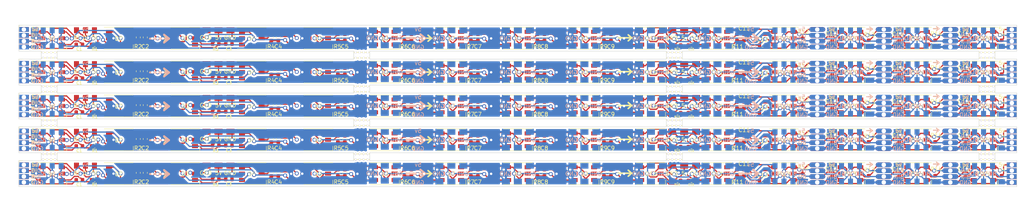
<source format=kicad_pcb>
(kicad_pcb (version 20171130) (host pcbnew "(5.1.0-0)")
  (layers (0 F.Cu signal) (1 In1.Cu power) (2 In2.Cu power) (31 B.Cu signal) (34 B.Paste user) (35 F.Paste user) (36 B.SilkS user) (37 F.SilkS user) (38 B.Mask user) (39 F.Mask user) (44 Edge.Cuts user))
  (net 0 "")
  (net 1 +5V)
  (net 2 "Net-(D1-Pad4)")
  (net 3 GND)
  (net 4 "Net-(D10-Pad4)")
  (net 5 "Net-(D12-Pad3)")
  (net 6 "Net-(C12-Pad1)")
  (net 7 "Net-(C11-Pad1)")
  (net 8 "Net-(C10-Pad1)")
  (net 9 "Net-(C9-Pad1)")
  (net 10 "Net-(C8-Pad1)")
  (net 11 "Net-(C7-Pad1)")
  (net 12 "Net-(C6-Pad1)")
  (net 13 "Net-(C5-Pad1)")
  (net 14 "Net-(C4-Pad1)")
  (net 15 "Net-(C3-Pad1)")
  (net 16 "Net-(C2-Pad1)")
  (net 17 "Net-(C1-Pad1)")
  (net 18 "Net-(D2-Pad3)")
  (net 19 "Net-(D1-Pad3)")
  (net 20 "Net-(D3-Pad3)")
  (net 21 "Net-(D4-Pad3)")
  (net 22 "Net-(D5-Pad3)")
  (net 23 "Net-(D6-Pad3)")
  (net 24 "Net-(D7-Pad3)")
  (net 25 "Net-(D10-Pad6)")
  (net 26 "Net-(D10-Pad3)")
  (net 27 "Net-(D11-Pad3)")
  (net 28 "Net-(C15-Pad1)")
  (net 29 "Net-(C14-Pad1)")
  (net 30 "Net-(C13-Pad1)")
  (net 31 "Net-(D13-Pad3)")
  (net 32 "Net-(D14-Pad3)")
  (net 33 "Net-(D15-Pad3)")
  (net 34 "Net-(D1-Pad6)")
  (module YonaFootprints:TEDX_PWR_BRIDGE (layer B.Cu) (at 234.723862 111.865)
    (fp_text reference J6)
    (fp_text value PWR_BRIDGE)
    (pad 2 smd rect (at -3 -1.25) (size 2 1.5) (layers B.Cu B.Paste B.Mask) (net 3 GND))
    (pad 2 smd rect (at 3 -1.25) (size 2 1.5) (layers B.Cu B.Paste B.Mask) (net 3 GND))
    (pad 1 smd rect (at 0 -1.25) (size 2 1.5) (layers B.Cu B.Paste B.Mask) (net 1 +5V))
  )
  (module LED_SMD:LED_WS2812_PLCC6_5.0x5.0mm_P1.6mm (layer F.Cu) (at 201.390846 108.615 180)
    (fp_text reference D8 (at 0 -0.1 180) (layer F.SilkS))
    (fp_text value WS2813)
    (pad 1 smd rect (at -2.45 -1.6 180) (size 1.5 1) (layers F.Cu F.Paste F.Mask) (net 10 "Net-(C8-Pad1)"))
    (pad 2 smd rect (at -2.45 0 180) (size 1.5 1) (layers F.Cu F.Paste F.Mask) (net 1 +5V))
    (pad 3 smd rect (at -2.45 1.6 180) (size 1.5 1) (layers F.Cu F.Paste F.Mask) (net 25 "Net-(D10-Pad6)"))
    (pad 6 smd rect (at 2.45 -1.6 180) (size 1.5 1) (layers F.Cu F.Paste F.Mask) (net 23 "Net-(D6-Pad3)"))
    (pad 5 smd rect (at 2.45 0 180) (size 1.5 1) (layers F.Cu F.Paste F.Mask) (net 3 GND))
    (pad 4 smd rect (at 2.45 1.6 180) (size 1.5 1) (layers F.Cu F.Paste F.Mask) (net 24 "Net-(D7-Pad3)"))
  )
  (module YonaFootprints:TEDX_PWR_BRIDGE (layer B.Cu) (at 201.390542 105.365 180)
    (fp_text reference J6)
    (fp_text value PWR_BRIDGE)
    (pad 2 smd rect (at -3 -1.25 180) (size 2 1.5) (layers B.Cu B.Paste B.Mask) (net 3 GND))
    (pad 2 smd rect (at 3 -1.25 180) (size 2 1.5) (layers B.Cu B.Paste B.Mask) (net 3 GND))
    (pad 1 smd rect (at 0 -1.25 180) (size 2 1.5) (layers B.Cu B.Paste B.Mask) (net 1 +5V))
  )
  (module YonaFootprints:TEDX_PWR_BRIDGE (layer B.Cu) (at 201.390542 111.865)
    (fp_text reference J6)
    (fp_text value PWR_BRIDGE)
    (pad 2 smd rect (at -3 -1.25) (size 2 1.5) (layers B.Cu B.Paste B.Mask) (net 3 GND))
    (pad 2 smd rect (at 3 -1.25) (size 2 1.5) (layers B.Cu B.Paste B.Mask) (net 3 GND))
    (pad 1 smd rect (at 0 -1.25) (size 2 1.5) (layers B.Cu B.Paste B.Mask) (net 1 +5V))
  )
  (module Resistor_SMD:R_0603_1608Metric (layer F.Cu) (at 272.790592 109.415 270)
    (fp_text reference R12 (at -2.4 -0.1) (layer F.SilkS))
    (fp_text value 330)
    (pad 2 smd roundrect (at 0.7875 0 270) (size 0.875 0.95) (layers F.Cu F.Paste F.Mask) (net 6 "Net-(C12-Pad1)"))
    (pad 1 smd roundrect (at -0.7875 0 270) (size 0.875 0.95) (layers F.Cu F.Paste F.Mask) (net 1 +5V))
  )
  (module Resistor_SMD:R_0603_1608Metric (layer F.Cu) (at 172.957446 108.415 270)
    (fp_text reference R6 (at 2.3 0.07) (layer F.SilkS))
    (fp_text value 330)
    (pad 2 smd roundrect (at 0.7875 0 270) (size 0.875 0.95) (layers F.Cu F.Paste F.Mask) (net 12 "Net-(C6-Pad1)"))
    (pad 1 smd roundrect (at -0.7875 0 270) (size 0.875 0.95) (layers F.Cu F.Paste F.Mask) (net 1 +5V))
  )
  (module LED_SMD:LED_WS2812_PLCC6_5.0x5.0mm_P1.6mm (layer F.Cu) (at 218.057546 108.615 180)
    (fp_text reference D9 (at 0 -0.1 180) (layer F.SilkS))
    (fp_text value WS2813)
    (pad 1 smd rect (at -2.45 -1.6 180) (size 1.5 1) (layers F.Cu F.Paste F.Mask) (net 9 "Net-(C9-Pad1)"))
    (pad 2 smd rect (at -2.45 0 180) (size 1.5 1) (layers F.Cu F.Paste F.Mask) (net 1 +5V))
    (pad 3 smd rect (at -2.45 1.6 180) (size 1.5 1) (layers F.Cu F.Paste F.Mask) (net 4 "Net-(D10-Pad4)"))
    (pad 6 smd rect (at 2.45 -1.6 180) (size 1.5 1) (layers F.Cu F.Paste F.Mask) (net 24 "Net-(D7-Pad3)"))
    (pad 5 smd rect (at 2.45 0 180) (size 1.5 1) (layers F.Cu F.Paste F.Mask) (net 3 GND))
    (pad 4 smd rect (at 2.45 1.6 180) (size 1.5 1) (layers F.Cu F.Paste F.Mask) (net 25 "Net-(D10-Pad6)"))
  )
  (module Resistor_SMD:R_0603_1608Metric (layer F.Cu) (at 241.390592 110.365)
    (fp_text reference R10 (at -0.1 1 -180) (layer F.SilkS) (effects (font (size 0.5 0.5) (thickness 0.1))))
    (fp_text value 330)
    (pad 2 smd roundrect (at 0.7875 0) (size 0.875 0.95) (layers F.Cu F.Paste F.Mask) (net 8 "Net-(C10-Pad1)"))
    (pad 1 smd roundrect (at -0.7875 0) (size 0.875 0.95) (layers F.Cu F.Paste F.Mask) (net 1 +5V))
  )
  (module YonaFootprints:6mmStripMid (layer F.Cu) (at 293.057696 108.615)
    (fp_text reference J3)
    (fp_text value MID)
    (pad 4 thru_hole oval (at 0 2.2) (size 4 1.2) (drill 1.1) (layers *.Cu *.Mask) (net 3 GND))
    (pad 3 thru_hole oval (at 0 0.733332) (size 4 1.2) (drill 1.1) (layers *.Cu *.Mask) (net 5 "Net-(D12-Pad3)"))
    (pad 2 thru_hole oval (at 0 -0.733334) (size 4 1.2) (drill 1.1) (layers *.Cu *.Mask) (net 31 "Net-(D13-Pad3)"))
    (pad 1 thru_hole oval (at 0 -2.2) (size 4 1.2) (drill 1.1) (layers *.Cu *.Mask) (net 1 +5V))
  )
  (module Capacitor_SMD:C_0603_1608Metric (layer F.Cu) (at 174.715777 108.415 90)
    (fp_text reference C6 (at -2.3 -0.03 180) (layer F.SilkS))
    (fp_text value .1uF)
    (pad 2 smd roundrect (at 0.7875 0 90) (size 0.875 0.95) (layers F.Cu F.Paste F.Mask) (net 3 GND))
    (pad 1 smd roundrect (at -0.7875 0 90) (size 0.875 0.95) (layers F.Cu F.Paste F.Mask) (net 12 "Net-(C6-Pad1)"))
  )
  (module Capacitor_SMD:C_0603_1608Metric (layer F.Cu) (at 91.530592 110.185 180)
    (fp_text reference C1 (at 0.04 -1.18) (layer F.SilkS) (effects (font (size 0.75 0.75))))
    (fp_text value .1uF)
    (pad 2 smd roundrect (at 0.7875 0 180) (size 0.875 0.95) (layers F.Cu F.Paste F.Mask) (net 3 GND))
    (pad 1 smd roundrect (at -0.7875 0 180) (size 0.875 0.95) (layers F.Cu F.Paste F.Mask) (net 17 "Net-(C1-Pad1)"))
  )
  (module Capacitor_SMD:C_0603_1608Metric (layer F.Cu) (at 141.382377 108.415 90)
    (fp_text reference C4 (at -2.3 -0.03 180) (layer F.SilkS))
    (fp_text value .1uF)
    (pad 2 smd roundrect (at 0.7875 0 90) (size 0.875 0.95) (layers F.Cu F.Paste F.Mask) (net 3 GND))
    (pad 1 smd roundrect (at -0.7875 0 90) (size 0.875 0.95) (layers F.Cu F.Paste F.Mask) (net 14 "Net-(C4-Pad1)"))
  )
  (module YonaFootprints:TEDX_DAT_BRIDGE (layer F.Cu) (at 93.057225 105.365)
    (fp_text reference J7)
    (fp_text value DAT_BRIDGE)
    (pad 2 smd rect (at -2.25 1.25) (size 1.25 1.5) (layers F.Cu F.Paste F.Mask) (net 34 "Net-(D1-Pad6)"))
    (pad 2 smd rect (at 2.25 1.25) (size 1.25 1.5) (layers F.Cu F.Paste F.Mask) (net 34 "Net-(D1-Pad6)"))
    (pad 1 smd rect (at 0 1.25) (size 1.25 1.5) (layers F.Cu F.Paste F.Mask) (net 2 "Net-(D1-Pad4)"))
  )
  (module LED_SMD:LED_WS2812_PLCC6_5.0x5.0mm_P1.6mm (layer F.Cu) (at 101.390646 108.615 180)
    (fp_text reference D2 (at 0 -0.1 180) (layer F.SilkS))
    (fp_text value WS2813)
    (pad 1 smd rect (at -2.45 -1.6 180) (size 1.5 1) (layers F.Cu F.Paste F.Mask) (net 16 "Net-(C2-Pad1)"))
    (pad 2 smd rect (at -2.45 0 180) (size 1.5 1) (layers F.Cu F.Paste F.Mask) (net 1 +5V))
    (pad 3 smd rect (at -2.45 1.6 180) (size 1.5 1) (layers F.Cu F.Paste F.Mask) (net 18 "Net-(D2-Pad3)"))
    (pad 6 smd rect (at 2.45 -1.6 180) (size 1.5 1) (layers F.Cu F.Paste F.Mask) (net 2 "Net-(D1-Pad4)"))
    (pad 5 smd rect (at 2.45 0 180) (size 1.5 1) (layers F.Cu F.Paste F.Mask) (net 3 GND))
    (pad 4 smd rect (at 2.45 1.6 180) (size 1.5 1) (layers F.Cu F.Paste F.Mask) (net 19 "Net-(D1-Pad3)"))
  )
  (module YonaFootprints:TEDX_DAT_BRIDGE (layer B.Cu) (at 284.723942 111.865)
    (fp_text reference J9)
    (fp_text value DAT_BRIDGE)
    (pad 2 smd rect (at -2.25 -1.25) (size 1.25 1.5) (layers B.Cu B.Paste B.Mask) (net 5 "Net-(D12-Pad3)"))
    (pad 2 smd rect (at 2.25 -1.25) (size 1.25 1.5) (layers B.Cu B.Paste B.Mask) (net 5 "Net-(D12-Pad3)"))
    (pad 1 smd rect (at 0 -1.25) (size 1.25 1.5) (layers B.Cu B.Paste B.Mask) (net 31 "Net-(D13-Pad3)"))
  )
  (module YonaFootprints:6mmStripMid (layer F.Cu) (at 309.724396 108.615)
    (fp_text reference J4)
    (fp_text value MID)
    (pad 4 thru_hole oval (at 0 2.2) (size 4 1.2) (drill 1.1) (layers *.Cu *.Mask) (net 3 GND))
    (pad 3 thru_hole oval (at 0 0.733332) (size 4 1.2) (drill 1.1) (layers *.Cu *.Mask) (net 31 "Net-(D13-Pad3)"))
    (pad 2 thru_hole oval (at 0 -0.733334) (size 4 1.2) (drill 1.1) (layers *.Cu *.Mask) (net 32 "Net-(D14-Pad3)"))
    (pad 1 thru_hole oval (at 0 -2.2) (size 4 1.2) (drill 1.1) (layers *.Cu *.Mask) (net 1 +5V))
  )
  (module Resistor_SMD:R_0603_1608Metric (layer F.Cu) (at 189.624146 108.415 270)
    (fp_text reference R7 (at 2.3 0.07) (layer F.SilkS))
    (fp_text value 330)
    (pad 2 smd roundrect (at 0.7875 0 270) (size 0.875 0.95) (layers F.Cu F.Paste F.Mask) (net 11 "Net-(C7-Pad1)"))
    (pad 1 smd roundrect (at -0.7875 0 270) (size 0.875 0.95) (layers F.Cu F.Paste F.Mask) (net 1 +5V))
  )
  (module LED_SMD:LED_WS2812_PLCC6_5.0x5.0mm_P1.6mm (layer F.Cu) (at 134.724046 108.615 180)
    (fp_text reference D4 (at 0 -0.1 180) (layer F.SilkS))
    (fp_text value WS2813)
    (pad 1 smd rect (at -2.45 -1.6 180) (size 1.5 1) (layers F.Cu F.Paste F.Mask) (net 14 "Net-(C4-Pad1)"))
    (pad 2 smd rect (at -2.45 0 180) (size 1.5 1) (layers F.Cu F.Paste F.Mask) (net 1 +5V))
    (pad 3 smd rect (at -2.45 1.6 180) (size 1.5 1) (layers F.Cu F.Paste F.Mask) (net 21 "Net-(D4-Pad3)"))
    (pad 6 smd rect (at 2.45 -1.6 180) (size 1.5 1) (layers F.Cu F.Paste F.Mask) (net 18 "Net-(D2-Pad3)"))
    (pad 5 smd rect (at 2.45 0 180) (size 1.5 1) (layers F.Cu F.Paste F.Mask) (net 3 GND))
    (pad 4 smd rect (at 2.45 1.6 180) (size 1.5 1) (layers F.Cu F.Paste F.Mask) (net 20 "Net-(D3-Pad3)"))
  )
  (module YonaFootprints:6mmStripEnd (layer F.Cu) (at 77.630592 108.615)
    (fp_text reference J1)
    (fp_text value IN)
    (pad 4 thru_hole rect (at 0 2.2) (size 2.5 1.2) (drill 1.1) (layers *.Cu *.Mask) (net 3 GND))
    (pad 3 thru_hole rect (at 0 0.733332) (size 2.5 1.2) (drill 1.1) (layers *.Cu *.Mask) (net 34 "Net-(D1-Pad6)"))
    (pad 2 thru_hole rect (at 0 -0.733334) (size 2.5 1.2) (drill 1.1) (layers *.Cu *.Mask) (net 2 "Net-(D1-Pad4)"))
    (pad 1 thru_hole rect (at 0 -2.2) (size 2.5 1.2) (drill 1.1) (layers *.Cu *.Mask) (net 1 +5V))
  )
  (module YonaFootprints:6mmStripMid (layer F.Cu) (at 276.390996 108.615)
    (fp_text reference J2)
    (fp_text value MID)
    (pad 4 thru_hole oval (at 0 2.2) (size 4 1.2) (drill 1.1) (layers *.Cu *.Mask) (net 3 GND))
    (pad 3 thru_hole oval (at 0 0.733332) (size 4 1.2) (drill 1.1) (layers *.Cu *.Mask) (net 27 "Net-(D11-Pad3)"))
    (pad 2 thru_hole oval (at 0 -0.733334) (size 4 1.2) (drill 1.1) (layers *.Cu *.Mask) (net 5 "Net-(D12-Pad3)"))
    (pad 1 thru_hole oval (at 0 -2.2) (size 4 1.2) (drill 1.1) (layers *.Cu *.Mask) (net 1 +5V))
  )
  (module YonaFootprints:TEDX_DAT_BRIDGE (layer B.Cu) (at 84.723926 111.865)
    (fp_text reference J7)
    (fp_text value DAT_BRIDGE)
    (pad 2 smd rect (at -2.25 -1.25) (size 1.25 1.5) (layers B.Cu B.Paste B.Mask) (net 34 "Net-(D1-Pad6)"))
    (pad 2 smd rect (at 2.25 -1.25) (size 1.25 1.5) (layers B.Cu B.Paste B.Mask) (net 34 "Net-(D1-Pad6)"))
    (pad 1 smd rect (at 0 -1.25) (size 1.25 1.5) (layers B.Cu B.Paste B.Mask) (net 2 "Net-(D1-Pad4)"))
  )
  (module Capacitor_SMD:C_0603_1608Metric (layer F.Cu) (at 208.049177 108.415 90)
    (fp_text reference C8 (at -2.3 -0.03 180) (layer F.SilkS))
    (fp_text value .1uF)
    (pad 2 smd roundrect (at 0.7875 0 90) (size 0.875 0.95) (layers F.Cu F.Paste F.Mask) (net 3 GND))
    (pad 1 smd roundrect (at -0.7875 0 90) (size 0.875 0.95) (layers F.Cu F.Paste F.Mask) (net 10 "Net-(C8-Pad1)"))
  )
  (module Capacitor_SMD:C_0603_1608Metric (layer F.Cu) (at 258.049277 108.415 90)
    (fp_text reference C11 (at 2.25 0.041315 180) (layer F.SilkS))
    (fp_text value .1uF)
    (pad 2 smd roundrect (at 0.7875 0 90) (size 0.875 0.95) (layers F.Cu F.Paste F.Mask) (net 3 GND))
    (pad 1 smd roundrect (at -0.7875 0 90) (size 0.875 0.95) (layers F.Cu F.Paste F.Mask) (net 7 "Net-(C11-Pad1)"))
  )
  (module Capacitor_SMD:C_0603_1608Metric (layer F.Cu) (at 224.715877 108.415 90)
    (fp_text reference C9 (at -2.3 -0.03 180) (layer F.SilkS))
    (fp_text value .1uF)
    (pad 2 smd roundrect (at 0.7875 0 90) (size 0.875 0.95) (layers F.Cu F.Paste F.Mask) (net 3 GND))
    (pad 1 smd roundrect (at -0.7875 0 90) (size 0.875 0.95) (layers F.Cu F.Paste F.Mask) (net 9 "Net-(C9-Pad1)"))
  )
  (module LED_SMD:LED_WS2812_PLCC6_5.0x5.0mm_P1.6mm (layer F.Cu) (at 284.724346 108.615 180)
    (fp_text reference D13 (at 0 -0.1 180) (layer F.SilkS))
    (fp_text value WS2813)
    (pad 1 smd rect (at -2.45 -1.6 180) (size 1.5 1) (layers F.Cu F.Paste F.Mask) (net 30 "Net-(C13-Pad1)"))
    (pad 2 smd rect (at -2.45 0 180) (size 1.5 1) (layers F.Cu F.Paste F.Mask) (net 1 +5V))
    (pad 3 smd rect (at -2.45 1.6 180) (size 1.5 1) (layers F.Cu F.Paste F.Mask) (net 31 "Net-(D13-Pad3)"))
    (pad 6 smd rect (at 2.45 -1.6 180) (size 1.5 1) (layers F.Cu F.Paste F.Mask) (net 27 "Net-(D11-Pad3)"))
    (pad 5 smd rect (at 2.45 0 180) (size 1.5 1) (layers F.Cu F.Paste F.Mask) (net 3 GND))
    (pad 4 smd rect (at 2.45 1.6 180) (size 1.5 1) (layers F.Cu F.Paste F.Mask) (net 5 "Net-(D12-Pad3)"))
  )
  (module Resistor_SMD:R_0603_1608Metric (layer F.Cu) (at 139.624046 108.415 270)
    (fp_text reference R4 (at 2.3 0.07) (layer F.SilkS))
    (fp_text value 330)
    (pad 2 smd roundrect (at 0.7875 0 270) (size 0.875 0.95) (layers F.Cu F.Paste F.Mask) (net 14 "Net-(C4-Pad1)"))
    (pad 1 smd roundrect (at -0.7875 0 270) (size 0.875 0.95) (layers F.Cu F.Paste F.Mask) (net 1 +5V))
  )
  (module Capacitor_SMD:C_0603_1608Metric (layer F.Cu) (at 158.049077 108.415 90)
    (fp_text reference C5 (at -2.3 -0.03 180) (layer F.SilkS))
    (fp_text value .1uF)
    (pad 2 smd roundrect (at 0.7875 0 90) (size 0.875 0.95) (layers F.Cu F.Paste F.Mask) (net 3 GND))
    (pad 1 smd roundrect (at -0.7875 0 90) (size 0.875 0.95) (layers F.Cu F.Paste F.Mask) (net 13 "Net-(C5-Pad1)"))
  )
  (module Resistor_SMD:R_0603_1608Metric (layer F.Cu) (at 125.690592 110.065)
    (fp_text reference R3 (at -0.0125 1.3 -180) (layer F.SilkS) (effects (font (size 0.75 0.75))))
    (fp_text value 330)
    (pad 2 smd roundrect (at 0.7875 0) (size 0.875 0.95) (layers F.Cu F.Paste F.Mask) (net 15 "Net-(C3-Pad1)"))
    (pad 1 smd roundrect (at -0.7875 0) (size 0.875 0.95) (layers F.Cu F.Paste F.Mask) (net 1 +5V))
  )
  (module Capacitor_SMD:C_0603_1608Metric (layer F.Cu) (at 128.990592 110.065)
    (fp_text reference C3 (at 0 1.2 180) (layer F.SilkS) (effects (font (size 0.75 0.75))))
    (fp_text value .1uF)
    (pad 2 smd roundrect (at 0.7875 0) (size 0.875 0.95) (layers F.Cu F.Paste F.Mask) (net 3 GND))
    (pad 1 smd roundrect (at -0.7875 0) (size 0.875 0.95) (layers F.Cu F.Paste F.Mask) (net 15 "Net-(C3-Pad1)"))
  )
  (module Capacitor_SMD:C_0603_1608Metric (layer F.Cu) (at 244.890592 110.365)
    (fp_text reference C10 (at -0.1 1 180) (layer F.SilkS) (effects (font (size 0.5 0.5) (thickness 0.1))))
    (fp_text value .1uF)
    (pad 2 smd roundrect (at 0.7875 0) (size 0.875 0.95) (layers F.Cu F.Paste F.Mask) (net 3 GND))
    (pad 1 smd roundrect (at -0.7875 0) (size 0.875 0.95) (layers F.Cu F.Paste F.Mask) (net 8 "Net-(C10-Pad1)"))
  )
  (module LED_SMD:LED_WS2812_PLCC6_5.0x5.0mm_P1.6mm (layer F.Cu) (at 84.723946 108.615 180)
    (fp_text reference D1 (at 0 -0.1 180) (layer F.SilkS))
    (fp_text value WS2813)
    (pad 1 smd rect (at -2.45 -1.6 180) (size 1.5 1) (layers F.Cu F.Paste F.Mask) (net 17 "Net-(C1-Pad1)"))
    (pad 2 smd rect (at -2.45 0 180) (size 1.5 1) (layers F.Cu F.Paste F.Mask) (net 1 +5V))
    (pad 3 smd rect (at -2.45 1.6 180) (size 1.5 1) (layers F.Cu F.Paste F.Mask) (net 19 "Net-(D1-Pad3)"))
    (pad 6 smd rect (at 2.45 -1.6 180) (size 1.5 1) (layers F.Cu F.Paste F.Mask) (net 34 "Net-(D1-Pad6)"))
    (pad 5 smd rect (at 2.45 0 180) (size 1.5 1) (layers F.Cu F.Paste F.Mask) (net 3 GND))
    (pad 4 smd rect (at 2.45 1.6 180) (size 1.5 1) (layers F.Cu F.Paste F.Mask) (net 2 "Net-(D1-Pad4)"))
  )
  (module Resistor_SMD:R_0603_1608Metric (layer F.Cu) (at 156.290746 108.415 270)
    (fp_text reference R5 (at 2.3 0.07) (layer F.SilkS))
    (fp_text value 330)
    (pad 2 smd roundrect (at 0.7875 0 270) (size 0.875 0.95) (layers F.Cu F.Paste F.Mask) (net 13 "Net-(C5-Pad1)"))
    (pad 1 smd roundrect (at -0.7875 0 270) (size 0.875 0.95) (layers F.Cu F.Paste F.Mask) (net 1 +5V))
  )
  (module Resistor_SMD:R_0603_1608Metric (layer F.Cu) (at 206.290846 108.415 270)
    (fp_text reference R8 (at 2.3 0.07) (layer F.SilkS))
    (fp_text value 330)
    (pad 2 smd roundrect (at 0.7875 0 270) (size 0.875 0.95) (layers F.Cu F.Paste F.Mask) (net 10 "Net-(C8-Pad1)"))
    (pad 1 smd roundrect (at -0.7875 0 270) (size 0.875 0.95) (layers F.Cu F.Paste F.Mask) (net 1 +5V))
  )
  (module Capacitor_SMD:C_0603_1608Metric (layer F.Cu) (at 108.048977 108.415 90)
    (fp_text reference C2 (at -2.3 -0.03 180) (layer F.SilkS))
    (fp_text value .1uF)
    (pad 2 smd roundrect (at 0.7875 0 90) (size 0.875 0.95) (layers F.Cu F.Paste F.Mask) (net 3 GND))
    (pad 1 smd roundrect (at -0.7875 0 90) (size 0.875 0.95) (layers F.Cu F.Paste F.Mask) (net 16 "Net-(C2-Pad1)"))
  )
  (module YonaFootprints:TEDX_PWR_BRIDGE (layer F.Cu) (at 243.056966 105.365)
    (fp_text reference J6)
    (fp_text value PWR_BRIDGE)
    (pad 2 smd rect (at -3 1.25) (size 2 1.5) (layers F.Cu F.Paste F.Mask) (net 3 GND))
    (pad 2 smd rect (at 3 1.25) (size 2 1.5) (layers F.Cu F.Paste F.Mask) (net 3 GND))
    (pad 1 smd rect (at 0 1.25) (size 2 1.5) (layers F.Cu F.Paste F.Mask) (net 1 +5V))
  )
  (module YonaFootprints:6mmStripEnd (layer F.Cu) (at 325.140592 108.615)
    (fp_text reference J5)
    (fp_text value OUT)
    (pad 4 thru_hole rect (at 0 2.2) (size 2.5 1.2) (drill 1.1) (layers *.Cu *.Mask) (net 3 GND))
    (pad 3 thru_hole rect (at 0 0.733332) (size 2.5 1.2) (drill 1.1) (layers *.Cu *.Mask) (net 32 "Net-(D14-Pad3)"))
    (pad 2 thru_hole rect (at 0 -0.733334) (size 2.5 1.2) (drill 1.1) (layers *.Cu *.Mask) (net 33 "Net-(D15-Pad3)"))
    (pad 1 thru_hole rect (at 0 -2.2) (size 2.5 1.2) (drill 1.1) (layers *.Cu *.Mask) (net 1 +5V))
  )
  (module YonaFootprints:TEDX_PWR_BRIDGE (layer B.Cu) (at 251.390522 105.365 180)
    (fp_text reference J6)
    (fp_text value PWR_BRIDGE)
    (pad 2 smd rect (at -3 -1.25 180) (size 2 1.5) (layers B.Cu B.Paste B.Mask) (net 3 GND))
    (pad 2 smd rect (at 3 -1.25 180) (size 2 1.5) (layers B.Cu B.Paste B.Mask) (net 3 GND))
    (pad 1 smd rect (at 0 -1.25 180) (size 2 1.5) (layers B.Cu B.Paste B.Mask) (net 1 +5V))
  )
  (module Capacitor_SMD:C_0603_1608Metric (layer F.Cu) (at 296.87437 109.915 90)
    (fp_text reference C14 (at 2.3 -0.283778 180) (layer F.SilkS))
    (fp_text value .1uF)
    (pad 2 smd roundrect (at 0.7875 0 90) (size 0.875 0.95) (layers F.Cu F.Paste F.Mask) (net 3 GND))
    (pad 1 smd roundrect (at -0.7875 0 90) (size 0.875 0.95) (layers F.Cu F.Paste F.Mask) (net 29 "Net-(C14-Pad1)"))
  )
  (module Resistor_SMD:R_0603_1608Metric (layer F.Cu) (at 256.290946 108.415 270)
    (fp_text reference R11 (at 2.3 -0.13) (layer F.SilkS))
    (fp_text value 330)
    (pad 2 smd roundrect (at 0.7875 0 270) (size 0.875 0.95) (layers F.Cu F.Paste F.Mask) (net 7 "Net-(C11-Pad1)"))
    (pad 1 smd roundrect (at -0.7875 0 270) (size 0.875 0.95) (layers F.Cu F.Paste F.Mask) (net 1 +5V))
  )
  (module LED_SMD:LED_WS2812_PLCC6_5.0x5.0mm_P1.6mm (layer F.Cu) (at 268.057646 108.615 180)
    (fp_text reference D12 (at 0 -0.1 180) (layer F.SilkS))
    (fp_text value WS2813)
    (pad 1 smd rect (at -2.45 -1.6 180) (size 1.5 1) (layers F.Cu F.Paste F.Mask) (net 6 "Net-(C12-Pad1)"))
    (pad 2 smd rect (at -2.45 0 180) (size 1.5 1) (layers F.Cu F.Paste F.Mask) (net 1 +5V))
    (pad 3 smd rect (at -2.45 1.6 180) (size 1.5 1) (layers F.Cu F.Paste F.Mask) (net 5 "Net-(D12-Pad3)"))
    (pad 6 smd rect (at 2.45 -1.6 180) (size 1.5 1) (layers F.Cu F.Paste F.Mask) (net 26 "Net-(D10-Pad3)"))
    (pad 5 smd rect (at 2.45 0 180) (size 1.5 1) (layers F.Cu F.Paste F.Mask) (net 3 GND))
    (pad 4 smd rect (at 2.45 1.6 180) (size 1.5 1) (layers F.Cu F.Paste F.Mask) (net 27 "Net-(D11-Pad3)"))
  )
  (module LED_SMD:LED_WS2812_PLCC6_5.0x5.0mm_P1.6mm (layer F.Cu) (at 318.057746 108.615 180)
    (fp_text reference D15 (at 0 -0.1 180) (layer F.SilkS))
    (fp_text value WS2813)
    (pad 1 smd rect (at -2.45 -1.6 180) (size 1.5 1) (layers F.Cu F.Paste F.Mask) (net 28 "Net-(C15-Pad1)"))
    (pad 2 smd rect (at -2.45 0 180) (size 1.5 1) (layers F.Cu F.Paste F.Mask) (net 1 +5V))
    (pad 3 smd rect (at -2.45 1.6 180) (size 1.5 1) (layers F.Cu F.Paste F.Mask) (net 33 "Net-(D15-Pad3)"))
    (pad 6 smd rect (at 2.45 -1.6 180) (size 1.5 1) (layers F.Cu F.Paste F.Mask) (net 31 "Net-(D13-Pad3)"))
    (pad 5 smd rect (at 2.45 0 180) (size 1.5 1) (layers F.Cu F.Paste F.Mask) (net 3 GND))
    (pad 4 smd rect (at 2.45 1.6 180) (size 1.5 1) (layers F.Cu F.Paste F.Mask) (net 32 "Net-(D14-Pad3)"))
  )
  (module YonaFootprints:TEDX_PWR_BRIDGE (layer B.Cu) (at 168.057222 111.615)
    (fp_text reference J6)
    (fp_text value PWR_BRIDGE)
    (fp_text user G (at 3 -3) (layer B.SilkS) (effects (justify mirror)))
    (pad 2 smd rect (at -3 -1.25) (size 2 1.5) (layers B.Cu B.Paste B.Mask) (net 3 GND))
    (pad 2 smd rect (at 3 -1.25) (size 2 1.5) (layers B.Cu B.Paste B.Mask) (net 3 GND))
    (pad 1 smd rect (at 0 -1.25) (size 2 1.5) (layers B.Cu B.Paste B.Mask) (net 1 +5V))
  )
  (module Capacitor_SMD:C_0603_1608Metric (layer F.Cu) (at 313.510592 109.905 90)
    (fp_text reference C15 (at 2.4 -0.450478 180) (layer F.SilkS))
    (fp_text value .1uF)
    (pad 2 smd roundrect (at 0.7875 0 90) (size 0.875 0.95) (layers F.Cu F.Paste F.Mask) (net 3 GND))
    (pad 1 smd roundrect (at -0.7875 0 90) (size 0.875 0.95) (layers F.Cu F.Paste F.Mask) (net 28 "Net-(C15-Pad1)"))
  )
  (module Resistor_SMD:R_0603_1608Metric (layer F.Cu) (at 289.274346 109.915 270)
    (fp_text reference R13 (at -2.2 -0.216246) (layer F.SilkS))
    (fp_text value 330)
    (pad 2 smd roundrect (at 0.7875 0 270) (size 0.875 0.95) (layers F.Cu F.Paste F.Mask) (net 30 "Net-(C13-Pad1)"))
    (pad 1 smd roundrect (at -0.7875 0 270) (size 0.875 0.95) (layers F.Cu F.Paste F.Mask) (net 1 +5V))
  )
  (module YonaFootprints:TEDX_PWR_BRIDGE (layer F.Cu) (at 126.390646 105.365)
    (fp_text reference J6)
    (fp_text value PWR_BRIDGE)
    (pad 2 smd rect (at -3 1.25) (size 2 1.5) (layers F.Cu F.Paste F.Mask) (net 3 GND))
    (pad 2 smd rect (at 3 1.25) (size 2 1.5) (layers F.Cu F.Paste F.Mask) (net 3 GND))
    (pad 1 smd rect (at 0 1.25) (size 2 1.5) (layers F.Cu F.Paste F.Mask) (net 1 +5V))
  )
  (module Capacitor_SMD:C_0603_1608Metric (layer F.Cu) (at 262.690592 110.365 180)
    (fp_text reference C12 (at 0 1.4 180) (layer F.SilkS))
    (fp_text value .1uF)
    (pad 2 smd roundrect (at 0.7875 0 180) (size 0.875 0.95) (layers F.Cu F.Paste F.Mask) (net 3 GND))
    (pad 1 smd roundrect (at -0.7875 0 180) (size 0.875 0.95) (layers F.Cu F.Paste F.Mask) (net 6 "Net-(C12-Pad1)"))
  )
  (module YonaFootprints:TEDX_PWR_BRIDGE (layer B.Cu) (at 218.057202 111.865)
    (fp_text reference J6)
    (fp_text value PWR_BRIDGE)
    (pad 2 smd rect (at -3 -1.25) (size 2 1.5) (layers B.Cu B.Paste B.Mask) (net 3 GND))
    (pad 2 smd rect (at 3 -1.25) (size 2 1.5) (layers B.Cu B.Paste B.Mask) (net 3 GND))
    (pad 1 smd rect (at 0 -1.25) (size 2 1.5) (layers B.Cu B.Paste B.Mask) (net 1 +5V))
  )
  (module Capacitor_SMD:C_0603_1608Metric (layer F.Cu) (at 191.382477 108.415 90)
    (fp_text reference C7 (at -2.3 -0.03 180) (layer F.SilkS))
    (fp_text value .1uF)
    (pad 2 smd roundrect (at 0.7875 0 90) (size 0.875 0.95) (layers F.Cu F.Paste F.Mask) (net 3 GND))
    (pad 1 smd roundrect (at -0.7875 0 90) (size 0.875 0.95) (layers F.Cu F.Paste F.Mask) (net 11 "Net-(C7-Pad1)"))
  )
  (module Resistor_SMD:R_0603_1608Metric (layer F.Cu) (at 322.607746 109.915 270)
    (fp_text reference R15 (at -2.2 0.017154) (layer F.SilkS) (effects (font (size 0.6 0.6) (thickness 0.1))))
    (fp_text value 330)
    (pad 2 smd roundrect (at 0.7875 0 270) (size 0.875 0.95) (layers F.Cu F.Paste F.Mask) (net 28 "Net-(C15-Pad1)"))
    (pad 1 smd roundrect (at -0.7875 0 270) (size 0.875 0.95) (layers F.Cu F.Paste F.Mask) (net 1 +5V))
  )
  (module Resistor_SMD:R_0603_1608Metric (layer F.Cu) (at 95.380592 110.195 180)
    (fp_text reference R1 (at -0.01 -1.17) (layer F.SilkS) (effects (font (size 0.75 0.75))))
    (fp_text value 330)
    (pad 2 smd roundrect (at 0.7875 0 180) (size 0.875 0.95) (layers F.Cu F.Paste F.Mask) (net 17 "Net-(C1-Pad1)"))
    (pad 1 smd roundrect (at -0.7875 0 180) (size 0.875 0.95) (layers F.Cu F.Paste F.Mask) (net 1 +5V))
  )
  (module LED_SMD:LED_WS2812_PLCC6_5.0x5.0mm_P1.6mm (layer F.Cu) (at 151.390746 108.615 180)
    (fp_text reference D5 (at 0 -0.1 180) (layer F.SilkS))
    (fp_text value WS2813)
    (pad 1 smd rect (at -2.45 -1.6 180) (size 1.5 1) (layers F.Cu F.Paste F.Mask) (net 13 "Net-(C5-Pad1)"))
    (pad 2 smd rect (at -2.45 0 180) (size 1.5 1) (layers F.Cu F.Paste F.Mask) (net 1 +5V))
    (pad 3 smd rect (at -2.45 1.6 180) (size 1.5 1) (layers F.Cu F.Paste F.Mask) (net 22 "Net-(D5-Pad3)"))
    (pad 6 smd rect (at 2.45 -1.6 180) (size 1.5 1) (layers F.Cu F.Paste F.Mask) (net 20 "Net-(D3-Pad3)"))
    (pad 5 smd rect (at 2.45 0 180) (size 1.5 1) (layers F.Cu F.Paste F.Mask) (net 3 GND))
    (pad 4 smd rect (at 2.45 1.6 180) (size 1.5 1) (layers F.Cu F.Paste F.Mask) (net 21 "Net-(D4-Pad3)"))
  )
  (module YonaFootprints:TEDX_PWR_BRIDGE (layer B.Cu) (at 234.723862 105.365 180)
    (fp_text reference J6)
    (fp_text value PWR_BRIDGE)
    (pad 2 smd rect (at -3 -1.25 180) (size 2 1.5) (layers B.Cu B.Paste B.Mask) (net 3 GND))
    (pad 2 smd rect (at 3 -1.25 180) (size 2 1.5) (layers B.Cu B.Paste B.Mask) (net 3 GND))
    (pad 1 smd rect (at 0 -1.25 180) (size 2 1.5) (layers B.Cu B.Paste B.Mask) (net 1 +5V))
  )
  (module LED_SMD:LED_WS2812_PLCC6_5.0x5.0mm_P1.6mm (layer F.Cu) (at 251.390946 108.615 180)
    (fp_text reference D11 (at 0 -0.1 180) (layer F.SilkS))
    (fp_text value WS2813)
    (pad 1 smd rect (at -2.45 -1.6 180) (size 1.5 1) (layers F.Cu F.Paste F.Mask) (net 7 "Net-(C11-Pad1)"))
    (pad 2 smd rect (at -2.45 0 180) (size 1.5 1) (layers F.Cu F.Paste F.Mask) (net 1 +5V))
    (pad 3 smd rect (at -2.45 1.6 180) (size 1.5 1) (layers F.Cu F.Paste F.Mask) (net 27 "Net-(D11-Pad3)"))
    (pad 6 smd rect (at 2.45 -1.6 180) (size 1.5 1) (layers F.Cu F.Paste F.Mask) (net 4 "Net-(D10-Pad4)"))
    (pad 5 smd rect (at 2.45 0 180) (size 1.5 1) (layers F.Cu F.Paste F.Mask) (net 3 GND))
    (pad 4 smd rect (at 2.45 1.6 180) (size 1.5 1) (layers F.Cu F.Paste F.Mask) (net 26 "Net-(D10-Pad3)"))
  )
  (module Resistor_SMD:R_0603_1608Metric (layer F.Cu) (at 305.941046 109.915 270)
    (fp_text reference R14 (at -2.4 -0.249546) (layer F.SilkS))
    (fp_text value 330)
    (pad 2 smd roundrect (at 0.7875 0 270) (size 0.875 0.95) (layers F.Cu F.Paste F.Mask) (net 29 "Net-(C14-Pad1)"))
    (pad 1 smd roundrect (at -0.7875 0 270) (size 0.875 0.95) (layers F.Cu F.Paste F.Mask) (net 1 +5V))
  )
  (module YonaFootprints:TEDX_PWR_BRIDGE (layer B.Cu) (at 218.057202 105.365 180)
    (fp_text reference J6)
    (fp_text value PWR_BRIDGE)
    (pad 2 smd rect (at -3 -1.25 180) (size 2 1.5) (layers B.Cu B.Paste B.Mask) (net 3 GND))
    (pad 2 smd rect (at 3 -1.25 180) (size 2 1.5) (layers B.Cu B.Paste B.Mask) (net 3 GND))
    (pad 1 smd rect (at 0 -1.25 180) (size 2 1.5) (layers B.Cu B.Paste B.Mask) (net 1 +5V))
  )
  (module Resistor_SMD:R_0603_1608Metric (layer F.Cu) (at 106.290646 108.415 270)
    (fp_text reference R2 (at 2.3 0.07) (layer F.SilkS))
    (fp_text value 330)
    (pad 2 smd roundrect (at 0.7875 0 270) (size 0.875 0.95) (layers F.Cu F.Paste F.Mask) (net 16 "Net-(C2-Pad1)"))
    (pad 1 smd roundrect (at -0.7875 0 270) (size 0.875 0.95) (layers F.Cu F.Paste F.Mask) (net 1 +5V))
  )
  (module LED_SMD:LED_WS2812_PLCC6_5.0x5.0mm_P1.6mm (layer F.Cu) (at 234.724246 108.615 180)
    (fp_text reference D10 (at 0 -0.1 180) (layer F.SilkS))
    (fp_text value WS2813)
    (pad 1 smd rect (at -2.45 -1.6 180) (size 1.5 1) (layers F.Cu F.Paste F.Mask) (net 8 "Net-(C10-Pad1)"))
    (pad 2 smd rect (at -2.45 0 180) (size 1.5 1) (layers F.Cu F.Paste F.Mask) (net 1 +5V))
    (pad 3 smd rect (at -2.45 1.6 180) (size 1.5 1) (layers F.Cu F.Paste F.Mask) (net 26 "Net-(D10-Pad3)"))
    (pad 6 smd rect (at 2.45 -1.6 180) (size 1.5 1) (layers F.Cu F.Paste F.Mask) (net 25 "Net-(D10-Pad6)"))
    (pad 5 smd rect (at 2.45 0 180) (size 1.5 1) (layers F.Cu F.Paste F.Mask) (net 3 GND))
    (pad 4 smd rect (at 2.45 1.6 180) (size 1.5 1) (layers F.Cu F.Paste F.Mask) (net 4 "Net-(D10-Pad4)"))
  )
  (module YonaFootprints:TEDX_PWR_BRIDGE (layer B.Cu) (at 184.723882 105.365 180)
    (fp_text reference J6)
    (fp_text value PWR_BRIDGE)
    (pad 2 smd rect (at -3 -1.25 180) (size 2 1.5) (layers B.Cu B.Paste B.Mask) (net 3 GND))
    (pad 2 smd rect (at 3 -1.25 180) (size 2 1.5) (layers B.Cu B.Paste B.Mask) (net 3 GND))
    (pad 1 smd rect (at 0 -1.25 180) (size 2 1.5) (layers B.Cu B.Paste B.Mask) (net 1 +5V))
  )
  (module Resistor_SMD:R_0603_1608Metric (layer F.Cu) (at 222.957546 108.415 270)
    (fp_text reference R9 (at 2.3 0.07) (layer F.SilkS))
    (fp_text value 330)
    (pad 2 smd roundrect (at 0.7875 0 270) (size 0.875 0.95) (layers F.Cu F.Paste F.Mask) (net 9 "Net-(C9-Pad1)"))
    (pad 1 smd roundrect (at -0.7875 0 270) (size 0.875 0.95) (layers F.Cu F.Paste F.Mask) (net 1 +5V))
  )
  (module YonaFootprints:TEDX_DAT_BRIDGE (layer B.Cu) (at 284.723942 107.865)
    (fp_text reference J9)
    (fp_text value DAT_BRIDGE)
    (pad 2 smd rect (at -2.25 -1.25) (size 1.25 1.5) (layers B.Cu B.Paste B.Mask) (net 5 "Net-(D12-Pad3)"))
    (pad 2 smd rect (at 2.25 -1.25) (size 1.25 1.5) (layers B.Cu B.Paste B.Mask) (net 5 "Net-(D12-Pad3)"))
    (pad 1 smd rect (at 0 -1.25) (size 1.25 1.5) (layers B.Cu B.Paste B.Mask) (net 31 "Net-(D13-Pad3)"))
  )
  (module YonaFootprints:TEDX_DAT_BRIDGE (layer B.Cu) (at 301.39061 107.865)
    (fp_text reference J10)
    (fp_text value DAT_BRIDGE)
    (pad 2 smd rect (at -2.25 -1.25) (size 1.25 1.5) (layers B.Cu B.Paste B.Mask) (net 31 "Net-(D13-Pad3)"))
    (pad 2 smd rect (at 2.25 -1.25) (size 1.25 1.5) (layers B.Cu B.Paste B.Mask) (net 31 "Net-(D13-Pad3)"))
    (pad 1 smd rect (at 0 -1.25) (size 1.25 1.5) (layers B.Cu B.Paste B.Mask) (net 32 "Net-(D14-Pad3)"))
  )
  (module YonaFootprints:TEDX_DAT_BRIDGE (layer B.Cu) (at 318.057278 107.865)
    (fp_text reference J11)
    (fp_text value DAT_BRIDGE)
    (pad 2 smd rect (at -2.25 -1.25) (size 1.25 1.5) (layers B.Cu B.Paste B.Mask) (net 32 "Net-(D14-Pad3)"))
    (pad 2 smd rect (at 2.25 -1.25) (size 1.25 1.5) (layers B.Cu B.Paste B.Mask) (net 32 "Net-(D14-Pad3)"))
    (pad 1 smd rect (at 0 -1.25) (size 1.25 1.5) (layers B.Cu B.Paste B.Mask) (net 33 "Net-(D15-Pad3)"))
  )
  (module YonaFootprints:TEDX_DAT_BRIDGE (layer B.Cu) (at 301.39061 111.865)
    (fp_text reference J10)
    (fp_text value DAT_BRIDGE)
    (pad 2 smd rect (at -2.25 -1.25) (size 1.25 1.5) (layers B.Cu B.Paste B.Mask) (net 31 "Net-(D13-Pad3)"))
    (pad 2 smd rect (at 2.25 -1.25) (size 1.25 1.5) (layers B.Cu B.Paste B.Mask) (net 31 "Net-(D13-Pad3)"))
    (pad 1 smd rect (at 0 -1.25) (size 1.25 1.5) (layers B.Cu B.Paste B.Mask) (net 32 "Net-(D14-Pad3)"))
  )
  (module YonaFootprints:TEDX_DAT_BRIDGE (layer B.Cu) (at 318.057278 111.865)
    (fp_text reference J11)
    (fp_text value DAT_BRIDGE)
    (pad 2 smd rect (at -2.25 -1.25) (size 1.25 1.5) (layers B.Cu B.Paste B.Mask) (net 32 "Net-(D14-Pad3)"))
    (pad 2 smd rect (at 2.25 -1.25) (size 1.25 1.5) (layers B.Cu B.Paste B.Mask) (net 32 "Net-(D14-Pad3)"))
    (pad 1 smd rect (at 0 -1.25) (size 1.25 1.5) (layers B.Cu B.Paste B.Mask) (net 33 "Net-(D15-Pad3)"))
  )
  (module YonaFootprints:TEDX_PWR_BRIDGE (layer B.Cu) (at 184.723882 111.865)
    (fp_text reference J6)
    (fp_text value PWR_BRIDGE)
    (pad 2 smd rect (at -3 -1.25) (size 2 1.5) (layers B.Cu B.Paste B.Mask) (net 3 GND))
    (pad 2 smd rect (at 3 -1.25) (size 2 1.5) (layers B.Cu B.Paste B.Mask) (net 3 GND))
    (pad 1 smd rect (at 0 -1.25) (size 2 1.5) (layers B.Cu B.Paste B.Mask) (net 1 +5V))
  )
  (module YonaFootprints:TEDX_PWR_BRIDGE (layer B.Cu) (at 168.057222 105.365 180)
    (fp_text reference J6)
    (fp_text value PWR_BRIDGE)
    (pad 2 smd rect (at -3 -1.25 180) (size 2 1.5) (layers B.Cu B.Paste B.Mask) (net 3 GND))
    (pad 2 smd rect (at 3 -1.25 180) (size 2 1.5) (layers B.Cu B.Paste B.Mask) (net 3 GND))
    (pad 1 smd rect (at 0 -1.25 180) (size 2 1.5) (layers B.Cu B.Paste B.Mask) (net 1 +5V))
  )
  (module LED_SMD:LED_WS2812_PLCC6_5.0x5.0mm_P1.6mm (layer F.Cu) (at 184.724146 108.615 180)
    (fp_text reference D7 (at 0 -0.1 180) (layer F.SilkS))
    (fp_text value WS2813)
    (pad 1 smd rect (at -2.45 -1.6 180) (size 1.5 1) (layers F.Cu F.Paste F.Mask) (net 11 "Net-(C7-Pad1)"))
    (pad 2 smd rect (at -2.45 0 180) (size 1.5 1) (layers F.Cu F.Paste F.Mask) (net 1 +5V))
    (pad 3 smd rect (at -2.45 1.6 180) (size 1.5 1) (layers F.Cu F.Paste F.Mask) (net 24 "Net-(D7-Pad3)"))
    (pad 6 smd rect (at 2.45 -1.6 180) (size 1.5 1) (layers F.Cu F.Paste F.Mask) (net 22 "Net-(D5-Pad3)"))
    (pad 5 smd rect (at 2.45 0 180) (size 1.5 1) (layers F.Cu F.Paste F.Mask) (net 3 GND))
    (pad 4 smd rect (at 2.45 1.6 180) (size 1.5 1) (layers F.Cu F.Paste F.Mask) (net 23 "Net-(D6-Pad3)"))
  )
  (module YonaFootprints:TEDX_PWR_BRIDGE (layer B.Cu) (at 251.390522 111.865)
    (fp_text reference J6)
    (fp_text value PWR_BRIDGE)
    (pad 2 smd rect (at -3 -1.25) (size 2 1.5) (layers B.Cu B.Paste B.Mask) (net 3 GND))
    (pad 2 smd rect (at 3 -1.25) (size 2 1.5) (layers B.Cu B.Paste B.Mask) (net 3 GND))
    (pad 1 smd rect (at 0 -1.25) (size 2 1.5) (layers B.Cu B.Paste B.Mask) (net 1 +5V))
  )
  (module YonaFootprints:TEDX_DAT_BRIDGE (layer B.Cu) (at 268.057274 107.815)
    (fp_text reference J8)
    (fp_text value DAT_BRIDGE)
    (pad 2 smd rect (at -2.25 -1.25) (size 1.25 1.5) (layers B.Cu B.Paste B.Mask) (net 27 "Net-(D11-Pad3)"))
    (pad 2 smd rect (at 2.25 -1.25) (size 1.25 1.5) (layers B.Cu B.Paste B.Mask) (net 27 "Net-(D11-Pad3)"))
    (pad 1 smd rect (at 0 -1.25) (size 1.25 1.5) (layers B.Cu B.Paste B.Mask) (net 5 "Net-(D12-Pad3)"))
  )
  (module Capacitor_SMD:C_0603_1608Metric (layer F.Cu) (at 280.20767 109.915 90)
    (fp_text reference C13 (at 2.4 -0.317078 180) (layer F.SilkS))
    (fp_text value .1uF)
    (pad 2 smd roundrect (at 0.7875 0 90) (size 0.875 0.95) (layers F.Cu F.Paste F.Mask) (net 3 GND))
    (pad 1 smd roundrect (at -0.7875 0 90) (size 0.875 0.95) (layers F.Cu F.Paste F.Mask) (net 30 "Net-(C13-Pad1)"))
  )
  (module YonaFootprints:TEDX_DAT_BRIDGE (layer B.Cu) (at 268.057274 111.865)
    (fp_text reference J8)
    (fp_text value DAT_BRIDGE)
    (pad 2 smd rect (at -2.25 -1.25) (size 1.25 1.5) (layers B.Cu B.Paste B.Mask) (net 27 "Net-(D11-Pad3)"))
    (pad 2 smd rect (at 2.25 -1.25) (size 1.25 1.5) (layers B.Cu B.Paste B.Mask) (net 27 "Net-(D11-Pad3)"))
    (pad 1 smd rect (at 0 -1.25) (size 1.25 1.5) (layers B.Cu B.Paste B.Mask) (net 5 "Net-(D12-Pad3)"))
  )
  (module LED_SMD:LED_WS2812_PLCC6_5.0x5.0mm_P1.6mm (layer F.Cu) (at 301.391046 108.615 180)
    (fp_text reference D14 (at 0.000454 -0.1 180) (layer F.SilkS))
    (fp_text value WS2813)
    (pad 1 smd rect (at -2.45 -1.6 180) (size 1.5 1) (layers F.Cu F.Paste F.Mask) (net 29 "Net-(C14-Pad1)"))
    (pad 2 smd rect (at -2.45 0 180) (size 1.5 1) (layers F.Cu F.Paste F.Mask) (net 1 +5V))
    (pad 3 smd rect (at -2.45 1.6 180) (size 1.5 1) (layers F.Cu F.Paste F.Mask) (net 32 "Net-(D14-Pad3)"))
    (pad 6 smd rect (at 2.45 -1.6 180) (size 1.5 1) (layers F.Cu F.Paste F.Mask) (net 5 "Net-(D12-Pad3)"))
    (pad 5 smd rect (at 2.45 0 180) (size 1.5 1) (layers F.Cu F.Paste F.Mask) (net 3 GND))
    (pad 4 smd rect (at 2.45 1.6 180) (size 1.5 1) (layers F.Cu F.Paste F.Mask) (net 31 "Net-(D13-Pad3)"))
  )
  (module YonaFootprints:TEDX_DAT_BRIDGE (layer B.Cu) (at 84.723926 105.365 180)
    (fp_text reference J7)
    (fp_text value DAT_BRIDGE)
    (pad 2 smd rect (at -2.25 -1.25 180) (size 1.25 1.5) (layers B.Cu B.Paste B.Mask) (net 34 "Net-(D1-Pad6)"))
    (pad 2 smd rect (at 2.25 -1.25 180) (size 1.25 1.5) (layers B.Cu B.Paste B.Mask) (net 34 "Net-(D1-Pad6)"))
    (pad 1 smd rect (at 0 -1.25 180) (size 1.25 1.5) (layers B.Cu B.Paste B.Mask) (net 2 "Net-(D1-Pad4)"))
  )
  (module LED_SMD:LED_WS2812_PLCC6_5.0x5.0mm_P1.6mm (layer F.Cu) (at 168.057446 108.615 180)
    (fp_text reference D6 (at 0 -0.1 180) (layer F.SilkS))
    (fp_text value WS2813)
    (pad 1 smd rect (at -2.45 -1.6 180) (size 1.5 1) (layers F.Cu F.Paste F.Mask) (net 12 "Net-(C6-Pad1)"))
    (pad 2 smd rect (at -2.45 0 180) (size 1.5 1) (layers F.Cu F.Paste F.Mask) (net 1 +5V))
    (pad 3 smd rect (at -2.45 1.6 180) (size 1.5 1) (layers F.Cu F.Paste F.Mask) (net 23 "Net-(D6-Pad3)"))
    (pad 6 smd rect (at 2.45 -1.6 180) (size 1.5 1) (layers F.Cu F.Paste F.Mask) (net 21 "Net-(D4-Pad3)"))
    (pad 5 smd rect (at 2.45 0 180) (size 1.5 1) (layers F.Cu F.Paste F.Mask) (net 3 GND))
    (pad 4 smd rect (at 2.45 1.6 180) (size 1.5 1) (layers F.Cu F.Paste F.Mask) (net 22 "Net-(D5-Pad3)"))
  )
  (module LED_SMD:LED_WS2812_PLCC6_5.0x5.0mm_P1.6mm (layer F.Cu) (at 118.057346 108.615 180)
    (fp_text reference D3 (at 0 -0.1 180) (layer F.SilkS))
    (fp_text value WS2813)
    (pad 1 smd rect (at -2.45 -1.6 180) (size 1.5 1) (layers F.Cu F.Paste F.Mask) (net 15 "Net-(C3-Pad1)"))
    (pad 2 smd rect (at -2.45 0 180) (size 1.5 1) (layers F.Cu F.Paste F.Mask) (net 1 +5V))
    (pad 3 smd rect (at -2.45 1.6 180) (size 1.5 1) (layers F.Cu F.Paste F.Mask) (net 20 "Net-(D3-Pad3)"))
    (pad 6 smd rect (at 2.45 -1.6 180) (size 1.5 1) (layers F.Cu F.Paste F.Mask) (net 19 "Net-(D1-Pad3)"))
    (pad 5 smd rect (at 2.45 0 180) (size 1.5 1) (layers F.Cu F.Paste F.Mask) (net 3 GND))
    (pad 4 smd rect (at 2.45 1.6 180) (size 1.5 1) (layers F.Cu F.Paste F.Mask) (net 18 "Net-(D2-Pad3)"))
  )
  (module LED_SMD:LED_WS2812_PLCC6_5.0x5.0mm_P1.6mm (layer F.Cu) (at 184.724146 100.115 180)
    (fp_text reference D7 (at 0 -0.1 180) (layer F.SilkS))
    (fp_text value WS2813)
    (pad 4 smd rect (at 2.45 1.6 180) (size 1.5 1) (layers F.Cu F.Paste F.Mask) (net 23 "Net-(D6-Pad3)"))
    (pad 5 smd rect (at 2.45 0 180) (size 1.5 1) (layers F.Cu F.Paste F.Mask) (net 3 GND))
    (pad 6 smd rect (at 2.45 -1.6 180) (size 1.5 1) (layers F.Cu F.Paste F.Mask) (net 22 "Net-(D5-Pad3)"))
    (pad 3 smd rect (at -2.45 1.6 180) (size 1.5 1) (layers F.Cu F.Paste F.Mask) (net 24 "Net-(D7-Pad3)"))
    (pad 2 smd rect (at -2.45 0 180) (size 1.5 1) (layers F.Cu F.Paste F.Mask) (net 1 +5V))
    (pad 1 smd rect (at -2.45 -1.6 180) (size 1.5 1) (layers F.Cu F.Paste F.Mask) (net 11 "Net-(C7-Pad1)"))
  )
  (module YonaFootprints:TEDX_PWR_BRIDGE (layer B.Cu) (at 251.390522 103.365)
    (fp_text reference J6)
    (fp_text value PWR_BRIDGE)
    (pad 1 smd rect (at 0 -1.25) (size 2 1.5) (layers B.Cu B.Paste B.Mask) (net 1 +5V))
    (pad 2 smd rect (at 3 -1.25) (size 2 1.5) (layers B.Cu B.Paste B.Mask) (net 3 GND))
    (pad 2 smd rect (at -3 -1.25) (size 2 1.5) (layers B.Cu B.Paste B.Mask) (net 3 GND))
  )
  (module YonaFootprints:TEDX_DAT_BRIDGE (layer B.Cu) (at 268.057274 99.315)
    (fp_text reference J8)
    (fp_text value DAT_BRIDGE)
    (pad 1 smd rect (at 0 -1.25) (size 1.25 1.5) (layers B.Cu B.Paste B.Mask) (net 5 "Net-(D12-Pad3)"))
    (pad 2 smd rect (at 2.25 -1.25) (size 1.25 1.5) (layers B.Cu B.Paste B.Mask) (net 27 "Net-(D11-Pad3)"))
    (pad 2 smd rect (at -2.25 -1.25) (size 1.25 1.5) (layers B.Cu B.Paste B.Mask) (net 27 "Net-(D11-Pad3)"))
  )
  (module Capacitor_SMD:C_0603_1608Metric (layer F.Cu) (at 280.20767 101.415 90)
    (fp_text reference C13 (at 2.4 -0.317078 180) (layer F.SilkS))
    (fp_text value .1uF)
    (pad 1 smd roundrect (at -0.7875 0 90) (size 0.875 0.95) (layers F.Cu F.Paste F.Mask) (net 30 "Net-(C13-Pad1)"))
    (pad 2 smd roundrect (at 0.7875 0 90) (size 0.875 0.95) (layers F.Cu F.Paste F.Mask) (net 3 GND))
  )
  (module YonaFootprints:TEDX_DAT_BRIDGE (layer B.Cu) (at 268.057274 103.365)
    (fp_text reference J8)
    (fp_text value DAT_BRIDGE)
    (pad 1 smd rect (at 0 -1.25) (size 1.25 1.5) (layers B.Cu B.Paste B.Mask) (net 5 "Net-(D12-Pad3)"))
    (pad 2 smd rect (at 2.25 -1.25) (size 1.25 1.5) (layers B.Cu B.Paste B.Mask) (net 27 "Net-(D11-Pad3)"))
    (pad 2 smd rect (at -2.25 -1.25) (size 1.25 1.5) (layers B.Cu B.Paste B.Mask) (net 27 "Net-(D11-Pad3)"))
  )
  (module LED_SMD:LED_WS2812_PLCC6_5.0x5.0mm_P1.6mm (layer F.Cu) (at 301.391046 100.115 180)
    (fp_text reference D14 (at 0.000454 -0.1 180) (layer F.SilkS))
    (fp_text value WS2813)
    (pad 4 smd rect (at 2.45 1.6 180) (size 1.5 1) (layers F.Cu F.Paste F.Mask) (net 31 "Net-(D13-Pad3)"))
    (pad 5 smd rect (at 2.45 0 180) (size 1.5 1) (layers F.Cu F.Paste F.Mask) (net 3 GND))
    (pad 6 smd rect (at 2.45 -1.6 180) (size 1.5 1) (layers F.Cu F.Paste F.Mask) (net 5 "Net-(D12-Pad3)"))
    (pad 3 smd rect (at -2.45 1.6 180) (size 1.5 1) (layers F.Cu F.Paste F.Mask) (net 32 "Net-(D14-Pad3)"))
    (pad 2 smd rect (at -2.45 0 180) (size 1.5 1) (layers F.Cu F.Paste F.Mask) (net 1 +5V))
    (pad 1 smd rect (at -2.45 -1.6 180) (size 1.5 1) (layers F.Cu F.Paste F.Mask) (net 29 "Net-(C14-Pad1)"))
  )
  (module YonaFootprints:TEDX_DAT_BRIDGE (layer B.Cu) (at 84.723926 96.865 180)
    (fp_text reference J7)
    (fp_text value DAT_BRIDGE)
    (pad 1 smd rect (at 0 -1.25 180) (size 1.25 1.5) (layers B.Cu B.Paste B.Mask) (net 2 "Net-(D1-Pad4)"))
    (pad 2 smd rect (at 2.25 -1.25 180) (size 1.25 1.5) (layers B.Cu B.Paste B.Mask) (net 34 "Net-(D1-Pad6)"))
    (pad 2 smd rect (at -2.25 -1.25 180) (size 1.25 1.5) (layers B.Cu B.Paste B.Mask) (net 34 "Net-(D1-Pad6)"))
  )
  (module LED_SMD:LED_WS2812_PLCC6_5.0x5.0mm_P1.6mm (layer F.Cu) (at 168.057446 100.115 180)
    (fp_text reference D6 (at 0 -0.1 180) (layer F.SilkS))
    (fp_text value WS2813)
    (pad 4 smd rect (at 2.45 1.6 180) (size 1.5 1) (layers F.Cu F.Paste F.Mask) (net 22 "Net-(D5-Pad3)"))
    (pad 5 smd rect (at 2.45 0 180) (size 1.5 1) (layers F.Cu F.Paste F.Mask) (net 3 GND))
    (pad 6 smd rect (at 2.45 -1.6 180) (size 1.5 1) (layers F.Cu F.Paste F.Mask) (net 21 "Net-(D4-Pad3)"))
    (pad 3 smd rect (at -2.45 1.6 180) (size 1.5 1) (layers F.Cu F.Paste F.Mask) (net 23 "Net-(D6-Pad3)"))
    (pad 2 smd rect (at -2.45 0 180) (size 1.5 1) (layers F.Cu F.Paste F.Mask) (net 1 +5V))
    (pad 1 smd rect (at -2.45 -1.6 180) (size 1.5 1) (layers F.Cu F.Paste F.Mask) (net 12 "Net-(C6-Pad1)"))
  )
  (module Capacitor_SMD:C_0603_1608Metric (layer F.Cu) (at 174.715777 99.915 90)
    (fp_text reference C6 (at -2.3 -0.03 180) (layer F.SilkS))
    (fp_text value .1uF)
    (pad 1 smd roundrect (at -0.7875 0 90) (size 0.875 0.95) (layers F.Cu F.Paste F.Mask) (net 12 "Net-(C6-Pad1)"))
    (pad 2 smd roundrect (at 0.7875 0 90) (size 0.875 0.95) (layers F.Cu F.Paste F.Mask) (net 3 GND))
  )
  (module Capacitor_SMD:C_0603_1608Metric (layer F.Cu) (at 91.530592 101.685 180)
    (fp_text reference C1 (at 0.04 -1.18) (layer F.SilkS) (effects (font (size 0.75 0.75))))
    (fp_text value .1uF)
    (pad 1 smd roundrect (at -0.7875 0 180) (size 0.875 0.95) (layers F.Cu F.Paste F.Mask) (net 17 "Net-(C1-Pad1)"))
    (pad 2 smd roundrect (at 0.7875 0 180) (size 0.875 0.95) (layers F.Cu F.Paste F.Mask) (net 3 GND))
  )
  (module Resistor_SMD:R_0603_1608Metric (layer F.Cu) (at 156.290746 99.915 270)
    (fp_text reference R5 (at 2.3 0.07) (layer F.SilkS))
    (fp_text value 330)
    (pad 1 smd roundrect (at -0.7875 0 270) (size 0.875 0.95) (layers F.Cu F.Paste F.Mask) (net 1 +5V))
    (pad 2 smd roundrect (at 0.7875 0 270) (size 0.875 0.95) (layers F.Cu F.Paste F.Mask) (net 13 "Net-(C5-Pad1)"))
  )
  (module Resistor_SMD:R_0603_1608Metric (layer F.Cu) (at 206.290846 99.915 270)
    (fp_text reference R8 (at 2.3 0.07) (layer F.SilkS))
    (fp_text value 330)
    (pad 1 smd roundrect (at -0.7875 0 270) (size 0.875 0.95) (layers F.Cu F.Paste F.Mask) (net 1 +5V))
    (pad 2 smd roundrect (at 0.7875 0 270) (size 0.875 0.95) (layers F.Cu F.Paste F.Mask) (net 10 "Net-(C8-Pad1)"))
  )
  (module Capacitor_SMD:C_0603_1608Metric (layer F.Cu) (at 108.048977 99.915 90)
    (fp_text reference C2 (at -2.3 -0.03 180) (layer F.SilkS))
    (fp_text value .1uF)
    (pad 1 smd roundrect (at -0.7875 0 90) (size 0.875 0.95) (layers F.Cu F.Paste F.Mask) (net 16 "Net-(C2-Pad1)"))
    (pad 2 smd roundrect (at 0.7875 0 90) (size 0.875 0.95) (layers F.Cu F.Paste F.Mask) (net 3 GND))
  )
  (module YonaFootprints:TEDX_PWR_BRIDGE (layer F.Cu) (at 243.056966 96.865)
    (fp_text reference J6)
    (fp_text value PWR_BRIDGE)
    (pad 1 smd rect (at 0 1.25) (size 2 1.5) (layers F.Cu F.Paste F.Mask) (net 1 +5V))
    (pad 2 smd rect (at 3 1.25) (size 2 1.5) (layers F.Cu F.Paste F.Mask) (net 3 GND))
    (pad 2 smd rect (at -3 1.25) (size 2 1.5) (layers F.Cu F.Paste F.Mask) (net 3 GND))
  )
  (module YonaFootprints:6mmStripEnd (layer F.Cu) (at 325.140592 100.115)
    (fp_text reference J5)
    (fp_text value OUT)
    (pad 1 thru_hole rect (at 0 -2.2) (size 2.5 1.2) (drill 1.1) (layers *.Cu *.Mask) (net 1 +5V))
    (pad 2 thru_hole rect (at 0 -0.733334) (size 2.5 1.2) (drill 1.1) (layers *.Cu *.Mask) (net 33 "Net-(D15-Pad3)"))
    (pad 3 thru_hole rect (at 0 0.733332) (size 2.5 1.2) (drill 1.1) (layers *.Cu *.Mask) (net 32 "Net-(D14-Pad3)"))
    (pad 4 thru_hole rect (at 0 2.2) (size 2.5 1.2) (drill 1.1) (layers *.Cu *.Mask) (net 3 GND))
  )
  (module YonaFootprints:TEDX_PWR_BRIDGE (layer B.Cu) (at 251.390522 96.865 180)
    (fp_text reference J6)
    (fp_text value PWR_BRIDGE)
    (pad 1 smd rect (at 0 -1.25 180) (size 2 1.5) (layers B.Cu B.Paste B.Mask) (net 1 +5V))
    (pad 2 smd rect (at 3 -1.25 180) (size 2 1.5) (layers B.Cu B.Paste B.Mask) (net 3 GND))
    (pad 2 smd rect (at -3 -1.25 180) (size 2 1.5) (layers B.Cu B.Paste B.Mask) (net 3 GND))
  )
  (module LED_SMD:LED_WS2812_PLCC6_5.0x5.0mm_P1.6mm (layer F.Cu) (at 151.390746 100.115 180)
    (fp_text reference D5 (at 0 -0.1 180) (layer F.SilkS))
    (fp_text value WS2813)
    (pad 4 smd rect (at 2.45 1.6 180) (size 1.5 1) (layers F.Cu F.Paste F.Mask) (net 21 "Net-(D4-Pad3)"))
    (pad 5 smd rect (at 2.45 0 180) (size 1.5 1) (layers F.Cu F.Paste F.Mask) (net 3 GND))
    (pad 6 smd rect (at 2.45 -1.6 180) (size 1.5 1) (layers F.Cu F.Paste F.Mask) (net 20 "Net-(D3-Pad3)"))
    (pad 3 smd rect (at -2.45 1.6 180) (size 1.5 1) (layers F.Cu F.Paste F.Mask) (net 22 "Net-(D5-Pad3)"))
    (pad 2 smd rect (at -2.45 0 180) (size 1.5 1) (layers F.Cu F.Paste F.Mask) (net 1 +5V))
    (pad 1 smd rect (at -2.45 -1.6 180) (size 1.5 1) (layers F.Cu F.Paste F.Mask) (net 13 "Net-(C5-Pad1)"))
  )
  (module YonaFootprints:TEDX_PWR_BRIDGE (layer B.Cu) (at 234.723862 96.865 180)
    (fp_text reference J6)
    (fp_text value PWR_BRIDGE)
    (pad 1 smd rect (at 0 -1.25 180) (size 2 1.5) (layers B.Cu B.Paste B.Mask) (net 1 +5V))
    (pad 2 smd rect (at 3 -1.25 180) (size 2 1.5) (layers B.Cu B.Paste B.Mask) (net 3 GND))
    (pad 2 smd rect (at -3 -1.25 180) (size 2 1.5) (layers B.Cu B.Paste B.Mask) (net 3 GND))
  )
  (module LED_SMD:LED_WS2812_PLCC6_5.0x5.0mm_P1.6mm (layer F.Cu) (at 318.057746 100.115 180)
    (fp_text reference D15 (at 0 -0.1 180) (layer F.SilkS))
    (fp_text value WS2813)
    (pad 4 smd rect (at 2.45 1.6 180) (size 1.5 1) (layers F.Cu F.Paste F.Mask) (net 32 "Net-(D14-Pad3)"))
    (pad 5 smd rect (at 2.45 0 180) (size 1.5 1) (layers F.Cu F.Paste F.Mask) (net 3 GND))
    (pad 6 smd rect (at 2.45 -1.6 180) (size 1.5 1) (layers F.Cu F.Paste F.Mask) (net 31 "Net-(D13-Pad3)"))
    (pad 3 smd rect (at -2.45 1.6 180) (size 1.5 1) (layers F.Cu F.Paste F.Mask) (net 33 "Net-(D15-Pad3)"))
    (pad 2 smd rect (at -2.45 0 180) (size 1.5 1) (layers F.Cu F.Paste F.Mask) (net 1 +5V))
    (pad 1 smd rect (at -2.45 -1.6 180) (size 1.5 1) (layers F.Cu F.Paste F.Mask) (net 28 "Net-(C15-Pad1)"))
  )
  (module YonaFootprints:TEDX_PWR_BRIDGE (layer B.Cu) (at 168.057222 103.115)
    (fp_text reference J6)
    (fp_text value PWR_BRIDGE)
    (fp_text user G (at 3 -3) (layer B.SilkS) (effects (justify mirror)))
    (pad 1 smd rect (at 0 -1.25) (size 2 1.5) (layers B.Cu B.Paste B.Mask) (net 1 +5V))
    (pad 2 smd rect (at 3 -1.25) (size 2 1.5) (layers B.Cu B.Paste B.Mask) (net 3 GND))
    (pad 2 smd rect (at -3 -1.25) (size 2 1.5) (layers B.Cu B.Paste B.Mask) (net 3 GND))
  )
  (module Capacitor_SMD:C_0603_1608Metric (layer F.Cu) (at 313.510592 101.405 90)
    (fp_text reference C15 (at 2.4 -0.450478 180) (layer F.SilkS))
    (fp_text value .1uF)
    (pad 1 smd roundrect (at -0.7875 0 90) (size 0.875 0.95) (layers F.Cu F.Paste F.Mask) (net 28 "Net-(C15-Pad1)"))
    (pad 2 smd roundrect (at 0.7875 0 90) (size 0.875 0.95) (layers F.Cu F.Paste F.Mask) (net 3 GND))
  )
  (module Resistor_SMD:R_0603_1608Metric (layer F.Cu) (at 289.274346 101.415 270)
    (fp_text reference R13 (at -2.2 -0.216246) (layer F.SilkS))
    (fp_text value 330)
    (pad 1 smd roundrect (at -0.7875 0 270) (size 0.875 0.95) (layers F.Cu F.Paste F.Mask) (net 1 +5V))
    (pad 2 smd roundrect (at 0.7875 0 270) (size 0.875 0.95) (layers F.Cu F.Paste F.Mask) (net 30 "Net-(C13-Pad1)"))
  )
  (module YonaFootprints:TEDX_PWR_BRIDGE (layer F.Cu) (at 126.390646 96.865)
    (fp_text reference J6)
    (fp_text value PWR_BRIDGE)
    (pad 1 smd rect (at 0 1.25) (size 2 1.5) (layers F.Cu F.Paste F.Mask) (net 1 +5V))
    (pad 2 smd rect (at 3 1.25) (size 2 1.5) (layers F.Cu F.Paste F.Mask) (net 3 GND))
    (pad 2 smd rect (at -3 1.25) (size 2 1.5) (layers F.Cu F.Paste F.Mask) (net 3 GND))
  )
  (module Capacitor_SMD:C_0603_1608Metric (layer F.Cu) (at 262.690592 101.865 180)
    (fp_text reference C12 (at 0 1.4 180) (layer F.SilkS))
    (fp_text value .1uF)
    (pad 1 smd roundrect (at -0.7875 0 180) (size 0.875 0.95) (layers F.Cu F.Paste F.Mask) (net 6 "Net-(C12-Pad1)"))
    (pad 2 smd roundrect (at 0.7875 0 180) (size 0.875 0.95) (layers F.Cu F.Paste F.Mask) (net 3 GND))
  )
  (module YonaFootprints:TEDX_PWR_BRIDGE (layer B.Cu) (at 218.057202 103.365)
    (fp_text reference J6)
    (fp_text value PWR_BRIDGE)
    (pad 1 smd rect (at 0 -1.25) (size 2 1.5) (layers B.Cu B.Paste B.Mask) (net 1 +5V))
    (pad 2 smd rect (at 3 -1.25) (size 2 1.5) (layers B.Cu B.Paste B.Mask) (net 3 GND))
    (pad 2 smd rect (at -3 -1.25) (size 2 1.5) (layers B.Cu B.Paste B.Mask) (net 3 GND))
  )
  (module Capacitor_SMD:C_0603_1608Metric (layer F.Cu) (at 191.382477 99.915 90)
    (fp_text reference C7 (at -2.3 -0.03 180) (layer F.SilkS))
    (fp_text value .1uF)
    (pad 1 smd roundrect (at -0.7875 0 90) (size 0.875 0.95) (layers F.Cu F.Paste F.Mask) (net 11 "Net-(C7-Pad1)"))
    (pad 2 smd roundrect (at 0.7875 0 90) (size 0.875 0.95) (layers F.Cu F.Paste F.Mask) (net 3 GND))
  )
  (module Resistor_SMD:R_0603_1608Metric (layer F.Cu) (at 322.607746 101.415 270)
    (fp_text reference R15 (at -2.2 0.017154) (layer F.SilkS) (effects (font (size 0.6 0.6) (thickness 0.1))))
    (fp_text value 330)
    (pad 1 smd roundrect (at -0.7875 0 270) (size 0.875 0.95) (layers F.Cu F.Paste F.Mask) (net 1 +5V))
    (pad 2 smd roundrect (at 0.7875 0 270) (size 0.875 0.95) (layers F.Cu F.Paste F.Mask) (net 28 "Net-(C15-Pad1)"))
  )
  (module Resistor_SMD:R_0603_1608Metric (layer F.Cu) (at 95.380592 101.695 180)
    (fp_text reference R1 (at -0.01 -1.17) (layer F.SilkS) (effects (font (size 0.75 0.75))))
    (fp_text value 330)
    (pad 1 smd roundrect (at -0.7875 0 180) (size 0.875 0.95) (layers F.Cu F.Paste F.Mask) (net 1 +5V))
    (pad 2 smd roundrect (at 0.7875 0 180) (size 0.875 0.95) (layers F.Cu F.Paste F.Mask) (net 17 "Net-(C1-Pad1)"))
  )
  (module Resistor_SMD:R_0603_1608Metric (layer F.Cu) (at 272.790592 100.915 270)
    (fp_text reference R12 (at -2.4 -0.1) (layer F.SilkS))
    (fp_text value 330)
    (pad 1 smd roundrect (at -0.7875 0 270) (size 0.875 0.95) (layers F.Cu F.Paste F.Mask) (net 1 +5V))
    (pad 2 smd roundrect (at 0.7875 0 270) (size 0.875 0.95) (layers F.Cu F.Paste F.Mask) (net 6 "Net-(C12-Pad1)"))
  )
  (module Capacitor_SMD:C_0603_1608Metric (layer F.Cu) (at 296.87437 101.415 90)
    (fp_text reference C14 (at 2.3 -0.283778 180) (layer F.SilkS))
    (fp_text value .1uF)
    (pad 1 smd roundrect (at -0.7875 0 90) (size 0.875 0.95) (layers F.Cu F.Paste F.Mask) (net 29 "Net-(C14-Pad1)"))
    (pad 2 smd roundrect (at 0.7875 0 90) (size 0.875 0.95) (layers F.Cu F.Paste F.Mask) (net 3 GND))
  )
  (module Resistor_SMD:R_0603_1608Metric (layer F.Cu) (at 256.290946 99.915 270)
    (fp_text reference R11 (at 2.3 -0.13) (layer F.SilkS))
    (fp_text value 330)
    (pad 1 smd roundrect (at -0.7875 0 270) (size 0.875 0.95) (layers F.Cu F.Paste F.Mask) (net 1 +5V))
    (pad 2 smd roundrect (at 0.7875 0 270) (size 0.875 0.95) (layers F.Cu F.Paste F.Mask) (net 7 "Net-(C11-Pad1)"))
  )
  (module LED_SMD:LED_WS2812_PLCC6_5.0x5.0mm_P1.6mm (layer F.Cu) (at 268.057646 100.115 180)
    (fp_text reference D12 (at 0 -0.1 180) (layer F.SilkS))
    (fp_text value WS2813)
    (pad 4 smd rect (at 2.45 1.6 180) (size 1.5 1) (layers F.Cu F.Paste F.Mask) (net 27 "Net-(D11-Pad3)"))
    (pad 5 smd rect (at 2.45 0 180) (size 1.5 1) (layers F.Cu F.Paste F.Mask) (net 3 GND))
    (pad 6 smd rect (at 2.45 -1.6 180) (size 1.5 1) (layers F.Cu F.Paste F.Mask) (net 26 "Net-(D10-Pad3)"))
    (pad 3 smd rect (at -2.45 1.6 180) (size 1.5 1) (layers F.Cu F.Paste F.Mask) (net 5 "Net-(D12-Pad3)"))
    (pad 2 smd rect (at -2.45 0 180) (size 1.5 1) (layers F.Cu F.Paste F.Mask) (net 1 +5V))
    (pad 1 smd rect (at -2.45 -1.6 180) (size 1.5 1) (layers F.Cu F.Paste F.Mask) (net 6 "Net-(C12-Pad1)"))
  )
  (module LED_SMD:LED_WS2812_PLCC6_5.0x5.0mm_P1.6mm (layer F.Cu) (at 251.390946 100.115 180)
    (fp_text reference D11 (at 0 -0.1 180) (layer F.SilkS))
    (fp_text value WS2813)
    (pad 4 smd rect (at 2.45 1.6 180) (size 1.5 1) (layers F.Cu F.Paste F.Mask) (net 26 "Net-(D10-Pad3)"))
    (pad 5 smd rect (at 2.45 0 180) (size 1.5 1) (layers F.Cu F.Paste F.Mask) (net 3 GND))
    (pad 6 smd rect (at 2.45 -1.6 180) (size 1.5 1) (layers F.Cu F.Paste F.Mask) (net 4 "Net-(D10-Pad4)"))
    (pad 3 smd rect (at -2.45 1.6 180) (size 1.5 1) (layers F.Cu F.Paste F.Mask) (net 27 "Net-(D11-Pad3)"))
    (pad 2 smd rect (at -2.45 0 180) (size 1.5 1) (layers F.Cu F.Paste F.Mask) (net 1 +5V))
    (pad 1 smd rect (at -2.45 -1.6 180) (size 1.5 1) (layers F.Cu F.Paste F.Mask) (net 7 "Net-(C11-Pad1)"))
  )
  (module Resistor_SMD:R_0603_1608Metric (layer F.Cu) (at 305.941046 101.415 270)
    (fp_text reference R14 (at -2.4 -0.249546) (layer F.SilkS))
    (fp_text value 330)
    (pad 1 smd roundrect (at -0.7875 0 270) (size 0.875 0.95) (layers F.Cu F.Paste F.Mask) (net 1 +5V))
    (pad 2 smd roundrect (at 0.7875 0 270) (size 0.875 0.95) (layers F.Cu F.Paste F.Mask) (net 29 "Net-(C14-Pad1)"))
  )
  (module YonaFootprints:TEDX_PWR_BRIDGE (layer B.Cu) (at 218.057202 96.865 180)
    (fp_text reference J6)
    (fp_text value PWR_BRIDGE)
    (pad 1 smd rect (at 0 -1.25 180) (size 2 1.5) (layers B.Cu B.Paste B.Mask) (net 1 +5V))
    (pad 2 smd rect (at 3 -1.25 180) (size 2 1.5) (layers B.Cu B.Paste B.Mask) (net 3 GND))
    (pad 2 smd rect (at -3 -1.25 180) (size 2 1.5) (layers B.Cu B.Paste B.Mask) (net 3 GND))
  )
  (module YonaFootprints:TEDX_PWR_BRIDGE (layer B.Cu) (at 234.723862 103.365)
    (fp_text reference J6)
    (fp_text value PWR_BRIDGE)
    (pad 1 smd rect (at 0 -1.25) (size 2 1.5) (layers B.Cu B.Paste B.Mask) (net 1 +5V))
    (pad 2 smd rect (at 3 -1.25) (size 2 1.5) (layers B.Cu B.Paste B.Mask) (net 3 GND))
    (pad 2 smd rect (at -3 -1.25) (size 2 1.5) (layers B.Cu B.Paste B.Mask) (net 3 GND))
  )
  (module YonaFootprints:TEDX_DAT_BRIDGE (layer B.Cu) (at 284.723942 103.365)
    (fp_text reference J9)
    (fp_text value DAT_BRIDGE)
    (pad 1 smd rect (at 0 -1.25) (size 1.25 1.5) (layers B.Cu B.Paste B.Mask) (net 31 "Net-(D13-Pad3)"))
    (pad 2 smd rect (at 2.25 -1.25) (size 1.25 1.5) (layers B.Cu B.Paste B.Mask) (net 5 "Net-(D12-Pad3)"))
    (pad 2 smd rect (at -2.25 -1.25) (size 1.25 1.5) (layers B.Cu B.Paste B.Mask) (net 5 "Net-(D12-Pad3)"))
  )
  (module YonaFootprints:6mmStripMid (layer F.Cu) (at 309.724396 100.115)
    (fp_text reference J4)
    (fp_text value MID)
    (pad 1 thru_hole oval (at 0 -2.2) (size 4 1.2) (drill 1.1) (layers *.Cu *.Mask) (net 1 +5V))
    (pad 2 thru_hole oval (at 0 -0.733334) (size 4 1.2) (drill 1.1) (layers *.Cu *.Mask) (net 32 "Net-(D14-Pad3)"))
    (pad 3 thru_hole oval (at 0 0.733332) (size 4 1.2) (drill 1.1) (layers *.Cu *.Mask) (net 31 "Net-(D13-Pad3)"))
    (pad 4 thru_hole oval (at 0 2.2) (size 4 1.2) (drill 1.1) (layers *.Cu *.Mask) (net 3 GND))
  )
  (module Resistor_SMD:R_0603_1608Metric (layer F.Cu) (at 106.290646 99.915 270)
    (fp_text reference R2 (at 2.3 0.07) (layer F.SilkS))
    (fp_text value 330)
    (pad 1 smd roundrect (at -0.7875 0 270) (size 0.875 0.95) (layers F.Cu F.Paste F.Mask) (net 1 +5V))
    (pad 2 smd roundrect (at 0.7875 0 270) (size 0.875 0.95) (layers F.Cu F.Paste F.Mask) (net 16 "Net-(C2-Pad1)"))
  )
  (module LED_SMD:LED_WS2812_PLCC6_5.0x5.0mm_P1.6mm (layer F.Cu) (at 234.724246 100.115 180)
    (fp_text reference D10 (at 0 -0.1 180) (layer F.SilkS))
    (fp_text value WS2813)
    (pad 4 smd rect (at 2.45 1.6 180) (size 1.5 1) (layers F.Cu F.Paste F.Mask) (net 4 "Net-(D10-Pad4)"))
    (pad 5 smd rect (at 2.45 0 180) (size 1.5 1) (layers F.Cu F.Paste F.Mask) (net 3 GND))
    (pad 6 smd rect (at 2.45 -1.6 180) (size 1.5 1) (layers F.Cu F.Paste F.Mask) (net 25 "Net-(D10-Pad6)"))
    (pad 3 smd rect (at -2.45 1.6 180) (size 1.5 1) (layers F.Cu F.Paste F.Mask) (net 26 "Net-(D10-Pad3)"))
    (pad 2 smd rect (at -2.45 0 180) (size 1.5 1) (layers F.Cu F.Paste F.Mask) (net 1 +5V))
    (pad 1 smd rect (at -2.45 -1.6 180) (size 1.5 1) (layers F.Cu F.Paste F.Mask) (net 8 "Net-(C10-Pad1)"))
  )
  (module YonaFootprints:TEDX_PWR_BRIDGE (layer B.Cu) (at 184.723882 96.865 180)
    (fp_text reference J6)
    (fp_text value PWR_BRIDGE)
    (pad 1 smd rect (at 0 -1.25 180) (size 2 1.5) (layers B.Cu B.Paste B.Mask) (net 1 +5V))
    (pad 2 smd rect (at 3 -1.25 180) (size 2 1.5) (layers B.Cu B.Paste B.Mask) (net 3 GND))
    (pad 2 smd rect (at -3 -1.25 180) (size 2 1.5) (layers B.Cu B.Paste B.Mask) (net 3 GND))
  )
  (module Resistor_SMD:R_0603_1608Metric (layer F.Cu) (at 222.957546 99.915 270)
    (fp_text reference R9 (at 2.3 0.07) (layer F.SilkS))
    (fp_text value 330)
    (pad 1 smd roundrect (at -0.7875 0 270) (size 0.875 0.95) (layers F.Cu F.Paste F.Mask) (net 1 +5V))
    (pad 2 smd roundrect (at 0.7875 0 270) (size 0.875 0.95) (layers F.Cu F.Paste F.Mask) (net 9 "Net-(C9-Pad1)"))
  )
  (module YonaFootprints:TEDX_DAT_BRIDGE (layer B.Cu) (at 284.723942 99.365)
    (fp_text reference J9)
    (fp_text value DAT_BRIDGE)
    (pad 1 smd rect (at 0 -1.25) (size 1.25 1.5) (layers B.Cu B.Paste B.Mask) (net 31 "Net-(D13-Pad3)"))
    (pad 2 smd rect (at 2.25 -1.25) (size 1.25 1.5) (layers B.Cu B.Paste B.Mask) (net 5 "Net-(D12-Pad3)"))
    (pad 2 smd rect (at -2.25 -1.25) (size 1.25 1.5) (layers B.Cu B.Paste B.Mask) (net 5 "Net-(D12-Pad3)"))
  )
  (module YonaFootprints:TEDX_DAT_BRIDGE (layer B.Cu) (at 301.39061 99.365)
    (fp_text reference J10)
    (fp_text value DAT_BRIDGE)
    (pad 1 smd rect (at 0 -1.25) (size 1.25 1.5) (layers B.Cu B.Paste B.Mask) (net 32 "Net-(D14-Pad3)"))
    (pad 2 smd rect (at 2.25 -1.25) (size 1.25 1.5) (layers B.Cu B.Paste B.Mask) (net 31 "Net-(D13-Pad3)"))
    (pad 2 smd rect (at -2.25 -1.25) (size 1.25 1.5) (layers B.Cu B.Paste B.Mask) (net 31 "Net-(D13-Pad3)"))
  )
  (module YonaFootprints:TEDX_DAT_BRIDGE (layer B.Cu) (at 318.057278 99.365)
    (fp_text reference J11)
    (fp_text value DAT_BRIDGE)
    (pad 1 smd rect (at 0 -1.25) (size 1.25 1.5) (layers B.Cu B.Paste B.Mask) (net 33 "Net-(D15-Pad3)"))
    (pad 2 smd rect (at 2.25 -1.25) (size 1.25 1.5) (layers B.Cu B.Paste B.Mask) (net 32 "Net-(D14-Pad3)"))
    (pad 2 smd rect (at -2.25 -1.25) (size 1.25 1.5) (layers B.Cu B.Paste B.Mask) (net 32 "Net-(D14-Pad3)"))
  )
  (module YonaFootprints:TEDX_DAT_BRIDGE (layer B.Cu) (at 301.39061 103.365)
    (fp_text reference J10)
    (fp_text value DAT_BRIDGE)
    (pad 1 smd rect (at 0 -1.25) (size 1.25 1.5) (layers B.Cu B.Paste B.Mask) (net 32 "Net-(D14-Pad3)"))
    (pad 2 smd rect (at 2.25 -1.25) (size 1.25 1.5) (layers B.Cu B.Paste B.Mask) (net 31 "Net-(D13-Pad3)"))
    (pad 2 smd rect (at -2.25 -1.25) (size 1.25 1.5) (layers B.Cu B.Paste B.Mask) (net 31 "Net-(D13-Pad3)"))
  )
  (module YonaFootprints:TEDX_DAT_BRIDGE (layer B.Cu) (at 318.057278 103.365)
    (fp_text reference J11)
    (fp_text value DAT_BRIDGE)
    (pad 1 smd rect (at 0 -1.25) (size 1.25 1.5) (layers B.Cu B.Paste B.Mask) (net 33 "Net-(D15-Pad3)"))
    (pad 2 smd rect (at 2.25 -1.25) (size 1.25 1.5) (layers B.Cu B.Paste B.Mask) (net 32 "Net-(D14-Pad3)"))
    (pad 2 smd rect (at -2.25 -1.25) (size 1.25 1.5) (layers B.Cu B.Paste B.Mask) (net 32 "Net-(D14-Pad3)"))
  )
  (module YonaFootprints:TEDX_PWR_BRIDGE (layer B.Cu) (at 184.723882 103.365)
    (fp_text reference J6)
    (fp_text value PWR_BRIDGE)
    (pad 1 smd rect (at 0 -1.25) (size 2 1.5) (layers B.Cu B.Paste B.Mask) (net 1 +5V))
    (pad 2 smd rect (at 3 -1.25) (size 2 1.5) (layers B.Cu B.Paste B.Mask) (net 3 GND))
    (pad 2 smd rect (at -3 -1.25) (size 2 1.5) (layers B.Cu B.Paste B.Mask) (net 3 GND))
  )
  (module YonaFootprints:TEDX_PWR_BRIDGE (layer B.Cu) (at 168.057222 96.865 180)
    (fp_text reference J6)
    (fp_text value PWR_BRIDGE)
    (pad 1 smd rect (at 0 -1.25 180) (size 2 1.5) (layers B.Cu B.Paste B.Mask) (net 1 +5V))
    (pad 2 smd rect (at 3 -1.25 180) (size 2 1.5) (layers B.Cu B.Paste B.Mask) (net 3 GND))
    (pad 2 smd rect (at -3 -1.25 180) (size 2 1.5) (layers B.Cu B.Paste B.Mask) (net 3 GND))
  )
  (module LED_SMD:LED_WS2812_PLCC6_5.0x5.0mm_P1.6mm (layer F.Cu) (at 201.390846 100.115 180)
    (fp_text reference D8 (at 0 -0.1 180) (layer F.SilkS))
    (fp_text value WS2813)
    (pad 4 smd rect (at 2.45 1.6 180) (size 1.5 1) (layers F.Cu F.Paste F.Mask) (net 24 "Net-(D7-Pad3)"))
    (pad 5 smd rect (at 2.45 0 180) (size 1.5 1) (layers F.Cu F.Paste F.Mask) (net 3 GND))
    (pad 6 smd rect (at 2.45 -1.6 180) (size 1.5 1) (layers F.Cu F.Paste F.Mask) (net 23 "Net-(D6-Pad3)"))
    (pad 3 smd rect (at -2.45 1.6 180) (size 1.5 1) (layers F.Cu F.Paste F.Mask) (net 25 "Net-(D10-Pad6)"))
    (pad 2 smd rect (at -2.45 0 180) (size 1.5 1) (layers F.Cu F.Paste F.Mask) (net 1 +5V))
    (pad 1 smd rect (at -2.45 -1.6 180) (size 1.5 1) (layers F.Cu F.Paste F.Mask) (net 10 "Net-(C8-Pad1)"))
  )
  (module YonaFootprints:TEDX_PWR_BRIDGE (layer B.Cu) (at 201.390542 96.865 180)
    (fp_text reference J6)
    (fp_text value PWR_BRIDGE)
    (pad 1 smd rect (at 0 -1.25 180) (size 2 1.5) (layers B.Cu B.Paste B.Mask) (net 1 +5V))
    (pad 2 smd rect (at 3 -1.25 180) (size 2 1.5) (layers B.Cu B.Paste B.Mask) (net 3 GND))
    (pad 2 smd rect (at -3 -1.25 180) (size 2 1.5) (layers B.Cu B.Paste B.Mask) (net 3 GND))
  )
  (module YonaFootprints:TEDX_PWR_BRIDGE (layer B.Cu) (at 201.390542 103.365)
    (fp_text reference J6)
    (fp_text value PWR_BRIDGE)
    (pad 1 smd rect (at 0 -1.25) (size 2 1.5) (layers B.Cu B.Paste B.Mask) (net 1 +5V))
    (pad 2 smd rect (at 3 -1.25) (size 2 1.5) (layers B.Cu B.Paste B.Mask) (net 3 GND))
    (pad 2 smd rect (at -3 -1.25) (size 2 1.5) (layers B.Cu B.Paste B.Mask) (net 3 GND))
  )
  (module LED_SMD:LED_WS2812_PLCC6_5.0x5.0mm_P1.6mm (layer F.Cu) (at 218.057546 100.115 180)
    (fp_text reference D9 (at 0 -0.1 180) (layer F.SilkS))
    (fp_text value WS2813)
    (pad 4 smd rect (at 2.45 1.6 180) (size 1.5 1) (layers F.Cu F.Paste F.Mask) (net 25 "Net-(D10-Pad6)"))
    (pad 5 smd rect (at 2.45 0 180) (size 1.5 1) (layers F.Cu F.Paste F.Mask) (net 3 GND))
    (pad 6 smd rect (at 2.45 -1.6 180) (size 1.5 1) (layers F.Cu F.Paste F.Mask) (net 24 "Net-(D7-Pad3)"))
    (pad 3 smd rect (at -2.45 1.6 180) (size 1.5 1) (layers F.Cu F.Paste F.Mask) (net 4 "Net-(D10-Pad4)"))
    (pad 2 smd rect (at -2.45 0 180) (size 1.5 1) (layers F.Cu F.Paste F.Mask) (net 1 +5V))
    (pad 1 smd rect (at -2.45 -1.6 180) (size 1.5 1) (layers F.Cu F.Paste F.Mask) (net 9 "Net-(C9-Pad1)"))
  )
  (module Resistor_SMD:R_0603_1608Metric (layer F.Cu) (at 241.390592 101.865)
    (fp_text reference R10 (at -0.1 1 -180) (layer F.SilkS) (effects (font (size 0.5 0.5) (thickness 0.1))))
    (fp_text value 330)
    (pad 1 smd roundrect (at -0.7875 0) (size 0.875 0.95) (layers F.Cu F.Paste F.Mask) (net 1 +5V))
    (pad 2 smd roundrect (at 0.7875 0) (size 0.875 0.95) (layers F.Cu F.Paste F.Mask) (net 8 "Net-(C10-Pad1)"))
  )
  (module YonaFootprints:6mmStripMid (layer F.Cu) (at 293.057696 100.115)
    (fp_text reference J3)
    (fp_text value MID)
    (pad 1 thru_hole oval (at 0 -2.2) (size 4 1.2) (drill 1.1) (layers *.Cu *.Mask) (net 1 +5V))
    (pad 2 thru_hole oval (at 0 -0.733334) (size 4 1.2) (drill 1.1) (layers *.Cu *.Mask) (net 31 "Net-(D13-Pad3)"))
    (pad 3 thru_hole oval (at 0 0.733332) (size 4 1.2) (drill 1.1) (layers *.Cu *.Mask) (net 5 "Net-(D12-Pad3)"))
    (pad 4 thru_hole oval (at 0 2.2) (size 4 1.2) (drill 1.1) (layers *.Cu *.Mask) (net 3 GND))
  )
  (module Capacitor_SMD:C_0603_1608Metric (layer F.Cu) (at 141.382377 99.915 90)
    (fp_text reference C4 (at -2.3 -0.03 180) (layer F.SilkS))
    (fp_text value .1uF)
    (pad 1 smd roundrect (at -0.7875 0 90) (size 0.875 0.95) (layers F.Cu F.Paste F.Mask) (net 14 "Net-(C4-Pad1)"))
    (pad 2 smd roundrect (at 0.7875 0 90) (size 0.875 0.95) (layers F.Cu F.Paste F.Mask) (net 3 GND))
  )
  (module YonaFootprints:TEDX_DAT_BRIDGE (layer F.Cu) (at 93.057225 96.865)
    (fp_text reference J7)
    (fp_text value DAT_BRIDGE)
    (pad 1 smd rect (at 0 1.25) (size 1.25 1.5) (layers F.Cu F.Paste F.Mask) (net 2 "Net-(D1-Pad4)"))
    (pad 2 smd rect (at 2.25 1.25) (size 1.25 1.5) (layers F.Cu F.Paste F.Mask) (net 34 "Net-(D1-Pad6)"))
    (pad 2 smd rect (at -2.25 1.25) (size 1.25 1.5) (layers F.Cu F.Paste F.Mask) (net 34 "Net-(D1-Pad6)"))
  )
  (module LED_SMD:LED_WS2812_PLCC6_5.0x5.0mm_P1.6mm (layer F.Cu) (at 101.390646 100.115 180)
    (fp_text reference D2 (at 0 -0.1 180) (layer F.SilkS))
    (fp_text value WS2813)
    (pad 4 smd rect (at 2.45 1.6 180) (size 1.5 1) (layers F.Cu F.Paste F.Mask) (net 19 "Net-(D1-Pad3)"))
    (pad 5 smd rect (at 2.45 0 180) (size 1.5 1) (layers F.Cu F.Paste F.Mask) (net 3 GND))
    (pad 6 smd rect (at 2.45 -1.6 180) (size 1.5 1) (layers F.Cu F.Paste F.Mask) (net 2 "Net-(D1-Pad4)"))
    (pad 3 smd rect (at -2.45 1.6 180) (size 1.5 1) (layers F.Cu F.Paste F.Mask) (net 18 "Net-(D2-Pad3)"))
    (pad 2 smd rect (at -2.45 0 180) (size 1.5 1) (layers F.Cu F.Paste F.Mask) (net 1 +5V))
    (pad 1 smd rect (at -2.45 -1.6 180) (size 1.5 1) (layers F.Cu F.Paste F.Mask) (net 16 "Net-(C2-Pad1)"))
  )
  (module YonaFootprints:TEDX_DAT_BRIDGE (layer B.Cu) (at 84.723926 103.365)
    (fp_text reference J7)
    (fp_text value DAT_BRIDGE)
    (pad 1 smd rect (at 0 -1.25) (size 1.25 1.5) (layers B.Cu B.Paste B.Mask) (net 2 "Net-(D1-Pad4)"))
    (pad 2 smd rect (at 2.25 -1.25) (size 1.25 1.5) (layers B.Cu B.Paste B.Mask) (net 34 "Net-(D1-Pad6)"))
    (pad 2 smd rect (at -2.25 -1.25) (size 1.25 1.5) (layers B.Cu B.Paste B.Mask) (net 34 "Net-(D1-Pad6)"))
  )
  (module Capacitor_SMD:C_0603_1608Metric (layer F.Cu) (at 208.049177 99.915 90)
    (fp_text reference C8 (at -2.3 -0.03 180) (layer F.SilkS))
    (fp_text value .1uF)
    (pad 1 smd roundrect (at -0.7875 0 90) (size 0.875 0.95) (layers F.Cu F.Paste F.Mask) (net 10 "Net-(C8-Pad1)"))
    (pad 2 smd roundrect (at 0.7875 0 90) (size 0.875 0.95) (layers F.Cu F.Paste F.Mask) (net 3 GND))
  )
  (module Capacitor_SMD:C_0603_1608Metric (layer F.Cu) (at 258.049277 99.915 90)
    (fp_text reference C11 (at 2.25 0.041315 180) (layer F.SilkS))
    (fp_text value .1uF)
    (pad 1 smd roundrect (at -0.7875 0 90) (size 0.875 0.95) (layers F.Cu F.Paste F.Mask) (net 7 "Net-(C11-Pad1)"))
    (pad 2 smd roundrect (at 0.7875 0 90) (size 0.875 0.95) (layers F.Cu F.Paste F.Mask) (net 3 GND))
  )
  (module Capacitor_SMD:C_0603_1608Metric (layer F.Cu) (at 224.715877 99.915 90)
    (fp_text reference C9 (at -2.3 -0.03 180) (layer F.SilkS))
    (fp_text value .1uF)
    (pad 1 smd roundrect (at -0.7875 0 90) (size 0.875 0.95) (layers F.Cu F.Paste F.Mask) (net 9 "Net-(C9-Pad1)"))
    (pad 2 smd roundrect (at 0.7875 0 90) (size 0.875 0.95) (layers F.Cu F.Paste F.Mask) (net 3 GND))
  )
  (module LED_SMD:LED_WS2812_PLCC6_5.0x5.0mm_P1.6mm (layer F.Cu) (at 284.724346 100.115 180)
    (fp_text reference D13 (at 0 -0.1 180) (layer F.SilkS))
    (fp_text value WS2813)
    (pad 4 smd rect (at 2.45 1.6 180) (size 1.5 1) (layers F.Cu F.Paste F.Mask) (net 5 "Net-(D12-Pad3)"))
    (pad 5 smd rect (at 2.45 0 180) (size 1.5 1) (layers F.Cu F.Paste F.Mask) (net 3 GND))
    (pad 6 smd rect (at 2.45 -1.6 180) (size 1.5 1) (layers F.Cu F.Paste F.Mask) (net 27 "Net-(D11-Pad3)"))
    (pad 3 smd rect (at -2.45 1.6 180) (size 1.5 1) (layers F.Cu F.Paste F.Mask) (net 31 "Net-(D13-Pad3)"))
    (pad 2 smd rect (at -2.45 0 180) (size 1.5 1) (layers F.Cu F.Paste F.Mask) (net 1 +5V))
    (pad 1 smd rect (at -2.45 -1.6 180) (size 1.5 1) (layers F.Cu F.Paste F.Mask) (net 30 "Net-(C13-Pad1)"))
  )
  (module Resistor_SMD:R_0603_1608Metric (layer F.Cu) (at 139.624046 99.915 270)
    (fp_text reference R4 (at 2.3 0.07) (layer F.SilkS))
    (fp_text value 330)
    (pad 1 smd roundrect (at -0.7875 0 270) (size 0.875 0.95) (layers F.Cu F.Paste F.Mask) (net 1 +5V))
    (pad 2 smd roundrect (at 0.7875 0 270) (size 0.875 0.95) (layers F.Cu F.Paste F.Mask) (net 14 "Net-(C4-Pad1)"))
  )
  (module Capacitor_SMD:C_0603_1608Metric (layer F.Cu) (at 158.049077 99.915 90)
    (fp_text reference C5 (at -2.3 -0.03 180) (layer F.SilkS))
    (fp_text value .1uF)
    (pad 1 smd roundrect (at -0.7875 0 90) (size 0.875 0.95) (layers F.Cu F.Paste F.Mask) (net 13 "Net-(C5-Pad1)"))
    (pad 2 smd roundrect (at 0.7875 0 90) (size 0.875 0.95) (layers F.Cu F.Paste F.Mask) (net 3 GND))
  )
  (module Resistor_SMD:R_0603_1608Metric (layer F.Cu) (at 125.690592 101.565)
    (fp_text reference R3 (at -0.0125 1.3 -180) (layer F.SilkS) (effects (font (size 0.75 0.75))))
    (fp_text value 330)
    (pad 1 smd roundrect (at -0.7875 0) (size 0.875 0.95) (layers F.Cu F.Paste F.Mask) (net 1 +5V))
    (pad 2 smd roundrect (at 0.7875 0) (size 0.875 0.95) (layers F.Cu F.Paste F.Mask) (net 15 "Net-(C3-Pad1)"))
  )
  (module Capacitor_SMD:C_0603_1608Metric (layer F.Cu) (at 128.990592 101.565)
    (fp_text reference C3 (at 0 1.2 180) (layer F.SilkS) (effects (font (size 0.75 0.75))))
    (fp_text value .1uF)
    (pad 1 smd roundrect (at -0.7875 0) (size 0.875 0.95) (layers F.Cu F.Paste F.Mask) (net 15 "Net-(C3-Pad1)"))
    (pad 2 smd roundrect (at 0.7875 0) (size 0.875 0.95) (layers F.Cu F.Paste F.Mask) (net 3 GND))
  )
  (module Capacitor_SMD:C_0603_1608Metric (layer F.Cu) (at 244.890592 101.865)
    (fp_text reference C10 (at -0.1 1 180) (layer F.SilkS) (effects (font (size 0.5 0.5) (thickness 0.1))))
    (fp_text value .1uF)
    (pad 1 smd roundrect (at -0.7875 0) (size 0.875 0.95) (layers F.Cu F.Paste F.Mask) (net 8 "Net-(C10-Pad1)"))
    (pad 2 smd roundrect (at 0.7875 0) (size 0.875 0.95) (layers F.Cu F.Paste F.Mask) (net 3 GND))
  )
  (module LED_SMD:LED_WS2812_PLCC6_5.0x5.0mm_P1.6mm (layer F.Cu) (at 84.723946 100.115 180)
    (fp_text reference D1 (at 0 -0.1 180) (layer F.SilkS))
    (fp_text value WS2813)
    (pad 4 smd rect (at 2.45 1.6 180) (size 1.5 1) (layers F.Cu F.Paste F.Mask) (net 2 "Net-(D1-Pad4)"))
    (pad 5 smd rect (at 2.45 0 180) (size 1.5 1) (layers F.Cu F.Paste F.Mask) (net 3 GND))
    (pad 6 smd rect (at 2.45 -1.6 180) (size 1.5 1) (layers F.Cu F.Paste F.Mask) (net 34 "Net-(D1-Pad6)"))
    (pad 3 smd rect (at -2.45 1.6 180) (size 1.5 1) (layers F.Cu F.Paste F.Mask) (net 19 "Net-(D1-Pad3)"))
    (pad 2 smd rect (at -2.45 0 180) (size 1.5 1) (layers F.Cu F.Paste F.Mask) (net 1 +5V))
    (pad 1 smd rect (at -2.45 -1.6 180) (size 1.5 1) (layers F.Cu F.Paste F.Mask) (net 17 "Net-(C1-Pad1)"))
  )
  (module LED_SMD:LED_WS2812_PLCC6_5.0x5.0mm_P1.6mm (layer F.Cu) (at 118.057346 100.115 180)
    (fp_text reference D3 (at 0 -0.1 180) (layer F.SilkS))
    (fp_text value WS2813)
    (pad 4 smd rect (at 2.45 1.6 180) (size 1.5 1) (layers F.Cu F.Paste F.Mask) (net 18 "Net-(D2-Pad3)"))
    (pad 5 smd rect (at 2.45 0 180) (size 1.5 1) (layers F.Cu F.Paste F.Mask) (net 3 GND))
    (pad 6 smd rect (at 2.45 -1.6 180) (size 1.5 1) (layers F.Cu F.Paste F.Mask) (net 19 "Net-(D1-Pad3)"))
    (pad 3 smd rect (at -2.45 1.6 180) (size 1.5 1) (layers F.Cu F.Paste F.Mask) (net 20 "Net-(D3-Pad3)"))
    (pad 2 smd rect (at -2.45 0 180) (size 1.5 1) (layers F.Cu F.Paste F.Mask) (net 1 +5V))
    (pad 1 smd rect (at -2.45 -1.6 180) (size 1.5 1) (layers F.Cu F.Paste F.Mask) (net 15 "Net-(C3-Pad1)"))
  )
  (module Resistor_SMD:R_0603_1608Metric (layer F.Cu) (at 189.624146 99.915 270)
    (fp_text reference R7 (at 2.3 0.07) (layer F.SilkS))
    (fp_text value 330)
    (pad 1 smd roundrect (at -0.7875 0 270) (size 0.875 0.95) (layers F.Cu F.Paste F.Mask) (net 1 +5V))
    (pad 2 smd roundrect (at 0.7875 0 270) (size 0.875 0.95) (layers F.Cu F.Paste F.Mask) (net 11 "Net-(C7-Pad1)"))
  )
  (module Resistor_SMD:R_0603_1608Metric (layer F.Cu) (at 172.957446 99.915 270)
    (fp_text reference R6 (at 2.3 0.07) (layer F.SilkS))
    (fp_text value 330)
    (pad 1 smd roundrect (at -0.7875 0 270) (size 0.875 0.95) (layers F.Cu F.Paste F.Mask) (net 1 +5V))
    (pad 2 smd roundrect (at 0.7875 0 270) (size 0.875 0.95) (layers F.Cu F.Paste F.Mask) (net 12 "Net-(C6-Pad1)"))
  )
  (module LED_SMD:LED_WS2812_PLCC6_5.0x5.0mm_P1.6mm (layer F.Cu) (at 134.724046 100.115 180)
    (fp_text reference D4 (at 0 -0.1 180) (layer F.SilkS))
    (fp_text value WS2813)
    (pad 4 smd rect (at 2.45 1.6 180) (size 1.5 1) (layers F.Cu F.Paste F.Mask) (net 20 "Net-(D3-Pad3)"))
    (pad 5 smd rect (at 2.45 0 180) (size 1.5 1) (layers F.Cu F.Paste F.Mask) (net 3 GND))
    (pad 6 smd rect (at 2.45 -1.6 180) (size 1.5 1) (layers F.Cu F.Paste F.Mask) (net 18 "Net-(D2-Pad3)"))
    (pad 3 smd rect (at -2.45 1.6 180) (size 1.5 1) (layers F.Cu F.Paste F.Mask) (net 21 "Net-(D4-Pad3)"))
    (pad 2 smd rect (at -2.45 0 180) (size 1.5 1) (layers F.Cu F.Paste F.Mask) (net 1 +5V))
    (pad 1 smd rect (at -2.45 -1.6 180) (size 1.5 1) (layers F.Cu F.Paste F.Mask) (net 14 "Net-(C4-Pad1)"))
  )
  (module YonaFootprints:6mmStripEnd (layer F.Cu) (at 77.630592 100.115)
    (fp_text reference J1)
    (fp_text value IN)
    (pad 1 thru_hole rect (at 0 -2.2) (size 2.5 1.2) (drill 1.1) (layers *.Cu *.Mask) (net 1 +5V))
    (pad 2 thru_hole rect (at 0 -0.733334) (size 2.5 1.2) (drill 1.1) (layers *.Cu *.Mask) (net 2 "Net-(D1-Pad4)"))
    (pad 3 thru_hole rect (at 0 0.733332) (size 2.5 1.2) (drill 1.1) (layers *.Cu *.Mask) (net 34 "Net-(D1-Pad6)"))
    (pad 4 thru_hole rect (at 0 2.2) (size 2.5 1.2) (drill 1.1) (layers *.Cu *.Mask) (net 3 GND))
  )
  (module YonaFootprints:6mmStripMid (layer F.Cu) (at 276.390996 100.115)
    (fp_text reference J2)
    (fp_text value MID)
    (pad 1 thru_hole oval (at 0 -2.2) (size 4 1.2) (drill 1.1) (layers *.Cu *.Mask) (net 1 +5V))
    (pad 2 thru_hole oval (at 0 -0.733334) (size 4 1.2) (drill 1.1) (layers *.Cu *.Mask) (net 5 "Net-(D12-Pad3)"))
    (pad 3 thru_hole oval (at 0 0.733332) (size 4 1.2) (drill 1.1) (layers *.Cu *.Mask) (net 27 "Net-(D11-Pad3)"))
    (pad 4 thru_hole oval (at 0 2.2) (size 4 1.2) (drill 1.1) (layers *.Cu *.Mask) (net 3 GND))
  )
  (module Resistor_SMD:R_0603_1608Metric (layer F.Cu) (at 305.941046 92.915 270)
    (fp_text reference R14 (at -2.4 -0.249546) (layer F.SilkS))
    (fp_text value 330)
    (pad 2 smd roundrect (at 0.7875 0 270) (size 0.875 0.95) (layers F.Cu F.Paste F.Mask) (net 29 "Net-(C14-Pad1)"))
    (pad 1 smd roundrect (at -0.7875 0 270) (size 0.875 0.95) (layers F.Cu F.Paste F.Mask) (net 1 +5V))
  )
  (module YonaFootprints:TEDX_PWR_BRIDGE (layer B.Cu) (at 218.057202 88.365 180)
    (fp_text reference J6)
    (fp_text value PWR_BRIDGE)
    (pad 2 smd rect (at -3 -1.25 180) (size 2 1.5) (layers B.Cu B.Paste B.Mask) (net 3 GND))
    (pad 2 smd rect (at 3 -1.25 180) (size 2 1.5) (layers B.Cu B.Paste B.Mask) (net 3 GND))
    (pad 1 smd rect (at 0 -1.25 180) (size 2 1.5) (layers B.Cu B.Paste B.Mask) (net 1 +5V))
  )
  (module YonaFootprints:TEDX_PWR_BRIDGE (layer B.Cu) (at 234.723862 94.865)
    (fp_text reference J6)
    (fp_text value PWR_BRIDGE)
    (pad 2 smd rect (at -3 -1.25) (size 2 1.5) (layers B.Cu B.Paste B.Mask) (net 3 GND))
    (pad 2 smd rect (at 3 -1.25) (size 2 1.5) (layers B.Cu B.Paste B.Mask) (net 3 GND))
    (pad 1 smd rect (at 0 -1.25) (size 2 1.5) (layers B.Cu B.Paste B.Mask) (net 1 +5V))
  )
  (module YonaFootprints:TEDX_DAT_BRIDGE (layer B.Cu) (at 284.723942 94.865)
    (fp_text reference J9)
    (fp_text value DAT_BRIDGE)
    (pad 2 smd rect (at -2.25 -1.25) (size 1.25 1.5) (layers B.Cu B.Paste B.Mask) (net 5 "Net-(D12-Pad3)"))
    (pad 2 smd rect (at 2.25 -1.25) (size 1.25 1.5) (layers B.Cu B.Paste B.Mask) (net 5 "Net-(D12-Pad3)"))
    (pad 1 smd rect (at 0 -1.25) (size 1.25 1.5) (layers B.Cu B.Paste B.Mask) (net 31 "Net-(D13-Pad3)"))
  )
  (module YonaFootprints:6mmStripMid (layer F.Cu) (at 309.724396 91.615)
    (fp_text reference J4)
    (fp_text value MID)
    (pad 4 thru_hole oval (at 0 2.2) (size 4 1.2) (drill 1.1) (layers *.Cu *.Mask) (net 3 GND))
    (pad 3 thru_hole oval (at 0 0.733332) (size 4 1.2) (drill 1.1) (layers *.Cu *.Mask) (net 31 "Net-(D13-Pad3)"))
    (pad 2 thru_hole oval (at 0 -0.733334) (size 4 1.2) (drill 1.1) (layers *.Cu *.Mask) (net 32 "Net-(D14-Pad3)"))
    (pad 1 thru_hole oval (at 0 -2.2) (size 4 1.2) (drill 1.1) (layers *.Cu *.Mask) (net 1 +5V))
  )
  (module Resistor_SMD:R_0603_1608Metric (layer F.Cu) (at 95.380592 93.195 180)
    (fp_text reference R1 (at -0.01 -1.17) (layer F.SilkS) (effects (font (size 0.75 0.75))))
    (fp_text value 330)
    (pad 2 smd roundrect (at 0.7875 0 180) (size 0.875 0.95) (layers F.Cu F.Paste F.Mask) (net 17 "Net-(C1-Pad1)"))
    (pad 1 smd roundrect (at -0.7875 0 180) (size 0.875 0.95) (layers F.Cu F.Paste F.Mask) (net 1 +5V))
  )
  (module Resistor_SMD:R_0603_1608Metric (layer F.Cu) (at 222.957546 91.415 270)
    (fp_text reference R9 (at 2.3 0.07) (layer F.SilkS))
    (fp_text value 330)
    (pad 2 smd roundrect (at 0.7875 0 270) (size 0.875 0.95) (layers F.Cu F.Paste F.Mask) (net 9 "Net-(C9-Pad1)"))
    (pad 1 smd roundrect (at -0.7875 0 270) (size 0.875 0.95) (layers F.Cu F.Paste F.Mask) (net 1 +5V))
  )
  (module YonaFootprints:TEDX_DAT_BRIDGE (layer B.Cu) (at 284.723942 90.865)
    (fp_text reference J9)
    (fp_text value DAT_BRIDGE)
    (pad 2 smd rect (at -2.25 -1.25) (size 1.25 1.5) (layers B.Cu B.Paste B.Mask) (net 5 "Net-(D12-Pad3)"))
    (pad 2 smd rect (at 2.25 -1.25) (size 1.25 1.5) (layers B.Cu B.Paste B.Mask) (net 5 "Net-(D12-Pad3)"))
    (pad 1 smd rect (at 0 -1.25) (size 1.25 1.5) (layers B.Cu B.Paste B.Mask) (net 31 "Net-(D13-Pad3)"))
  )
  (module YonaFootprints:TEDX_DAT_BRIDGE (layer B.Cu) (at 301.39061 90.865)
    (fp_text reference J10)
    (fp_text value DAT_BRIDGE)
    (pad 2 smd rect (at -2.25 -1.25) (size 1.25 1.5) (layers B.Cu B.Paste B.Mask) (net 31 "Net-(D13-Pad3)"))
    (pad 2 smd rect (at 2.25 -1.25) (size 1.25 1.5) (layers B.Cu B.Paste B.Mask) (net 31 "Net-(D13-Pad3)"))
    (pad 1 smd rect (at 0 -1.25) (size 1.25 1.5) (layers B.Cu B.Paste B.Mask) (net 32 "Net-(D14-Pad3)"))
  )
  (module YonaFootprints:TEDX_DAT_BRIDGE (layer B.Cu) (at 318.057278 90.865)
    (fp_text reference J11)
    (fp_text value DAT_BRIDGE)
    (pad 2 smd rect (at -2.25 -1.25) (size 1.25 1.5) (layers B.Cu B.Paste B.Mask) (net 32 "Net-(D14-Pad3)"))
    (pad 2 smd rect (at 2.25 -1.25) (size 1.25 1.5) (layers B.Cu B.Paste B.Mask) (net 32 "Net-(D14-Pad3)"))
    (pad 1 smd rect (at 0 -1.25) (size 1.25 1.5) (layers B.Cu B.Paste B.Mask) (net 33 "Net-(D15-Pad3)"))
  )
  (module YonaFootprints:TEDX_DAT_BRIDGE (layer B.Cu) (at 301.39061 94.865)
    (fp_text reference J10)
    (fp_text value DAT_BRIDGE)
    (pad 2 smd rect (at -2.25 -1.25) (size 1.25 1.5) (layers B.Cu B.Paste B.Mask) (net 31 "Net-(D13-Pad3)"))
    (pad 2 smd rect (at 2.25 -1.25) (size 1.25 1.5) (layers B.Cu B.Paste B.Mask) (net 31 "Net-(D13-Pad3)"))
    (pad 1 smd rect (at 0 -1.25) (size 1.25 1.5) (layers B.Cu B.Paste B.Mask) (net 32 "Net-(D14-Pad3)"))
  )
  (module YonaFootprints:TEDX_DAT_BRIDGE (layer B.Cu) (at 318.057278 94.865)
    (fp_text reference J11)
    (fp_text value DAT_BRIDGE)
    (pad 2 smd rect (at -2.25 -1.25) (size 1.25 1.5) (layers B.Cu B.Paste B.Mask) (net 32 "Net-(D14-Pad3)"))
    (pad 2 smd rect (at 2.25 -1.25) (size 1.25 1.5) (layers B.Cu B.Paste B.Mask) (net 32 "Net-(D14-Pad3)"))
    (pad 1 smd rect (at 0 -1.25) (size 1.25 1.5) (layers B.Cu B.Paste B.Mask) (net 33 "Net-(D15-Pad3)"))
  )
  (module Resistor_SMD:R_0603_1608Metric (layer F.Cu) (at 322.607746 92.915 270)
    (fp_text reference R15 (at -2.2 0.017154) (layer F.SilkS) (effects (font (size 0.6 0.6) (thickness 0.1))))
    (fp_text value 330)
    (pad 2 smd roundrect (at 0.7875 0 270) (size 0.875 0.95) (layers F.Cu F.Paste F.Mask) (net 28 "Net-(C15-Pad1)"))
    (pad 1 smd roundrect (at -0.7875 0 270) (size 0.875 0.95) (layers F.Cu F.Paste F.Mask) (net 1 +5V))
  )
  (module Capacitor_SMD:C_0603_1608Metric (layer F.Cu) (at 313.510592 92.905 90)
    (fp_text reference C15 (at 2.4 -0.450478 180) (layer F.SilkS))
    (fp_text value .1uF)
    (pad 2 smd roundrect (at 0.7875 0 90) (size 0.875 0.95) (layers F.Cu F.Paste F.Mask) (net 3 GND))
    (pad 1 smd roundrect (at -0.7875 0 90) (size 0.875 0.95) (layers F.Cu F.Paste F.Mask) (net 28 "Net-(C15-Pad1)"))
  )
  (module YonaFootprints:6mmStripEnd (layer F.Cu) (at 77.630592 91.615)
    (fp_text reference J1)
    (fp_text value IN)
    (pad 4 thru_hole rect (at 0 2.2) (size 2.5 1.2) (drill 1.1) (layers *.Cu *.Mask) (net 3 GND))
    (pad 3 thru_hole rect (at 0 0.733332) (size 2.5 1.2) (drill 1.1) (layers *.Cu *.Mask) (net 34 "Net-(D1-Pad6)"))
    (pad 2 thru_hole rect (at 0 -0.733334) (size 2.5 1.2) (drill 1.1) (layers *.Cu *.Mask) (net 2 "Net-(D1-Pad4)"))
    (pad 1 thru_hole rect (at 0 -2.2) (size 2.5 1.2) (drill 1.1) (layers *.Cu *.Mask) (net 1 +5V))
  )
  (module YonaFootprints:6mmStripMid (layer F.Cu) (at 276.390996 91.615)
    (fp_text reference J2)
    (fp_text value MID)
    (pad 4 thru_hole oval (at 0 2.2) (size 4 1.2) (drill 1.1) (layers *.Cu *.Mask) (net 3 GND))
    (pad 3 thru_hole oval (at 0 0.733332) (size 4 1.2) (drill 1.1) (layers *.Cu *.Mask) (net 27 "Net-(D11-Pad3)"))
    (pad 2 thru_hole oval (at 0 -0.733334) (size 4 1.2) (drill 1.1) (layers *.Cu *.Mask) (net 5 "Net-(D12-Pad3)"))
    (pad 1 thru_hole oval (at 0 -2.2) (size 4 1.2) (drill 1.1) (layers *.Cu *.Mask) (net 1 +5V))
  )
  (module Capacitor_SMD:C_0603_1608Metric (layer F.Cu) (at 141.382377 91.415 90)
    (fp_text reference C4 (at -2.3 -0.03 180) (layer F.SilkS))
    (fp_text value .1uF)
    (pad 2 smd roundrect (at 0.7875 0 90) (size 0.875 0.95) (layers F.Cu F.Paste F.Mask) (net 3 GND))
    (pad 1 smd roundrect (at -0.7875 0 90) (size 0.875 0.95) (layers F.Cu F.Paste F.Mask) (net 14 "Net-(C4-Pad1)"))
  )
  (module YonaFootprints:TEDX_DAT_BRIDGE (layer F.Cu) (at 93.057225 88.365)
    (fp_text reference J7)
    (fp_text value DAT_BRIDGE)
    (pad 2 smd rect (at -2.25 1.25) (size 1.25 1.5) (layers F.Cu F.Paste F.Mask) (net 34 "Net-(D1-Pad6)"))
    (pad 2 smd rect (at 2.25 1.25) (size 1.25 1.5) (layers F.Cu F.Paste F.Mask) (net 34 "Net-(D1-Pad6)"))
    (pad 1 smd rect (at 0 1.25) (size 1.25 1.5) (layers F.Cu F.Paste F.Mask) (net 2 "Net-(D1-Pad4)"))
  )
  (module LED_SMD:LED_WS2812_PLCC6_5.0x5.0mm_P1.6mm (layer F.Cu) (at 101.390646 91.615 180)
    (fp_text reference D2 (at 0 -0.1 180) (layer F.SilkS))
    (fp_text value WS2813)
    (pad 1 smd rect (at -2.45 -1.6 180) (size 1.5 1) (layers F.Cu F.Paste F.Mask) (net 16 "Net-(C2-Pad1)"))
    (pad 2 smd rect (at -2.45 0 180) (size 1.5 1) (layers F.Cu F.Paste F.Mask) (net 1 +5V))
    (pad 3 smd rect (at -2.45 1.6 180) (size 1.5 1) (layers F.Cu F.Paste F.Mask) (net 18 "Net-(D2-Pad3)"))
    (pad 6 smd rect (at 2.45 -1.6 180) (size 1.5 1) (layers F.Cu F.Paste F.Mask) (net 2 "Net-(D1-Pad4)"))
    (pad 5 smd rect (at 2.45 0 180) (size 1.5 1) (layers F.Cu F.Paste F.Mask) (net 3 GND))
    (pad 4 smd rect (at 2.45 1.6 180) (size 1.5 1) (layers F.Cu F.Paste F.Mask) (net 19 "Net-(D1-Pad3)"))
  )
  (module Resistor_SMD:R_0603_1608Metric (layer F.Cu) (at 106.290646 91.415 270)
    (fp_text reference R2 (at 2.3 0.07) (layer F.SilkS))
    (fp_text value 330)
    (pad 2 smd roundrect (at 0.7875 0 270) (size 0.875 0.95) (layers F.Cu F.Paste F.Mask) (net 16 "Net-(C2-Pad1)"))
    (pad 1 smd roundrect (at -0.7875 0 270) (size 0.875 0.95) (layers F.Cu F.Paste F.Mask) (net 1 +5V))
  )
  (module Resistor_SMD:R_0603_1608Metric (layer F.Cu) (at 125.690592 93.065)
    (fp_text reference R3 (at -0.0125 1.3 -180) (layer F.SilkS) (effects (font (size 0.75 0.75))))
    (fp_text value 330)
    (pad 2 smd roundrect (at 0.7875 0) (size 0.875 0.95) (layers F.Cu F.Paste F.Mask) (net 15 "Net-(C3-Pad1)"))
    (pad 1 smd roundrect (at -0.7875 0) (size 0.875 0.95) (layers F.Cu F.Paste F.Mask) (net 1 +5V))
  )
  (module Resistor_SMD:R_0603_1608Metric (layer F.Cu) (at 139.624046 91.415 270)
    (fp_text reference R4 (at 2.3 0.07) (layer F.SilkS))
    (fp_text value 330)
    (pad 2 smd roundrect (at 0.7875 0 270) (size 0.875 0.95) (layers F.Cu F.Paste F.Mask) (net 14 "Net-(C4-Pad1)"))
    (pad 1 smd roundrect (at -0.7875 0 270) (size 0.875 0.95) (layers F.Cu F.Paste F.Mask) (net 1 +5V))
  )
  (module Capacitor_SMD:C_0603_1608Metric (layer F.Cu) (at 158.049077 91.415 90)
    (fp_text reference C5 (at -2.3 -0.03 180) (layer F.SilkS))
    (fp_text value .1uF)
    (pad 2 smd roundrect (at 0.7875 0 90) (size 0.875 0.95) (layers F.Cu F.Paste F.Mask) (net 3 GND))
    (pad 1 smd roundrect (at -0.7875 0 90) (size 0.875 0.95) (layers F.Cu F.Paste F.Mask) (net 13 "Net-(C5-Pad1)"))
  )
  (module Capacitor_SMD:C_0603_1608Metric (layer F.Cu) (at 128.990592 93.065)
    (fp_text reference C3 (at 0 1.2 180) (layer F.SilkS) (effects (font (size 0.75 0.75))))
    (fp_text value .1uF)
    (pad 2 smd roundrect (at 0.7875 0) (size 0.875 0.95) (layers F.Cu F.Paste F.Mask) (net 3 GND))
    (pad 1 smd roundrect (at -0.7875 0) (size 0.875 0.95) (layers F.Cu F.Paste F.Mask) (net 15 "Net-(C3-Pad1)"))
  )
  (module Capacitor_SMD:C_0603_1608Metric (layer F.Cu) (at 244.890592 93.365)
    (fp_text reference C10 (at -0.1 1 180) (layer F.SilkS) (effects (font (size 0.5 0.5) (thickness 0.1))))
    (fp_text value .1uF)
    (pad 2 smd roundrect (at 0.7875 0) (size 0.875 0.95) (layers F.Cu F.Paste F.Mask) (net 3 GND))
    (pad 1 smd roundrect (at -0.7875 0) (size 0.875 0.95) (layers F.Cu F.Paste F.Mask) (net 8 "Net-(C10-Pad1)"))
  )
  (module LED_SMD:LED_WS2812_PLCC6_5.0x5.0mm_P1.6mm (layer F.Cu) (at 84.723946 91.615 180)
    (fp_text reference D1 (at 0 -0.1 180) (layer F.SilkS))
    (fp_text value WS2813)
    (pad 1 smd rect (at -2.45 -1.6 180) (size 1.5 1) (layers F.Cu F.Paste F.Mask) (net 17 "Net-(C1-Pad1)"))
    (pad 2 smd rect (at -2.45 0 180) (size 1.5 1) (layers F.Cu F.Paste F.Mask) (net 1 +5V))
    (pad 3 smd rect (at -2.45 1.6 180) (size 1.5 1) (layers F.Cu F.Paste F.Mask) (net 19 "Net-(D1-Pad3)"))
    (pad 6 smd rect (at 2.45 -1.6 180) (size 1.5 1) (layers F.Cu F.Paste F.Mask) (net 34 "Net-(D1-Pad6)"))
    (pad 5 smd rect (at 2.45 0 180) (size 1.5 1) (layers F.Cu F.Paste F.Mask) (net 3 GND))
    (pad 4 smd rect (at 2.45 1.6 180) (size 1.5 1) (layers F.Cu F.Paste F.Mask) (net 2 "Net-(D1-Pad4)"))
  )
  (module LED_SMD:LED_WS2812_PLCC6_5.0x5.0mm_P1.6mm (layer F.Cu) (at 118.057346 91.615 180)
    (fp_text reference D3 (at 0 -0.1 180) (layer F.SilkS))
    (fp_text value WS2813)
    (pad 1 smd rect (at -2.45 -1.6 180) (size 1.5 1) (layers F.Cu F.Paste F.Mask) (net 15 "Net-(C3-Pad1)"))
    (pad 2 smd rect (at -2.45 0 180) (size 1.5 1) (layers F.Cu F.Paste F.Mask) (net 1 +5V))
    (pad 3 smd rect (at -2.45 1.6 180) (size 1.5 1) (layers F.Cu F.Paste F.Mask) (net 20 "Net-(D3-Pad3)"))
    (pad 6 smd rect (at 2.45 -1.6 180) (size 1.5 1) (layers F.Cu F.Paste F.Mask) (net 19 "Net-(D1-Pad3)"))
    (pad 5 smd rect (at 2.45 0 180) (size 1.5 1) (layers F.Cu F.Paste F.Mask) (net 3 GND))
    (pad 4 smd rect (at 2.45 1.6 180) (size 1.5 1) (layers F.Cu F.Paste F.Mask) (net 18 "Net-(D2-Pad3)"))
  )
  (module Resistor_SMD:R_0603_1608Metric (layer F.Cu) (at 189.624146 91.415 270)
    (fp_text reference R7 (at 2.3 0.07) (layer F.SilkS))
    (fp_text value 330)
    (pad 2 smd roundrect (at 0.7875 0 270) (size 0.875 0.95) (layers F.Cu F.Paste F.Mask) (net 11 "Net-(C7-Pad1)"))
    (pad 1 smd roundrect (at -0.7875 0 270) (size 0.875 0.95) (layers F.Cu F.Paste F.Mask) (net 1 +5V))
  )
  (module Resistor_SMD:R_0603_1608Metric (layer F.Cu) (at 172.957446 91.415 270)
    (fp_text reference R6 (at 2.3 0.07) (layer F.SilkS))
    (fp_text value 330)
    (pad 2 smd roundrect (at 0.7875 0 270) (size 0.875 0.95) (layers F.Cu F.Paste F.Mask) (net 12 "Net-(C6-Pad1)"))
    (pad 1 smd roundrect (at -0.7875 0 270) (size 0.875 0.95) (layers F.Cu F.Paste F.Mask) (net 1 +5V))
  )
  (module LED_SMD:LED_WS2812_PLCC6_5.0x5.0mm_P1.6mm (layer F.Cu) (at 134.724046 91.615 180)
    (fp_text reference D4 (at 0 -0.1 180) (layer F.SilkS))
    (fp_text value WS2813)
    (pad 1 smd rect (at -2.45 -1.6 180) (size 1.5 1) (layers F.Cu F.Paste F.Mask) (net 14 "Net-(C4-Pad1)"))
    (pad 2 smd rect (at -2.45 0 180) (size 1.5 1) (layers F.Cu F.Paste F.Mask) (net 1 +5V))
    (pad 3 smd rect (at -2.45 1.6 180) (size 1.5 1) (layers F.Cu F.Paste F.Mask) (net 21 "Net-(D4-Pad3)"))
    (pad 6 smd rect (at 2.45 -1.6 180) (size 1.5 1) (layers F.Cu F.Paste F.Mask) (net 18 "Net-(D2-Pad3)"))
    (pad 5 smd rect (at 2.45 0 180) (size 1.5 1) (layers F.Cu F.Paste F.Mask) (net 3 GND))
    (pad 4 smd rect (at 2.45 1.6 180) (size 1.5 1) (layers F.Cu F.Paste F.Mask) (net 20 "Net-(D3-Pad3)"))
  )
  (module LED_SMD:LED_WS2812_PLCC6_5.0x5.0mm_P1.6mm (layer F.Cu) (at 284.724346 91.615 180)
    (fp_text reference D13 (at 0 -0.1 180) (layer F.SilkS))
    (fp_text value WS2813)
    (pad 1 smd rect (at -2.45 -1.6 180) (size 1.5 1) (layers F.Cu F.Paste F.Mask) (net 30 "Net-(C13-Pad1)"))
    (pad 2 smd rect (at -2.45 0 180) (size 1.5 1) (layers F.Cu F.Paste F.Mask) (net 1 +5V))
    (pad 3 smd rect (at -2.45 1.6 180) (size 1.5 1) (layers F.Cu F.Paste F.Mask) (net 31 "Net-(D13-Pad3)"))
    (pad 6 smd rect (at 2.45 -1.6 180) (size 1.5 1) (layers F.Cu F.Paste F.Mask) (net 27 "Net-(D11-Pad3)"))
    (pad 5 smd rect (at 2.45 0 180) (size 1.5 1) (layers F.Cu F.Paste F.Mask) (net 3 GND))
    (pad 4 smd rect (at 2.45 1.6 180) (size 1.5 1) (layers F.Cu F.Paste F.Mask) (net 5 "Net-(D12-Pad3)"))
  )
  (module Capacitor_SMD:C_0603_1608Metric (layer F.Cu) (at 224.715877 91.415 90)
    (fp_text reference C9 (at -2.3 -0.03 180) (layer F.SilkS))
    (fp_text value .1uF)
    (pad 2 smd roundrect (at 0.7875 0 90) (size 0.875 0.95) (layers F.Cu F.Paste F.Mask) (net 3 GND))
    (pad 1 smd roundrect (at -0.7875 0 90) (size 0.875 0.95) (layers F.Cu F.Paste F.Mask) (net 9 "Net-(C9-Pad1)"))
  )
  (module Capacitor_SMD:C_0603_1608Metric (layer F.Cu) (at 258.049277 91.415 90)
    (fp_text reference C11 (at 2.25 0.041315 180) (layer F.SilkS))
    (fp_text value .1uF)
    (pad 2 smd roundrect (at 0.7875 0 90) (size 0.875 0.95) (layers F.Cu F.Paste F.Mask) (net 3 GND))
    (pad 1 smd roundrect (at -0.7875 0 90) (size 0.875 0.95) (layers F.Cu F.Paste F.Mask) (net 7 "Net-(C11-Pad1)"))
  )
  (module Capacitor_SMD:C_0603_1608Metric (layer F.Cu) (at 208.049177 91.415 90)
    (fp_text reference C8 (at -2.3 -0.03 180) (layer F.SilkS))
    (fp_text value .1uF)
    (pad 2 smd roundrect (at 0.7875 0 90) (size 0.875 0.95) (layers F.Cu F.Paste F.Mask) (net 3 GND))
    (pad 1 smd roundrect (at -0.7875 0 90) (size 0.875 0.95) (layers F.Cu F.Paste F.Mask) (net 10 "Net-(C8-Pad1)"))
  )
  (module YonaFootprints:TEDX_DAT_BRIDGE (layer B.Cu) (at 84.723926 94.865)
    (fp_text reference J7)
    (fp_text value DAT_BRIDGE)
    (pad 2 smd rect (at -2.25 -1.25) (size 1.25 1.5) (layers B.Cu B.Paste B.Mask) (net 34 "Net-(D1-Pad6)"))
    (pad 2 smd rect (at 2.25 -1.25) (size 1.25 1.5) (layers B.Cu B.Paste B.Mask) (net 34 "Net-(D1-Pad6)"))
    (pad 1 smd rect (at 0 -1.25) (size 1.25 1.5) (layers B.Cu B.Paste B.Mask) (net 2 "Net-(D1-Pad4)"))
  )
  (module Capacitor_SMD:C_0603_1608Metric (layer F.Cu) (at 262.690592 93.365 180)
    (fp_text reference C12 (at 0 1.4 180) (layer F.SilkS))
    (fp_text value .1uF)
    (pad 2 smd roundrect (at 0.7875 0 180) (size 0.875 0.95) (layers F.Cu F.Paste F.Mask) (net 3 GND))
    (pad 1 smd roundrect (at -0.7875 0 180) (size 0.875 0.95) (layers F.Cu F.Paste F.Mask) (net 6 "Net-(C12-Pad1)"))
  )
  (module Resistor_SMD:R_0603_1608Metric (layer F.Cu) (at 289.274346 92.915 270)
    (fp_text reference R13 (at -2.2 -0.216246) (layer F.SilkS))
    (fp_text value 330)
    (pad 2 smd roundrect (at 0.7875 0 270) (size 0.875 0.95) (layers F.Cu F.Paste F.Mask) (net 30 "Net-(C13-Pad1)"))
    (pad 1 smd roundrect (at -0.7875 0 270) (size 0.875 0.95) (layers F.Cu F.Paste F.Mask) (net 1 +5V))
  )
  (module YonaFootprints:TEDX_PWR_BRIDGE (layer F.Cu) (at 126.390646 88.365)
    (fp_text reference J6)
    (fp_text value PWR_BRIDGE)
    (pad 2 smd rect (at -3 1.25) (size 2 1.5) (layers F.Cu F.Paste F.Mask) (net 3 GND))
    (pad 2 smd rect (at 3 1.25) (size 2 1.5) (layers F.Cu F.Paste F.Mask) (net 3 GND))
    (pad 1 smd rect (at 0 1.25) (size 2 1.5) (layers F.Cu F.Paste F.Mask) (net 1 +5V))
  )
  (module Resistor_SMD:R_0603_1608Metric (layer F.Cu) (at 272.790592 92.415 270)
    (fp_text reference R12 (at -2.4 -0.1) (layer F.SilkS))
    (fp_text value 330)
    (pad 2 smd roundrect (at 0.7875 0 270) (size 0.875 0.95) (layers F.Cu F.Paste F.Mask) (net 6 "Net-(C12-Pad1)"))
    (pad 1 smd roundrect (at -0.7875 0 270) (size 0.875 0.95) (layers F.Cu F.Paste F.Mask) (net 1 +5V))
  )
  (module Capacitor_SMD:C_0603_1608Metric (layer F.Cu) (at 296.87437 92.915 90)
    (fp_text reference C14 (at 2.3 -0.283778 180) (layer F.SilkS))
    (fp_text value .1uF)
    (pad 2 smd roundrect (at 0.7875 0 90) (size 0.875 0.95) (layers F.Cu F.Paste F.Mask) (net 3 GND))
    (pad 1 smd roundrect (at -0.7875 0 90) (size 0.875 0.95) (layers F.Cu F.Paste F.Mask) (net 29 "Net-(C14-Pad1)"))
  )
  (module Resistor_SMD:R_0603_1608Metric (layer F.Cu) (at 256.290946 91.415 270)
    (fp_text reference R11 (at 2.3 -0.13) (layer F.SilkS))
    (fp_text value 330)
    (pad 2 smd roundrect (at 0.7875 0 270) (size 0.875 0.95) (layers F.Cu F.Paste F.Mask) (net 7 "Net-(C11-Pad1)"))
    (pad 1 smd roundrect (at -0.7875 0 270) (size 0.875 0.95) (layers F.Cu F.Paste F.Mask) (net 1 +5V))
  )
  (module LED_SMD:LED_WS2812_PLCC6_5.0x5.0mm_P1.6mm (layer F.Cu) (at 268.057646 91.615 180)
    (fp_text reference D12 (at 0 -0.1 180) (layer F.SilkS))
    (fp_text value WS2813)
    (pad 1 smd rect (at -2.45 -1.6 180) (size 1.5 1) (layers F.Cu F.Paste F.Mask) (net 6 "Net-(C12-Pad1)"))
    (pad 2 smd rect (at -2.45 0 180) (size 1.5 1) (layers F.Cu F.Paste F.Mask) (net 1 +5V))
    (pad 3 smd rect (at -2.45 1.6 180) (size 1.5 1) (layers F.Cu F.Paste F.Mask) (net 5 "Net-(D12-Pad3)"))
    (pad 6 smd rect (at 2.45 -1.6 180) (size 1.5 1) (layers F.Cu F.Paste F.Mask) (net 26 "Net-(D10-Pad3)"))
    (pad 5 smd rect (at 2.45 0 180) (size 1.5 1) (layers F.Cu F.Paste F.Mask) (net 3 GND))
    (pad 4 smd rect (at 2.45 1.6 180) (size 1.5 1) (layers F.Cu F.Paste F.Mask) (net 27 "Net-(D11-Pad3)"))
  )
  (module LED_SMD:LED_WS2812_PLCC6_5.0x5.0mm_P1.6mm (layer F.Cu) (at 251.390946 91.615 180)
    (fp_text reference D11 (at 0 -0.1 180) (layer F.SilkS))
    (fp_text value WS2813)
    (pad 1 smd rect (at -2.45 -1.6 180) (size 1.5 1) (layers F.Cu F.Paste F.Mask) (net 7 "Net-(C11-Pad1)"))
    (pad 2 smd rect (at -2.45 0 180) (size 1.5 1) (layers F.Cu F.Paste F.Mask) (net 1 +5V))
    (pad 3 smd rect (at -2.45 1.6 180) (size 1.5 1) (layers F.Cu F.Paste F.Mask) (net 27 "Net-(D11-Pad3)"))
    (pad 6 smd rect (at 2.45 -1.6 180) (size 1.5 1) (layers F.Cu F.Paste F.Mask) (net 4 "Net-(D10-Pad4)"))
    (pad 5 smd rect (at 2.45 0 180) (size 1.5 1) (layers F.Cu F.Paste F.Mask) (net 3 GND))
    (pad 4 smd rect (at 2.45 1.6 180) (size 1.5 1) (layers F.Cu F.Paste F.Mask) (net 26 "Net-(D10-Pad3)"))
  )
  (module LED_SMD:LED_WS2812_PLCC6_5.0x5.0mm_P1.6mm (layer F.Cu) (at 234.724246 91.615 180)
    (fp_text reference D10 (at 0 -0.1 180) (layer F.SilkS))
    (fp_text value WS2813)
    (pad 1 smd rect (at -2.45 -1.6 180) (size 1.5 1) (layers F.Cu F.Paste F.Mask) (net 8 "Net-(C10-Pad1)"))
    (pad 2 smd rect (at -2.45 0 180) (size 1.5 1) (layers F.Cu F.Paste F.Mask) (net 1 +5V))
    (pad 3 smd rect (at -2.45 1.6 180) (size 1.5 1) (layers F.Cu F.Paste F.Mask) (net 26 "Net-(D10-Pad3)"))
    (pad 6 smd rect (at 2.45 -1.6 180) (size 1.5 1) (layers F.Cu F.Paste F.Mask) (net 25 "Net-(D10-Pad6)"))
    (pad 5 smd rect (at 2.45 0 180) (size 1.5 1) (layers F.Cu F.Paste F.Mask) (net 3 GND))
    (pad 4 smd rect (at 2.45 1.6 180) (size 1.5 1) (layers F.Cu F.Paste F.Mask) (net 4 "Net-(D10-Pad4)"))
  )
  (module LED_SMD:LED_WS2812_PLCC6_5.0x5.0mm_P1.6mm (layer F.Cu) (at 218.057546 91.615 180)
    (fp_text reference D9 (at 0 -0.1 180) (layer F.SilkS))
    (fp_text value WS2813)
    (pad 1 smd rect (at -2.45 -1.6 180) (size 1.5 1) (layers F.Cu F.Paste F.Mask) (net 9 "Net-(C9-Pad1)"))
    (pad 2 smd rect (at -2.45 0 180) (size 1.5 1) (layers F.Cu F.Paste F.Mask) (net 1 +5V))
    (pad 3 smd rect (at -2.45 1.6 180) (size 1.5 1) (layers F.Cu F.Paste F.Mask) (net 4 "Net-(D10-Pad4)"))
    (pad 6 smd rect (at 2.45 -1.6 180) (size 1.5 1) (layers F.Cu F.Paste F.Mask) (net 24 "Net-(D7-Pad3)"))
    (pad 5 smd rect (at 2.45 0 180) (size 1.5 1) (layers F.Cu F.Paste F.Mask) (net 3 GND))
    (pad 4 smd rect (at 2.45 1.6 180) (size 1.5 1) (layers F.Cu F.Paste F.Mask) (net 25 "Net-(D10-Pad6)"))
  )
  (module Resistor_SMD:R_0603_1608Metric (layer F.Cu) (at 241.390592 93.365)
    (fp_text reference R10 (at -0.1 1 -180) (layer F.SilkS) (effects (font (size 0.5 0.5) (thickness 0.1))))
    (fp_text value 330)
    (pad 2 smd roundrect (at 0.7875 0) (size 0.875 0.95) (layers F.Cu F.Paste F.Mask) (net 8 "Net-(C10-Pad1)"))
    (pad 1 smd roundrect (at -0.7875 0) (size 0.875 0.95) (layers F.Cu F.Paste F.Mask) (net 1 +5V))
  )
  (module YonaFootprints:6mmStripMid (layer F.Cu) (at 293.057696 91.615)
    (fp_text reference J3)
    (fp_text value MID)
    (pad 4 thru_hole oval (at 0 2.2) (size 4 1.2) (drill 1.1) (layers *.Cu *.Mask) (net 3 GND))
    (pad 3 thru_hole oval (at 0 0.733332) (size 4 1.2) (drill 1.1) (layers *.Cu *.Mask) (net 5 "Net-(D12-Pad3)"))
    (pad 2 thru_hole oval (at 0 -0.733334) (size 4 1.2) (drill 1.1) (layers *.Cu *.Mask) (net 31 "Net-(D13-Pad3)"))
    (pad 1 thru_hole oval (at 0 -2.2) (size 4 1.2) (drill 1.1) (layers *.Cu *.Mask) (net 1 +5V))
  )
  (module LED_SMD:LED_WS2812_PLCC6_5.0x5.0mm_P1.6mm (layer F.Cu) (at 201.390846 91.615 180)
    (fp_text reference D8 (at 0 -0.1 180) (layer F.SilkS))
    (fp_text value WS2813)
    (pad 1 smd rect (at -2.45 -1.6 180) (size 1.5 1) (layers F.Cu F.Paste F.Mask) (net 10 "Net-(C8-Pad1)"))
    (pad 2 smd rect (at -2.45 0 180) (size 1.5 1) (layers F.Cu F.Paste F.Mask) (net 1 +5V))
    (pad 3 smd rect (at -2.45 1.6 180) (size 1.5 1) (layers F.Cu F.Paste F.Mask) (net 25 "Net-(D10-Pad6)"))
    (pad 6 smd rect (at 2.45 -1.6 180) (size 1.5 1) (layers F.Cu F.Paste F.Mask) (net 23 "Net-(D6-Pad3)"))
    (pad 5 smd rect (at 2.45 0 180) (size 1.5 1) (layers F.Cu F.Paste F.Mask) (net 3 GND))
    (pad 4 smd rect (at 2.45 1.6 180) (size 1.5 1) (layers F.Cu F.Paste F.Mask) (net 24 "Net-(D7-Pad3)"))
  )
  (module LED_SMD:LED_WS2812_PLCC6_5.0x5.0mm_P1.6mm (layer F.Cu) (at 184.724146 91.615 180)
    (fp_text reference D7 (at 0 -0.1 180) (layer F.SilkS))
    (fp_text value WS2813)
    (pad 1 smd rect (at -2.45 -1.6 180) (size 1.5 1) (layers F.Cu F.Paste F.Mask) (net 11 "Net-(C7-Pad1)"))
    (pad 2 smd rect (at -2.45 0 180) (size 1.5 1) (layers F.Cu F.Paste F.Mask) (net 1 +5V))
    (pad 3 smd rect (at -2.45 1.6 180) (size 1.5 1) (layers F.Cu F.Paste F.Mask) (net 24 "Net-(D7-Pad3)"))
    (pad 6 smd rect (at 2.45 -1.6 180) (size 1.5 1) (layers F.Cu F.Paste F.Mask) (net 22 "Net-(D5-Pad3)"))
    (pad 5 smd rect (at 2.45 0 180) (size 1.5 1) (layers F.Cu F.Paste F.Mask) (net 3 GND))
    (pad 4 smd rect (at 2.45 1.6 180) (size 1.5 1) (layers F.Cu F.Paste F.Mask) (net 23 "Net-(D6-Pad3)"))
  )
  (module LED_SMD:LED_WS2812_PLCC6_5.0x5.0mm_P1.6mm (layer F.Cu) (at 168.057446 91.615 180)
    (fp_text reference D6 (at 0 -0.1 180) (layer F.SilkS))
    (fp_text value WS2813)
    (pad 1 smd rect (at -2.45 -1.6 180) (size 1.5 1) (layers F.Cu F.Paste F.Mask) (net 12 "Net-(C6-Pad1)"))
    (pad 2 smd rect (at -2.45 0 180) (size 1.5 1) (layers F.Cu F.Paste F.Mask) (net 1 +5V))
    (pad 3 smd rect (at -2.45 1.6 180) (size 1.5 1) (layers F.Cu F.Paste F.Mask) (net 23 "Net-(D6-Pad3)"))
    (pad 6 smd rect (at 2.45 -1.6 180) (size 1.5 1) (layers F.Cu F.Paste F.Mask) (net 21 "Net-(D4-Pad3)"))
    (pad 5 smd rect (at 2.45 0 180) (size 1.5 1) (layers F.Cu F.Paste F.Mask) (net 3 GND))
    (pad 4 smd rect (at 2.45 1.6 180) (size 1.5 1) (layers F.Cu F.Paste F.Mask) (net 22 "Net-(D5-Pad3)"))
  )
  (module Capacitor_SMD:C_0603_1608Metric (layer F.Cu) (at 280.20767 92.915 90)
    (fp_text reference C13 (at 2.4 -0.317078 180) (layer F.SilkS))
    (fp_text value .1uF)
    (pad 2 smd roundrect (at 0.7875 0 90) (size 0.875 0.95) (layers F.Cu F.Paste F.Mask) (net 3 GND))
    (pad 1 smd roundrect (at -0.7875 0 90) (size 0.875 0.95) (layers F.Cu F.Paste F.Mask) (net 30 "Net-(C13-Pad1)"))
  )
  (module YonaFootprints:TEDX_DAT_BRIDGE (layer B.Cu) (at 268.057274 94.865)
    (fp_text reference J8)
    (fp_text value DAT_BRIDGE)
    (pad 2 smd rect (at -2.25 -1.25) (size 1.25 1.5) (layers B.Cu B.Paste B.Mask) (net 27 "Net-(D11-Pad3)"))
    (pad 2 smd rect (at 2.25 -1.25) (size 1.25 1.5) (layers B.Cu B.Paste B.Mask) (net 27 "Net-(D11-Pad3)"))
    (pad 1 smd rect (at 0 -1.25) (size 1.25 1.5) (layers B.Cu B.Paste B.Mask) (net 5 "Net-(D12-Pad3)"))
  )
  (module LED_SMD:LED_WS2812_PLCC6_5.0x5.0mm_P1.6mm (layer F.Cu) (at 301.391046 91.615 180)
    (fp_text reference D14 (at 0.000454 -0.1 180) (layer F.SilkS))
    (fp_text value WS2813)
    (pad 1 smd rect (at -2.45 -1.6 180) (size 1.5 1) (layers F.Cu F.Paste F.Mask) (net 29 "Net-(C14-Pad1)"))
    (pad 2 smd rect (at -2.45 0 180) (size 1.5 1) (layers F.Cu F.Paste F.Mask) (net 1 +5V))
    (pad 3 smd rect (at -2.45 1.6 180) (size 1.5 1) (layers F.Cu F.Paste F.Mask) (net 32 "Net-(D14-Pad3)"))
    (pad 6 smd rect (at 2.45 -1.6 180) (size 1.5 1) (layers F.Cu F.Paste F.Mask) (net 5 "Net-(D12-Pad3)"))
    (pad 5 smd rect (at 2.45 0 180) (size 1.5 1) (layers F.Cu F.Paste F.Mask) (net 3 GND))
    (pad 4 smd rect (at 2.45 1.6 180) (size 1.5 1) (layers F.Cu F.Paste F.Mask) (net 31 "Net-(D13-Pad3)"))
  )
  (module YonaFootprints:TEDX_DAT_BRIDGE (layer B.Cu) (at 84.723926 88.365 180)
    (fp_text reference J7)
    (fp_text value DAT_BRIDGE)
    (pad 2 smd rect (at -2.25 -1.25 180) (size 1.25 1.5) (layers B.Cu B.Paste B.Mask) (net 34 "Net-(D1-Pad6)"))
    (pad 2 smd rect (at 2.25 -1.25 180) (size 1.25 1.5) (layers B.Cu B.Paste B.Mask) (net 34 "Net-(D1-Pad6)"))
    (pad 1 smd rect (at 0 -1.25 180) (size 1.25 1.5) (layers B.Cu B.Paste B.Mask) (net 2 "Net-(D1-Pad4)"))
  )
  (module Capacitor_SMD:C_0603_1608Metric (layer F.Cu) (at 91.530592 93.185 180)
    (fp_text reference C1 (at 0.04 -1.18) (layer F.SilkS) (effects (font (size 0.75 0.75))))
    (fp_text value .1uF)
    (pad 2 smd roundrect (at 0.7875 0 180) (size 0.875 0.95) (layers F.Cu F.Paste F.Mask) (net 3 GND))
    (pad 1 smd roundrect (at -0.7875 0 180) (size 0.875 0.95) (layers F.Cu F.Paste F.Mask) (net 17 "Net-(C1-Pad1)"))
  )
  (module YonaFootprints:TEDX_PWR_BRIDGE (layer B.Cu) (at 234.723862 88.365 180)
    (fp_text reference J6)
    (fp_text value PWR_BRIDGE)
    (pad 2 smd rect (at -3 -1.25 180) (size 2 1.5) (layers B.Cu B.Paste B.Mask) (net 3 GND))
    (pad 2 smd rect (at 3 -1.25 180) (size 2 1.5) (layers B.Cu B.Paste B.Mask) (net 3 GND))
    (pad 1 smd rect (at 0 -1.25 180) (size 2 1.5) (layers B.Cu B.Paste B.Mask) (net 1 +5V))
  )
  (module YonaFootprints:TEDX_PWR_BRIDGE (layer B.Cu) (at 251.390522 88.365 180)
    (fp_text reference J6)
    (fp_text value PWR_BRIDGE)
    (pad 2 smd rect (at -3 -1.25 180) (size 2 1.5) (layers B.Cu B.Paste B.Mask) (net 3 GND))
    (pad 2 smd rect (at 3 -1.25 180) (size 2 1.5) (layers B.Cu B.Paste B.Mask) (net 3 GND))
    (pad 1 smd rect (at 0 -1.25 180) (size 2 1.5) (layers B.Cu B.Paste B.Mask) (net 1 +5V))
  )
  (module Resistor_SMD:R_0603_1608Metric (layer F.Cu) (at 156.290746 91.415 270)
    (fp_text reference R5 (at 2.3 0.07) (layer F.SilkS))
    (fp_text value 330)
    (pad 2 smd roundrect (at 0.7875 0 270) (size 0.875 0.95) (layers F.Cu F.Paste F.Mask) (net 13 "Net-(C5-Pad1)"))
    (pad 1 smd roundrect (at -0.7875 0 270) (size 0.875 0.95) (layers F.Cu F.Paste F.Mask) (net 1 +5V))
  )
  (module Resistor_SMD:R_0603_1608Metric (layer F.Cu) (at 206.290846 91.415 270)
    (fp_text reference R8 (at 2.3 0.07) (layer F.SilkS))
    (fp_text value 330)
    (pad 2 smd roundrect (at 0.7875 0 270) (size 0.875 0.95) (layers F.Cu F.Paste F.Mask) (net 10 "Net-(C8-Pad1)"))
    (pad 1 smd roundrect (at -0.7875 0 270) (size 0.875 0.95) (layers F.Cu F.Paste F.Mask) (net 1 +5V))
  )
  (module Capacitor_SMD:C_0603_1608Metric (layer F.Cu) (at 108.048977 91.415 90)
    (fp_text reference C2 (at -2.3 -0.03 180) (layer F.SilkS))
    (fp_text value .1uF)
    (pad 2 smd roundrect (at 0.7875 0 90) (size 0.875 0.95) (layers F.Cu F.Paste F.Mask) (net 3 GND))
    (pad 1 smd roundrect (at -0.7875 0 90) (size 0.875 0.95) (layers F.Cu F.Paste F.Mask) (net 16 "Net-(C2-Pad1)"))
  )
  (module YonaFootprints:TEDX_PWR_BRIDGE (layer F.Cu) (at 243.056966 88.365)
    (fp_text reference J6)
    (fp_text value PWR_BRIDGE)
    (pad 2 smd rect (at -3 1.25) (size 2 1.5) (layers F.Cu F.Paste F.Mask) (net 3 GND))
    (pad 2 smd rect (at 3 1.25) (size 2 1.5) (layers F.Cu F.Paste F.Mask) (net 3 GND))
    (pad 1 smd rect (at 0 1.25) (size 2 1.5) (layers F.Cu F.Paste F.Mask) (net 1 +5V))
  )
  (module YonaFootprints:6mmStripEnd (layer F.Cu) (at 325.140592 91.615)
    (fp_text reference J5)
    (fp_text value OUT)
    (pad 4 thru_hole rect (at 0 2.2) (size 2.5 1.2) (drill 1.1) (layers *.Cu *.Mask) (net 3 GND))
    (pad 3 thru_hole rect (at 0 0.733332) (size 2.5 1.2) (drill 1.1) (layers *.Cu *.Mask) (net 32 "Net-(D14-Pad3)"))
    (pad 2 thru_hole rect (at 0 -0.733334) (size 2.5 1.2) (drill 1.1) (layers *.Cu *.Mask) (net 33 "Net-(D15-Pad3)"))
    (pad 1 thru_hole rect (at 0 -2.2) (size 2.5 1.2) (drill 1.1) (layers *.Cu *.Mask) (net 1 +5V))
  )
  (module YonaFootprints:TEDX_PWR_BRIDGE (layer B.Cu) (at 251.390522 94.865)
    (fp_text reference J6)
    (fp_text value PWR_BRIDGE)
    (pad 2 smd rect (at -3 -1.25) (size 2 1.5) (layers B.Cu B.Paste B.Mask) (net 3 GND))
    (pad 2 smd rect (at 3 -1.25) (size 2 1.5) (layers B.Cu B.Paste B.Mask) (net 3 GND))
    (pad 1 smd rect (at 0 -1.25) (size 2 1.5) (layers B.Cu B.Paste B.Mask) (net 1 +5V))
  )
  (module YonaFootprints:TEDX_DAT_BRIDGE (layer B.Cu) (at 268.057274 90.815)
    (fp_text reference J8)
    (fp_text value DAT_BRIDGE)
    (pad 2 smd rect (at -2.25 -1.25) (size 1.25 1.5) (layers B.Cu B.Paste B.Mask) (net 27 "Net-(D11-Pad3)"))
    (pad 2 smd rect (at 2.25 -1.25) (size 1.25 1.5) (layers B.Cu B.Paste B.Mask) (net 27 "Net-(D11-Pad3)"))
    (pad 1 smd rect (at 0 -1.25) (size 1.25 1.5) (layers B.Cu B.Paste B.Mask) (net 5 "Net-(D12-Pad3)"))
  )
  (module Capacitor_SMD:C_0603_1608Metric (layer F.Cu) (at 174.715777 91.415 90)
    (fp_text reference C6 (at -2.3 -0.03 180) (layer F.SilkS))
    (fp_text value .1uF)
    (pad 2 smd roundrect (at 0.7875 0 90) (size 0.875 0.95) (layers F.Cu F.Paste F.Mask) (net 3 GND))
    (pad 1 smd roundrect (at -0.7875 0 90) (size 0.875 0.95) (layers F.Cu F.Paste F.Mask) (net 12 "Net-(C6-Pad1)"))
  )
  (module LED_SMD:LED_WS2812_PLCC6_5.0x5.0mm_P1.6mm (layer F.Cu) (at 151.390746 91.615 180)
    (fp_text reference D5 (at 0 -0.1 180) (layer F.SilkS))
    (fp_text value WS2813)
    (pad 1 smd rect (at -2.45 -1.6 180) (size 1.5 1) (layers F.Cu F.Paste F.Mask) (net 13 "Net-(C5-Pad1)"))
    (pad 2 smd rect (at -2.45 0 180) (size 1.5 1) (layers F.Cu F.Paste F.Mask) (net 1 +5V))
    (pad 3 smd rect (at -2.45 1.6 180) (size 1.5 1) (layers F.Cu F.Paste F.Mask) (net 22 "Net-(D5-Pad3)"))
    (pad 6 smd rect (at 2.45 -1.6 180) (size 1.5 1) (layers F.Cu F.Paste F.Mask) (net 20 "Net-(D3-Pad3)"))
    (pad 5 smd rect (at 2.45 0 180) (size 1.5 1) (layers F.Cu F.Paste F.Mask) (net 3 GND))
    (pad 4 smd rect (at 2.45 1.6 180) (size 1.5 1) (layers F.Cu F.Paste F.Mask) (net 21 "Net-(D4-Pad3)"))
  )
  (module LED_SMD:LED_WS2812_PLCC6_5.0x5.0mm_P1.6mm (layer F.Cu) (at 318.057746 91.615 180)
    (fp_text reference D15 (at 0 -0.1 180) (layer F.SilkS))
    (fp_text value WS2813)
    (pad 1 smd rect (at -2.45 -1.6 180) (size 1.5 1) (layers F.Cu F.Paste F.Mask) (net 28 "Net-(C15-Pad1)"))
    (pad 2 smd rect (at -2.45 0 180) (size 1.5 1) (layers F.Cu F.Paste F.Mask) (net 1 +5V))
    (pad 3 smd rect (at -2.45 1.6 180) (size 1.5 1) (layers F.Cu F.Paste F.Mask) (net 33 "Net-(D15-Pad3)"))
    (pad 6 smd rect (at 2.45 -1.6 180) (size 1.5 1) (layers F.Cu F.Paste F.Mask) (net 31 "Net-(D13-Pad3)"))
    (pad 5 smd rect (at 2.45 0 180) (size 1.5 1) (layers F.Cu F.Paste F.Mask) (net 3 GND))
    (pad 4 smd rect (at 2.45 1.6 180) (size 1.5 1) (layers F.Cu F.Paste F.Mask) (net 32 "Net-(D14-Pad3)"))
  )
  (module YonaFootprints:TEDX_PWR_BRIDGE (layer B.Cu) (at 184.723882 88.365 180)
    (fp_text reference J6)
    (fp_text value PWR_BRIDGE)
    (pad 2 smd rect (at -3 -1.25 180) (size 2 1.5) (layers B.Cu B.Paste B.Mask) (net 3 GND))
    (pad 2 smd rect (at 3 -1.25 180) (size 2 1.5) (layers B.Cu B.Paste B.Mask) (net 3 GND))
    (pad 1 smd rect (at 0 -1.25 180) (size 2 1.5) (layers B.Cu B.Paste B.Mask) (net 1 +5V))
  )
  (module YonaFootprints:TEDX_PWR_BRIDGE (layer B.Cu) (at 184.723882 94.865)
    (fp_text reference J6)
    (fp_text value PWR_BRIDGE)
    (pad 2 smd rect (at -3 -1.25) (size 2 1.5) (layers B.Cu B.Paste B.Mask) (net 3 GND))
    (pad 2 smd rect (at 3 -1.25) (size 2 1.5) (layers B.Cu B.Paste B.Mask) (net 3 GND))
    (pad 1 smd rect (at 0 -1.25) (size 2 1.5) (layers B.Cu B.Paste B.Mask) (net 1 +5V))
  )
  (module YonaFootprints:TEDX_PWR_BRIDGE (layer B.Cu) (at 168.057222 88.365 180)
    (fp_text reference J6)
    (fp_text value PWR_BRIDGE)
    (pad 2 smd rect (at -3 -1.25 180) (size 2 1.5) (layers B.Cu B.Paste B.Mask) (net 3 GND))
    (pad 2 smd rect (at 3 -1.25 180) (size 2 1.5) (layers B.Cu B.Paste B.Mask) (net 3 GND))
    (pad 1 smd rect (at 0 -1.25 180) (size 2 1.5) (layers B.Cu B.Paste B.Mask) (net 1 +5V))
  )
  (module YonaFootprints:TEDX_PWR_BRIDGE (layer B.Cu) (at 168.057222 94.615)
    (fp_text reference J6)
    (fp_text value PWR_BRIDGE)
    (fp_text user G (at 3 -3) (layer B.SilkS) (effects (justify mirror)))
    (pad 2 smd rect (at -3 -1.25) (size 2 1.5) (layers B.Cu B.Paste B.Mask) (net 3 GND))
    (pad 2 smd rect (at 3 -1.25) (size 2 1.5) (layers B.Cu B.Paste B.Mask) (net 3 GND))
    (pad 1 smd rect (at 0 -1.25) (size 2 1.5) (layers B.Cu B.Paste B.Mask) (net 1 +5V))
  )
  (module YonaFootprints:TEDX_PWR_BRIDGE (layer B.Cu) (at 201.390542 88.365 180)
    (fp_text reference J6)
    (fp_text value PWR_BRIDGE)
    (pad 2 smd rect (at -3 -1.25 180) (size 2 1.5) (layers B.Cu B.Paste B.Mask) (net 3 GND))
    (pad 2 smd rect (at 3 -1.25 180) (size 2 1.5) (layers B.Cu B.Paste B.Mask) (net 3 GND))
    (pad 1 smd rect (at 0 -1.25 180) (size 2 1.5) (layers B.Cu B.Paste B.Mask) (net 1 +5V))
  )
  (module YonaFootprints:TEDX_PWR_BRIDGE (layer B.Cu) (at 201.390542 94.865)
    (fp_text reference J6)
    (fp_text value PWR_BRIDGE)
    (pad 2 smd rect (at -3 -1.25) (size 2 1.5) (layers B.Cu B.Paste B.Mask) (net 3 GND))
    (pad 2 smd rect (at 3 -1.25) (size 2 1.5) (layers B.Cu B.Paste B.Mask) (net 3 GND))
    (pad 1 smd rect (at 0 -1.25) (size 2 1.5) (layers B.Cu B.Paste B.Mask) (net 1 +5V))
  )
  (module YonaFootprints:TEDX_PWR_BRIDGE (layer B.Cu) (at 218.057202 94.865)
    (fp_text reference J6)
    (fp_text value PWR_BRIDGE)
    (pad 2 smd rect (at -3 -1.25) (size 2 1.5) (layers B.Cu B.Paste B.Mask) (net 3 GND))
    (pad 2 smd rect (at 3 -1.25) (size 2 1.5) (layers B.Cu B.Paste B.Mask) (net 3 GND))
    (pad 1 smd rect (at 0 -1.25) (size 2 1.5) (layers B.Cu B.Paste B.Mask) (net 1 +5V))
  )
  (module Capacitor_SMD:C_0603_1608Metric (layer F.Cu) (at 191.382477 91.415 90)
    (fp_text reference C7 (at -2.3 -0.03 180) (layer F.SilkS))
    (fp_text value .1uF)
    (pad 2 smd roundrect (at 0.7875 0 90) (size 0.875 0.95) (layers F.Cu F.Paste F.Mask) (net 3 GND))
    (pad 1 smd roundrect (at -0.7875 0 90) (size 0.875 0.95) (layers F.Cu F.Paste F.Mask) (net 11 "Net-(C7-Pad1)"))
  )
  (module YonaFootprints:TEDX_DAT_BRIDGE (layer B.Cu) (at 284.723942 86.365)
    (fp_text reference J9)
    (fp_text value DAT_BRIDGE)
    (pad 1 smd rect (at 0 -1.25) (size 1.25 1.5) (layers B.Cu B.Paste B.Mask) (net 31 "Net-(D13-Pad3)"))
    (pad 2 smd rect (at 2.25 -1.25) (size 1.25 1.5) (layers B.Cu B.Paste B.Mask) (net 5 "Net-(D12-Pad3)"))
    (pad 2 smd rect (at -2.25 -1.25) (size 1.25 1.5) (layers B.Cu B.Paste B.Mask) (net 5 "Net-(D12-Pad3)"))
  )
  (module Capacitor_SMD:C_0603_1608Metric (layer F.Cu) (at 258.049277 82.915 90)
    (fp_text reference C11 (at 2.25 0.041315 180) (layer F.SilkS))
    (fp_text value .1uF)
    (pad 1 smd roundrect (at -0.7875 0 90) (size 0.875 0.95) (layers F.Cu F.Paste F.Mask) (net 7 "Net-(C11-Pad1)"))
    (pad 2 smd roundrect (at 0.7875 0 90) (size 0.875 0.95) (layers F.Cu F.Paste F.Mask) (net 3 GND))
  )
  (module LED_SMD:LED_WS2812_PLCC6_5.0x5.0mm_P1.6mm (layer F.Cu) (at 84.723946 83.115 180)
    (fp_text reference D1 (at 0 -0.1 180) (layer F.SilkS))
    (fp_text value WS2813)
    (pad 4 smd rect (at 2.45 1.6 180) (size 1.5 1) (layers F.Cu F.Paste F.Mask) (net 2 "Net-(D1-Pad4)"))
    (pad 5 smd rect (at 2.45 0 180) (size 1.5 1) (layers F.Cu F.Paste F.Mask) (net 3 GND))
    (pad 6 smd rect (at 2.45 -1.6 180) (size 1.5 1) (layers F.Cu F.Paste F.Mask) (net 34 "Net-(D1-Pad6)"))
    (pad 3 smd rect (at -2.45 1.6 180) (size 1.5 1) (layers F.Cu F.Paste F.Mask) (net 19 "Net-(D1-Pad3)"))
    (pad 2 smd rect (at -2.45 0 180) (size 1.5 1) (layers F.Cu F.Paste F.Mask) (net 1 +5V))
    (pad 1 smd rect (at -2.45 -1.6 180) (size 1.5 1) (layers F.Cu F.Paste F.Mask) (net 17 "Net-(C1-Pad1)"))
  )
  (module YonaFootprints:TEDX_DAT_BRIDGE (layer B.Cu) (at 84.723926 86.365)
    (fp_text reference J7)
    (fp_text value DAT_BRIDGE)
    (pad 1 smd rect (at 0 -1.25) (size 1.25 1.5) (layers B.Cu B.Paste B.Mask) (net 2 "Net-(D1-Pad4)"))
    (pad 2 smd rect (at 2.25 -1.25) (size 1.25 1.5) (layers B.Cu B.Paste B.Mask) (net 34 "Net-(D1-Pad6)"))
    (pad 2 smd rect (at -2.25 -1.25) (size 1.25 1.5) (layers B.Cu B.Paste B.Mask) (net 34 "Net-(D1-Pad6)"))
  )
  (module Capacitor_SMD:C_0603_1608Metric (layer F.Cu) (at 262.690592 84.865 180)
    (fp_text reference C12 (at 0 1.4 180) (layer F.SilkS))
    (fp_text value .1uF)
    (pad 1 smd roundrect (at -0.7875 0 180) (size 0.875 0.95) (layers F.Cu F.Paste F.Mask) (net 6 "Net-(C12-Pad1)"))
    (pad 2 smd roundrect (at 0.7875 0 180) (size 0.875 0.95) (layers F.Cu F.Paste F.Mask) (net 3 GND))
  )
  (module Capacitor_SMD:C_0603_1608Metric (layer F.Cu) (at 313.510592 84.405 90)
    (fp_text reference C15 (at 2.4 -0.450478 180) (layer F.SilkS))
    (fp_text value .1uF)
    (pad 1 smd roundrect (at -0.7875 0 90) (size 0.875 0.95) (layers F.Cu F.Paste F.Mask) (net 28 "Net-(C15-Pad1)"))
    (pad 2 smd roundrect (at 0.7875 0 90) (size 0.875 0.95) (layers F.Cu F.Paste F.Mask) (net 3 GND))
  )
  (module YonaFootprints:6mmStripEnd (layer F.Cu) (at 77.630592 83.115)
    (fp_text reference J1)
    (fp_text value IN)
    (pad 1 thru_hole rect (at 0 -2.2) (size 2.5 1.2) (drill 1.1) (layers *.Cu *.Mask) (net 1 +5V))
    (pad 2 thru_hole rect (at 0 -0.733334) (size 2.5 1.2) (drill 1.1) (layers *.Cu *.Mask) (net 2 "Net-(D1-Pad4)"))
    (pad 3 thru_hole rect (at 0 0.733332) (size 2.5 1.2) (drill 1.1) (layers *.Cu *.Mask) (net 34 "Net-(D1-Pad6)"))
    (pad 4 thru_hole rect (at 0 2.2) (size 2.5 1.2) (drill 1.1) (layers *.Cu *.Mask) (net 3 GND))
  )
  (module YonaFootprints:6mmStripMid (layer F.Cu) (at 276.390996 83.115)
    (fp_text reference J2)
    (fp_text value MID)
    (pad 1 thru_hole oval (at 0 -2.2) (size 4 1.2) (drill 1.1) (layers *.Cu *.Mask) (net 1 +5V))
    (pad 2 thru_hole oval (at 0 -0.733334) (size 4 1.2) (drill 1.1) (layers *.Cu *.Mask) (net 5 "Net-(D12-Pad3)"))
    (pad 3 thru_hole oval (at 0 0.733332) (size 4 1.2) (drill 1.1) (layers *.Cu *.Mask) (net 27 "Net-(D11-Pad3)"))
    (pad 4 thru_hole oval (at 0 2.2) (size 4 1.2) (drill 1.1) (layers *.Cu *.Mask) (net 3 GND))
  )
  (module Capacitor_SMD:C_0603_1608Metric (layer F.Cu) (at 141.382377 82.915 90)
    (fp_text reference C4 (at -2.3 -0.03 180) (layer F.SilkS))
    (fp_text value .1uF)
    (pad 1 smd roundrect (at -0.7875 0 90) (size 0.875 0.95) (layers F.Cu F.Paste F.Mask) (net 14 "Net-(C4-Pad1)"))
    (pad 2 smd roundrect (at 0.7875 0 90) (size 0.875 0.95) (layers F.Cu F.Paste F.Mask) (net 3 GND))
  )
  (module YonaFootprints:TEDX_DAT_BRIDGE (layer F.Cu) (at 93.057225 79.865)
    (fp_text reference J7)
    (fp_text value DAT_BRIDGE)
    (pad 1 smd rect (at 0 1.25) (size 1.25 1.5) (layers F.Cu F.Paste F.Mask) (net 2 "Net-(D1-Pad4)"))
    (pad 2 smd rect (at 2.25 1.25) (size 1.25 1.5) (layers F.Cu F.Paste F.Mask) (net 34 "Net-(D1-Pad6)"))
    (pad 2 smd rect (at -2.25 1.25) (size 1.25 1.5) (layers F.Cu F.Paste F.Mask) (net 34 "Net-(D1-Pad6)"))
  )
  (module LED_SMD:LED_WS2812_PLCC6_5.0x5.0mm_P1.6mm (layer F.Cu) (at 101.390646 83.115 180)
    (fp_text reference D2 (at 0 -0.1 180) (layer F.SilkS))
    (fp_text value WS2813)
    (pad 4 smd rect (at 2.45 1.6 180) (size 1.5 1) (layers F.Cu F.Paste F.Mask) (net 19 "Net-(D1-Pad3)"))
    (pad 5 smd rect (at 2.45 0 180) (size 1.5 1) (layers F.Cu F.Paste F.Mask) (net 3 GND))
    (pad 6 smd rect (at 2.45 -1.6 180) (size 1.5 1) (layers F.Cu F.Paste F.Mask) (net 2 "Net-(D1-Pad4)"))
    (pad 3 smd rect (at -2.45 1.6 180) (size 1.5 1) (layers F.Cu F.Paste F.Mask) (net 18 "Net-(D2-Pad3)"))
    (pad 2 smd rect (at -2.45 0 180) (size 1.5 1) (layers F.Cu F.Paste F.Mask) (net 1 +5V))
    (pad 1 smd rect (at -2.45 -1.6 180) (size 1.5 1) (layers F.Cu F.Paste F.Mask) (net 16 "Net-(C2-Pad1)"))
  )
  (module Resistor_SMD:R_0603_1608Metric (layer F.Cu) (at 106.290646 82.915 270)
    (fp_text reference R2 (at 2.3 0.07) (layer F.SilkS))
    (fp_text value 330)
    (pad 1 smd roundrect (at -0.7875 0 270) (size 0.875 0.95) (layers F.Cu F.Paste F.Mask) (net 1 +5V))
    (pad 2 smd roundrect (at 0.7875 0 270) (size 0.875 0.95) (layers F.Cu F.Paste F.Mask) (net 16 "Net-(C2-Pad1)"))
  )
  (module Resistor_SMD:R_0603_1608Metric (layer F.Cu) (at 125.690592 84.565)
    (fp_text reference R3 (at -0.0125 1.3 -180) (layer F.SilkS) (effects (font (size 0.75 0.75))))
    (fp_text value 330)
    (pad 1 smd roundrect (at -0.7875 0) (size 0.875 0.95) (layers F.Cu F.Paste F.Mask) (net 1 +5V))
    (pad 2 smd roundrect (at 0.7875 0) (size 0.875 0.95) (layers F.Cu F.Paste F.Mask) (net 15 "Net-(C3-Pad1)"))
  )
  (module Resistor_SMD:R_0603_1608Metric (layer F.Cu) (at 139.624046 82.915 270)
    (fp_text reference R4 (at 2.3 0.07) (layer F.SilkS))
    (fp_text value 330)
    (pad 1 smd roundrect (at -0.7875 0 270) (size 0.875 0.95) (layers F.Cu F.Paste F.Mask) (net 1 +5V))
    (pad 2 smd roundrect (at 0.7875 0 270) (size 0.875 0.95) (layers F.Cu F.Paste F.Mask) (net 14 "Net-(C4-Pad1)"))
  )
  (module Capacitor_SMD:C_0603_1608Metric (layer F.Cu) (at 158.049077 82.915 90)
    (fp_text reference C5 (at -2.3 -0.03 180) (layer F.SilkS))
    (fp_text value .1uF)
    (pad 1 smd roundrect (at -0.7875 0 90) (size 0.875 0.95) (layers F.Cu F.Paste F.Mask) (net 13 "Net-(C5-Pad1)"))
    (pad 2 smd roundrect (at 0.7875 0 90) (size 0.875 0.95) (layers F.Cu F.Paste F.Mask) (net 3 GND))
  )
  (module Capacitor_SMD:C_0603_1608Metric (layer F.Cu) (at 128.990592 84.565)
    (fp_text reference C3 (at 0 1.2 180) (layer F.SilkS) (effects (font (size 0.75 0.75))))
    (fp_text value .1uF)
    (pad 1 smd roundrect (at -0.7875 0) (size 0.875 0.95) (layers F.Cu F.Paste F.Mask) (net 15 "Net-(C3-Pad1)"))
    (pad 2 smd roundrect (at 0.7875 0) (size 0.875 0.95) (layers F.Cu F.Paste F.Mask) (net 3 GND))
  )
  (module Capacitor_SMD:C_0603_1608Metric (layer F.Cu) (at 296.87437 84.415 90)
    (fp_text reference C14 (at 2.3 -0.283778 180) (layer F.SilkS))
    (fp_text value .1uF)
    (pad 1 smd roundrect (at -0.7875 0 90) (size 0.875 0.95) (layers F.Cu F.Paste F.Mask) (net 29 "Net-(C14-Pad1)"))
    (pad 2 smd roundrect (at 0.7875 0 90) (size 0.875 0.95) (layers F.Cu F.Paste F.Mask) (net 3 GND))
  )
  (module Resistor_SMD:R_0603_1608Metric (layer F.Cu) (at 156.290746 82.915 270)
    (fp_text reference R5 (at 2.3 0.07) (layer F.SilkS))
    (fp_text value 330)
    (pad 1 smd roundrect (at -0.7875 0 270) (size 0.875 0.95) (layers F.Cu F.Paste F.Mask) (net 1 +5V))
    (pad 2 smd roundrect (at 0.7875 0 270) (size 0.875 0.95) (layers F.Cu F.Paste F.Mask) (net 13 "Net-(C5-Pad1)"))
  )
  (module Resistor_SMD:R_0603_1608Metric (layer F.Cu) (at 172.957446 82.915 270)
    (fp_text reference R6 (at 2.3 0.07) (layer F.SilkS))
    (fp_text value 330)
    (pad 1 smd roundrect (at -0.7875 0 270) (size 0.875 0.95) (layers F.Cu F.Paste F.Mask) (net 1 +5V))
    (pad 2 smd roundrect (at 0.7875 0 270) (size 0.875 0.95) (layers F.Cu F.Paste F.Mask) (net 12 "Net-(C6-Pad1)"))
  )
  (module Resistor_SMD:R_0603_1608Metric (layer F.Cu) (at 189.624146 82.915 270)
    (fp_text reference R7 (at 2.3 0.07) (layer F.SilkS))
    (fp_text value 330)
    (pad 1 smd roundrect (at -0.7875 0 270) (size 0.875 0.95) (layers F.Cu F.Paste F.Mask) (net 1 +5V))
    (pad 2 smd roundrect (at 0.7875 0 270) (size 0.875 0.95) (layers F.Cu F.Paste F.Mask) (net 11 "Net-(C7-Pad1)"))
  )
  (module Resistor_SMD:R_0603_1608Metric (layer F.Cu) (at 289.274346 84.415 270)
    (fp_text reference R13 (at -2.2 -0.216246) (layer F.SilkS))
    (fp_text value 330)
    (pad 1 smd roundrect (at -0.7875 0 270) (size 0.875 0.95) (layers F.Cu F.Paste F.Mask) (net 1 +5V))
    (pad 2 smd roundrect (at 0.7875 0 270) (size 0.875 0.95) (layers F.Cu F.Paste F.Mask) (net 30 "Net-(C13-Pad1)"))
  )
  (module Resistor_SMD:R_0603_1608Metric (layer F.Cu) (at 305.941046 84.415 270)
    (fp_text reference R14 (at -2.4 -0.249546) (layer F.SilkS))
    (fp_text value 330)
    (pad 1 smd roundrect (at -0.7875 0 270) (size 0.875 0.95) (layers F.Cu F.Paste F.Mask) (net 1 +5V))
    (pad 2 smd roundrect (at 0.7875 0 270) (size 0.875 0.95) (layers F.Cu F.Paste F.Mask) (net 29 "Net-(C14-Pad1)"))
  )
  (module Capacitor_SMD:C_0603_1608Metric (layer F.Cu) (at 108.048977 82.915 90)
    (fp_text reference C2 (at -2.3 -0.03 180) (layer F.SilkS))
    (fp_text value .1uF)
    (pad 1 smd roundrect (at -0.7875 0 90) (size 0.875 0.95) (layers F.Cu F.Paste F.Mask) (net 16 "Net-(C2-Pad1)"))
    (pad 2 smd roundrect (at 0.7875 0 90) (size 0.875 0.95) (layers F.Cu F.Paste F.Mask) (net 3 GND))
  )
  (module YonaFootprints:TEDX_PWR_BRIDGE (layer F.Cu) (at 243.056966 79.865)
    (fp_text reference J6)
    (fp_text value PWR_BRIDGE)
    (pad 1 smd rect (at 0 1.25) (size 2 1.5) (layers F.Cu F.Paste F.Mask) (net 1 +5V))
    (pad 2 smd rect (at 3 1.25) (size 2 1.5) (layers F.Cu F.Paste F.Mask) (net 3 GND))
    (pad 2 smd rect (at -3 1.25) (size 2 1.5) (layers F.Cu F.Paste F.Mask) (net 3 GND))
  )
  (module Resistor_SMD:R_0603_1608Metric (layer F.Cu) (at 206.290846 82.915 270)
    (fp_text reference R8 (at 2.3 0.07) (layer F.SilkS))
    (fp_text value 330)
    (pad 1 smd roundrect (at -0.7875 0 270) (size 0.875 0.95) (layers F.Cu F.Paste F.Mask) (net 1 +5V))
    (pad 2 smd roundrect (at 0.7875 0 270) (size 0.875 0.95) (layers F.Cu F.Paste F.Mask) (net 10 "Net-(C8-Pad1)"))
  )
  (module Resistor_SMD:R_0603_1608Metric (layer F.Cu) (at 222.957546 82.915 270)
    (fp_text reference R9 (at 2.3 0.07) (layer F.SilkS))
    (fp_text value 330)
    (pad 1 smd roundrect (at -0.7875 0 270) (size 0.875 0.95) (layers F.Cu F.Paste F.Mask) (net 1 +5V))
    (pad 2 smd roundrect (at 0.7875 0 270) (size 0.875 0.95) (layers F.Cu F.Paste F.Mask) (net 9 "Net-(C9-Pad1)"))
  )
  (module YonaFootprints:TEDX_DAT_BRIDGE (layer B.Cu) (at 284.723942 82.365)
    (fp_text reference J9)
    (fp_text value DAT_BRIDGE)
    (pad 1 smd rect (at 0 -1.25) (size 1.25 1.5) (layers B.Cu B.Paste B.Mask) (net 31 "Net-(D13-Pad3)"))
    (pad 2 smd rect (at 2.25 -1.25) (size 1.25 1.5) (layers B.Cu B.Paste B.Mask) (net 5 "Net-(D12-Pad3)"))
    (pad 2 smd rect (at -2.25 -1.25) (size 1.25 1.5) (layers B.Cu B.Paste B.Mask) (net 5 "Net-(D12-Pad3)"))
  )
  (module YonaFootprints:TEDX_DAT_BRIDGE (layer B.Cu) (at 301.39061 82.365)
    (fp_text reference J10)
    (fp_text value DAT_BRIDGE)
    (pad 1 smd rect (at 0 -1.25) (size 1.25 1.5) (layers B.Cu B.Paste B.Mask) (net 32 "Net-(D14-Pad3)"))
    (pad 2 smd rect (at 2.25 -1.25) (size 1.25 1.5) (layers B.Cu B.Paste B.Mask) (net 31 "Net-(D13-Pad3)"))
    (pad 2 smd rect (at -2.25 -1.25) (size 1.25 1.5) (layers B.Cu B.Paste B.Mask) (net 31 "Net-(D13-Pad3)"))
  )
  (module YonaFootprints:TEDX_DAT_BRIDGE (layer B.Cu) (at 318.057278 82.365)
    (fp_text reference J11)
    (fp_text value DAT_BRIDGE)
    (pad 1 smd rect (at 0 -1.25) (size 1.25 1.5) (layers B.Cu B.Paste B.Mask) (net 33 "Net-(D15-Pad3)"))
    (pad 2 smd rect (at 2.25 -1.25) (size 1.25 1.5) (layers B.Cu B.Paste B.Mask) (net 32 "Net-(D14-Pad3)"))
    (pad 2 smd rect (at -2.25 -1.25) (size 1.25 1.5) (layers B.Cu B.Paste B.Mask) (net 32 "Net-(D14-Pad3)"))
  )
  (module YonaFootprints:TEDX_DAT_BRIDGE (layer B.Cu) (at 301.39061 86.365)
    (fp_text reference J10)
    (fp_text value DAT_BRIDGE)
    (pad 1 smd rect (at 0 -1.25) (size 1.25 1.5) (layers B.Cu B.Paste B.Mask) (net 32 "Net-(D14-Pad3)"))
    (pad 2 smd rect (at 2.25 -1.25) (size 1.25 1.5) (layers B.Cu B.Paste B.Mask) (net 31 "Net-(D13-Pad3)"))
    (pad 2 smd rect (at -2.25 -1.25) (size 1.25 1.5) (layers B.Cu B.Paste B.Mask) (net 31 "Net-(D13-Pad3)"))
  )
  (module YonaFootprints:TEDX_DAT_BRIDGE (layer B.Cu) (at 318.057278 86.365)
    (fp_text reference J11)
    (fp_text value DAT_BRIDGE)
    (pad 1 smd rect (at 0 -1.25) (size 1.25 1.5) (layers B.Cu B.Paste B.Mask) (net 33 "Net-(D15-Pad3)"))
    (pad 2 smd rect (at 2.25 -1.25) (size 1.25 1.5) (layers B.Cu B.Paste B.Mask) (net 32 "Net-(D14-Pad3)"))
    (pad 2 smd rect (at -2.25 -1.25) (size 1.25 1.5) (layers B.Cu B.Paste B.Mask) (net 32 "Net-(D14-Pad3)"))
  )
  (module Resistor_SMD:R_0603_1608Metric (layer F.Cu) (at 322.607746 84.415 270)
    (fp_text reference R15 (at -2.2 0.017154) (layer F.SilkS) (effects (font (size 0.6 0.6) (thickness 0.1))))
    (fp_text value 330)
    (pad 1 smd roundrect (at -0.7875 0 270) (size 0.875 0.95) (layers F.Cu F.Paste F.Mask) (net 1 +5V))
    (pad 2 smd roundrect (at 0.7875 0 270) (size 0.875 0.95) (layers F.Cu F.Paste F.Mask) (net 28 "Net-(C15-Pad1)"))
  )
  (module LED_SMD:LED_WS2812_PLCC6_5.0x5.0mm_P1.6mm (layer F.Cu) (at 134.724046 83.115 180)
    (fp_text reference D4 (at 0 -0.1 180) (layer F.SilkS))
    (fp_text value WS2813)
    (pad 4 smd rect (at 2.45 1.6 180) (size 1.5 1) (layers F.Cu F.Paste F.Mask) (net 20 "Net-(D3-Pad3)"))
    (pad 5 smd rect (at 2.45 0 180) (size 1.5 1) (layers F.Cu F.Paste F.Mask) (net 3 GND))
    (pad 6 smd rect (at 2.45 -1.6 180) (size 1.5 1) (layers F.Cu F.Paste F.Mask) (net 18 "Net-(D2-Pad3)"))
    (pad 3 smd rect (at -2.45 1.6 180) (size 1.5 1) (layers F.Cu F.Paste F.Mask) (net 21 "Net-(D4-Pad3)"))
    (pad 2 smd rect (at -2.45 0 180) (size 1.5 1) (layers F.Cu F.Paste F.Mask) (net 1 +5V))
    (pad 1 smd rect (at -2.45 -1.6 180) (size 1.5 1) (layers F.Cu F.Paste F.Mask) (net 14 "Net-(C4-Pad1)"))
  )
  (module LED_SMD:LED_WS2812_PLCC6_5.0x5.0mm_P1.6mm (layer F.Cu) (at 151.390746 83.115 180)
    (fp_text reference D5 (at 0 -0.1 180) (layer F.SilkS))
    (fp_text value WS2813)
    (pad 4 smd rect (at 2.45 1.6 180) (size 1.5 1) (layers F.Cu F.Paste F.Mask) (net 21 "Net-(D4-Pad3)"))
    (pad 5 smd rect (at 2.45 0 180) (size 1.5 1) (layers F.Cu F.Paste F.Mask) (net 3 GND))
    (pad 6 smd rect (at 2.45 -1.6 180) (size 1.5 1) (layers F.Cu F.Paste F.Mask) (net 20 "Net-(D3-Pad3)"))
    (pad 3 smd rect (at -2.45 1.6 180) (size 1.5 1) (layers F.Cu F.Paste F.Mask) (net 22 "Net-(D5-Pad3)"))
    (pad 2 smd rect (at -2.45 0 180) (size 1.5 1) (layers F.Cu F.Paste F.Mask) (net 1 +5V))
    (pad 1 smd rect (at -2.45 -1.6 180) (size 1.5 1) (layers F.Cu F.Paste F.Mask) (net 13 "Net-(C5-Pad1)"))
  )
  (module LED_SMD:LED_WS2812_PLCC6_5.0x5.0mm_P1.6mm (layer F.Cu) (at 318.057746 83.115 180)
    (fp_text reference D15 (at 0 -0.1 180) (layer F.SilkS))
    (fp_text value WS2813)
    (pad 4 smd rect (at 2.45 1.6 180) (size 1.5 1) (layers F.Cu F.Paste F.Mask) (net 32 "Net-(D14-Pad3)"))
    (pad 5 smd rect (at 2.45 0 180) (size 1.5 1) (layers F.Cu F.Paste F.Mask) (net 3 GND))
    (pad 6 smd rect (at 2.45 -1.6 180) (size 1.5 1) (layers F.Cu F.Paste F.Mask) (net 31 "Net-(D13-Pad3)"))
    (pad 3 smd rect (at -2.45 1.6 180) (size 1.5 1) (layers F.Cu F.Paste F.Mask) (net 33 "Net-(D15-Pad3)"))
    (pad 2 smd rect (at -2.45 0 180) (size 1.5 1) (layers F.Cu F.Paste F.Mask) (net 1 +5V))
    (pad 1 smd rect (at -2.45 -1.6 180) (size 1.5 1) (layers F.Cu F.Paste F.Mask) (net 28 "Net-(C15-Pad1)"))
  )
  (module YonaFootprints:TEDX_PWR_BRIDGE (layer B.Cu) (at 184.723882 79.865 180)
    (fp_text reference J6)
    (fp_text value PWR_BRIDGE)
    (pad 1 smd rect (at 0 -1.25 180) (size 2 1.5) (layers B.Cu B.Paste B.Mask) (net 1 +5V))
    (pad 2 smd rect (at 3 -1.25 180) (size 2 1.5) (layers B.Cu B.Paste B.Mask) (net 3 GND))
    (pad 2 smd rect (at -3 -1.25 180) (size 2 1.5) (layers B.Cu B.Paste B.Mask) (net 3 GND))
  )
  (module YonaFootprints:TEDX_PWR_BRIDGE (layer B.Cu) (at 184.723882 86.365)
    (fp_text reference J6)
    (fp_text value PWR_BRIDGE)
    (pad 1 smd rect (at 0 -1.25) (size 2 1.5) (layers B.Cu B.Paste B.Mask) (net 1 +5V))
    (pad 2 smd rect (at 3 -1.25) (size 2 1.5) (layers B.Cu B.Paste B.Mask) (net 3 GND))
    (pad 2 smd rect (at -3 -1.25) (size 2 1.5) (layers B.Cu B.Paste B.Mask) (net 3 GND))
  )
  (module YonaFootprints:TEDX_PWR_BRIDGE (layer B.Cu) (at 168.057222 79.865 180)
    (fp_text reference J6)
    (fp_text value PWR_BRIDGE)
    (pad 1 smd rect (at 0 -1.25 180) (size 2 1.5) (layers B.Cu B.Paste B.Mask) (net 1 +5V))
    (pad 2 smd rect (at 3 -1.25 180) (size 2 1.5) (layers B.Cu B.Paste B.Mask) (net 3 GND))
    (pad 2 smd rect (at -3 -1.25 180) (size 2 1.5) (layers B.Cu B.Paste B.Mask) (net 3 GND))
  )
  (module YonaFootprints:TEDX_PWR_BRIDGE (layer B.Cu) (at 168.057222 86.115)
    (fp_text reference J6)
    (fp_text value PWR_BRIDGE)
    (fp_text user G (at 3 -3) (layer B.SilkS) (effects (justify mirror)))
    (pad 1 smd rect (at 0 -1.25) (size 2 1.5) (layers B.Cu B.Paste B.Mask) (net 1 +5V))
    (pad 2 smd rect (at 3 -1.25) (size 2 1.5) (layers B.Cu B.Paste B.Mask) (net 3 GND))
    (pad 2 smd rect (at -3 -1.25) (size 2 1.5) (layers B.Cu B.Paste B.Mask) (net 3 GND))
  )
  (module YonaFootprints:TEDX_PWR_BRIDGE (layer B.Cu) (at 201.390542 79.865 180)
    (fp_text reference J6)
    (fp_text value PWR_BRIDGE)
    (pad 1 smd rect (at 0 -1.25 180) (size 2 1.5) (layers B.Cu B.Paste B.Mask) (net 1 +5V))
    (pad 2 smd rect (at 3 -1.25 180) (size 2 1.5) (layers B.Cu B.Paste B.Mask) (net 3 GND))
    (pad 2 smd rect (at -3 -1.25 180) (size 2 1.5) (layers B.Cu B.Paste B.Mask) (net 3 GND))
  )
  (module YonaFootprints:TEDX_PWR_BRIDGE (layer B.Cu) (at 201.390542 86.365)
    (fp_text reference J6)
    (fp_text value PWR_BRIDGE)
    (pad 1 smd rect (at 0 -1.25) (size 2 1.5) (layers B.Cu B.Paste B.Mask) (net 1 +5V))
    (pad 2 smd rect (at 3 -1.25) (size 2 1.5) (layers B.Cu B.Paste B.Mask) (net 3 GND))
    (pad 2 smd rect (at -3 -1.25) (size 2 1.5) (layers B.Cu B.Paste B.Mask) (net 3 GND))
  )
  (module YonaFootprints:TEDX_PWR_BRIDGE (layer B.Cu) (at 218.057202 86.365)
    (fp_text reference J6)
    (fp_text value PWR_BRIDGE)
    (pad 1 smd rect (at 0 -1.25) (size 2 1.5) (layers B.Cu B.Paste B.Mask) (net 1 +5V))
    (pad 2 smd rect (at 3 -1.25) (size 2 1.5) (layers B.Cu B.Paste B.Mask) (net 3 GND))
    (pad 2 smd rect (at -3 -1.25) (size 2 1.5) (layers B.Cu B.Paste B.Mask) (net 3 GND))
  )
  (module YonaFootprints:TEDX_PWR_BRIDGE (layer B.Cu) (at 218.057202 79.865 180)
    (fp_text reference J6)
    (fp_text value PWR_BRIDGE)
    (pad 1 smd rect (at 0 -1.25 180) (size 2 1.5) (layers B.Cu B.Paste B.Mask) (net 1 +5V))
    (pad 2 smd rect (at 3 -1.25 180) (size 2 1.5) (layers B.Cu B.Paste B.Mask) (net 3 GND))
    (pad 2 smd rect (at -3 -1.25 180) (size 2 1.5) (layers B.Cu B.Paste B.Mask) (net 3 GND))
  )
  (module YonaFootprints:TEDX_PWR_BRIDGE (layer B.Cu) (at 234.723862 86.365)
    (fp_text reference J6)
    (fp_text value PWR_BRIDGE)
    (pad 1 smd rect (at 0 -1.25) (size 2 1.5) (layers B.Cu B.Paste B.Mask) (net 1 +5V))
    (pad 2 smd rect (at 3 -1.25) (size 2 1.5) (layers B.Cu B.Paste B.Mask) (net 3 GND))
    (pad 2 smd rect (at -3 -1.25) (size 2 1.5) (layers B.Cu B.Paste B.Mask) (net 3 GND))
  )
  (module YonaFootprints:TEDX_PWR_BRIDGE (layer B.Cu) (at 234.723862 79.865 180)
    (fp_text reference J6)
    (fp_text value PWR_BRIDGE)
    (pad 1 smd rect (at 0 -1.25 180) (size 2 1.5) (layers B.Cu B.Paste B.Mask) (net 1 +5V))
    (pad 2 smd rect (at 3 -1.25 180) (size 2 1.5) (layers B.Cu B.Paste B.Mask) (net 3 GND))
    (pad 2 smd rect (at -3 -1.25 180) (size 2 1.5) (layers B.Cu B.Paste B.Mask) (net 3 GND))
  )
  (module YonaFootprints:TEDX_PWR_BRIDGE (layer B.Cu) (at 251.390522 79.865 180)
    (fp_text reference J6)
    (fp_text value PWR_BRIDGE)
    (pad 1 smd rect (at 0 -1.25 180) (size 2 1.5) (layers B.Cu B.Paste B.Mask) (net 1 +5V))
    (pad 2 smd rect (at 3 -1.25 180) (size 2 1.5) (layers B.Cu B.Paste B.Mask) (net 3 GND))
    (pad 2 smd rect (at -3 -1.25 180) (size 2 1.5) (layers B.Cu B.Paste B.Mask) (net 3 GND))
  )
  (module YonaFootprints:TEDX_PWR_BRIDGE (layer B.Cu) (at 251.390522 86.365)
    (fp_text reference J6)
    (fp_text value PWR_BRIDGE)
    (pad 1 smd rect (at 0 -1.25) (size 2 1.5) (layers B.Cu B.Paste B.Mask) (net 1 +5V))
    (pad 2 smd rect (at 3 -1.25) (size 2 1.5) (layers B.Cu B.Paste B.Mask) (net 3 GND))
    (pad 2 smd rect (at -3 -1.25) (size 2 1.5) (layers B.Cu B.Paste B.Mask) (net 3 GND))
  )
  (module YonaFootprints:TEDX_DAT_BRIDGE (layer B.Cu) (at 268.057274 82.315)
    (fp_text reference J8)
    (fp_text value DAT_BRIDGE)
    (pad 1 smd rect (at 0 -1.25) (size 1.25 1.5) (layers B.Cu B.Paste B.Mask) (net 5 "Net-(D12-Pad3)"))
    (pad 2 smd rect (at 2.25 -1.25) (size 1.25 1.5) (layers B.Cu B.Paste B.Mask) (net 27 "Net-(D11-Pad3)"))
    (pad 2 smd rect (at -2.25 -1.25) (size 1.25 1.5) (layers B.Cu B.Paste B.Mask) (net 27 "Net-(D11-Pad3)"))
  )
  (module YonaFootprints:6mmStripMid (layer F.Cu) (at 309.724396 83.115)
    (fp_text reference J4)
    (fp_text value MID)
    (pad 1 thru_hole oval (at 0 -2.2) (size 4 1.2) (drill 1.1) (layers *.Cu *.Mask) (net 1 +5V))
    (pad 2 thru_hole oval (at 0 -0.733334) (size 4 1.2) (drill 1.1) (layers *.Cu *.Mask) (net 32 "Net-(D14-Pad3)"))
    (pad 3 thru_hole oval (at 0 0.733332) (size 4 1.2) (drill 1.1) (layers *.Cu *.Mask) (net 31 "Net-(D13-Pad3)"))
    (pad 4 thru_hole oval (at 0 2.2) (size 4 1.2) (drill 1.1) (layers *.Cu *.Mask) (net 3 GND))
  )
  (module YonaFootprints:6mmStripEnd (layer F.Cu) (at 325.140592 83.115)
    (fp_text reference J5)
    (fp_text value OUT)
    (pad 1 thru_hole rect (at 0 -2.2) (size 2.5 1.2) (drill 1.1) (layers *.Cu *.Mask) (net 1 +5V))
    (pad 2 thru_hole rect (at 0 -0.733334) (size 2.5 1.2) (drill 1.1) (layers *.Cu *.Mask) (net 33 "Net-(D15-Pad3)"))
    (pad 3 thru_hole rect (at 0 0.733332) (size 2.5 1.2) (drill 1.1) (layers *.Cu *.Mask) (net 32 "Net-(D14-Pad3)"))
    (pad 4 thru_hole rect (at 0 2.2) (size 2.5 1.2) (drill 1.1) (layers *.Cu *.Mask) (net 3 GND))
  )
  (module Resistor_SMD:R_0603_1608Metric (layer F.Cu) (at 95.380592 84.695 180)
    (fp_text reference R1 (at -0.01 -1.17) (layer F.SilkS) (effects (font (size 0.75 0.75))))
    (fp_text value 330)
    (pad 1 smd roundrect (at -0.7875 0 180) (size 0.875 0.95) (layers F.Cu F.Paste F.Mask) (net 1 +5V))
    (pad 2 smd roundrect (at 0.7875 0 180) (size 0.875 0.95) (layers F.Cu F.Paste F.Mask) (net 17 "Net-(C1-Pad1)"))
  )
  (module Capacitor_SMD:C_0603_1608Metric (layer F.Cu) (at 174.715777 82.915 90)
    (fp_text reference C6 (at -2.3 -0.03 180) (layer F.SilkS))
    (fp_text value .1uF)
    (pad 1 smd roundrect (at -0.7875 0 90) (size 0.875 0.95) (layers F.Cu F.Paste F.Mask) (net 12 "Net-(C6-Pad1)"))
    (pad 2 smd roundrect (at 0.7875 0 90) (size 0.875 0.95) (layers F.Cu F.Paste F.Mask) (net 3 GND))
  )
  (module Capacitor_SMD:C_0603_1608Metric (layer F.Cu) (at 244.890592 84.865)
    (fp_text reference C10 (at -0.1 1 180) (layer F.SilkS) (effects (font (size 0.5 0.5) (thickness 0.1))))
    (fp_text value .1uF)
    (pad 1 smd roundrect (at -0.7875 0) (size 0.875 0.95) (layers F.Cu F.Paste F.Mask) (net 8 "Net-(C10-Pad1)"))
    (pad 2 smd roundrect (at 0.7875 0) (size 0.875 0.95) (layers F.Cu F.Paste F.Mask) (net 3 GND))
  )
  (module Capacitor_SMD:C_0603_1608Metric (layer F.Cu) (at 191.382477 82.915 90)
    (fp_text reference C7 (at -2.3 -0.03 180) (layer F.SilkS))
    (fp_text value .1uF)
    (pad 1 smd roundrect (at -0.7875 0 90) (size 0.875 0.95) (layers F.Cu F.Paste F.Mask) (net 11 "Net-(C7-Pad1)"))
    (pad 2 smd roundrect (at 0.7875 0 90) (size 0.875 0.95) (layers F.Cu F.Paste F.Mask) (net 3 GND))
  )
  (module Capacitor_SMD:C_0603_1608Metric (layer F.Cu) (at 208.049177 82.915 90)
    (fp_text reference C8 (at -2.3 -0.03 180) (layer F.SilkS))
    (fp_text value .1uF)
    (pad 1 smd roundrect (at -0.7875 0 90) (size 0.875 0.95) (layers F.Cu F.Paste F.Mask) (net 10 "Net-(C8-Pad1)"))
    (pad 2 smd roundrect (at 0.7875 0 90) (size 0.875 0.95) (layers F.Cu F.Paste F.Mask) (net 3 GND))
  )
  (module Capacitor_SMD:C_0603_1608Metric (layer F.Cu) (at 224.715877 82.915 90)
    (fp_text reference C9 (at -2.3 -0.03 180) (layer F.SilkS))
    (fp_text value .1uF)
    (pad 1 smd roundrect (at -0.7875 0 90) (size 0.875 0.95) (layers F.Cu F.Paste F.Mask) (net 9 "Net-(C9-Pad1)"))
    (pad 2 smd roundrect (at 0.7875 0 90) (size 0.875 0.95) (layers F.Cu F.Paste F.Mask) (net 3 GND))
  )
  (module Resistor_SMD:R_0603_1608Metric (layer F.Cu) (at 256.290946 82.915 270)
    (fp_text reference R11 (at 2.3 -0.13) (layer F.SilkS))
    (fp_text value 330)
    (pad 1 smd roundrect (at -0.7875 0 270) (size 0.875 0.95) (layers F.Cu F.Paste F.Mask) (net 1 +5V))
    (pad 2 smd roundrect (at 0.7875 0 270) (size 0.875 0.95) (layers F.Cu F.Paste F.Mask) (net 7 "Net-(C11-Pad1)"))
  )
  (module Resistor_SMD:R_0603_1608Metric (layer F.Cu) (at 272.790592 83.915 270)
    (fp_text reference R12 (at -2.4 -0.1) (layer F.SilkS))
    (fp_text value 330)
    (pad 1 smd roundrect (at -0.7875 0 270) (size 0.875 0.95) (layers F.Cu F.Paste F.Mask) (net 1 +5V))
    (pad 2 smd roundrect (at 0.7875 0 270) (size 0.875 0.95) (layers F.Cu F.Paste F.Mask) (net 6 "Net-(C12-Pad1)"))
  )
  (module YonaFootprints:TEDX_PWR_BRIDGE (layer F.Cu) (at 126.390646 79.865)
    (fp_text reference J6)
    (fp_text value PWR_BRIDGE)
    (pad 1 smd rect (at 0 1.25) (size 2 1.5) (layers F.Cu F.Paste F.Mask) (net 1 +5V))
    (pad 2 smd rect (at 3 1.25) (size 2 1.5) (layers F.Cu F.Paste F.Mask) (net 3 GND))
    (pad 2 smd rect (at -3 1.25) (size 2 1.5) (layers F.Cu F.Paste F.Mask) (net 3 GND))
  )
  (module LED_SMD:LED_WS2812_PLCC6_5.0x5.0mm_P1.6mm (layer F.Cu) (at 118.057346 83.115 180)
    (fp_text reference D3 (at 0 -0.1 180) (layer F.SilkS))
    (fp_text value WS2813)
    (pad 4 smd rect (at 2.45 1.6 180) (size 1.5 1) (layers F.Cu F.Paste F.Mask) (net 18 "Net-(D2-Pad3)"))
    (pad 5 smd rect (at 2.45 0 180) (size 1.5 1) (layers F.Cu F.Paste F.Mask) (net 3 GND))
    (pad 6 smd rect (at 2.45 -1.6 180) (size 1.5 1) (layers F.Cu F.Paste F.Mask) (net 19 "Net-(D1-Pad3)"))
    (pad 3 smd rect (at -2.45 1.6 180) (size 1.5 1) (layers F.Cu F.Paste F.Mask) (net 20 "Net-(D3-Pad3)"))
    (pad 2 smd rect (at -2.45 0 180) (size 1.5 1) (layers F.Cu F.Paste F.Mask) (net 1 +5V))
    (pad 1 smd rect (at -2.45 -1.6 180) (size 1.5 1) (layers F.Cu F.Paste F.Mask) (net 15 "Net-(C3-Pad1)"))
  )
  (module LED_SMD:LED_WS2812_PLCC6_5.0x5.0mm_P1.6mm (layer F.Cu) (at 284.724346 83.115 180)
    (fp_text reference D13 (at 0 -0.1 180) (layer F.SilkS))
    (fp_text value WS2813)
    (pad 4 smd rect (at 2.45 1.6 180) (size 1.5 1) (layers F.Cu F.Paste F.Mask) (net 5 "Net-(D12-Pad3)"))
    (pad 5 smd rect (at 2.45 0 180) (size 1.5 1) (layers F.Cu F.Paste F.Mask) (net 3 GND))
    (pad 6 smd rect (at 2.45 -1.6 180) (size 1.5 1) (layers F.Cu F.Paste F.Mask) (net 27 "Net-(D11-Pad3)"))
    (pad 3 smd rect (at -2.45 1.6 180) (size 1.5 1) (layers F.Cu F.Paste F.Mask) (net 31 "Net-(D13-Pad3)"))
    (pad 2 smd rect (at -2.45 0 180) (size 1.5 1) (layers F.Cu F.Paste F.Mask) (net 1 +5V))
    (pad 1 smd rect (at -2.45 -1.6 180) (size 1.5 1) (layers F.Cu F.Paste F.Mask) (net 30 "Net-(C13-Pad1)"))
  )
  (module LED_SMD:LED_WS2812_PLCC6_5.0x5.0mm_P1.6mm (layer F.Cu) (at 268.057646 83.115 180)
    (fp_text reference D12 (at 0 -0.1 180) (layer F.SilkS))
    (fp_text value WS2813)
    (pad 4 smd rect (at 2.45 1.6 180) (size 1.5 1) (layers F.Cu F.Paste F.Mask) (net 27 "Net-(D11-Pad3)"))
    (pad 5 smd rect (at 2.45 0 180) (size 1.5 1) (layers F.Cu F.Paste F.Mask) (net 3 GND))
    (pad 6 smd rect (at 2.45 -1.6 180) (size 1.5 1) (layers F.Cu F.Paste F.Mask) (net 26 "Net-(D10-Pad3)"))
    (pad 3 smd rect (at -2.45 1.6 180) (size 1.5 1) (layers F.Cu F.Paste F.Mask) (net 5 "Net-(D12-Pad3)"))
    (pad 2 smd rect (at -2.45 0 180) (size 1.5 1) (layers F.Cu F.Paste F.Mask) (net 1 +5V))
    (pad 1 smd rect (at -2.45 -1.6 180) (size 1.5 1) (layers F.Cu F.Paste F.Mask) (net 6 "Net-(C12-Pad1)"))
  )
  (module LED_SMD:LED_WS2812_PLCC6_5.0x5.0mm_P1.6mm (layer F.Cu) (at 251.390946 83.115 180)
    (fp_text reference D11 (at 0 -0.1 180) (layer F.SilkS))
    (fp_text value WS2813)
    (pad 4 smd rect (at 2.45 1.6 180) (size 1.5 1) (layers F.Cu F.Paste F.Mask) (net 26 "Net-(D10-Pad3)"))
    (pad 5 smd rect (at 2.45 0 180) (size 1.5 1) (layers F.Cu F.Paste F.Mask) (net 3 GND))
    (pad 6 smd rect (at 2.45 -1.6 180) (size 1.5 1) (layers F.Cu F.Paste F.Mask) (net 4 "Net-(D10-Pad4)"))
    (pad 3 smd rect (at -2.45 1.6 180) (size 1.5 1) (layers F.Cu F.Paste F.Mask) (net 27 "Net-(D11-Pad3)"))
    (pad 2 smd rect (at -2.45 0 180) (size 1.5 1) (layers F.Cu F.Paste F.Mask) (net 1 +5V))
    (pad 1 smd rect (at -2.45 -1.6 180) (size 1.5 1) (layers F.Cu F.Paste F.Mask) (net 7 "Net-(C11-Pad1)"))
  )
  (module LED_SMD:LED_WS2812_PLCC6_5.0x5.0mm_P1.6mm (layer F.Cu) (at 234.724246 83.115 180)
    (fp_text reference D10 (at 0 -0.1 180) (layer F.SilkS))
    (fp_text value WS2813)
    (pad 4 smd rect (at 2.45 1.6 180) (size 1.5 1) (layers F.Cu F.Paste F.Mask) (net 4 "Net-(D10-Pad4)"))
    (pad 5 smd rect (at 2.45 0 180) (size 1.5 1) (layers F.Cu F.Paste F.Mask) (net 3 GND))
    (pad 6 smd rect (at 2.45 -1.6 180) (size 1.5 1) (layers F.Cu F.Paste F.Mask) (net 25 "Net-(D10-Pad6)"))
    (pad 3 smd rect (at -2.45 1.6 180) (size 1.5 1) (layers F.Cu F.Paste F.Mask) (net 26 "Net-(D10-Pad3)"))
    (pad 2 smd rect (at -2.45 0 180) (size 1.5 1) (layers F.Cu F.Paste F.Mask) (net 1 +5V))
    (pad 1 smd rect (at -2.45 -1.6 180) (size 1.5 1) (layers F.Cu F.Paste F.Mask) (net 8 "Net-(C10-Pad1)"))
  )
  (module LED_SMD:LED_WS2812_PLCC6_5.0x5.0mm_P1.6mm (layer F.Cu) (at 218.057546 83.115 180)
    (fp_text reference D9 (at 0 -0.1 180) (layer F.SilkS))
    (fp_text value WS2813)
    (pad 4 smd rect (at 2.45 1.6 180) (size 1.5 1) (layers F.Cu F.Paste F.Mask) (net 25 "Net-(D10-Pad6)"))
    (pad 5 smd rect (at 2.45 0 180) (size 1.5 1) (layers F.Cu F.Paste F.Mask) (net 3 GND))
    (pad 6 smd rect (at 2.45 -1.6 180) (size 1.5 1) (layers F.Cu F.Paste F.Mask) (net 24 "Net-(D7-Pad3)"))
    (pad 3 smd rect (at -2.45 1.6 180) (size 1.5 1) (layers F.Cu F.Paste F.Mask) (net 4 "Net-(D10-Pad4)"))
    (pad 2 smd rect (at -2.45 0 180) (size 1.5 1) (layers F.Cu F.Paste F.Mask) (net 1 +5V))
    (pad 1 smd rect (at -2.45 -1.6 180) (size 1.5 1) (layers F.Cu F.Paste F.Mask) (net 9 "Net-(C9-Pad1)"))
  )
  (module Resistor_SMD:R_0603_1608Metric (layer F.Cu) (at 241.390592 84.865)
    (fp_text reference R10 (at -0.1 1 -180) (layer F.SilkS) (effects (font (size 0.5 0.5) (thickness 0.1))))
    (fp_text value 330)
    (pad 1 smd roundrect (at -0.7875 0) (size 0.875 0.95) (layers F.Cu F.Paste F.Mask) (net 1 +5V))
    (pad 2 smd roundrect (at 0.7875 0) (size 0.875 0.95) (layers F.Cu F.Paste F.Mask) (net 8 "Net-(C10-Pad1)"))
  )
  (module YonaFootprints:6mmStripMid (layer F.Cu) (at 293.057696 83.115)
    (fp_text reference J3)
    (fp_text value MID)
    (pad 1 thru_hole oval (at 0 -2.2) (size 4 1.2) (drill 1.1) (layers *.Cu *.Mask) (net 1 +5V))
    (pad 2 thru_hole oval (at 0 -0.733334) (size 4 1.2) (drill 1.1) (layers *.Cu *.Mask) (net 31 "Net-(D13-Pad3)"))
    (pad 3 thru_hole oval (at 0 0.733332) (size 4 1.2) (drill 1.1) (layers *.Cu *.Mask) (net 5 "Net-(D12-Pad3)"))
    (pad 4 thru_hole oval (at 0 2.2) (size 4 1.2) (drill 1.1) (layers *.Cu *.Mask) (net 3 GND))
  )
  (module LED_SMD:LED_WS2812_PLCC6_5.0x5.0mm_P1.6mm (layer F.Cu) (at 201.390846 83.115 180)
    (fp_text reference D8 (at 0 -0.1 180) (layer F.SilkS))
    (fp_text value WS2813)
    (pad 4 smd rect (at 2.45 1.6 180) (size 1.5 1) (layers F.Cu F.Paste F.Mask) (net 24 "Net-(D7-Pad3)"))
    (pad 5 smd rect (at 2.45 0 180) (size 1.5 1) (layers F.Cu F.Paste F.Mask) (net 3 GND))
    (pad 6 smd rect (at 2.45 -1.6 180) (size 1.5 1) (layers F.Cu F.Paste F.Mask) (net 23 "Net-(D6-Pad3)"))
    (pad 3 smd rect (at -2.45 1.6 180) (size 1.5 1) (layers F.Cu F.Paste F.Mask) (net 25 "Net-(D10-Pad6)"))
    (pad 2 smd rect (at -2.45 0 180) (size 1.5 1) (layers F.Cu F.Paste F.Mask) (net 1 +5V))
    (pad 1 smd rect (at -2.45 -1.6 180) (size 1.5 1) (layers F.Cu F.Paste F.Mask) (net 10 "Net-(C8-Pad1)"))
  )
  (module LED_SMD:LED_WS2812_PLCC6_5.0x5.0mm_P1.6mm (layer F.Cu) (at 184.724146 83.115 180)
    (fp_text reference D7 (at 0 -0.1 180) (layer F.SilkS))
    (fp_text value WS2813)
    (pad 4 smd rect (at 2.45 1.6 180) (size 1.5 1) (layers F.Cu F.Paste F.Mask) (net 23 "Net-(D6-Pad3)"))
    (pad 5 smd rect (at 2.45 0 180) (size 1.5 1) (layers F.Cu F.Paste F.Mask) (net 3 GND))
    (pad 6 smd rect (at 2.45 -1.6 180) (size 1.5 1) (layers F.Cu F.Paste F.Mask) (net 22 "Net-(D5-Pad3)"))
    (pad 3 smd rect (at -2.45 1.6 180) (size 1.5 1) (layers F.Cu F.Paste F.Mask) (net 24 "Net-(D7-Pad3)"))
    (pad 2 smd rect (at -2.45 0 180) (size 1.5 1) (layers F.Cu F.Paste F.Mask) (net 1 +5V))
    (pad 1 smd rect (at -2.45 -1.6 180) (size 1.5 1) (layers F.Cu F.Paste F.Mask) (net 11 "Net-(C7-Pad1)"))
  )
  (module LED_SMD:LED_WS2812_PLCC6_5.0x5.0mm_P1.6mm (layer F.Cu) (at 168.057446 83.115 180)
    (fp_text reference D6 (at 0 -0.1 180) (layer F.SilkS))
    (fp_text value WS2813)
    (pad 4 smd rect (at 2.45 1.6 180) (size 1.5 1) (layers F.Cu F.Paste F.Mask) (net 22 "Net-(D5-Pad3)"))
    (pad 5 smd rect (at 2.45 0 180) (size 1.5 1) (layers F.Cu F.Paste F.Mask) (net 3 GND))
    (pad 6 smd rect (at 2.45 -1.6 180) (size 1.5 1) (layers F.Cu F.Paste F.Mask) (net 21 "Net-(D4-Pad3)"))
    (pad 3 smd rect (at -2.45 1.6 180) (size 1.5 1) (layers F.Cu F.Paste F.Mask) (net 23 "Net-(D6-Pad3)"))
    (pad 2 smd rect (at -2.45 0 180) (size 1.5 1) (layers F.Cu F.Paste F.Mask) (net 1 +5V))
    (pad 1 smd rect (at -2.45 -1.6 180) (size 1.5 1) (layers F.Cu F.Paste F.Mask) (net 12 "Net-(C6-Pad1)"))
  )
  (module Capacitor_SMD:C_0603_1608Metric (layer F.Cu) (at 280.20767 84.415 90)
    (fp_text reference C13 (at 2.4 -0.317078 180) (layer F.SilkS))
    (fp_text value .1uF)
    (pad 1 smd roundrect (at -0.7875 0 90) (size 0.875 0.95) (layers F.Cu F.Paste F.Mask) (net 30 "Net-(C13-Pad1)"))
    (pad 2 smd roundrect (at 0.7875 0 90) (size 0.875 0.95) (layers F.Cu F.Paste F.Mask) (net 3 GND))
  )
  (module YonaFootprints:TEDX_DAT_BRIDGE (layer B.Cu) (at 268.057274 86.365)
    (fp_text reference J8)
    (fp_text value DAT_BRIDGE)
    (pad 1 smd rect (at 0 -1.25) (size 1.25 1.5) (layers B.Cu B.Paste B.Mask) (net 5 "Net-(D12-Pad3)"))
    (pad 2 smd rect (at 2.25 -1.25) (size 1.25 1.5) (layers B.Cu B.Paste B.Mask) (net 27 "Net-(D11-Pad3)"))
    (pad 2 smd rect (at -2.25 -1.25) (size 1.25 1.5) (layers B.Cu B.Paste B.Mask) (net 27 "Net-(D11-Pad3)"))
  )
  (module LED_SMD:LED_WS2812_PLCC6_5.0x5.0mm_P1.6mm (layer F.Cu) (at 301.391046 83.115 180)
    (fp_text reference D14 (at 0.000454 -0.1 180) (layer F.SilkS))
    (fp_text value WS2813)
    (pad 4 smd rect (at 2.45 1.6 180) (size 1.5 1) (layers F.Cu F.Paste F.Mask) (net 31 "Net-(D13-Pad3)"))
    (pad 5 smd rect (at 2.45 0 180) (size 1.5 1) (layers F.Cu F.Paste F.Mask) (net 3 GND))
    (pad 6 smd rect (at 2.45 -1.6 180) (size 1.5 1) (layers F.Cu F.Paste F.Mask) (net 5 "Net-(D12-Pad3)"))
    (pad 3 smd rect (at -2.45 1.6 180) (size 1.5 1) (layers F.Cu F.Paste F.Mask) (net 32 "Net-(D14-Pad3)"))
    (pad 2 smd rect (at -2.45 0 180) (size 1.5 1) (layers F.Cu F.Paste F.Mask) (net 1 +5V))
    (pad 1 smd rect (at -2.45 -1.6 180) (size 1.5 1) (layers F.Cu F.Paste F.Mask) (net 29 "Net-(C14-Pad1)"))
  )
  (module YonaFootprints:TEDX_DAT_BRIDGE (layer B.Cu) (at 84.723926 79.865 180)
    (fp_text reference J7)
    (fp_text value DAT_BRIDGE)
    (pad 1 smd rect (at 0 -1.25 180) (size 1.25 1.5) (layers B.Cu B.Paste B.Mask) (net 2 "Net-(D1-Pad4)"))
    (pad 2 smd rect (at 2.25 -1.25 180) (size 1.25 1.5) (layers B.Cu B.Paste B.Mask) (net 34 "Net-(D1-Pad6)"))
    (pad 2 smd rect (at -2.25 -1.25 180) (size 1.25 1.5) (layers B.Cu B.Paste B.Mask) (net 34 "Net-(D1-Pad6)"))
  )
  (module Capacitor_SMD:C_0603_1608Metric (layer F.Cu) (at 91.530592 84.685 180)
    (fp_text reference C1 (at 0.04 -1.18) (layer F.SilkS) (effects (font (size 0.75 0.75))))
    (fp_text value .1uF)
    (pad 1 smd roundrect (at -0.7875 0 180) (size 0.875 0.95) (layers F.Cu F.Paste F.Mask) (net 17 "Net-(C1-Pad1)"))
    (pad 2 smd roundrect (at 0.7875 0 180) (size 0.875 0.95) (layers F.Cu F.Paste F.Mask) (net 3 GND))
  )
  (module YonaFootprints:MousebiteTabSingle4mm (layer F.Cu) (at 162.250592 78.165091)
    (fp_text reference REF** hide)
    (fp_text value MousebiteTabSingle4mm)
    (pad "" thru_hole circle (at -1.5 0 180) (size 0.5 0.5) (drill 0.5) (layers *.Cu *.Mask))
    (pad "" thru_hole circle (at -0.5 0 180) (size 0.5 0.5) (drill 0.5) (layers *.Cu *.Mask))
    (pad "" thru_hole circle (at 1.5 0 180) (size 0.5 0.5) (drill 0.5) (layers *.Cu *.Mask))
    (pad "" thru_hole circle (at 0.5 0 180) (size 0.5 0.5) (drill 0.5) (layers *.Cu *.Mask))
  )
  (module YonaFootprints:MousebiteTabSingle4mm (layer F.Cu) (at 162.250592 96.565182)
    (fp_text reference REF** hide)
    (fp_text value MousebiteTabSingle4mm)
    (pad "" thru_hole circle (at -1.5 0 180) (size 0.5 0.5) (drill 0.5) (layers *.Cu *.Mask))
    (pad "" thru_hole circle (at -0.5 0 180) (size 0.5 0.5) (drill 0.5) (layers *.Cu *.Mask))
    (pad "" thru_hole circle (at 1.5 0 180) (size 0.5 0.5) (drill 0.5) (layers *.Cu *.Mask))
    (pad "" thru_hole circle (at 0.5 0 180) (size 0.5 0.5) (drill 0.5) (layers *.Cu *.Mask))
  )
  (module YonaFootprints:MousebiteTabSingle4mm (layer F.Cu) (at 162.250592 95.165182)
    (fp_text reference REF** hide)
    (fp_text value MousebiteTabSingle4mm)
    (pad "" thru_hole circle (at 0.5 0 180) (size 0.5 0.5) (drill 0.5) (layers *.Cu *.Mask))
    (pad "" thru_hole circle (at 1.5 0 180) (size 0.5 0.5) (drill 0.5) (layers *.Cu *.Mask))
    (pad "" thru_hole circle (at -0.5 0 180) (size 0.5 0.5) (drill 0.5) (layers *.Cu *.Mask))
    (pad "" thru_hole circle (at -1.5 0 180) (size 0.5 0.5) (drill 0.5) (layers *.Cu *.Mask))
  )
  (module YonaFootprints:MousebiteTabSingle4mm (layer F.Cu) (at 83.950592 105.065091)
    (fp_text reference REF** hide)
    (fp_text value MousebiteTabSingle4mm)
    (pad "" thru_hole circle (at 0.5 0 180) (size 0.5 0.5) (drill 0.5) (layers *.Cu *.Mask))
    (pad "" thru_hole circle (at 1.5 0 180) (size 0.5 0.5) (drill 0.5) (layers *.Cu *.Mask))
    (pad "" thru_hole circle (at -0.5 0 180) (size 0.5 0.5) (drill 0.5) (layers *.Cu *.Mask))
    (pad "" thru_hole circle (at -1.5 0 180) (size 0.5 0.5) (drill 0.5) (layers *.Cu *.Mask))
  )
  (module YonaFootprints:MousebiteTabSingle4mm (layer F.Cu) (at 83.950592 103.665091)
    (fp_text reference REF** hide)
    (fp_text value MousebiteTabSingle4mm)
    (pad "" thru_hole circle (at -1.5 0 180) (size 0.5 0.5) (drill 0.5) (layers *.Cu *.Mask))
    (pad "" thru_hole circle (at -0.5 0 180) (size 0.5 0.5) (drill 0.5) (layers *.Cu *.Mask))
    (pad "" thru_hole circle (at 1.5 0 180) (size 0.5 0.5) (drill 0.5) (layers *.Cu *.Mask))
    (pad "" thru_hole circle (at 0.5 0 180) (size 0.5 0.5) (drill 0.5) (layers *.Cu *.Mask))
  )
  (module YonaFootprints:MousebiteTabSingle4mm (layer F.Cu) (at 83.950592 96.565091)
    (fp_text reference REF** hide)
    (fp_text value MousebiteTabSingle4mm)
    (pad "" thru_hole circle (at 0.5 0 180) (size 0.5 0.5) (drill 0.5) (layers *.Cu *.Mask))
    (pad "" thru_hole circle (at 1.5 0 180) (size 0.5 0.5) (drill 0.5) (layers *.Cu *.Mask))
    (pad "" thru_hole circle (at -0.5 0 180) (size 0.5 0.5) (drill 0.5) (layers *.Cu *.Mask))
    (pad "" thru_hole circle (at -1.5 0 180) (size 0.5 0.5) (drill 0.5) (layers *.Cu *.Mask))
  )
  (module YonaFootprints:MousebiteTabSingle4mm (layer F.Cu) (at 83.950592 95.165091)
    (fp_text reference REF** hide)
    (fp_text value MousebiteTabSingle4mm)
    (pad "" thru_hole circle (at -1.5 0 180) (size 0.5 0.5) (drill 0.5) (layers *.Cu *.Mask))
    (pad "" thru_hole circle (at -0.5 0 180) (size 0.5 0.5) (drill 0.5) (layers *.Cu *.Mask))
    (pad "" thru_hole circle (at 1.5 0 180) (size 0.5 0.5) (drill 0.5) (layers *.Cu *.Mask))
    (pad "" thru_hole circle (at 0.5 0 180) (size 0.5 0.5) (drill 0.5) (layers *.Cu *.Mask))
  )
  (module YonaFootprints:MousebiteTabSingle4mm (layer F.Cu) (at 83.950592 88.065091)
    (fp_text reference REF** hide)
    (fp_text value MousebiteTabSingle4mm)
    (pad "" thru_hole circle (at 0.5 0 180) (size 0.5 0.5) (drill 0.5) (layers *.Cu *.Mask))
    (pad "" thru_hole circle (at 1.5 0 180) (size 0.5 0.5) (drill 0.5) (layers *.Cu *.Mask))
    (pad "" thru_hole circle (at -0.5 0 180) (size 0.5 0.5) (drill 0.5) (layers *.Cu *.Mask))
    (pad "" thru_hole circle (at -1.5 0 180) (size 0.5 0.5) (drill 0.5) (layers *.Cu *.Mask))
  )
  (module YonaFootprints:MousebiteTabSingle4mm (layer F.Cu) (at 83.950592 86.665091)
    (fp_text reference REF** hide)
    (fp_text value MousebiteTabSingle4mm)
    (pad "" thru_hole circle (at -1.5 0 180) (size 0.5 0.5) (drill 0.5) (layers *.Cu *.Mask))
    (pad "" thru_hole circle (at -0.5 0 180) (size 0.5 0.5) (drill 0.5) (layers *.Cu *.Mask))
    (pad "" thru_hole circle (at 1.5 0 180) (size 0.5 0.5) (drill 0.5) (layers *.Cu *.Mask))
    (pad "" thru_hole circle (at 0.5 0 180) (size 0.5 0.5) (drill 0.5) (layers *.Cu *.Mask))
  )
  (module YonaFootprints:MousebiteTabSingle4mm (layer F.Cu) (at 83.950592 79.565)
    (fp_text reference REF** hide)
    (fp_text value MousebiteTabSingle4mm)
    (pad "" thru_hole circle (at -1.5 0 180) (size 0.5 0.5) (drill 0.5) (layers *.Cu *.Mask))
    (pad "" thru_hole circle (at -0.5 0 180) (size 0.5 0.5) (drill 0.5) (layers *.Cu *.Mask))
    (pad "" thru_hole circle (at 1.5 0 180) (size 0.5 0.5) (drill 0.5) (layers *.Cu *.Mask))
    (pad "" thru_hole circle (at 0.5 0 180) (size 0.5 0.5) (drill 0.5) (layers *.Cu *.Mask))
  )
  (module YonaFootprints:MousebiteTabSingle4mm (layer F.Cu) (at 83.950592 78.165)
    (fp_text reference REF** hide)
    (fp_text value MousebiteTabSingle4mm)
    (pad "" thru_hole circle (at 0.5 0 180) (size 0.5 0.5) (drill 0.5) (layers *.Cu *.Mask))
    (pad "" thru_hole circle (at 1.5 0 180) (size 0.5 0.5) (drill 0.5) (layers *.Cu *.Mask))
    (pad "" thru_hole circle (at -0.5 0 180) (size 0.5 0.5) (drill 0.5) (layers *.Cu *.Mask))
    (pad "" thru_hole circle (at -1.5 0 180) (size 0.5 0.5) (drill 0.5) (layers *.Cu *.Mask))
  )
  (module YonaFootprints:MousebiteTabSingle4mm (layer F.Cu) (at 240.550592 78.165091)
    (fp_text reference REF** hide)
    (fp_text value MousebiteTabSingle4mm)
    (pad "" thru_hole circle (at -1.5 0 180) (size 0.5 0.5) (drill 0.5) (layers *.Cu *.Mask))
    (pad "" thru_hole circle (at -0.5 0 180) (size 0.5 0.5) (drill 0.5) (layers *.Cu *.Mask))
    (pad "" thru_hole circle (at 1.5 0 180) (size 0.5 0.5) (drill 0.5) (layers *.Cu *.Mask))
    (pad "" thru_hole circle (at 0.5 0 180) (size 0.5 0.5) (drill 0.5) (layers *.Cu *.Mask))
  )
  (module YonaFootprints:MousebiteTabSingle4mm (layer F.Cu) (at 240.550592 96.565182)
    (fp_text reference REF** hide)
    (fp_text value MousebiteTabSingle4mm)
    (pad "" thru_hole circle (at -1.5 0 180) (size 0.5 0.5) (drill 0.5) (layers *.Cu *.Mask))
    (pad "" thru_hole circle (at -0.5 0 180) (size 0.5 0.5) (drill 0.5) (layers *.Cu *.Mask))
    (pad "" thru_hole circle (at 1.5 0 180) (size 0.5 0.5) (drill 0.5) (layers *.Cu *.Mask))
    (pad "" thru_hole circle (at 0.5 0 180) (size 0.5 0.5) (drill 0.5) (layers *.Cu *.Mask))
  )
  (module YonaFootprints:MousebiteTabSingle4mm (layer F.Cu) (at 240.550592 95.165182)
    (fp_text reference REF** hide)
    (fp_text value MousebiteTabSingle4mm)
    (pad "" thru_hole circle (at 0.5 0 180) (size 0.5 0.5) (drill 0.5) (layers *.Cu *.Mask))
    (pad "" thru_hole circle (at 1.5 0 180) (size 0.5 0.5) (drill 0.5) (layers *.Cu *.Mask))
    (pad "" thru_hole circle (at -0.5 0 180) (size 0.5 0.5) (drill 0.5) (layers *.Cu *.Mask))
    (pad "" thru_hole circle (at -1.5 0 180) (size 0.5 0.5) (drill 0.5) (layers *.Cu *.Mask))
  )
  (module YonaFootprints:MousebiteTabSingle4mm (layer F.Cu) (at 240.550592 103.665182)
    (fp_text reference REF** hide)
    (fp_text value MousebiteTabSingle4mm)
    (pad "" thru_hole circle (at 0.5 0 180) (size 0.5 0.5) (drill 0.5) (layers *.Cu *.Mask))
    (pad "" thru_hole circle (at 1.5 0 180) (size 0.5 0.5) (drill 0.5) (layers *.Cu *.Mask))
    (pad "" thru_hole circle (at -0.5 0 180) (size 0.5 0.5) (drill 0.5) (layers *.Cu *.Mask))
    (pad "" thru_hole circle (at -1.5 0 180) (size 0.5 0.5) (drill 0.5) (layers *.Cu *.Mask))
  )
  (module YonaFootprints:MousebiteTabSingle4mm (layer F.Cu) (at 162.250592 103.665182)
    (fp_text reference REF** hide)
    (fp_text value MousebiteTabSingle4mm)
    (pad "" thru_hole circle (at 0.5 0 180) (size 0.5 0.5) (drill 0.5) (layers *.Cu *.Mask))
    (pad "" thru_hole circle (at 1.5 0 180) (size 0.5 0.5) (drill 0.5) (layers *.Cu *.Mask))
    (pad "" thru_hole circle (at -0.5 0 180) (size 0.5 0.5) (drill 0.5) (layers *.Cu *.Mask))
    (pad "" thru_hole circle (at -1.5 0 180) (size 0.5 0.5) (drill 0.5) (layers *.Cu *.Mask))
  )
  (module YonaFootprints:MousebiteTabSingle4mm (layer F.Cu) (at 240.550592 86.665182)
    (fp_text reference REF** hide)
    (fp_text value MousebiteTabSingle4mm)
    (pad "" thru_hole circle (at 0.5 0 180) (size 0.5 0.5) (drill 0.5) (layers *.Cu *.Mask))
    (pad "" thru_hole circle (at 1.5 0 180) (size 0.5 0.5) (drill 0.5) (layers *.Cu *.Mask))
    (pad "" thru_hole circle (at -0.5 0 180) (size 0.5 0.5) (drill 0.5) (layers *.Cu *.Mask))
    (pad "" thru_hole circle (at -1.5 0 180) (size 0.5 0.5) (drill 0.5) (layers *.Cu *.Mask))
  )
  (module YonaFootprints:MousebiteTabSingle4mm (layer F.Cu) (at 162.250592 105.065182)
    (fp_text reference REF** hide)
    (fp_text value MousebiteTabSingle4mm)
    (pad "" thru_hole circle (at -1.5 0 180) (size 0.5 0.5) (drill 0.5) (layers *.Cu *.Mask))
    (pad "" thru_hole circle (at -0.5 0 180) (size 0.5 0.5) (drill 0.5) (layers *.Cu *.Mask))
    (pad "" thru_hole circle (at 1.5 0 180) (size 0.5 0.5) (drill 0.5) (layers *.Cu *.Mask))
    (pad "" thru_hole circle (at 0.5 0 180) (size 0.5 0.5) (drill 0.5) (layers *.Cu *.Mask))
  )
  (module YonaFootprints:MousebiteTabSingle4mm (layer F.Cu) (at 162.250592 88.065182)
    (fp_text reference REF** hide)
    (fp_text value MousebiteTabSingle4mm)
    (pad "" thru_hole circle (at -1.5 0 180) (size 0.5 0.5) (drill 0.5) (layers *.Cu *.Mask))
    (pad "" thru_hole circle (at -0.5 0 180) (size 0.5 0.5) (drill 0.5) (layers *.Cu *.Mask))
    (pad "" thru_hole circle (at 1.5 0 180) (size 0.5 0.5) (drill 0.5) (layers *.Cu *.Mask))
    (pad "" thru_hole circle (at 0.5 0 180) (size 0.5 0.5) (drill 0.5) (layers *.Cu *.Mask))
  )
  (module YonaFootprints:MousebiteTabSingle4mm (layer F.Cu) (at 162.250592 86.665182)
    (fp_text reference REF** hide)
    (fp_text value MousebiteTabSingle4mm)
    (pad "" thru_hole circle (at 0.5 0 180) (size 0.5 0.5) (drill 0.5) (layers *.Cu *.Mask))
    (pad "" thru_hole circle (at 1.5 0 180) (size 0.5 0.5) (drill 0.5) (layers *.Cu *.Mask))
    (pad "" thru_hole circle (at -0.5 0 180) (size 0.5 0.5) (drill 0.5) (layers *.Cu *.Mask))
    (pad "" thru_hole circle (at -1.5 0 180) (size 0.5 0.5) (drill 0.5) (layers *.Cu *.Mask))
  )
  (module YonaFootprints:MousebiteTabSingle4mm (layer F.Cu) (at 162.250592 79.565091)
    (fp_text reference REF** hide)
    (fp_text value MousebiteTabSingle4mm)
    (pad "" thru_hole circle (at 0.5 0 180) (size 0.5 0.5) (drill 0.5) (layers *.Cu *.Mask))
    (pad "" thru_hole circle (at 1.5 0 180) (size 0.5 0.5) (drill 0.5) (layers *.Cu *.Mask))
    (pad "" thru_hole circle (at -0.5 0 180) (size 0.5 0.5) (drill 0.5) (layers *.Cu *.Mask))
    (pad "" thru_hole circle (at -1.5 0 180) (size 0.5 0.5) (drill 0.5) (layers *.Cu *.Mask))
  )
  (module YonaFootprints:MousebiteTabSingle4mm (layer F.Cu) (at 240.550592 88.065182)
    (fp_text reference REF** hide)
    (fp_text value MousebiteTabSingle4mm)
    (pad "" thru_hole circle (at -1.5 0 180) (size 0.5 0.5) (drill 0.5) (layers *.Cu *.Mask))
    (pad "" thru_hole circle (at -0.5 0 180) (size 0.5 0.5) (drill 0.5) (layers *.Cu *.Mask))
    (pad "" thru_hole circle (at 1.5 0 180) (size 0.5 0.5) (drill 0.5) (layers *.Cu *.Mask))
    (pad "" thru_hole circle (at 0.5 0 180) (size 0.5 0.5) (drill 0.5) (layers *.Cu *.Mask))
  )
  (module YonaFootprints:MousebiteTabSingle4mm (layer F.Cu) (at 240.550592 105.065182)
    (fp_text reference REF** hide)
    (fp_text value MousebiteTabSingle4mm)
    (pad "" thru_hole circle (at -1.5 0 180) (size 0.5 0.5) (drill 0.5) (layers *.Cu *.Mask))
    (pad "" thru_hole circle (at -0.5 0 180) (size 0.5 0.5) (drill 0.5) (layers *.Cu *.Mask))
    (pad "" thru_hole circle (at 1.5 0 180) (size 0.5 0.5) (drill 0.5) (layers *.Cu *.Mask))
    (pad "" thru_hole circle (at 0.5 0 180) (size 0.5 0.5) (drill 0.5) (layers *.Cu *.Mask))
  )
  (module YonaFootprints:MousebiteTabSingle4mm (layer F.Cu) (at 240.550592 79.565091)
    (fp_text reference REF** hide)
    (fp_text value MousebiteTabSingle4mm)
    (pad "" thru_hole circle (at 0.5 0 180) (size 0.5 0.5) (drill 0.5) (layers *.Cu *.Mask))
    (pad "" thru_hole circle (at 1.5 0 180) (size 0.5 0.5) (drill 0.5) (layers *.Cu *.Mask))
    (pad "" thru_hole circle (at -0.5 0 180) (size 0.5 0.5) (drill 0.5) (layers *.Cu *.Mask))
    (pad "" thru_hole circle (at -1.5 0 180) (size 0.5 0.5) (drill 0.5) (layers *.Cu *.Mask))
  )
  (module YonaFootprints:MousebiteTabSingle4mm (layer F.Cu) (at 318.950592 95.165182)
    (fp_text reference REF** hide)
    (fp_text value MousebiteTabSingle4mm)
    (pad "" thru_hole circle (at 0.5 0 180) (size 0.5 0.5) (drill 0.5) (layers *.Cu *.Mask))
    (pad "" thru_hole circle (at 1.5 0 180) (size 0.5 0.5) (drill 0.5) (layers *.Cu *.Mask))
    (pad "" thru_hole circle (at -0.5 0 180) (size 0.5 0.5) (drill 0.5) (layers *.Cu *.Mask))
    (pad "" thru_hole circle (at -1.5 0 180) (size 0.5 0.5) (drill 0.5) (layers *.Cu *.Mask))
  )
  (module YonaFootprints:MousebiteTabSingle4mm (layer F.Cu) (at 318.950592 96.565182)
    (fp_text reference REF** hide)
    (fp_text value MousebiteTabSingle4mm)
    (pad "" thru_hole circle (at -1.5 0 180) (size 0.5 0.5) (drill 0.5) (layers *.Cu *.Mask))
    (pad "" thru_hole circle (at -0.5 0 180) (size 0.5 0.5) (drill 0.5) (layers *.Cu *.Mask))
    (pad "" thru_hole circle (at 1.5 0 180) (size 0.5 0.5) (drill 0.5) (layers *.Cu *.Mask))
    (pad "" thru_hole circle (at 0.5 0 180) (size 0.5 0.5) (drill 0.5) (layers *.Cu *.Mask))
  )
  (module YonaFootprints:MousebiteTabSingle4mm (layer F.Cu) (at 318.950592 78.165091)
    (fp_text reference REF** hide)
    (fp_text value MousebiteTabSingle4mm)
    (pad "" thru_hole circle (at -1.5 0 180) (size 0.5 0.5) (drill 0.5) (layers *.Cu *.Mask))
    (pad "" thru_hole circle (at -0.5 0 180) (size 0.5 0.5) (drill 0.5) (layers *.Cu *.Mask))
    (pad "" thru_hole circle (at 1.5 0 180) (size 0.5 0.5) (drill 0.5) (layers *.Cu *.Mask))
    (pad "" thru_hole circle (at 0.5 0 180) (size 0.5 0.5) (drill 0.5) (layers *.Cu *.Mask))
  )
  (module YonaFootprints:MousebiteTabSingle4mm (layer F.Cu) (at 318.950592 103.665182)
    (fp_text reference REF** hide)
    (fp_text value MousebiteTabSingle4mm)
    (pad "" thru_hole circle (at 0.5 0 180) (size 0.5 0.5) (drill 0.5) (layers *.Cu *.Mask))
    (pad "" thru_hole circle (at 1.5 0 180) (size 0.5 0.5) (drill 0.5) (layers *.Cu *.Mask))
    (pad "" thru_hole circle (at -0.5 0 180) (size 0.5 0.5) (drill 0.5) (layers *.Cu *.Mask))
    (pad "" thru_hole circle (at -1.5 0 180) (size 0.5 0.5) (drill 0.5) (layers *.Cu *.Mask))
  )
  (module YonaFootprints:MousebiteTabSingle4mm (layer F.Cu) (at 318.950592 88.065182)
    (fp_text reference REF** hide)
    (fp_text value MousebiteTabSingle4mm)
    (pad "" thru_hole circle (at -1.5 0 180) (size 0.5 0.5) (drill 0.5) (layers *.Cu *.Mask))
    (pad "" thru_hole circle (at -0.5 0 180) (size 0.5 0.5) (drill 0.5) (layers *.Cu *.Mask))
    (pad "" thru_hole circle (at 1.5 0 180) (size 0.5 0.5) (drill 0.5) (layers *.Cu *.Mask))
    (pad "" thru_hole circle (at 0.5 0 180) (size 0.5 0.5) (drill 0.5) (layers *.Cu *.Mask))
  )
  (module YonaFootprints:MousebiteTabSingle4mm (layer F.Cu) (at 318.950592 86.665182)
    (fp_text reference REF** hide)
    (fp_text value MousebiteTabSingle4mm)
    (pad "" thru_hole circle (at 0.5 0 180) (size 0.5 0.5) (drill 0.5) (layers *.Cu *.Mask))
    (pad "" thru_hole circle (at 1.5 0 180) (size 0.5 0.5) (drill 0.5) (layers *.Cu *.Mask))
    (pad "" thru_hole circle (at -0.5 0 180) (size 0.5 0.5) (drill 0.5) (layers *.Cu *.Mask))
    (pad "" thru_hole circle (at -1.5 0 180) (size 0.5 0.5) (drill 0.5) (layers *.Cu *.Mask))
  )
  (module YonaFootprints:MousebiteTabSingle4mm (layer F.Cu) (at 318.950592 79.565091)
    (fp_text reference REF** hide)
    (fp_text value MousebiteTabSingle4mm)
    (pad "" thru_hole circle (at 0.5 0 180) (size 0.5 0.5) (drill 0.5) (layers *.Cu *.Mask))
    (pad "" thru_hole circle (at 1.5 0 180) (size 0.5 0.5) (drill 0.5) (layers *.Cu *.Mask))
    (pad "" thru_hole circle (at -0.5 0 180) (size 0.5 0.5) (drill 0.5) (layers *.Cu *.Mask))
    (pad "" thru_hole circle (at -1.5 0 180) (size 0.5 0.5) (drill 0.5) (layers *.Cu *.Mask))
  )
  (module YonaFootprints:MousebiteTabSingle4mm (layer F.Cu) (at 318.950592 105.065182)
    (fp_text reference REF** hide)
    (fp_text value MousebiteTabSingle4mm)
    (pad "" thru_hole circle (at -1.5 0 180) (size 0.5 0.5) (drill 0.5) (layers *.Cu *.Mask))
    (pad "" thru_hole circle (at -0.5 0 180) (size 0.5 0.5) (drill 0.5) (layers *.Cu *.Mask))
    (pad "" thru_hole circle (at 1.5 0 180) (size 0.5 0.5) (drill 0.5) (layers *.Cu *.Mask))
    (pad "" thru_hole circle (at 0.5 0 180) (size 0.5 0.5) (drill 0.5) (layers *.Cu *.Mask))
  )
  (module YonaFootprints:TEDX_PWR_BRIDGE (layer F.Cu) (at 243.056966 71.365)
    (fp_text reference J6)
    (fp_text value PWR_BRIDGE)
    (pad 2 smd rect (at -3 1.25) (size 2 1.5) (layers F.Cu F.Paste F.Mask) (net 3 GND))
    (pad 2 smd rect (at 3 1.25) (size 2 1.5) (layers F.Cu F.Paste F.Mask) (net 3 GND))
    (pad 1 smd rect (at 0 1.25) (size 2 1.5) (layers F.Cu F.Paste F.Mask) (net 1 +5V))
  )
  (module YonaFootprints:TEDX_PWR_BRIDGE (layer F.Cu) (at 126.390646 71.365)
    (fp_text reference J6)
    (fp_text value PWR_BRIDGE)
    (pad 2 smd rect (at -3 1.25) (size 2 1.5) (layers F.Cu F.Paste F.Mask) (net 3 GND))
    (pad 2 smd rect (at 3 1.25) (size 2 1.5) (layers F.Cu F.Paste F.Mask) (net 3 GND))
    (pad 1 smd rect (at 0 1.25) (size 2 1.5) (layers F.Cu F.Paste F.Mask) (net 1 +5V))
  )
  (module Capacitor_SMD:C_0603_1608Metric (layer F.Cu) (at 91.530592 76.185 180)
    (fp_text reference C1 (at 0.04 -1.18) (layer F.SilkS) (effects (font (size 0.75 0.75))))
    (fp_text value .1uF)
    (pad 2 smd roundrect (at 0.7875 0 180) (size 0.875 0.95) (layers F.Cu F.Paste F.Mask) (net 3 GND))
    (pad 1 smd roundrect (at -0.7875 0 180) (size 0.875 0.95) (layers F.Cu F.Paste F.Mask) (net 17 "Net-(C1-Pad1)"))
  )
  (module YonaFootprints:TEDX_DAT_BRIDGE (layer F.Cu) (at 93.057225 71.365)
    (fp_text reference J7)
    (fp_text value DAT_BRIDGE)
    (pad 2 smd rect (at -2.25 1.25) (size 1.25 1.5) (layers F.Cu F.Paste F.Mask) (net 34 "Net-(D1-Pad6)"))
    (pad 2 smd rect (at 2.25 1.25) (size 1.25 1.5) (layers F.Cu F.Paste F.Mask) (net 34 "Net-(D1-Pad6)"))
    (pad 1 smd rect (at 0 1.25) (size 1.25 1.5) (layers F.Cu F.Paste F.Mask) (net 2 "Net-(D1-Pad4)"))
  )
  (module YonaFootprints:TEDX_DAT_BRIDGE (layer B.Cu) (at 84.723926 77.865)
    (fp_text reference J7)
    (fp_text value DAT_BRIDGE)
    (pad 2 smd rect (at -2.25 -1.25) (size 1.25 1.5) (layers B.Cu B.Paste B.Mask) (net 34 "Net-(D1-Pad6)"))
    (pad 2 smd rect (at 2.25 -1.25) (size 1.25 1.5) (layers B.Cu B.Paste B.Mask) (net 34 "Net-(D1-Pad6)"))
    (pad 1 smd rect (at 0 -1.25) (size 1.25 1.5) (layers B.Cu B.Paste B.Mask) (net 2 "Net-(D1-Pad4)"))
  )
  (module LED_SMD:LED_WS2812_PLCC6_5.0x5.0mm_P1.6mm (layer F.Cu) (at 101.390646 74.615 180)
    (fp_text reference D2 (at 0 -0.1 180) (layer F.SilkS))
    (fp_text value WS2813)
    (pad 1 smd rect (at -2.45 -1.6 180) (size 1.5 1) (layers F.Cu F.Paste F.Mask) (net 16 "Net-(C2-Pad1)"))
    (pad 2 smd rect (at -2.45 0 180) (size 1.5 1) (layers F.Cu F.Paste F.Mask) (net 1 +5V))
    (pad 3 smd rect (at -2.45 1.6 180) (size 1.5 1) (layers F.Cu F.Paste F.Mask) (net 18 "Net-(D2-Pad3)"))
    (pad 6 smd rect (at 2.45 -1.6 180) (size 1.5 1) (layers F.Cu F.Paste F.Mask) (net 2 "Net-(D1-Pad4)"))
    (pad 5 smd rect (at 2.45 0 180) (size 1.5 1) (layers F.Cu F.Paste F.Mask) (net 3 GND))
    (pad 4 smd rect (at 2.45 1.6 180) (size 1.5 1) (layers F.Cu F.Paste F.Mask) (net 19 "Net-(D1-Pad3)"))
  )
  (module YonaFootprints:TEDX_DAT_BRIDGE (layer B.Cu) (at 84.723926 71.365 180)
    (fp_text reference J7)
    (fp_text value DAT_BRIDGE)
    (pad 2 smd rect (at -2.25 -1.25 180) (size 1.25 1.5) (layers B.Cu B.Paste B.Mask) (net 34 "Net-(D1-Pad6)"))
    (pad 2 smd rect (at 2.25 -1.25 180) (size 1.25 1.5) (layers B.Cu B.Paste B.Mask) (net 34 "Net-(D1-Pad6)"))
    (pad 1 smd rect (at 0 -1.25 180) (size 1.25 1.5) (layers B.Cu B.Paste B.Mask) (net 2 "Net-(D1-Pad4)"))
  )
  (module LED_SMD:LED_WS2812_PLCC6_5.0x5.0mm_P1.6mm (layer F.Cu) (at 301.391046 74.615 180)
    (fp_text reference D14 (at 0.000454 -0.1 180) (layer F.SilkS))
    (fp_text value WS2813)
    (pad 1 smd rect (at -2.45 -1.6 180) (size 1.5 1) (layers F.Cu F.Paste F.Mask) (net 29 "Net-(C14-Pad1)"))
    (pad 2 smd rect (at -2.45 0 180) (size 1.5 1) (layers F.Cu F.Paste F.Mask) (net 1 +5V))
    (pad 3 smd rect (at -2.45 1.6 180) (size 1.5 1) (layers F.Cu F.Paste F.Mask) (net 32 "Net-(D14-Pad3)"))
    (pad 6 smd rect (at 2.45 -1.6 180) (size 1.5 1) (layers F.Cu F.Paste F.Mask) (net 5 "Net-(D12-Pad3)"))
    (pad 5 smd rect (at 2.45 0 180) (size 1.5 1) (layers F.Cu F.Paste F.Mask) (net 3 GND))
    (pad 4 smd rect (at 2.45 1.6 180) (size 1.5 1) (layers F.Cu F.Paste F.Mask) (net 31 "Net-(D13-Pad3)"))
  )
  (module YonaFootprints:TEDX_DAT_BRIDGE (layer B.Cu) (at 268.057274 77.865)
    (fp_text reference J8)
    (fp_text value DAT_BRIDGE)
    (pad 2 smd rect (at -2.25 -1.25) (size 1.25 1.5) (layers B.Cu B.Paste B.Mask) (net 27 "Net-(D11-Pad3)"))
    (pad 2 smd rect (at 2.25 -1.25) (size 1.25 1.5) (layers B.Cu B.Paste B.Mask) (net 27 "Net-(D11-Pad3)"))
    (pad 1 smd rect (at 0 -1.25) (size 1.25 1.5) (layers B.Cu B.Paste B.Mask) (net 5 "Net-(D12-Pad3)"))
  )
  (module YonaFootprints:TEDX_DAT_BRIDGE (layer B.Cu) (at 284.723942 77.865)
    (fp_text reference J9)
    (fp_text value DAT_BRIDGE)
    (pad 2 smd rect (at -2.25 -1.25) (size 1.25 1.5) (layers B.Cu B.Paste B.Mask) (net 5 "Net-(D12-Pad3)"))
    (pad 2 smd rect (at 2.25 -1.25) (size 1.25 1.5) (layers B.Cu B.Paste B.Mask) (net 5 "Net-(D12-Pad3)"))
    (pad 1 smd rect (at 0 -1.25) (size 1.25 1.5) (layers B.Cu B.Paste B.Mask) (net 31 "Net-(D13-Pad3)"))
  )
  (module YonaFootprints:TEDX_DAT_BRIDGE (layer B.Cu) (at 318.057278 77.865)
    (fp_text reference J11)
    (fp_text value DAT_BRIDGE)
    (pad 2 smd rect (at -2.25 -1.25) (size 1.25 1.5) (layers B.Cu B.Paste B.Mask) (net 32 "Net-(D14-Pad3)"))
    (pad 2 smd rect (at 2.25 -1.25) (size 1.25 1.5) (layers B.Cu B.Paste B.Mask) (net 32 "Net-(D14-Pad3)"))
    (pad 1 smd rect (at 0 -1.25) (size 1.25 1.5) (layers B.Cu B.Paste B.Mask) (net 33 "Net-(D15-Pad3)"))
  )
  (module YonaFootprints:TEDX_DAT_BRIDGE (layer B.Cu) (at 301.39061 77.865)
    (fp_text reference J10)
    (fp_text value DAT_BRIDGE)
    (pad 2 smd rect (at -2.25 -1.25) (size 1.25 1.5) (layers B.Cu B.Paste B.Mask) (net 31 "Net-(D13-Pad3)"))
    (pad 2 smd rect (at 2.25 -1.25) (size 1.25 1.5) (layers B.Cu B.Paste B.Mask) (net 31 "Net-(D13-Pad3)"))
    (pad 1 smd rect (at 0 -1.25) (size 1.25 1.5) (layers B.Cu B.Paste B.Mask) (net 32 "Net-(D14-Pad3)"))
  )
  (module YonaFootprints:TEDX_DAT_BRIDGE (layer B.Cu) (at 318.057278 73.865)
    (fp_text reference J11)
    (fp_text value DAT_BRIDGE)
    (pad 2 smd rect (at -2.25 -1.25) (size 1.25 1.5) (layers B.Cu B.Paste B.Mask) (net 32 "Net-(D14-Pad3)"))
    (pad 2 smd rect (at 2.25 -1.25) (size 1.25 1.5) (layers B.Cu B.Paste B.Mask) (net 32 "Net-(D14-Pad3)"))
    (pad 1 smd rect (at 0 -1.25) (size 1.25 1.5) (layers B.Cu B.Paste B.Mask) (net 33 "Net-(D15-Pad3)"))
  )
  (module YonaFootprints:TEDX_DAT_BRIDGE (layer B.Cu) (at 301.39061 73.865)
    (fp_text reference J10)
    (fp_text value DAT_BRIDGE)
    (pad 2 smd rect (at -2.25 -1.25) (size 1.25 1.5) (layers B.Cu B.Paste B.Mask) (net 31 "Net-(D13-Pad3)"))
    (pad 2 smd rect (at 2.25 -1.25) (size 1.25 1.5) (layers B.Cu B.Paste B.Mask) (net 31 "Net-(D13-Pad3)"))
    (pad 1 smd rect (at 0 -1.25) (size 1.25 1.5) (layers B.Cu B.Paste B.Mask) (net 32 "Net-(D14-Pad3)"))
  )
  (module YonaFootprints:TEDX_DAT_BRIDGE (layer B.Cu) (at 284.723942 73.865)
    (fp_text reference J9)
    (fp_text value DAT_BRIDGE)
    (pad 2 smd rect (at -2.25 -1.25) (size 1.25 1.5) (layers B.Cu B.Paste B.Mask) (net 5 "Net-(D12-Pad3)"))
    (pad 2 smd rect (at 2.25 -1.25) (size 1.25 1.5) (layers B.Cu B.Paste B.Mask) (net 5 "Net-(D12-Pad3)"))
    (pad 1 smd rect (at 0 -1.25) (size 1.25 1.5) (layers B.Cu B.Paste B.Mask) (net 31 "Net-(D13-Pad3)"))
  )
  (module YonaFootprints:TEDX_DAT_BRIDGE (layer B.Cu) (at 268.057274 73.815)
    (fp_text reference J8)
    (fp_text value DAT_BRIDGE)
    (pad 2 smd rect (at -2.25 -1.25) (size 1.25 1.5) (layers B.Cu B.Paste B.Mask) (net 27 "Net-(D11-Pad3)"))
    (pad 2 smd rect (at 2.25 -1.25) (size 1.25 1.5) (layers B.Cu B.Paste B.Mask) (net 27 "Net-(D11-Pad3)"))
    (pad 1 smd rect (at 0 -1.25) (size 1.25 1.5) (layers B.Cu B.Paste B.Mask) (net 5 "Net-(D12-Pad3)"))
  )
  (module YonaFootprints:TEDX_PWR_BRIDGE (layer B.Cu) (at 251.390522 77.865)
    (fp_text reference J6)
    (fp_text value PWR_BRIDGE)
    (pad 2 smd rect (at -3 -1.25) (size 2 1.5) (layers B.Cu B.Paste B.Mask) (net 3 GND))
    (pad 2 smd rect (at 3 -1.25) (size 2 1.5) (layers B.Cu B.Paste B.Mask) (net 3 GND))
    (pad 1 smd rect (at 0 -1.25) (size 2 1.5) (layers B.Cu B.Paste B.Mask) (net 1 +5V))
  )
  (module YonaFootprints:TEDX_PWR_BRIDGE (layer B.Cu) (at 251.390522 71.365 180)
    (fp_text reference J6)
    (fp_text value PWR_BRIDGE)
    (pad 2 smd rect (at -3 -1.25 180) (size 2 1.5) (layers B.Cu B.Paste B.Mask) (net 3 GND))
    (pad 2 smd rect (at 3 -1.25 180) (size 2 1.5) (layers B.Cu B.Paste B.Mask) (net 3 GND))
    (pad 1 smd rect (at 0 -1.25 180) (size 2 1.5) (layers B.Cu B.Paste B.Mask) (net 1 +5V))
  )
  (module YonaFootprints:TEDX_PWR_BRIDGE (layer B.Cu) (at 234.723862 71.365 180)
    (fp_text reference J6)
    (fp_text value PWR_BRIDGE)
    (pad 2 smd rect (at -3 -1.25 180) (size 2 1.5) (layers B.Cu B.Paste B.Mask) (net 3 GND))
    (pad 2 smd rect (at 3 -1.25 180) (size 2 1.5) (layers B.Cu B.Paste B.Mask) (net 3 GND))
    (pad 1 smd rect (at 0 -1.25 180) (size 2 1.5) (layers B.Cu B.Paste B.Mask) (net 1 +5V))
  )
  (module YonaFootprints:TEDX_PWR_BRIDGE (layer B.Cu) (at 234.723862 77.865)
    (fp_text reference J6)
    (fp_text value PWR_BRIDGE)
    (pad 2 smd rect (at -3 -1.25) (size 2 1.5) (layers B.Cu B.Paste B.Mask) (net 3 GND))
    (pad 2 smd rect (at 3 -1.25) (size 2 1.5) (layers B.Cu B.Paste B.Mask) (net 3 GND))
    (pad 1 smd rect (at 0 -1.25) (size 2 1.5) (layers B.Cu B.Paste B.Mask) (net 1 +5V))
  )
  (module YonaFootprints:TEDX_PWR_BRIDGE (layer B.Cu) (at 218.057202 71.365 180)
    (fp_text reference J6)
    (fp_text value PWR_BRIDGE)
    (pad 2 smd rect (at -3 -1.25 180) (size 2 1.5) (layers B.Cu B.Paste B.Mask) (net 3 GND))
    (pad 2 smd rect (at 3 -1.25 180) (size 2 1.5) (layers B.Cu B.Paste B.Mask) (net 3 GND))
    (pad 1 smd rect (at 0 -1.25 180) (size 2 1.5) (layers B.Cu B.Paste B.Mask) (net 1 +5V))
  )
  (module YonaFootprints:TEDX_PWR_BRIDGE (layer B.Cu) (at 218.057202 77.865)
    (fp_text reference J6)
    (fp_text value PWR_BRIDGE)
    (pad 2 smd rect (at -3 -1.25) (size 2 1.5) (layers B.Cu B.Paste B.Mask) (net 3 GND))
    (pad 2 smd rect (at 3 -1.25) (size 2 1.5) (layers B.Cu B.Paste B.Mask) (net 3 GND))
    (pad 1 smd rect (at 0 -1.25) (size 2 1.5) (layers B.Cu B.Paste B.Mask) (net 1 +5V))
  )
  (module YonaFootprints:TEDX_PWR_BRIDGE (layer B.Cu) (at 201.390542 77.865)
    (fp_text reference J6)
    (fp_text value PWR_BRIDGE)
    (pad 2 smd rect (at -3 -1.25) (size 2 1.5) (layers B.Cu B.Paste B.Mask) (net 3 GND))
    (pad 2 smd rect (at 3 -1.25) (size 2 1.5) (layers B.Cu B.Paste B.Mask) (net 3 GND))
    (pad 1 smd rect (at 0 -1.25) (size 2 1.5) (layers B.Cu B.Paste B.Mask) (net 1 +5V))
  )
  (module YonaFootprints:TEDX_PWR_BRIDGE (layer B.Cu) (at 201.390542 71.365 180)
    (fp_text reference J6)
    (fp_text value PWR_BRIDGE)
    (pad 2 smd rect (at -3 -1.25 180) (size 2 1.5) (layers B.Cu B.Paste B.Mask) (net 3 GND))
    (pad 2 smd rect (at 3 -1.25 180) (size 2 1.5) (layers B.Cu B.Paste B.Mask) (net 3 GND))
    (pad 1 smd rect (at 0 -1.25 180) (size 2 1.5) (layers B.Cu B.Paste B.Mask) (net 1 +5V))
  )
  (module YonaFootprints:TEDX_PWR_BRIDGE (layer B.Cu) (at 168.057222 77.615)
    (fp_text reference J6)
    (fp_text value PWR_BRIDGE)
    (fp_text user G (at 3 -3) (layer B.SilkS) (effects (justify mirror)))
    (pad 2 smd rect (at -3 -1.25) (size 2 1.5) (layers B.Cu B.Paste B.Mask) (net 3 GND))
    (pad 2 smd rect (at 3 -1.25) (size 2 1.5) (layers B.Cu B.Paste B.Mask) (net 3 GND))
    (pad 1 smd rect (at 0 -1.25) (size 2 1.5) (layers B.Cu B.Paste B.Mask) (net 1 +5V))
  )
  (module YonaFootprints:TEDX_PWR_BRIDGE (layer B.Cu) (at 168.057222 71.365 180)
    (fp_text reference J6)
    (fp_text value PWR_BRIDGE)
    (pad 2 smd rect (at -3 -1.25 180) (size 2 1.5) (layers B.Cu B.Paste B.Mask) (net 3 GND))
    (pad 2 smd rect (at 3 -1.25 180) (size 2 1.5) (layers B.Cu B.Paste B.Mask) (net 3 GND))
    (pad 1 smd rect (at 0 -1.25 180) (size 2 1.5) (layers B.Cu B.Paste B.Mask) (net 1 +5V))
  )
  (module YonaFootprints:TEDX_PWR_BRIDGE (layer B.Cu) (at 184.723882 77.865)
    (fp_text reference J6)
    (fp_text value PWR_BRIDGE)
    (pad 2 smd rect (at -3 -1.25) (size 2 1.5) (layers B.Cu B.Paste B.Mask) (net 3 GND))
    (pad 2 smd rect (at 3 -1.25) (size 2 1.5) (layers B.Cu B.Paste B.Mask) (net 3 GND))
    (pad 1 smd rect (at 0 -1.25) (size 2 1.5) (layers B.Cu B.Paste B.Mask) (net 1 +5V))
  )
  (module YonaFootprints:TEDX_PWR_BRIDGE (layer B.Cu) (at 184.723882 71.365 180)
    (fp_text reference J6)
    (fp_text value PWR_BRIDGE)
    (pad 2 smd rect (at -3 -1.25 180) (size 2 1.5) (layers B.Cu B.Paste B.Mask) (net 3 GND))
    (pad 2 smd rect (at 3 -1.25 180) (size 2 1.5) (layers B.Cu B.Paste B.Mask) (net 3 GND))
    (pad 1 smd rect (at 0 -1.25 180) (size 2 1.5) (layers B.Cu B.Paste B.Mask) (net 1 +5V))
  )
  (module LED_SMD:LED_WS2812_PLCC6_5.0x5.0mm_P1.6mm (layer F.Cu) (at 318.057746 74.615 180)
    (fp_text reference D15 (at 0 -0.1 180) (layer F.SilkS))
    (fp_text value WS2813)
    (pad 1 smd rect (at -2.45 -1.6 180) (size 1.5 1) (layers F.Cu F.Paste F.Mask) (net 28 "Net-(C15-Pad1)"))
    (pad 2 smd rect (at -2.45 0 180) (size 1.5 1) (layers F.Cu F.Paste F.Mask) (net 1 +5V))
    (pad 3 smd rect (at -2.45 1.6 180) (size 1.5 1) (layers F.Cu F.Paste F.Mask) (net 33 "Net-(D15-Pad3)"))
    (pad 6 smd rect (at 2.45 -1.6 180) (size 1.5 1) (layers F.Cu F.Paste F.Mask) (net 31 "Net-(D13-Pad3)"))
    (pad 5 smd rect (at 2.45 0 180) (size 1.5 1) (layers F.Cu F.Paste F.Mask) (net 3 GND))
    (pad 4 smd rect (at 2.45 1.6 180) (size 1.5 1) (layers F.Cu F.Paste F.Mask) (net 32 "Net-(D14-Pad3)"))
  )
  (module LED_SMD:LED_WS2812_PLCC6_5.0x5.0mm_P1.6mm (layer F.Cu) (at 151.390746 74.615 180)
    (fp_text reference D5 (at 0 -0.1 180) (layer F.SilkS))
    (fp_text value WS2813)
    (pad 1 smd rect (at -2.45 -1.6 180) (size 1.5 1) (layers F.Cu F.Paste F.Mask) (net 13 "Net-(C5-Pad1)"))
    (pad 2 smd rect (at -2.45 0 180) (size 1.5 1) (layers F.Cu F.Paste F.Mask) (net 1 +5V))
    (pad 3 smd rect (at -2.45 1.6 180) (size 1.5 1) (layers F.Cu F.Paste F.Mask) (net 22 "Net-(D5-Pad3)"))
    (pad 6 smd rect (at 2.45 -1.6 180) (size 1.5 1) (layers F.Cu F.Paste F.Mask) (net 20 "Net-(D3-Pad3)"))
    (pad 5 smd rect (at 2.45 0 180) (size 1.5 1) (layers F.Cu F.Paste F.Mask) (net 3 GND))
    (pad 4 smd rect (at 2.45 1.6 180) (size 1.5 1) (layers F.Cu F.Paste F.Mask) (net 21 "Net-(D4-Pad3)"))
  )
  (module LED_SMD:LED_WS2812_PLCC6_5.0x5.0mm_P1.6mm (layer F.Cu) (at 134.724046 74.615 180)
    (fp_text reference D4 (at 0 -0.1 180) (layer F.SilkS))
    (fp_text value WS2813)
    (pad 1 smd rect (at -2.45 -1.6 180) (size 1.5 1) (layers F.Cu F.Paste F.Mask) (net 14 "Net-(C4-Pad1)"))
    (pad 2 smd rect (at -2.45 0 180) (size 1.5 1) (layers F.Cu F.Paste F.Mask) (net 1 +5V))
    (pad 3 smd rect (at -2.45 1.6 180) (size 1.5 1) (layers F.Cu F.Paste F.Mask) (net 21 "Net-(D4-Pad3)"))
    (pad 6 smd rect (at 2.45 -1.6 180) (size 1.5 1) (layers F.Cu F.Paste F.Mask) (net 18 "Net-(D2-Pad3)"))
    (pad 5 smd rect (at 2.45 0 180) (size 1.5 1) (layers F.Cu F.Paste F.Mask) (net 3 GND))
    (pad 4 smd rect (at 2.45 1.6 180) (size 1.5 1) (layers F.Cu F.Paste F.Mask) (net 20 "Net-(D3-Pad3)"))
  )
  (module Resistor_SMD:R_0603_1608Metric (layer F.Cu) (at 322.607746 75.915 270)
    (fp_text reference R15 (at -2.2 0.017154) (layer F.SilkS) (effects (font (size 0.6 0.6) (thickness 0.1))))
    (fp_text value 330)
    (pad 2 smd roundrect (at 0.7875 0 270) (size 0.875 0.95) (layers F.Cu F.Paste F.Mask) (net 28 "Net-(C15-Pad1)"))
    (pad 1 smd roundrect (at -0.7875 0 270) (size 0.875 0.95) (layers F.Cu F.Paste F.Mask) (net 1 +5V))
  )
  (module Resistor_SMD:R_0603_1608Metric (layer F.Cu) (at 305.941046 75.915 270)
    (fp_text reference R14 (at -2.4 -0.249546) (layer F.SilkS))
    (fp_text value 330)
    (pad 2 smd roundrect (at 0.7875 0 270) (size 0.875 0.95) (layers F.Cu F.Paste F.Mask) (net 29 "Net-(C14-Pad1)"))
    (pad 1 smd roundrect (at -0.7875 0 270) (size 0.875 0.95) (layers F.Cu F.Paste F.Mask) (net 1 +5V))
  )
  (module Resistor_SMD:R_0603_1608Metric (layer F.Cu) (at 289.274346 75.915 270)
    (fp_text reference R13 (at -2.2 -0.216246) (layer F.SilkS))
    (fp_text value 330)
    (pad 2 smd roundrect (at 0.7875 0 270) (size 0.875 0.95) (layers F.Cu F.Paste F.Mask) (net 30 "Net-(C13-Pad1)"))
    (pad 1 smd roundrect (at -0.7875 0 270) (size 0.875 0.95) (layers F.Cu F.Paste F.Mask) (net 1 +5V))
  )
  (module Resistor_SMD:R_0603_1608Metric (layer F.Cu) (at 272.790592 75.415 270)
    (fp_text reference R12 (at -2.4 -0.1) (layer F.SilkS))
    (fp_text value 330)
    (pad 2 smd roundrect (at 0.7875 0 270) (size 0.875 0.95) (layers F.Cu F.Paste F.Mask) (net 6 "Net-(C12-Pad1)"))
    (pad 1 smd roundrect (at -0.7875 0 270) (size 0.875 0.95) (layers F.Cu F.Paste F.Mask) (net 1 +5V))
  )
  (module Resistor_SMD:R_0603_1608Metric (layer F.Cu) (at 256.290946 74.415 270)
    (fp_text reference R11 (at 2.3 -0.13) (layer F.SilkS))
    (fp_text value 330)
    (pad 2 smd roundrect (at 0.7875 0 270) (size 0.875 0.95) (layers F.Cu F.Paste F.Mask) (net 7 "Net-(C11-Pad1)"))
    (pad 1 smd roundrect (at -0.7875 0 270) (size 0.875 0.95) (layers F.Cu F.Paste F.Mask) (net 1 +5V))
  )
  (module Resistor_SMD:R_0603_1608Metric (layer F.Cu) (at 241.390592 76.365)
    (fp_text reference R10 (at -0.1 1 -180) (layer F.SilkS) (effects (font (size 0.5 0.5) (thickness 0.1))))
    (fp_text value 330)
    (pad 2 smd roundrect (at 0.7875 0) (size 0.875 0.95) (layers F.Cu F.Paste F.Mask) (net 8 "Net-(C10-Pad1)"))
    (pad 1 smd roundrect (at -0.7875 0) (size 0.875 0.95) (layers F.Cu F.Paste F.Mask) (net 1 +5V))
  )
  (module Resistor_SMD:R_0603_1608Metric (layer F.Cu) (at 222.957546 74.415 270)
    (fp_text reference R9 (at 2.3 0.07) (layer F.SilkS))
    (fp_text value 330)
    (pad 2 smd roundrect (at 0.7875 0 270) (size 0.875 0.95) (layers F.Cu F.Paste F.Mask) (net 9 "Net-(C9-Pad1)"))
    (pad 1 smd roundrect (at -0.7875 0 270) (size 0.875 0.95) (layers F.Cu F.Paste F.Mask) (net 1 +5V))
  )
  (module Resistor_SMD:R_0603_1608Metric (layer F.Cu) (at 206.290846 74.415 270)
    (fp_text reference R8 (at 2.3 0.07) (layer F.SilkS))
    (fp_text value 330)
    (pad 2 smd roundrect (at 0.7875 0 270) (size 0.875 0.95) (layers F.Cu F.Paste F.Mask) (net 10 "Net-(C8-Pad1)"))
    (pad 1 smd roundrect (at -0.7875 0 270) (size 0.875 0.95) (layers F.Cu F.Paste F.Mask) (net 1 +5V))
  )
  (module Resistor_SMD:R_0603_1608Metric (layer F.Cu) (at 189.624146 74.415 270)
    (fp_text reference R7 (at 2.3 0.07) (layer F.SilkS))
    (fp_text value 330)
    (pad 2 smd roundrect (at 0.7875 0 270) (size 0.875 0.95) (layers F.Cu F.Paste F.Mask) (net 11 "Net-(C7-Pad1)"))
    (pad 1 smd roundrect (at -0.7875 0 270) (size 0.875 0.95) (layers F.Cu F.Paste F.Mask) (net 1 +5V))
  )
  (module Resistor_SMD:R_0603_1608Metric (layer F.Cu) (at 172.957446 74.415 270)
    (fp_text reference R6 (at 2.3 0.07) (layer F.SilkS))
    (fp_text value 330)
    (pad 2 smd roundrect (at 0.7875 0 270) (size 0.875 0.95) (layers F.Cu F.Paste F.Mask) (net 12 "Net-(C6-Pad1)"))
    (pad 1 smd roundrect (at -0.7875 0 270) (size 0.875 0.95) (layers F.Cu F.Paste F.Mask) (net 1 +5V))
  )
  (module Resistor_SMD:R_0603_1608Metric (layer F.Cu) (at 156.290746 74.415 270)
    (fp_text reference R5 (at 2.3 0.07) (layer F.SilkS))
    (fp_text value 330)
    (pad 2 smd roundrect (at 0.7875 0 270) (size 0.875 0.95) (layers F.Cu F.Paste F.Mask) (net 13 "Net-(C5-Pad1)"))
    (pad 1 smd roundrect (at -0.7875 0 270) (size 0.875 0.95) (layers F.Cu F.Paste F.Mask) (net 1 +5V))
  )
  (module Resistor_SMD:R_0603_1608Metric (layer F.Cu) (at 139.624046 74.415 270)
    (fp_text reference R4 (at 2.3 0.07) (layer F.SilkS))
    (fp_text value 330)
    (pad 2 smd roundrect (at 0.7875 0 270) (size 0.875 0.95) (layers F.Cu F.Paste F.Mask) (net 14 "Net-(C4-Pad1)"))
    (pad 1 smd roundrect (at -0.7875 0 270) (size 0.875 0.95) (layers F.Cu F.Paste F.Mask) (net 1 +5V))
  )
  (module Resistor_SMD:R_0603_1608Metric (layer F.Cu) (at 125.690592 76.065)
    (fp_text reference R3 (at -0.0125 1.3 -180) (layer F.SilkS) (effects (font (size 0.75 0.75))))
    (fp_text value 330)
    (pad 2 smd roundrect (at 0.7875 0) (size 0.875 0.95) (layers F.Cu F.Paste F.Mask) (net 15 "Net-(C3-Pad1)"))
    (pad 1 smd roundrect (at -0.7875 0) (size 0.875 0.95) (layers F.Cu F.Paste F.Mask) (net 1 +5V))
  )
  (module Resistor_SMD:R_0603_1608Metric (layer F.Cu) (at 106.290646 74.415 270)
    (fp_text reference R2 (at 2.3 0.07) (layer F.SilkS))
    (fp_text value 330)
    (pad 2 smd roundrect (at 0.7875 0 270) (size 0.875 0.95) (layers F.Cu F.Paste F.Mask) (net 16 "Net-(C2-Pad1)"))
    (pad 1 smd roundrect (at -0.7875 0 270) (size 0.875 0.95) (layers F.Cu F.Paste F.Mask) (net 1 +5V))
  )
  (module Resistor_SMD:R_0603_1608Metric (layer F.Cu) (at 95.380592 76.195 180)
    (fp_text reference R1 (at -0.01 -1.17) (layer F.SilkS) (effects (font (size 0.75 0.75))))
    (fp_text value 330)
    (pad 2 smd roundrect (at 0.7875 0 180) (size 0.875 0.95) (layers F.Cu F.Paste F.Mask) (net 17 "Net-(C1-Pad1)"))
    (pad 1 smd roundrect (at -0.7875 0 180) (size 0.875 0.95) (layers F.Cu F.Paste F.Mask) (net 1 +5V))
  )
  (module YonaFootprints:6mmStripEnd (layer F.Cu) (at 325.140592 74.615)
    (fp_text reference J5)
    (fp_text value OUT)
    (pad 4 thru_hole rect (at 0 2.2) (size 2.5 1.2) (drill 1.1) (layers *.Cu *.Mask) (net 3 GND))
    (pad 3 thru_hole rect (at 0 0.733332) (size 2.5 1.2) (drill 1.1) (layers *.Cu *.Mask) (net 32 "Net-(D14-Pad3)"))
    (pad 2 thru_hole rect (at 0 -0.733334) (size 2.5 1.2) (drill 1.1) (layers *.Cu *.Mask) (net 33 "Net-(D15-Pad3)"))
    (pad 1 thru_hole rect (at 0 -2.2) (size 2.5 1.2) (drill 1.1) (layers *.Cu *.Mask) (net 1 +5V))
  )
  (module YonaFootprints:6mmStripMid (layer F.Cu) (at 309.724396 74.615)
    (fp_text reference J4)
    (fp_text value MID)
    (pad 4 thru_hole oval (at 0 2.2) (size 4 1.2) (drill 1.1) (layers *.Cu *.Mask) (net 3 GND))
    (pad 3 thru_hole oval (at 0 0.733332) (size 4 1.2) (drill 1.1) (layers *.Cu *.Mask) (net 31 "Net-(D13-Pad3)"))
    (pad 2 thru_hole oval (at 0 -0.733334) (size 4 1.2) (drill 1.1) (layers *.Cu *.Mask) (net 32 "Net-(D14-Pad3)"))
    (pad 1 thru_hole oval (at 0 -2.2) (size 4 1.2) (drill 1.1) (layers *.Cu *.Mask) (net 1 +5V))
  )
  (module YonaFootprints:6mmStripMid (layer F.Cu) (at 293.057696 74.615)
    (fp_text reference J3)
    (fp_text value MID)
    (pad 4 thru_hole oval (at 0 2.2) (size 4 1.2) (drill 1.1) (layers *.Cu *.Mask) (net 3 GND))
    (pad 3 thru_hole oval (at 0 0.733332) (size 4 1.2) (drill 1.1) (layers *.Cu *.Mask) (net 5 "Net-(D12-Pad3)"))
    (pad 2 thru_hole oval (at 0 -0.733334) (size 4 1.2) (drill 1.1) (layers *.Cu *.Mask) (net 31 "Net-(D13-Pad3)"))
    (pad 1 thru_hole oval (at 0 -2.2) (size 4 1.2) (drill 1.1) (layers *.Cu *.Mask) (net 1 +5V))
  )
  (module YonaFootprints:6mmStripMid (layer F.Cu) (at 276.390996 74.615)
    (fp_text reference J2)
    (fp_text value MID)
    (pad 4 thru_hole oval (at 0 2.2) (size 4 1.2) (drill 1.1) (layers *.Cu *.Mask) (net 3 GND))
    (pad 3 thru_hole oval (at 0 0.733332) (size 4 1.2) (drill 1.1) (layers *.Cu *.Mask) (net 27 "Net-(D11-Pad3)"))
    (pad 2 thru_hole oval (at 0 -0.733334) (size 4 1.2) (drill 1.1) (layers *.Cu *.Mask) (net 5 "Net-(D12-Pad3)"))
    (pad 1 thru_hole oval (at 0 -2.2) (size 4 1.2) (drill 1.1) (layers *.Cu *.Mask) (net 1 +5V))
  )
  (module YonaFootprints:6mmStripEnd (layer F.Cu) (at 77.630592 74.615)
    (fp_text reference J1)
    (fp_text value IN)
    (pad 4 thru_hole rect (at 0 2.2) (size 2.5 1.2) (drill 1.1) (layers *.Cu *.Mask) (net 3 GND))
    (pad 3 thru_hole rect (at 0 0.733332) (size 2.5 1.2) (drill 1.1) (layers *.Cu *.Mask) (net 34 "Net-(D1-Pad6)"))
    (pad 2 thru_hole rect (at 0 -0.733334) (size 2.5 1.2) (drill 1.1) (layers *.Cu *.Mask) (net 2 "Net-(D1-Pad4)"))
    (pad 1 thru_hole rect (at 0 -2.2) (size 2.5 1.2) (drill 1.1) (layers *.Cu *.Mask) (net 1 +5V))
  )
  (module Capacitor_SMD:C_0603_1608Metric (layer F.Cu) (at 313.510592 75.905 90)
    (fp_text reference C15 (at 2.4 -0.450478 180) (layer F.SilkS))
    (fp_text value .1uF)
    (pad 2 smd roundrect (at 0.7875 0 90) (size 0.875 0.95) (layers F.Cu F.Paste F.Mask) (net 3 GND))
    (pad 1 smd roundrect (at -0.7875 0 90) (size 0.875 0.95) (layers F.Cu F.Paste F.Mask) (net 28 "Net-(C15-Pad1)"))
  )
  (module Capacitor_SMD:C_0603_1608Metric (layer F.Cu) (at 296.87437 75.915 90)
    (fp_text reference C14 (at 2.3 -0.283778 180) (layer F.SilkS))
    (fp_text value .1uF)
    (pad 2 smd roundrect (at 0.7875 0 90) (size 0.875 0.95) (layers F.Cu F.Paste F.Mask) (net 3 GND))
    (pad 1 smd roundrect (at -0.7875 0 90) (size 0.875 0.95) (layers F.Cu F.Paste F.Mask) (net 29 "Net-(C14-Pad1)"))
  )
  (module Capacitor_SMD:C_0603_1608Metric (layer F.Cu) (at 280.20767 75.915 90)
    (fp_text reference C13 (at 2.4 -0.317078 180) (layer F.SilkS))
    (fp_text value .1uF)
    (pad 2 smd roundrect (at 0.7875 0 90) (size 0.875 0.95) (layers F.Cu F.Paste F.Mask) (net 3 GND))
    (pad 1 smd roundrect (at -0.7875 0 90) (size 0.875 0.95) (layers F.Cu F.Paste F.Mask) (net 30 "Net-(C13-Pad1)"))
  )
  (module Capacitor_SMD:C_0603_1608Metric (layer F.Cu) (at 262.690592 76.365 180)
    (fp_text reference C12 (at 0 1.4 180) (layer F.SilkS))
    (fp_text value .1uF)
    (pad 2 smd roundrect (at 0.7875 0 180) (size 0.875 0.95) (layers F.Cu F.Paste F.Mask) (net 3 GND))
    (pad 1 smd roundrect (at -0.7875 0 180) (size 0.875 0.95) (layers F.Cu F.Paste F.Mask) (net 6 "Net-(C12-Pad1)"))
  )
  (module Capacitor_SMD:C_0603_1608Metric (layer F.Cu) (at 258.049277 74.415 90)
    (fp_text reference C11 (at 2.25 0.041315 180) (layer F.SilkS))
    (fp_text value .1uF)
    (pad 2 smd roundrect (at 0.7875 0 90) (size 0.875 0.95) (layers F.Cu F.Paste F.Mask) (net 3 GND))
    (pad 1 smd roundrect (at -0.7875 0 90) (size 0.875 0.95) (layers F.Cu F.Paste F.Mask) (net 7 "Net-(C11-Pad1)"))
  )
  (module Capacitor_SMD:C_0603_1608Metric (layer F.Cu) (at 244.890592 76.365)
    (fp_text reference C10 (at -0.1 1 180) (layer F.SilkS) (effects (font (size 0.5 0.5) (thickness 0.1))))
    (fp_text value .1uF)
    (pad 2 smd roundrect (at 0.7875 0) (size 0.875 0.95) (layers F.Cu F.Paste F.Mask) (net 3 GND))
    (pad 1 smd roundrect (at -0.7875 0) (size 0.875 0.95) (layers F.Cu F.Paste F.Mask) (net 8 "Net-(C10-Pad1)"))
  )
  (module Capacitor_SMD:C_0603_1608Metric (layer F.Cu) (at 224.715877 74.415 90)
    (fp_text reference C9 (at -2.3 -0.03 180) (layer F.SilkS))
    (fp_text value .1uF)
    (pad 2 smd roundrect (at 0.7875 0 90) (size 0.875 0.95) (layers F.Cu F.Paste F.Mask) (net 3 GND))
    (pad 1 smd roundrect (at -0.7875 0 90) (size 0.875 0.95) (layers F.Cu F.Paste F.Mask) (net 9 "Net-(C9-Pad1)"))
  )
  (module Capacitor_SMD:C_0603_1608Metric (layer F.Cu) (at 208.049177 74.415 90)
    (fp_text reference C8 (at -2.3 -0.03 180) (layer F.SilkS))
    (fp_text value .1uF)
    (pad 2 smd roundrect (at 0.7875 0 90) (size 0.875 0.95) (layers F.Cu F.Paste F.Mask) (net 3 GND))
    (pad 1 smd roundrect (at -0.7875 0 90) (size 0.875 0.95) (layers F.Cu F.Paste F.Mask) (net 10 "Net-(C8-Pad1)"))
  )
  (module Capacitor_SMD:C_0603_1608Metric (layer F.Cu) (at 191.382477 74.415 90)
    (fp_text reference C7 (at -2.3 -0.03 180) (layer F.SilkS))
    (fp_text value .1uF)
    (pad 2 smd roundrect (at 0.7875 0 90) (size 0.875 0.95) (layers F.Cu F.Paste F.Mask) (net 3 GND))
    (pad 1 smd roundrect (at -0.7875 0 90) (size 0.875 0.95) (layers F.Cu F.Paste F.Mask) (net 11 "Net-(C7-Pad1)"))
  )
  (module Capacitor_SMD:C_0603_1608Metric (layer F.Cu) (at 174.715777 74.415 90)
    (fp_text reference C6 (at -2.3 -0.03 180) (layer F.SilkS))
    (fp_text value .1uF)
    (pad 2 smd roundrect (at 0.7875 0 90) (size 0.875 0.95) (layers F.Cu F.Paste F.Mask) (net 3 GND))
    (pad 1 smd roundrect (at -0.7875 0 90) (size 0.875 0.95) (layers F.Cu F.Paste F.Mask) (net 12 "Net-(C6-Pad1)"))
  )
  (module Capacitor_SMD:C_0603_1608Metric (layer F.Cu) (at 158.049077 74.415 90)
    (fp_text reference C5 (at -2.3 -0.03 180) (layer F.SilkS))
    (fp_text value .1uF)
    (pad 2 smd roundrect (at 0.7875 0 90) (size 0.875 0.95) (layers F.Cu F.Paste F.Mask) (net 3 GND))
    (pad 1 smd roundrect (at -0.7875 0 90) (size 0.875 0.95) (layers F.Cu F.Paste F.Mask) (net 13 "Net-(C5-Pad1)"))
  )
  (module Capacitor_SMD:C_0603_1608Metric (layer F.Cu) (at 141.382377 74.415 90)
    (fp_text reference C4 (at -2.3 -0.03 180) (layer F.SilkS))
    (fp_text value .1uF)
    (pad 2 smd roundrect (at 0.7875 0 90) (size 0.875 0.95) (layers F.Cu F.Paste F.Mask) (net 3 GND))
    (pad 1 smd roundrect (at -0.7875 0 90) (size 0.875 0.95) (layers F.Cu F.Paste F.Mask) (net 14 "Net-(C4-Pad1)"))
  )
  (module Capacitor_SMD:C_0603_1608Metric (layer F.Cu) (at 128.990592 76.065)
    (fp_text reference C3 (at 0 1.2 180) (layer F.SilkS) (effects (font (size 0.75 0.75))))
    (fp_text value .1uF)
    (pad 2 smd roundrect (at 0.7875 0) (size 0.875 0.95) (layers F.Cu F.Paste F.Mask) (net 3 GND))
    (pad 1 smd roundrect (at -0.7875 0) (size 0.875 0.95) (layers F.Cu F.Paste F.Mask) (net 15 "Net-(C3-Pad1)"))
  )
  (module Capacitor_SMD:C_0603_1608Metric (layer F.Cu) (at 108.048977 74.415 90)
    (fp_text reference C2 (at -2.3 -0.03 180) (layer F.SilkS))
    (fp_text value .1uF)
    (pad 2 smd roundrect (at 0.7875 0 90) (size 0.875 0.95) (layers F.Cu F.Paste F.Mask) (net 3 GND))
    (pad 1 smd roundrect (at -0.7875 0 90) (size 0.875 0.95) (layers F.Cu F.Paste F.Mask) (net 16 "Net-(C2-Pad1)"))
  )
  (module LED_SMD:LED_WS2812_PLCC6_5.0x5.0mm_P1.6mm (layer F.Cu) (at 84.723946 74.615 180)
    (fp_text reference D1 (at 0 -0.1 180) (layer F.SilkS))
    (fp_text value WS2813)
    (pad 1 smd rect (at -2.45 -1.6 180) (size 1.5 1) (layers F.Cu F.Paste F.Mask) (net 17 "Net-(C1-Pad1)"))
    (pad 2 smd rect (at -2.45 0 180) (size 1.5 1) (layers F.Cu F.Paste F.Mask) (net 1 +5V))
    (pad 3 smd rect (at -2.45 1.6 180) (size 1.5 1) (layers F.Cu F.Paste F.Mask) (net 19 "Net-(D1-Pad3)"))
    (pad 6 smd rect (at 2.45 -1.6 180) (size 1.5 1) (layers F.Cu F.Paste F.Mask) (net 34 "Net-(D1-Pad6)"))
    (pad 5 smd rect (at 2.45 0 180) (size 1.5 1) (layers F.Cu F.Paste F.Mask) (net 3 GND))
    (pad 4 smd rect (at 2.45 1.6 180) (size 1.5 1) (layers F.Cu F.Paste F.Mask) (net 2 "Net-(D1-Pad4)"))
  )
  (module LED_SMD:LED_WS2812_PLCC6_5.0x5.0mm_P1.6mm (layer F.Cu) (at 118.057346 74.615 180)
    (fp_text reference D3 (at 0 -0.1 180) (layer F.SilkS))
    (fp_text value WS2813)
    (pad 1 smd rect (at -2.45 -1.6 180) (size 1.5 1) (layers F.Cu F.Paste F.Mask) (net 15 "Net-(C3-Pad1)"))
    (pad 2 smd rect (at -2.45 0 180) (size 1.5 1) (layers F.Cu F.Paste F.Mask) (net 1 +5V))
    (pad 3 smd rect (at -2.45 1.6 180) (size 1.5 1) (layers F.Cu F.Paste F.Mask) (net 20 "Net-(D3-Pad3)"))
    (pad 6 smd rect (at 2.45 -1.6 180) (size 1.5 1) (layers F.Cu F.Paste F.Mask) (net 19 "Net-(D1-Pad3)"))
    (pad 5 smd rect (at 2.45 0 180) (size 1.5 1) (layers F.Cu F.Paste F.Mask) (net 3 GND))
    (pad 4 smd rect (at 2.45 1.6 180) (size 1.5 1) (layers F.Cu F.Paste F.Mask) (net 18 "Net-(D2-Pad3)"))
  )
  (module LED_SMD:LED_WS2812_PLCC6_5.0x5.0mm_P1.6mm (layer F.Cu) (at 168.057446 74.615 180)
    (fp_text reference D6 (at 0 -0.1 180) (layer F.SilkS))
    (fp_text value WS2813)
    (pad 1 smd rect (at -2.45 -1.6 180) (size 1.5 1) (layers F.Cu F.Paste F.Mask) (net 12 "Net-(C6-Pad1)"))
    (pad 2 smd rect (at -2.45 0 180) (size 1.5 1) (layers F.Cu F.Paste F.Mask) (net 1 +5V))
    (pad 3 smd rect (at -2.45 1.6 180) (size 1.5 1) (layers F.Cu F.Paste F.Mask) (net 23 "Net-(D6-Pad3)"))
    (pad 6 smd rect (at 2.45 -1.6 180) (size 1.5 1) (layers F.Cu F.Paste F.Mask) (net 21 "Net-(D4-Pad3)"))
    (pad 5 smd rect (at 2.45 0 180) (size 1.5 1) (layers F.Cu F.Paste F.Mask) (net 3 GND))
    (pad 4 smd rect (at 2.45 1.6 180) (size 1.5 1) (layers F.Cu F.Paste F.Mask) (net 22 "Net-(D5-Pad3)"))
  )
  (module LED_SMD:LED_WS2812_PLCC6_5.0x5.0mm_P1.6mm (layer F.Cu) (at 184.724146 74.615 180)
    (fp_text reference D7 (at 0 -0.1 180) (layer F.SilkS))
    (fp_text value WS2813)
    (pad 1 smd rect (at -2.45 -1.6 180) (size 1.5 1) (layers F.Cu F.Paste F.Mask) (net 11 "Net-(C7-Pad1)"))
    (pad 2 smd rect (at -2.45 0 180) (size 1.5 1) (layers F.Cu F.Paste F.Mask) (net 1 +5V))
    (pad 3 smd rect (at -2.45 1.6 180) (size 1.5 1) (layers F.Cu F.Paste F.Mask) (net 24 "Net-(D7-Pad3)"))
    (pad 6 smd rect (at 2.45 -1.6 180) (size 1.5 1) (layers F.Cu F.Paste F.Mask) (net 22 "Net-(D5-Pad3)"))
    (pad 5 smd rect (at 2.45 0 180) (size 1.5 1) (layers F.Cu F.Paste F.Mask) (net 3 GND))
    (pad 4 smd rect (at 2.45 1.6 180) (size 1.5 1) (layers F.Cu F.Paste F.Mask) (net 23 "Net-(D6-Pad3)"))
  )
  (module LED_SMD:LED_WS2812_PLCC6_5.0x5.0mm_P1.6mm (layer F.Cu) (at 201.390846 74.615 180)
    (fp_text reference D8 (at 0 -0.1 180) (layer F.SilkS))
    (fp_text value WS2813)
    (pad 1 smd rect (at -2.45 -1.6 180) (size 1.5 1) (layers F.Cu F.Paste F.Mask) (net 10 "Net-(C8-Pad1)"))
    (pad 2 smd rect (at -2.45 0 180) (size 1.5 1) (layers F.Cu F.Paste F.Mask) (net 1 +5V))
    (pad 3 smd rect (at -2.45 1.6 180) (size 1.5 1) (layers F.Cu F.Paste F.Mask) (net 25 "Net-(D10-Pad6)"))
    (pad 6 smd rect (at 2.45 -1.6 180) (size 1.5 1) (layers F.Cu F.Paste F.Mask) (net 23 "Net-(D6-Pad3)"))
    (pad 5 smd rect (at 2.45 0 180) (size 1.5 1) (layers F.Cu F.Paste F.Mask) (net 3 GND))
    (pad 4 smd rect (at 2.45 1.6 180) (size 1.5 1) (layers F.Cu F.Paste F.Mask) (net 24 "Net-(D7-Pad3)"))
  )
  (module LED_SMD:LED_WS2812_PLCC6_5.0x5.0mm_P1.6mm (layer F.Cu) (at 218.057546 74.615 180)
    (fp_text reference D9 (at 0 -0.1 180) (layer F.SilkS))
    (fp_text value WS2813)
    (pad 1 smd rect (at -2.45 -1.6 180) (size 1.5 1) (layers F.Cu F.Paste F.Mask) (net 9 "Net-(C9-Pad1)"))
    (pad 2 smd rect (at -2.45 0 180) (size 1.5 1) (layers F.Cu F.Paste F.Mask) (net 1 +5V))
    (pad 3 smd rect (at -2.45 1.6 180) (size 1.5 1) (layers F.Cu F.Paste F.Mask) (net 4 "Net-(D10-Pad4)"))
    (pad 6 smd rect (at 2.45 -1.6 180) (size 1.5 1) (layers F.Cu F.Paste F.Mask) (net 24 "Net-(D7-Pad3)"))
    (pad 5 smd rect (at 2.45 0 180) (size 1.5 1) (layers F.Cu F.Paste F.Mask) (net 3 GND))
    (pad 4 smd rect (at 2.45 1.6 180) (size 1.5 1) (layers F.Cu F.Paste F.Mask) (net 25 "Net-(D10-Pad6)"))
  )
  (module LED_SMD:LED_WS2812_PLCC6_5.0x5.0mm_P1.6mm (layer F.Cu) (at 234.724246 74.615 180)
    (fp_text reference D10 (at 0 -0.1 180) (layer F.SilkS))
    (fp_text value WS2813)
    (pad 1 smd rect (at -2.45 -1.6 180) (size 1.5 1) (layers F.Cu F.Paste F.Mask) (net 8 "Net-(C10-Pad1)"))
    (pad 2 smd rect (at -2.45 0 180) (size 1.5 1) (layers F.Cu F.Paste F.Mask) (net 1 +5V))
    (pad 3 smd rect (at -2.45 1.6 180) (size 1.5 1) (layers F.Cu F.Paste F.Mask) (net 26 "Net-(D10-Pad3)"))
    (pad 6 smd rect (at 2.45 -1.6 180) (size 1.5 1) (layers F.Cu F.Paste F.Mask) (net 25 "Net-(D10-Pad6)"))
    (pad 5 smd rect (at 2.45 0 180) (size 1.5 1) (layers F.Cu F.Paste F.Mask) (net 3 GND))
    (pad 4 smd rect (at 2.45 1.6 180) (size 1.5 1) (layers F.Cu F.Paste F.Mask) (net 4 "Net-(D10-Pad4)"))
  )
  (module LED_SMD:LED_WS2812_PLCC6_5.0x5.0mm_P1.6mm (layer F.Cu) (at 251.390946 74.615 180)
    (fp_text reference D11 (at 0 -0.1 180) (layer F.SilkS))
    (fp_text value WS2813)
    (pad 1 smd rect (at -2.45 -1.6 180) (size 1.5 1) (layers F.Cu F.Paste F.Mask) (net 7 "Net-(C11-Pad1)"))
    (pad 2 smd rect (at -2.45 0 180) (size 1.5 1) (layers F.Cu F.Paste F.Mask) (net 1 +5V))
    (pad 3 smd rect (at -2.45 1.6 180) (size 1.5 1) (layers F.Cu F.Paste F.Mask) (net 27 "Net-(D11-Pad3)"))
    (pad 6 smd rect (at 2.45 -1.6 180) (size 1.5 1) (layers F.Cu F.Paste F.Mask) (net 4 "Net-(D10-Pad4)"))
    (pad 5 smd rect (at 2.45 0 180) (size 1.5 1) (layers F.Cu F.Paste F.Mask) (net 3 GND))
    (pad 4 smd rect (at 2.45 1.6 180) (size 1.5 1) (layers F.Cu F.Paste F.Mask) (net 26 "Net-(D10-Pad3)"))
  )
  (module LED_SMD:LED_WS2812_PLCC6_5.0x5.0mm_P1.6mm (layer F.Cu) (at 268.057646 74.615 180)
    (fp_text reference D12 (at 0 -0.1 180) (layer F.SilkS))
    (fp_text value WS2813)
    (pad 1 smd rect (at -2.45 -1.6 180) (size 1.5 1) (layers F.Cu F.Paste F.Mask) (net 6 "Net-(C12-Pad1)"))
    (pad 2 smd rect (at -2.45 0 180) (size 1.5 1) (layers F.Cu F.Paste F.Mask) (net 1 +5V))
    (pad 3 smd rect (at -2.45 1.6 180) (size 1.5 1) (layers F.Cu F.Paste F.Mask) (net 5 "Net-(D12-Pad3)"))
    (pad 6 smd rect (at 2.45 -1.6 180) (size 1.5 1) (layers F.Cu F.Paste F.Mask) (net 26 "Net-(D10-Pad3)"))
    (pad 5 smd rect (at 2.45 0 180) (size 1.5 1) (layers F.Cu F.Paste F.Mask) (net 3 GND))
    (pad 4 smd rect (at 2.45 1.6 180) (size 1.5 1) (layers F.Cu F.Paste F.Mask) (net 27 "Net-(D11-Pad3)"))
  )
  (module LED_SMD:LED_WS2812_PLCC6_5.0x5.0mm_P1.6mm (layer F.Cu) (at 284.724346 74.615 180)
    (fp_text reference D13 (at 0 -0.1 180) (layer F.SilkS))
    (fp_text value WS2813)
    (pad 1 smd rect (at -2.45 -1.6 180) (size 1.5 1) (layers F.Cu F.Paste F.Mask) (net 30 "Net-(C13-Pad1)"))
    (pad 2 smd rect (at -2.45 0 180) (size 1.5 1) (layers F.Cu F.Paste F.Mask) (net 1 +5V))
    (pad 3 smd rect (at -2.45 1.6 180) (size 1.5 1) (layers F.Cu F.Paste F.Mask) (net 31 "Net-(D13-Pad3)"))
    (pad 6 smd rect (at 2.45 -1.6 180) (size 1.5 1) (layers F.Cu F.Paste F.Mask) (net 27 "Net-(D11-Pad3)"))
    (pad 5 smd rect (at 2.45 0 180) (size 1.5 1) (layers F.Cu F.Paste F.Mask) (net 3 GND))
    (pad 4 smd rect (at 2.45 1.6 180) (size 1.5 1) (layers F.Cu F.Paste F.Mask) (net 5 "Net-(D12-Pad3)"))
  )
  (gr_line (start 261.557188 108.615) (end 260.307188 107.615) (layer B.SilkS) (width 0.5))
  (gr_line (start 179.723436 108.615) (end 178.890592 109.365) (layer F.SilkS) (width 0.4))
  (gr_line (start 305.490592 106.215) (end 306.90719 106.215) (layer B.SilkS) (width 0.25))
  (gr_line (start 305.490592 106.215) (end 306.90719 106.215) (layer F.SilkS) (width 0.25))
  (gr_line (start 306.90719 106.215) (end 306.240592 106.715) (layer B.SilkS) (width 0.25))
  (gr_line (start 306.90719 106.215) (end 306.240592 105.715) (layer F.SilkS) (width 0.25))
  (gr_line (start 306.90719 106.215) (end 306.240592 105.715) (layer B.SilkS) (width 0.25))
  (gr_line (start 306.90719 106.215) (end 306.240592 106.715) (layer F.SilkS) (width 0.25))
  (gr_line (start 256.807188 108.615) (end 261.557188 108.615) (layer B.SilkS) (width 0.5))
  (gr_line (start 261.557188 108.615) (end 260.307188 109.615) (layer B.SilkS) (width 0.5))
  (gr_line (start 226.290592 108.515) (end 229.873436 108.515) (layer F.SilkS) (width 0.4))
  (gr_line (start 229.873436 108.515) (end 229.040592 109.265) (layer F.SilkS) (width 0.4))
  (gr_line (start 109.240592 108.715) (end 113.990592 108.715) (layer B.SilkS) (width 0.5))
  (gr_line (start 113.990592 108.715) (end 112.740592 107.715) (layer B.SilkS) (width 0.5))
  (gr_line (start 113.990592 108.715) (end 112.740592 109.715) (layer B.SilkS) (width 0.5))
  (gr_line (start 178.223848 108.615) (end 176.973848 107.615) (layer B.SilkS) (width 0.5))
  (gr_line (start 229.873436 108.515) (end 229.040592 107.765) (layer F.SilkS) (width 0.4))
  (gr_line (start 179.723436 108.615) (end 178.890592 107.865) (layer F.SilkS) (width 0.4))
  (gr_line (start 113.623436 108.665) (end 112.790592 107.915) (layer F.SilkS) (width 0.4))
  (gr_line (start 113.623436 108.665) (end 112.790592 109.415) (layer F.SilkS) (width 0.4))
  (gr_line (start 110.040592 108.665) (end 113.623436 108.665) (layer F.SilkS) (width 0.4))
  (gr_line (start 290.20719 106.315) (end 289.540592 106.815) (layer B.SilkS) (width 0.25))
  (gr_line (start 173.473848 108.615) (end 178.223848 108.615) (layer B.SilkS) (width 0.5))
  (gr_line (start 288.790592 106.315) (end 290.20719 106.315) (layer B.SilkS) (width 0.25))
  (gr_line (start 290.20719 106.315) (end 289.540592 105.815) (layer B.SilkS) (width 0.25))
  (gr_line (start 290.20719 106.315) (end 289.540592 105.815) (layer F.SilkS) (width 0.25))
  (gr_line (start 288.790592 106.315) (end 290.20719 106.315) (layer F.SilkS) (width 0.25))
  (gr_line (start 290.20719 106.315) (end 289.540592 106.815) (layer F.SilkS) (width 0.25))
  (gr_line (start 178.223848 108.615) (end 176.973848 109.615) (layer B.SilkS) (width 0.5))
  (gr_line (start 176.140592 108.615) (end 179.723436 108.615) (layer F.SilkS) (width 0.4))
  (gr_line (start 76.390592 105.365) (end 76.390592 106.365) (layer F.SilkS) (width 0.1))
  (gr_line (start 76.390592 105.365) (end 77.390592 105.365) (layer F.SilkS) (width 0.1))
  (gr_text BO (at 299.190592 108.665) (layer B.SilkS) (effects (font (size 1 1)) (justify mirror)))
  (gr_text DI (at 93.090592 108.465) (layer F.SilkS) (effects (font (size 1 1))))
  (gr_text GND (at 231.490592 108.665) (layer B.SilkS) (effects (font (size 1 1)) (justify mirror)))
  (gr_text 5v (at 313.536686 106.365) (layer F.SilkS) (effects (font (size 1 1))))
  (gr_text GND (at 81.036686 110.865) (layer B.SilkS) (effects (font (size 1 1)) (justify mirror)))
  (gr_text BO (at 320.290592 108.665) (layer B.SilkS) (effects (font (size 1 1)) (justify mirror)))
  (gr_text GND (at 214.790592 108.665) (layer B.SilkS) (effects (font (size 1 1)) (justify mirror)))
  (gr_text BI (at 90.790592 108.465) (layer F.SilkS) (effects (font (size 1 1))))
  (gr_text GND (at 237.590592 108.665) (layer B.SilkS) (effects (font (size 1 1)) (justify mirror)))
  (gr_text 5v (at 313.536686 106.365) (layer B.SilkS) (effects (font (size 1 1)) (justify mirror)))
  (gr_text BIN (at 313.640592 109.365) (layer B.SilkS) (effects (font (size 1 1)) (justify mirror)))
  (gr_text BO (at 270.290592 108.665) (layer B.SilkS) (effects (font (size 1 1)) (justify mirror)))
  (gr_text GND (at 296.786686 110.865) (layer B.SilkS) (effects (font (size 1 1)) (justify mirror)))
  (gr_text DO (at 272.640592 107.865) (layer B.SilkS) (effects (font (size 1 1)) (justify mirror)))
  (gr_text 5v (at 243.190592 108.565) (layer F.SilkS) (effects (font (size 1 1))))
  (gr_text DI (at 79.390592 107.865) (layer F.SilkS) (effects (font (size 1 1)) (justify left)))
  (gr_text BI (at 86.890592 108.665) (layer B.SilkS) (effects (font (size 1 1)) (justify mirror)))
  (gr_text 5v (at 168.090592 108.565) (layer B.SilkS) (effects (font (size 1 1)) (justify mirror)))
  (gr_text DO (at 284.690592 108.665) (layer B.SilkS) (effects (font (size 1 1)) (justify mirror)))
  (gr_text 5v (at 217.990592 108.665) (layer B.SilkS) (effects (font (size 1 1)) (justify mirror)))
  (gr_text 5v (at 280.036686 106.365) (layer B.SilkS) (effects (font (size 1 1)) (justify mirror)))
  (gr_text GND (at 123.190592 108.465) (layer F.SilkS) (effects (font (size 1 1))))
  (gr_text DO (at 301.490592 108.665) (layer B.SilkS) (effects (font (size 1 1)) (justify mirror)))
  (gr_text BIN (at 280.140592 109.365) (layer B.SilkS) (effects (font (size 1 1)) (justify mirror)))
  (gr_text BI (at 95.290592 108.465) (layer F.SilkS) (effects (font (size 1 1))))
  (gr_text 5v (at 80.390592 106.365) (layer F.SilkS) (effects (font (size 1 1))))
  (gr_text GND (at 272.536686 110.865) (layer B.SilkS) (effects (font (size 1 1)) (justify mirror)))
  (gr_text 5v (at 93.05726 106.365) (layer B.SilkS) (effects (font (size 1 1)) (justify mirror)))
  (gr_text BO (at 303.690592 108.665) (layer B.SilkS) (effects (font (size 1 1)) (justify mirror)))
  (gr_text 5v (at 251.290592 108.665) (layer B.SilkS) (effects (font (size 1 1)) (justify mirror)))
  (gr_text 5v (at 184.690592 108.665) (layer B.SilkS) (effects (font (size 1 1)) (justify mirror)))
  (gr_text GND (at 259.723856 110.865) (layer B.SilkS) (effects (font (size 1 1)) (justify mirror)))
  (gr_text DO (at 318.090592 108.665) (layer B.SilkS) (effects (font (size 1 1)) (justify mirror)))
  (gr_text GND (at 254.190592 108.665) (layer B.SilkS) (effects (font (size 1 1)) (justify mirror)))
  (gr_text 5v (at 280.036686 106.365) (layer F.SilkS) (effects (font (size 1 1))))
  (gr_text BI (at 82.490592 108.665) (layer B.SilkS) (effects (font (size 1 1)) (justify mirror)))
  (gr_text GND (at 204.390592 108.665) (layer B.SilkS) (effects (font (size 1 1)) (justify mirror)))
  (gr_text GND (at 164.890592 108.565) (layer B.SilkS) (effects (font (size 1 1)) (justify mirror)))
  (gr_text GND (at 129.290592 108.465) (layer F.SilkS) (effects (font (size 1 1))))
  (gr_text GND (at 246.090592 108.565) (layer F.SilkS) (effects (font (size 1 1))))
  (gr_text BO (at 265.790592 108.665) (layer B.SilkS) (effects (font (size 1 1)) (justify mirror)))
  (gr_text 5v (at 296.786686 106.365) (layer B.SilkS) (effects (font (size 1 1)) (justify mirror)))
  (gr_text GND (at 239.990592 108.565) (layer F.SilkS) (effects (font (size 1 1))))
  (gr_text BIN (at 80.640592 109.365) (layer B.SilkS) (effects (font (size 1 1)) (justify mirror)))
  (gr_text 5v (at 296.786686 106.365) (layer F.SilkS) (effects (font (size 1 1))))
  (gr_text GND (at 280.036686 110.865) (layer B.SilkS) (effects (font (size 1 1)) (justify mirror)))
  (gr_text GND (at 170.990592 108.565) (layer B.SilkS) (effects (font (size 1 1)) (justify mirror)))
  (gr_text DO (at 268.090592 108.665) (layer B.SilkS) (effects (font (size 1 1)) (justify mirror)))
  (gr_text 5v (at 234.690592 108.665) (layer B.SilkS) (effects (font (size 1 1)) (justify mirror)))
  (gr_text GND (at 198.290592 108.665) (layer B.SilkS) (effects (font (size 1 1)) (justify mirror)))
  (gr_text DI (at 84.790592 108.665) (layer B.SilkS) (effects (font (size 1 1)) (justify mirror)))
  (gr_text 5v (at 322.640592 106.365) (layer F.SilkS) (effects (font (size 1 1))))
  (gr_text GND (at 187.590592 108.665) (layer B.SilkS) (effects (font (size 1 1)) (justify mirror)))
  (gr_text BO (at 315.790592 108.665) (layer B.SilkS) (effects (font (size 1 1)) (justify mirror)))
  (gr_text DIN (at 80.640592 107.865) (layer B.SilkS) (effects (font (size 1 1)) (justify mirror)))
  (gr_text 5v (at 272.536686 106.365) (layer B.SilkS) (effects (font (size 1 1)) (justify mirror)))
  (gr_text BO (at 282.390592 108.665) (layer B.SilkS) (effects (font (size 1 1)) (justify mirror)))
  (gr_text 5v (at 126.390592 108.465) (layer F.SilkS) (effects (font (size 1 1))))
  (gr_text DIN (at 313.640592 107.865) (layer B.SilkS) (effects (font (size 1 1)) (justify mirror)))
  (gr_text 5v (at 201.490592 108.665) (layer B.SilkS) (effects (font (size 1 1)) (justify mirror)))
  (gr_text G (at 79.890592 110.865) (layer F.SilkS) (effects (font (size 1 1))))
  (gr_text GND (at 220.890592 108.665) (layer B.SilkS) (effects (font (size 1 1)) (justify mirror)))
  (gr_text 5v (at 176.390516 106.365) (layer B.SilkS) (effects (font (size 1 1)) (justify mirror)))
  (gr_text GND (at 181.490592 108.665) (layer B.SilkS) (effects (font (size 1 1)) (justify mirror)))
  (gr_text 5v (at 80.390592 106.365) (layer B.SilkS) (effects (font (size 1 1)) (justify mirror)))
  (gr_text BO (at 272.640592 109.365) (layer B.SilkS) (effects (font (size 1 1)) (justify mirror)))
  (gr_text GND (at 313.536686 110.865) (layer B.SilkS) (effects (font (size 1 1)) (justify mirror)))
  (gr_text 5v (at 259.723856 106.365) (layer B.SilkS) (effects (font (size 1 1)) (justify mirror)))
  (gr_text DIN (at 296.890592 107.865) (layer B.SilkS) (effects (font (size 1 1)) (justify mirror)))
  (gr_text GND (at 248.090592 108.665) (layer B.SilkS) (effects (font (size 1 1)) (justify mirror)))
  (gr_text GND (at 176.390516 110.865) (layer B.SilkS) (effects (font (size 1 1)) (justify mirror)))
  (gr_text BIN (at 296.890592 109.365) (layer B.SilkS) (effects (font (size 1 1)) (justify mirror)))
  (gr_text BI (at 79.390592 109.365) (layer F.SilkS) (effects (font (size 1 1)) (justify left)))
  (gr_text DIN (at 280.140592 107.865) (layer B.SilkS) (effects (font (size 1 1)) (justify mirror)))
  (gr_text BO (at 286.890592 108.665) (layer B.SilkS) (effects (font (size 1 1)) (justify mirror)))
  (gr_line (start 288.790592 97.815) (end 290.20719 97.815) (layer B.SilkS) (width 0.25))
  (gr_line (start 290.20719 97.815) (end 289.540592 97.315) (layer B.SilkS) (width 0.25))
  (gr_line (start 290.20719 97.815) (end 289.540592 97.315) (layer F.SilkS) (width 0.25))
  (gr_line (start 288.790592 97.815) (end 290.20719 97.815) (layer F.SilkS) (width 0.25))
  (gr_line (start 290.20719 97.815) (end 289.540592 98.315) (layer F.SilkS) (width 0.25))
  (gr_line (start 178.223848 100.115) (end 176.973848 101.115) (layer B.SilkS) (width 0.5))
  (gr_line (start 176.140592 100.115) (end 179.723436 100.115) (layer F.SilkS) (width 0.4))
  (gr_line (start 305.490592 97.715) (end 306.90719 97.715) (layer B.SilkS) (width 0.25))
  (gr_line (start 305.490592 97.715) (end 306.90719 97.715) (layer F.SilkS) (width 0.25))
  (gr_line (start 306.90719 97.715) (end 306.240592 98.215) (layer B.SilkS) (width 0.25))
  (gr_line (start 306.90719 97.715) (end 306.240592 97.215) (layer F.SilkS) (width 0.25))
  (gr_line (start 306.90719 97.715) (end 306.240592 97.215) (layer B.SilkS) (width 0.25))
  (gr_line (start 306.90719 97.715) (end 306.240592 98.215) (layer F.SilkS) (width 0.25))
  (gr_line (start 256.807188 100.115) (end 261.557188 100.115) (layer B.SilkS) (width 0.5))
  (gr_line (start 261.557188 100.115) (end 260.307188 101.115) (layer B.SilkS) (width 0.5))
  (gr_line (start 226.290592 100.015) (end 229.873436 100.015) (layer F.SilkS) (width 0.4))
  (gr_line (start 229.873436 100.015) (end 229.040592 100.765) (layer F.SilkS) (width 0.4))
  (gr_line (start 109.240592 100.215) (end 113.990592 100.215) (layer B.SilkS) (width 0.5))
  (gr_line (start 113.990592 100.215) (end 112.740592 99.215) (layer B.SilkS) (width 0.5))
  (gr_line (start 113.990592 100.215) (end 112.740592 101.215) (layer B.SilkS) (width 0.5))
  (gr_line (start 178.223848 100.115) (end 176.973848 99.115) (layer B.SilkS) (width 0.5))
  (gr_line (start 229.873436 100.015) (end 229.040592 99.265) (layer F.SilkS) (width 0.4))
  (gr_line (start 179.723436 100.115) (end 178.890592 99.365) (layer F.SilkS) (width 0.4))
  (gr_line (start 113.623436 100.165) (end 112.790592 99.415) (layer F.SilkS) (width 0.4))
  (gr_line (start 113.623436 100.165) (end 112.790592 100.915) (layer F.SilkS) (width 0.4))
  (gr_line (start 110.040592 100.165) (end 113.623436 100.165) (layer F.SilkS) (width 0.4))
  (gr_line (start 290.20719 97.815) (end 289.540592 98.315) (layer B.SilkS) (width 0.25))
  (gr_line (start 173.473848 100.115) (end 178.223848 100.115) (layer B.SilkS) (width 0.5))
  (gr_line (start 179.723436 100.115) (end 178.890592 100.865) (layer F.SilkS) (width 0.4))
  (gr_line (start 76.390592 96.865) (end 76.390592 97.865) (layer F.SilkS) (width 0.1))
  (gr_line (start 76.390592 96.865) (end 77.390592 96.865) (layer F.SilkS) (width 0.1))
  (gr_line (start 261.557188 100.115) (end 260.307188 99.115) (layer B.SilkS) (width 0.5))
  (gr_text DIN (at 313.640592 99.365) (layer B.SilkS) (effects (font (size 1 1)) (justify mirror)))
  (gr_text 5v (at 272.536686 97.865) (layer B.SilkS) (effects (font (size 1 1)) (justify mirror)))
  (gr_text DIN (at 280.140592 99.365) (layer B.SilkS) (effects (font (size 1 1)) (justify mirror)))
  (gr_text BO (at 272.640592 100.865) (layer B.SilkS) (effects (font (size 1 1)) (justify mirror)))
  (gr_text GND (at 176.390516 102.365) (layer B.SilkS) (effects (font (size 1 1)) (justify mirror)))
  (gr_text GND (at 313.536686 102.365) (layer B.SilkS) (effects (font (size 1 1)) (justify mirror)))
  (gr_text 5v (at 259.723856 97.865) (layer B.SilkS) (effects (font (size 1 1)) (justify mirror)))
  (gr_text GND (at 220.890592 100.165) (layer B.SilkS) (effects (font (size 1 1)) (justify mirror)))
  (gr_text 5v (at 176.390516 97.865) (layer B.SilkS) (effects (font (size 1 1)) (justify mirror)))
  (gr_text DIN (at 296.890592 99.365) (layer B.SilkS) (effects (font (size 1 1)) (justify mirror)))
  (gr_text BIN (at 296.890592 100.865) (layer B.SilkS) (effects (font (size 1 1)) (justify mirror)))
  (gr_text BO (at 286.890592 100.165) (layer B.SilkS) (effects (font (size 1 1)) (justify mirror)))
  (gr_text BI (at 79.390592 100.865) (layer F.SilkS) (effects (font (size 1 1)) (justify left)))
  (gr_text 5v (at 126.390592 99.965) (layer F.SilkS) (effects (font (size 1 1))))
  (gr_text GND (at 248.090592 100.165) (layer B.SilkS) (effects (font (size 1 1)) (justify mirror)))
  (gr_text 5v (at 80.390592 97.865) (layer B.SilkS) (effects (font (size 1 1)) (justify mirror)))
  (gr_text BO (at 282.390592 100.165) (layer B.SilkS) (effects (font (size 1 1)) (justify mirror)))
  (gr_text G (at 79.890592 102.365) (layer F.SilkS) (effects (font (size 1 1))))
  (gr_text GND (at 181.490592 100.165) (layer B.SilkS) (effects (font (size 1 1)) (justify mirror)))
  (gr_text 5v (at 201.490592 100.165) (layer B.SilkS) (effects (font (size 1 1)) (justify mirror)))
  (gr_text BO (at 315.790592 100.165) (layer B.SilkS) (effects (font (size 1 1)) (justify mirror)))
  (gr_text DIN (at 80.640592 99.365) (layer B.SilkS) (effects (font (size 1 1)) (justify mirror)))
  (gr_text GND (at 187.590592 100.165) (layer B.SilkS) (effects (font (size 1 1)) (justify mirror)))
  (gr_text 5v (at 322.640592 97.865) (layer F.SilkS) (effects (font (size 1 1))))
  (gr_text DI (at 84.790592 100.165) (layer B.SilkS) (effects (font (size 1 1)) (justify mirror)))
  (gr_text DI (at 93.090592 99.965) (layer F.SilkS) (effects (font (size 1 1))))
  (gr_text GND (at 231.490592 100.165) (layer B.SilkS) (effects (font (size 1 1)) (justify mirror)))
  (gr_text BO (at 299.190592 100.165) (layer B.SilkS) (effects (font (size 1 1)) (justify mirror)))
  (gr_text GND (at 81.036686 102.365) (layer B.SilkS) (effects (font (size 1 1)) (justify mirror)))
  (gr_text 5v (at 313.536686 97.865) (layer F.SilkS) (effects (font (size 1 1))))
  (gr_text GND (at 237.590592 100.165) (layer B.SilkS) (effects (font (size 1 1)) (justify mirror)))
  (gr_text BO (at 320.290592 100.165) (layer B.SilkS) (effects (font (size 1 1)) (justify mirror)))
  (gr_text BI (at 90.790592 99.965) (layer F.SilkS) (effects (font (size 1 1))))
  (gr_text GND (at 214.790592 100.165) (layer B.SilkS) (effects (font (size 1 1)) (justify mirror)))
  (gr_text GND (at 239.990592 100.065) (layer F.SilkS) (effects (font (size 1 1))))
  (gr_text BI (at 82.490592 100.165) (layer B.SilkS) (effects (font (size 1 1)) (justify mirror)))
  (gr_text BIN (at 313.640592 100.865) (layer B.SilkS) (effects (font (size 1 1)) (justify mirror)))
  (gr_text BO (at 270.290592 100.165) (layer B.SilkS) (effects (font (size 1 1)) (justify mirror)))
  (gr_text GND (at 254.190592 100.165) (layer B.SilkS) (effects (font (size 1 1)) (justify mirror)))
  (gr_text GND (at 246.090592 100.065) (layer F.SilkS) (effects (font (size 1 1))))
  (gr_text 5v (at 243.190592 100.065) (layer F.SilkS) (effects (font (size 1 1))))
  (gr_text BO (at 303.690592 100.165) (layer B.SilkS) (effects (font (size 1 1)) (justify mirror)))
  (gr_text GND (at 198.290592 100.165) (layer B.SilkS) (effects (font (size 1 1)) (justify mirror)))
  (gr_text 5v (at 80.390592 97.865) (layer F.SilkS) (effects (font (size 1 1))))
  (gr_text BI (at 86.890592 100.165) (layer B.SilkS) (effects (font (size 1 1)) (justify mirror)))
  (gr_text 5v (at 184.690592 100.165) (layer B.SilkS) (effects (font (size 1 1)) (justify mirror)))
  (gr_text BIN (at 80.640592 100.865) (layer B.SilkS) (effects (font (size 1 1)) (justify mirror)))
  (gr_text BO (at 265.790592 100.165) (layer B.SilkS) (effects (font (size 1 1)) (justify mirror)))
  (gr_text GND (at 259.723856 102.365) (layer B.SilkS) (effects (font (size 1 1)) (justify mirror)))
  (gr_text 5v (at 296.786686 97.865) (layer F.SilkS) (effects (font (size 1 1))))
  (gr_text 5v (at 93.05726 97.865) (layer B.SilkS) (effects (font (size 1 1)) (justify mirror)))
  (gr_text 5v (at 251.290592 100.165) (layer B.SilkS) (effects (font (size 1 1)) (justify mirror)))
  (gr_text GND (at 204.390592 100.165) (layer B.SilkS) (effects (font (size 1 1)) (justify mirror)))
  (gr_text BI (at 95.290592 99.965) (layer F.SilkS) (effects (font (size 1 1))))
  (gr_text GND (at 170.990592 100.065) (layer B.SilkS) (effects (font (size 1 1)) (justify mirror)))
  (gr_text DO (at 268.090592 100.165) (layer B.SilkS) (effects (font (size 1 1)) (justify mirror)))
  (gr_text DO (at 301.490592 100.165) (layer B.SilkS) (effects (font (size 1 1)) (justify mirror)))
  (gr_text 5v (at 234.690592 100.165) (layer B.SilkS) (effects (font (size 1 1)) (justify mirror)))
  (gr_text 5v (at 280.036686 97.865) (layer F.SilkS) (effects (font (size 1 1))))
  (gr_text GND (at 280.036686 102.365) (layer B.SilkS) (effects (font (size 1 1)) (justify mirror)))
  (gr_text GND (at 164.890592 100.065) (layer B.SilkS) (effects (font (size 1 1)) (justify mirror)))
  (gr_text DO (at 284.690592 100.165) (layer B.SilkS) (effects (font (size 1 1)) (justify mirror)))
  (gr_text BIN (at 280.140592 100.865) (layer B.SilkS) (effects (font (size 1 1)) (justify mirror)))
  (gr_text DO (at 272.640592 99.365) (layer B.SilkS) (effects (font (size 1 1)) (justify mirror)))
  (gr_text GND (at 123.190592 99.965) (layer F.SilkS) (effects (font (size 1 1))))
  (gr_text DI (at 79.390592 99.365) (layer F.SilkS) (effects (font (size 1 1)) (justify left)))
  (gr_text 5v (at 217.990592 100.165) (layer B.SilkS) (effects (font (size 1 1)) (justify mirror)))
  (gr_text GND (at 129.290592 99.965) (layer F.SilkS) (effects (font (size 1 1))))
  (gr_text DO (at 318.090592 100.165) (layer B.SilkS) (effects (font (size 1 1)) (justify mirror)))
  (gr_text 5v (at 296.786686 97.865) (layer B.SilkS) (effects (font (size 1 1)) (justify mirror)))
  (gr_text 5v (at 313.536686 97.865) (layer B.SilkS) (effects (font (size 1 1)) (justify mirror)))
  (gr_text GND (at 296.786686 102.365) (layer B.SilkS) (effects (font (size 1 1)) (justify mirror)))
  (gr_text 5v (at 168.090592 100.065) (layer B.SilkS) (effects (font (size 1 1)) (justify mirror)))
  (gr_text GND (at 272.536686 102.365) (layer B.SilkS) (effects (font (size 1 1)) (justify mirror)))
  (gr_text 5v (at 280.036686 97.865) (layer B.SilkS) (effects (font (size 1 1)) (justify mirror)))
  (gr_line (start 76.390592 88.365) (end 76.390592 89.365) (layer F.SilkS) (width 0.1))
  (gr_line (start 76.390592 88.365) (end 77.390592 88.365) (layer F.SilkS) (width 0.1))
  (gr_line (start 113.623436 91.665) (end 112.790592 90.915) (layer F.SilkS) (width 0.4))
  (gr_line (start 113.623436 91.665) (end 112.790592 92.415) (layer F.SilkS) (width 0.4))
  (gr_line (start 110.040592 91.665) (end 113.623436 91.665) (layer F.SilkS) (width 0.4))
  (gr_line (start 290.20719 89.315) (end 289.540592 89.815) (layer B.SilkS) (width 0.25))
  (gr_line (start 288.790592 89.315) (end 290.20719 89.315) (layer B.SilkS) (width 0.25))
  (gr_line (start 290.20719 89.315) (end 289.540592 88.815) (layer B.SilkS) (width 0.25))
  (gr_line (start 290.20719 89.315) (end 289.540592 88.815) (layer F.SilkS) (width 0.25))
  (gr_line (start 288.790592 89.315) (end 290.20719 89.315) (layer F.SilkS) (width 0.25))
  (gr_line (start 290.20719 89.315) (end 289.540592 89.815) (layer F.SilkS) (width 0.25))
  (gr_line (start 305.490592 89.215) (end 306.90719 89.215) (layer B.SilkS) (width 0.25))
  (gr_line (start 305.490592 89.215) (end 306.90719 89.215) (layer F.SilkS) (width 0.25))
  (gr_line (start 306.90719 89.215) (end 306.240592 89.715) (layer B.SilkS) (width 0.25))
  (gr_line (start 306.90719 89.215) (end 306.240592 88.715) (layer F.SilkS) (width 0.25))
  (gr_line (start 306.90719 89.215) (end 306.240592 88.715) (layer B.SilkS) (width 0.25))
  (gr_line (start 306.90719 89.215) (end 306.240592 89.715) (layer F.SilkS) (width 0.25))
  (gr_line (start 256.807188 91.615) (end 261.557188 91.615) (layer B.SilkS) (width 0.5))
  (gr_line (start 261.557188 91.615) (end 260.307188 92.615) (layer B.SilkS) (width 0.5))
  (gr_line (start 226.290592 91.515) (end 229.873436 91.515) (layer F.SilkS) (width 0.4))
  (gr_line (start 229.873436 91.515) (end 229.040592 92.265) (layer F.SilkS) (width 0.4))
  (gr_line (start 109.240592 91.715) (end 113.990592 91.715) (layer B.SilkS) (width 0.5))
  (gr_line (start 113.990592 91.715) (end 112.740592 90.715) (layer B.SilkS) (width 0.5))
  (gr_line (start 113.990592 91.715) (end 112.740592 92.715) (layer B.SilkS) (width 0.5))
  (gr_line (start 178.223848 91.615) (end 176.973848 90.615) (layer B.SilkS) (width 0.5))
  (gr_line (start 229.873436 91.515) (end 229.040592 90.765) (layer F.SilkS) (width 0.4))
  (gr_line (start 179.723436 91.615) (end 178.890592 90.865) (layer F.SilkS) (width 0.4))
  (gr_line (start 179.723436 91.615) (end 178.890592 92.365) (layer F.SilkS) (width 0.4))
  (gr_line (start 176.140592 91.615) (end 179.723436 91.615) (layer F.SilkS) (width 0.4))
  (gr_line (start 173.473848 91.615) (end 178.223848 91.615) (layer B.SilkS) (width 0.5))
  (gr_line (start 178.223848 91.615) (end 176.973848 92.615) (layer B.SilkS) (width 0.5))
  (gr_line (start 261.557188 91.615) (end 260.307188 90.615) (layer B.SilkS) (width 0.5))
  (gr_text 5v (at 272.536686 89.365) (layer B.SilkS) (effects (font (size 1 1)) (justify mirror)))
  (gr_text DIN (at 313.640592 90.865) (layer B.SilkS) (effects (font (size 1 1)) (justify mirror)))
  (gr_text DIN (at 280.140592 90.865) (layer B.SilkS) (effects (font (size 1 1)) (justify mirror)))
  (gr_text BO (at 272.640592 92.365) (layer B.SilkS) (effects (font (size 1 1)) (justify mirror)))
  (gr_text GND (at 220.890592 91.665) (layer B.SilkS) (effects (font (size 1 1)) (justify mirror)))
  (gr_text 5v (at 176.390516 89.365) (layer B.SilkS) (effects (font (size 1 1)) (justify mirror)))
  (gr_text BIN (at 296.890592 92.365) (layer B.SilkS) (effects (font (size 1 1)) (justify mirror)))
  (gr_text DIN (at 296.890592 90.865) (layer B.SilkS) (effects (font (size 1 1)) (justify mirror)))
  (gr_text GND (at 176.390516 93.865) (layer B.SilkS) (effects (font (size 1 1)) (justify mirror)))
  (gr_text 5v (at 259.723856 89.365) (layer B.SilkS) (effects (font (size 1 1)) (justify mirror)))
  (gr_text GND (at 313.536686 93.865) (layer B.SilkS) (effects (font (size 1 1)) (justify mirror)))
  (gr_text 5v (at 168.090592 91.565) (layer B.SilkS) (effects (font (size 1 1)) (justify mirror)))
  (gr_text 5v (at 280.036686 89.365) (layer B.SilkS) (effects (font (size 1 1)) (justify mirror)))
  (gr_text 5v (at 313.536686 89.365) (layer B.SilkS) (effects (font (size 1 1)) (justify mirror)))
  (gr_text GND (at 272.536686 93.865) (layer B.SilkS) (effects (font (size 1 1)) (justify mirror)))
  (gr_text GND (at 296.786686 93.865) (layer B.SilkS) (effects (font (size 1 1)) (justify mirror)))
  (gr_text BIN (at 313.640592 92.365) (layer B.SilkS) (effects (font (size 1 1)) (justify mirror)))
  (gr_text GND (at 259.723856 93.865) (layer B.SilkS) (effects (font (size 1 1)) (justify mirror)))
  (gr_text 5v (at 251.290592 91.665) (layer B.SilkS) (effects (font (size 1 1)) (justify mirror)))
  (gr_text 5v (at 296.786686 89.365) (layer B.SilkS) (effects (font (size 1 1)) (justify mirror)))
  (gr_text BIN (at 280.140592 92.365) (layer B.SilkS) (effects (font (size 1 1)) (justify mirror)))
  (gr_text 5v (at 93.05726 89.365) (layer B.SilkS) (effects (font (size 1 1)) (justify mirror)))
  (gr_text GND (at 280.036686 93.865) (layer B.SilkS) (effects (font (size 1 1)) (justify mirror)))
  (gr_text DO (at 318.090592 91.665) (layer B.SilkS) (effects (font (size 1 1)) (justify mirror)))
  (gr_text GND (at 204.390592 91.665) (layer B.SilkS) (effects (font (size 1 1)) (justify mirror)))
  (gr_text DO (at 272.640592 90.865) (layer B.SilkS) (effects (font (size 1 1)) (justify mirror)))
  (gr_text GND (at 254.190592 91.665) (layer B.SilkS) (effects (font (size 1 1)) (justify mirror)))
  (gr_text 5v (at 217.990592 91.665) (layer B.SilkS) (effects (font (size 1 1)) (justify mirror)))
  (gr_text DI (at 79.390592 90.865) (layer F.SilkS) (effects (font (size 1 1)) (justify left)))
  (gr_text GND (at 129.290592 91.465) (layer F.SilkS) (effects (font (size 1 1))))
  (gr_text DO (at 268.090592 91.665) (layer B.SilkS) (effects (font (size 1 1)) (justify mirror)))
  (gr_text BIN (at 80.640592 92.365) (layer B.SilkS) (effects (font (size 1 1)) (justify mirror)))
  (gr_text DO (at 301.490592 91.665) (layer B.SilkS) (effects (font (size 1 1)) (justify mirror)))
  (gr_text 5v (at 243.190592 91.565) (layer F.SilkS) (effects (font (size 1 1))))
  (gr_text GND (at 198.290592 91.665) (layer B.SilkS) (effects (font (size 1 1)) (justify mirror)))
  (gr_text 5v (at 184.690592 91.665) (layer B.SilkS) (effects (font (size 1 1)) (justify mirror)))
  (gr_text BO (at 270.290592 91.665) (layer B.SilkS) (effects (font (size 1 1)) (justify mirror)))
  (gr_text BI (at 95.290592 91.465) (layer F.SilkS) (effects (font (size 1 1))))
  (gr_text GND (at 246.090592 91.565) (layer F.SilkS) (effects (font (size 1 1))))
  (gr_text BO (at 265.790592 91.665) (layer B.SilkS) (effects (font (size 1 1)) (justify mirror)))
  (gr_text GND (at 170.990592 91.565) (layer B.SilkS) (effects (font (size 1 1)) (justify mirror)))
  (gr_text BI (at 82.490592 91.665) (layer B.SilkS) (effects (font (size 1 1)) (justify mirror)))
  (gr_text 5v (at 80.390592 89.365) (layer F.SilkS) (effects (font (size 1 1))))
  (gr_text BI (at 86.890592 91.665) (layer B.SilkS) (effects (font (size 1 1)) (justify mirror)))
  (gr_text 5v (at 280.036686 89.365) (layer F.SilkS) (effects (font (size 1 1))))
  (gr_text BO (at 303.690592 91.665) (layer B.SilkS) (effects (font (size 1 1)) (justify mirror)))
  (gr_text GND (at 239.990592 91.565) (layer F.SilkS) (effects (font (size 1 1))))
  (gr_text GND (at 214.790592 91.665) (layer B.SilkS) (effects (font (size 1 1)) (justify mirror)))
  (gr_text BI (at 90.790592 91.465) (layer F.SilkS) (effects (font (size 1 1))))
  (gr_text BO (at 320.290592 91.665) (layer B.SilkS) (effects (font (size 1 1)) (justify mirror)))
  (gr_text GND (at 237.590592 91.665) (layer B.SilkS) (effects (font (size 1 1)) (justify mirror)))
  (gr_text 5v (at 313.536686 89.365) (layer F.SilkS) (effects (font (size 1 1))))
  (gr_text G (at 79.890592 93.865) (layer F.SilkS) (effects (font (size 1 1))))
  (gr_text GND (at 123.190592 91.465) (layer F.SilkS) (effects (font (size 1 1))))
  (gr_text 5v (at 201.490592 91.665) (layer B.SilkS) (effects (font (size 1 1)) (justify mirror)))
  (gr_text GND (at 248.090592 91.665) (layer B.SilkS) (effects (font (size 1 1)) (justify mirror)))
  (gr_text 5v (at 234.690592 91.665) (layer B.SilkS) (effects (font (size 1 1)) (justify mirror)))
  (gr_text BO (at 282.390592 91.665) (layer B.SilkS) (effects (font (size 1 1)) (justify mirror)))
  (gr_text 5v (at 296.786686 89.365) (layer F.SilkS) (effects (font (size 1 1))))
  (gr_text GND (at 164.890592 91.565) (layer B.SilkS) (effects (font (size 1 1)) (justify mirror)))
  (gr_text BO (at 299.190592 91.665) (layer B.SilkS) (effects (font (size 1 1)) (justify mirror)))
  (gr_text BI (at 79.390592 92.365) (layer F.SilkS) (effects (font (size 1 1)) (justify left)))
  (gr_text 5v (at 80.390592 89.365) (layer B.SilkS) (effects (font (size 1 1)) (justify mirror)))
  (gr_text GND (at 81.036686 93.865) (layer B.SilkS) (effects (font (size 1 1)) (justify mirror)))
  (gr_text 5v (at 322.640592 89.365) (layer F.SilkS) (effects (font (size 1 1))))
  (gr_text DI (at 93.090592 91.465) (layer F.SilkS) (effects (font (size 1 1))))
  (gr_text 5v (at 126.390592 91.465) (layer F.SilkS) (effects (font (size 1 1))))
  (gr_text GND (at 231.490592 91.665) (layer B.SilkS) (effects (font (size 1 1)) (justify mirror)))
  (gr_text DO (at 284.690592 91.665) (layer B.SilkS) (effects (font (size 1 1)) (justify mirror)))
  (gr_text GND (at 187.590592 91.665) (layer B.SilkS) (effects (font (size 1 1)) (justify mirror)))
  (gr_text GND (at 181.490592 91.665) (layer B.SilkS) (effects (font (size 1 1)) (justify mirror)))
  (gr_text BO (at 286.890592 91.665) (layer B.SilkS) (effects (font (size 1 1)) (justify mirror)))
  (gr_text BO (at 315.790592 91.665) (layer B.SilkS) (effects (font (size 1 1)) (justify mirror)))
  (gr_text DI (at 84.790592 91.665) (layer B.SilkS) (effects (font (size 1 1)) (justify mirror)))
  (gr_text DIN (at 80.640592 90.865) (layer B.SilkS) (effects (font (size 1 1)) (justify mirror)))
  (gr_line (start 76.390592 79.865) (end 76.390592 80.865) (layer F.SilkS) (width 0.1))
  (gr_line (start 76.390592 79.865) (end 77.390592 79.865) (layer F.SilkS) (width 0.1))
  (gr_line (start 109.240592 83.215) (end 113.990592 83.215) (layer B.SilkS) (width 0.5))
  (gr_line (start 113.990592 83.215) (end 112.740592 82.215) (layer B.SilkS) (width 0.5))
  (gr_line (start 113.990592 83.215) (end 112.740592 84.215) (layer B.SilkS) (width 0.5))
  (gr_line (start 178.223848 83.115) (end 176.973848 82.115) (layer B.SilkS) (width 0.5))
  (gr_line (start 173.473848 83.115) (end 178.223848 83.115) (layer B.SilkS) (width 0.5))
  (gr_line (start 178.223848 83.115) (end 176.973848 84.115) (layer B.SilkS) (width 0.5))
  (gr_line (start 261.557188 83.115) (end 260.307188 82.115) (layer B.SilkS) (width 0.5))
  (gr_line (start 256.807188 83.115) (end 261.557188 83.115) (layer B.SilkS) (width 0.5))
  (gr_line (start 261.557188 83.115) (end 260.307188 84.115) (layer B.SilkS) (width 0.5))
  (gr_line (start 226.290592 83.015) (end 229.873436 83.015) (layer F.SilkS) (width 0.4))
  (gr_line (start 229.873436 83.015) (end 229.040592 83.765) (layer F.SilkS) (width 0.4))
  (gr_line (start 229.873436 83.015) (end 229.040592 82.265) (layer F.SilkS) (width 0.4))
  (gr_line (start 179.723436 83.115) (end 178.890592 82.365) (layer F.SilkS) (width 0.4))
  (gr_line (start 179.723436 83.115) (end 178.890592 83.865) (layer F.SilkS) (width 0.4))
  (gr_line (start 176.140592 83.115) (end 179.723436 83.115) (layer F.SilkS) (width 0.4))
  (gr_line (start 113.623436 83.165) (end 112.790592 82.415) (layer F.SilkS) (width 0.4))
  (gr_line (start 113.623436 83.165) (end 112.790592 83.915) (layer F.SilkS) (width 0.4))
  (gr_line (start 110.040592 83.165) (end 113.623436 83.165) (layer F.SilkS) (width 0.4))
  (gr_line (start 290.20719 80.815) (end 289.540592 81.315) (layer B.SilkS) (width 0.25))
  (gr_line (start 288.790592 80.815) (end 290.20719 80.815) (layer B.SilkS) (width 0.25))
  (gr_line (start 290.20719 80.815) (end 289.540592 80.315) (layer B.SilkS) (width 0.25))
  (gr_line (start 290.20719 80.815) (end 289.540592 80.315) (layer F.SilkS) (width 0.25))
  (gr_line (start 288.790592 80.815) (end 290.20719 80.815) (layer F.SilkS) (width 0.25))
  (gr_line (start 290.20719 80.815) (end 289.540592 81.315) (layer F.SilkS) (width 0.25))
  (gr_line (start 305.490592 80.715) (end 306.90719 80.715) (layer B.SilkS) (width 0.25))
  (gr_line (start 305.490592 80.715) (end 306.90719 80.715) (layer F.SilkS) (width 0.25))
  (gr_line (start 306.90719 80.715) (end 306.240592 81.215) (layer B.SilkS) (width 0.25))
  (gr_line (start 306.90719 80.715) (end 306.240592 80.215) (layer F.SilkS) (width 0.25))
  (gr_line (start 306.90719 80.715) (end 306.240592 80.215) (layer B.SilkS) (width 0.25))
  (gr_line (start 306.90719 80.715) (end 306.240592 81.215) (layer F.SilkS) (width 0.25))
  (gr_text 5v (at 272.536686 80.865) (layer B.SilkS) (effects (font (size 1 1)) (justify mirror)))
  (gr_text DIN (at 280.140592 82.365) (layer B.SilkS) (effects (font (size 1 1)) (justify mirror)))
  (gr_text DIN (at 313.640592 82.365) (layer B.SilkS) (effects (font (size 1 1)) (justify mirror)))
  (gr_text BO (at 272.640592 83.865) (layer B.SilkS) (effects (font (size 1 1)) (justify mirror)))
  (gr_text 5v (at 280.036686 80.865) (layer B.SilkS) (effects (font (size 1 1)) (justify mirror)))
  (gr_text GND (at 280.036686 85.365) (layer B.SilkS) (effects (font (size 1 1)) (justify mirror)))
  (gr_text 5v (at 259.723856 80.865) (layer B.SilkS) (effects (font (size 1 1)) (justify mirror)))
  (gr_text BIN (at 296.890592 83.865) (layer B.SilkS) (effects (font (size 1 1)) (justify mirror)))
  (gr_text GND (at 313.536686 85.365) (layer B.SilkS) (effects (font (size 1 1)) (justify mirror)))
  (gr_text BIN (at 280.140592 83.865) (layer B.SilkS) (effects (font (size 1 1)) (justify mirror)))
  (gr_text GND (at 272.536686 85.365) (layer B.SilkS) (effects (font (size 1 1)) (justify mirror)))
  (gr_text BIN (at 313.640592 83.865) (layer B.SilkS) (effects (font (size 1 1)) (justify mirror)))
  (gr_text GND (at 296.786686 85.365) (layer B.SilkS) (effects (font (size 1 1)) (justify mirror)))
  (gr_text DIN (at 296.890592 82.365) (layer B.SilkS) (effects (font (size 1 1)) (justify mirror)))
  (gr_text 5v (at 93.05726 80.865) (layer B.SilkS) (effects (font (size 1 1)) (justify mirror)))
  (gr_text GND (at 259.723856 85.365) (layer B.SilkS) (effects (font (size 1 1)) (justify mirror)))
  (gr_text GND (at 176.390516 85.365) (layer B.SilkS) (effects (font (size 1 1)) (justify mirror)))
  (gr_text 5v (at 296.786686 80.865) (layer B.SilkS) (effects (font (size 1 1)) (justify mirror)))
  (gr_text 5v (at 313.536686 80.865) (layer B.SilkS) (effects (font (size 1 1)) (justify mirror)))
  (gr_text 5v (at 176.390516 80.865) (layer B.SilkS) (effects (font (size 1 1)) (justify mirror)))
  (gr_text 5v (at 251.290592 83.165) (layer B.SilkS) (effects (font (size 1 1)) (justify mirror)))
  (gr_text 5v (at 168.090592 83.065) (layer B.SilkS) (effects (font (size 1 1)) (justify mirror)))
  (gr_text GND (at 220.890592 83.165) (layer B.SilkS) (effects (font (size 1 1)) (justify mirror)))
  (gr_text DI (at 84.790592 83.165) (layer B.SilkS) (effects (font (size 1 1)) (justify mirror)))
  (gr_text GND (at 170.990592 83.065) (layer B.SilkS) (effects (font (size 1 1)) (justify mirror)))
  (gr_text DO (at 268.090592 83.165) (layer B.SilkS) (effects (font (size 1 1)) (justify mirror)))
  (gr_text DO (at 272.640592 82.365) (layer B.SilkS) (effects (font (size 1 1)) (justify mirror)))
  (gr_text GND (at 187.590592 83.165) (layer B.SilkS) (effects (font (size 1 1)) (justify mirror)))
  (gr_text DIN (at 80.640592 82.365) (layer B.SilkS) (effects (font (size 1 1)) (justify mirror)))
  (gr_text GND (at 164.890592 83.065) (layer B.SilkS) (effects (font (size 1 1)) (justify mirror)))
  (gr_text BO (at 265.790592 83.165) (layer B.SilkS) (effects (font (size 1 1)) (justify mirror)))
  (gr_text DI (at 93.090592 82.965) (layer F.SilkS) (effects (font (size 1 1))))
  (gr_text 5v (at 280.036686 80.865) (layer F.SilkS) (effects (font (size 1 1))))
  (gr_text BI (at 90.790592 82.965) (layer F.SilkS) (effects (font (size 1 1))))
  (gr_text 5v (at 126.390592 82.965) (layer F.SilkS) (effects (font (size 1 1))))
  (gr_text BI (at 95.290592 82.965) (layer F.SilkS) (effects (font (size 1 1))))
  (gr_text GND (at 198.290592 83.165) (layer B.SilkS) (effects (font (size 1 1)) (justify mirror)))
  (gr_text BI (at 79.390592 83.865) (layer F.SilkS) (effects (font (size 1 1)) (justify left)))
  (gr_text GND (at 254.190592 83.165) (layer B.SilkS) (effects (font (size 1 1)) (justify mirror)))
  (gr_text 5v (at 184.690592 83.165) (layer B.SilkS) (effects (font (size 1 1)) (justify mirror)))
  (gr_text BO (at 270.290592 83.165) (layer B.SilkS) (effects (font (size 1 1)) (justify mirror)))
  (gr_text BI (at 82.490592 83.165) (layer B.SilkS) (effects (font (size 1 1)) (justify mirror)))
  (gr_text GND (at 248.090592 83.165) (layer B.SilkS) (effects (font (size 1 1)) (justify mirror)))
  (gr_text 5v (at 201.490592 83.165) (layer B.SilkS) (effects (font (size 1 1)) (justify mirror)))
  (gr_text BI (at 86.890592 83.165) (layer B.SilkS) (effects (font (size 1 1)) (justify mirror)))
  (gr_text 5v (at 80.390592 80.865) (layer F.SilkS) (effects (font (size 1 1))))
  (gr_text 5v (at 80.390592 80.865) (layer B.SilkS) (effects (font (size 1 1)) (justify mirror)))
  (gr_text 5v (at 217.990592 83.165) (layer B.SilkS) (effects (font (size 1 1)) (justify mirror)))
  (gr_text GND (at 81.036686 85.365) (layer B.SilkS) (effects (font (size 1 1)) (justify mirror)))
  (gr_text 5v (at 322.640592 80.865) (layer F.SilkS) (effects (font (size 1 1))))
  (gr_text G (at 79.890592 85.365) (layer F.SilkS) (effects (font (size 1 1))))
  (gr_text 5v (at 313.536686 80.865) (layer F.SilkS) (effects (font (size 1 1))))
  (gr_text GND (at 231.490592 83.165) (layer B.SilkS) (effects (font (size 1 1)) (justify mirror)))
  (gr_text GND (at 204.390592 83.165) (layer B.SilkS) (effects (font (size 1 1)) (justify mirror)))
  (gr_text GND (at 129.290592 82.965) (layer F.SilkS) (effects (font (size 1 1))))
  (gr_text GND (at 239.990592 83.065) (layer F.SilkS) (effects (font (size 1 1))))
  (gr_text 5v (at 234.690592 83.165) (layer B.SilkS) (effects (font (size 1 1)) (justify mirror)))
  (gr_text GND (at 237.590592 83.165) (layer B.SilkS) (effects (font (size 1 1)) (justify mirror)))
  (gr_text 5v (at 296.786686 80.865) (layer F.SilkS) (effects (font (size 1 1))))
  (gr_text DI (at 79.390592 82.365) (layer F.SilkS) (effects (font (size 1 1)) (justify left)))
  (gr_text BIN (at 80.640592 83.865) (layer B.SilkS) (effects (font (size 1 1)) (justify mirror)))
  (gr_text GND (at 181.490592 83.165) (layer B.SilkS) (effects (font (size 1 1)) (justify mirror)))
  (gr_text GND (at 246.090592 83.065) (layer F.SilkS) (effects (font (size 1 1))))
  (gr_text 5v (at 243.190592 83.065) (layer F.SilkS) (effects (font (size 1 1))))
  (gr_text GND (at 123.190592 82.965) (layer F.SilkS) (effects (font (size 1 1))))
  (gr_text GND (at 214.790592 83.165) (layer B.SilkS) (effects (font (size 1 1)) (justify mirror)))
  (gr_text BO (at 299.190592 83.165) (layer B.SilkS) (effects (font (size 1 1)) (justify mirror)))
  (gr_text DO (at 301.490592 83.165) (layer B.SilkS) (effects (font (size 1 1)) (justify mirror)))
  (gr_text BO (at 286.890592 83.165) (layer B.SilkS) (effects (font (size 1 1)) (justify mirror)))
  (gr_text BO (at 303.690592 83.165) (layer B.SilkS) (effects (font (size 1 1)) (justify mirror)))
  (gr_text BO (at 320.290592 83.165) (layer B.SilkS) (effects (font (size 1 1)) (justify mirror)))
  (gr_text DO (at 284.690592 83.165) (layer B.SilkS) (effects (font (size 1 1)) (justify mirror)))
  (gr_text DO (at 318.090592 83.165) (layer B.SilkS) (effects (font (size 1 1)) (justify mirror)))
  (gr_text BO (at 282.390592 83.165) (layer B.SilkS) (effects (font (size 1 1)) (justify mirror)))
  (gr_text BO (at 315.790592 83.165) (layer B.SilkS) (effects (font (size 1 1)) (justify mirror)))
  (gr_line (start 76.390592 111.864815) (end 326.390082 111.864815) (layer Edge.Cuts) (width 0.1))
  (gr_line (start 76.390592 105.364953) (end 76.390592 111.864815) (layer Edge.Cuts) (width 0.1))
  (gr_line (start 81.962129 86.365015) (end 81.962129 88.365) (layer Edge.Cuts) (width 0.1))
  (gr_line (start 316.919536 77.864909) (end 316.919536 79.864895) (layer Edge.Cuts) (width 0.1))
  (gr_line (start 242.600408 77.864909) (end 316.919536 77.864909) (layer Edge.Cuts) (width 0.1))
  (gr_line (start 242.600408 79.864895) (end 242.600408 77.864909) (layer Edge.Cuts) (width 0.1))
  (gr_line (start 316.919536 79.864895) (end 242.600408 79.864895) (layer Edge.Cuts) (width 0.1))
  (gr_line (start 316.919536 86.365015) (end 316.919536 88.365) (layer Edge.Cuts) (width 0.1))
  (gr_line (start 242.600408 86.365015) (end 316.919536 86.365015) (layer Edge.Cuts) (width 0.1))
  (gr_line (start 242.600408 88.365) (end 242.600408 86.365015) (layer Edge.Cuts) (width 0.1))
  (gr_line (start 316.919536 88.365) (end 242.600408 88.365) (layer Edge.Cuts) (width 0.1))
  (gr_line (start 316.919536 94.864862) (end 316.919536 96.864847) (layer Edge.Cuts) (width 0.1))
  (gr_line (start 242.600408 94.864862) (end 316.919536 94.864862) (layer Edge.Cuts) (width 0.1))
  (gr_line (start 242.600408 96.864847) (end 242.600408 94.864862) (layer Edge.Cuts) (width 0.1))
  (gr_line (start 316.919536 96.864847) (end 242.600408 96.864847) (layer Edge.Cuts) (width 0.1))
  (gr_line (start 316.919536 103.364967) (end 316.919536 105.364953) (layer Edge.Cuts) (width 0.1))
  (gr_line (start 242.600408 103.364967) (end 316.919536 103.364967) (layer Edge.Cuts) (width 0.1))
  (gr_line (start 242.600408 105.364953) (end 242.600408 103.364967) (layer Edge.Cuts) (width 0.1))
  (gr_line (start 316.919536 105.364953) (end 242.600408 105.364953) (layer Edge.Cuts) (width 0.1))
  (gr_line (start 85.962144 105.364953) (end 85.962144 103.364967) (layer Edge.Cuts) (width 0.1))
  (gr_line (start 160.281272 105.364953) (end 85.962144 105.364953) (layer Edge.Cuts) (width 0.1))
  (gr_line (start 160.281272 103.364967) (end 160.281272 105.364953) (layer Edge.Cuts) (width 0.1))
  (gr_line (start 85.962144 103.364967) (end 160.281272 103.364967) (layer Edge.Cuts) (width 0.1))
  (gr_line (start 85.962144 96.864847) (end 85.962144 94.864862) (layer Edge.Cuts) (width 0.1))
  (gr_line (start 160.281272 96.864847) (end 85.962144 96.864847) (layer Edge.Cuts) (width 0.1))
  (gr_line (start 160.281272 94.864862) (end 160.281272 96.864847) (layer Edge.Cuts) (width 0.1))
  (gr_line (start 85.962144 94.864862) (end 160.281272 94.864862) (layer Edge.Cuts) (width 0.1))
  (gr_line (start 85.962144 88.365) (end 85.962144 86.365015) (layer Edge.Cuts) (width 0.1))
  (gr_line (start 76.390592 77.864909) (end 81.962129 77.864909) (layer Edge.Cuts) (width 0.1))
  (gr_line (start 81.962129 79.864895) (end 76.390592 79.864895) (layer Edge.Cuts) (width 0.1))
  (gr_line (start 81.962129 88.365) (end 76.390592 88.365) (layer Edge.Cuts) (width 0.1))
  (gr_line (start 320.919551 86.365015) (end 326.390082 86.365015) (layer Edge.Cuts) (width 0.1))
  (gr_line (start 320.919551 88.365) (end 320.919551 86.365015) (layer Edge.Cuts) (width 0.1))
  (gr_line (start 326.390082 88.365) (end 320.919551 88.365) (layer Edge.Cuts) (width 0.1))
  (gr_line (start 326.390082 94.864862) (end 326.390082 88.365) (layer Edge.Cuts) (width 0.1))
  (gr_line (start 320.919551 94.864862) (end 326.390082 94.864862) (layer Edge.Cuts) (width 0.1))
  (gr_line (start 320.919551 96.864847) (end 320.919551 94.864862) (layer Edge.Cuts) (width 0.1))
  (gr_line (start 326.390082 96.864847) (end 320.919551 96.864847) (layer Edge.Cuts) (width 0.1))
  (gr_line (start 326.390082 103.364967) (end 326.390082 96.864847) (layer Edge.Cuts) (width 0.1))
  (gr_line (start 320.919551 103.364967) (end 326.390082 103.364967) (layer Edge.Cuts) (width 0.1))
  (gr_line (start 320.919551 105.364953) (end 320.919551 103.364967) (layer Edge.Cuts) (width 0.1))
  (gr_line (start 238.600415 77.864909) (end 238.600415 79.864895) (layer Edge.Cuts) (width 0.1))
  (gr_line (start 164.281265 77.864909) (end 238.600415 77.864909) (layer Edge.Cuts) (width 0.1))
  (gr_line (start 164.281265 79.864895) (end 164.281265 77.864909) (layer Edge.Cuts) (width 0.1))
  (gr_line (start 238.600415 88.365) (end 164.281265 88.365) (layer Edge.Cuts) (width 0.1))
  (gr_line (start 238.600415 86.365015) (end 238.600415 88.365) (layer Edge.Cuts) (width 0.1))
  (gr_line (start 164.281265 86.365015) (end 238.600415 86.365015) (layer Edge.Cuts) (width 0.1))
  (gr_line (start 164.281265 88.365) (end 164.281265 86.365015) (layer Edge.Cuts) (width 0.1))
  (gr_line (start 164.281265 103.364967) (end 238.600415 103.364967) (layer Edge.Cuts) (width 0.1))
  (gr_line (start 164.281265 105.364953) (end 164.281265 103.364967) (layer Edge.Cuts) (width 0.1))
  (gr_line (start 238.600415 105.364953) (end 164.281265 105.364953) (layer Edge.Cuts) (width 0.1))
  (gr_line (start 238.600415 103.364967) (end 238.600415 105.364953) (layer Edge.Cuts) (width 0.1))
  (gr_line (start 238.600415 96.864847) (end 164.281265 96.864847) (layer Edge.Cuts) (width 0.1))
  (gr_line (start 238.600415 94.864862) (end 238.600415 96.864847) (layer Edge.Cuts) (width 0.1))
  (gr_line (start 164.281265 94.864862) (end 238.600415 94.864862) (layer Edge.Cuts) (width 0.1))
  (gr_line (start 164.281265 96.864847) (end 164.281265 94.864862) (layer Edge.Cuts) (width 0.1))
  (gr_line (start 320.919551 77.864909) (end 326.390082 77.864909) (layer Edge.Cuts) (width 0.1))
  (gr_line (start 320.919551 79.864895) (end 320.919551 77.864909) (layer Edge.Cuts) (width 0.1))
  (gr_line (start 326.390082 79.864895) (end 320.919551 79.864895) (layer Edge.Cuts) (width 0.1))
  (gr_line (start 326.390082 86.365015) (end 326.390082 79.864895) (layer Edge.Cuts) (width 0.1))
  (gr_line (start 326.390082 71.365047) (end 76.390592 71.365047) (layer Edge.Cuts) (width 0.1))
  (gr_line (start 81.962129 77.864909) (end 81.962129 79.864895) (layer Edge.Cuts) (width 0.1))
  (gr_line (start 160.281272 88.365) (end 85.962144 88.365) (layer Edge.Cuts) (width 0.1))
  (gr_line (start 160.281272 86.365015) (end 160.281272 88.365) (layer Edge.Cuts) (width 0.1))
  (gr_line (start 85.962144 86.365015) (end 160.281272 86.365015) (layer Edge.Cuts) (width 0.1))
  (gr_line (start 85.962144 79.864895) (end 85.962144 77.864909) (layer Edge.Cuts) (width 0.1))
  (gr_line (start 76.390592 71.365047) (end 76.390592 77.864909) (layer Edge.Cuts) (width 0.1))
  (gr_line (start 326.390082 77.864909) (end 326.390082 71.365047) (layer Edge.Cuts) (width 0.1))
  (gr_line (start 326.390082 105.364953) (end 320.919551 105.364953) (layer Edge.Cuts) (width 0.1))
  (gr_line (start 326.390082 111.864815) (end 326.390082 105.364953) (layer Edge.Cuts) (width 0.1))
  (gr_line (start 76.390592 103.364967) (end 81.962129 103.364967) (layer Edge.Cuts) (width 0.1))
  (gr_line (start 76.390592 96.864847) (end 76.390592 103.364967) (layer Edge.Cuts) (width 0.1))
  (gr_line (start 81.962129 105.364953) (end 76.390592 105.364953) (layer Edge.Cuts) (width 0.1))
  (gr_line (start 81.962129 103.364967) (end 81.962129 105.364953) (layer Edge.Cuts) (width 0.1))
  (gr_line (start 81.962129 96.864847) (end 76.390592 96.864847) (layer Edge.Cuts) (width 0.1))
  (gr_line (start 81.962129 94.864862) (end 81.962129 96.864847) (layer Edge.Cuts) (width 0.1))
  (gr_line (start 160.281272 79.864895) (end 85.962144 79.864895) (layer Edge.Cuts) (width 0.1))
  (gr_line (start 160.281272 77.864909) (end 160.281272 79.864895) (layer Edge.Cuts) (width 0.1))
  (gr_line (start 85.962144 77.864909) (end 160.281272 77.864909) (layer Edge.Cuts) (width 0.1))
  (gr_line (start 238.600415 79.864895) (end 164.281265 79.864895) (layer Edge.Cuts) (width 0.1))
  (gr_line (start 76.390592 79.864895) (end 76.390592 86.365015) (layer Edge.Cuts) (width 0.1))
  (gr_line (start 76.390592 86.365015) (end 81.962129 86.365015) (layer Edge.Cuts) (width 0.1))
  (gr_line (start 76.390592 94.864862) (end 81.962129 94.864862) (layer Edge.Cuts) (width 0.1))
  (gr_line (start 76.390592 88.365) (end 76.390592 94.864862) (layer Edge.Cuts) (width 0.1))
  (gr_line (start 306.90719 72.215) (end 306.240592 72.715) (layer F.SilkS) (width 0.25))
  (gr_line (start 306.90719 72.215) (end 306.240592 71.715) (layer B.SilkS) (width 0.25))
  (gr_line (start 306.90719 72.215) (end 306.240592 71.715) (layer F.SilkS) (width 0.25))
  (gr_line (start 306.90719 72.215) (end 306.240592 72.715) (layer B.SilkS) (width 0.25))
  (gr_line (start 305.490592 72.215) (end 306.90719 72.215) (layer F.SilkS) (width 0.25))
  (gr_line (start 305.490592 72.215) (end 306.90719 72.215) (layer B.SilkS) (width 0.25))
  (gr_line (start 290.20719 72.315) (end 289.540592 72.815) (layer F.SilkS) (width 0.25))
  (gr_line (start 288.790592 72.315) (end 290.20719 72.315) (layer F.SilkS) (width 0.25))
  (gr_line (start 290.20719 72.315) (end 289.540592 71.815) (layer F.SilkS) (width 0.25))
  (gr_line (start 290.20719 72.315) (end 289.540592 71.815) (layer B.SilkS) (width 0.25))
  (gr_line (start 288.790592 72.315) (end 290.20719 72.315) (layer B.SilkS) (width 0.25))
  (gr_line (start 290.20719 72.315) (end 289.540592 72.815) (layer B.SilkS) (width 0.25))
  (gr_text BO (at 320.290592 74.665) (layer B.SilkS) (effects (font (size 1 1)) (justify mirror)))
  (gr_text BO (at 315.790592 74.665) (layer B.SilkS) (effects (font (size 1 1)) (justify mirror)))
  (gr_text DO (at 318.090592 74.665) (layer B.SilkS) (effects (font (size 1 1)) (justify mirror)))
  (gr_text BO (at 303.690592 74.665) (layer B.SilkS) (effects (font (size 1 1)) (justify mirror)))
  (gr_text BO (at 299.190592 74.665) (layer B.SilkS) (effects (font (size 1 1)) (justify mirror)))
  (gr_text DO (at 301.490592 74.665) (layer B.SilkS) (effects (font (size 1 1)) (justify mirror)))
  (gr_text DO (at 284.690592 74.665) (layer B.SilkS) (effects (font (size 1 1)) (justify mirror)))
  (gr_text BO (at 282.390592 74.665) (layer B.SilkS) (effects (font (size 1 1)) (justify mirror)))
  (gr_text BO (at 286.890592 74.665) (layer B.SilkS) (effects (font (size 1 1)) (justify mirror)))
  (gr_text BO (at 270.290592 74.665) (layer B.SilkS) (effects (font (size 1 1)) (justify mirror)))
  (gr_text BO (at 265.790592 74.665) (layer B.SilkS) (effects (font (size 1 1)) (justify mirror)))
  (gr_text DO (at 268.090592 74.665) (layer B.SilkS) (effects (font (size 1 1)) (justify mirror)))
  (gr_text 5v (at 126.390592 74.465) (layer F.SilkS) (effects (font (size 1 1))))
  (gr_text GND (at 129.290592 74.465) (layer F.SilkS) (effects (font (size 1 1))))
  (gr_text GND (at 123.190592 74.465) (layer F.SilkS) (effects (font (size 1 1))))
  (gr_text 5v (at 243.190592 74.565) (layer F.SilkS) (effects (font (size 1 1))))
  (gr_text GND (at 246.090592 74.565) (layer F.SilkS) (effects (font (size 1 1))))
  (gr_text GND (at 239.990592 74.565) (layer F.SilkS) (effects (font (size 1 1))))
  (gr_text 5v (at 251.290592 74.665) (layer B.SilkS) (effects (font (size 1 1)) (justify mirror)))
  (gr_text GND (at 254.190592 74.665) (layer B.SilkS) (effects (font (size 1 1)) (justify mirror)))
  (gr_text GND (at 248.090592 74.665) (layer B.SilkS) (effects (font (size 1 1)) (justify mirror)))
  (gr_text 5v (at 234.690592 74.665) (layer B.SilkS) (effects (font (size 1 1)) (justify mirror)))
  (gr_text GND (at 237.590592 74.665) (layer B.SilkS) (effects (font (size 1 1)) (justify mirror)))
  (gr_text GND (at 231.490592 74.665) (layer B.SilkS) (effects (font (size 1 1)) (justify mirror)))
  (gr_text 5v (at 217.990592 74.665) (layer B.SilkS) (effects (font (size 1 1)) (justify mirror)))
  (gr_text GND (at 220.890592 74.665) (layer B.SilkS) (effects (font (size 1 1)) (justify mirror)))
  (gr_text GND (at 214.790592 74.665) (layer B.SilkS) (effects (font (size 1 1)) (justify mirror)))
  (gr_text 5v (at 201.490592 74.665) (layer B.SilkS) (effects (font (size 1 1)) (justify mirror)))
  (gr_text GND (at 204.390592 74.665) (layer B.SilkS) (effects (font (size 1 1)) (justify mirror)))
  (gr_text GND (at 198.290592 74.665) (layer B.SilkS) (effects (font (size 1 1)) (justify mirror)))
  (gr_text 5v (at 184.690592 74.665) (layer B.SilkS) (effects (font (size 1 1)) (justify mirror)))
  (gr_text GND (at 187.590592 74.665) (layer B.SilkS) (effects (font (size 1 1)) (justify mirror)))
  (gr_text GND (at 181.490592 74.665) (layer B.SilkS) (effects (font (size 1 1)) (justify mirror)))
  (gr_text GND (at 164.890592 74.565) (layer B.SilkS) (effects (font (size 1 1)) (justify mirror)))
  (gr_text GND (at 170.990592 74.565) (layer B.SilkS) (effects (font (size 1 1)) (justify mirror)))
  (gr_text 5v (at 168.090592 74.565) (layer B.SilkS) (effects (font (size 1 1)) (justify mirror)))
  (gr_text BI (at 86.890592 74.665) (layer B.SilkS) (effects (font (size 1 1)) (justify mirror)))
  (gr_text DI (at 84.790592 74.665) (layer B.SilkS) (effects (font (size 1 1)) (justify mirror)))
  (gr_text BI (at 82.490592 74.665) (layer B.SilkS) (effects (font (size 1 1)) (justify mirror)))
  (gr_text BI (at 95.290592 74.465) (layer F.SilkS) (effects (font (size 1 1))))
  (gr_text BI (at 90.790592 74.465) (layer F.SilkS) (effects (font (size 1 1))))
  (gr_text DI (at 93.090592 74.465) (layer F.SilkS) (effects (font (size 1 1))))
  (gr_text 5v (at 322.640592 72.365) (layer F.SilkS) (effects (font (size 1 1))))
  (gr_text 5v (at 313.536686 72.365) (layer F.SilkS) (effects (font (size 1 1))))
  (gr_text 5v (at 296.786686 72.365) (layer F.SilkS) (effects (font (size 1 1))))
  (gr_text 5v (at 280.036686 72.365) (layer F.SilkS) (effects (font (size 1 1))))
  (gr_line (start 110.040592 74.665) (end 113.623436 74.665) (layer F.SilkS) (width 0.4))
  (gr_line (start 113.623436 74.665) (end 112.790592 75.415) (layer F.SilkS) (width 0.4))
  (gr_line (start 113.623436 74.665) (end 112.790592 73.915) (layer F.SilkS) (width 0.4))
  (gr_line (start 176.140592 74.615) (end 179.723436 74.615) (layer F.SilkS) (width 0.4))
  (gr_line (start 179.723436 74.615) (end 178.890592 75.365) (layer F.SilkS) (width 0.4))
  (gr_line (start 179.723436 74.615) (end 178.890592 73.865) (layer F.SilkS) (width 0.4))
  (gr_line (start 229.873436 74.515) (end 229.040592 73.765) (layer F.SilkS) (width 0.4))
  (gr_line (start 229.873436 74.515) (end 229.040592 75.265) (layer F.SilkS) (width 0.4))
  (gr_line (start 226.290592 74.515) (end 229.873436 74.515) (layer F.SilkS) (width 0.4))
  (gr_text DI (at 79.390592 73.865) (layer F.SilkS) (effects (font (size 1 1)) (justify left)))
  (gr_text BI (at 79.390592 75.365) (layer F.SilkS) (effects (font (size 1 1)) (justify left)))
  (gr_text G (at 79.890592 76.865) (layer F.SilkS) (effects (font (size 1 1))))
  (gr_text 5v (at 80.390592 72.365) (layer F.SilkS) (effects (font (size 1 1))))
  (gr_text BIN (at 80.640592 75.365) (layer B.SilkS) (effects (font (size 1 1)) (justify mirror)))
  (gr_text DIN (at 80.640592 73.865) (layer B.SilkS) (effects (font (size 1 1)) (justify mirror)))
  (gr_text 5v (at 80.390592 72.365) (layer B.SilkS) (effects (font (size 1 1)) (justify mirror)))
  (gr_text GND (at 81.036686 76.865) (layer B.SilkS) (effects (font (size 1 1)) (justify mirror)))
  (gr_text DO (at 272.640592 73.865) (layer B.SilkS) (effects (font (size 1 1)) (justify mirror)))
  (gr_text BO (at 272.640592 75.365) (layer B.SilkS) (effects (font (size 1 1)) (justify mirror)))
  (gr_text 5v (at 272.536686 72.365) (layer B.SilkS) (effects (font (size 1 1)) (justify mirror)))
  (gr_text GND (at 272.536686 76.865) (layer B.SilkS) (effects (font (size 1 1)) (justify mirror)))
  (gr_text BIN (at 313.640592 75.365) (layer B.SilkS) (effects (font (size 1 1)) (justify mirror)))
  (gr_text DIN (at 313.640592 73.865) (layer B.SilkS) (effects (font (size 1 1)) (justify mirror)))
  (gr_text 5v (at 313.536686 72.365) (layer B.SilkS) (effects (font (size 1 1)) (justify mirror)))
  (gr_text GND (at 313.536686 76.865) (layer B.SilkS) (effects (font (size 1 1)) (justify mirror)))
  (gr_text DIN (at 296.890592 73.865) (layer B.SilkS) (effects (font (size 1 1)) (justify mirror)))
  (gr_text BIN (at 296.890592 75.365) (layer B.SilkS) (effects (font (size 1 1)) (justify mirror)))
  (gr_text 5v (at 296.786686 72.365) (layer B.SilkS) (effects (font (size 1 1)) (justify mirror)))
  (gr_text GND (at 296.786686 76.865) (layer B.SilkS) (effects (font (size 1 1)) (justify mirror)))
  (gr_text BIN (at 280.140592 75.365) (layer B.SilkS) (effects (font (size 1 1)) (justify mirror)))
  (gr_text DIN (at 280.140592 73.865) (layer B.SilkS) (effects (font (size 1 1)) (justify mirror)))
  (gr_text GND (at 280.036686 76.865) (layer B.SilkS) (effects (font (size 1 1)) (justify mirror)))
  (gr_text 5v (at 280.036686 72.365) (layer B.SilkS) (effects (font (size 1 1)) (justify mirror)))
  (gr_line (start 261.557188 74.615) (end 260.307188 75.615) (layer B.SilkS) (width 0.5))
  (gr_line (start 256.807188 74.615) (end 261.557188 74.615) (layer B.SilkS) (width 0.5))
  (gr_line (start 261.557188 74.615) (end 260.307188 73.615) (layer B.SilkS) (width 0.5))
  (gr_text GND (at 259.723856 76.865) (layer B.SilkS) (effects (font (size 1 1)) (justify mirror)))
  (gr_text 5v (at 259.723856 72.365) (layer B.SilkS) (effects (font (size 1 1)) (justify mirror)))
  (gr_line (start 178.223848 74.615) (end 176.973848 75.615) (layer B.SilkS) (width 0.5))
  (gr_line (start 173.473848 74.615) (end 178.223848 74.615) (layer B.SilkS) (width 0.5))
  (gr_line (start 178.223848 74.615) (end 176.973848 73.615) (layer B.SilkS) (width 0.5))
  (gr_text GND (at 176.390516 76.865) (layer B.SilkS) (effects (font (size 1 1)) (justify mirror)))
  (gr_text 5v (at 176.390516 72.365) (layer B.SilkS) (effects (font (size 1 1)) (justify mirror)))
  (gr_text 5v (at 93.05726 72.365) (layer B.SilkS) (effects (font (size 1 1)) (justify mirror)))
  (gr_line (start 113.990592 74.715) (end 112.740592 75.715) (layer B.SilkS) (width 0.5))
  (gr_line (start 113.990592 74.715) (end 112.740592 73.715) (layer B.SilkS) (width 0.5))
  (gr_line (start 109.240592 74.715) (end 113.990592 74.715) (layer B.SilkS) (width 0.5))
  (gr_line (start 76.390592 71.365) (end 77.390592 71.365) (layer F.SilkS) (width 0.1))
  (gr_line (start 76.390592 71.365) (end 76.390592 72.365) (layer F.SilkS) (width 0.1))
  (via (at 250.440948 74.615) (size 1) (drill 0.6) (layers F.Cu B.Cu) (net 1))
  (segment (start 255.303446 74.615) (end 256.290946 73.6275) (width 0.3) (layer F.Cu) (net 1))
  (segment (start 253.840946 74.615) (end 255.303446 74.615) (width 0.3) (layer F.Cu) (net 1))
  (segment (start 250.440948 74.615) (end 250.537592 74.518356) (width 0.3) (layer B.Cu) (net 1))
  (segment (start 250.537592 72.96833) (end 251.390922 72.115) (width 0.3) (layer B.Cu) (net 1))
  (segment (start 250.537592 74.518356) (end 250.537592 72.96833) (width 0.3) (layer B.Cu) (net 1))
  (segment (start 251.620948 75.795) (end 250.440948 74.615) (width 0.3) (layer F.Cu) (net 1))
  (segment (start 251.829666 75.795) (end 251.620948 75.795) (width 0.3) (layer F.Cu) (net 1))
  (segment (start 250.557592 76.615) (end 250.547592 76.605) (width 0.3) (layer B.Cu) (net 1))
  (segment (start 250.547592 74.721644) (end 250.440948 74.615) (width 0.3) (layer B.Cu) (net 1))
  (segment (start 250.547592 76.605) (end 250.547592 74.721644) (width 0.3) (layer B.Cu) (net 1))
  (segment (start 251.390922 76.615) (end 250.557592 76.615) (width 0.3) (layer B.Cu) (net 1))
  (segment (start 252.595711 74.810235) (end 252.595711 75.028955) (width 0.3) (layer F.Cu) (net 1))
  (segment (start 252.595711 75.028955) (end 251.829666 75.795) (width 0.3) (layer F.Cu) (net 1))
  (segment (start 252.790946 74.615) (end 252.595711 74.810235) (width 0.3) (layer F.Cu) (net 1))
  (segment (start 253.840946 74.615) (end 252.790946 74.615) (width 0.3) (layer F.Cu) (net 1))
  (via (at 233.774248 74.615) (size 1) (drill 0.6) (layers F.Cu B.Cu) (net 1))
  (segment (start 233.774248 74.615) (end 233.870892 74.518356) (width 0.3) (layer B.Cu) (net 1))
  (segment (start 233.870892 72.96833) (end 234.724222 72.115) (width 0.3) (layer B.Cu) (net 1))
  (segment (start 233.870892 74.518356) (end 233.870892 72.96833) (width 0.3) (layer B.Cu) (net 1))
  (segment (start 233.890892 76.615) (end 233.880892 76.605) (width 0.3) (layer B.Cu) (net 1))
  (segment (start 233.880892 74.721644) (end 233.774248 74.615) (width 0.3) (layer B.Cu) (net 1))
  (segment (start 233.880892 76.605) (end 233.880892 74.721644) (width 0.3) (layer B.Cu) (net 1))
  (segment (start 234.724222 76.615) (end 233.890892 76.615) (width 0.3) (layer B.Cu) (net 1))
  (via (at 217.107548 74.615) (size 1) (drill 0.6) (layers F.Cu B.Cu) (net 1))
  (segment (start 221.970046 74.615) (end 222.957546 73.6275) (width 0.3) (layer F.Cu) (net 1))
  (segment (start 220.507546 74.615) (end 221.970046 74.615) (width 0.3) (layer F.Cu) (net 1))
  (segment (start 217.107548 74.615) (end 217.204192 74.518356) (width 0.3) (layer B.Cu) (net 1))
  (segment (start 217.204192 72.96833) (end 218.057522 72.115) (width 0.3) (layer B.Cu) (net 1))
  (segment (start 217.204192 74.518356) (end 217.204192 72.96833) (width 0.3) (layer B.Cu) (net 1))
  (segment (start 218.287548 75.795) (end 217.107548 74.615) (width 0.3) (layer F.Cu) (net 1))
  (segment (start 218.496266 75.795) (end 218.287548 75.795) (width 0.3) (layer F.Cu) (net 1))
  (segment (start 217.224192 76.615) (end 217.214192 76.605) (width 0.3) (layer B.Cu) (net 1))
  (segment (start 217.214192 74.721644) (end 217.107548 74.615) (width 0.3) (layer B.Cu) (net 1))
  (segment (start 217.214192 76.605) (end 217.214192 74.721644) (width 0.3) (layer B.Cu) (net 1))
  (segment (start 218.057522 76.615) (end 217.224192 76.615) (width 0.3) (layer B.Cu) (net 1))
  (segment (start 219.262311 74.810235) (end 219.262311 75.028955) (width 0.3) (layer F.Cu) (net 1))
  (segment (start 219.262311 75.028955) (end 218.496266 75.795) (width 0.3) (layer F.Cu) (net 1))
  (segment (start 219.457546 74.615) (end 219.262311 74.810235) (width 0.3) (layer F.Cu) (net 1))
  (segment (start 220.507546 74.615) (end 219.457546 74.615) (width 0.3) (layer F.Cu) (net 1))
  (via (at 200.440848 74.615) (size 1) (drill 0.6) (layers F.Cu B.Cu) (net 1))
  (segment (start 205.303346 74.615) (end 206.290846 73.6275) (width 0.3) (layer F.Cu) (net 1))
  (segment (start 203.840846 74.615) (end 205.303346 74.615) (width 0.3) (layer F.Cu) (net 1))
  (segment (start 200.440848 74.615) (end 200.537492 74.518356) (width 0.3) (layer B.Cu) (net 1))
  (segment (start 200.537492 72.96833) (end 201.390822 72.115) (width 0.3) (layer B.Cu) (net 1))
  (segment (start 200.537492 74.518356) (end 200.537492 72.96833) (width 0.3) (layer B.Cu) (net 1))
  (segment (start 201.620848 75.795) (end 200.440848 74.615) (width 0.3) (layer F.Cu) (net 1))
  (segment (start 201.829566 75.795) (end 201.620848 75.795) (width 0.3) (layer F.Cu) (net 1))
  (segment (start 200.557492 76.615) (end 200.547492 76.605) (width 0.3) (layer B.Cu) (net 1))
  (segment (start 200.547492 74.721644) (end 200.440848 74.615) (width 0.3) (layer B.Cu) (net 1))
  (segment (start 200.547492 76.605) (end 200.547492 74.721644) (width 0.3) (layer B.Cu) (net 1))
  (segment (start 201.390822 76.615) (end 200.557492 76.615) (width 0.3) (layer B.Cu) (net 1))
  (segment (start 202.595611 74.810235) (end 202.595611 75.028955) (width 0.3) (layer F.Cu) (net 1))
  (segment (start 202.595611 75.028955) (end 201.829566 75.795) (width 0.3) (layer F.Cu) (net 1))
  (segment (start 202.790846 74.615) (end 202.595611 74.810235) (width 0.3) (layer F.Cu) (net 1))
  (segment (start 203.840846 74.615) (end 202.790846 74.615) (width 0.3) (layer F.Cu) (net 1))
  (via (at 183.774148 74.615) (size 1) (drill 0.6) (layers F.Cu B.Cu) (net 1))
  (segment (start 188.636646 74.615) (end 189.624146 73.6275) (width 0.3) (layer F.Cu) (net 1))
  (segment (start 187.174146 74.615) (end 188.636646 74.615) (width 0.3) (layer F.Cu) (net 1))
  (segment (start 183.774148 74.615) (end 183.870792 74.518356) (width 0.3) (layer B.Cu) (net 1))
  (segment (start 183.870792 72.96833) (end 184.724122 72.115) (width 0.3) (layer B.Cu) (net 1))
  (segment (start 183.870792 74.518356) (end 183.870792 72.96833) (width 0.3) (layer B.Cu) (net 1))
  (segment (start 184.954148 75.795) (end 183.774148 74.615) (width 0.3) (layer F.Cu) (net 1))
  (segment (start 185.162866 75.795) (end 184.954148 75.795) (width 0.3) (layer F.Cu) (net 1))
  (segment (start 183.890792 76.615) (end 183.880792 76.605) (width 0.3) (layer B.Cu) (net 1))
  (segment (start 183.880792 74.721644) (end 183.774148 74.615) (width 0.3) (layer B.Cu) (net 1))
  (segment (start 183.880792 76.605) (end 183.880792 74.721644) (width 0.3) (layer B.Cu) (net 1))
  (segment (start 184.724122 76.615) (end 183.890792 76.615) (width 0.3) (layer B.Cu) (net 1))
  (segment (start 185.928911 74.810235) (end 185.928911 75.028955) (width 0.3) (layer F.Cu) (net 1))
  (segment (start 185.928911 75.028955) (end 185.162866 75.795) (width 0.3) (layer F.Cu) (net 1))
  (segment (start 186.124146 74.615) (end 185.928911 74.810235) (width 0.3) (layer F.Cu) (net 1))
  (segment (start 187.174146 74.615) (end 186.124146 74.615) (width 0.3) (layer F.Cu) (net 1))
  (via (at 167.107448 74.615) (size 1) (drill 0.6) (layers F.Cu B.Cu) (net 1))
  (segment (start 171.969946 74.615) (end 172.957446 73.6275) (width 0.3) (layer F.Cu) (net 1))
  (segment (start 170.507446 74.615) (end 171.969946 74.615) (width 0.3) (layer F.Cu) (net 1))
  (segment (start 167.107448 74.615) (end 167.204092 74.518356) (width 0.3) (layer B.Cu) (net 1))
  (segment (start 167.204092 72.96833) (end 168.057422 72.115) (width 0.3) (layer B.Cu) (net 1))
  (segment (start 167.204092 74.518356) (end 167.204092 72.96833) (width 0.3) (layer B.Cu) (net 1))
  (segment (start 168.287448 75.795) (end 167.107448 74.615) (width 0.3) (layer F.Cu) (net 1))
  (segment (start 168.496166 75.795) (end 168.287448 75.795) (width 0.3) (layer F.Cu) (net 1))
  (segment (start 167.224092 76.615) (end 167.214092 76.605) (width 0.3) (layer B.Cu) (net 1))
  (segment (start 167.214092 74.721644) (end 167.107448 74.615) (width 0.3) (layer B.Cu) (net 1))
  (segment (start 167.214092 76.605) (end 167.214092 74.721644) (width 0.3) (layer B.Cu) (net 1))
  (segment (start 168.057422 76.615) (end 167.224092 76.615) (width 0.3) (layer B.Cu) (net 1))
  (segment (start 169.262211 74.810235) (end 169.262211 75.028955) (width 0.3) (layer F.Cu) (net 1))
  (segment (start 169.262211 75.028955) (end 168.496166 75.795) (width 0.3) (layer F.Cu) (net 1))
  (segment (start 169.457446 74.615) (end 169.262211 74.810235) (width 0.3) (layer F.Cu) (net 1))
  (segment (start 170.507446 74.615) (end 169.457446 74.615) (width 0.3) (layer F.Cu) (net 1))
  (via (at 150.440748 74.615) (size 1) (drill 0.6) (layers F.Cu B.Cu) (net 1))
  (segment (start 155.303246 74.615) (end 156.290746 73.6275) (width 0.3) (layer F.Cu) (net 1))
  (segment (start 153.840746 74.615) (end 155.303246 74.615) (width 0.3) (layer F.Cu) (net 1))
  (segment (start 150.440748 74.615) (end 150.537392 74.518356) (width 0.3) (layer B.Cu) (net 1))
  (segment (start 151.620748 75.795) (end 150.440748 74.615) (width 0.3) (layer F.Cu) (net 1))
  (segment (start 151.829466 75.795) (end 151.620748 75.795) (width 0.3) (layer F.Cu) (net 1))
  (segment (start 150.547392 74.721644) (end 150.440748 74.615) (width 0.3) (layer B.Cu) (net 1))
  (segment (start 152.595511 74.810235) (end 152.595511 75.028955) (width 0.3) (layer F.Cu) (net 1))
  (segment (start 152.595511 75.028955) (end 151.829466 75.795) (width 0.3) (layer F.Cu) (net 1))
  (segment (start 152.790746 74.615) (end 152.595511 74.810235) (width 0.3) (layer F.Cu) (net 1))
  (segment (start 153.840746 74.615) (end 152.790746 74.615) (width 0.3) (layer F.Cu) (net 1))
  (segment (start 138.636546 74.615) (end 139.624046 73.6275) (width 0.3) (layer F.Cu) (net 1))
  (segment (start 137.174046 74.615) (end 138.636546 74.615) (width 0.3) (layer F.Cu) (net 1))
  (segment (start 105.303146 74.615) (end 106.290646 73.6275) (width 0.3) (layer F.Cu) (net 1))
  (segment (start 103.840646 74.615) (end 105.303146 74.615) (width 0.3) (layer F.Cu) (net 1))
  (segment (start 270.520146 74.6275) (end 270.507646 74.615) (width 0.3) (layer F.Cu) (net 1))
  (segment (start 272.790592 74.6275) (end 270.520146 74.6275) (width 0.3) (layer F.Cu) (net 1))
  (segment (start 291.657696 72.415) (end 293.057696 72.415) (width 0.3) (layer F.Cu) (net 1))
  (segment (start 289.20574 75.415) (end 290.30434 74.3164) (width 0.3) (layer F.Cu) (net 1))
  (segment (start 287.174346 74.615) (end 287.424346 74.615) (width 0.3) (layer F.Cu) (net 1))
  (segment (start 287.424346 74.615) (end 288.224346 75.415) (width 0.3) (layer F.Cu) (net 1))
  (segment (start 288.224346 75.415) (end 289.20574 75.415) (width 0.3) (layer F.Cu) (net 1))
  (segment (start 290.30434 73.768356) (end 291.657696 72.415) (width 0.3) (layer F.Cu) (net 1))
  (segment (start 290.30434 74.3164) (end 290.30434 73.768356) (width 0.3) (layer F.Cu) (net 1))
  (segment (start 305.872408 75.415) (end 306.971008 74.3164) (width 0.3) (layer F.Cu) (net 1))
  (segment (start 303.841014 74.615) (end 304.091014 74.615) (width 0.3) (layer F.Cu) (net 1))
  (segment (start 304.091014 74.615) (end 304.891014 75.415) (width 0.3) (layer F.Cu) (net 1))
  (segment (start 306.971008 74.3164) (end 306.971008 73.768356) (width 0.3) (layer F.Cu) (net 1))
  (segment (start 306.971008 73.768356) (end 308.324364 72.415) (width 0.3) (layer F.Cu) (net 1))
  (segment (start 304.891014 75.415) (end 305.872408 75.415) (width 0.3) (layer F.Cu) (net 1))
  (segment (start 320.507682 74.615) (end 320.757682 74.615) (width 0.3) (layer F.Cu) (net 1))
  (segment (start 321.557682 75.415) (end 322.539076 75.415) (width 0.3) (layer F.Cu) (net 1))
  (segment (start 320.757682 74.615) (end 321.557682 75.415) (width 0.3) (layer F.Cu) (net 1))
  (segment (start 323.341096 72.415) (end 324.891096 72.415) (width 0.3) (layer F.Cu) (net 1))
  (segment (start 323.069358 72.686738) (end 323.341096 72.415) (width 0.3) (layer F.Cu) (net 1))
  (segment (start 323.069358 74.665888) (end 323.069358 72.686738) (width 0.3) (layer F.Cu) (net 1))
  (segment (start 322.607746 75.1275) (end 323.069358 74.665888) (width 0.3) (layer F.Cu) (net 1))
  (segment (start 274.090592 72.415) (end 276.390996 72.415) (width 0.3) (layer F.Cu) (net 1))
  (segment (start 272.790592 73.715) (end 274.090592 72.415) (width 0.3) (layer F.Cu) (net 1))
  (segment (start 272.790592 74.6275) (end 272.790592 73.715) (width 0.3) (layer F.Cu) (net 1))
  (segment (start 110.620593 74.155001) (end 111.120592 74.655) (width 0.3) (layer F.Cu) (net 1))
  (segment (start 108.561527 72.78999) (end 109.399037 73.6275) (width 0.3) (layer F.Cu) (net 1))
  (segment (start 107.128156 72.78999) (end 108.561527 72.78999) (width 0.3) (layer F.Cu) (net 1))
  (segment (start 109.399037 73.6275) (end 110.093092 73.6275) (width 0.3) (layer F.Cu) (net 1))
  (segment (start 106.290646 73.6275) (end 107.128156 72.78999) (width 0.3) (layer F.Cu) (net 1))
  (via (at 111.120592 74.655) (size 1) (drill 0.6) (layers F.Cu B.Cu) (net 1))
  (segment (start 110.093092 73.6275) (end 110.620593 74.155001) (width 0.3) (layer F.Cu) (net 1))
  (via (at 96.271313 74.581284) (size 1) (drill 0.6) (layers F.Cu B.Cu) (net 1))
  (segment (start 96.168092 74.684505) (end 96.271313 74.581284) (width 0.3) (layer F.Cu) (net 1))
  (segment (start 96.168092 76.195) (end 96.168092 74.684505) (width 0.3) (layer F.Cu) (net 1))
  (via (at 119.310848 74.395694) (size 1) (drill 0.6) (layers F.Cu B.Cu) (net 1))
  (segment (start 120.507346 74.615) (end 119.457346 74.615) (width 0.3) (layer F.Cu) (net 1))
  (segment (start 119.457346 74.615) (end 119.310848 74.468502) (width 0.3) (layer F.Cu) (net 1))
  (segment (start 119.310848 74.468502) (end 119.310848 74.395694) (width 0.3) (layer F.Cu) (net 1))
  (segment (start 124.903092 76.065) (end 122.207346 76.065) (width 0.3) (layer F.Cu) (net 1))
  (segment (start 122.207346 76.065) (end 120.757346 74.615) (width 0.3) (layer F.Cu) (net 1))
  (segment (start 120.757346 74.615) (end 120.507346 74.615) (width 0.3) (layer F.Cu) (net 1))
  (segment (start 126.390646 74.577446) (end 124.903092 76.065) (width 0.3) (layer F.Cu) (net 1))
  (segment (start 126.390646 72.615) (end 126.390646 74.577446) (width 0.3) (layer F.Cu) (net 1))
  (via (at 145.990592 74.565) (size 1) (drill 0.6) (layers F.Cu B.Cu) (net 1))
  (segment (start 142.732437 73.6275) (end 145.053092 73.6275) (width 0.3) (layer F.Cu) (net 1))
  (segment (start 141.894927 72.78999) (end 142.732437 73.6275) (width 0.3) (layer F.Cu) (net 1))
  (segment (start 139.624046 73.6275) (end 140.461556 72.78999) (width 0.3) (layer F.Cu) (net 1))
  (segment (start 145.053092 73.6275) (end 145.990592 74.565) (width 0.3) (layer F.Cu) (net 1))
  (segment (start 140.461556 72.78999) (end 141.894927 72.78999) (width 0.3) (layer F.Cu) (net 1))
  (segment (start 237.424246 74.615) (end 237.174246 74.615) (width 0.3) (layer F.Cu) (net 1))
  (segment (start 239.174246 76.365) (end 237.424246 74.615) (width 0.3) (layer F.Cu) (net 1))
  (segment (start 240.603092 76.365) (end 239.174246 76.365) (width 0.3) (layer F.Cu) (net 1))
  (segment (start 237.174246 74.615) (end 236.924246 74.615) (width 0.3) (layer F.Cu) (net 1))
  (segment (start 236.924246 74.615) (end 236.074244 75.465002) (width 0.3) (layer F.Cu) (net 1))
  (segment (start 236.074244 75.465002) (end 234.62425 75.465002) (width 0.3) (layer F.Cu) (net 1))
  (segment (start 234.62425 75.465002) (end 234.274247 75.114999) (width 0.3) (layer F.Cu) (net 1))
  (segment (start 234.274247 75.114999) (end 233.774248 74.615) (width 0.3) (layer F.Cu) (net 1))
  (segment (start 242.59059 74.797006) (end 242.59059 74.131376) (width 0.3) (layer F.Cu) (net 1))
  (segment (start 242.022594 75.365002) (end 242.59059 74.797006) (width 0.3) (layer F.Cu) (net 1))
  (segment (start 243.056966 73.665) (end 243.056966 72.615) (width 0.3) (layer F.Cu) (net 1))
  (segment (start 240.603092 76.365) (end 241.60309 75.365002) (width 0.3) (layer F.Cu) (net 1))
  (segment (start 241.60309 75.365002) (end 242.022594 75.365002) (width 0.3) (layer F.Cu) (net 1))
  (segment (start 242.59059 74.131376) (end 243.056966 73.665) (width 0.3) (layer F.Cu) (net 1))
  (segment (start 87.173946 74.615) (end 88.299899 74.615) (width 0.3) (layer F.Cu) (net 1))
  (via (at 88.379122 74.694223) (size 1) (drill 0.6) (layers F.Cu B.Cu) (net 1))
  (segment (start 88.299899 74.615) (end 88.379122 74.694223) (width 0.3) (layer F.Cu) (net 1))
  (via (at 88.379122 83.194223) (size 1) (drill 0.6) (layers F.Cu B.Cu) (net 1))
  (via (at 145.990592 83.065) (size 1) (drill 0.6) (layers F.Cu B.Cu) (net 1))
  (via (at 96.271313 83.081284) (size 1) (drill 0.6) (layers F.Cu B.Cu) (net 1))
  (via (at 150.440748 83.115) (size 1) (drill 0.6) (layers F.Cu B.Cu) (net 1))
  (via (at 167.107448 83.115) (size 1) (drill 0.6) (layers F.Cu B.Cu) (net 1))
  (via (at 119.310848 82.895694) (size 1) (drill 0.6) (layers F.Cu B.Cu) (net 1))
  (via (at 250.440948 83.115) (size 1) (drill 0.6) (layers F.Cu B.Cu) (net 1))
  (via (at 111.120592 83.155) (size 1) (drill 0.6) (layers F.Cu B.Cu) (net 1))
  (via (at 233.774248 83.115) (size 1) (drill 0.6) (layers F.Cu B.Cu) (net 1))
  (via (at 183.774148 83.115) (size 1) (drill 0.6) (layers F.Cu B.Cu) (net 1))
  (via (at 200.440848 83.115) (size 1) (drill 0.6) (layers F.Cu B.Cu) (net 1))
  (via (at 217.107548 83.115) (size 1) (drill 0.6) (layers F.Cu B.Cu) (net 1))
  (segment (start 202.790846 83.115) (end 202.595611 83.310235) (width 0.3) (layer F.Cu) (net 1))
  (segment (start 250.547592 83.221644) (end 250.440948 83.115) (width 0.3) (layer B.Cu) (net 1))
  (segment (start 202.595611 83.528955) (end 201.829566 84.295) (width 0.3) (layer F.Cu) (net 1))
  (segment (start 202.595611 83.310235) (end 202.595611 83.528955) (width 0.3) (layer F.Cu) (net 1))
  (segment (start 251.829666 84.295) (end 251.620948 84.295) (width 0.3) (layer F.Cu) (net 1))
  (segment (start 201.390822 85.115) (end 200.557492 85.115) (width 0.3) (layer B.Cu) (net 1))
  (segment (start 203.840846 83.115) (end 202.790846 83.115) (width 0.3) (layer F.Cu) (net 1))
  (segment (start 183.870792 83.018356) (end 183.870792 81.46833) (width 0.3) (layer B.Cu) (net 1))
  (segment (start 184.954148 84.295) (end 183.774148 83.115) (width 0.3) (layer F.Cu) (net 1))
  (segment (start 185.162866 84.295) (end 184.954148 84.295) (width 0.3) (layer F.Cu) (net 1))
  (segment (start 218.287548 84.295) (end 217.107548 83.115) (width 0.3) (layer F.Cu) (net 1))
  (segment (start 183.870792 81.46833) (end 184.724122 80.615) (width 0.3) (layer B.Cu) (net 1))
  (segment (start 183.890792 85.115) (end 183.880792 85.105) (width 0.3) (layer B.Cu) (net 1))
  (segment (start 183.880792 83.221644) (end 183.774148 83.115) (width 0.3) (layer B.Cu) (net 1))
  (segment (start 183.880792 85.105) (end 183.880792 83.221644) (width 0.3) (layer B.Cu) (net 1))
  (segment (start 183.774148 83.115) (end 183.870792 83.018356) (width 0.3) (layer B.Cu) (net 1))
  (segment (start 184.724122 85.115) (end 183.890792 85.115) (width 0.3) (layer B.Cu) (net 1))
  (segment (start 185.928911 83.310235) (end 185.928911 83.528955) (width 0.3) (layer F.Cu) (net 1))
  (segment (start 185.928911 83.528955) (end 185.162866 84.295) (width 0.3) (layer F.Cu) (net 1))
  (segment (start 186.124146 83.115) (end 185.928911 83.310235) (width 0.3) (layer F.Cu) (net 1))
  (segment (start 187.174146 83.115) (end 186.124146 83.115) (width 0.3) (layer F.Cu) (net 1))
  (segment (start 171.969946 83.115) (end 172.957446 82.1275) (width 0.3) (layer F.Cu) (net 1))
  (segment (start 187.174146 83.115) (end 188.636646 83.115) (width 0.3) (layer F.Cu) (net 1))
  (segment (start 250.547592 85.105) (end 250.547592 83.221644) (width 0.3) (layer B.Cu) (net 1))
  (segment (start 188.636646 83.115) (end 189.624146 82.1275) (width 0.3) (layer F.Cu) (net 1))
  (segment (start 252.595711 83.310235) (end 252.595711 83.528955) (width 0.3) (layer F.Cu) (net 1))
  (segment (start 201.620848 84.295) (end 200.440848 83.115) (width 0.3) (layer F.Cu) (net 1))
  (segment (start 217.224192 85.115) (end 217.214192 85.105) (width 0.3) (layer B.Cu) (net 1))
  (segment (start 203.840846 83.115) (end 205.303346 83.115) (width 0.3) (layer F.Cu) (net 1))
  (segment (start 200.537492 83.018356) (end 200.537492 81.46833) (width 0.3) (layer B.Cu) (net 1))
  (segment (start 201.829566 84.295) (end 201.620848 84.295) (width 0.3) (layer F.Cu) (net 1))
  (segment (start 233.774248 83.115) (end 233.870892 83.018356) (width 0.3) (layer B.Cu) (net 1))
  (segment (start 234.724222 85.115) (end 233.890892 85.115) (width 0.3) (layer B.Cu) (net 1))
  (segment (start 252.790946 83.115) (end 252.595711 83.310235) (width 0.3) (layer F.Cu) (net 1))
  (segment (start 253.840946 83.115) (end 252.790946 83.115) (width 0.3) (layer F.Cu) (net 1))
  (segment (start 233.870892 81.46833) (end 234.724222 80.615) (width 0.3) (layer B.Cu) (net 1))
  (segment (start 233.890892 85.115) (end 233.880892 85.105) (width 0.3) (layer B.Cu) (net 1))
  (segment (start 217.204192 83.018356) (end 217.204192 81.46833) (width 0.3) (layer B.Cu) (net 1))
  (segment (start 200.537492 81.46833) (end 201.390822 80.615) (width 0.3) (layer B.Cu) (net 1))
  (segment (start 252.595711 83.528955) (end 251.829666 84.295) (width 0.3) (layer F.Cu) (net 1))
  (segment (start 220.507546 83.115) (end 221.970046 83.115) (width 0.3) (layer F.Cu) (net 1))
  (segment (start 200.547492 85.105) (end 200.547492 83.221644) (width 0.3) (layer B.Cu) (net 1))
  (segment (start 200.440848 83.115) (end 200.537492 83.018356) (width 0.3) (layer B.Cu) (net 1))
  (segment (start 219.262311 83.528955) (end 218.496266 84.295) (width 0.3) (layer F.Cu) (net 1))
  (segment (start 233.870892 83.018356) (end 233.870892 81.46833) (width 0.3) (layer B.Cu) (net 1))
  (segment (start 218.057522 85.115) (end 217.224192 85.115) (width 0.3) (layer B.Cu) (net 1))
  (segment (start 219.262311 83.310235) (end 219.262311 83.528955) (width 0.3) (layer F.Cu) (net 1))
  (segment (start 217.214192 85.105) (end 217.214192 83.221644) (width 0.3) (layer B.Cu) (net 1))
  (segment (start 233.880892 83.221644) (end 233.774248 83.115) (width 0.3) (layer B.Cu) (net 1))
  (segment (start 233.880892 85.105) (end 233.880892 83.221644) (width 0.3) (layer B.Cu) (net 1))
  (segment (start 218.496266 84.295) (end 218.287548 84.295) (width 0.3) (layer F.Cu) (net 1))
  (segment (start 217.107548 83.115) (end 217.204192 83.018356) (width 0.3) (layer B.Cu) (net 1))
  (segment (start 217.204192 81.46833) (end 218.057522 80.615) (width 0.3) (layer B.Cu) (net 1))
  (segment (start 217.214192 83.221644) (end 217.107548 83.115) (width 0.3) (layer B.Cu) (net 1))
  (segment (start 255.303446 83.115) (end 256.290946 82.1275) (width 0.3) (layer F.Cu) (net 1))
  (segment (start 200.557492 85.115) (end 200.547492 85.105) (width 0.3) (layer B.Cu) (net 1))
  (segment (start 221.970046 83.115) (end 222.957546 82.1275) (width 0.3) (layer F.Cu) (net 1))
  (segment (start 253.840946 83.115) (end 255.303446 83.115) (width 0.3) (layer F.Cu) (net 1))
  (segment (start 205.303346 83.115) (end 206.290846 82.1275) (width 0.3) (layer F.Cu) (net 1))
  (segment (start 200.547492 83.221644) (end 200.440848 83.115) (width 0.3) (layer B.Cu) (net 1))
  (segment (start 219.457546 83.115) (end 219.262311 83.310235) (width 0.3) (layer F.Cu) (net 1))
  (segment (start 220.507546 83.115) (end 219.457546 83.115) (width 0.3) (layer F.Cu) (net 1))
  (segment (start 251.390922 85.115) (end 250.557592 85.115) (width 0.3) (layer B.Cu) (net 1))
  (segment (start 250.537592 81.46833) (end 251.390922 80.615) (width 0.3) (layer B.Cu) (net 1))
  (segment (start 251.620948 84.295) (end 250.440948 83.115) (width 0.3) (layer F.Cu) (net 1))
  (segment (start 250.557592 85.115) (end 250.547592 85.105) (width 0.3) (layer B.Cu) (net 1))
  (segment (start 250.537592 83.018356) (end 250.537592 81.46833) (width 0.3) (layer B.Cu) (net 1))
  (segment (start 250.440948 83.115) (end 250.537592 83.018356) (width 0.3) (layer B.Cu) (net 1))
  (segment (start 239.174246 84.865) (end 237.424246 83.115) (width 0.3) (layer F.Cu) (net 1))
  (segment (start 240.603092 84.865) (end 241.60309 83.865002) (width 0.3) (layer F.Cu) (net 1))
  (segment (start 241.60309 83.865002) (end 242.022594 83.865002) (width 0.3) (layer F.Cu) (net 1))
  (segment (start 242.59059 82.631376) (end 243.056966 82.165) (width 0.3) (layer F.Cu) (net 1))
  (segment (start 87.173946 83.115) (end 88.299899 83.115) (width 0.3) (layer F.Cu) (net 1))
  (segment (start 88.299899 83.115) (end 88.379122 83.194223) (width 0.3) (layer F.Cu) (net 1))
  (segment (start 96.168092 83.184505) (end 96.271313 83.081284) (width 0.3) (layer F.Cu) (net 1))
  (segment (start 124.903092 84.565) (end 122.207346 84.565) (width 0.3) (layer F.Cu) (net 1))
  (segment (start 122.207346 84.565) (end 120.757346 83.115) (width 0.3) (layer F.Cu) (net 1))
  (segment (start 96.168092 84.695) (end 96.168092 83.184505) (width 0.3) (layer F.Cu) (net 1))
  (segment (start 120.507346 83.115) (end 119.457346 83.115) (width 0.3) (layer F.Cu) (net 1))
  (segment (start 119.457346 83.115) (end 119.310848 82.968502) (width 0.3) (layer F.Cu) (net 1))
  (segment (start 119.310848 82.968502) (end 119.310848 82.895694) (width 0.3) (layer F.Cu) (net 1))
  (segment (start 141.894927 81.28999) (end 142.732437 82.1275) (width 0.3) (layer F.Cu) (net 1))
  (segment (start 139.624046 82.1275) (end 140.461556 81.28999) (width 0.3) (layer F.Cu) (net 1))
  (segment (start 120.757346 83.115) (end 120.507346 83.115) (width 0.3) (layer F.Cu) (net 1))
  (segment (start 242.59059 83.297006) (end 242.59059 82.631376) (width 0.3) (layer F.Cu) (net 1))
  (segment (start 140.461556 81.28999) (end 141.894927 81.28999) (width 0.3) (layer F.Cu) (net 1))
  (segment (start 237.174246 83.115) (end 236.924246 83.115) (width 0.3) (layer F.Cu) (net 1))
  (segment (start 234.62425 83.965002) (end 234.274247 83.614999) (width 0.3) (layer F.Cu) (net 1))
  (segment (start 234.274247 83.614999) (end 233.774248 83.115) (width 0.3) (layer F.Cu) (net 1))
  (segment (start 236.074244 83.965002) (end 234.62425 83.965002) (width 0.3) (layer F.Cu) (net 1))
  (segment (start 236.924246 83.115) (end 236.074244 83.965002) (width 0.3) (layer F.Cu) (net 1))
  (segment (start 243.056966 82.165) (end 243.056966 81.115) (width 0.3) (layer F.Cu) (net 1))
  (segment (start 142.732437 82.1275) (end 145.053092 82.1275) (width 0.3) (layer F.Cu) (net 1))
  (segment (start 145.053092 82.1275) (end 145.990592 83.065) (width 0.3) (layer F.Cu) (net 1))
  (segment (start 126.390646 81.115) (end 126.390646 83.077446) (width 0.3) (layer F.Cu) (net 1))
  (segment (start 237.424246 83.115) (end 237.174246 83.115) (width 0.3) (layer F.Cu) (net 1))
  (segment (start 126.390646 83.077446) (end 124.903092 84.565) (width 0.3) (layer F.Cu) (net 1))
  (segment (start 242.022594 83.865002) (end 242.59059 83.297006) (width 0.3) (layer F.Cu) (net 1))
  (segment (start 110.093092 82.1275) (end 110.620593 82.655001) (width 0.3) (layer F.Cu) (net 1))
  (segment (start 240.603092 84.865) (end 239.174246 84.865) (width 0.3) (layer F.Cu) (net 1))
  (segment (start 167.214092 83.221644) (end 167.107448 83.115) (width 0.3) (layer B.Cu) (net 1))
  (segment (start 167.204092 83.018356) (end 167.204092 81.46833) (width 0.3) (layer B.Cu) (net 1))
  (segment (start 168.287448 84.295) (end 167.107448 83.115) (width 0.3) (layer F.Cu) (net 1))
  (segment (start 168.496166 84.295) (end 168.287448 84.295) (width 0.3) (layer F.Cu) (net 1))
  (segment (start 167.224092 85.115) (end 167.214092 85.105) (width 0.3) (layer B.Cu) (net 1))
  (segment (start 167.214092 85.105) (end 167.214092 83.221644) (width 0.3) (layer B.Cu) (net 1))
  (segment (start 168.057422 85.115) (end 167.224092 85.115) (width 0.3) (layer B.Cu) (net 1))
  (segment (start 169.262211 83.310235) (end 169.262211 83.528955) (width 0.3) (layer F.Cu) (net 1))
  (segment (start 167.107448 83.115) (end 167.204092 83.018356) (width 0.3) (layer B.Cu) (net 1))
  (segment (start 170.507446 83.115) (end 171.969946 83.115) (width 0.3) (layer F.Cu) (net 1))
  (segment (start 150.440748 83.115) (end 150.537392 83.018356) (width 0.3) (layer B.Cu) (net 1))
  (segment (start 153.840746 83.115) (end 155.303246 83.115) (width 0.3) (layer F.Cu) (net 1))
  (segment (start 152.595511 83.528955) (end 151.829466 84.295) (width 0.3) (layer F.Cu) (net 1))
  (segment (start 169.262211 83.528955) (end 168.496166 84.295) (width 0.3) (layer F.Cu) (net 1))
  (segment (start 169.457446 83.115) (end 169.262211 83.310235) (width 0.3) (layer F.Cu) (net 1))
  (segment (start 170.507446 83.115) (end 169.457446 83.115) (width 0.3) (layer F.Cu) (net 1))
  (segment (start 155.303246 83.115) (end 156.290746 82.1275) (width 0.3) (layer F.Cu) (net 1))
  (segment (start 151.829466 84.295) (end 151.620748 84.295) (width 0.3) (layer F.Cu) (net 1))
  (segment (start 290.30434 82.268356) (end 291.657696 80.915) (width 0.3) (layer F.Cu) (net 1))
  (segment (start 152.595511 83.310235) (end 152.595511 83.528955) (width 0.3) (layer F.Cu) (net 1))
  (segment (start 305.872408 83.915) (end 306.971008 82.8164) (width 0.3) (layer F.Cu) (net 1))
  (segment (start 290.30434 82.8164) (end 290.30434 82.268356) (width 0.3) (layer F.Cu) (net 1))
  (segment (start 151.620748 84.295) (end 150.440748 83.115) (width 0.3) (layer F.Cu) (net 1))
  (segment (start 150.547392 83.221644) (end 150.440748 83.115) (width 0.3) (layer B.Cu) (net 1))
  (segment (start 288.224346 83.915) (end 289.20574 83.915) (width 0.3) (layer F.Cu) (net 1))
  (segment (start 152.790746 83.115) (end 152.595511 83.310235) (width 0.3) (layer F.Cu) (net 1))
  (segment (start 167.204092 81.46833) (end 168.057422 80.615) (width 0.3) (layer B.Cu) (net 1))
  (segment (start 153.840746 83.115) (end 152.790746 83.115) (width 0.3) (layer F.Cu) (net 1))
  (segment (start 138.636546 83.115) (end 139.624046 82.1275) (width 0.3) (layer F.Cu) (net 1))
  (segment (start 137.174046 83.115) (end 138.636546 83.115) (width 0.3) (layer F.Cu) (net 1))
  (segment (start 105.303146 83.115) (end 106.290646 82.1275) (width 0.3) (layer F.Cu) (net 1))
  (segment (start 103.840646 83.115) (end 105.303146 83.115) (width 0.3) (layer F.Cu) (net 1))
  (segment (start 270.520146 83.1275) (end 270.507646 83.115) (width 0.3) (layer F.Cu) (net 1))
  (segment (start 272.790592 83.1275) (end 270.520146 83.1275) (width 0.3) (layer F.Cu) (net 1))
  (segment (start 287.424346 83.115) (end 288.224346 83.915) (width 0.3) (layer F.Cu) (net 1))
  (segment (start 291.657696 80.915) (end 293.057696 80.915) (width 0.3) (layer F.Cu) (net 1))
  (segment (start 289.20574 83.915) (end 290.30434 82.8164) (width 0.3) (layer F.Cu) (net 1))
  (segment (start 287.174346 83.115) (end 287.424346 83.115) (width 0.3) (layer F.Cu) (net 1))
  (segment (start 303.841014 83.115) (end 304.091014 83.115) (width 0.3) (layer F.Cu) (net 1))
  (segment (start 304.091014 83.115) (end 304.891014 83.915) (width 0.3) (layer F.Cu) (net 1))
  (segment (start 306.971008 82.8164) (end 306.971008 82.268356) (width 0.3) (layer F.Cu) (net 1))
  (segment (start 306.971008 82.268356) (end 308.324364 80.915) (width 0.3) (layer F.Cu) (net 1))
  (segment (start 106.290646 82.1275) (end 107.128156 81.28999) (width 0.3) (layer F.Cu) (net 1))
  (segment (start 304.891014 83.915) (end 305.872408 83.915) (width 0.3) (layer F.Cu) (net 1))
  (segment (start 110.620593 82.655001) (end 111.120592 83.155) (width 0.3) (layer F.Cu) (net 1))
  (segment (start 272.790592 83.1275) (end 272.790592 82.215) (width 0.3) (layer F.Cu) (net 1))
  (segment (start 272.790592 82.215) (end 274.090592 80.915) (width 0.3) (layer F.Cu) (net 1))
  (segment (start 274.090592 80.915) (end 276.390996 80.915) (width 0.3) (layer F.Cu) (net 1))
  (segment (start 109.399037 82.1275) (end 110.093092 82.1275) (width 0.3) (layer F.Cu) (net 1))
  (segment (start 322.607746 83.6275) (end 323.069358 83.165888) (width 0.3) (layer F.Cu) (net 1))
  (segment (start 323.069358 83.165888) (end 323.069358 81.186738) (width 0.3) (layer F.Cu) (net 1))
  (segment (start 108.561527 81.28999) (end 109.399037 82.1275) (width 0.3) (layer F.Cu) (net 1))
  (segment (start 323.069358 81.186738) (end 323.341096 80.915) (width 0.3) (layer F.Cu) (net 1))
  (segment (start 323.341096 80.915) (end 324.891096 80.915) (width 0.3) (layer F.Cu) (net 1))
  (segment (start 320.757682 83.115) (end 321.557682 83.915) (width 0.3) (layer F.Cu) (net 1))
  (segment (start 321.557682 83.915) (end 322.539076 83.915) (width 0.3) (layer F.Cu) (net 1))
  (segment (start 107.128156 81.28999) (end 108.561527 81.28999) (width 0.3) (layer F.Cu) (net 1))
  (segment (start 320.507682 83.115) (end 320.757682 83.115) (width 0.3) (layer F.Cu) (net 1))
  (via (at 250.440948 91.615) (size 1) (drill 0.6) (layers F.Cu B.Cu) (net 1))
  (via (at 183.774148 91.615) (size 1) (drill 0.6) (layers F.Cu B.Cu) (net 1))
  (via (at 111.120592 91.655) (size 1) (drill 0.6) (layers F.Cu B.Cu) (net 1))
  (via (at 217.107548 91.615) (size 1) (drill 0.6) (layers F.Cu B.Cu) (net 1))
  (via (at 200.440848 91.615) (size 1) (drill 0.6) (layers F.Cu B.Cu) (net 1))
  (via (at 233.774248 91.615) (size 1) (drill 0.6) (layers F.Cu B.Cu) (net 1))
  (via (at 119.310848 91.395694) (size 1) (drill 0.6) (layers F.Cu B.Cu) (net 1))
  (via (at 167.107448 91.615) (size 1) (drill 0.6) (layers F.Cu B.Cu) (net 1))
  (via (at 145.990592 91.565) (size 1) (drill 0.6) (layers F.Cu B.Cu) (net 1))
  (via (at 96.271313 91.581284) (size 1) (drill 0.6) (layers F.Cu B.Cu) (net 1))
  (via (at 150.440748 91.615) (size 1) (drill 0.6) (layers F.Cu B.Cu) (net 1))
  (via (at 88.379122 91.694223) (size 1) (drill 0.6) (layers F.Cu B.Cu) (net 1))
  (segment (start 321.557682 92.415) (end 322.539076 92.415) (width 0.3) (layer F.Cu) (net 1))
  (segment (start 323.069358 89.686738) (end 323.341096 89.415) (width 0.3) (layer F.Cu) (net 1))
  (segment (start 108.561527 89.78999) (end 109.399037 90.6275) (width 0.3) (layer F.Cu) (net 1))
  (segment (start 107.128156 89.78999) (end 108.561527 89.78999) (width 0.3) (layer F.Cu) (net 1))
  (segment (start 320.507682 91.615) (end 320.757682 91.615) (width 0.3) (layer F.Cu) (net 1))
  (segment (start 106.290646 90.6275) (end 107.128156 89.78999) (width 0.3) (layer F.Cu) (net 1))
  (segment (start 323.341096 89.415) (end 324.891096 89.415) (width 0.3) (layer F.Cu) (net 1))
  (segment (start 272.790592 91.6275) (end 272.790592 90.715) (width 0.3) (layer F.Cu) (net 1))
  (segment (start 110.620593 91.155001) (end 111.120592 91.655) (width 0.3) (layer F.Cu) (net 1))
  (segment (start 274.090592 89.415) (end 276.390996 89.415) (width 0.3) (layer F.Cu) (net 1))
  (segment (start 109.399037 90.6275) (end 110.093092 90.6275) (width 0.3) (layer F.Cu) (net 1))
  (segment (start 322.607746 92.1275) (end 323.069358 91.665888) (width 0.3) (layer F.Cu) (net 1))
  (segment (start 304.891014 92.415) (end 305.872408 92.415) (width 0.3) (layer F.Cu) (net 1))
  (segment (start 272.790592 90.715) (end 274.090592 89.415) (width 0.3) (layer F.Cu) (net 1))
  (segment (start 323.069358 91.665888) (end 323.069358 89.686738) (width 0.3) (layer F.Cu) (net 1))
  (segment (start 320.757682 91.615) (end 321.557682 92.415) (width 0.3) (layer F.Cu) (net 1))
  (segment (start 240.603092 93.365) (end 241.60309 92.365002) (width 0.3) (layer F.Cu) (net 1))
  (segment (start 241.60309 92.365002) (end 242.022594 92.365002) (width 0.3) (layer F.Cu) (net 1))
  (segment (start 242.59059 91.131376) (end 243.056966 90.665) (width 0.3) (layer F.Cu) (net 1))
  (segment (start 87.173946 91.615) (end 88.299899 91.615) (width 0.3) (layer F.Cu) (net 1))
  (segment (start 88.299899 91.615) (end 88.379122 91.694223) (width 0.3) (layer F.Cu) (net 1))
  (segment (start 96.168092 91.684505) (end 96.271313 91.581284) (width 0.3) (layer F.Cu) (net 1))
  (segment (start 124.903092 93.065) (end 122.207346 93.065) (width 0.3) (layer F.Cu) (net 1))
  (segment (start 122.207346 93.065) (end 120.757346 91.615) (width 0.3) (layer F.Cu) (net 1))
  (segment (start 96.168092 93.195) (end 96.168092 91.684505) (width 0.3) (layer F.Cu) (net 1))
  (segment (start 120.507346 91.615) (end 119.457346 91.615) (width 0.3) (layer F.Cu) (net 1))
  (segment (start 119.457346 91.615) (end 119.310848 91.468502) (width 0.3) (layer F.Cu) (net 1))
  (segment (start 119.310848 91.468502) (end 119.310848 91.395694) (width 0.3) (layer F.Cu) (net 1))
  (segment (start 141.894927 89.78999) (end 142.732437 90.6275) (width 0.3) (layer F.Cu) (net 1))
  (segment (start 139.624046 90.6275) (end 140.461556 89.78999) (width 0.3) (layer F.Cu) (net 1))
  (segment (start 120.757346 91.615) (end 120.507346 91.615) (width 0.3) (layer F.Cu) (net 1))
  (segment (start 242.59059 91.797006) (end 242.59059 91.131376) (width 0.3) (layer F.Cu) (net 1))
  (segment (start 140.461556 89.78999) (end 141.894927 89.78999) (width 0.3) (layer F.Cu) (net 1))
  (segment (start 237.174246 91.615) (end 236.924246 91.615) (width 0.3) (layer F.Cu) (net 1))
  (segment (start 234.62425 92.465002) (end 234.274247 92.114999) (width 0.3) (layer F.Cu) (net 1))
  (segment (start 234.274247 92.114999) (end 233.774248 91.615) (width 0.3) (layer F.Cu) (net 1))
  (segment (start 236.074244 92.465002) (end 234.62425 92.465002) (width 0.3) (layer F.Cu) (net 1))
  (segment (start 236.924246 91.615) (end 236.074244 92.465002) (width 0.3) (layer F.Cu) (net 1))
  (segment (start 243.056966 90.665) (end 243.056966 89.615) (width 0.3) (layer F.Cu) (net 1))
  (segment (start 142.732437 90.6275) (end 145.053092 90.6275) (width 0.3) (layer F.Cu) (net 1))
  (segment (start 145.053092 90.6275) (end 145.990592 91.565) (width 0.3) (layer F.Cu) (net 1))
  (segment (start 126.390646 89.615) (end 126.390646 91.577446) (width 0.3) (layer F.Cu) (net 1))
  (segment (start 237.424246 91.615) (end 237.174246 91.615) (width 0.3) (layer F.Cu) (net 1))
  (segment (start 126.390646 91.577446) (end 124.903092 93.065) (width 0.3) (layer F.Cu) (net 1))
  (segment (start 242.022594 92.365002) (end 242.59059 91.797006) (width 0.3) (layer F.Cu) (net 1))
  (segment (start 110.093092 90.6275) (end 110.620593 91.155001) (width 0.3) (layer F.Cu) (net 1))
  (segment (start 240.603092 93.365) (end 239.174246 93.365) (width 0.3) (layer F.Cu) (net 1))
  (segment (start 167.214092 91.721644) (end 167.107448 91.615) (width 0.3) (layer B.Cu) (net 1))
  (segment (start 167.204092 91.518356) (end 167.204092 89.96833) (width 0.3) (layer B.Cu) (net 1))
  (segment (start 168.287448 92.795) (end 167.107448 91.615) (width 0.3) (layer F.Cu) (net 1))
  (segment (start 168.496166 92.795) (end 168.287448 92.795) (width 0.3) (layer F.Cu) (net 1))
  (segment (start 167.224092 93.615) (end 167.214092 93.605) (width 0.3) (layer B.Cu) (net 1))
  (segment (start 167.214092 93.605) (end 167.214092 91.721644) (width 0.3) (layer B.Cu) (net 1))
  (segment (start 168.057422 93.615) (end 167.224092 93.615) (width 0.3) (layer B.Cu) (net 1))
  (segment (start 169.262211 91.810235) (end 169.262211 92.028955) (width 0.3) (layer F.Cu) (net 1))
  (segment (start 167.107448 91.615) (end 167.204092 91.518356) (width 0.3) (layer B.Cu) (net 1))
  (segment (start 170.507446 91.615) (end 171.969946 91.615) (width 0.3) (layer F.Cu) (net 1))
  (segment (start 150.440748 91.615) (end 150.537392 91.518356) (width 0.3) (layer B.Cu) (net 1))
  (segment (start 153.840746 91.615) (end 155.303246 91.615) (width 0.3) (layer F.Cu) (net 1))
  (segment (start 152.595511 92.028955) (end 151.829466 92.795) (width 0.3) (layer F.Cu) (net 1))
  (segment (start 169.262211 92.028955) (end 168.496166 92.795) (width 0.3) (layer F.Cu) (net 1))
  (segment (start 169.457446 91.615) (end 169.262211 91.810235) (width 0.3) (layer F.Cu) (net 1))
  (segment (start 170.507446 91.615) (end 169.457446 91.615) (width 0.3) (layer F.Cu) (net 1))
  (segment (start 155.303246 91.615) (end 156.290746 90.6275) (width 0.3) (layer F.Cu) (net 1))
  (segment (start 151.829466 92.795) (end 151.620748 92.795) (width 0.3) (layer F.Cu) (net 1))
  (segment (start 290.30434 90.768356) (end 291.657696 89.415) (width 0.3) (layer F.Cu) (net 1))
  (segment (start 152.595511 91.810235) (end 152.595511 92.028955) (width 0.3) (layer F.Cu) (net 1))
  (segment (start 305.872408 92.415) (end 306.971008 91.3164) (width 0.3) (layer F.Cu) (net 1))
  (segment (start 290.30434 91.3164) (end 290.30434 90.768356) (width 0.3) (layer F.Cu) (net 1))
  (segment (start 151.620748 92.795) (end 150.440748 91.615) (width 0.3) (layer F.Cu) (net 1))
  (segment (start 150.547392 91.721644) (end 150.440748 91.615) (width 0.3) (layer B.Cu) (net 1))
  (segment (start 288.224346 92.415) (end 289.20574 92.415) (width 0.3) (layer F.Cu) (net 1))
  (segment (start 152.790746 91.615) (end 152.595511 91.810235) (width 0.3) (layer F.Cu) (net 1))
  (segment (start 167.204092 89.96833) (end 168.057422 89.115) (width 0.3) (layer B.Cu) (net 1))
  (segment (start 153.840746 91.615) (end 152.790746 91.615) (width 0.3) (layer F.Cu) (net 1))
  (segment (start 138.636546 91.615) (end 139.624046 90.6275) (width 0.3) (layer F.Cu) (net 1))
  (segment (start 137.174046 91.615) (end 138.636546 91.615) (width 0.3) (layer F.Cu) (net 1))
  (segment (start 105.303146 91.615) (end 106.290646 90.6275) (width 0.3) (layer F.Cu) (net 1))
  (segment (start 103.840646 91.615) (end 105.303146 91.615) (width 0.3) (layer F.Cu) (net 1))
  (segment (start 270.520146 91.6275) (end 270.507646 91.615) (width 0.3) (layer F.Cu) (net 1))
  (segment (start 272.790592 91.6275) (end 270.520146 91.6275) (width 0.3) (layer F.Cu) (net 1))
  (segment (start 287.424346 91.615) (end 288.224346 92.415) (width 0.3) (layer F.Cu) (net 1))
  (segment (start 291.657696 89.415) (end 293.057696 89.415) (width 0.3) (layer F.Cu) (net 1))
  (segment (start 289.20574 92.415) (end 290.30434 91.3164) (width 0.3) (layer F.Cu) (net 1))
  (segment (start 287.174346 91.615) (end 287.424346 91.615) (width 0.3) (layer F.Cu) (net 1))
  (segment (start 303.841014 91.615) (end 304.091014 91.615) (width 0.3) (layer F.Cu) (net 1))
  (segment (start 304.091014 91.615) (end 304.891014 92.415) (width 0.3) (layer F.Cu) (net 1))
  (segment (start 306.971008 91.3164) (end 306.971008 90.768356) (width 0.3) (layer F.Cu) (net 1))
  (segment (start 306.971008 90.768356) (end 308.324364 89.415) (width 0.3) (layer F.Cu) (net 1))
  (segment (start 202.790846 91.615) (end 202.595611 91.810235) (width 0.3) (layer F.Cu) (net 1))
  (segment (start 250.547592 91.721644) (end 250.440948 91.615) (width 0.3) (layer B.Cu) (net 1))
  (segment (start 202.595611 92.028955) (end 201.829566 92.795) (width 0.3) (layer F.Cu) (net 1))
  (segment (start 202.595611 91.810235) (end 202.595611 92.028955) (width 0.3) (layer F.Cu) (net 1))
  (segment (start 251.829666 92.795) (end 251.620948 92.795) (width 0.3) (layer F.Cu) (net 1))
  (segment (start 201.390822 93.615) (end 200.557492 93.615) (width 0.3) (layer B.Cu) (net 1))
  (segment (start 203.840846 91.615) (end 202.790846 91.615) (width 0.3) (layer F.Cu) (net 1))
  (segment (start 183.870792 91.518356) (end 183.870792 89.96833) (width 0.3) (layer B.Cu) (net 1))
  (segment (start 184.954148 92.795) (end 183.774148 91.615) (width 0.3) (layer F.Cu) (net 1))
  (segment (start 185.162866 92.795) (end 184.954148 92.795) (width 0.3) (layer F.Cu) (net 1))
  (segment (start 218.287548 92.795) (end 217.107548 91.615) (width 0.3) (layer F.Cu) (net 1))
  (segment (start 183.870792 89.96833) (end 184.724122 89.115) (width 0.3) (layer B.Cu) (net 1))
  (segment (start 183.890792 93.615) (end 183.880792 93.605) (width 0.3) (layer B.Cu) (net 1))
  (segment (start 183.880792 91.721644) (end 183.774148 91.615) (width 0.3) (layer B.Cu) (net 1))
  (segment (start 183.880792 93.605) (end 183.880792 91.721644) (width 0.3) (layer B.Cu) (net 1))
  (segment (start 183.774148 91.615) (end 183.870792 91.518356) (width 0.3) (layer B.Cu) (net 1))
  (segment (start 184.724122 93.615) (end 183.890792 93.615) (width 0.3) (layer B.Cu) (net 1))
  (segment (start 185.928911 91.810235) (end 185.928911 92.028955) (width 0.3) (layer F.Cu) (net 1))
  (segment (start 185.928911 92.028955) (end 185.162866 92.795) (width 0.3) (layer F.Cu) (net 1))
  (segment (start 186.124146 91.615) (end 185.928911 91.810235) (width 0.3) (layer F.Cu) (net 1))
  (segment (start 187.174146 91.615) (end 186.124146 91.615) (width 0.3) (layer F.Cu) (net 1))
  (segment (start 171.969946 91.615) (end 172.957446 90.6275) (width 0.3) (layer F.Cu) (net 1))
  (segment (start 187.174146 91.615) (end 188.636646 91.615) (width 0.3) (layer F.Cu) (net 1))
  (segment (start 250.547592 93.605) (end 250.547592 91.721644) (width 0.3) (layer B.Cu) (net 1))
  (segment (start 188.636646 91.615) (end 189.624146 90.6275) (width 0.3) (layer F.Cu) (net 1))
  (segment (start 252.595711 91.810235) (end 252.595711 92.028955) (width 0.3) (layer F.Cu) (net 1))
  (segment (start 201.620848 92.795) (end 200.440848 91.615) (width 0.3) (layer F.Cu) (net 1))
  (segment (start 217.224192 93.615) (end 217.214192 93.605) (width 0.3) (layer B.Cu) (net 1))
  (segment (start 203.840846 91.615) (end 205.303346 91.615) (width 0.3) (layer F.Cu) (net 1))
  (segment (start 200.537492 91.518356) (end 200.537492 89.96833) (width 0.3) (layer B.Cu) (net 1))
  (segment (start 201.829566 92.795) (end 201.620848 92.795) (width 0.3) (layer F.Cu) (net 1))
  (segment (start 233.774248 91.615) (end 233.870892 91.518356) (width 0.3) (layer B.Cu) (net 1))
  (segment (start 234.724222 93.615) (end 233.890892 93.615) (width 0.3) (layer B.Cu) (net 1))
  (segment (start 252.790946 91.615) (end 252.595711 91.810235) (width 0.3) (layer F.Cu) (net 1))
  (segment (start 253.840946 91.615) (end 252.790946 91.615) (width 0.3) (layer F.Cu) (net 1))
  (segment (start 233.870892 89.96833) (end 234.724222 89.115) (width 0.3) (layer B.Cu) (net 1))
  (segment (start 233.890892 93.615) (end 233.880892 93.605) (width 0.3) (layer B.Cu) (net 1))
  (segment (start 217.204192 91.518356) (end 217.204192 89.96833) (width 0.3) (layer B.Cu) (net 1))
  (segment (start 200.537492 89.96833) (end 201.390822 89.115) (width 0.3) (layer B.Cu) (net 1))
  (segment (start 252.595711 92.028955) (end 251.829666 92.795) (width 0.3) (layer F.Cu) (net 1))
  (segment (start 220.507546 91.615) (end 221.970046 91.615) (width 0.3) (layer F.Cu) (net 1))
  (segment (start 200.547492 93.605) (end 200.547492 91.721644) (width 0.3) (layer B.Cu) (net 1))
  (segment (start 200.440848 91.615) (end 200.537492 91.518356) (width 0.3) (layer B.Cu) (net 1))
  (segment (start 219.262311 92.028955) (end 218.496266 92.795) (width 0.3) (layer F.Cu) (net 1))
  (segment (start 233.870892 91.518356) (end 233.870892 89.96833) (width 0.3) (layer B.Cu) (net 1))
  (segment (start 218.057522 93.615) (end 217.224192 93.615) (width 0.3) (layer B.Cu) (net 1))
  (segment (start 219.262311 91.810235) (end 219.262311 92.028955) (width 0.3) (layer F.Cu) (net 1))
  (segment (start 217.214192 93.605) (end 217.214192 91.721644) (width 0.3) (layer B.Cu) (net 1))
  (segment (start 233.880892 91.721644) (end 233.774248 91.615) (width 0.3) (layer B.Cu) (net 1))
  (segment (start 233.880892 93.605) (end 233.880892 91.721644) (width 0.3) (layer B.Cu) (net 1))
  (segment (start 218.496266 92.795) (end 218.287548 92.795) (width 0.3) (layer F.Cu) (net 1))
  (segment (start 217.107548 91.615) (end 217.204192 91.518356) (width 0.3) (layer B.Cu) (net 1))
  (segment (start 217.204192 89.96833) (end 218.057522 89.115) (width 0.3) (layer B.Cu) (net 1))
  (segment (start 217.214192 91.721644) (end 217.107548 91.615) (width 0.3) (layer B.Cu) (net 1))
  (segment (start 255.303446 91.615) (end 256.290946 90.6275) (width 0.3) (layer F.Cu) (net 1))
  (segment (start 200.557492 93.615) (end 200.547492 93.605) (width 0.3) (layer B.Cu) (net 1))
  (segment (start 221.970046 91.615) (end 222.957546 90.6275) (width 0.3) (layer F.Cu) (net 1))
  (segment (start 253.840946 91.615) (end 255.303446 91.615) (width 0.3) (layer F.Cu) (net 1))
  (segment (start 205.303346 91.615) (end 206.290846 90.6275) (width 0.3) (layer F.Cu) (net 1))
  (segment (start 200.547492 91.721644) (end 200.440848 91.615) (width 0.3) (layer B.Cu) (net 1))
  (segment (start 219.457546 91.615) (end 219.262311 91.810235) (width 0.3) (layer F.Cu) (net 1))
  (segment (start 220.507546 91.615) (end 219.457546 91.615) (width 0.3) (layer F.Cu) (net 1))
  (segment (start 251.390922 93.615) (end 250.557592 93.615) (width 0.3) (layer B.Cu) (net 1))
  (segment (start 250.537592 89.96833) (end 251.390922 89.115) (width 0.3) (layer B.Cu) (net 1))
  (segment (start 251.620948 92.795) (end 250.440948 91.615) (width 0.3) (layer F.Cu) (net 1))
  (segment (start 250.557592 93.615) (end 250.547592 93.605) (width 0.3) (layer B.Cu) (net 1))
  (segment (start 250.537592 91.518356) (end 250.537592 89.96833) (width 0.3) (layer B.Cu) (net 1))
  (segment (start 250.440948 91.615) (end 250.537592 91.518356) (width 0.3) (layer B.Cu) (net 1))
  (segment (start 239.174246 93.365) (end 237.424246 91.615) (width 0.3) (layer F.Cu) (net 1))
  (via (at 167.107448 100.115) (size 1) (drill 0.6) (layers F.Cu B.Cu) (net 1))
  (via (at 217.107548 100.115) (size 1) (drill 0.6) (layers F.Cu B.Cu) (net 1))
  (via (at 250.440948 100.115) (size 1) (drill 0.6) (layers F.Cu B.Cu) (net 1))
  (via (at 111.120592 100.155) (size 1) (drill 0.6) (layers F.Cu B.Cu) (net 1))
  (via (at 183.774148 100.115) (size 1) (drill 0.6) (layers F.Cu B.Cu) (net 1))
  (via (at 96.271313 100.081284) (size 1) (drill 0.6) (layers F.Cu B.Cu) (net 1))
  (via (at 119.310848 99.895694) (size 1) (drill 0.6) (layers F.Cu B.Cu) (net 1))
  (via (at 88.379122 100.194223) (size 1) (drill 0.6) (layers F.Cu B.Cu) (net 1))
  (via (at 233.774248 100.115) (size 1) (drill 0.6) (layers F.Cu B.Cu) (net 1))
  (via (at 150.440748 100.115) (size 1) (drill 0.6) (layers F.Cu B.Cu) (net 1))
  (via (at 200.440848 100.115) (size 1) (drill 0.6) (layers F.Cu B.Cu) (net 1))
  (via (at 145.990592 100.065) (size 1) (drill 0.6) (layers F.Cu B.Cu) (net 1))
  (segment (start 152.595511 100.528955) (end 151.829466 101.295) (width 0.3) (layer F.Cu) (net 1))
  (segment (start 201.390822 102.115) (end 200.557492 102.115) (width 0.3) (layer B.Cu) (net 1))
  (segment (start 203.840846 100.115) (end 202.790846 100.115) (width 0.3) (layer F.Cu) (net 1))
  (segment (start 183.870792 100.018356) (end 183.870792 98.46833) (width 0.3) (layer B.Cu) (net 1))
  (segment (start 184.954148 101.295) (end 183.774148 100.115) (width 0.3) (layer F.Cu) (net 1))
  (segment (start 185.162866 101.295) (end 184.954148 101.295) (width 0.3) (layer F.Cu) (net 1))
  (segment (start 152.790746 100.115) (end 152.595511 100.310235) (width 0.3) (layer F.Cu) (net 1))
  (segment (start 218.287548 101.295) (end 217.107548 100.115) (width 0.3) (layer F.Cu) (net 1))
  (segment (start 306.971008 99.8164) (end 306.971008 99.268356) (width 0.3) (layer F.Cu) (net 1))
  (segment (start 183.870792 98.46833) (end 184.724122 97.615) (width 0.3) (layer B.Cu) (net 1))
  (segment (start 303.841014 100.115) (end 304.091014 100.115) (width 0.3) (layer F.Cu) (net 1))
  (segment (start 183.890792 102.115) (end 183.880792 102.105) (width 0.3) (layer B.Cu) (net 1))
  (segment (start 306.971008 99.268356) (end 308.324364 97.915) (width 0.3) (layer F.Cu) (net 1))
  (segment (start 183.880792 100.221644) (end 183.774148 100.115) (width 0.3) (layer B.Cu) (net 1))
  (segment (start 304.091014 100.115) (end 304.891014 100.915) (width 0.3) (layer F.Cu) (net 1))
  (segment (start 183.880792 102.105) (end 183.880792 100.221644) (width 0.3) (layer B.Cu) (net 1))
  (segment (start 289.20574 100.915) (end 290.30434 99.8164) (width 0.3) (layer F.Cu) (net 1))
  (segment (start 183.774148 100.115) (end 183.870792 100.018356) (width 0.3) (layer B.Cu) (net 1))
  (segment (start 287.174346 100.115) (end 287.424346 100.115) (width 0.3) (layer F.Cu) (net 1))
  (segment (start 184.724122 102.115) (end 183.890792 102.115) (width 0.3) (layer B.Cu) (net 1))
  (segment (start 287.424346 100.115) (end 288.224346 100.915) (width 0.3) (layer F.Cu) (net 1))
  (segment (start 185.928911 100.310235) (end 185.928911 100.528955) (width 0.3) (layer F.Cu) (net 1))
  (segment (start 185.928911 100.528955) (end 185.162866 101.295) (width 0.3) (layer F.Cu) (net 1))
  (segment (start 291.657696 97.915) (end 293.057696 97.915) (width 0.3) (layer F.Cu) (net 1))
  (segment (start 186.124146 100.115) (end 185.928911 100.310235) (width 0.3) (layer F.Cu) (net 1))
  (segment (start 270.520146 100.1275) (end 270.507646 100.115) (width 0.3) (layer F.Cu) (net 1))
  (segment (start 187.174146 100.115) (end 186.124146 100.115) (width 0.3) (layer F.Cu) (net 1))
  (segment (start 171.969946 100.115) (end 172.957446 99.1275) (width 0.3) (layer F.Cu) (net 1))
  (segment (start 272.790592 100.1275) (end 270.520146 100.1275) (width 0.3) (layer F.Cu) (net 1))
  (segment (start 187.174146 100.115) (end 188.636646 100.115) (width 0.3) (layer F.Cu) (net 1))
  (segment (start 105.303146 100.115) (end 106.290646 99.1275) (width 0.3) (layer F.Cu) (net 1))
  (segment (start 103.840646 100.115) (end 105.303146 100.115) (width 0.3) (layer F.Cu) (net 1))
  (segment (start 250.547592 102.105) (end 250.547592 100.221644) (width 0.3) (layer B.Cu) (net 1))
  (segment (start 138.636546 100.115) (end 139.624046 99.1275) (width 0.3) (layer F.Cu) (net 1))
  (segment (start 188.636646 100.115) (end 189.624146 99.1275) (width 0.3) (layer F.Cu) (net 1))
  (segment (start 137.174046 100.115) (end 138.636546 100.115) (width 0.3) (layer F.Cu) (net 1))
  (segment (start 252.595711 100.310235) (end 252.595711 100.528955) (width 0.3) (layer F.Cu) (net 1))
  (segment (start 167.204092 98.46833) (end 168.057422 97.615) (width 0.3) (layer B.Cu) (net 1))
  (segment (start 201.620848 101.295) (end 200.440848 100.115) (width 0.3) (layer F.Cu) (net 1))
  (segment (start 153.840746 100.115) (end 152.790746 100.115) (width 0.3) (layer F.Cu) (net 1))
  (segment (start 217.224192 102.115) (end 217.214192 102.105) (width 0.3) (layer B.Cu) (net 1))
  (segment (start 203.840846 100.115) (end 205.303346 100.115) (width 0.3) (layer F.Cu) (net 1))
  (segment (start 200.537492 100.018356) (end 200.537492 98.46833) (width 0.3) (layer B.Cu) (net 1))
  (segment (start 201.829566 101.295) (end 201.620848 101.295) (width 0.3) (layer F.Cu) (net 1))
  (segment (start 233.774248 100.115) (end 233.870892 100.018356) (width 0.3) (layer B.Cu) (net 1))
  (segment (start 234.724222 102.115) (end 233.890892 102.115) (width 0.3) (layer B.Cu) (net 1))
  (segment (start 252.790946 100.115) (end 252.595711 100.310235) (width 0.3) (layer F.Cu) (net 1))
  (segment (start 253.840946 100.115) (end 252.790946 100.115) (width 0.3) (layer F.Cu) (net 1))
  (segment (start 233.870892 98.46833) (end 234.724222 97.615) (width 0.3) (layer B.Cu) (net 1))
  (segment (start 200.537492 98.46833) (end 201.390822 97.615) (width 0.3) (layer B.Cu) (net 1))
  (segment (start 252.595711 100.528955) (end 251.829666 101.295) (width 0.3) (layer F.Cu) (net 1))
  (segment (start 151.620748 101.295) (end 150.440748 100.115) (width 0.3) (layer F.Cu) (net 1))
  (segment (start 150.547392 100.221644) (end 150.440748 100.115) (width 0.3) (layer B.Cu) (net 1))
  (segment (start 233.890892 102.115) (end 233.880892 102.105) (width 0.3) (layer B.Cu) (net 1))
  (segment (start 251.829666 101.295) (end 251.620948 101.295) (width 0.3) (layer F.Cu) (net 1))
  (segment (start 217.204192 100.018356) (end 217.204192 98.46833) (width 0.3) (layer B.Cu) (net 1))
  (segment (start 220.507546 100.115) (end 221.970046 100.115) (width 0.3) (layer F.Cu) (net 1))
  (segment (start 153.840746 100.115) (end 155.303246 100.115) (width 0.3) (layer F.Cu) (net 1))
  (segment (start 202.595611 100.310235) (end 202.595611 100.528955) (width 0.3) (layer F.Cu) (net 1))
  (segment (start 202.595611 100.528955) (end 201.829566 101.295) (width 0.3) (layer F.Cu) (net 1))
  (segment (start 169.262211 100.528955) (end 168.496166 101.295) (width 0.3) (layer F.Cu) (net 1))
  (segment (start 250.547592 100.221644) (end 250.440948 100.115) (width 0.3) (layer B.Cu) (net 1))
  (segment (start 202.790846 100.115) (end 202.595611 100.310235) (width 0.3) (layer F.Cu) (net 1))
  (segment (start 288.224346 100.915) (end 289.20574 100.915) (width 0.3) (layer F.Cu) (net 1))
  (segment (start 170.507446 100.115) (end 169.457446 100.115) (width 0.3) (layer F.Cu) (net 1))
  (segment (start 169.457446 100.115) (end 169.262211 100.310235) (width 0.3) (layer F.Cu) (net 1))
  (segment (start 155.303246 100.115) (end 156.290746 99.1275) (width 0.3) (layer F.Cu) (net 1))
  (segment (start 151.829466 101.295) (end 151.620748 101.295) (width 0.3) (layer F.Cu) (net 1))
  (segment (start 290.30434 99.268356) (end 291.657696 97.915) (width 0.3) (layer F.Cu) (net 1))
  (segment (start 152.595511 100.310235) (end 152.595511 100.528955) (width 0.3) (layer F.Cu) (net 1))
  (segment (start 305.872408 100.915) (end 306.971008 99.8164) (width 0.3) (layer F.Cu) (net 1))
  (segment (start 290.30434 99.8164) (end 290.30434 99.268356) (width 0.3) (layer F.Cu) (net 1))
  (segment (start 240.603092 101.865) (end 241.60309 100.865002) (width 0.3) (layer F.Cu) (net 1))
  (segment (start 241.60309 100.865002) (end 242.022594 100.865002) (width 0.3) (layer F.Cu) (net 1))
  (segment (start 242.59059 99.631376) (end 243.056966 99.165) (width 0.3) (layer F.Cu) (net 1))
  (segment (start 87.173946 100.115) (end 88.299899 100.115) (width 0.3) (layer F.Cu) (net 1))
  (segment (start 88.299899 100.115) (end 88.379122 100.194223) (width 0.3) (layer F.Cu) (net 1))
  (segment (start 96.168092 100.184505) (end 96.271313 100.081284) (width 0.3) (layer F.Cu) (net 1))
  (segment (start 124.903092 101.565) (end 122.207346 101.565) (width 0.3) (layer F.Cu) (net 1))
  (segment (start 122.207346 101.565) (end 120.757346 100.115) (width 0.3) (layer F.Cu) (net 1))
  (segment (start 96.168092 101.695) (end 96.168092 100.184505) (width 0.3) (layer F.Cu) (net 1))
  (segment (start 120.507346 100.115) (end 119.457346 100.115) (width 0.3) (layer F.Cu) (net 1))
  (segment (start 119.457346 100.115) (end 119.310848 99.968502) (width 0.3) (layer F.Cu) (net 1))
  (segment (start 139.624046 99.1275) (end 140.461556 98.28999) (width 0.3) (layer F.Cu) (net 1))
  (segment (start 141.894927 98.28999) (end 142.732437 99.1275) (width 0.3) (layer F.Cu) (net 1))
  (segment (start 119.310848 99.968502) (end 119.310848 99.895694) (width 0.3) (layer F.Cu) (net 1))
  (segment (start 120.757346 100.115) (end 120.507346 100.115) (width 0.3) (layer F.Cu) (net 1))
  (segment (start 242.59059 100.297006) (end 242.59059 99.631376) (width 0.3) (layer F.Cu) (net 1))
  (segment (start 140.461556 98.28999) (end 141.894927 98.28999) (width 0.3) (layer F.Cu) (net 1))
  (segment (start 237.174246 100.115) (end 236.924246 100.115) (width 0.3) (layer F.Cu) (net 1))
  (segment (start 234.62425 100.965002) (end 234.274247 100.614999) (width 0.3) (layer F.Cu) (net 1))
  (segment (start 236.924246 100.115) (end 236.074244 100.965002) (width 0.3) (layer F.Cu) (net 1))
  (segment (start 236.074244 100.965002) (end 234.62425 100.965002) (width 0.3) (layer F.Cu) (net 1))
  (segment (start 234.274247 100.614999) (end 233.774248 100.115) (width 0.3) (layer F.Cu) (net 1))
  (segment (start 243.056966 99.165) (end 243.056966 98.115) (width 0.3) (layer F.Cu) (net 1))
  (segment (start 142.732437 99.1275) (end 145.053092 99.1275) (width 0.3) (layer F.Cu) (net 1))
  (segment (start 145.053092 99.1275) (end 145.990592 100.065) (width 0.3) (layer F.Cu) (net 1))
  (segment (start 126.390646 98.115) (end 126.390646 100.077446) (width 0.3) (layer F.Cu) (net 1))
  (segment (start 237.424246 100.115) (end 237.174246 100.115) (width 0.3) (layer F.Cu) (net 1))
  (segment (start 126.390646 100.077446) (end 124.903092 101.565) (width 0.3) (layer F.Cu) (net 1))
  (segment (start 242.022594 100.865002) (end 242.59059 100.297006) (width 0.3) (layer F.Cu) (net 1))
  (segment (start 110.093092 99.1275) (end 110.620593 99.655001) (width 0.3) (layer F.Cu) (net 1))
  (segment (start 240.603092 101.865) (end 239.174246 101.865) (width 0.3) (layer F.Cu) (net 1))
  (segment (start 167.214092 100.221644) (end 167.107448 100.115) (width 0.3) (layer B.Cu) (net 1))
  (segment (start 167.204092 100.018356) (end 167.204092 98.46833) (width 0.3) (layer B.Cu) (net 1))
  (segment (start 168.287448 101.295) (end 167.107448 100.115) (width 0.3) (layer F.Cu) (net 1))
  (segment (start 168.496166 101.295) (end 168.287448 101.295) (width 0.3) (layer F.Cu) (net 1))
  (segment (start 167.224092 102.115) (end 167.214092 102.105) (width 0.3) (layer B.Cu) (net 1))
  (segment (start 167.214092 102.105) (end 167.214092 100.221644) (width 0.3) (layer B.Cu) (net 1))
  (segment (start 168.057422 102.115) (end 167.224092 102.115) (width 0.3) (layer B.Cu) (net 1))
  (segment (start 169.262211 100.310235) (end 169.262211 100.528955) (width 0.3) (layer F.Cu) (net 1))
  (segment (start 167.107448 100.115) (end 167.204092 100.018356) (width 0.3) (layer B.Cu) (net 1))
  (segment (start 170.507446 100.115) (end 171.969946 100.115) (width 0.3) (layer F.Cu) (net 1))
  (segment (start 150.440748 100.115) (end 150.537392 100.018356) (width 0.3) (layer B.Cu) (net 1))
  (segment (start 200.547492 102.105) (end 200.547492 100.221644) (width 0.3) (layer B.Cu) (net 1))
  (segment (start 200.440848 100.115) (end 200.537492 100.018356) (width 0.3) (layer B.Cu) (net 1))
  (segment (start 219.262311 100.528955) (end 218.496266 101.295) (width 0.3) (layer F.Cu) (net 1))
  (segment (start 233.870892 100.018356) (end 233.870892 98.46833) (width 0.3) (layer B.Cu) (net 1))
  (segment (start 218.057522 102.115) (end 217.224192 102.115) (width 0.3) (layer B.Cu) (net 1))
  (segment (start 219.262311 100.310235) (end 219.262311 100.528955) (width 0.3) (layer F.Cu) (net 1))
  (segment (start 217.214192 102.105) (end 217.214192 100.221644) (width 0.3) (layer B.Cu) (net 1))
  (segment (start 233.880892 100.221644) (end 233.774248 100.115) (width 0.3) (layer B.Cu) (net 1))
  (segment (start 233.880892 102.105) (end 233.880892 100.221644) (width 0.3) (layer B.Cu) (net 1))
  (segment (start 218.496266 101.295) (end 218.287548 101.295) (width 0.3) (layer F.Cu) (net 1))
  (segment (start 217.107548 100.115) (end 217.204192 100.018356) (width 0.3) (layer B.Cu) (net 1))
  (segment (start 217.204192 98.46833) (end 218.057522 97.615) (width 0.3) (layer B.Cu) (net 1))
  (segment (start 217.214192 100.221644) (end 217.107548 100.115) (width 0.3) (layer B.Cu) (net 1))
  (segment (start 255.303446 100.115) (end 256.290946 99.1275) (width 0.3) (layer F.Cu) (net 1))
  (segment (start 200.557492 102.115) (end 200.547492 102.105) (width 0.3) (layer B.Cu) (net 1))
  (segment (start 221.970046 100.115) (end 222.957546 99.1275) (width 0.3) (layer F.Cu) (net 1))
  (segment (start 253.840946 100.115) (end 255.303446 100.115) (width 0.3) (layer F.Cu) (net 1))
  (segment (start 205.303346 100.115) (end 206.290846 99.1275) (width 0.3) (layer F.Cu) (net 1))
  (segment (start 200.547492 100.221644) (end 200.440848 100.115) (width 0.3) (layer B.Cu) (net 1))
  (segment (start 219.457546 100.115) (end 219.262311 100.310235) (width 0.3) (layer F.Cu) (net 1))
  (segment (start 220.507546 100.115) (end 219.457546 100.115) (width 0.3) (layer F.Cu) (net 1))
  (segment (start 251.390922 102.115) (end 250.557592 102.115) (width 0.3) (layer B.Cu) (net 1))
  (segment (start 250.537592 98.46833) (end 251.390922 97.615) (width 0.3) (layer B.Cu) (net 1))
  (segment (start 251.620948 101.295) (end 250.440948 100.115) (width 0.3) (layer F.Cu) (net 1))
  (segment (start 250.557592 102.115) (end 250.547592 102.105) (width 0.3) (layer B.Cu) (net 1))
  (segment (start 250.537592 100.018356) (end 250.537592 98.46833) (width 0.3) (layer B.Cu) (net 1))
  (segment (start 250.440948 100.115) (end 250.537592 100.018356) (width 0.3) (layer B.Cu) (net 1))
  (segment (start 239.174246 101.865) (end 237.424246 100.115) (width 0.3) (layer F.Cu) (net 1))
  (segment (start 323.069358 98.186738) (end 323.341096 97.915) (width 0.3) (layer F.Cu) (net 1))
  (segment (start 321.557682 100.915) (end 322.539076 100.915) (width 0.3) (layer F.Cu) (net 1))
  (segment (start 107.128156 98.28999) (end 108.561527 98.28999) (width 0.3) (layer F.Cu) (net 1))
  (segment (start 320.507682 100.115) (end 320.757682 100.115) (width 0.3) (layer F.Cu) (net 1))
  (segment (start 106.290646 99.1275) (end 107.128156 98.28999) (width 0.3) (layer F.Cu) (net 1))
  (segment (start 323.341096 97.915) (end 324.891096 97.915) (width 0.3) (layer F.Cu) (net 1))
  (segment (start 272.790592 100.1275) (end 272.790592 99.215) (width 0.3) (layer F.Cu) (net 1))
  (segment (start 110.620593 99.655001) (end 111.120592 100.155) (width 0.3) (layer F.Cu) (net 1))
  (segment (start 274.090592 97.915) (end 276.390996 97.915) (width 0.3) (layer F.Cu) (net 1))
  (segment (start 109.399037 99.1275) (end 110.093092 99.1275) (width 0.3) (layer F.Cu) (net 1))
  (segment (start 322.607746 100.6275) (end 323.069358 100.165888) (width 0.3) (layer F.Cu) (net 1))
  (segment (start 304.891014 100.915) (end 305.872408 100.915) (width 0.3) (layer F.Cu) (net 1))
  (segment (start 272.790592 99.215) (end 274.090592 97.915) (width 0.3) (layer F.Cu) (net 1))
  (segment (start 323.069358 100.165888) (end 323.069358 98.186738) (width 0.3) (layer F.Cu) (net 1))
  (segment (start 320.757682 100.115) (end 321.557682 100.915) (width 0.3) (layer F.Cu) (net 1))
  (segment (start 108.561527 98.28999) (end 109.399037 99.1275) (width 0.3) (layer F.Cu) (net 1))
  (via (at 183.774148 108.615) (size 1) (drill 0.6) (layers F.Cu B.Cu) (net 1))
  (via (at 119.310848 108.395694) (size 1) (drill 0.6) (layers F.Cu B.Cu) (net 1))
  (via (at 233.774248 108.615) (size 1) (drill 0.6) (layers F.Cu B.Cu) (net 1))
  (via (at 167.107448 108.615) (size 1) (drill 0.6) (layers F.Cu B.Cu) (net 1))
  (via (at 250.440948 108.615) (size 1) (drill 0.6) (layers F.Cu B.Cu) (net 1))
  (via (at 88.379122 108.694223) (size 1) (drill 0.6) (layers F.Cu B.Cu) (net 1))
  (via (at 217.107548 108.615) (size 1) (drill 0.6) (layers F.Cu B.Cu) (net 1))
  (via (at 111.120592 108.655) (size 1) (drill 0.6) (layers F.Cu B.Cu) (net 1))
  (via (at 96.271313 108.581284) (size 1) (drill 0.6) (layers F.Cu B.Cu) (net 1))
  (via (at 150.440748 108.615) (size 1) (drill 0.6) (layers F.Cu B.Cu) (net 1))
  (via (at 145.990592 108.565) (size 1) (drill 0.6) (layers F.Cu B.Cu) (net 1))
  (via (at 200.440848 108.615) (size 1) (drill 0.6) (layers F.Cu B.Cu) (net 1))
  (segment (start 323.069358 106.686738) (end 323.341096 106.415) (width 0.3) (layer F.Cu) (net 1))
  (segment (start 321.557682 109.415) (end 322.539076 109.415) (width 0.3) (layer F.Cu) (net 1))
  (segment (start 107.128156 106.78999) (end 108.561527 106.78999) (width 0.3) (layer F.Cu) (net 1))
  (segment (start 320.507682 108.615) (end 320.757682 108.615) (width 0.3) (layer F.Cu) (net 1))
  (segment (start 106.290646 107.6275) (end 107.128156 106.78999) (width 0.3) (layer F.Cu) (net 1))
  (segment (start 323.341096 106.415) (end 324.891096 106.415) (width 0.3) (layer F.Cu) (net 1))
  (segment (start 272.790592 108.6275) (end 272.790592 107.715) (width 0.3) (layer F.Cu) (net 1))
  (segment (start 110.620593 108.155001) (end 111.120592 108.655) (width 0.3) (layer F.Cu) (net 1))
  (segment (start 274.090592 106.415) (end 276.390996 106.415) (width 0.3) (layer F.Cu) (net 1))
  (segment (start 109.399037 107.6275) (end 110.093092 107.6275) (width 0.3) (layer F.Cu) (net 1))
  (segment (start 322.607746 109.1275) (end 323.069358 108.665888) (width 0.3) (layer F.Cu) (net 1))
  (segment (start 304.891014 109.415) (end 305.872408 109.415) (width 0.3) (layer F.Cu) (net 1))
  (segment (start 272.790592 107.715) (end 274.090592 106.415) (width 0.3) (layer F.Cu) (net 1))
  (segment (start 323.069358 108.665888) (end 323.069358 106.686738) (width 0.3) (layer F.Cu) (net 1))
  (segment (start 320.757682 108.615) (end 321.557682 109.415) (width 0.3) (layer F.Cu) (net 1))
  (segment (start 108.561527 106.78999) (end 109.399037 107.6275) (width 0.3) (layer F.Cu) (net 1))
  (segment (start 200.547492 110.605) (end 200.547492 108.721644) (width 0.3) (layer B.Cu) (net 1))
  (segment (start 200.440848 108.615) (end 200.537492 108.518356) (width 0.3) (layer B.Cu) (net 1))
  (segment (start 219.262311 109.028955) (end 218.496266 109.795) (width 0.3) (layer F.Cu) (net 1))
  (segment (start 233.870892 108.518356) (end 233.870892 106.96833) (width 0.3) (layer B.Cu) (net 1))
  (segment (start 218.057522 110.615) (end 217.224192 110.615) (width 0.3) (layer B.Cu) (net 1))
  (segment (start 219.262311 108.810235) (end 219.262311 109.028955) (width 0.3) (layer F.Cu) (net 1))
  (segment (start 217.214192 110.605) (end 217.214192 108.721644) (width 0.3) (layer B.Cu) (net 1))
  (segment (start 233.880892 108.721644) (end 233.774248 108.615) (width 0.3) (layer B.Cu) (net 1))
  (segment (start 233.880892 110.605) (end 233.880892 108.721644) (width 0.3) (layer B.Cu) (net 1))
  (segment (start 218.496266 109.795) (end 218.287548 109.795) (width 0.3) (layer F.Cu) (net 1))
  (segment (start 217.107548 108.615) (end 217.204192 108.518356) (width 0.3) (layer B.Cu) (net 1))
  (segment (start 217.204192 106.96833) (end 218.057522 106.115) (width 0.3) (layer B.Cu) (net 1))
  (segment (start 217.214192 108.721644) (end 217.107548 108.615) (width 0.3) (layer B.Cu) (net 1))
  (segment (start 255.303446 108.615) (end 256.290946 107.6275) (width 0.3) (layer F.Cu) (net 1))
  (segment (start 200.557492 110.615) (end 200.547492 110.605) (width 0.3) (layer B.Cu) (net 1))
  (segment (start 221.970046 108.615) (end 222.957546 107.6275) (width 0.3) (layer F.Cu) (net 1))
  (segment (start 253.840946 108.615) (end 255.303446 108.615) (width 0.3) (layer F.Cu) (net 1))
  (segment (start 205.303346 108.615) (end 206.290846 107.6275) (width 0.3) (layer F.Cu) (net 1))
  (segment (start 200.547492 108.721644) (end 200.440848 108.615) (width 0.3) (layer B.Cu) (net 1))
  (segment (start 219.457546 108.615) (end 219.262311 108.810235) (width 0.3) (layer F.Cu) (net 1))
  (segment (start 220.507546 108.615) (end 219.457546 108.615) (width 0.3) (layer F.Cu) (net 1))
  (segment (start 251.390922 110.615) (end 250.557592 110.615) (width 0.3) (layer B.Cu) (net 1))
  (segment (start 250.537592 106.96833) (end 251.390922 106.115) (width 0.3) (layer B.Cu) (net 1))
  (segment (start 251.620948 109.795) (end 250.440948 108.615) (width 0.3) (layer F.Cu) (net 1))
  (segment (start 250.557592 110.615) (end 250.547592 110.605) (width 0.3) (layer B.Cu) (net 1))
  (segment (start 250.537592 108.518356) (end 250.537592 106.96833) (width 0.3) (layer B.Cu) (net 1))
  (segment (start 250.440948 108.615) (end 250.537592 108.518356) (width 0.3) (layer B.Cu) (net 1))
  (segment (start 239.174246 110.365) (end 237.424246 108.615) (width 0.3) (layer F.Cu) (net 1))
  (segment (start 152.595511 109.028955) (end 151.829466 109.795) (width 0.3) (layer F.Cu) (net 1))
  (segment (start 201.390822 110.615) (end 200.557492 110.615) (width 0.3) (layer B.Cu) (net 1))
  (segment (start 203.840846 108.615) (end 202.790846 108.615) (width 0.3) (layer F.Cu) (net 1))
  (segment (start 183.870792 108.518356) (end 183.870792 106.96833) (width 0.3) (layer B.Cu) (net 1))
  (segment (start 184.954148 109.795) (end 183.774148 108.615) (width 0.3) (layer F.Cu) (net 1))
  (segment (start 185.162866 109.795) (end 184.954148 109.795) (width 0.3) (layer F.Cu) (net 1))
  (segment (start 152.790746 108.615) (end 152.595511 108.810235) (width 0.3) (layer F.Cu) (net 1))
  (segment (start 218.287548 109.795) (end 217.107548 108.615) (width 0.3) (layer F.Cu) (net 1))
  (segment (start 306.971008 108.3164) (end 306.971008 107.768356) (width 0.3) (layer F.Cu) (net 1))
  (segment (start 183.870792 106.96833) (end 184.724122 106.115) (width 0.3) (layer B.Cu) (net 1))
  (segment (start 303.841014 108.615) (end 304.091014 108.615) (width 0.3) (layer F.Cu) (net 1))
  (segment (start 183.890792 110.615) (end 183.880792 110.605) (width 0.3) (layer B.Cu) (net 1))
  (segment (start 306.971008 107.768356) (end 308.324364 106.415) (width 0.3) (layer F.Cu) (net 1))
  (segment (start 183.880792 108.721644) (end 183.774148 108.615) (width 0.3) (layer B.Cu) (net 1))
  (segment (start 304.091014 108.615) (end 304.891014 109.415) (width 0.3) (layer F.Cu) (net 1))
  (segment (start 183.880792 110.605) (end 183.880792 108.721644) (width 0.3) (layer B.Cu) (net 1))
  (segment (start 289.20574 109.415) (end 290.30434 108.3164) (width 0.3) (layer F.Cu) (net 1))
  (segment (start 183.774148 108.615) (end 183.870792 108.518356) (width 0.3) (layer B.Cu) (net 1))
  (segment (start 287.174346 108.615) (end 287.424346 108.615) (width 0.3) (layer F.Cu) (net 1))
  (segment (start 184.724122 110.615) (end 183.890792 110.615) (width 0.3) (layer B.Cu) (net 1))
  (segment (start 287.424346 108.615) (end 288.224346 109.415) (width 0.3) (layer F.Cu) (net 1))
  (segment (start 185.928911 108.810235) (end 185.928911 109.028955) (width 0.3) (layer F.Cu) (net 1))
  (segment (start 185.928911 109.028955) (end 185.162866 109.795) (width 0.3) (layer F.Cu) (net 1))
  (segment (start 291.657696 106.415) (end 293.057696 106.415) (width 0.3) (layer F.Cu) (net 1))
  (segment (start 186.124146 108.615) (end 185.928911 108.810235) (width 0.3) (layer F.Cu) (net 1))
  (segment (start 270.520146 108.6275) (end 270.507646 108.615) (width 0.3) (layer F.Cu) (net 1))
  (segment (start 187.174146 108.615) (end 186.124146 108.615) (width 0.3) (layer F.Cu) (net 1))
  (segment (start 171.969946 108.615) (end 172.957446 107.6275) (width 0.3) (layer F.Cu) (net 1))
  (segment (start 272.790592 108.6275) (end 270.520146 108.6275) (width 0.3) (layer F.Cu) (net 1))
  (segment (start 187.174146 108.615) (end 188.636646 108.615) (width 0.3) (layer F.Cu) (net 1))
  (segment (start 105.303146 108.615) (end 106.290646 107.6275) (width 0.3) (layer F.Cu) (net 1))
  (segment (start 103.840646 108.615) (end 105.303146 108.615) (width 0.3) (layer F.Cu) (net 1))
  (segment (start 250.547592 110.605) (end 250.547592 108.721644) (width 0.3) (layer B.Cu) (net 1))
  (segment (start 138.636546 108.615) (end 139.624046 107.6275) (width 0.3) (layer F.Cu) (net 1))
  (segment (start 188.636646 108.615) (end 189.624146 107.6275) (width 0.3) (layer F.Cu) (net 1))
  (segment (start 137.174046 108.615) (end 138.636546 108.615) (width 0.3) (layer F.Cu) (net 1))
  (segment (start 252.595711 108.810235) (end 252.595711 109.028955) (width 0.3) (layer F.Cu) (net 1))
  (segment (start 167.204092 106.96833) (end 168.057422 106.115) (width 0.3) (layer B.Cu) (net 1))
  (segment (start 201.620848 109.795) (end 200.440848 108.615) (width 0.3) (layer F.Cu) (net 1))
  (segment (start 153.840746 108.615) (end 152.790746 108.615) (width 0.3) (layer F.Cu) (net 1))
  (segment (start 217.224192 110.615) (end 217.214192 110.605) (width 0.3) (layer B.Cu) (net 1))
  (segment (start 203.840846 108.615) (end 205.303346 108.615) (width 0.3) (layer F.Cu) (net 1))
  (segment (start 200.537492 108.518356) (end 200.537492 106.96833) (width 0.3) (layer B.Cu) (net 1))
  (segment (start 201.829566 109.795) (end 201.620848 109.795) (width 0.3) (layer F.Cu) (net 1))
  (segment (start 233.774248 108.615) (end 233.870892 108.518356) (width 0.3) (layer B.Cu) (net 1))
  (segment (start 234.724222 110.615) (end 233.890892 110.615) (width 0.3) (layer B.Cu) (net 1))
  (segment (start 252.790946 108.615) (end 252.595711 108.810235) (width 0.3) (layer F.Cu) (net 1))
  (segment (start 253.840946 108.615) (end 252.790946 108.615) (width 0.3) (layer F.Cu) (net 1))
  (segment (start 233.870892 106.96833) (end 234.724222 106.115) (width 0.3) (layer B.Cu) (net 1))
  (segment (start 200.537492 106.96833) (end 201.390822 106.115) (width 0.3) (layer B.Cu) (net 1))
  (segment (start 252.595711 109.028955) (end 251.829666 109.795) (width 0.3) (layer F.Cu) (net 1))
  (segment (start 151.620748 109.795) (end 150.440748 108.615) (width 0.3) (layer F.Cu) (net 1))
  (segment (start 150.547392 108.721644) (end 150.440748 108.615) (width 0.3) (layer B.Cu) (net 1))
  (segment (start 233.890892 110.615) (end 233.880892 110.605) (width 0.3) (layer B.Cu) (net 1))
  (segment (start 251.829666 109.795) (end 251.620948 109.795) (width 0.3) (layer F.Cu) (net 1))
  (segment (start 217.204192 108.518356) (end 217.204192 106.96833) (width 0.3) (layer B.Cu) (net 1))
  (segment (start 220.507546 108.615) (end 221.970046 108.615) (width 0.3) (layer F.Cu) (net 1))
  (segment (start 153.840746 108.615) (end 155.303246 108.615) (width 0.3) (layer F.Cu) (net 1))
  (segment (start 202.595611 108.810235) (end 202.595611 109.028955) (width 0.3) (layer F.Cu) (net 1))
  (segment (start 202.595611 109.028955) (end 201.829566 109.795) (width 0.3) (layer F.Cu) (net 1))
  (segment (start 169.262211 109.028955) (end 168.496166 109.795) (width 0.3) (layer F.Cu) (net 1))
  (segment (start 250.547592 108.721644) (end 250.440948 108.615) (width 0.3) (layer B.Cu) (net 1))
  (segment (start 202.790846 108.615) (end 202.595611 108.810235) (width 0.3) (layer F.Cu) (net 1))
  (segment (start 288.224346 109.415) (end 289.20574 109.415) (width 0.3) (layer F.Cu) (net 1))
  (segment (start 170.507446 108.615) (end 169.457446 108.615) (width 0.3) (layer F.Cu) (net 1))
  (segment (start 169.457446 108.615) (end 169.262211 108.810235) (width 0.3) (layer F.Cu) (net 1))
  (segment (start 155.303246 108.615) (end 156.290746 107.6275) (width 0.3) (layer F.Cu) (net 1))
  (segment (start 151.829466 109.795) (end 151.620748 109.795) (width 0.3) (layer F.Cu) (net 1))
  (segment (start 290.30434 107.768356) (end 291.657696 106.415) (width 0.3) (layer F.Cu) (net 1))
  (segment (start 152.595511 108.810235) (end 152.595511 109.028955) (width 0.3) (layer F.Cu) (net 1))
  (segment (start 305.872408 109.415) (end 306.971008 108.3164) (width 0.3) (layer F.Cu) (net 1))
  (segment (start 290.30434 108.3164) (end 290.30434 107.768356) (width 0.3) (layer F.Cu) (net 1))
  (segment (start 240.603092 110.365) (end 241.60309 109.365002) (width 0.3) (layer F.Cu) (net 1))
  (segment (start 241.60309 109.365002) (end 242.022594 109.365002) (width 0.3) (layer F.Cu) (net 1))
  (segment (start 242.59059 108.131376) (end 243.056966 107.665) (width 0.3) (layer F.Cu) (net 1))
  (segment (start 87.173946 108.615) (end 88.299899 108.615) (width 0.3) (layer F.Cu) (net 1))
  (segment (start 88.299899 108.615) (end 88.379122 108.694223) (width 0.3) (layer F.Cu) (net 1))
  (segment (start 96.168092 108.684505) (end 96.271313 108.581284) (width 0.3) (layer F.Cu) (net 1))
  (segment (start 124.903092 110.065) (end 122.207346 110.065) (width 0.3) (layer F.Cu) (net 1))
  (segment (start 122.207346 110.065) (end 120.757346 108.615) (width 0.3) (layer F.Cu) (net 1))
  (segment (start 96.168092 110.195) (end 96.168092 108.684505) (width 0.3) (layer F.Cu) (net 1))
  (segment (start 120.507346 108.615) (end 119.457346 108.615) (width 0.3) (layer F.Cu) (net 1))
  (segment (start 119.457346 108.615) (end 119.310848 108.468502) (width 0.3) (layer F.Cu) (net 1))
  (segment (start 139.624046 107.6275) (end 140.461556 106.78999) (width 0.3) (layer F.Cu) (net 1))
  (segment (start 141.894927 106.78999) (end 142.732437 107.6275) (width 0.3) (layer F.Cu) (net 1))
  (segment (start 119.310848 108.468502) (end 119.310848 108.395694) (width 0.3) (layer F.Cu) (net 1))
  (segment (start 120.757346 108.615) (end 120.507346 108.615) (width 0.3) (layer F.Cu) (net 1))
  (segment (start 242.59059 108.797006) (end 242.59059 108.131376) (width 0.3) (layer F.Cu) (net 1))
  (segment (start 140.461556 106.78999) (end 141.894927 106.78999) (width 0.3) (layer F.Cu) (net 1))
  (segment (start 237.174246 108.615) (end 236.924246 108.615) (width 0.3) (layer F.Cu) (net 1))
  (segment (start 234.62425 109.465002) (end 234.274247 109.114999) (width 0.3) (layer F.Cu) (net 1))
  (segment (start 236.924246 108.615) (end 236.074244 109.465002) (width 0.3) (layer F.Cu) (net 1))
  (segment (start 236.074244 109.465002) (end 234.62425 109.465002) (width 0.3) (layer F.Cu) (net 1))
  (segment (start 234.274247 109.114999) (end 233.774248 108.615) (width 0.3) (layer F.Cu) (net 1))
  (segment (start 243.056966 107.665) (end 243.056966 106.615) (width 0.3) (layer F.Cu) (net 1))
  (segment (start 142.732437 107.6275) (end 145.053092 107.6275) (width 0.3) (layer F.Cu) (net 1))
  (segment (start 145.053092 107.6275) (end 145.990592 108.565) (width 0.3) (layer F.Cu) (net 1))
  (segment (start 126.390646 106.615) (end 126.390646 108.577446) (width 0.3) (layer F.Cu) (net 1))
  (segment (start 237.424246 108.615) (end 237.174246 108.615) (width 0.3) (layer F.Cu) (net 1))
  (segment (start 126.390646 108.577446) (end 124.903092 110.065) (width 0.3) (layer F.Cu) (net 1))
  (segment (start 242.022594 109.365002) (end 242.59059 108.797006) (width 0.3) (layer F.Cu) (net 1))
  (segment (start 110.093092 107.6275) (end 110.620593 108.155001) (width 0.3) (layer F.Cu) (net 1))
  (segment (start 240.603092 110.365) (end 239.174246 110.365) (width 0.3) (layer F.Cu) (net 1))
  (segment (start 167.214092 108.721644) (end 167.107448 108.615) (width 0.3) (layer B.Cu) (net 1))
  (segment (start 167.204092 108.518356) (end 167.204092 106.96833) (width 0.3) (layer B.Cu) (net 1))
  (segment (start 168.287448 109.795) (end 167.107448 108.615) (width 0.3) (layer F.Cu) (net 1))
  (segment (start 168.496166 109.795) (end 168.287448 109.795) (width 0.3) (layer F.Cu) (net 1))
  (segment (start 167.224092 110.615) (end 167.214092 110.605) (width 0.3) (layer B.Cu) (net 1))
  (segment (start 167.214092 110.605) (end 167.214092 108.721644) (width 0.3) (layer B.Cu) (net 1))
  (segment (start 168.057422 110.615) (end 167.224092 110.615) (width 0.3) (layer B.Cu) (net 1))
  (segment (start 169.262211 108.810235) (end 169.262211 109.028955) (width 0.3) (layer F.Cu) (net 1))
  (segment (start 167.107448 108.615) (end 167.204092 108.518356) (width 0.3) (layer B.Cu) (net 1))
  (segment (start 170.507446 108.615) (end 171.969946 108.615) (width 0.3) (layer F.Cu) (net 1))
  (segment (start 150.440748 108.615) (end 150.537392 108.518356) (width 0.3) (layer B.Cu) (net 1))
  (segment (start 81.223946 73.015) (end 82.273946 73.015) (width 0.3) (layer F.Cu) (net 2))
  (segment (start 80.307262 73.015) (end 81.223946 73.015) (width 0.3) (layer F.Cu) (net 2))
  (segment (start 79.440596 73.881666) (end 80.307262 73.015) (width 0.3) (layer F.Cu) (net 2))
  (segment (start 77.890596 73.881666) (end 79.440596 73.881666) (width 0.3) (layer F.Cu) (net 2))
  (segment (start 84.723926 76.49) (end 84.723926 72.365) (width 0.3) (layer B.Cu) (net 2))
  (segment (start 84.723926 76.865) (end 84.723926 76.49) (width 0.3) (layer B.Cu) (net 2))
  (segment (start 93.057225 72.74) (end 93.057225 72.615) (width 0.3) (layer F.Cu) (net 2))
  (segment (start 93.057225 73.230329) (end 93.057225 72.74) (width 0.3) (layer F.Cu) (net 2))
  (via (at 97.440634 75.02312) (size 1) (drill 0.6) (layers F.Cu B.Cu) (net 2))
  (segment (start 97.498766 75.02312) (end 97.440634 75.02312) (width 0.3) (layer F.Cu) (net 2))
  (segment (start 98.940646 76.215) (end 98.690646 76.215) (width 0.3) (layer F.Cu) (net 2))
  (segment (start 98.690646 76.215) (end 97.498766 75.02312) (width 0.3) (layer F.Cu) (net 2))
  (via (at 93.74812 74.499516) (size 1) (drill 0.6) (layers F.Cu B.Cu) (net 2))
  (segment (start 97.440634 75.02312) (end 97.440634 74.316014) (width 0.3) (layer B.Cu) (net 2))
  (segment (start 94.248119 73.999517) (end 93.74812 74.499516) (width 0.3) (layer B.Cu) (net 2))
  (segment (start 96.569907 73.445287) (end 94.802349 73.445287) (width 0.3) (layer B.Cu) (net 2))
  (segment (start 97.440634 74.316014) (end 96.569907 73.445287) (width 0.3) (layer B.Cu) (net 2))
  (segment (start 94.802349 73.445287) (end 94.248119 73.999517) (width 0.3) (layer B.Cu) (net 2))
  (segment (start 91.924343 74.499516) (end 91.80027 74.623589) (width 0.3) (layer B.Cu) (net 2))
  (segment (start 93.057225 72.615) (end 93.057225 73.808621) (width 0.3) (layer F.Cu) (net 2))
  (via (at 91.80027 74.623589) (size 1) (drill 0.6) (layers F.Cu B.Cu) (net 2))
  (segment (start 93.74812 74.499516) (end 91.924343 74.499516) (width 0.3) (layer B.Cu) (net 2))
  (segment (start 93.057225 73.808621) (end 93.74812 74.499516) (width 0.3) (layer F.Cu) (net 2))
  (segment (start 84.190583 73.665001) (end 84.690582 74.165) (width 0.3) (layer F.Cu) (net 2))
  (via (at 84.690582 74.165) (size 1) (drill 0.6) (layers F.Cu B.Cu) (net 2))
  (segment (start 82.273946 73.015) (end 83.540582 73.015) (width 0.3) (layer F.Cu) (net 2))
  (segment (start 84.740413 74.714821) (end 84.690582 74.66499) (width 0.3) (layer B.Cu) (net 2))
  (segment (start 83.540582 73.015) (end 84.190583 73.665001) (width 0.3) (layer F.Cu) (net 2))
  (segment (start 84.690582 74.66499) (end 84.690582 74.165) (width 0.3) (layer B.Cu) (net 2))
  (segment (start 84.723926 72.615) (end 84.723926 73.665) (width 0.3) (layer B.Cu) (net 2))
  (segment (start 84.720592 72.315) (end 84.720592 74.13499) (width 0.3) (layer F.Cu) (net 2))
  (segment (start 84.920593 72.114999) (end 84.720592 72.315) (width 0.3) (layer F.Cu) (net 2))
  (segment (start 91.80027 74.623589) (end 90.849181 74.623589) (width 0.3) (layer F.Cu) (net 2))
  (segment (start 84.720592 74.13499) (end 84.690582 74.165) (width 0.3) (layer F.Cu) (net 2))
  (segment (start 90.849181 74.623589) (end 88.340591 72.114999) (width 0.3) (layer F.Cu) (net 2))
  (segment (start 88.340591 72.114999) (end 84.920593 72.114999) (width 0.3) (layer F.Cu) (net 2))
  (via (at 93.74812 82.999516) (size 1) (drill 0.6) (layers F.Cu B.Cu) (net 2))
  (via (at 91.80027 83.123589) (size 1) (drill 0.6) (layers F.Cu B.Cu) (net 2))
  (via (at 84.690582 82.665) (size 1) (drill 0.6) (layers F.Cu B.Cu) (net 2))
  (via (at 97.440634 83.52312) (size 1) (drill 0.6) (layers F.Cu B.Cu) (net 2))
  (segment (start 88.340591 80.614999) (end 84.920593 80.614999) (width 0.3) (layer F.Cu) (net 2))
  (segment (start 96.569907 81.945287) (end 94.802349 81.945287) (width 0.3) (layer B.Cu) (net 2))
  (segment (start 93.74812 82.999516) (end 91.924343 82.999516) (width 0.3) (layer B.Cu) (net 2))
  (segment (start 90.849181 83.123589) (end 88.340591 80.614999) (width 0.3) (layer F.Cu) (net 2))
  (segment (start 84.720592 82.63499) (end 84.690582 82.665) (width 0.3) (layer F.Cu) (net 2))
  (segment (start 91.80027 83.123589) (end 90.849181 83.123589) (width 0.3) (layer F.Cu) (net 2))
  (segment (start 84.920593 80.614999) (end 84.720592 80.815) (width 0.3) (layer F.Cu) (net 2))
  (segment (start 82.273946 81.515) (end 83.540582 81.515) (width 0.3) (layer F.Cu) (net 2))
  (segment (start 93.057225 82.308621) (end 93.74812 82.999516) (width 0.3) (layer F.Cu) (net 2))
  (segment (start 84.690582 83.16499) (end 84.690582 82.665) (width 0.3) (layer B.Cu) (net 2))
  (segment (start 84.190583 82.165001) (end 84.690582 82.665) (width 0.3) (layer F.Cu) (net 2))
  (segment (start 81.223946 81.515) (end 82.273946 81.515) (width 0.3) (layer F.Cu) (net 2))
  (segment (start 80.307262 81.515) (end 81.223946 81.515) (width 0.3) (layer F.Cu) (net 2))
  (segment (start 93.057225 81.24) (end 93.057225 81.115) (width 0.3) (layer F.Cu) (net 2))
  (segment (start 84.723926 81.115) (end 84.723926 82.165) (width 0.3) (layer B.Cu) (net 2))
  (segment (start 93.057225 81.730329) (end 93.057225 81.24) (width 0.3) (layer F.Cu) (net 2))
  (segment (start 79.440596 82.381666) (end 80.307262 81.515) (width 0.3) (layer F.Cu) (net 2))
  (segment (start 77.890596 82.381666) (end 79.440596 82.381666) (width 0.3) (layer F.Cu) (net 2))
  (segment (start 84.723926 84.99) (end 84.723926 80.865) (width 0.3) (layer B.Cu) (net 2))
  (segment (start 84.723926 85.365) (end 84.723926 84.99) (width 0.3) (layer B.Cu) (net 2))
  (segment (start 94.248119 82.499517) (end 93.74812 82.999516) (width 0.3) (layer B.Cu) (net 2))
  (segment (start 97.440634 83.52312) (end 97.440634 82.816014) (width 0.3) (layer B.Cu) (net 2))
  (segment (start 98.690646 84.715) (end 97.498766 83.52312) (width 0.3) (layer F.Cu) (net 2))
  (segment (start 98.940646 84.715) (end 98.690646 84.715) (width 0.3) (layer F.Cu) (net 2))
  (segment (start 97.498766 83.52312) (end 97.440634 83.52312) (width 0.3) (layer F.Cu) (net 2))
  (segment (start 93.057225 81.115) (end 93.057225 82.308621) (width 0.3) (layer F.Cu) (net 2))
  (segment (start 97.440634 82.816014) (end 96.569907 81.945287) (width 0.3) (layer B.Cu) (net 2))
  (segment (start 91.924343 82.999516) (end 91.80027 83.123589) (width 0.3) (layer B.Cu) (net 2))
  (segment (start 84.720592 80.815) (end 84.720592 82.63499) (width 0.3) (layer F.Cu) (net 2))
  (segment (start 94.802349 81.945287) (end 94.248119 82.499517) (width 0.3) (layer B.Cu) (net 2))
  (segment (start 84.740413 83.214821) (end 84.690582 83.16499) (width 0.3) (layer B.Cu) (net 2))
  (segment (start 83.540582 81.515) (end 84.190583 82.165001) (width 0.3) (layer F.Cu) (net 2))
  (via (at 84.690582 91.165) (size 1) (drill 0.6) (layers F.Cu B.Cu) (net 2))
  (via (at 97.440634 92.02312) (size 1) (drill 0.6) (layers F.Cu B.Cu) (net 2))
  (via (at 91.80027 91.623589) (size 1) (drill 0.6) (layers F.Cu B.Cu) (net 2))
  (via (at 93.74812 91.499516) (size 1) (drill 0.6) (layers F.Cu B.Cu) (net 2))
  (segment (start 91.80027 91.623589) (end 90.849181 91.623589) (width 0.3) (layer F.Cu) (net 2))
  (segment (start 84.920593 89.114999) (end 84.720592 89.315) (width 0.3) (layer F.Cu) (net 2))
  (segment (start 82.273946 90.015) (end 83.540582 90.015) (width 0.3) (layer F.Cu) (net 2))
  (segment (start 93.057225 90.808621) (end 93.74812 91.499516) (width 0.3) (layer F.Cu) (net 2))
  (segment (start 84.690582 91.66499) (end 84.690582 91.165) (width 0.3) (layer B.Cu) (net 2))
  (segment (start 84.190583 90.665001) (end 84.690582 91.165) (width 0.3) (layer F.Cu) (net 2))
  (segment (start 81.223946 90.015) (end 82.273946 90.015) (width 0.3) (layer F.Cu) (net 2))
  (segment (start 80.307262 90.015) (end 81.223946 90.015) (width 0.3) (layer F.Cu) (net 2))
  (segment (start 93.057225 89.74) (end 93.057225 89.615) (width 0.3) (layer F.Cu) (net 2))
  (segment (start 84.723926 89.615) (end 84.723926 90.665) (width 0.3) (layer B.Cu) (net 2))
  (segment (start 93.057225 90.230329) (end 93.057225 89.74) (width 0.3) (layer F.Cu) (net 2))
  (segment (start 79.440596 90.881666) (end 80.307262 90.015) (width 0.3) (layer F.Cu) (net 2))
  (segment (start 77.890596 90.881666) (end 79.440596 90.881666) (width 0.3) (layer F.Cu) (net 2))
  (segment (start 84.723926 93.49) (end 84.723926 89.365) (width 0.3) (layer B.Cu) (net 2))
  (segment (start 84.723926 93.865) (end 84.723926 93.49) (width 0.3) (layer B.Cu) (net 2))
  (segment (start 94.248119 90.999517) (end 93.74812 91.499516) (width 0.3) (layer B.Cu) (net 2))
  (segment (start 97.440634 92.02312) (end 97.440634 91.316014) (width 0.3) (layer B.Cu) (net 2))
  (segment (start 98.690646 93.215) (end 97.498766 92.02312) (width 0.3) (layer F.Cu) (net 2))
  (segment (start 98.940646 93.215) (end 98.690646 93.215) (width 0.3) (layer F.Cu) (net 2))
  (segment (start 97.498766 92.02312) (end 97.440634 92.02312) (width 0.3) (layer F.Cu) (net 2))
  (segment (start 93.057225 89.615) (end 93.057225 90.808621) (width 0.3) (layer F.Cu) (net 2))
  (segment (start 97.440634 91.316014) (end 96.569907 90.445287) (width 0.3) (layer B.Cu) (net 2))
  (segment (start 91.924343 91.499516) (end 91.80027 91.623589) (width 0.3) (layer B.Cu) (net 2))
  (segment (start 84.720592 89.315) (end 84.720592 91.13499) (width 0.3) (layer F.Cu) (net 2))
  (segment (start 94.802349 90.445287) (end 94.248119 90.999517) (width 0.3) (layer B.Cu) (net 2))
  (segment (start 84.740413 91.714821) (end 84.690582 91.66499) (width 0.3) (layer B.Cu) (net 2))
  (segment (start 83.540582 90.015) (end 84.190583 90.665001) (width 0.3) (layer F.Cu) (net 2))
  (segment (start 88.340591 89.114999) (end 84.920593 89.114999) (width 0.3) (layer F.Cu) (net 2))
  (segment (start 96.569907 90.445287) (end 94.802349 90.445287) (width 0.3) (layer B.Cu) (net 2))
  (segment (start 93.74812 91.499516) (end 91.924343 91.499516) (width 0.3) (layer B.Cu) (net 2))
  (segment (start 90.849181 91.623589) (end 88.340591 89.114999) (width 0.3) (layer F.Cu) (net 2))
  (segment (start 84.720592 91.13499) (end 84.690582 91.165) (width 0.3) (layer F.Cu) (net 2))
  (via (at 93.74812 99.999516) (size 1) (drill 0.6) (layers F.Cu B.Cu) (net 2))
  (via (at 91.80027 100.123589) (size 1) (drill 0.6) (layers F.Cu B.Cu) (net 2))
  (via (at 97.440634 100.52312) (size 1) (drill 0.6) (layers F.Cu B.Cu) (net 2))
  (via (at 84.690582 99.665) (size 1) (drill 0.6) (layers F.Cu B.Cu) (net 2))
  (segment (start 91.80027 100.123589) (end 90.849181 100.123589) (width 0.3) (layer F.Cu) (net 2))
  (segment (start 84.920593 97.614999) (end 84.720592 97.815) (width 0.3) (layer F.Cu) (net 2))
  (segment (start 82.273946 98.515) (end 83.540582 98.515) (width 0.3) (layer F.Cu) (net 2))
  (segment (start 93.057225 99.308621) (end 93.74812 99.999516) (width 0.3) (layer F.Cu) (net 2))
  (segment (start 84.690582 100.16499) (end 84.690582 99.665) (width 0.3) (layer B.Cu) (net 2))
  (segment (start 84.190583 99.165001) (end 84.690582 99.665) (width 0.3) (layer F.Cu) (net 2))
  (segment (start 81.223946 98.515) (end 82.273946 98.515) (width 0.3) (layer F.Cu) (net 2))
  (segment (start 80.307262 98.515) (end 81.223946 98.515) (width 0.3) (layer F.Cu) (net 2))
  (segment (start 93.057225 98.24) (end 93.057225 98.115) (width 0.3) (layer F.Cu) (net 2))
  (segment (start 79.440596 99.381666) (end 80.307262 98.515) (width 0.3) (layer F.Cu) (net 2))
  (segment (start 93.057225 98.730329) (end 93.057225 98.24) (width 0.3) (layer F.Cu) (net 2))
  (segment (start 77.890596 99.381666) (end 79.440596 99.381666) (width 0.3) (layer F.Cu) (net 2))
  (segment (start 84.723926 102.365) (end 84.723926 101.99) (width 0.3) (layer B.Cu) (net 2))
  (segment (start 84.723926 101.99) (end 84.723926 97.865) (width 0.3) (layer B.Cu) (net 2))
  (segment (start 97.440634 100.52312) (end 97.440634 99.816014) (width 0.3) (layer B.Cu) (net 2))
  (segment (start 94.248119 99.499517) (end 93.74812 99.999516) (width 0.3) (layer B.Cu) (net 2))
  (segment (start 98.940646 101.715) (end 98.690646 101.715) (width 0.3) (layer F.Cu) (net 2))
  (segment (start 98.690646 101.715) (end 97.498766 100.52312) (width 0.3) (layer F.Cu) (net 2))
  (segment (start 97.498766 100.52312) (end 97.440634 100.52312) (width 0.3) (layer F.Cu) (net 2))
  (segment (start 97.440634 99.816014) (end 96.569907 98.945287) (width 0.3) (layer B.Cu) (net 2))
  (segment (start 93.057225 98.115) (end 93.057225 99.308621) (width 0.3) (layer F.Cu) (net 2))
  (segment (start 84.723926 98.115) (end 84.723926 99.165) (width 0.3) (layer B.Cu) (net 2))
  (segment (start 91.924343 99.999516) (end 91.80027 100.123589) (width 0.3) (layer B.Cu) (net 2))
  (segment (start 84.720592 97.815) (end 84.720592 99.63499) (width 0.3) (layer F.Cu) (net 2))
  (segment (start 94.802349 98.945287) (end 94.248119 99.499517) (width 0.3) (layer B.Cu) (net 2))
  (segment (start 83.540582 98.515) (end 84.190583 99.165001) (width 0.3) (layer F.Cu) (net 2))
  (segment (start 84.740413 100.214821) (end 84.690582 100.16499) (width 0.3) (layer B.Cu) (net 2))
  (segment (start 88.340591 97.614999) (end 84.920593 97.614999) (width 0.3) (layer F.Cu) (net 2))
  (segment (start 96.569907 98.945287) (end 94.802349 98.945287) (width 0.3) (layer B.Cu) (net 2))
  (segment (start 93.74812 99.999516) (end 91.924343 99.999516) (width 0.3) (layer B.Cu) (net 2))
  (segment (start 90.849181 100.123589) (end 88.340591 97.614999) (width 0.3) (layer F.Cu) (net 2))
  (segment (start 84.720592 99.63499) (end 84.690582 99.665) (width 0.3) (layer F.Cu) (net 2))
  (via (at 91.80027 108.623589) (size 1) (drill 0.6) (layers F.Cu B.Cu) (net 2))
  (via (at 97.440634 109.02312) (size 1) (drill 0.6) (layers F.Cu B.Cu) (net 2))
  (via (at 93.74812 108.499516) (size 1) (drill 0.6) (layers F.Cu B.Cu) (net 2))
  (via (at 84.690582 108.165) (size 1) (drill 0.6) (layers F.Cu B.Cu) (net 2))
  (segment (start 88.340591 106.114999) (end 84.920593 106.114999) (width 0.3) (layer F.Cu) (net 2))
  (segment (start 96.569907 107.445287) (end 94.802349 107.445287) (width 0.3) (layer B.Cu) (net 2))
  (segment (start 93.74812 108.499516) (end 91.924343 108.499516) (width 0.3) (layer B.Cu) (net 2))
  (segment (start 90.849181 108.623589) (end 88.340591 106.114999) (width 0.3) (layer F.Cu) (net 2))
  (segment (start 84.720592 108.13499) (end 84.690582 108.165) (width 0.3) (layer F.Cu) (net 2))
  (segment (start 91.80027 108.623589) (end 90.849181 108.623589) (width 0.3) (layer F.Cu) (net 2))
  (segment (start 84.920593 106.114999) (end 84.720592 106.315) (width 0.3) (layer F.Cu) (net 2))
  (segment (start 82.273946 107.015) (end 83.540582 107.015) (width 0.3) (layer F.Cu) (net 2))
  (segment (start 93.057225 107.808621) (end 93.74812 108.499516) (width 0.3) (layer F.Cu) (net 2))
  (segment (start 84.690582 108.66499) (end 84.690582 108.165) (width 0.3) (layer B.Cu) (net 2))
  (segment (start 84.190583 107.665001) (end 84.690582 108.165) (width 0.3) (layer F.Cu) (net 2))
  (segment (start 81.223946 107.015) (end 82.273946 107.015) (width 0.3) (layer F.Cu) (net 2))
  (segment (start 80.307262 107.015) (end 81.223946 107.015) (width 0.3) (layer F.Cu) (net 2))
  (segment (start 93.057225 106.74) (end 93.057225 106.615) (width 0.3) (layer F.Cu) (net 2))
  (segment (start 79.440596 107.881666) (end 80.307262 107.015) (width 0.3) (layer F.Cu) (net 2))
  (segment (start 93.057225 107.230329) (end 93.057225 106.74) (width 0.3) (layer F.Cu) (net 2))
  (segment (start 77.890596 107.881666) (end 79.440596 107.881666) (width 0.3) (layer F.Cu) (net 2))
  (segment (start 84.723926 110.865) (end 84.723926 110.49) (width 0.3) (layer B.Cu) (net 2))
  (segment (start 84.723926 110.49) (end 84.723926 106.365) (width 0.3) (layer B.Cu) (net 2))
  (segment (start 97.440634 109.02312) (end 97.440634 108.316014) (width 0.3) (layer B.Cu) (net 2))
  (segment (start 94.248119 107.999517) (end 93.74812 108.499516) (width 0.3) (layer B.Cu) (net 2))
  (segment (start 98.940646 110.215) (end 98.690646 110.215) (width 0.3) (layer F.Cu) (net 2))
  (segment (start 98.690646 110.215) (end 97.498766 109.02312) (width 0.3) (layer F.Cu) (net 2))
  (segment (start 97.498766 109.02312) (end 97.440634 109.02312) (width 0.3) (layer F.Cu) (net 2))
  (segment (start 97.440634 108.316014) (end 96.569907 107.445287) (width 0.3) (layer B.Cu) (net 2))
  (segment (start 93.057225 106.615) (end 93.057225 107.808621) (width 0.3) (layer F.Cu) (net 2))
  (segment (start 84.723926 106.615) (end 84.723926 107.665) (width 0.3) (layer B.Cu) (net 2))
  (segment (start 91.924343 108.499516) (end 91.80027 108.623589) (width 0.3) (layer B.Cu) (net 2))
  (segment (start 84.720592 106.315) (end 84.720592 108.13499) (width 0.3) (layer F.Cu) (net 2))
  (segment (start 94.802349 107.445287) (end 94.248119 107.999517) (width 0.3) (layer B.Cu) (net 2))
  (segment (start 83.540582 107.015) (end 84.190583 107.665001) (width 0.3) (layer F.Cu) (net 2))
  (segment (start 84.740413 108.714821) (end 84.690582 108.66499) (width 0.3) (layer B.Cu) (net 2))
  (via (at 230.710892 74.635) (size 1) (drill 0.6) (layers F.Cu B.Cu) (net 3))
  (segment (start 230.730892 74.615) (end 230.710892 74.635) (width 0.3) (layer F.Cu) (net 3))
  (segment (start 232.274246 74.615) (end 230.730892 74.615) (width 0.3) (layer F.Cu) (net 3))
  (segment (start 230.710892 75.60167) (end 231.724222 76.615) (width 0.3) (layer B.Cu) (net 3))
  (segment (start 230.710892 74.635) (end 230.710892 73.12833) (width 0.3) (layer B.Cu) (net 3))
  (segment (start 230.710892 73.12833) (end 231.724222 72.115) (width 0.3) (layer B.Cu) (net 3))
  (segment (start 230.710892 74.635) (end 230.710892 75.60167) (width 0.3) (layer B.Cu) (net 3))
  (via (at 214.044192 74.635) (size 1) (drill 0.6) (layers F.Cu B.Cu) (net 3))
  (segment (start 214.064192 74.615) (end 214.044192 74.635) (width 0.3) (layer F.Cu) (net 3))
  (segment (start 215.607546 74.615) (end 214.064192 74.615) (width 0.3) (layer F.Cu) (net 3))
  (segment (start 214.044192 75.60167) (end 215.057522 76.615) (width 0.3) (layer B.Cu) (net 3))
  (segment (start 214.044192 74.635) (end 214.044192 73.12833) (width 0.3) (layer B.Cu) (net 3))
  (segment (start 214.044192 73.12833) (end 215.057522 72.115) (width 0.3) (layer B.Cu) (net 3))
  (segment (start 214.044192 74.635) (end 214.044192 75.60167) (width 0.3) (layer B.Cu) (net 3))
  (via (at 197.377492 74.635) (size 1) (drill 0.6) (layers F.Cu B.Cu) (net 3))
  (segment (start 197.397492 74.615) (end 197.377492 74.635) (width 0.3) (layer F.Cu) (net 3))
  (segment (start 198.940846 74.615) (end 197.397492 74.615) (width 0.3) (layer F.Cu) (net 3))
  (segment (start 197.377492 75.60167) (end 198.390822 76.615) (width 0.3) (layer B.Cu) (net 3))
  (segment (start 197.377492 74.635) (end 197.377492 73.12833) (width 0.3) (layer B.Cu) (net 3))
  (segment (start 197.377492 73.12833) (end 198.390822 72.115) (width 0.3) (layer B.Cu) (net 3))
  (segment (start 197.377492 74.635) (end 197.377492 75.60167) (width 0.3) (layer B.Cu) (net 3))
  (via (at 180.710792 74.635) (size 1) (drill 0.6) (layers F.Cu B.Cu) (net 3))
  (segment (start 180.730792 74.615) (end 180.710792 74.635) (width 0.3) (layer F.Cu) (net 3))
  (segment (start 182.274146 74.615) (end 180.730792 74.615) (width 0.3) (layer F.Cu) (net 3))
  (segment (start 180.710792 75.60167) (end 181.724122 76.615) (width 0.3) (layer B.Cu) (net 3))
  (segment (start 180.710792 74.635) (end 180.710792 73.12833) (width 0.3) (layer B.Cu) (net 3))
  (segment (start 180.710792 73.12833) (end 181.724122 72.115) (width 0.3) (layer B.Cu) (net 3))
  (segment (start 180.710792 74.635) (end 180.710792 75.60167) (width 0.3) (layer B.Cu) (net 3))
  (via (at 164.044092 74.635) (size 1) (drill 0.6) (layers F.Cu B.Cu) (net 3))
  (segment (start 164.064092 74.615) (end 164.044092 74.635) (width 0.3) (layer F.Cu) (net 3))
  (segment (start 165.607446 74.615) (end 164.064092 74.615) (width 0.3) (layer F.Cu) (net 3))
  (segment (start 164.044092 75.60167) (end 165.057422 76.615) (width 0.3) (layer B.Cu) (net 3))
  (segment (start 164.044092 74.635) (end 164.044092 73.12833) (width 0.3) (layer B.Cu) (net 3))
  (segment (start 164.044092 73.12833) (end 165.057422 72.115) (width 0.3) (layer B.Cu) (net 3))
  (segment (start 164.044092 74.635) (end 164.044092 75.60167) (width 0.3) (layer B.Cu) (net 3))
  (via (at 147.377392 74.635) (size 1) (drill 0.6) (layers F.Cu B.Cu) (net 3))
  (segment (start 147.397392 74.615) (end 147.377392 74.635) (width 0.3) (layer F.Cu) (net 3))
  (segment (start 148.940746 74.615) (end 147.397392 74.615) (width 0.3) (layer F.Cu) (net 3))
  (via (at 144.590592 74.665) (size 1) (drill 0.6) (layers F.Cu B.Cu) (net 3))
  (via (at 161.190592 74.665) (size 1) (drill 0.6) (layers F.Cu B.Cu) (net 3))
  (segment (start 160.153092 73.6275) (end 160.690593 74.165001) (width 0.3) (layer F.Cu) (net 3))
  (segment (start 158.049077 73.6275) (end 160.153092 73.6275) (width 0.3) (layer F.Cu) (net 3))
  (segment (start 160.690593 74.165001) (end 161.190592 74.665) (width 0.3) (layer F.Cu) (net 3))
  (via (at 177.890592 74.665) (size 1) (drill 0.6) (layers F.Cu B.Cu) (net 3))
  (segment (start 174.715777 73.6275) (end 176.853092 73.6275) (width 0.3) (layer F.Cu) (net 3))
  (segment (start 177.390593 74.165001) (end 177.890592 74.665) (width 0.3) (layer F.Cu) (net 3))
  (segment (start 176.853092 73.6275) (end 177.390593 74.165001) (width 0.3) (layer F.Cu) (net 3))
  (via (at 194.690592 74.665002) (size 1) (drill 0.6) (layers F.Cu B.Cu) (net 3))
  (segment (start 191.382477 73.6275) (end 193.65309 73.6275) (width 0.3) (layer F.Cu) (net 3))
  (segment (start 193.65309 73.6275) (end 194.190593 74.165003) (width 0.3) (layer F.Cu) (net 3))
  (segment (start 194.190593 74.165003) (end 194.690592 74.665002) (width 0.3) (layer F.Cu) (net 3))
  (via (at 211.090592 74.665) (size 1) (drill 0.6) (layers F.Cu B.Cu) (net 3))
  (segment (start 208.049177 73.6275) (end 210.053092 73.6275) (width 0.3) (layer F.Cu) (net 3))
  (segment (start 210.053092 73.6275) (end 210.590593 74.165001) (width 0.3) (layer F.Cu) (net 3))
  (segment (start 210.590593 74.165001) (end 211.090592 74.665) (width 0.3) (layer F.Cu) (net 3))
  (via (at 227.990592 74.665) (size 1) (drill 0.6) (layers F.Cu B.Cu) (net 3))
  (segment (start 224.715877 73.6275) (end 226.953092 73.6275) (width 0.3) (layer F.Cu) (net 3))
  (segment (start 226.953092 73.6275) (end 227.490593 74.165001) (width 0.3) (layer F.Cu) (net 3))
  (segment (start 227.490593 74.165001) (end 227.990592 74.665) (width 0.3) (layer F.Cu) (net 3))
  (segment (start 293.007696 76.865) (end 293.057696 76.815) (width 0.3) (layer B.Cu) (net 3))
  (segment (start 278.22017 76.815) (end 276.390996 76.815) (width 0.3) (layer F.Cu) (net 3))
  (segment (start 280.20767 74.8275) (end 278.22017 76.815) (width 0.3) (layer F.Cu) (net 3))
  (via (at 280.774332 73.391611) (size 1) (drill 0.6) (layers F.Cu B.Cu) (net 3))
  (segment (start 282.274346 74.615) (end 282.024346 74.615) (width 0.3) (layer F.Cu) (net 3))
  (segment (start 282.024346 74.615) (end 280.800957 73.391611) (width 0.3) (layer F.Cu) (net 3))
  (segment (start 280.800957 73.391611) (end 280.774332 73.391611) (width 0.3) (layer F.Cu) (net 3))
  (segment (start 296.874338 74.8275) (end 294.886838 76.815) (width 0.3) (layer F.Cu) (net 3))
  (segment (start 294.886838 76.815) (end 293.057664 76.815) (width 0.3) (layer F.Cu) (net 3))
  (segment (start 298.664425 74.615) (end 297.428799 73.379374) (width 0.3) (layer F.Cu) (net 3))
  (via (at 297.160508 73.379374) (size 1) (drill 0.6) (layers F.Cu B.Cu) (net 3))
  (segment (start 297.428799 73.379374) (end 297.160508 73.379374) (width 0.3) (layer F.Cu) (net 3))
  (segment (start 298.941014 74.615) (end 298.664425 74.615) (width 0.3) (layer F.Cu) (net 3))
  (segment (start 311.553506 76.815) (end 309.724332 76.815) (width 0.3) (layer F.Cu) (net 3))
  (segment (start 313.541006 74.8275) (end 311.553506 76.815) (width 0.3) (layer F.Cu) (net 3))
  (segment (start 315.331093 74.615) (end 314.095467 73.379374) (width 0.3) (layer F.Cu) (net 3))
  (segment (start 314.095467 73.379374) (end 313.827176 73.379374) (width 0.3) (layer F.Cu) (net 3))
  (segment (start 315.607682 74.615) (end 315.331093 74.615) (width 0.3) (layer F.Cu) (net 3))
  (via (at 313.827176 73.379374) (size 1) (drill 0.6) (layers F.Cu B.Cu) (net 3))
  (segment (start 261.903092 76.365) (end 259.958578 76.365) (width 0.3) (layer F.Cu) (net 3))
  (segment (start 258.924287 74.50251) (end 258.510889 74.089112) (width 0.3) (layer F.Cu) (net 3))
  (segment (start 259.958578 76.365) (end 258.924287 75.330709) (width 0.3) (layer F.Cu) (net 3))
  (segment (start 258.924287 75.330709) (end 258.924287 74.50251) (width 0.3) (layer F.Cu) (net 3))
  (via (at 262.090592 74.765) (size 1) (drill 0.6) (layers F.Cu B.Cu) (net 3))
  (segment (start 261.190591 75.665001) (end 261.590593 75.264999) (width 0.3) (layer B.Cu) (net 3))
  (segment (start 256.55859 72.365) (end 259.858591 75.665001) (width 0.3) (layer B.Cu) (net 3))
  (segment (start 254.390522 72.365) (end 256.55859 72.365) (width 0.3) (layer B.Cu) (net 3))
  (segment (start 259.858591 75.665001) (end 261.190591 75.665001) (width 0.3) (layer B.Cu) (net 3))
  (segment (start 258.049277 73.6275) (end 258.510889 74.089112) (width 0.3) (layer F.Cu) (net 3))
  (segment (start 261.590593 75.264999) (end 262.090592 74.765) (width 0.3) (layer B.Cu) (net 3))
  (segment (start 262.090592 74.165) (end 262.090592 74.765) (width 0.3) (layer F.Cu) (net 3))
  (segment (start 262.390592 73.865) (end 262.090592 74.165) (width 0.3) (layer F.Cu) (net 3))
  (segment (start 264.290592 73.865) (end 262.390592 73.865) (width 0.3) (layer F.Cu) (net 3))
  (segment (start 265.040592 74.615) (end 264.290592 73.865) (width 0.3) (layer F.Cu) (net 3))
  (segment (start 265.607646 74.615) (end 265.040592 74.615) (width 0.3) (layer F.Cu) (net 3))
  (segment (start 262.090592 76.1775) (end 261.903092 76.365) (width 0.3) (layer F.Cu) (net 3))
  (segment (start 262.090592 74.765) (end 262.090592 76.1775) (width 0.3) (layer F.Cu) (net 3))
  (via (at 109.809725 74.664074) (size 1) (drill 0.6) (layers F.Cu B.Cu) (net 3))
  (segment (start 109.085551 74.664074) (end 109.102619 74.664074) (width 0.3) (layer F.Cu) (net 3))
  (segment (start 109.102619 74.664074) (end 109.809725 74.664074) (width 0.3) (layer F.Cu) (net 3))
  (segment (start 108.048977 73.6275) (end 109.085551 74.664074) (width 0.3) (layer F.Cu) (net 3))
  (via (at 112.440592 74.655) (size 1) (drill 0.6) (layers F.Cu B.Cu) (net 3))
  (segment (start 115.607346 74.615) (end 112.480592 74.615) (width 0.3) (layer F.Cu) (net 3))
  (segment (start 112.480592 74.615) (end 112.440592 74.655) (width 0.3) (layer F.Cu) (net 3))
  (segment (start 98.940646 74.615) (end 100.080592 74.615) (width 0.3) (layer F.Cu) (net 3))
  (via (at 100.090592 74.625) (size 1) (drill 0.6) (layers F.Cu B.Cu) (net 3))
  (segment (start 100.080592 74.615) (end 100.090592 74.625) (width 0.3) (layer F.Cu) (net 3))
  (segment (start 89.743079 77.185013) (end 79.810609 77.185013) (width 0.3) (layer F.Cu) (net 3))
  (segment (start 90.743092 76.185) (end 89.743079 77.185013) (width 0.3) (layer F.Cu) (net 3))
  (segment (start 79.810609 77.185013) (end 79.440596 76.815) (width 0.3) (layer F.Cu) (net 3))
  (segment (start 79.440596 76.815) (end 77.890596 76.815) (width 0.3) (layer F.Cu) (net 3))
  (via (at 80.690591 74.545001) (size 1) (drill 0.6) (layers F.Cu B.Cu) (net 3))
  (segment (start 82.273946 74.615) (end 80.76059 74.615) (width 0.3) (layer F.Cu) (net 3))
  (segment (start 80.76059 74.615) (end 80.690591 74.545001) (width 0.3) (layer F.Cu) (net 3))
  (via (at 129.790592 74.665) (size 1) (drill 0.6) (layers F.Cu B.Cu) (net 3))
  (segment (start 129.778092 74.6775) (end 129.790592 74.665) (width 0.3) (layer F.Cu) (net 3))
  (segment (start 129.778092 76.065) (end 129.778092 74.6775) (width 0.3) (layer F.Cu) (net 3))
  (segment (start 132.224046 74.665) (end 132.274046 74.615) (width 0.3) (layer F.Cu) (net 3))
  (segment (start 129.790592 74.665) (end 132.224046 74.665) (width 0.3) (layer F.Cu) (net 3))
  (segment (start 129.790592 73.014946) (end 129.390646 72.615) (width 0.3) (layer F.Cu) (net 3))
  (segment (start 129.790592 74.665) (end 129.790592 73.014946) (width 0.3) (layer F.Cu) (net 3))
  (segment (start 115.857346 74.615) (end 115.607346 74.615) (width 0.3) (layer F.Cu) (net 3))
  (segment (start 118.290594 72.981752) (end 118.290594 74.997002) (width 0.3) (layer F.Cu) (net 3))
  (segment (start 121.540646 72.065) (end 119.207346 72.065) (width 0.3) (layer F.Cu) (net 3))
  (segment (start 117.822594 75.465002) (end 116.707348 75.465002) (width 0.3) (layer F.Cu) (net 3))
  (segment (start 119.207346 72.065) (end 118.290594 72.981752) (width 0.3) (layer F.Cu) (net 3))
  (segment (start 123.390646 72.615) (end 122.090646 72.615) (width 0.3) (layer F.Cu) (net 3))
  (segment (start 122.090646 72.615) (end 121.540646 72.065) (width 0.3) (layer F.Cu) (net 3))
  (segment (start 116.707348 75.465002) (end 115.857346 74.615) (width 0.3) (layer F.Cu) (net 3))
  (segment (start 118.290594 74.997002) (end 117.822594 75.465002) (width 0.3) (layer F.Cu) (net 3))
  (segment (start 144.103103 74.177511) (end 144.590592 74.665) (width 0.3) (layer F.Cu) (net 3))
  (segment (start 141.382377 73.6275) (end 141.932388 74.177511) (width 0.3) (layer F.Cu) (net 3))
  (segment (start 141.932388 74.177511) (end 144.103103 74.177511) (width 0.3) (layer F.Cu) (net 3))
  (via (at 243.490592 74.565) (size 1) (drill 0.6) (layers F.Cu B.Cu) (net 3))
  (segment (start 244.415582 75.48999) (end 243.490592 74.565) (width 0.3) (layer F.Cu) (net 3))
  (segment (start 245.678092 76.365) (end 245.21648 75.903388) (width 0.3) (layer F.Cu) (net 3))
  (via (at 241.69058 74.337817) (size 1) (drill 0.6) (layers F.Cu B.Cu) (net 3))
  (segment (start 245.21648 75.903388) (end 244.99154 75.903388) (width 0.3) (layer F.Cu) (net 3))
  (segment (start 240.306966 72.615) (end 241.69058 73.998614) (width 0.3) (layer F.Cu) (net 3))
  (segment (start 240.056966 72.615) (end 240.306966 72.615) (width 0.3) (layer F.Cu) (net 3))
  (segment (start 241.69058 73.998614) (end 241.69058 74.337817) (width 0.3) (layer F.Cu) (net 3))
  (segment (start 244.99154 75.903388) (end 244.578142 75.48999) (width 0.3) (layer F.Cu) (net 3))
  (segment (start 244.578142 75.48999) (end 244.415582 75.48999) (width 0.3) (layer F.Cu) (net 3))
  (segment (start 245.440592 72.615) (end 246.056966 72.615) (width 0.3) (layer F.Cu) (net 3))
  (segment (start 243.490592 74.565) (end 245.440592 72.615) (width 0.3) (layer F.Cu) (net 3))
  (via (at 247.608029 74.634852) (size 1) (drill 0.6) (layers F.Cu B.Cu) (net 3))
  (segment (start 248.108028 75.134851) (end 247.608029 74.634852) (width 0.3) (layer B.Cu) (net 3))
  (segment (start 247.627881 74.615) (end 247.608029 74.634852) (width 0.3) (layer F.Cu) (net 3))
  (segment (start 248.390922 75.417745) (end 248.108028 75.134851) (width 0.3) (layer B.Cu) (net 3))
  (segment (start 248.940946 74.615) (end 247.627881 74.615) (width 0.3) (layer F.Cu) (net 3))
  (segment (start 248.390922 76.615) (end 248.390922 75.417745) (width 0.3) (layer B.Cu) (net 3))
  (segment (start 247.608029 74.247563) (end 247.608029 74.634852) (width 0.3) (layer B.Cu) (net 3))
  (segment (start 248.290592 73.565) (end 247.608029 74.247563) (width 0.3) (layer B.Cu) (net 3))
  (segment (start 248.290592 72.21533) (end 248.290592 73.565) (width 0.3) (layer B.Cu) (net 3))
  (segment (start 248.390922 72.115) (end 248.290592 72.21533) (width 0.3) (layer B.Cu) (net 3))
  (via (at 297.160508 81.879374) (size 1) (drill 0.6) (layers F.Cu B.Cu) (net 3))
  (via (at 194.690592 83.165002) (size 1) (drill 0.6) (layers F.Cu B.Cu) (net 3))
  (via (at 144.590592 83.165) (size 1) (drill 0.6) (layers F.Cu B.Cu) (net 3))
  (via (at 211.090592 83.165) (size 1) (drill 0.6) (layers F.Cu B.Cu) (net 3))
  (via (at 280.774332 81.891611) (size 1) (drill 0.6) (layers F.Cu B.Cu) (net 3))
  (via (at 214.044192 83.135) (size 1) (drill 0.6) (layers F.Cu B.Cu) (net 3))
  (via (at 180.710792 83.135) (size 1) (drill 0.6) (layers F.Cu B.Cu) (net 3))
  (via (at 161.190592 83.165) (size 1) (drill 0.6) (layers F.Cu B.Cu) (net 3))
  (via (at 230.710892 83.135) (size 1) (drill 0.6) (layers F.Cu B.Cu) (net 3))
  (via (at 164.044092 83.135) (size 1) (drill 0.6) (layers F.Cu B.Cu) (net 3))
  (via (at 227.990592 83.165) (size 1) (drill 0.6) (layers F.Cu B.Cu) (net 3))
  (via (at 262.090592 83.265) (size 1) (drill 0.6) (layers F.Cu B.Cu) (net 3))
  (via (at 197.377492 83.135) (size 1) (drill 0.6) (layers F.Cu B.Cu) (net 3))
  (via (at 147.377392 83.135) (size 1) (drill 0.6) (layers F.Cu B.Cu) (net 3))
  (via (at 177.890592 83.165) (size 1) (drill 0.6) (layers F.Cu B.Cu) (net 3))
  (via (at 313.827176 81.879374) (size 1) (drill 0.6) (layers F.Cu B.Cu) (net 3))
  (via (at 100.090592 83.125) (size 1) (drill 0.6) (layers F.Cu B.Cu) (net 3))
  (via (at 112.440592 83.155) (size 1) (drill 0.6) (layers F.Cu B.Cu) (net 3))
  (via (at 109.809725 83.164074) (size 1) (drill 0.6) (layers F.Cu B.Cu) (net 3))
  (via (at 243.490592 83.065) (size 1) (drill 0.6) (layers F.Cu B.Cu) (net 3))
  (via (at 241.69058 82.837817) (size 1) (drill 0.6) (layers F.Cu B.Cu) (net 3))
  (via (at 247.608029 83.134852) (size 1) (drill 0.6) (layers F.Cu B.Cu) (net 3))
  (via (at 129.790592 83.165) (size 1) (drill 0.6) (layers F.Cu B.Cu) (net 3))
  (via (at 80.690591 83.045001) (size 1) (drill 0.6) (layers F.Cu B.Cu) (net 3))
  (segment (start 177.390593 82.665001) (end 177.890592 83.165) (width 0.3) (layer F.Cu) (net 3))
  (segment (start 278.22017 85.315) (end 276.390996 85.315) (width 0.3) (layer F.Cu) (net 3))
  (segment (start 226.953092 82.1275) (end 227.490593 82.665001) (width 0.3) (layer F.Cu) (net 3))
  (segment (start 193.65309 82.1275) (end 194.190593 82.665003) (width 0.3) (layer F.Cu) (net 3))
  (segment (start 293.007696 85.365) (end 293.057696 85.315) (width 0.3) (layer B.Cu) (net 3))
  (segment (start 282.274346 83.115) (end 282.024346 83.115) (width 0.3) (layer F.Cu) (net 3))
  (segment (start 280.20767 83.3275) (end 278.22017 85.315) (width 0.3) (layer F.Cu) (net 3))
  (segment (start 227.490593 82.665001) (end 227.990592 83.165) (width 0.3) (layer F.Cu) (net 3))
  (segment (start 210.590593 82.665001) (end 211.090592 83.165) (width 0.3) (layer F.Cu) (net 3))
  (segment (start 224.715877 82.1275) (end 226.953092 82.1275) (width 0.3) (layer F.Cu) (net 3))
  (segment (start 210.053092 82.1275) (end 210.590593 82.665001) (width 0.3) (layer F.Cu) (net 3))
  (segment (start 176.853092 82.1275) (end 177.390593 82.665001) (width 0.3) (layer F.Cu) (net 3))
  (segment (start 191.382477 82.1275) (end 193.65309 82.1275) (width 0.3) (layer F.Cu) (net 3))
  (segment (start 174.715777 82.1275) (end 176.853092 82.1275) (width 0.3) (layer F.Cu) (net 3))
  (segment (start 160.153092 82.1275) (end 160.690593 82.665001) (width 0.3) (layer F.Cu) (net 3))
  (segment (start 164.044092 83.135) (end 164.044092 84.10167) (width 0.3) (layer B.Cu) (net 3))
  (segment (start 208.049177 82.1275) (end 210.053092 82.1275) (width 0.3) (layer F.Cu) (net 3))
  (segment (start 294.886838 85.315) (end 293.057664 85.315) (width 0.3) (layer F.Cu) (net 3))
  (segment (start 194.190593 82.665003) (end 194.690592 83.165002) (width 0.3) (layer F.Cu) (net 3))
  (segment (start 298.664425 83.115) (end 297.428799 81.879374) (width 0.3) (layer F.Cu) (net 3))
  (segment (start 296.874338 83.3275) (end 294.886838 85.315) (width 0.3) (layer F.Cu) (net 3))
  (segment (start 164.044092 81.62833) (end 165.057422 80.615) (width 0.3) (layer B.Cu) (net 3))
  (segment (start 147.397392 83.115) (end 147.377392 83.135) (width 0.3) (layer F.Cu) (net 3))
  (segment (start 148.940746 83.115) (end 147.397392 83.115) (width 0.3) (layer F.Cu) (net 3))
  (segment (start 280.800957 81.891611) (end 280.774332 81.891611) (width 0.3) (layer F.Cu) (net 3))
  (segment (start 282.024346 83.115) (end 280.800957 81.891611) (width 0.3) (layer F.Cu) (net 3))
  (segment (start 160.690593 82.665001) (end 161.190592 83.165) (width 0.3) (layer F.Cu) (net 3))
  (segment (start 158.049077 82.1275) (end 160.153092 82.1275) (width 0.3) (layer F.Cu) (net 3))
  (segment (start 297.428799 81.879374) (end 297.160508 81.879374) (width 0.3) (layer F.Cu) (net 3))
  (segment (start 298.941014 83.115) (end 298.664425 83.115) (width 0.3) (layer F.Cu) (net 3))
  (segment (start 311.553506 85.315) (end 309.724332 85.315) (width 0.3) (layer F.Cu) (net 3))
  (segment (start 313.541006 83.3275) (end 311.553506 85.315) (width 0.3) (layer F.Cu) (net 3))
  (segment (start 315.331093 83.115) (end 314.095467 81.879374) (width 0.3) (layer F.Cu) (net 3))
  (segment (start 314.095467 81.879374) (end 313.827176 81.879374) (width 0.3) (layer F.Cu) (net 3))
  (segment (start 315.607682 83.115) (end 315.331093 83.115) (width 0.3) (layer F.Cu) (net 3))
  (segment (start 261.903092 84.865) (end 259.958578 84.865) (width 0.3) (layer F.Cu) (net 3))
  (segment (start 258.924287 83.00251) (end 258.510889 82.589112) (width 0.3) (layer F.Cu) (net 3))
  (segment (start 259.958578 84.865) (end 258.924287 83.830709) (width 0.3) (layer F.Cu) (net 3))
  (segment (start 258.924287 83.830709) (end 258.924287 83.00251) (width 0.3) (layer F.Cu) (net 3))
  (segment (start 261.190591 84.165001) (end 261.590593 83.764999) (width 0.3) (layer B.Cu) (net 3))
  (segment (start 256.55859 80.865) (end 259.858591 84.165001) (width 0.3) (layer B.Cu) (net 3))
  (segment (start 254.390522 80.865) (end 256.55859 80.865) (width 0.3) (layer B.Cu) (net 3))
  (segment (start 259.858591 84.165001) (end 261.190591 84.165001) (width 0.3) (layer B.Cu) (net 3))
  (segment (start 258.049277 82.1275) (end 258.510889 82.589112) (width 0.3) (layer F.Cu) (net 3))
  (segment (start 261.590593 83.764999) (end 262.090592 83.265) (width 0.3) (layer B.Cu) (net 3))
  (segment (start 262.090592 82.665) (end 262.090592 83.265) (width 0.3) (layer F.Cu) (net 3))
  (segment (start 262.390592 82.365) (end 262.090592 82.665) (width 0.3) (layer F.Cu) (net 3))
  (segment (start 264.290592 82.365) (end 262.390592 82.365) (width 0.3) (layer F.Cu) (net 3))
  (segment (start 265.040592 83.115) (end 264.290592 82.365) (width 0.3) (layer F.Cu) (net 3))
  (segment (start 265.607646 83.115) (end 265.040592 83.115) (width 0.3) (layer F.Cu) (net 3))
  (segment (start 262.090592 84.6775) (end 261.903092 84.865) (width 0.3) (layer F.Cu) (net 3))
  (segment (start 262.090592 83.265) (end 262.090592 84.6775) (width 0.3) (layer F.Cu) (net 3))
  (segment (start 109.085551 83.164074) (end 109.102619 83.164074) (width 0.3) (layer F.Cu) (net 3))
  (segment (start 109.102619 83.164074) (end 109.809725 83.164074) (width 0.3) (layer F.Cu) (net 3))
  (segment (start 108.048977 82.1275) (end 109.085551 83.164074) (width 0.3) (layer F.Cu) (net 3))
  (segment (start 115.607346 83.115) (end 112.480592 83.115) (width 0.3) (layer F.Cu) (net 3))
  (segment (start 112.480592 83.115) (end 112.440592 83.155) (width 0.3) (layer F.Cu) (net 3))
  (segment (start 98.940646 83.115) (end 100.080592 83.115) (width 0.3) (layer F.Cu) (net 3))
  (segment (start 100.080592 83.115) (end 100.090592 83.125) (width 0.3) (layer F.Cu) (net 3))
  (segment (start 89.743079 85.685013) (end 79.810609 85.685013) (width 0.3) (layer F.Cu) (net 3))
  (segment (start 90.743092 84.685) (end 89.743079 85.685013) (width 0.3) (layer F.Cu) (net 3))
  (segment (start 79.810609 85.685013) (end 79.440596 85.315) (width 0.3) (layer F.Cu) (net 3))
  (segment (start 79.440596 85.315) (end 77.890596 85.315) (width 0.3) (layer F.Cu) (net 3))
  (segment (start 82.273946 83.115) (end 80.76059 83.115) (width 0.3) (layer F.Cu) (net 3))
  (segment (start 80.76059 83.115) (end 80.690591 83.045001) (width 0.3) (layer F.Cu) (net 3))
  (segment (start 129.778092 83.1775) (end 129.790592 83.165) (width 0.3) (layer F.Cu) (net 3))
  (segment (start 129.778092 84.565) (end 129.778092 83.1775) (width 0.3) (layer F.Cu) (net 3))
  (segment (start 132.224046 83.165) (end 132.274046 83.115) (width 0.3) (layer F.Cu) (net 3))
  (segment (start 129.790592 83.165) (end 132.224046 83.165) (width 0.3) (layer F.Cu) (net 3))
  (segment (start 129.790592 81.514946) (end 129.390646 81.115) (width 0.3) (layer F.Cu) (net 3))
  (segment (start 129.790592 83.165) (end 129.790592 81.514946) (width 0.3) (layer F.Cu) (net 3))
  (segment (start 115.857346 83.115) (end 115.607346 83.115) (width 0.3) (layer F.Cu) (net 3))
  (segment (start 118.290594 81.481752) (end 118.290594 83.497002) (width 0.3) (layer F.Cu) (net 3))
  (segment (start 121.540646 80.565) (end 119.207346 80.565) (width 0.3) (layer F.Cu) (net 3))
  (segment (start 117.822594 83.965002) (end 116.707348 83.965002) (width 0.3) (layer F.Cu) (net 3))
  (segment (start 119.207346 80.565) (end 118.290594 81.481752) (width 0.3) (layer F.Cu) (net 3))
  (segment (start 123.390646 81.115) (end 122.090646 81.115) (width 0.3) (layer F.Cu) (net 3))
  (segment (start 122.090646 81.115) (end 121.540646 80.565) (width 0.3) (layer F.Cu) (net 3))
  (segment (start 116.707348 83.965002) (end 115.857346 83.115) (width 0.3) (layer F.Cu) (net 3))
  (segment (start 118.290594 83.497002) (end 117.822594 83.965002) (width 0.3) (layer F.Cu) (net 3))
  (segment (start 144.103103 82.677511) (end 144.590592 83.165) (width 0.3) (layer F.Cu) (net 3))
  (segment (start 141.382377 82.1275) (end 141.932388 82.677511) (width 0.3) (layer F.Cu) (net 3))
  (segment (start 141.932388 82.677511) (end 144.103103 82.677511) (width 0.3) (layer F.Cu) (net 3))
  (segment (start 244.415582 83.98999) (end 243.490592 83.065) (width 0.3) (layer F.Cu) (net 3))
  (segment (start 245.678092 84.865) (end 245.21648 84.403388) (width 0.3) (layer F.Cu) (net 3))
  (segment (start 245.21648 84.403388) (end 244.99154 84.403388) (width 0.3) (layer F.Cu) (net 3))
  (segment (start 240.306966 81.115) (end 241.69058 82.498614) (width 0.3) (layer F.Cu) (net 3))
  (segment (start 240.056966 81.115) (end 240.306966 81.115) (width 0.3) (layer F.Cu) (net 3))
  (segment (start 241.69058 82.498614) (end 241.69058 82.837817) (width 0.3) (layer F.Cu) (net 3))
  (segment (start 244.99154 84.403388) (end 244.578142 83.98999) (width 0.3) (layer F.Cu) (net 3))
  (segment (start 244.578142 83.98999) (end 244.415582 83.98999) (width 0.3) (layer F.Cu) (net 3))
  (segment (start 245.440592 81.115) (end 246.056966 81.115) (width 0.3) (layer F.Cu) (net 3))
  (segment (start 243.490592 83.065) (end 245.440592 81.115) (width 0.3) (layer F.Cu) (net 3))
  (segment (start 248.108028 83.634851) (end 247.608029 83.134852) (width 0.3) (layer B.Cu) (net 3))
  (segment (start 247.627881 83.115) (end 247.608029 83.134852) (width 0.3) (layer F.Cu) (net 3))
  (segment (start 248.390922 83.917745) (end 248.108028 83.634851) (width 0.3) (layer B.Cu) (net 3))
  (segment (start 248.940946 83.115) (end 247.627881 83.115) (width 0.3) (layer F.Cu) (net 3))
  (segment (start 248.390922 85.115) (end 248.390922 83.917745) (width 0.3) (layer B.Cu) (net 3))
  (segment (start 247.608029 82.747563) (end 247.608029 83.134852) (width 0.3) (layer B.Cu) (net 3))
  (segment (start 248.290592 82.065) (end 247.608029 82.747563) (width 0.3) (layer B.Cu) (net 3))
  (segment (start 248.290592 80.71533) (end 248.290592 82.065) (width 0.3) (layer B.Cu) (net 3))
  (segment (start 248.390922 80.615) (end 248.290592 80.71533) (width 0.3) (layer B.Cu) (net 3))
  (segment (start 197.397492 83.115) (end 197.377492 83.135) (width 0.3) (layer F.Cu) (net 3))
  (segment (start 197.377492 83.135) (end 197.377492 81.62833) (width 0.3) (layer B.Cu) (net 3))
  (segment (start 164.044092 83.135) (end 164.044092 81.62833) (width 0.3) (layer B.Cu) (net 3))
  (segment (start 214.044192 84.10167) (end 215.057522 85.115) (width 0.3) (layer B.Cu) (net 3))
  (segment (start 180.710792 84.10167) (end 181.724122 85.115) (width 0.3) (layer B.Cu) (net 3))
  (segment (start 214.064192 83.115) (end 214.044192 83.135) (width 0.3) (layer F.Cu) (net 3))
  (segment (start 230.710892 84.10167) (end 231.724222 85.115) (width 0.3) (layer B.Cu) (net 3))
  (segment (start 182.274146 83.115) (end 180.730792 83.115) (width 0.3) (layer F.Cu) (net 3))
  (segment (start 230.710892 83.135) (end 230.710892 81.62833) (width 0.3) (layer B.Cu) (net 3))
  (segment (start 180.730792 83.115) (end 180.710792 83.135) (width 0.3) (layer F.Cu) (net 3))
  (segment (start 215.607546 83.115) (end 214.064192 83.115) (width 0.3) (layer F.Cu) (net 3))
  (segment (start 232.274246 83.115) (end 230.730892 83.115) (width 0.3) (layer F.Cu) (net 3))
  (segment (start 230.710892 83.135) (end 230.710892 84.10167) (width 0.3) (layer B.Cu) (net 3))
  (segment (start 230.710892 81.62833) (end 231.724222 80.615) (width 0.3) (layer B.Cu) (net 3))
  (segment (start 164.044092 84.10167) (end 165.057422 85.115) (width 0.3) (layer B.Cu) (net 3))
  (segment (start 180.710792 83.135) (end 180.710792 84.10167) (width 0.3) (layer B.Cu) (net 3))
  (segment (start 230.730892 83.115) (end 230.710892 83.135) (width 0.3) (layer F.Cu) (net 3))
  (segment (start 180.710792 81.62833) (end 181.724122 80.615) (width 0.3) (layer B.Cu) (net 3))
  (segment (start 165.607446 83.115) (end 164.064092 83.115) (width 0.3) (layer F.Cu) (net 3))
  (segment (start 197.377492 83.135) (end 197.377492 84.10167) (width 0.3) (layer B.Cu) (net 3))
  (segment (start 197.377492 81.62833) (end 198.390822 80.615) (width 0.3) (layer B.Cu) (net 3))
  (segment (start 198.940846 83.115) (end 197.397492 83.115) (width 0.3) (layer F.Cu) (net 3))
  (segment (start 214.044192 83.135) (end 214.044192 84.10167) (width 0.3) (layer B.Cu) (net 3))
  (segment (start 214.044192 81.62833) (end 215.057522 80.615) (width 0.3) (layer B.Cu) (net 3))
  (segment (start 180.710792 83.135) (end 180.710792 81.62833) (width 0.3) (layer B.Cu) (net 3))
  (segment (start 164.064092 83.115) (end 164.044092 83.135) (width 0.3) (layer F.Cu) (net 3))
  (segment (start 197.377492 84.10167) (end 198.390822 85.115) (width 0.3) (layer B.Cu) (net 3))
  (segment (start 214.044192 83.135) (end 214.044192 81.62833) (width 0.3) (layer B.Cu) (net 3))
  (via (at 243.490592 91.565) (size 1) (drill 0.6) (layers F.Cu B.Cu) (net 3))
  (via (at 241.69058 91.337817) (size 1) (drill 0.6) (layers F.Cu B.Cu) (net 3))
  (via (at 177.890592 91.665) (size 1) (drill 0.6) (layers F.Cu B.Cu) (net 3))
  (via (at 180.710792 91.635) (size 1) (drill 0.6) (layers F.Cu B.Cu) (net 3))
  (via (at 100.090592 91.625) (size 1) (drill 0.6) (layers F.Cu B.Cu) (net 3))
  (via (at 147.377392 91.635) (size 1) (drill 0.6) (layers F.Cu B.Cu) (net 3))
  (via (at 227.990592 91.665) (size 1) (drill 0.6) (layers F.Cu B.Cu) (net 3))
  (via (at 197.377492 91.635) (size 1) (drill 0.6) (layers F.Cu B.Cu) (net 3))
  (via (at 80.690591 91.545001) (size 1) (drill 0.6) (layers F.Cu B.Cu) (net 3))
  (via (at 214.044192 91.635) (size 1) (drill 0.6) (layers F.Cu B.Cu) (net 3))
  (via (at 144.590592 91.665) (size 1) (drill 0.6) (layers F.Cu B.Cu) (net 3))
  (via (at 194.690592 91.665002) (size 1) (drill 0.6) (layers F.Cu B.Cu) (net 3))
  (via (at 262.090592 91.765) (size 1) (drill 0.6) (layers F.Cu B.Cu) (net 3))
  (via (at 129.790592 91.665) (size 1) (drill 0.6) (layers F.Cu B.Cu) (net 3))
  (via (at 112.440592 91.655) (size 1) (drill 0.6) (layers F.Cu B.Cu) (net 3))
  (via (at 109.809725 91.664074) (size 1) (drill 0.6) (layers F.Cu B.Cu) (net 3))
  (via (at 247.608029 91.634852) (size 1) (drill 0.6) (layers F.Cu B.Cu) (net 3))
  (via (at 313.827176 90.379374) (size 1) (drill 0.6) (layers F.Cu B.Cu) (net 3))
  (via (at 297.160508 90.379374) (size 1) (drill 0.6) (layers F.Cu B.Cu) (net 3))
  (via (at 280.774332 90.391611) (size 1) (drill 0.6) (layers F.Cu B.Cu) (net 3))
  (via (at 230.710892 91.635) (size 1) (drill 0.6) (layers F.Cu B.Cu) (net 3))
  (via (at 164.044092 91.635) (size 1) (drill 0.6) (layers F.Cu B.Cu) (net 3))
  (via (at 211.090592 91.665) (size 1) (drill 0.6) (layers F.Cu B.Cu) (net 3))
  (via (at 161.190592 91.665) (size 1) (drill 0.6) (layers F.Cu B.Cu) (net 3))
  (segment (start 180.710792 91.635) (end 180.710792 92.60167) (width 0.3) (layer B.Cu) (net 3))
  (segment (start 230.730892 91.615) (end 230.710892 91.635) (width 0.3) (layer F.Cu) (net 3))
  (segment (start 180.710792 90.12833) (end 181.724122 89.115) (width 0.3) (layer B.Cu) (net 3))
  (segment (start 165.607446 91.615) (end 164.064092 91.615) (width 0.3) (layer F.Cu) (net 3))
  (segment (start 197.377492 91.635) (end 197.377492 92.60167) (width 0.3) (layer B.Cu) (net 3))
  (segment (start 197.377492 90.12833) (end 198.390822 89.115) (width 0.3) (layer B.Cu) (net 3))
  (segment (start 198.940846 91.615) (end 197.397492 91.615) (width 0.3) (layer F.Cu) (net 3))
  (segment (start 214.044192 91.635) (end 214.044192 92.60167) (width 0.3) (layer B.Cu) (net 3))
  (segment (start 214.044192 90.12833) (end 215.057522 89.115) (width 0.3) (layer B.Cu) (net 3))
  (segment (start 180.710792 91.635) (end 180.710792 90.12833) (width 0.3) (layer B.Cu) (net 3))
  (segment (start 164.064092 91.615) (end 164.044092 91.635) (width 0.3) (layer F.Cu) (net 3))
  (segment (start 197.377492 92.60167) (end 198.390822 93.615) (width 0.3) (layer B.Cu) (net 3))
  (segment (start 214.044192 91.635) (end 214.044192 90.12833) (width 0.3) (layer B.Cu) (net 3))
  (segment (start 197.397492 91.615) (end 197.377492 91.635) (width 0.3) (layer F.Cu) (net 3))
  (segment (start 197.377492 91.635) (end 197.377492 90.12833) (width 0.3) (layer B.Cu) (net 3))
  (segment (start 164.044092 91.635) (end 164.044092 90.12833) (width 0.3) (layer B.Cu) (net 3))
  (segment (start 214.044192 92.60167) (end 215.057522 93.615) (width 0.3) (layer B.Cu) (net 3))
  (segment (start 180.710792 92.60167) (end 181.724122 93.615) (width 0.3) (layer B.Cu) (net 3))
  (segment (start 214.064192 91.615) (end 214.044192 91.635) (width 0.3) (layer F.Cu) (net 3))
  (segment (start 230.710892 92.60167) (end 231.724222 93.615) (width 0.3) (layer B.Cu) (net 3))
  (segment (start 182.274146 91.615) (end 180.730792 91.615) (width 0.3) (layer F.Cu) (net 3))
  (segment (start 230.710892 91.635) (end 230.710892 90.12833) (width 0.3) (layer B.Cu) (net 3))
  (segment (start 180.730792 91.615) (end 180.710792 91.635) (width 0.3) (layer F.Cu) (net 3))
  (segment (start 215.607546 91.615) (end 214.064192 91.615) (width 0.3) (layer F.Cu) (net 3))
  (segment (start 232.274246 91.615) (end 230.730892 91.615) (width 0.3) (layer F.Cu) (net 3))
  (segment (start 230.710892 91.635) (end 230.710892 92.60167) (width 0.3) (layer B.Cu) (net 3))
  (segment (start 230.710892 90.12833) (end 231.724222 89.115) (width 0.3) (layer B.Cu) (net 3))
  (segment (start 164.044092 92.60167) (end 165.057422 93.615) (width 0.3) (layer B.Cu) (net 3))
  (segment (start 123.390646 89.615) (end 122.090646 89.615) (width 0.3) (layer F.Cu) (net 3))
  (segment (start 122.090646 89.615) (end 121.540646 89.065) (width 0.3) (layer F.Cu) (net 3))
  (segment (start 116.707348 92.465002) (end 115.857346 91.615) (width 0.3) (layer F.Cu) (net 3))
  (segment (start 118.290594 91.997002) (end 117.822594 92.465002) (width 0.3) (layer F.Cu) (net 3))
  (segment (start 144.103103 91.177511) (end 144.590592 91.665) (width 0.3) (layer F.Cu) (net 3))
  (segment (start 141.382377 90.6275) (end 141.932388 91.177511) (width 0.3) (layer F.Cu) (net 3))
  (segment (start 141.932388 91.177511) (end 144.103103 91.177511) (width 0.3) (layer F.Cu) (net 3))
  (segment (start 244.415582 92.48999) (end 243.490592 91.565) (width 0.3) (layer F.Cu) (net 3))
  (segment (start 245.678092 93.365) (end 245.21648 92.903388) (width 0.3) (layer F.Cu) (net 3))
  (segment (start 245.21648 92.903388) (end 244.99154 92.903388) (width 0.3) (layer F.Cu) (net 3))
  (segment (start 240.306966 89.615) (end 241.69058 90.998614) (width 0.3) (layer F.Cu) (net 3))
  (segment (start 240.056966 89.615) (end 240.306966 89.615) (width 0.3) (layer F.Cu) (net 3))
  (segment (start 241.69058 90.998614) (end 241.69058 91.337817) (width 0.3) (layer F.Cu) (net 3))
  (segment (start 244.99154 92.903388) (end 244.578142 92.48999) (width 0.3) (layer F.Cu) (net 3))
  (segment (start 244.578142 92.48999) (end 244.415582 92.48999) (width 0.3) (layer F.Cu) (net 3))
  (segment (start 245.440592 89.615) (end 246.056966 89.615) (width 0.3) (layer F.Cu) (net 3))
  (segment (start 243.490592 91.565) (end 245.440592 89.615) (width 0.3) (layer F.Cu) (net 3))
  (segment (start 248.108028 92.134851) (end 247.608029 91.634852) (width 0.3) (layer B.Cu) (net 3))
  (segment (start 247.627881 91.615) (end 247.608029 91.634852) (width 0.3) (layer F.Cu) (net 3))
  (segment (start 248.390922 92.417745) (end 248.108028 92.134851) (width 0.3) (layer B.Cu) (net 3))
  (segment (start 248.940946 91.615) (end 247.627881 91.615) (width 0.3) (layer F.Cu) (net 3))
  (segment (start 248.390922 93.615) (end 248.390922 92.417745) (width 0.3) (layer B.Cu) (net 3))
  (segment (start 247.608029 91.247563) (end 247.608029 91.634852) (width 0.3) (layer B.Cu) (net 3))
  (segment (start 248.290592 90.565) (end 247.608029 91.247563) (width 0.3) (layer B.Cu) (net 3))
  (segment (start 248.290592 89.21533) (end 248.290592 90.565) (width 0.3) (layer B.Cu) (net 3))
  (segment (start 248.390922 89.115) (end 248.290592 89.21533) (width 0.3) (layer B.Cu) (net 3))
  (segment (start 119.207346 89.065) (end 118.290594 89.981752) (width 0.3) (layer F.Cu) (net 3))
  (segment (start 117.822594 92.465002) (end 116.707348 92.465002) (width 0.3) (layer F.Cu) (net 3))
  (segment (start 80.76059 91.615) (end 80.690591 91.545001) (width 0.3) (layer F.Cu) (net 3))
  (segment (start 129.778092 91.6775) (end 129.790592 91.665) (width 0.3) (layer F.Cu) (net 3))
  (segment (start 129.790592 91.665) (end 129.790592 90.014946) (width 0.3) (layer F.Cu) (net 3))
  (segment (start 129.778092 93.065) (end 129.778092 91.6775) (width 0.3) (layer F.Cu) (net 3))
  (segment (start 293.007696 93.865) (end 293.057696 93.815) (width 0.3) (layer B.Cu) (net 3))
  (segment (start 79.810609 94.185013) (end 79.440596 93.815) (width 0.3) (layer F.Cu) (net 3))
  (segment (start 115.857346 91.615) (end 115.607346 91.615) (width 0.3) (layer F.Cu) (net 3))
  (segment (start 79.440596 93.815) (end 77.890596 93.815) (width 0.3) (layer F.Cu) (net 3))
  (segment (start 193.65309 90.6275) (end 194.190593 91.165003) (width 0.3) (layer F.Cu) (net 3))
  (segment (start 164.044092 90.12833) (end 165.057422 89.115) (width 0.3) (layer B.Cu) (net 3))
  (segment (start 129.790592 90.014946) (end 129.390646 89.615) (width 0.3) (layer F.Cu) (net 3))
  (segment (start 254.390522 89.365) (end 256.55859 89.365) (width 0.3) (layer B.Cu) (net 3))
  (segment (start 259.858591 92.665001) (end 261.190591 92.665001) (width 0.3) (layer B.Cu) (net 3))
  (segment (start 210.590593 91.165001) (end 211.090592 91.665) (width 0.3) (layer F.Cu) (net 3))
  (segment (start 258.924287 91.50251) (end 258.510889 91.089112) (width 0.3) (layer F.Cu) (net 3))
  (segment (start 210.053092 90.6275) (end 210.590593 91.165001) (width 0.3) (layer F.Cu) (net 3))
  (segment (start 132.224046 91.665) (end 132.274046 91.615) (width 0.3) (layer F.Cu) (net 3))
  (segment (start 227.490593 91.165001) (end 227.990592 91.665) (width 0.3) (layer F.Cu) (net 3))
  (segment (start 259.958578 93.365) (end 258.924287 92.330709) (width 0.3) (layer F.Cu) (net 3))
  (segment (start 148.940746 91.615) (end 147.397392 91.615) (width 0.3) (layer F.Cu) (net 3))
  (segment (start 121.540646 89.065) (end 119.207346 89.065) (width 0.3) (layer F.Cu) (net 3))
  (segment (start 261.903092 93.365) (end 259.958578 93.365) (width 0.3) (layer F.Cu) (net 3))
  (segment (start 256.55859 89.365) (end 259.858591 92.665001) (width 0.3) (layer B.Cu) (net 3))
  (segment (start 315.607682 91.615) (end 315.331093 91.615) (width 0.3) (layer F.Cu) (net 3))
  (segment (start 118.290594 89.981752) (end 118.290594 91.997002) (width 0.3) (layer F.Cu) (net 3))
  (segment (start 314.095467 90.379374) (end 313.827176 90.379374) (width 0.3) (layer F.Cu) (net 3))
  (segment (start 261.590593 92.264999) (end 262.090592 91.765) (width 0.3) (layer B.Cu) (net 3))
  (segment (start 282.274346 91.615) (end 282.024346 91.615) (width 0.3) (layer F.Cu) (net 3))
  (segment (start 261.190591 92.665001) (end 261.590593 92.264999) (width 0.3) (layer B.Cu) (net 3))
  (segment (start 315.331093 91.615) (end 314.095467 90.379374) (width 0.3) (layer F.Cu) (net 3))
  (segment (start 258.049277 90.6275) (end 258.510889 91.089112) (width 0.3) (layer F.Cu) (net 3))
  (segment (start 296.874338 91.8275) (end 294.886838 93.815) (width 0.3) (layer F.Cu) (net 3))
  (segment (start 258.924287 92.330709) (end 258.924287 91.50251) (width 0.3) (layer F.Cu) (net 3))
  (segment (start 313.541006 91.8275) (end 311.553506 93.815) (width 0.3) (layer F.Cu) (net 3))
  (segment (start 265.040592 91.615) (end 264.290592 90.865) (width 0.3) (layer F.Cu) (net 3))
  (segment (start 298.664425 91.615) (end 297.428799 90.379374) (width 0.3) (layer F.Cu) (net 3))
  (segment (start 129.790592 91.665) (end 132.224046 91.665) (width 0.3) (layer F.Cu) (net 3))
  (segment (start 311.553506 93.815) (end 309.724332 93.815) (width 0.3) (layer F.Cu) (net 3))
  (segment (start 264.290592 90.865) (end 262.390592 90.865) (width 0.3) (layer F.Cu) (net 3))
  (segment (start 298.941014 91.615) (end 298.664425 91.615) (width 0.3) (layer F.Cu) (net 3))
  (segment (start 262.390592 90.865) (end 262.090592 91.165) (width 0.3) (layer F.Cu) (net 3))
  (segment (start 282.024346 91.615) (end 280.800957 90.391611) (width 0.3) (layer F.Cu) (net 3))
  (segment (start 262.090592 91.165) (end 262.090592 91.765) (width 0.3) (layer F.Cu) (net 3))
  (segment (start 280.20767 91.8275) (end 278.22017 93.815) (width 0.3) (layer F.Cu) (net 3))
  (segment (start 147.397392 91.615) (end 147.377392 91.635) (width 0.3) (layer F.Cu) (net 3))
  (segment (start 280.800957 90.391611) (end 280.774332 90.391611) (width 0.3) (layer F.Cu) (net 3))
  (segment (start 265.607646 91.615) (end 265.040592 91.615) (width 0.3) (layer F.Cu) (net 3))
  (segment (start 108.048977 90.6275) (end 109.085551 91.664074) (width 0.3) (layer F.Cu) (net 3))
  (segment (start 158.049077 90.6275) (end 160.153092 90.6275) (width 0.3) (layer F.Cu) (net 3))
  (segment (start 109.102619 91.664074) (end 109.809725 91.664074) (width 0.3) (layer F.Cu) (net 3))
  (segment (start 226.953092 90.6275) (end 227.490593 91.165001) (width 0.3) (layer F.Cu) (net 3))
  (segment (start 109.085551 91.664074) (end 109.102619 91.664074) (width 0.3) (layer F.Cu) (net 3))
  (segment (start 297.428799 90.379374) (end 297.160508 90.379374) (width 0.3) (layer F.Cu) (net 3))
  (segment (start 262.090592 91.765) (end 262.090592 93.1775) (width 0.3) (layer F.Cu) (net 3))
  (segment (start 160.690593 91.165001) (end 161.190592 91.665) (width 0.3) (layer F.Cu) (net 3))
  (segment (start 262.090592 93.1775) (end 261.903092 93.365) (width 0.3) (layer F.Cu) (net 3))
  (segment (start 98.940646 91.615) (end 100.080592 91.615) (width 0.3) (layer F.Cu) (net 3))
  (segment (start 194.190593 91.165003) (end 194.690592 91.665002) (width 0.3) (layer F.Cu) (net 3))
  (segment (start 100.080592 91.615) (end 100.090592 91.625) (width 0.3) (layer F.Cu) (net 3))
  (segment (start 89.743079 94.185013) (end 79.810609 94.185013) (width 0.3) (layer F.Cu) (net 3))
  (segment (start 90.743092 93.185) (end 89.743079 94.185013) (width 0.3) (layer F.Cu) (net 3))
  (segment (start 177.390593 91.165001) (end 177.890592 91.665) (width 0.3) (layer F.Cu) (net 3))
  (segment (start 115.607346 91.615) (end 112.480592 91.615) (width 0.3) (layer F.Cu) (net 3))
  (segment (start 294.886838 93.815) (end 293.057664 93.815) (width 0.3) (layer F.Cu) (net 3))
  (segment (start 112.480592 91.615) (end 112.440592 91.655) (width 0.3) (layer F.Cu) (net 3))
  (segment (start 82.273946 91.615) (end 80.76059 91.615) (width 0.3) (layer F.Cu) (net 3))
  (segment (start 208.049177 90.6275) (end 210.053092 90.6275) (width 0.3) (layer F.Cu) (net 3))
  (segment (start 164.044092 91.635) (end 164.044092 92.60167) (width 0.3) (layer B.Cu) (net 3))
  (segment (start 160.153092 90.6275) (end 160.690593 91.165001) (width 0.3) (layer F.Cu) (net 3))
  (segment (start 224.715877 90.6275) (end 226.953092 90.6275) (width 0.3) (layer F.Cu) (net 3))
  (segment (start 176.853092 90.6275) (end 177.390593 91.165001) (width 0.3) (layer F.Cu) (net 3))
  (segment (start 174.715777 90.6275) (end 176.853092 90.6275) (width 0.3) (layer F.Cu) (net 3))
  (segment (start 191.382477 90.6275) (end 193.65309 90.6275) (width 0.3) (layer F.Cu) (net 3))
  (segment (start 278.22017 93.815) (end 276.390996 93.815) (width 0.3) (layer F.Cu) (net 3))
  (via (at 243.490592 100.065) (size 1) (drill 0.6) (layers F.Cu B.Cu) (net 3))
  (via (at 241.69058 99.837817) (size 1) (drill 0.6) (layers F.Cu B.Cu) (net 3))
  (via (at 129.790592 100.165) (size 1) (drill 0.6) (layers F.Cu B.Cu) (net 3))
  (via (at 80.690591 100.045001) (size 1) (drill 0.6) (layers F.Cu B.Cu) (net 3))
  (via (at 227.990592 100.165) (size 1) (drill 0.6) (layers F.Cu B.Cu) (net 3))
  (via (at 109.809725 100.164074) (size 1) (drill 0.6) (layers F.Cu B.Cu) (net 3))
  (via (at 297.160508 98.879374) (size 1) (drill 0.6) (layers F.Cu B.Cu) (net 3))
  (via (at 197.377492 100.135) (size 1) (drill 0.6) (layers F.Cu B.Cu) (net 3))
  (via (at 112.440592 100.155) (size 1) (drill 0.6) (layers F.Cu B.Cu) (net 3))
  (via (at 194.690592 100.165002) (size 1) (drill 0.6) (layers F.Cu B.Cu) (net 3))
  (via (at 177.890592 100.165) (size 1) (drill 0.6) (layers F.Cu B.Cu) (net 3))
  (via (at 147.377392 100.135) (size 1) (drill 0.6) (layers F.Cu B.Cu) (net 3))
  (via (at 100.090592 100.125) (size 1) (drill 0.6) (layers F.Cu B.Cu) (net 3))
  (via (at 180.710792 100.135) (size 1) (drill 0.6) (layers F.Cu B.Cu) (net 3))
  (via (at 214.044192 100.135) (size 1) (drill 0.6) (layers F.Cu B.Cu) (net 3))
  (via (at 313.827176 98.879374) (size 1) (drill 0.6) (layers F.Cu B.Cu) (net 3))
  (via (at 164.044092 100.135) (size 1) (drill 0.6) (layers F.Cu B.Cu) (net 3))
  (via (at 230.710892 100.135) (size 1) (drill 0.6) (layers F.Cu B.Cu) (net 3))
  (via (at 280.774332 98.891611) (size 1) (drill 0.6) (layers F.Cu B.Cu) (net 3))
  (via (at 262.090592 100.265) (size 1) (drill 0.6) (layers F.Cu B.Cu) (net 3))
  (via (at 247.608029 100.134852) (size 1) (drill 0.6) (layers F.Cu B.Cu) (net 3))
  (via (at 144.590592 100.165) (size 1) (drill 0.6) (layers F.Cu B.Cu) (net 3))
  (via (at 161.190592 100.165) (size 1) (drill 0.6) (layers F.Cu B.Cu) (net 3))
  (via (at 211.090592 100.165) (size 1) (drill 0.6) (layers F.Cu B.Cu) (net 3))
  (segment (start 313.541006 100.3275) (end 311.553506 102.315) (width 0.3) (layer F.Cu) (net 3))
  (segment (start 265.040592 100.115) (end 264.290592 99.365) (width 0.3) (layer F.Cu) (net 3))
  (segment (start 298.664425 100.115) (end 297.428799 98.879374) (width 0.3) (layer F.Cu) (net 3))
  (segment (start 129.790592 100.165) (end 132.224046 100.165) (width 0.3) (layer F.Cu) (net 3))
  (segment (start 311.553506 102.315) (end 309.724332 102.315) (width 0.3) (layer F.Cu) (net 3))
  (segment (start 264.290592 99.365) (end 262.390592 99.365) (width 0.3) (layer F.Cu) (net 3))
  (segment (start 298.941014 100.115) (end 298.664425 100.115) (width 0.3) (layer F.Cu) (net 3))
  (segment (start 262.390592 99.365) (end 262.090592 99.665) (width 0.3) (layer F.Cu) (net 3))
  (segment (start 282.024346 100.115) (end 280.800957 98.891611) (width 0.3) (layer F.Cu) (net 3))
  (segment (start 262.090592 99.665) (end 262.090592 100.265) (width 0.3) (layer F.Cu) (net 3))
  (segment (start 280.20767 100.3275) (end 278.22017 102.315) (width 0.3) (layer F.Cu) (net 3))
  (segment (start 147.397392 100.115) (end 147.377392 100.135) (width 0.3) (layer F.Cu) (net 3))
  (segment (start 280.800957 98.891611) (end 280.774332 98.891611) (width 0.3) (layer F.Cu) (net 3))
  (segment (start 224.715877 99.1275) (end 226.953092 99.1275) (width 0.3) (layer F.Cu) (net 3))
  (segment (start 160.690593 99.665001) (end 161.190592 100.165) (width 0.3) (layer F.Cu) (net 3))
  (segment (start 296.874338 100.3275) (end 294.886838 102.315) (width 0.3) (layer F.Cu) (net 3))
  (segment (start 297.428799 98.879374) (end 297.160508 98.879374) (width 0.3) (layer F.Cu) (net 3))
  (segment (start 258.049277 99.1275) (end 258.510889 99.589112) (width 0.3) (layer F.Cu) (net 3))
  (segment (start 109.085551 100.164074) (end 109.102619 100.164074) (width 0.3) (layer F.Cu) (net 3))
  (segment (start 265.607646 100.115) (end 265.040592 100.115) (width 0.3) (layer F.Cu) (net 3))
  (segment (start 160.153092 99.1275) (end 160.690593 99.665001) (width 0.3) (layer F.Cu) (net 3))
  (segment (start 108.048977 99.1275) (end 109.085551 100.164074) (width 0.3) (layer F.Cu) (net 3))
  (segment (start 158.049077 99.1275) (end 160.153092 99.1275) (width 0.3) (layer F.Cu) (net 3))
  (segment (start 226.953092 99.1275) (end 227.490593 99.665001) (width 0.3) (layer F.Cu) (net 3))
  (segment (start 112.480592 100.115) (end 112.440592 100.155) (width 0.3) (layer F.Cu) (net 3))
  (segment (start 262.090592 100.265) (end 262.090592 101.6775) (width 0.3) (layer F.Cu) (net 3))
  (segment (start 294.886838 102.315) (end 293.057664 102.315) (width 0.3) (layer F.Cu) (net 3))
  (segment (start 177.390593 99.665001) (end 177.890592 100.165) (width 0.3) (layer F.Cu) (net 3))
  (segment (start 115.607346 100.115) (end 112.480592 100.115) (width 0.3) (layer F.Cu) (net 3))
  (segment (start 100.080592 100.115) (end 100.090592 100.125) (width 0.3) (layer F.Cu) (net 3))
  (segment (start 109.102619 100.164074) (end 109.809725 100.164074) (width 0.3) (layer F.Cu) (net 3))
  (segment (start 258.924287 100.830709) (end 258.924287 100.00251) (width 0.3) (layer F.Cu) (net 3))
  (segment (start 208.049177 99.1275) (end 210.053092 99.1275) (width 0.3) (layer F.Cu) (net 3))
  (segment (start 82.273946 100.115) (end 80.76059 100.115) (width 0.3) (layer F.Cu) (net 3))
  (segment (start 164.044092 100.135) (end 164.044092 101.10167) (width 0.3) (layer B.Cu) (net 3))
  (segment (start 90.743092 101.685) (end 89.743079 102.685013) (width 0.3) (layer F.Cu) (net 3))
  (segment (start 194.190593 99.665003) (end 194.690592 100.165002) (width 0.3) (layer F.Cu) (net 3))
  (segment (start 98.940646 100.115) (end 100.080592 100.115) (width 0.3) (layer F.Cu) (net 3))
  (segment (start 262.090592 101.6775) (end 261.903092 101.865) (width 0.3) (layer F.Cu) (net 3))
  (segment (start 89.743079 102.685013) (end 79.810609 102.685013) (width 0.3) (layer F.Cu) (net 3))
  (segment (start 176.853092 99.1275) (end 177.390593 99.665001) (width 0.3) (layer F.Cu) (net 3))
  (segment (start 174.715777 99.1275) (end 176.853092 99.1275) (width 0.3) (layer F.Cu) (net 3))
  (segment (start 191.382477 99.1275) (end 193.65309 99.1275) (width 0.3) (layer F.Cu) (net 3))
  (segment (start 278.22017 102.315) (end 276.390996 102.315) (width 0.3) (layer F.Cu) (net 3))
  (segment (start 141.382377 99.1275) (end 141.932388 99.677511) (width 0.3) (layer F.Cu) (net 3))
  (segment (start 244.99154 101.403388) (end 244.578142 100.98999) (width 0.3) (layer F.Cu) (net 3))
  (segment (start 248.108028 100.634851) (end 247.608029 100.134852) (width 0.3) (layer B.Cu) (net 3))
  (segment (start 243.490592 100.065) (end 245.440592 98.115) (width 0.3) (layer F.Cu) (net 3))
  (segment (start 244.578142 100.98999) (end 244.415582 100.98999) (width 0.3) (layer F.Cu) (net 3))
  (segment (start 245.440592 98.115) (end 246.056966 98.115) (width 0.3) (layer F.Cu) (net 3))
  (segment (start 247.627881 100.115) (end 247.608029 100.134852) (width 0.3) (layer F.Cu) (net 3))
  (segment (start 118.290594 100.497002) (end 117.822594 100.965002) (width 0.3) (layer F.Cu) (net 3))
  (segment (start 116.707348 100.965002) (end 115.857346 100.115) (width 0.3) (layer F.Cu) (net 3))
  (segment (start 141.932388 99.677511) (end 144.103103 99.677511) (width 0.3) (layer F.Cu) (net 3))
  (segment (start 245.678092 101.865) (end 245.21648 101.403388) (width 0.3) (layer F.Cu) (net 3))
  (segment (start 123.390646 98.115) (end 122.090646 98.115) (width 0.3) (layer F.Cu) (net 3))
  (segment (start 248.390922 100.917745) (end 248.108028 100.634851) (width 0.3) (layer B.Cu) (net 3))
  (segment (start 245.21648 101.403388) (end 244.99154 101.403388) (width 0.3) (layer F.Cu) (net 3))
  (segment (start 244.415582 100.98999) (end 243.490592 100.065) (width 0.3) (layer F.Cu) (net 3))
  (segment (start 122.090646 98.115) (end 121.540646 97.565) (width 0.3) (layer F.Cu) (net 3))
  (segment (start 144.103103 99.677511) (end 144.590592 100.165) (width 0.3) (layer F.Cu) (net 3))
  (segment (start 240.306966 98.115) (end 241.69058 99.498614) (width 0.3) (layer F.Cu) (net 3))
  (segment (start 240.056966 98.115) (end 240.306966 98.115) (width 0.3) (layer F.Cu) (net 3))
  (segment (start 241.69058 99.498614) (end 241.69058 99.837817) (width 0.3) (layer F.Cu) (net 3))
  (segment (start 119.207346 97.565) (end 118.290594 98.481752) (width 0.3) (layer F.Cu) (net 3))
  (segment (start 117.822594 100.965002) (end 116.707348 100.965002) (width 0.3) (layer F.Cu) (net 3))
  (segment (start 80.76059 100.115) (end 80.690591 100.045001) (width 0.3) (layer F.Cu) (net 3))
  (segment (start 129.778092 100.1775) (end 129.790592 100.165) (width 0.3) (layer F.Cu) (net 3))
  (segment (start 129.790592 100.165) (end 129.790592 98.514946) (width 0.3) (layer F.Cu) (net 3))
  (segment (start 129.778092 101.565) (end 129.778092 100.1775) (width 0.3) (layer F.Cu) (net 3))
  (segment (start 293.007696 102.365) (end 293.057696 102.315) (width 0.3) (layer B.Cu) (net 3))
  (segment (start 79.810609 102.685013) (end 79.440596 102.315) (width 0.3) (layer F.Cu) (net 3))
  (segment (start 115.857346 100.115) (end 115.607346 100.115) (width 0.3) (layer F.Cu) (net 3))
  (segment (start 79.440596 102.315) (end 77.890596 102.315) (width 0.3) (layer F.Cu) (net 3))
  (segment (start 193.65309 99.1275) (end 194.190593 99.665003) (width 0.3) (layer F.Cu) (net 3))
  (segment (start 164.044092 98.62833) (end 165.057422 97.615) (width 0.3) (layer B.Cu) (net 3))
  (segment (start 129.790592 98.514946) (end 129.390646 98.115) (width 0.3) (layer F.Cu) (net 3))
  (segment (start 254.390522 97.865) (end 256.55859 97.865) (width 0.3) (layer B.Cu) (net 3))
  (segment (start 259.858591 101.165001) (end 261.190591 101.165001) (width 0.3) (layer B.Cu) (net 3))
  (segment (start 210.590593 99.665001) (end 211.090592 100.165) (width 0.3) (layer F.Cu) (net 3))
  (segment (start 258.924287 100.00251) (end 258.510889 99.589112) (width 0.3) (layer F.Cu) (net 3))
  (segment (start 210.053092 99.1275) (end 210.590593 99.665001) (width 0.3) (layer F.Cu) (net 3))
  (segment (start 132.224046 100.165) (end 132.274046 100.115) (width 0.3) (layer F.Cu) (net 3))
  (segment (start 227.490593 99.665001) (end 227.990592 100.165) (width 0.3) (layer F.Cu) (net 3))
  (segment (start 259.958578 101.865) (end 258.924287 100.830709) (width 0.3) (layer F.Cu) (net 3))
  (segment (start 148.940746 100.115) (end 147.397392 100.115) (width 0.3) (layer F.Cu) (net 3))
  (segment (start 121.540646 97.565) (end 119.207346 97.565) (width 0.3) (layer F.Cu) (net 3))
  (segment (start 261.903092 101.865) (end 259.958578 101.865) (width 0.3) (layer F.Cu) (net 3))
  (segment (start 256.55859 97.865) (end 259.858591 101.165001) (width 0.3) (layer B.Cu) (net 3))
  (segment (start 315.607682 100.115) (end 315.331093 100.115) (width 0.3) (layer F.Cu) (net 3))
  (segment (start 118.290594 98.481752) (end 118.290594 100.497002) (width 0.3) (layer F.Cu) (net 3))
  (segment (start 314.095467 98.879374) (end 313.827176 98.879374) (width 0.3) (layer F.Cu) (net 3))
  (segment (start 261.590593 100.764999) (end 262.090592 100.265) (width 0.3) (layer B.Cu) (net 3))
  (segment (start 282.274346 100.115) (end 282.024346 100.115) (width 0.3) (layer F.Cu) (net 3))
  (segment (start 261.190591 101.165001) (end 261.590593 100.764999) (width 0.3) (layer B.Cu) (net 3))
  (segment (start 315.331093 100.115) (end 314.095467 98.879374) (width 0.3) (layer F.Cu) (net 3))
  (segment (start 248.940946 100.115) (end 247.627881 100.115) (width 0.3) (layer F.Cu) (net 3))
  (segment (start 248.390922 102.115) (end 248.390922 100.917745) (width 0.3) (layer B.Cu) (net 3))
  (segment (start 247.608029 99.747563) (end 247.608029 100.134852) (width 0.3) (layer B.Cu) (net 3))
  (segment (start 248.290592 99.065) (end 247.608029 99.747563) (width 0.3) (layer B.Cu) (net 3))
  (segment (start 248.290592 97.71533) (end 248.290592 99.065) (width 0.3) (layer B.Cu) (net 3))
  (segment (start 248.390922 97.615) (end 248.290592 97.71533) (width 0.3) (layer B.Cu) (net 3))
  (segment (start 180.710792 100.135) (end 180.710792 101.10167) (width 0.3) (layer B.Cu) (net 3))
  (segment (start 230.730892 100.115) (end 230.710892 100.135) (width 0.3) (layer F.Cu) (net 3))
  (segment (start 180.710792 98.62833) (end 181.724122 97.615) (width 0.3) (layer B.Cu) (net 3))
  (segment (start 165.607446 100.115) (end 164.064092 100.115) (width 0.3) (layer F.Cu) (net 3))
  (segment (start 197.377492 100.135) (end 197.377492 101.10167) (width 0.3) (layer B.Cu) (net 3))
  (segment (start 197.377492 98.62833) (end 198.390822 97.615) (width 0.3) (layer B.Cu) (net 3))
  (segment (start 198.940846 100.115) (end 197.397492 100.115) (width 0.3) (layer F.Cu) (net 3))
  (segment (start 214.044192 100.135) (end 214.044192 101.10167) (width 0.3) (layer B.Cu) (net 3))
  (segment (start 214.044192 98.62833) (end 215.057522 97.615) (width 0.3) (layer B.Cu) (net 3))
  (segment (start 164.064092 100.115) (end 164.044092 100.135) (width 0.3) (layer F.Cu) (net 3))
  (segment (start 180.710792 100.135) (end 180.710792 98.62833) (width 0.3) (layer B.Cu) (net 3))
  (segment (start 197.377492 101.10167) (end 198.390822 102.115) (width 0.3) (layer B.Cu) (net 3))
  (segment (start 214.044192 100.135) (end 214.044192 98.62833) (width 0.3) (layer B.Cu) (net 3))
  (segment (start 197.397492 100.115) (end 197.377492 100.135) (width 0.3) (layer F.Cu) (net 3))
  (segment (start 197.377492 100.135) (end 197.377492 98.62833) (width 0.3) (layer B.Cu) (net 3))
  (segment (start 164.044092 100.135) (end 164.044092 98.62833) (width 0.3) (layer B.Cu) (net 3))
  (segment (start 214.044192 101.10167) (end 215.057522 102.115) (width 0.3) (layer B.Cu) (net 3))
  (segment (start 180.710792 101.10167) (end 181.724122 102.115) (width 0.3) (layer B.Cu) (net 3))
  (segment (start 214.064192 100.115) (end 214.044192 100.135) (width 0.3) (layer F.Cu) (net 3))
  (segment (start 230.710892 101.10167) (end 231.724222 102.115) (width 0.3) (layer B.Cu) (net 3))
  (segment (start 182.274146 100.115) (end 180.730792 100.115) (width 0.3) (layer F.Cu) (net 3))
  (segment (start 230.710892 100.135) (end 230.710892 98.62833) (width 0.3) (layer B.Cu) (net 3))
  (segment (start 180.730792 100.115) (end 180.710792 100.135) (width 0.3) (layer F.Cu) (net 3))
  (segment (start 215.607546 100.115) (end 214.064192 100.115) (width 0.3) (layer F.Cu) (net 3))
  (segment (start 232.274246 100.115) (end 230.730892 100.115) (width 0.3) (layer F.Cu) (net 3))
  (segment (start 230.710892 100.135) (end 230.710892 101.10167) (width 0.3) (layer B.Cu) (net 3))
  (segment (start 230.710892 98.62833) (end 231.724222 97.615) (width 0.3) (layer B.Cu) (net 3))
  (segment (start 164.044092 101.10167) (end 165.057422 102.115) (width 0.3) (layer B.Cu) (net 3))
  (via (at 241.69058 108.337817) (size 1) (drill 0.6) (layers F.Cu B.Cu) (net 3))
  (via (at 112.440592 108.655) (size 1) (drill 0.6) (layers F.Cu B.Cu) (net 3))
  (via (at 243.490592 108.565) (size 1) (drill 0.6) (layers F.Cu B.Cu) (net 3))
  (via (at 129.790592 108.665) (size 1) (drill 0.6) (layers F.Cu B.Cu) (net 3))
  (via (at 80.690591 108.545001) (size 1) (drill 0.6) (layers F.Cu B.Cu) (net 3))
  (via (at 109.809725 108.664074) (size 1) (drill 0.6) (layers F.Cu B.Cu) (net 3))
  (via (at 194.690592 108.665002) (size 1) (drill 0.6) (layers F.Cu B.Cu) (net 3))
  (via (at 227.990592 108.665) (size 1) (drill 0.6) (layers F.Cu B.Cu) (net 3))
  (via (at 197.377492 108.635) (size 1) (drill 0.6) (layers F.Cu B.Cu) (net 3))
  (via (at 297.160508 107.379374) (size 1) (drill 0.6) (layers F.Cu B.Cu) (net 3))
  (via (at 147.377392 108.635) (size 1) (drill 0.6) (layers F.Cu B.Cu) (net 3))
  (via (at 214.044192 108.635) (size 1) (drill 0.6) (layers F.Cu B.Cu) (net 3))
  (via (at 164.044092 108.635) (size 1) (drill 0.6) (layers F.Cu B.Cu) (net 3))
  (via (at 100.090592 108.625) (size 1) (drill 0.6) (layers F.Cu B.Cu) (net 3))
  (via (at 280.774332 107.391611) (size 1) (drill 0.6) (layers F.Cu B.Cu) (net 3))
  (via (at 262.090592 108.765) (size 1) (drill 0.6) (layers F.Cu B.Cu) (net 3))
  (via (at 247.608029 108.634852) (size 1) (drill 0.6) (layers F.Cu B.Cu) (net 3))
  (via (at 211.090592 108.665) (size 1) (drill 0.6) (layers F.Cu B.Cu) (net 3))
  (via (at 144.590592 108.665) (size 1) (drill 0.6) (layers F.Cu B.Cu) (net 3))
  (via (at 230.710892 108.635) (size 1) (drill 0.6) (layers F.Cu B.Cu) (net 3))
  (via (at 177.890592 108.665) (size 1) (drill 0.6) (layers F.Cu B.Cu) (net 3))
  (via (at 313.827176 107.379374) (size 1) (drill 0.6) (layers F.Cu B.Cu) (net 3))
  (via (at 180.710792 108.635) (size 1) (drill 0.6) (layers F.Cu B.Cu) (net 3))
  (via (at 161.190592 108.665) (size 1) (drill 0.6) (layers F.Cu B.Cu) (net 3))
  (segment (start 197.397492 108.615) (end 197.377492 108.635) (width 0.3) (layer F.Cu) (net 3))
  (segment (start 197.377492 108.635) (end 197.377492 107.12833) (width 0.3) (layer B.Cu) (net 3))
  (segment (start 164.044092 108.635) (end 164.044092 107.12833) (width 0.3) (layer B.Cu) (net 3))
  (segment (start 214.044192 109.60167) (end 215.057522 110.615) (width 0.3) (layer B.Cu) (net 3))
  (segment (start 180.710792 109.60167) (end 181.724122 110.615) (width 0.3) (layer B.Cu) (net 3))
  (segment (start 214.064192 108.615) (end 214.044192 108.635) (width 0.3) (layer F.Cu) (net 3))
  (segment (start 230.710892 109.60167) (end 231.724222 110.615) (width 0.3) (layer B.Cu) (net 3))
  (segment (start 182.274146 108.615) (end 180.730792 108.615) (width 0.3) (layer F.Cu) (net 3))
  (segment (start 230.710892 108.635) (end 230.710892 107.12833) (width 0.3) (layer B.Cu) (net 3))
  (segment (start 180.730792 108.615) (end 180.710792 108.635) (width 0.3) (layer F.Cu) (net 3))
  (segment (start 215.607546 108.615) (end 214.064192 108.615) (width 0.3) (layer F.Cu) (net 3))
  (segment (start 232.274246 108.615) (end 230.730892 108.615) (width 0.3) (layer F.Cu) (net 3))
  (segment (start 230.710892 108.635) (end 230.710892 109.60167) (width 0.3) (layer B.Cu) (net 3))
  (segment (start 230.710892 107.12833) (end 231.724222 106.115) (width 0.3) (layer B.Cu) (net 3))
  (segment (start 164.044092 109.60167) (end 165.057422 110.615) (width 0.3) (layer B.Cu) (net 3))
  (segment (start 248.940946 108.615) (end 247.627881 108.615) (width 0.3) (layer F.Cu) (net 3))
  (segment (start 248.390922 110.615) (end 248.390922 109.417745) (width 0.3) (layer B.Cu) (net 3))
  (segment (start 247.608029 108.247563) (end 247.608029 108.634852) (width 0.3) (layer B.Cu) (net 3))
  (segment (start 248.290592 107.565) (end 247.608029 108.247563) (width 0.3) (layer B.Cu) (net 3))
  (segment (start 248.290592 106.21533) (end 248.290592 107.565) (width 0.3) (layer B.Cu) (net 3))
  (segment (start 248.390922 106.115) (end 248.290592 106.21533) (width 0.3) (layer B.Cu) (net 3))
  (segment (start 180.710792 108.635) (end 180.710792 109.60167) (width 0.3) (layer B.Cu) (net 3))
  (segment (start 230.730892 108.615) (end 230.710892 108.635) (width 0.3) (layer F.Cu) (net 3))
  (segment (start 180.710792 107.12833) (end 181.724122 106.115) (width 0.3) (layer B.Cu) (net 3))
  (segment (start 165.607446 108.615) (end 164.064092 108.615) (width 0.3) (layer F.Cu) (net 3))
  (segment (start 197.377492 108.635) (end 197.377492 109.60167) (width 0.3) (layer B.Cu) (net 3))
  (segment (start 197.377492 107.12833) (end 198.390822 106.115) (width 0.3) (layer B.Cu) (net 3))
  (segment (start 198.940846 108.615) (end 197.397492 108.615) (width 0.3) (layer F.Cu) (net 3))
  (segment (start 214.044192 108.635) (end 214.044192 109.60167) (width 0.3) (layer B.Cu) (net 3))
  (segment (start 214.044192 107.12833) (end 215.057522 106.115) (width 0.3) (layer B.Cu) (net 3))
  (segment (start 164.064092 108.615) (end 164.044092 108.635) (width 0.3) (layer F.Cu) (net 3))
  (segment (start 180.710792 108.635) (end 180.710792 107.12833) (width 0.3) (layer B.Cu) (net 3))
  (segment (start 197.377492 109.60167) (end 198.390822 110.615) (width 0.3) (layer B.Cu) (net 3))
  (segment (start 214.044192 108.635) (end 214.044192 107.12833) (width 0.3) (layer B.Cu) (net 3))
  (segment (start 245.440592 106.615) (end 246.056966 106.615) (width 0.3) (layer F.Cu) (net 3))
  (segment (start 247.627881 108.615) (end 247.608029 108.634852) (width 0.3) (layer F.Cu) (net 3))
  (segment (start 118.290594 108.997002) (end 117.822594 109.465002) (width 0.3) (layer F.Cu) (net 3))
  (segment (start 116.707348 109.465002) (end 115.857346 108.615) (width 0.3) (layer F.Cu) (net 3))
  (segment (start 141.932388 108.177511) (end 144.103103 108.177511) (width 0.3) (layer F.Cu) (net 3))
  (segment (start 245.678092 110.365) (end 245.21648 109.903388) (width 0.3) (layer F.Cu) (net 3))
  (segment (start 123.390646 106.615) (end 122.090646 106.615) (width 0.3) (layer F.Cu) (net 3))
  (segment (start 248.390922 109.417745) (end 248.108028 109.134851) (width 0.3) (layer B.Cu) (net 3))
  (segment (start 245.21648 109.903388) (end 244.99154 109.903388) (width 0.3) (layer F.Cu) (net 3))
  (segment (start 244.415582 109.48999) (end 243.490592 108.565) (width 0.3) (layer F.Cu) (net 3))
  (segment (start 122.090646 106.615) (end 121.540646 106.065) (width 0.3) (layer F.Cu) (net 3))
  (segment (start 144.103103 108.177511) (end 144.590592 108.665) (width 0.3) (layer F.Cu) (net 3))
  (segment (start 240.306966 106.615) (end 241.69058 107.998614) (width 0.3) (layer F.Cu) (net 3))
  (segment (start 240.056966 106.615) (end 240.306966 106.615) (width 0.3) (layer F.Cu) (net 3))
  (segment (start 241.69058 107.998614) (end 241.69058 108.337817) (width 0.3) (layer F.Cu) (net 3))
  (segment (start 119.207346 106.065) (end 118.290594 106.981752) (width 0.3) (layer F.Cu) (net 3))
  (segment (start 117.822594 109.465002) (end 116.707348 109.465002) (width 0.3) (layer F.Cu) (net 3))
  (segment (start 80.76059 108.615) (end 80.690591 108.545001) (width 0.3) (layer F.Cu) (net 3))
  (segment (start 129.778092 108.6775) (end 129.790592 108.665) (width 0.3) (layer F.Cu) (net 3))
  (segment (start 129.790592 108.665) (end 129.790592 107.014946) (width 0.3) (layer F.Cu) (net 3))
  (segment (start 129.778092 110.065) (end 129.778092 108.6775) (width 0.3) (layer F.Cu) (net 3))
  (segment (start 293.007696 110.865) (end 293.057696 110.815) (width 0.3) (layer B.Cu) (net 3))
  (segment (start 79.810609 111.185013) (end 79.440596 110.815) (width 0.3) (layer F.Cu) (net 3))
  (segment (start 115.857346 108.615) (end 115.607346 108.615) (width 0.3) (layer F.Cu) (net 3))
  (segment (start 79.440596 110.815) (end 77.890596 110.815) (width 0.3) (layer F.Cu) (net 3))
  (segment (start 193.65309 107.6275) (end 194.190593 108.165003) (width 0.3) (layer F.Cu) (net 3))
  (segment (start 164.044092 107.12833) (end 165.057422 106.115) (width 0.3) (layer B.Cu) (net 3))
  (segment (start 129.790592 107.014946) (end 129.390646 106.615) (width 0.3) (layer F.Cu) (net 3))
  (segment (start 254.390522 106.365) (end 256.55859 106.365) (width 0.3) (layer B.Cu) (net 3))
  (segment (start 259.858591 109.665001) (end 261.190591 109.665001) (width 0.3) (layer B.Cu) (net 3))
  (segment (start 210.590593 108.165001) (end 211.090592 108.665) (width 0.3) (layer F.Cu) (net 3))
  (segment (start 258.924287 108.50251) (end 258.510889 108.089112) (width 0.3) (layer F.Cu) (net 3))
  (segment (start 210.053092 107.6275) (end 210.590593 108.165001) (width 0.3) (layer F.Cu) (net 3))
  (segment (start 132.224046 108.665) (end 132.274046 108.615) (width 0.3) (layer F.Cu) (net 3))
  (segment (start 227.490593 108.165001) (end 227.990592 108.665) (width 0.3) (layer F.Cu) (net 3))
  (segment (start 259.958578 110.365) (end 258.924287 109.330709) (width 0.3) (layer F.Cu) (net 3))
  (segment (start 148.940746 108.615) (end 147.397392 108.615) (width 0.3) (layer F.Cu) (net 3))
  (segment (start 121.540646 106.065) (end 119.207346 106.065) (width 0.3) (layer F.Cu) (net 3))
  (segment (start 261.903092 110.365) (end 259.958578 110.365) (width 0.3) (layer F.Cu) (net 3))
  (segment (start 256.55859 106.365) (end 259.858591 109.665001) (width 0.3) (layer B.Cu) (net 3))
  (segment (start 315.607682 108.615) (end 315.331093 108.615) (width 0.3) (layer F.Cu) (net 3))
  (segment (start 118.290594 106.981752) (end 118.290594 108.997002) (width 0.3) (layer F.Cu) (net 3))
  (segment (start 314.095467 107.379374) (end 313.827176 107.379374) (width 0.3) (layer F.Cu) (net 3))
  (segment (start 261.590593 109.264999) (end 262.090592 108.765) (width 0.3) (layer B.Cu) (net 3))
  (segment (start 282.274346 108.615) (end 282.024346 108.615) (width 0.3) (layer F.Cu) (net 3))
  (segment (start 261.190591 109.665001) (end 261.590593 109.264999) (width 0.3) (layer B.Cu) (net 3))
  (segment (start 315.331093 108.615) (end 314.095467 107.379374) (width 0.3) (layer F.Cu) (net 3))
  (segment (start 244.99154 109.903388) (end 244.578142 109.48999) (width 0.3) (layer F.Cu) (net 3))
  (segment (start 141.382377 107.6275) (end 141.932388 108.177511) (width 0.3) (layer F.Cu) (net 3))
  (segment (start 278.22017 110.815) (end 276.390996 110.815) (width 0.3) (layer F.Cu) (net 3))
  (segment (start 191.382477 107.6275) (end 193.65309 107.6275) (width 0.3) (layer F.Cu) (net 3))
  (segment (start 174.715777 107.6275) (end 176.853092 107.6275) (width 0.3) (layer F.Cu) (net 3))
  (segment (start 176.853092 107.6275) (end 177.390593 108.165001) (width 0.3) (layer F.Cu) (net 3))
  (segment (start 89.743079 111.185013) (end 79.810609 111.185013) (width 0.3) (layer F.Cu) (net 3))
  (segment (start 262.090592 110.1775) (end 261.903092 110.365) (width 0.3) (layer F.Cu) (net 3))
  (segment (start 98.940646 108.615) (end 100.080592 108.615) (width 0.3) (layer F.Cu) (net 3))
  (segment (start 194.190593 108.165003) (end 194.690592 108.665002) (width 0.3) (layer F.Cu) (net 3))
  (segment (start 90.743092 110.185) (end 89.743079 111.185013) (width 0.3) (layer F.Cu) (net 3))
  (segment (start 164.044092 108.635) (end 164.044092 109.60167) (width 0.3) (layer B.Cu) (net 3))
  (segment (start 82.273946 108.615) (end 80.76059 108.615) (width 0.3) (layer F.Cu) (net 3))
  (segment (start 208.049177 107.6275) (end 210.053092 107.6275) (width 0.3) (layer F.Cu) (net 3))
  (segment (start 258.924287 109.330709) (end 258.924287 108.50251) (width 0.3) (layer F.Cu) (net 3))
  (segment (start 109.102619 108.664074) (end 109.809725 108.664074) (width 0.3) (layer F.Cu) (net 3))
  (segment (start 100.080592 108.615) (end 100.090592 108.625) (width 0.3) (layer F.Cu) (net 3))
  (segment (start 115.607346 108.615) (end 112.480592 108.615) (width 0.3) (layer F.Cu) (net 3))
  (segment (start 177.390593 108.165001) (end 177.890592 108.665) (width 0.3) (layer F.Cu) (net 3))
  (segment (start 294.886838 110.815) (end 293.057664 110.815) (width 0.3) (layer F.Cu) (net 3))
  (segment (start 262.090592 108.765) (end 262.090592 110.1775) (width 0.3) (layer F.Cu) (net 3))
  (segment (start 112.480592 108.615) (end 112.440592 108.655) (width 0.3) (layer F.Cu) (net 3))
  (segment (start 226.953092 107.6275) (end 227.490593 108.165001) (width 0.3) (layer F.Cu) (net 3))
  (segment (start 158.049077 107.6275) (end 160.153092 107.6275) (width 0.3) (layer F.Cu) (net 3))
  (segment (start 108.048977 107.6275) (end 109.085551 108.664074) (width 0.3) (layer F.Cu) (net 3))
  (segment (start 160.153092 107.6275) (end 160.690593 108.165001) (width 0.3) (layer F.Cu) (net 3))
  (segment (start 265.607646 108.615) (end 265.040592 108.615) (width 0.3) (layer F.Cu) (net 3))
  (segment (start 109.085551 108.664074) (end 109.102619 108.664074) (width 0.3) (layer F.Cu) (net 3))
  (segment (start 258.049277 107.6275) (end 258.510889 108.089112) (width 0.3) (layer F.Cu) (net 3))
  (segment (start 297.428799 107.379374) (end 297.160508 107.379374) (width 0.3) (layer F.Cu) (net 3))
  (segment (start 296.874338 108.8275) (end 294.886838 110.815) (width 0.3) (layer F.Cu) (net 3))
  (segment (start 160.690593 108.165001) (end 161.190592 108.665) (width 0.3) (layer F.Cu) (net 3))
  (segment (start 224.715877 107.6275) (end 226.953092 107.6275) (width 0.3) (layer F.Cu) (net 3))
  (segment (start 280.800957 107.391611) (end 280.774332 107.391611) (width 0.3) (layer F.Cu) (net 3))
  (segment (start 147.397392 108.615) (end 147.377392 108.635) (width 0.3) (layer F.Cu) (net 3))
  (segment (start 280.20767 108.8275) (end 278.22017 110.815) (width 0.3) (layer F.Cu) (net 3))
  (segment (start 262.090592 108.165) (end 262.090592 108.765) (width 0.3) (layer F.Cu) (net 3))
  (segment (start 282.024346 108.615) (end 280.800957 107.391611) (width 0.3) (layer F.Cu) (net 3))
  (segment (start 262.390592 107.865) (end 262.090592 108.165) (width 0.3) (layer F.Cu) (net 3))
  (segment (start 298.941014 108.615) (end 298.664425 108.615) (width 0.3) (layer F.Cu) (net 3))
  (segment (start 264.290592 107.865) (end 262.390592 107.865) (width 0.3) (layer F.Cu) (net 3))
  (segment (start 265.040592 108.615) (end 264.290592 107.865) (width 0.3) (layer F.Cu) (net 3))
  (segment (start 313.541006 108.8275) (end 311.553506 110.815) (width 0.3) (layer F.Cu) (net 3))
  (segment (start 298.664425 108.615) (end 297.428799 107.379374) (width 0.3) (layer F.Cu) (net 3))
  (segment (start 129.790592 108.665) (end 132.224046 108.665) (width 0.3) (layer F.Cu) (net 3))
  (segment (start 311.553506 110.815) (end 309.724332 110.815) (width 0.3) (layer F.Cu) (net 3))
  (segment (start 244.578142 109.48999) (end 244.415582 109.48999) (width 0.3) (layer F.Cu) (net 3))
  (segment (start 243.490592 108.565) (end 245.440592 106.615) (width 0.3) (layer F.Cu) (net 3))
  (segment (start 248.108028 109.134851) (end 247.608029 108.634852) (width 0.3) (layer B.Cu) (net 3))
  (segment (start 221.557546 73.015) (end 220.507546 73.015) (width 0.3) (layer F.Cu) (net 4))
  (segment (start 221.782556 72.78999) (end 221.557546 73.015) (width 0.3) (layer F.Cu) (net 4))
  (segment (start 230.999236 72.78999) (end 221.782556 72.78999) (width 0.3) (layer F.Cu) (net 4))
  (segment (start 231.224246 73.015) (end 230.999236 72.78999) (width 0.3) (layer F.Cu) (net 4))
  (segment (start 232.274246 73.015) (end 231.224246 73.015) (width 0.3) (layer F.Cu) (net 4))
  (via (at 244.955437 74.672881) (size 1) (drill 0.6) (layers F.Cu B.Cu) (net 4))
  (segment (start 246.878152 76.215) (end 246.153142 75.48999) (width 0.3) (layer F.Cu) (net 4))
  (segment (start 245.455436 75.17288) (end 244.955437 74.672881) (width 0.3) (layer F.Cu) (net 4))
  (segment (start 245.772546 75.48999) (end 245.455436 75.17288) (width 0.3) (layer F.Cu) (net 4))
  (segment (start 248.940946 76.215) (end 246.878152 76.215) (width 0.3) (layer F.Cu) (net 4))
  (segment (start 246.153142 75.48999) (end 245.772546 75.48999) (width 0.3) (layer F.Cu) (net 4))
  (segment (start 232.274246 73.015) (end 233.324246 73.015) (width 0.3) (layer F.Cu) (net 4))
  (segment (start 241.025351 75.290335) (end 240.525352 74.790336) (width 0.3) (layer B.Cu) (net 4))
  (via (at 240.525352 74.790336) (size 1) (drill 0.6) (layers F.Cu B.Cu) (net 4))
  (segment (start 241.200017 75.465001) (end 241.025351 75.290335) (width 0.3) (layer B.Cu) (net 4))
  (segment (start 233.324246 73.015) (end 234.374246 71.965) (width 0.3) (layer F.Cu) (net 4))
  (segment (start 234.374246 71.965) (end 238.094248 71.965) (width 0.3) (layer F.Cu) (net 4))
  (segment (start 238.094248 71.965) (end 238.656965 72.527717) (width 0.3) (layer F.Cu) (net 4))
  (segment (start 238.656965 72.527717) (end 238.656965 73.629055) (width 0.3) (layer F.Cu) (net 4))
  (segment (start 238.656965 73.629055) (end 239.818246 74.790336) (width 0.3) (layer F.Cu) (net 4))
  (segment (start 244.955437 74.672881) (end 244.163317 75.465001) (width 0.3) (layer B.Cu) (net 4))
  (segment (start 239.818246 74.790336) (end 240.525352 74.790336) (width 0.3) (layer F.Cu) (net 4))
  (segment (start 244.163317 75.465001) (end 241.200017 75.465001) (width 0.3) (layer B.Cu) (net 4))
  (via (at 240.525352 83.290336) (size 1) (drill 0.6) (layers F.Cu B.Cu) (net 4))
  (via (at 244.955437 83.172881) (size 1) (drill 0.6) (layers F.Cu B.Cu) (net 4))
  (segment (start 221.557546 81.515) (end 220.507546 81.515) (width 0.3) (layer F.Cu) (net 4))
  (segment (start 221.782556 81.28999) (end 221.557546 81.515) (width 0.3) (layer F.Cu) (net 4))
  (segment (start 230.999236 81.28999) (end 221.782556 81.28999) (width 0.3) (layer F.Cu) (net 4))
  (segment (start 231.224246 81.515) (end 230.999236 81.28999) (width 0.3) (layer F.Cu) (net 4))
  (segment (start 232.274246 81.515) (end 231.224246 81.515) (width 0.3) (layer F.Cu) (net 4))
  (segment (start 246.878152 84.715) (end 246.153142 83.98999) (width 0.3) (layer F.Cu) (net 4))
  (segment (start 245.455436 83.67288) (end 244.955437 83.172881) (width 0.3) (layer F.Cu) (net 4))
  (segment (start 245.772546 83.98999) (end 245.455436 83.67288) (width 0.3) (layer F.Cu) (net 4))
  (segment (start 248.940946 84.715) (end 246.878152 84.715) (width 0.3) (layer F.Cu) (net 4))
  (segment (start 246.153142 83.98999) (end 245.772546 83.98999) (width 0.3) (layer F.Cu) (net 4))
  (segment (start 232.274246 81.515) (end 233.324246 81.515) (width 0.3) (layer F.Cu) (net 4))
  (segment (start 241.025351 83.790335) (end 240.525352 83.290336) (width 0.3) (layer B.Cu) (net 4))
  (segment (start 241.200017 83.965001) (end 241.025351 83.790335) (width 0.3) (layer B.Cu) (net 4))
  (segment (start 233.324246 81.515) (end 234.374246 80.465) (width 0.3) (layer F.Cu) (net 4))
  (segment (start 234.374246 80.465) (end 238.094248 80.465) (width 0.3) (layer F.Cu) (net 4))
  (segment (start 238.094248 80.465) (end 238.656965 81.027717) (width 0.3) (layer F.Cu) (net 4))
  (segment (start 238.656965 81.027717) (end 238.656965 82.129055) (width 0.3) (layer F.Cu) (net 4))
  (segment (start 238.656965 82.129055) (end 239.818246 83.290336) (width 0.3) (layer F.Cu) (net 4))
  (segment (start 244.955437 83.172881) (end 244.163317 83.965001) (width 0.3) (layer B.Cu) (net 4))
  (segment (start 239.818246 83.290336) (end 240.525352 83.290336) (width 0.3) (layer F.Cu) (net 4))
  (segment (start 244.163317 83.965001) (end 241.200017 83.965001) (width 0.3) (layer B.Cu) (net 4))
  (via (at 244.955437 91.672881) (size 1) (drill 0.6) (layers F.Cu B.Cu) (net 4))
  (via (at 240.525352 91.790336) (size 1) (drill 0.6) (layers F.Cu B.Cu) (net 4))
  (segment (start 221.557546 90.015) (end 220.507546 90.015) (width 0.3) (layer F.Cu) (net 4))
  (segment (start 221.782556 89.78999) (end 221.557546 90.015) (width 0.3) (layer F.Cu) (net 4))
  (segment (start 230.999236 89.78999) (end 221.782556 89.78999) (width 0.3) (layer F.Cu) (net 4))
  (segment (start 231.224246 90.015) (end 230.999236 89.78999) (width 0.3) (layer F.Cu) (net 4))
  (segment (start 232.274246 90.015) (end 231.224246 90.015) (width 0.3) (layer F.Cu) (net 4))
  (segment (start 246.878152 93.215) (end 246.153142 92.48999) (width 0.3) (layer F.Cu) (net 4))
  (segment (start 245.455436 92.17288) (end 244.955437 91.672881) (width 0.3) (layer F.Cu) (net 4))
  (segment (start 245.772546 92.48999) (end 245.455436 92.17288) (width 0.3) (layer F.Cu) (net 4))
  (segment (start 248.940946 93.215) (end 246.878152 93.215) (width 0.3) (layer F.Cu) (net 4))
  (segment (start 246.153142 92.48999) (end 245.772546 92.48999) (width 0.3) (layer F.Cu) (net 4))
  (segment (start 232.274246 90.015) (end 233.324246 90.015) (width 0.3) (layer F.Cu) (net 4))
  (segment (start 241.025351 92.290335) (end 240.525352 91.790336) (width 0.3) (layer B.Cu) (net 4))
  (segment (start 241.200017 92.465001) (end 241.025351 92.290335) (width 0.3) (layer B.Cu) (net 4))
  (segment (start 233.324246 90.015) (end 234.374246 88.965) (width 0.3) (layer F.Cu) (net 4))
  (segment (start 234.374246 88.965) (end 238.094248 88.965) (width 0.3) (layer F.Cu) (net 4))
  (segment (start 238.094248 88.965) (end 238.656965 89.527717) (width 0.3) (layer F.Cu) (net 4))
  (segment (start 238.656965 89.527717) (end 238.656965 90.629055) (width 0.3) (layer F.Cu) (net 4))
  (segment (start 238.656965 90.629055) (end 239.818246 91.790336) (width 0.3) (layer F.Cu) (net 4))
  (segment (start 244.955437 91.672881) (end 244.163317 92.465001) (width 0.3) (layer B.Cu) (net 4))
  (segment (start 239.818246 91.790336) (end 240.525352 91.790336) (width 0.3) (layer F.Cu) (net 4))
  (segment (start 244.163317 92.465001) (end 241.200017 92.465001) (width 0.3) (layer B.Cu) (net 4))
  (via (at 240.525352 100.290336) (size 1) (drill 0.6) (layers F.Cu B.Cu) (net 4))
  (via (at 244.955437 100.172881) (size 1) (drill 0.6) (layers F.Cu B.Cu) (net 4))
  (segment (start 239.818246 100.290336) (end 240.525352 100.290336) (width 0.3) (layer F.Cu) (net 4))
  (segment (start 244.163317 100.965001) (end 241.200017 100.965001) (width 0.3) (layer B.Cu) (net 4))
  (segment (start 221.557546 98.515) (end 220.507546 98.515) (width 0.3) (layer F.Cu) (net 4))
  (segment (start 221.782556 98.28999) (end 221.557546 98.515) (width 0.3) (layer F.Cu) (net 4))
  (segment (start 230.999236 98.28999) (end 221.782556 98.28999) (width 0.3) (layer F.Cu) (net 4))
  (segment (start 231.224246 98.515) (end 230.999236 98.28999) (width 0.3) (layer F.Cu) (net 4))
  (segment (start 232.274246 98.515) (end 231.224246 98.515) (width 0.3) (layer F.Cu) (net 4))
  (segment (start 246.878152 101.715) (end 246.153142 100.98999) (width 0.3) (layer F.Cu) (net 4))
  (segment (start 245.455436 100.67288) (end 244.955437 100.172881) (width 0.3) (layer F.Cu) (net 4))
  (segment (start 245.772546 100.98999) (end 245.455436 100.67288) (width 0.3) (layer F.Cu) (net 4))
  (segment (start 248.940946 101.715) (end 246.878152 101.715) (width 0.3) (layer F.Cu) (net 4))
  (segment (start 246.153142 100.98999) (end 245.772546 100.98999) (width 0.3) (layer F.Cu) (net 4))
  (segment (start 232.274246 98.515) (end 233.324246 98.515) (width 0.3) (layer F.Cu) (net 4))
  (segment (start 241.025351 100.790335) (end 240.525352 100.290336) (width 0.3) (layer B.Cu) (net 4))
  (segment (start 241.200017 100.965001) (end 241.025351 100.790335) (width 0.3) (layer B.Cu) (net 4))
  (segment (start 233.324246 98.515) (end 234.374246 97.465) (width 0.3) (layer F.Cu) (net 4))
  (segment (start 234.374246 97.465) (end 238.094248 97.465) (width 0.3) (layer F.Cu) (net 4))
  (segment (start 238.094248 97.465) (end 238.656965 98.027717) (width 0.3) (layer F.Cu) (net 4))
  (segment (start 238.656965 98.027717) (end 238.656965 99.129055) (width 0.3) (layer F.Cu) (net 4))
  (segment (start 238.656965 99.129055) (end 239.818246 100.290336) (width 0.3) (layer F.Cu) (net 4))
  (segment (start 244.955437 100.172881) (end 244.163317 100.965001) (width 0.3) (layer B.Cu) (net 4))
  (via (at 244.955437 108.672881) (size 1) (drill 0.6) (layers F.Cu B.Cu) (net 4))
  (via (at 240.525352 108.790336) (size 1) (drill 0.6) (layers F.Cu B.Cu) (net 4))
  (segment (start 221.557546 107.015) (end 220.507546 107.015) (width 0.3) (layer F.Cu) (net 4))
  (segment (start 221.782556 106.78999) (end 221.557546 107.015) (width 0.3) (layer F.Cu) (net 4))
  (segment (start 230.999236 106.78999) (end 221.782556 106.78999) (width 0.3) (layer F.Cu) (net 4))
  (segment (start 231.224246 107.015) (end 230.999236 106.78999) (width 0.3) (layer F.Cu) (net 4))
  (segment (start 232.274246 107.015) (end 231.224246 107.015) (width 0.3) (layer F.Cu) (net 4))
  (segment (start 246.878152 110.215) (end 246.153142 109.48999) (width 0.3) (layer F.Cu) (net 4))
  (segment (start 245.455436 109.17288) (end 244.955437 108.672881) (width 0.3) (layer F.Cu) (net 4))
  (segment (start 245.772546 109.48999) (end 245.455436 109.17288) (width 0.3) (layer F.Cu) (net 4))
  (segment (start 248.940946 110.215) (end 246.878152 110.215) (width 0.3) (layer F.Cu) (net 4))
  (segment (start 246.153142 109.48999) (end 245.772546 109.48999) (width 0.3) (layer F.Cu) (net 4))
  (segment (start 232.274246 107.015) (end 233.324246 107.015) (width 0.3) (layer F.Cu) (net 4))
  (segment (start 241.025351 109.290335) (end 240.525352 108.790336) (width 0.3) (layer B.Cu) (net 4))
  (segment (start 241.200017 109.465001) (end 241.025351 109.290335) (width 0.3) (layer B.Cu) (net 4))
  (segment (start 233.324246 107.015) (end 234.374246 105.965) (width 0.3) (layer F.Cu) (net 4))
  (segment (start 234.374246 105.965) (end 238.094248 105.965) (width 0.3) (layer F.Cu) (net 4))
  (segment (start 238.094248 105.965) (end 238.656965 106.527717) (width 0.3) (layer F.Cu) (net 4))
  (segment (start 238.656965 106.527717) (end 238.656965 107.629055) (width 0.3) (layer F.Cu) (net 4))
  (segment (start 238.656965 107.629055) (end 239.818246 108.790336) (width 0.3) (layer F.Cu) (net 4))
  (segment (start 244.955437 108.672881) (end 244.163317 109.465001) (width 0.3) (layer B.Cu) (net 4))
  (segment (start 239.818246 108.790336) (end 240.525352 108.790336) (width 0.3) (layer F.Cu) (net 4))
  (segment (start 244.163317 109.465001) (end 241.200017 109.465001) (width 0.3) (layer B.Cu) (net 4))
  (segment (start 293.524352 74.881676) (end 293.057696 75.348332) (width 0.3) (layer B.Cu) (net 5))
  (segment (start 276.390996 73.881666) (end 277.973926 73.881666) (width 0.3) (layer F.Cu) (net 5))
  (segment (start 291.657696 75.348332) (end 291.641028 75.365) (width 0.3) (layer B.Cu) (net 5))
  (segment (start 293.057696 75.348332) (end 291.657696 75.348332) (width 0.3) (layer B.Cu) (net 5))
  (segment (start 286.973942 73.665) (end 286.973942 76.865) (width 0.3) (layer B.Cu) (net 5))
  (via (at 283.774348 74.965) (size 1) (drill 0.6) (layers F.Cu B.Cu) (net 5))
  (segment (start 283.774348 75.564594) (end 282.473942 76.865) (width 0.3) (layer B.Cu) (net 5))
  (segment (start 283.774348 74.965) (end 283.774348 75.564594) (width 0.3) (layer B.Cu) (net 5))
  (segment (start 286.973942 76.49) (end 285.623952 75.14001) (width 0.3) (layer B.Cu) (net 5))
  (via (at 285.623952 74.965) (size 1) (drill 0.6) (layers F.Cu B.Cu) (net 5))
  (segment (start 285.623952 75.14001) (end 285.623952 74.965) (width 0.3) (layer B.Cu) (net 5))
  (segment (start 283.774348 74.965) (end 285.623952 74.965) (width 0.3) (layer F.Cu) (net 5))
  (segment (start 286.973942 76.865) (end 286.973942 76.49) (width 0.3) (layer B.Cu) (net 5))
  (segment (start 282.473942 72.74) (end 282.473942 72.365) (width 0.3) (layer B.Cu) (net 5))
  (segment (start 283.398942 73.665) (end 282.473942 72.74) (width 0.3) (layer B.Cu) (net 5))
  (segment (start 283.774348 74.048756) (end 283.398942 73.67335) (width 0.3) (layer B.Cu) (net 5))
  (segment (start 283.398942 73.67335) (end 283.398942 73.665) (width 0.3) (layer B.Cu) (net 5))
  (segment (start 283.774348 74.965) (end 283.774348 74.048756) (width 0.3) (layer B.Cu) (net 5))
  (segment (start 282.473942 73.097394) (end 280.78967 74.781666) (width 0.3) (layer B.Cu) (net 5))
  (segment (start 278.690996 74.781666) (end 277.790996 73.881666) (width 0.3) (layer B.Cu) (net 5))
  (segment (start 282.473942 72.74) (end 282.473942 73.097394) (width 0.3) (layer B.Cu) (net 5))
  (segment (start 280.78967 74.781666) (end 278.690996 74.781666) (width 0.3) (layer B.Cu) (net 5))
  (segment (start 277.790996 73.881666) (end 276.390996 73.881666) (width 0.3) (layer B.Cu) (net 5))
  (segment (start 286.973942 72.365) (end 286.973942 73.665) (width 0.3) (layer B.Cu) (net 5))
  (segment (start 286.973942 73.665) (end 288.657274 75.348332) (width 0.3) (layer B.Cu) (net 5))
  (segment (start 290.757696 75.348332) (end 293.057696 75.348332) (width 0.3) (layer B.Cu) (net 5))
  (segment (start 288.657274 75.348332) (end 290.757696 75.348332) (width 0.3) (layer B.Cu) (net 5))
  (segment (start 297.74938 74.65245) (end 297.38692 74.28999) (width 0.3) (layer F.Cu) (net 5))
  (segment (start 298.941014 76.215) (end 298.691014 76.215) (width 0.3) (layer F.Cu) (net 5))
  (segment (start 297.38692 74.28999) (end 297.114658 74.28999) (width 0.3) (layer F.Cu) (net 5))
  (segment (start 297.74938 75.273366) (end 297.74938 74.65245) (width 0.3) (layer F.Cu) (net 5))
  (segment (start 297.10216 74.277492) (end 295.528504 74.277492) (width 0.3) (layer F.Cu) (net 5))
  (segment (start 297.114658 74.28999) (end 297.10216 74.277492) (width 0.3) (layer F.Cu) (net 5))
  (segment (start 295.528504 74.277492) (end 294.457664 75.348332) (width 0.3) (layer F.Cu) (net 5))
  (segment (start 298.691014 76.215) (end 297.74938 75.273366) (width 0.3) (layer F.Cu) (net 5))
  (segment (start 283.774348 74.257894) (end 283.774348 74.965) (width 0.3) (layer F.Cu) (net 5))
  (segment (start 283.774348 73.465002) (end 283.774348 74.257894) (width 0.3) (layer F.Cu) (net 5))
  (segment (start 283.324346 73.015) (end 283.774348 73.465002) (width 0.3) (layer F.Cu) (net 5))
  (segment (start 282.274346 73.015) (end 283.324346 73.015) (width 0.3) (layer F.Cu) (net 5))
  (via (at 268.057274 74.031682) (size 1) (drill 0.6) (layers F.Cu B.Cu) (net 5))
  (segment (start 269.073956 73.015) (end 268.057274 74.031682) (width 0.3) (layer F.Cu) (net 5))
  (segment (start 270.507646 73.015) (end 269.073956 73.015) (width 0.3) (layer F.Cu) (net 5))
  (segment (start 268.057274 74.031682) (end 268.057274 72.365) (width 0.3) (layer B.Cu) (net 5))
  (segment (start 271.290592 73.015) (end 271.890592 73.615) (width 0.3) (layer F.Cu) (net 5))
  (via (at 271.890592 73.615) (size 1) (drill 0.6) (layers F.Cu B.Cu) (net 5))
  (segment (start 270.507646 73.015) (end 271.290592 73.015) (width 0.3) (layer F.Cu) (net 5))
  (segment (start 276.12433 73.615) (end 276.390996 73.881666) (width 0.3) (layer B.Cu) (net 5))
  (segment (start 271.890592 73.615) (end 276.12433 73.615) (width 0.3) (layer B.Cu) (net 5))
  (segment (start 268.057274 76.865) (end 268.057274 74.031682) (width 0.3) (layer B.Cu) (net 5))
  (via (at 283.774348 83.465) (size 1) (drill 0.6) (layers F.Cu B.Cu) (net 5))
  (via (at 285.623952 83.465) (size 1) (drill 0.6) (layers F.Cu B.Cu) (net 5))
  (via (at 268.057274 82.531682) (size 1) (drill 0.6) (layers F.Cu B.Cu) (net 5))
  (via (at 271.890592 82.115) (size 1) (drill 0.6) (layers F.Cu B.Cu) (net 5))
  (segment (start 293.524352 83.381676) (end 293.057696 83.848332) (width 0.3) (layer B.Cu) (net 5))
  (segment (start 276.390996 82.381666) (end 277.973926 82.381666) (width 0.3) (layer F.Cu) (net 5))
  (segment (start 291.657696 83.848332) (end 291.641028 83.865) (width 0.3) (layer B.Cu) (net 5))
  (segment (start 293.057696 83.848332) (end 291.657696 83.848332) (width 0.3) (layer B.Cu) (net 5))
  (segment (start 286.973942 82.165) (end 286.973942 85.365) (width 0.3) (layer B.Cu) (net 5))
  (segment (start 283.774348 84.064594) (end 282.473942 85.365) (width 0.3) (layer B.Cu) (net 5))
  (segment (start 283.774348 83.465) (end 283.774348 84.064594) (width 0.3) (layer B.Cu) (net 5))
  (segment (start 286.973942 84.99) (end 285.623952 83.64001) (width 0.3) (layer B.Cu) (net 5))
  (segment (start 285.623952 83.64001) (end 285.623952 83.465) (width 0.3) (layer B.Cu) (net 5))
  (segment (start 283.774348 83.465) (end 285.623952 83.465) (width 0.3) (layer F.Cu) (net 5))
  (segment (start 286.973942 85.365) (end 286.973942 84.99) (width 0.3) (layer B.Cu) (net 5))
  (segment (start 282.473942 81.24) (end 282.473942 80.865) (width 0.3) (layer B.Cu) (net 5))
  (segment (start 283.398942 82.165) (end 282.473942 81.24) (width 0.3) (layer B.Cu) (net 5))
  (segment (start 283.774348 82.548756) (end 283.398942 82.17335) (width 0.3) (layer B.Cu) (net 5))
  (segment (start 283.398942 82.17335) (end 283.398942 82.165) (width 0.3) (layer B.Cu) (net 5))
  (segment (start 283.774348 83.465) (end 283.774348 82.548756) (width 0.3) (layer B.Cu) (net 5))
  (segment (start 282.473942 81.597394) (end 280.78967 83.281666) (width 0.3) (layer B.Cu) (net 5))
  (segment (start 278.690996 83.281666) (end 277.790996 82.381666) (width 0.3) (layer B.Cu) (net 5))
  (segment (start 282.473942 81.24) (end 282.473942 81.597394) (width 0.3) (layer B.Cu) (net 5))
  (segment (start 280.78967 83.281666) (end 278.690996 83.281666) (width 0.3) (layer B.Cu) (net 5))
  (segment (start 277.790996 82.381666) (end 276.390996 82.381666) (width 0.3) (layer B.Cu) (net 5))
  (segment (start 286.973942 80.865) (end 286.973942 82.165) (width 0.3) (layer B.Cu) (net 5))
  (segment (start 286.973942 82.165) (end 288.657274 83.848332) (width 0.3) (layer B.Cu) (net 5))
  (segment (start 290.757696 83.848332) (end 293.057696 83.848332) (width 0.3) (layer B.Cu) (net 5))
  (segment (start 288.657274 83.848332) (end 290.757696 83.848332) (width 0.3) (layer B.Cu) (net 5))
  (segment (start 297.74938 83.15245) (end 297.38692 82.78999) (width 0.3) (layer F.Cu) (net 5))
  (segment (start 298.941014 84.715) (end 298.691014 84.715) (width 0.3) (layer F.Cu) (net 5))
  (segment (start 297.38692 82.78999) (end 297.114658 82.78999) (width 0.3) (layer F.Cu) (net 5))
  (segment (start 297.74938 83.773366) (end 297.74938 83.15245) (width 0.3) (layer F.Cu) (net 5))
  (segment (start 297.10216 82.777492) (end 295.528504 82.777492) (width 0.3) (layer F.Cu) (net 5))
  (segment (start 297.114658 82.78999) (end 297.10216 82.777492) (width 0.3) (layer F.Cu) (net 5))
  (segment (start 295.528504 82.777492) (end 294.457664 83.848332) (width 0.3) (layer F.Cu) (net 5))
  (segment (start 298.691014 84.715) (end 297.74938 83.773366) (width 0.3) (layer F.Cu) (net 5))
  (segment (start 283.774348 82.757894) (end 283.774348 83.465) (width 0.3) (layer F.Cu) (net 5))
  (segment (start 283.774348 81.965002) (end 283.774348 82.757894) (width 0.3) (layer F.Cu) (net 5))
  (segment (start 283.324346 81.515) (end 283.774348 81.965002) (width 0.3) (layer F.Cu) (net 5))
  (segment (start 282.274346 81.515) (end 283.324346 81.515) (width 0.3) (layer F.Cu) (net 5))
  (segment (start 269.073956 81.515) (end 268.057274 82.531682) (width 0.3) (layer F.Cu) (net 5))
  (segment (start 270.507646 81.515) (end 269.073956 81.515) (width 0.3) (layer F.Cu) (net 5))
  (segment (start 268.057274 82.531682) (end 268.057274 80.865) (width 0.3) (layer B.Cu) (net 5))
  (segment (start 271.290592 81.515) (end 271.890592 82.115) (width 0.3) (layer F.Cu) (net 5))
  (segment (start 270.507646 81.515) (end 271.290592 81.515) (width 0.3) (layer F.Cu) (net 5))
  (segment (start 276.12433 82.115) (end 276.390996 82.381666) (width 0.3) (layer B.Cu) (net 5))
  (segment (start 271.890592 82.115) (end 276.12433 82.115) (width 0.3) (layer B.Cu) (net 5))
  (segment (start 268.057274 85.365) (end 268.057274 82.531682) (width 0.3) (layer B.Cu) (net 5))
  (via (at 271.890592 90.615) (size 1) (drill 0.6) (layers F.Cu B.Cu) (net 5))
  (via (at 283.774348 91.965) (size 1) (drill 0.6) (layers F.Cu B.Cu) (net 5))
  (via (at 268.057274 91.031682) (size 1) (drill 0.6) (layers F.Cu B.Cu) (net 5))
  (via (at 285.623952 91.965) (size 1) (drill 0.6) (layers F.Cu B.Cu) (net 5))
  (segment (start 293.524352 91.881676) (end 293.057696 92.348332) (width 0.3) (layer B.Cu) (net 5))
  (segment (start 276.390996 90.881666) (end 277.973926 90.881666) (width 0.3) (layer F.Cu) (net 5))
  (segment (start 291.657696 92.348332) (end 291.641028 92.365) (width 0.3) (layer B.Cu) (net 5))
  (segment (start 293.057696 92.348332) (end 291.657696 92.348332) (width 0.3) (layer B.Cu) (net 5))
  (segment (start 286.973942 90.665) (end 286.973942 93.865) (width 0.3) (layer B.Cu) (net 5))
  (segment (start 283.774348 92.564594) (end 282.473942 93.865) (width 0.3) (layer B.Cu) (net 5))
  (segment (start 283.774348 91.965) (end 283.774348 92.564594) (width 0.3) (layer B.Cu) (net 5))
  (segment (start 286.973942 93.49) (end 285.623952 92.14001) (width 0.3) (layer B.Cu) (net 5))
  (segment (start 285.623952 92.14001) (end 285.623952 91.965) (width 0.3) (layer B.Cu) (net 5))
  (segment (start 283.774348 91.965) (end 285.623952 91.965) (width 0.3) (layer F.Cu) (net 5))
  (segment (start 286.973942 93.865) (end 286.973942 93.49) (width 0.3) (layer B.Cu) (net 5))
  (segment (start 282.473942 89.74) (end 282.473942 89.365) (width 0.3) (layer B.Cu) (net 5))
  (segment (start 283.398942 90.665) (end 282.473942 89.74) (width 0.3) (layer B.Cu) (net 5))
  (segment (start 283.774348 91.048756) (end 283.398942 90.67335) (width 0.3) (layer B.Cu) (net 5))
  (segment (start 283.398942 90.67335) (end 283.398942 90.665) (width 0.3) (layer B.Cu) (net 5))
  (segment (start 283.774348 91.965) (end 283.774348 91.048756) (width 0.3) (layer B.Cu) (net 5))
  (segment (start 282.473942 90.097394) (end 280.78967 91.781666) (width 0.3) (layer B.Cu) (net 5))
  (segment (start 278.690996 91.781666) (end 277.790996 90.881666) (width 0.3) (layer B.Cu) (net 5))
  (segment (start 282.473942 89.74) (end 282.473942 90.097394) (width 0.3) (layer B.Cu) (net 5))
  (segment (start 280.78967 91.781666) (end 278.690996 91.781666) (width 0.3) (layer B.Cu) (net 5))
  (segment (start 277.790996 90.881666) (end 276.390996 90.881666) (width 0.3) (layer B.Cu) (net 5))
  (segment (start 286.973942 89.365) (end 286.973942 90.665) (width 0.3) (layer B.Cu) (net 5))
  (segment (start 286.973942 90.665) (end 288.657274 92.348332) (width 0.3) (layer B.Cu) (net 5))
  (segment (start 290.757696 92.348332) (end 293.057696 92.348332) (width 0.3) (layer B.Cu) (net 5))
  (segment (start 288.657274 92.348332) (end 290.757696 92.348332) (width 0.3) (layer B.Cu) (net 5))
  (segment (start 297.74938 91.65245) (end 297.38692 91.28999) (width 0.3) (layer F.Cu) (net 5))
  (segment (start 298.941014 93.215) (end 298.691014 93.215) (width 0.3) (layer F.Cu) (net 5))
  (segment (start 297.38692 91.28999) (end 297.114658 91.28999) (width 0.3) (layer F.Cu) (net 5))
  (segment (start 297.74938 92.273366) (end 297.74938 91.65245) (width 0.3) (layer F.Cu) (net 5))
  (segment (start 297.10216 91.277492) (end 295.528504 91.277492) (width 0.3) (layer F.Cu) (net 5))
  (segment (start 297.114658 91.28999) (end 297.10216 91.277492) (width 0.3) (layer F.Cu) (net 5))
  (segment (start 295.528504 91.277492) (end 294.457664 92.348332) (width 0.3) (layer F.Cu) (net 5))
  (segment (start 298.691014 93.215) (end 297.74938 92.273366) (width 0.3) (layer F.Cu) (net 5))
  (segment (start 283.774348 91.257894) (end 283.774348 91.965) (width 0.3) (layer F.Cu) (net 5))
  (segment (start 283.774348 90.465002) (end 283.774348 91.257894) (width 0.3) (layer F.Cu) (net 5))
  (segment (start 283.324346 90.015) (end 283.774348 90.465002) (width 0.3) (layer F.Cu) (net 5))
  (segment (start 282.274346 90.015) (end 283.324346 90.015) (width 0.3) (layer F.Cu) (net 5))
  (segment (start 269.073956 90.015) (end 268.057274 91.031682) (width 0.3) (layer F.Cu) (net 5))
  (segment (start 270.507646 90.015) (end 269.073956 90.015) (width 0.3) (layer F.Cu) (net 5))
  (segment (start 268.057274 91.031682) (end 268.057274 89.365) (width 0.3) (layer B.Cu) (net 5))
  (segment (start 271.290592 90.015) (end 271.890592 90.615) (width 0.3) (layer F.Cu) (net 5))
  (segment (start 270.507646 90.015) (end 271.290592 90.015) (width 0.3) (layer F.Cu) (net 5))
  (segment (start 276.12433 90.615) (end 276.390996 90.881666) (width 0.3) (layer B.Cu) (net 5))
  (segment (start 271.890592 90.615) (end 276.12433 90.615) (width 0.3) (layer B.Cu) (net 5))
  (segment (start 268.057274 93.865) (end 268.057274 91.031682) (width 0.3) (layer B.Cu) (net 5))
  (via (at 271.890592 99.115) (size 1) (drill 0.6) (layers F.Cu B.Cu) (net 5))
  (via (at 283.774348 100.465) (size 1) (drill 0.6) (layers F.Cu B.Cu) (net 5))
  (via (at 285.623952 100.465) (size 1) (drill 0.6) (layers F.Cu B.Cu) (net 5))
  (via (at 268.057274 99.531682) (size 1) (drill 0.6) (layers F.Cu B.Cu) (net 5))
  (segment (start 283.774348 99.548756) (end 283.398942 99.17335) (width 0.3) (layer B.Cu) (net 5))
  (segment (start 283.774348 100.465) (end 285.623952 100.465) (width 0.3) (layer F.Cu) (net 5))
  (segment (start 285.623952 100.64001) (end 285.623952 100.465) (width 0.3) (layer B.Cu) (net 5))
  (segment (start 283.398942 99.165) (end 282.473942 98.24) (width 0.3) (layer B.Cu) (net 5))
  (segment (start 283.774348 101.064594) (end 282.473942 102.365) (width 0.3) (layer B.Cu) (net 5))
  (segment (start 270.507646 98.515) (end 271.290592 98.515) (width 0.3) (layer F.Cu) (net 5))
  (segment (start 290.757696 100.848332) (end 293.057696 100.848332) (width 0.3) (layer B.Cu) (net 5))
  (segment (start 271.290592 98.515) (end 271.890592 99.115) (width 0.3) (layer F.Cu) (net 5))
  (segment (start 286.973942 99.165) (end 288.657274 100.848332) (width 0.3) (layer B.Cu) (net 5))
  (segment (start 268.057274 99.531682) (end 268.057274 97.865) (width 0.3) (layer B.Cu) (net 5))
  (segment (start 270.507646 98.515) (end 269.073956 98.515) (width 0.3) (layer F.Cu) (net 5))
  (segment (start 269.073956 98.515) (end 268.057274 99.531682) (width 0.3) (layer F.Cu) (net 5))
  (segment (start 282.274346 98.515) (end 283.324346 98.515) (width 0.3) (layer F.Cu) (net 5))
  (segment (start 283.324346 98.515) (end 283.774348 98.965002) (width 0.3) (layer F.Cu) (net 5))
  (segment (start 283.774348 98.965002) (end 283.774348 99.757894) (width 0.3) (layer F.Cu) (net 5))
  (segment (start 283.774348 99.757894) (end 283.774348 100.465) (width 0.3) (layer F.Cu) (net 5))
  (segment (start 298.691014 101.715) (end 297.74938 100.773366) (width 0.3) (layer F.Cu) (net 5))
  (segment (start 295.528504 99.777492) (end 294.457664 100.848332) (width 0.3) (layer F.Cu) (net 5))
  (segment (start 297.114658 99.78999) (end 297.10216 99.777492) (width 0.3) (layer F.Cu) (net 5))
  (segment (start 297.10216 99.777492) (end 295.528504 99.777492) (width 0.3) (layer F.Cu) (net 5))
  (segment (start 297.74938 100.773366) (end 297.74938 100.15245) (width 0.3) (layer F.Cu) (net 5))
  (segment (start 297.38692 99.78999) (end 297.114658 99.78999) (width 0.3) (layer F.Cu) (net 5))
  (segment (start 298.941014 101.715) (end 298.691014 101.715) (width 0.3) (layer F.Cu) (net 5))
  (segment (start 297.74938 100.15245) (end 297.38692 99.78999) (width 0.3) (layer F.Cu) (net 5))
  (segment (start 288.657274 100.848332) (end 290.757696 100.848332) (width 0.3) (layer B.Cu) (net 5))
  (segment (start 283.398942 99.17335) (end 283.398942 99.165) (width 0.3) (layer B.Cu) (net 5))
  (segment (start 286.973942 102.365) (end 286.973942 101.99) (width 0.3) (layer B.Cu) (net 5))
  (segment (start 283.774348 100.465) (end 283.774348 99.548756) (width 0.3) (layer B.Cu) (net 5))
  (segment (start 283.774348 100.465) (end 283.774348 101.064594) (width 0.3) (layer B.Cu) (net 5))
  (segment (start 282.473942 98.597394) (end 280.78967 100.281666) (width 0.3) (layer B.Cu) (net 5))
  (segment (start 282.473942 98.24) (end 282.473942 97.865) (width 0.3) (layer B.Cu) (net 5))
  (segment (start 278.690996 100.281666) (end 277.790996 99.381666) (width 0.3) (layer B.Cu) (net 5))
  (segment (start 286.973942 101.99) (end 285.623952 100.64001) (width 0.3) (layer B.Cu) (net 5))
  (segment (start 282.473942 98.24) (end 282.473942 98.597394) (width 0.3) (layer B.Cu) (net 5))
  (segment (start 286.973942 99.165) (end 286.973942 102.365) (width 0.3) (layer B.Cu) (net 5))
  (segment (start 280.78967 100.281666) (end 278.690996 100.281666) (width 0.3) (layer B.Cu) (net 5))
  (segment (start 276.390996 99.381666) (end 277.973926 99.381666) (width 0.3) (layer F.Cu) (net 5))
  (segment (start 277.790996 99.381666) (end 276.390996 99.381666) (width 0.3) (layer B.Cu) (net 5))
  (segment (start 286.973942 97.865) (end 286.973942 99.165) (width 0.3) (layer B.Cu) (net 5))
  (segment (start 293.524352 100.381676) (end 293.057696 100.848332) (width 0.3) (layer B.Cu) (net 5))
  (segment (start 276.12433 99.115) (end 276.390996 99.381666) (width 0.3) (layer B.Cu) (net 5))
  (segment (start 293.057696 100.848332) (end 291.657696 100.848332) (width 0.3) (layer B.Cu) (net 5))
  (segment (start 291.657696 100.848332) (end 291.641028 100.865) (width 0.3) (layer B.Cu) (net 5))
  (segment (start 268.057274 102.365) (end 268.057274 99.531682) (width 0.3) (layer B.Cu) (net 5))
  (segment (start 271.890592 99.115) (end 276.12433 99.115) (width 0.3) (layer B.Cu) (net 5))
  (via (at 271.890592 107.615) (size 1) (drill 0.6) (layers F.Cu B.Cu) (net 5))
  (via (at 283.774348 108.965) (size 1) (drill 0.6) (layers F.Cu B.Cu) (net 5))
  (via (at 285.623952 108.965) (size 1) (drill 0.6) (layers F.Cu B.Cu) (net 5))
  (via (at 268.057274 108.031682) (size 1) (drill 0.6) (layers F.Cu B.Cu) (net 5))
  (segment (start 283.774348 108.048756) (end 283.398942 107.67335) (width 0.3) (layer B.Cu) (net 5))
  (segment (start 283.774348 108.965) (end 285.623952 108.965) (width 0.3) (layer F.Cu) (net 5))
  (segment (start 285.623952 109.14001) (end 285.623952 108.965) (width 0.3) (layer B.Cu) (net 5))
  (segment (start 283.398942 107.665) (end 282.473942 106.74) (width 0.3) (layer B.Cu) (net 5))
  (segment (start 283.774348 109.564594) (end 282.473942 110.865) (width 0.3) (layer B.Cu) (net 5))
  (segment (start 270.507646 107.015) (end 271.290592 107.015) (width 0.3) (layer F.Cu) (net 5))
  (segment (start 290.757696 109.348332) (end 293.057696 109.348332) (width 0.3) (layer B.Cu) (net 5))
  (segment (start 271.290592 107.015) (end 271.890592 107.615) (width 0.3) (layer F.Cu) (net 5))
  (segment (start 286.973942 107.665) (end 288.657274 109.348332) (width 0.3) (layer B.Cu) (net 5))
  (segment (start 268.057274 108.031682) (end 268.057274 106.365) (width 0.3) (layer B.Cu) (net 5))
  (segment (start 270.507646 107.015) (end 269.073956 107.015) (width 0.3) (layer F.Cu) (net 5))
  (segment (start 269.073956 107.015) (end 268.057274 108.031682) (width 0.3) (layer F.Cu) (net 5))
  (segment (start 282.274346 107.015) (end 283.324346 107.015) (width 0.3) (layer F.Cu) (net 5))
  (segment (start 283.324346 107.015) (end 283.774348 107.465002) (width 0.3) (layer F.Cu) (net 5))
  (segment (start 283.774348 107.465002) (end 283.774348 108.257894) (width 0.3) (layer F.Cu) (net 5))
  (segment (start 283.774348 108.257894) (end 283.774348 108.965) (width 0.3) (layer F.Cu) (net 5))
  (segment (start 298.691014 110.215) (end 297.74938 109.273366) (width 0.3) (layer F.Cu) (net 5))
  (segment (start 295.528504 108.277492) (end 294.457664 109.348332) (width 0.3) (layer F.Cu) (net 5))
  (segment (start 297.114658 108.28999) (end 297.10216 108.277492) (width 0.3) (layer F.Cu) (net 5))
  (segment (start 297.10216 108.277492) (end 295.528504 108.277492) (width 0.3) (layer F.Cu) (net 5))
  (segment (start 297.74938 109.273366) (end 297.74938 108.65245) (width 0.3) (layer F.Cu) (net 5))
  (segment (start 297.38692 108.28999) (end 297.114658 108.28999) (width 0.3) (layer F.Cu) (net 5))
  (segment (start 298.941014 110.215) (end 298.691014 110.215) (width 0.3) (layer F.Cu) (net 5))
  (segment (start 297.74938 108.65245) (end 297.38692 108.28999) (width 0.3) (layer F.Cu) (net 5))
  (segment (start 288.657274 109.348332) (end 290.757696 109.348332) (width 0.3) (layer B.Cu) (net 5))
  (segment (start 283.398942 107.67335) (end 283.398942 107.665) (width 0.3) (layer B.Cu) (net 5))
  (segment (start 286.973942 110.865) (end 286.973942 110.49) (width 0.3) (layer B.Cu) (net 5))
  (segment (start 283.774348 108.965) (end 283.774348 108.048756) (width 0.3) (layer B.Cu) (net 5))
  (segment (start 283.774348 108.965) (end 283.774348 109.564594) (width 0.3) (layer B.Cu) (net 5))
  (segment (start 282.473942 107.097394) (end 280.78967 108.781666) (width 0.3) (layer B.Cu) (net 5))
  (segment (start 282.473942 106.74) (end 282.473942 106.365) (width 0.3) (layer B.Cu) (net 5))
  (segment (start 278.690996 108.781666) (end 277.790996 107.881666) (width 0.3) (layer B.Cu) (net 5))
  (segment (start 286.973942 110.49) (end 285.623952 109.14001) (width 0.3) (layer B.Cu) (net 5))
  (segment (start 282.473942 106.74) (end 282.473942 107.097394) (width 0.3) (layer B.Cu) (net 5))
  (segment (start 286.973942 107.665) (end 286.973942 110.865) (width 0.3) (layer B.Cu) (net 5))
  (segment (start 280.78967 108.781666) (end 278.690996 108.781666) (width 0.3) (layer B.Cu) (net 5))
  (segment (start 276.390996 107.881666) (end 277.973926 107.881666) (width 0.3) (layer F.Cu) (net 5))
  (segment (start 277.790996 107.881666) (end 276.390996 107.881666) (width 0.3) (layer B.Cu) (net 5))
  (segment (start 286.973942 106.365) (end 286.973942 107.665) (width 0.3) (layer B.Cu) (net 5))
  (segment (start 293.524352 108.881676) (end 293.057696 109.348332) (width 0.3) (layer B.Cu) (net 5))
  (segment (start 276.12433 107.615) (end 276.390996 107.881666) (width 0.3) (layer B.Cu) (net 5))
  (segment (start 293.057696 109.348332) (end 291.657696 109.348332) (width 0.3) (layer B.Cu) (net 5))
  (segment (start 291.657696 109.348332) (end 291.641028 109.365) (width 0.3) (layer B.Cu) (net 5))
  (segment (start 268.057274 110.865) (end 268.057274 108.031682) (width 0.3) (layer B.Cu) (net 5))
  (segment (start 271.890592 107.615) (end 276.12433 107.615) (width 0.3) (layer B.Cu) (net 5))
  (segment (start 270.520146 76.2025) (end 270.507646 76.215) (width 0.3) (layer F.Cu) (net 6))
  (segment (start 272.790592 76.2025) (end 270.520146 76.2025) (width 0.3) (layer F.Cu) (net 6))
  (segment (start 263.752204 76.764112) (end 263.290592 76.3025) (width 0.3) (layer F.Cu) (net 6))
  (segment (start 268.557645 77.115001) (end 264.103093 77.115001) (width 0.3) (layer F.Cu) (net 6))
  (segment (start 269.457646 76.215) (end 268.557645 77.115001) (width 0.3) (layer F.Cu) (net 6))
  (segment (start 264.103093 77.115001) (end 263.752204 76.764112) (width 0.3) (layer F.Cu) (net 6))
  (segment (start 270.507646 76.215) (end 269.457646 76.215) (width 0.3) (layer F.Cu) (net 6))
  (segment (start 270.520146 84.7025) (end 270.507646 84.715) (width 0.3) (layer F.Cu) (net 6))
  (segment (start 272.790592 84.7025) (end 270.520146 84.7025) (width 0.3) (layer F.Cu) (net 6))
  (segment (start 263.752204 85.264112) (end 263.290592 84.8025) (width 0.3) (layer F.Cu) (net 6))
  (segment (start 268.557645 85.615001) (end 264.103093 85.615001) (width 0.3) (layer F.Cu) (net 6))
  (segment (start 269.457646 84.715) (end 268.557645 85.615001) (width 0.3) (layer F.Cu) (net 6))
  (segment (start 264.103093 85.615001) (end 263.752204 85.264112) (width 0.3) (layer F.Cu) (net 6))
  (segment (start 270.507646 84.715) (end 269.457646 84.715) (width 0.3) (layer F.Cu) (net 6))
  (segment (start 270.520146 93.2025) (end 270.507646 93.215) (width 0.3) (layer F.Cu) (net 6))
  (segment (start 272.790592 93.2025) (end 270.520146 93.2025) (width 0.3) (layer F.Cu) (net 6))
  (segment (start 263.752204 93.764112) (end 263.290592 93.3025) (width 0.3) (layer F.Cu) (net 6))
  (segment (start 268.557645 94.115001) (end 264.103093 94.115001) (width 0.3) (layer F.Cu) (net 6))
  (segment (start 269.457646 93.215) (end 268.557645 94.115001) (width 0.3) (layer F.Cu) (net 6))
  (segment (start 264.103093 94.115001) (end 263.752204 93.764112) (width 0.3) (layer F.Cu) (net 6))
  (segment (start 270.507646 93.215) (end 269.457646 93.215) (width 0.3) (layer F.Cu) (net 6))
  (segment (start 270.520146 101.7025) (end 270.507646 101.715) (width 0.3) (layer F.Cu) (net 6))
  (segment (start 272.790592 101.7025) (end 270.520146 101.7025) (width 0.3) (layer F.Cu) (net 6))
  (segment (start 263.752204 102.264112) (end 263.290592 101.8025) (width 0.3) (layer F.Cu) (net 6))
  (segment (start 268.557645 102.615001) (end 264.103093 102.615001) (width 0.3) (layer F.Cu) (net 6))
  (segment (start 269.457646 101.715) (end 268.557645 102.615001) (width 0.3) (layer F.Cu) (net 6))
  (segment (start 264.103093 102.615001) (end 263.752204 102.264112) (width 0.3) (layer F.Cu) (net 6))
  (segment (start 270.507646 101.715) (end 269.457646 101.715) (width 0.3) (layer F.Cu) (net 6))
  (segment (start 270.520146 110.2025) (end 270.507646 110.215) (width 0.3) (layer F.Cu) (net 6))
  (segment (start 272.790592 110.2025) (end 270.520146 110.2025) (width 0.3) (layer F.Cu) (net 6))
  (segment (start 263.752204 110.764112) (end 263.290592 110.3025) (width 0.3) (layer F.Cu) (net 6))
  (segment (start 268.557645 111.115001) (end 264.103093 111.115001) (width 0.3) (layer F.Cu) (net 6))
  (segment (start 269.457646 110.215) (end 268.557645 111.115001) (width 0.3) (layer F.Cu) (net 6))
  (segment (start 264.103093 111.115001) (end 263.752204 110.764112) (width 0.3) (layer F.Cu) (net 6))
  (segment (start 270.507646 110.215) (end 269.457646 110.215) (width 0.3) (layer F.Cu) (net 6))
  (segment (start 255.278446 76.215) (end 253.840946 76.215) (width 0.3) (layer F.Cu) (net 7))
  (segment (start 256.290946 75.2025) (end 255.278446 76.215) (width 0.3) (layer F.Cu) (net 7))
  (segment (start 258.049277 75.2025) (end 256.290946 75.2025) (width 0.3) (layer F.Cu) (net 7))
  (segment (start 255.278446 84.715) (end 253.840946 84.715) (width 0.3) (layer F.Cu) (net 7))
  (segment (start 256.290946 83.7025) (end 255.278446 84.715) (width 0.3) (layer F.Cu) (net 7))
  (segment (start 258.049277 83.7025) (end 256.290946 83.7025) (width 0.3) (layer F.Cu) (net 7))
  (segment (start 255.278446 93.215) (end 253.840946 93.215) (width 0.3) (layer F.Cu) (net 7))
  (segment (start 256.290946 92.2025) (end 255.278446 93.215) (width 0.3) (layer F.Cu) (net 7))
  (segment (start 258.049277 92.2025) (end 256.290946 92.2025) (width 0.3) (layer F.Cu) (net 7))
  (segment (start 255.278446 101.715) (end 253.840946 101.715) (width 0.3) (layer F.Cu) (net 7))
  (segment (start 256.290946 100.7025) (end 255.278446 101.715) (width 0.3) (layer F.Cu) (net 7))
  (segment (start 258.049277 100.7025) (end 256.290946 100.7025) (width 0.3) (layer F.Cu) (net 7))
  (segment (start 255.278446 110.215) (end 253.840946 110.215) (width 0.3) (layer F.Cu) (net 7))
  (segment (start 256.290946 109.2025) (end 255.278446 110.215) (width 0.3) (layer F.Cu) (net 7))
  (segment (start 258.049277 109.2025) (end 256.290946 109.2025) (width 0.3) (layer F.Cu) (net 7))
  (segment (start 244.103092 76.365) (end 242.178092 76.365) (width 0.3) (layer F.Cu) (net 8))
  (segment (start 238.224246 76.215) (end 237.174246 76.215) (width 0.3) (layer F.Cu) (net 8))
  (segment (start 239.249256 77.24001) (end 238.224246 76.215) (width 0.3) (layer F.Cu) (net 8))
  (segment (start 241.303082 77.24001) (end 239.249256 77.24001) (width 0.3) (layer F.Cu) (net 8))
  (segment (start 242.178092 76.365) (end 241.303082 77.24001) (width 0.3) (layer F.Cu) (net 8))
  (segment (start 244.103092 84.865) (end 242.178092 84.865) (width 0.3) (layer F.Cu) (net 8))
  (segment (start 238.224246 84.715) (end 237.174246 84.715) (width 0.3) (layer F.Cu) (net 8))
  (segment (start 239.249256 85.74001) (end 238.224246 84.715) (width 0.3) (layer F.Cu) (net 8))
  (segment (start 241.303082 85.74001) (end 239.249256 85.74001) (width 0.3) (layer F.Cu) (net 8))
  (segment (start 242.178092 84.865) (end 241.303082 85.74001) (width 0.3) (layer F.Cu) (net 8))
  (segment (start 244.103092 93.365) (end 242.178092 93.365) (width 0.3) (layer F.Cu) (net 8))
  (segment (start 238.224246 93.215) (end 237.174246 93.215) (width 0.3) (layer F.Cu) (net 8))
  (segment (start 239.249256 94.24001) (end 238.224246 93.215) (width 0.3) (layer F.Cu) (net 8))
  (segment (start 241.303082 94.24001) (end 239.249256 94.24001) (width 0.3) (layer F.Cu) (net 8))
  (segment (start 242.178092 93.365) (end 241.303082 94.24001) (width 0.3) (layer F.Cu) (net 8))
  (segment (start 244.103092 101.865) (end 242.178092 101.865) (width 0.3) (layer F.Cu) (net 8))
  (segment (start 238.224246 101.715) (end 237.174246 101.715) (width 0.3) (layer F.Cu) (net 8))
  (segment (start 239.249256 102.74001) (end 238.224246 101.715) (width 0.3) (layer F.Cu) (net 8))
  (segment (start 241.303082 102.74001) (end 239.249256 102.74001) (width 0.3) (layer F.Cu) (net 8))
  (segment (start 242.178092 101.865) (end 241.303082 102.74001) (width 0.3) (layer F.Cu) (net 8))
  (segment (start 244.103092 110.365) (end 242.178092 110.365) (width 0.3) (layer F.Cu) (net 8))
  (segment (start 238.224246 110.215) (end 237.174246 110.215) (width 0.3) (layer F.Cu) (net 8))
  (segment (start 239.249256 111.24001) (end 238.224246 110.215) (width 0.3) (layer F.Cu) (net 8))
  (segment (start 241.303082 111.24001) (end 239.249256 111.24001) (width 0.3) (layer F.Cu) (net 8))
  (segment (start 242.178092 110.365) (end 241.303082 111.24001) (width 0.3) (layer F.Cu) (net 8))
  (segment (start 221.945046 76.215) (end 220.507546 76.215) (width 0.3) (layer F.Cu) (net 9))
  (segment (start 222.957546 75.2025) (end 221.945046 76.215) (width 0.3) (layer F.Cu) (net 9))
  (segment (start 224.715877 75.2025) (end 222.957546 75.2025) (width 0.3) (layer F.Cu) (net 9))
  (segment (start 221.945046 84.715) (end 220.507546 84.715) (width 0.3) (layer F.Cu) (net 9))
  (segment (start 222.957546 83.7025) (end 221.945046 84.715) (width 0.3) (layer F.Cu) (net 9))
  (segment (start 224.715877 83.7025) (end 222.957546 83.7025) (width 0.3) (layer F.Cu) (net 9))
  (segment (start 221.945046 93.215) (end 220.507546 93.215) (width 0.3) (layer F.Cu) (net 9))
  (segment (start 222.957546 92.2025) (end 221.945046 93.215) (width 0.3) (layer F.Cu) (net 9))
  (segment (start 224.715877 92.2025) (end 222.957546 92.2025) (width 0.3) (layer F.Cu) (net 9))
  (segment (start 221.945046 101.715) (end 220.507546 101.715) (width 0.3) (layer F.Cu) (net 9))
  (segment (start 222.957546 100.7025) (end 221.945046 101.715) (width 0.3) (layer F.Cu) (net 9))
  (segment (start 224.715877 100.7025) (end 222.957546 100.7025) (width 0.3) (layer F.Cu) (net 9))
  (segment (start 221.945046 110.215) (end 220.507546 110.215) (width 0.3) (layer F.Cu) (net 9))
  (segment (start 222.957546 109.2025) (end 221.945046 110.215) (width 0.3) (layer F.Cu) (net 9))
  (segment (start 224.715877 109.2025) (end 222.957546 109.2025) (width 0.3) (layer F.Cu) (net 9))
  (segment (start 205.278346 76.215) (end 203.840846 76.215) (width 0.3) (layer F.Cu) (net 10))
  (segment (start 206.290846 75.2025) (end 205.278346 76.215) (width 0.3) (layer F.Cu) (net 10))
  (segment (start 208.049177 75.2025) (end 206.290846 75.2025) (width 0.3) (layer F.Cu) (net 10))
  (segment (start 205.278346 84.715) (end 203.840846 84.715) (width 0.3) (layer F.Cu) (net 10))
  (segment (start 206.290846 83.7025) (end 205.278346 84.715) (width 0.3) (layer F.Cu) (net 10))
  (segment (start 208.049177 83.7025) (end 206.290846 83.7025) (width 0.3) (layer F.Cu) (net 10))
  (segment (start 205.278346 93.215) (end 203.840846 93.215) (width 0.3) (layer F.Cu) (net 10))
  (segment (start 206.290846 92.2025) (end 205.278346 93.215) (width 0.3) (layer F.Cu) (net 10))
  (segment (start 208.049177 92.2025) (end 206.290846 92.2025) (width 0.3) (layer F.Cu) (net 10))
  (segment (start 205.278346 101.715) (end 203.840846 101.715) (width 0.3) (layer F.Cu) (net 10))
  (segment (start 206.290846 100.7025) (end 205.278346 101.715) (width 0.3) (layer F.Cu) (net 10))
  (segment (start 208.049177 100.7025) (end 206.290846 100.7025) (width 0.3) (layer F.Cu) (net 10))
  (segment (start 205.278346 110.215) (end 203.840846 110.215) (width 0.3) (layer F.Cu) (net 10))
  (segment (start 206.290846 109.2025) (end 205.278346 110.215) (width 0.3) (layer F.Cu) (net 10))
  (segment (start 208.049177 109.2025) (end 206.290846 109.2025) (width 0.3) (layer F.Cu) (net 10))
  (segment (start 188.611646 76.215) (end 187.174146 76.215) (width 0.3) (layer F.Cu) (net 11))
  (segment (start 189.624146 75.2025) (end 188.611646 76.215) (width 0.3) (layer F.Cu) (net 11))
  (segment (start 191.382477 75.2025) (end 189.624146 75.2025) (width 0.3) (layer F.Cu) (net 11))
  (segment (start 188.611646 84.715) (end 187.174146 84.715) (width 0.3) (layer F.Cu) (net 11))
  (segment (start 189.624146 83.7025) (end 188.611646 84.715) (width 0.3) (layer F.Cu) (net 11))
  (segment (start 191.382477 83.7025) (end 189.624146 83.7025) (width 0.3) (layer F.Cu) (net 11))
  (segment (start 188.611646 93.215) (end 187.174146 93.215) (width 0.3) (layer F.Cu) (net 11))
  (segment (start 189.624146 92.2025) (end 188.611646 93.215) (width 0.3) (layer F.Cu) (net 11))
  (segment (start 191.382477 92.2025) (end 189.624146 92.2025) (width 0.3) (layer F.Cu) (net 11))
  (segment (start 188.611646 101.715) (end 187.174146 101.715) (width 0.3) (layer F.Cu) (net 11))
  (segment (start 189.624146 100.7025) (end 188.611646 101.715) (width 0.3) (layer F.Cu) (net 11))
  (segment (start 191.382477 100.7025) (end 189.624146 100.7025) (width 0.3) (layer F.Cu) (net 11))
  (segment (start 188.611646 110.215) (end 187.174146 110.215) (width 0.3) (layer F.Cu) (net 11))
  (segment (start 189.624146 109.2025) (end 188.611646 110.215) (width 0.3) (layer F.Cu) (net 11))
  (segment (start 191.382477 109.2025) (end 189.624146 109.2025) (width 0.3) (layer F.Cu) (net 11))
  (segment (start 171.944946 76.215) (end 170.507446 76.215) (width 0.3) (layer F.Cu) (net 12))
  (segment (start 172.957446 75.2025) (end 171.944946 76.215) (width 0.3) (layer F.Cu) (net 12))
  (segment (start 174.715777 75.2025) (end 172.957446 75.2025) (width 0.3) (layer F.Cu) (net 12))
  (segment (start 171.944946 84.715) (end 170.507446 84.715) (width 0.3) (layer F.Cu) (net 12))
  (segment (start 172.957446 83.7025) (end 171.944946 84.715) (width 0.3) (layer F.Cu) (net 12))
  (segment (start 174.715777 83.7025) (end 172.957446 83.7025) (width 0.3) (layer F.Cu) (net 12))
  (segment (start 171.944946 93.215) (end 170.507446 93.215) (width 0.3) (layer F.Cu) (net 12))
  (segment (start 172.957446 92.2025) (end 171.944946 93.215) (width 0.3) (layer F.Cu) (net 12))
  (segment (start 174.715777 92.2025) (end 172.957446 92.2025) (width 0.3) (layer F.Cu) (net 12))
  (segment (start 171.944946 101.715) (end 170.507446 101.715) (width 0.3) (layer F.Cu) (net 12))
  (segment (start 172.957446 100.7025) (end 171.944946 101.715) (width 0.3) (layer F.Cu) (net 12))
  (segment (start 174.715777 100.7025) (end 172.957446 100.7025) (width 0.3) (layer F.Cu) (net 12))
  (segment (start 171.944946 110.215) (end 170.507446 110.215) (width 0.3) (layer F.Cu) (net 12))
  (segment (start 172.957446 109.2025) (end 171.944946 110.215) (width 0.3) (layer F.Cu) (net 12))
  (segment (start 174.715777 109.2025) (end 172.957446 109.2025) (width 0.3) (layer F.Cu) (net 12))
  (segment (start 155.278246 76.215) (end 153.840746 76.215) (width 0.3) (layer F.Cu) (net 13))
  (segment (start 156.290746 75.2025) (end 155.278246 76.215) (width 0.3) (layer F.Cu) (net 13))
  (segment (start 158.049077 75.2025) (end 156.290746 75.2025) (width 0.3) (layer F.Cu) (net 13))
  (segment (start 155.278246 84.715) (end 153.840746 84.715) (width 0.3) (layer F.Cu) (net 13))
  (segment (start 156.290746 83.7025) (end 155.278246 84.715) (width 0.3) (layer F.Cu) (net 13))
  (segment (start 158.049077 83.7025) (end 156.290746 83.7025) (width 0.3) (layer F.Cu) (net 13))
  (segment (start 155.278246 93.215) (end 153.840746 93.215) (width 0.3) (layer F.Cu) (net 13))
  (segment (start 156.290746 92.2025) (end 155.278246 93.215) (width 0.3) (layer F.Cu) (net 13))
  (segment (start 158.049077 92.2025) (end 156.290746 92.2025) (width 0.3) (layer F.Cu) (net 13))
  (segment (start 155.278246 101.715) (end 153.840746 101.715) (width 0.3) (layer F.Cu) (net 13))
  (segment (start 156.290746 100.7025) (end 155.278246 101.715) (width 0.3) (layer F.Cu) (net 13))
  (segment (start 158.049077 100.7025) (end 156.290746 100.7025) (width 0.3) (layer F.Cu) (net 13))
  (segment (start 155.278246 110.215) (end 153.840746 110.215) (width 0.3) (layer F.Cu) (net 13))
  (segment (start 156.290746 109.2025) (end 155.278246 110.215) (width 0.3) (layer F.Cu) (net 13))
  (segment (start 158.049077 109.2025) (end 156.290746 109.2025) (width 0.3) (layer F.Cu) (net 13))
  (segment (start 138.611546 76.215) (end 137.174046 76.215) (width 0.3) (layer F.Cu) (net 14))
  (segment (start 139.624046 75.2025) (end 138.611546 76.215) (width 0.3) (layer F.Cu) (net 14))
  (segment (start 141.382377 75.2025) (end 139.624046 75.2025) (width 0.3) (layer F.Cu) (net 14))
  (segment (start 138.611546 84.715) (end 137.174046 84.715) (width 0.3) (layer F.Cu) (net 14))
  (segment (start 139.624046 83.7025) (end 138.611546 84.715) (width 0.3) (layer F.Cu) (net 14))
  (segment (start 141.382377 83.7025) (end 139.624046 83.7025) (width 0.3) (layer F.Cu) (net 14))
  (segment (start 138.611546 93.215) (end 137.174046 93.215) (width 0.3) (layer F.Cu) (net 14))
  (segment (start 139.624046 92.2025) (end 138.611546 93.215) (width 0.3) (layer F.Cu) (net 14))
  (segment (start 141.382377 92.2025) (end 139.624046 92.2025) (width 0.3) (layer F.Cu) (net 14))
  (segment (start 138.611546 101.715) (end 137.174046 101.715) (width 0.3) (layer F.Cu) (net 14))
  (segment (start 139.624046 100.7025) (end 138.611546 101.715) (width 0.3) (layer F.Cu) (net 14))
  (segment (start 141.382377 100.7025) (end 139.624046 100.7025) (width 0.3) (layer F.Cu) (net 14))
  (segment (start 138.611546 110.215) (end 137.174046 110.215) (width 0.3) (layer F.Cu) (net 14))
  (segment (start 139.624046 109.2025) (end 138.611546 110.215) (width 0.3) (layer F.Cu) (net 14))
  (segment (start 141.382377 109.2025) (end 139.624046 109.2025) (width 0.3) (layer F.Cu) (net 14))
  (segment (start 128.203092 76.065) (end 126.478092 76.065) (width 0.3) (layer F.Cu) (net 15))
  (segment (start 126.01648 76.526612) (end 126.478092 76.065) (width 0.3) (layer F.Cu) (net 15))
  (segment (start 125.603082 76.94001) (end 126.01648 76.526612) (width 0.3) (layer F.Cu) (net 15))
  (segment (start 121.557346 76.215) (end 122.282356 76.94001) (width 0.3) (layer F.Cu) (net 15))
  (segment (start 122.282356 76.94001) (end 125.603082 76.94001) (width 0.3) (layer F.Cu) (net 15))
  (segment (start 120.507346 76.215) (end 121.557346 76.215) (width 0.3) (layer F.Cu) (net 15))
  (segment (start 128.203092 84.565) (end 126.478092 84.565) (width 0.3) (layer F.Cu) (net 15))
  (segment (start 126.01648 85.026612) (end 126.478092 84.565) (width 0.3) (layer F.Cu) (net 15))
  (segment (start 125.603082 85.44001) (end 126.01648 85.026612) (width 0.3) (layer F.Cu) (net 15))
  (segment (start 121.557346 84.715) (end 122.282356 85.44001) (width 0.3) (layer F.Cu) (net 15))
  (segment (start 122.282356 85.44001) (end 125.603082 85.44001) (width 0.3) (layer F.Cu) (net 15))
  (segment (start 120.507346 84.715) (end 121.557346 84.715) (width 0.3) (layer F.Cu) (net 15))
  (segment (start 128.203092 93.065) (end 126.478092 93.065) (width 0.3) (layer F.Cu) (net 15))
  (segment (start 126.01648 93.526612) (end 126.478092 93.065) (width 0.3) (layer F.Cu) (net 15))
  (segment (start 125.603082 93.94001) (end 126.01648 93.526612) (width 0.3) (layer F.Cu) (net 15))
  (segment (start 121.557346 93.215) (end 122.282356 93.94001) (width 0.3) (layer F.Cu) (net 15))
  (segment (start 122.282356 93.94001) (end 125.603082 93.94001) (width 0.3) (layer F.Cu) (net 15))
  (segment (start 120.507346 93.215) (end 121.557346 93.215) (width 0.3) (layer F.Cu) (net 15))
  (segment (start 128.203092 101.565) (end 126.478092 101.565) (width 0.3) (layer F.Cu) (net 15))
  (segment (start 126.01648 102.026612) (end 126.478092 101.565) (width 0.3) (layer F.Cu) (net 15))
  (segment (start 125.603082 102.44001) (end 126.01648 102.026612) (width 0.3) (layer F.Cu) (net 15))
  (segment (start 121.557346 101.715) (end 122.282356 102.44001) (width 0.3) (layer F.Cu) (net 15))
  (segment (start 122.282356 102.44001) (end 125.603082 102.44001) (width 0.3) (layer F.Cu) (net 15))
  (segment (start 120.507346 101.715) (end 121.557346 101.715) (width 0.3) (layer F.Cu) (net 15))
  (segment (start 128.203092 110.065) (end 126.478092 110.065) (width 0.3) (layer F.Cu) (net 15))
  (segment (start 126.01648 110.526612) (end 126.478092 110.065) (width 0.3) (layer F.Cu) (net 15))
  (segment (start 125.603082 110.94001) (end 126.01648 110.526612) (width 0.3) (layer F.Cu) (net 15))
  (segment (start 121.557346 110.215) (end 122.282356 110.94001) (width 0.3) (layer F.Cu) (net 15))
  (segment (start 122.282356 110.94001) (end 125.603082 110.94001) (width 0.3) (layer F.Cu) (net 15))
  (segment (start 120.507346 110.215) (end 121.557346 110.215) (width 0.3) (layer F.Cu) (net 15))
  (segment (start 105.278146 76.215) (end 103.840646 76.215) (width 0.3) (layer F.Cu) (net 16))
  (segment (start 106.290646 75.2025) (end 105.278146 76.215) (width 0.3) (layer F.Cu) (net 16))
  (segment (start 108.048977 75.2025) (end 106.290646 75.2025) (width 0.3) (layer F.Cu) (net 16))
  (segment (start 108.048977 83.7025) (end 106.290646 83.7025) (width 0.3) (layer F.Cu) (net 16))
  (segment (start 105.278146 84.715) (end 103.840646 84.715) (width 0.3) (layer F.Cu) (net 16))
  (segment (start 106.290646 83.7025) (end 105.278146 84.715) (width 0.3) (layer F.Cu) (net 16))
  (segment (start 105.278146 93.215) (end 103.840646 93.215) (width 0.3) (layer F.Cu) (net 16))
  (segment (start 106.290646 92.2025) (end 105.278146 93.215) (width 0.3) (layer F.Cu) (net 16))
  (segment (start 108.048977 92.2025) (end 106.290646 92.2025) (width 0.3) (layer F.Cu) (net 16))
  (segment (start 108.048977 100.7025) (end 106.290646 100.7025) (width 0.3) (layer F.Cu) (net 16))
  (segment (start 105.278146 101.715) (end 103.840646 101.715) (width 0.3) (layer F.Cu) (net 16))
  (segment (start 106.290646 100.7025) (end 105.278146 101.715) (width 0.3) (layer F.Cu) (net 16))
  (segment (start 105.278146 110.215) (end 103.840646 110.215) (width 0.3) (layer F.Cu) (net 16))
  (segment (start 106.290646 109.2025) (end 105.278146 110.215) (width 0.3) (layer F.Cu) (net 16))
  (segment (start 108.048977 109.2025) (end 106.290646 109.2025) (width 0.3) (layer F.Cu) (net 16))
  (segment (start 94.593092 76.195) (end 94.13148 76.656612) (width 0.3) (layer F.Cu) (net 17))
  (segment (start 92.779704 76.646612) (end 92.318092 76.185) (width 0.3) (layer F.Cu) (net 17))
  (segment (start 94.13148 76.656612) (end 92.789704 76.656612) (width 0.3) (layer F.Cu) (net 17))
  (segment (start 92.789704 76.656612) (end 92.779704 76.646612) (width 0.3) (layer F.Cu) (net 17))
  (segment (start 91.85648 75.723388) (end 92.318092 76.185) (width 0.3) (layer F.Cu) (net 17))
  (segment (start 91.218142 75.30999) (end 91.63154 75.723388) (width 0.3) (layer F.Cu) (net 17))
  (segment (start 87.173946 76.215) (end 89.363032 76.215) (width 0.3) (layer F.Cu) (net 17))
  (segment (start 91.63154 75.723388) (end 91.85648 75.723388) (width 0.3) (layer F.Cu) (net 17))
  (segment (start 89.363032 76.215) (end 90.268042 75.30999) (width 0.3) (layer F.Cu) (net 17))
  (segment (start 90.268042 75.30999) (end 91.218142 75.30999) (width 0.3) (layer F.Cu) (net 17))
  (segment (start 94.593092 84.695) (end 94.13148 85.156612) (width 0.3) (layer F.Cu) (net 17))
  (segment (start 92.779704 85.146612) (end 92.318092 84.685) (width 0.3) (layer F.Cu) (net 17))
  (segment (start 94.13148 85.156612) (end 92.789704 85.156612) (width 0.3) (layer F.Cu) (net 17))
  (segment (start 92.789704 85.156612) (end 92.779704 85.146612) (width 0.3) (layer F.Cu) (net 17))
  (segment (start 91.85648 84.223388) (end 92.318092 84.685) (width 0.3) (layer F.Cu) (net 17))
  (segment (start 91.218142 83.80999) (end 91.63154 84.223388) (width 0.3) (layer F.Cu) (net 17))
  (segment (start 87.173946 84.715) (end 89.363032 84.715) (width 0.3) (layer F.Cu) (net 17))
  (segment (start 91.63154 84.223388) (end 91.85648 84.223388) (width 0.3) (layer F.Cu) (net 17))
  (segment (start 89.363032 84.715) (end 90.268042 83.80999) (width 0.3) (layer F.Cu) (net 17))
  (segment (start 90.268042 83.80999) (end 91.218142 83.80999) (width 0.3) (layer F.Cu) (net 17))
  (segment (start 94.593092 93.195) (end 94.13148 93.656612) (width 0.3) (layer F.Cu) (net 17))
  (segment (start 92.779704 93.646612) (end 92.318092 93.185) (width 0.3) (layer F.Cu) (net 17))
  (segment (start 94.13148 93.656612) (end 92.789704 93.656612) (width 0.3) (layer F.Cu) (net 17))
  (segment (start 92.789704 93.656612) (end 92.779704 93.646612) (width 0.3) (layer F.Cu) (net 17))
  (segment (start 91.85648 92.723388) (end 92.318092 93.185) (width 0.3) (layer F.Cu) (net 17))
  (segment (start 91.218142 92.30999) (end 91.63154 92.723388) (width 0.3) (layer F.Cu) (net 17))
  (segment (start 87.173946 93.215) (end 89.363032 93.215) (width 0.3) (layer F.Cu) (net 17))
  (segment (start 91.63154 92.723388) (end 91.85648 92.723388) (width 0.3) (layer F.Cu) (net 17))
  (segment (start 89.363032 93.215) (end 90.268042 92.30999) (width 0.3) (layer F.Cu) (net 17))
  (segment (start 90.268042 92.30999) (end 91.218142 92.30999) (width 0.3) (layer F.Cu) (net 17))
  (segment (start 92.779704 102.146612) (end 92.318092 101.685) (width 0.3) (layer F.Cu) (net 17))
  (segment (start 87.173946 101.715) (end 89.363032 101.715) (width 0.3) (layer F.Cu) (net 17))
  (segment (start 91.85648 101.223388) (end 92.318092 101.685) (width 0.3) (layer F.Cu) (net 17))
  (segment (start 90.268042 100.80999) (end 91.218142 100.80999) (width 0.3) (layer F.Cu) (net 17))
  (segment (start 94.593092 101.695) (end 94.13148 102.156612) (width 0.3) (layer F.Cu) (net 17))
  (segment (start 91.218142 100.80999) (end 91.63154 101.223388) (width 0.3) (layer F.Cu) (net 17))
  (segment (start 92.789704 102.156612) (end 92.779704 102.146612) (width 0.3) (layer F.Cu) (net 17))
  (segment (start 94.13148 102.156612) (end 92.789704 102.156612) (width 0.3) (layer F.Cu) (net 17))
  (segment (start 89.363032 101.715) (end 90.268042 100.80999) (width 0.3) (layer F.Cu) (net 17))
  (segment (start 91.63154 101.223388) (end 91.85648 101.223388) (width 0.3) (layer F.Cu) (net 17))
  (segment (start 91.218142 109.30999) (end 91.63154 109.723388) (width 0.3) (layer F.Cu) (net 17))
  (segment (start 92.789704 110.656612) (end 92.779704 110.646612) (width 0.3) (layer F.Cu) (net 17))
  (segment (start 94.13148 110.656612) (end 92.789704 110.656612) (width 0.3) (layer F.Cu) (net 17))
  (segment (start 89.363032 110.215) (end 90.268042 109.30999) (width 0.3) (layer F.Cu) (net 17))
  (segment (start 91.63154 109.723388) (end 91.85648 109.723388) (width 0.3) (layer F.Cu) (net 17))
  (segment (start 90.268042 109.30999) (end 91.218142 109.30999) (width 0.3) (layer F.Cu) (net 17))
  (segment (start 91.85648 109.723388) (end 92.318092 110.185) (width 0.3) (layer F.Cu) (net 17))
  (segment (start 87.173946 110.215) (end 89.363032 110.215) (width 0.3) (layer F.Cu) (net 17))
  (segment (start 92.779704 110.646612) (end 92.318092 110.185) (width 0.3) (layer F.Cu) (net 17))
  (segment (start 94.593092 110.195) (end 94.13148 110.656612) (width 0.3) (layer F.Cu) (net 17))
  (segment (start 104.090646 73.015) (end 103.840646 73.015) (width 0.3) (layer F.Cu) (net 18))
  (segment (start 104.890646 72.215) (end 104.090646 73.015) (width 0.3) (layer F.Cu) (net 18))
  (segment (start 109.564369 73.015) (end 108.764369 72.215) (width 0.3) (layer F.Cu) (net 18))
  (segment (start 108.764369 72.215) (end 104.890646 72.215) (width 0.3) (layer F.Cu) (net 18))
  (segment (start 115.607346 73.015) (end 109.564369 73.015) (width 0.3) (layer F.Cu) (net 18))
  (via (at 117.390592 74.565) (size 1) (drill 0.6) (layers F.Cu B.Cu) (net 18))
  (segment (start 115.840592 73.015) (end 117.390592 74.565) (width 0.3) (layer F.Cu) (net 18))
  (segment (start 115.607346 73.015) (end 115.840592 73.015) (width 0.3) (layer F.Cu) (net 18))
  (segment (start 132.524046 76.215) (end 133.979546 74.7595) (width 0.3) (layer F.Cu) (net 18))
  (segment (start 132.539249 76.277839) (end 133.557589 75.259499) (width 0.3) (layer B.Cu) (net 18))
  (via (at 134.057588 74.7595) (size 1) (drill 0.6) (layers F.Cu B.Cu) (net 18))
  (segment (start 117.390592 74.565) (end 119.103431 76.277839) (width 0.3) (layer B.Cu) (net 18))
  (segment (start 133.979546 74.7595) (end 134.057588 74.7595) (width 0.3) (layer F.Cu) (net 18))
  (segment (start 132.274046 76.215) (end 132.524046 76.215) (width 0.3) (layer F.Cu) (net 18))
  (segment (start 133.557589 75.259499) (end 134.057588 74.7595) (width 0.3) (layer B.Cu) (net 18))
  (segment (start 119.103431 76.277839) (end 132.539249 76.277839) (width 0.3) (layer B.Cu) (net 18))
  (via (at 134.057588 83.2595) (size 1) (drill 0.6) (layers F.Cu B.Cu) (net 18))
  (via (at 117.390592 83.065) (size 1) (drill 0.6) (layers F.Cu B.Cu) (net 18))
  (segment (start 104.090646 81.515) (end 103.840646 81.515) (width 0.3) (layer F.Cu) (net 18))
  (segment (start 104.890646 80.715) (end 104.090646 81.515) (width 0.3) (layer F.Cu) (net 18))
  (segment (start 109.564369 81.515) (end 108.764369 80.715) (width 0.3) (layer F.Cu) (net 18))
  (segment (start 108.764369 80.715) (end 104.890646 80.715) (width 0.3) (layer F.Cu) (net 18))
  (segment (start 115.607346 81.515) (end 109.564369 81.515) (width 0.3) (layer F.Cu) (net 18))
  (segment (start 115.840592 81.515) (end 117.390592 83.065) (width 0.3) (layer F.Cu) (net 18))
  (segment (start 115.607346 81.515) (end 115.840592 81.515) (width 0.3) (layer F.Cu) (net 18))
  (segment (start 132.524046 84.715) (end 133.979546 83.2595) (width 0.3) (layer F.Cu) (net 18))
  (segment (start 132.539249 84.777839) (end 133.557589 83.759499) (width 0.3) (layer B.Cu) (net 18))
  (segment (start 117.390592 83.065) (end 119.103431 84.777839) (width 0.3) (layer B.Cu) (net 18))
  (segment (start 133.979546 83.2595) (end 134.057588 83.2595) (width 0.3) (layer F.Cu) (net 18))
  (segment (start 132.274046 84.715) (end 132.524046 84.715) (width 0.3) (layer F.Cu) (net 18))
  (segment (start 133.557589 83.759499) (end 134.057588 83.2595) (width 0.3) (layer B.Cu) (net 18))
  (segment (start 119.103431 84.777839) (end 132.539249 84.777839) (width 0.3) (layer B.Cu) (net 18))
  (via (at 134.057588 91.7595) (size 1) (drill 0.6) (layers F.Cu B.Cu) (net 18))
  (via (at 117.390592 91.565) (size 1) (drill 0.6) (layers F.Cu B.Cu) (net 18))
  (segment (start 104.090646 90.015) (end 103.840646 90.015) (width 0.3) (layer F.Cu) (net 18))
  (segment (start 104.890646 89.215) (end 104.090646 90.015) (width 0.3) (layer F.Cu) (net 18))
  (segment (start 109.564369 90.015) (end 108.764369 89.215) (width 0.3) (layer F.Cu) (net 18))
  (segment (start 108.764369 89.215) (end 104.890646 89.215) (width 0.3) (layer F.Cu) (net 18))
  (segment (start 115.607346 90.015) (end 109.564369 90.015) (width 0.3) (layer F.Cu) (net 18))
  (segment (start 115.840592 90.015) (end 117.390592 91.565) (width 0.3) (layer F.Cu) (net 18))
  (segment (start 115.607346 90.015) (end 115.840592 90.015) (width 0.3) (layer F.Cu) (net 18))
  (segment (start 132.524046 93.215) (end 133.979546 91.7595) (width 0.3) (layer F.Cu) (net 18))
  (segment (start 132.539249 93.277839) (end 133.557589 92.259499) (width 0.3) (layer B.Cu) (net 18))
  (segment (start 117.390592 91.565) (end 119.103431 93.277839) (width 0.3) (layer B.Cu) (net 18))
  (segment (start 133.979546 91.7595) (end 134.057588 91.7595) (width 0.3) (layer F.Cu) (net 18))
  (segment (start 132.274046 93.215) (end 132.524046 93.215) (width 0.3) (layer F.Cu) (net 18))
  (segment (start 133.557589 92.259499) (end 134.057588 91.7595) (width 0.3) (layer B.Cu) (net 18))
  (segment (start 119.103431 93.277839) (end 132.539249 93.277839) (width 0.3) (layer B.Cu) (net 18))
  (via (at 117.390592 100.065) (size 1) (drill 0.6) (layers F.Cu B.Cu) (net 18))
  (via (at 134.057588 100.2595) (size 1) (drill 0.6) (layers F.Cu B.Cu) (net 18))
  (segment (start 115.607346 98.515) (end 109.564369 98.515) (width 0.3) (layer F.Cu) (net 18))
  (segment (start 117.390592 100.065) (end 119.103431 101.777839) (width 0.3) (layer B.Cu) (net 18))
  (segment (start 104.890646 97.715) (end 104.090646 98.515) (width 0.3) (layer F.Cu) (net 18))
  (segment (start 115.840592 98.515) (end 117.390592 100.065) (width 0.3) (layer F.Cu) (net 18))
  (segment (start 133.979546 100.2595) (end 134.057588 100.2595) (width 0.3) (layer F.Cu) (net 18))
  (segment (start 132.524046 101.715) (end 133.979546 100.2595) (width 0.3) (layer F.Cu) (net 18))
  (segment (start 109.564369 98.515) (end 108.764369 97.715) (width 0.3) (layer F.Cu) (net 18))
  (segment (start 133.557589 100.759499) (end 134.057588 100.2595) (width 0.3) (layer B.Cu) (net 18))
  (segment (start 132.539249 101.777839) (end 133.557589 100.759499) (width 0.3) (layer B.Cu) (net 18))
  (segment (start 119.103431 101.777839) (end 132.539249 101.777839) (width 0.3) (layer B.Cu) (net 18))
  (segment (start 108.764369 97.715) (end 104.890646 97.715) (width 0.3) (layer F.Cu) (net 18))
  (segment (start 132.274046 101.715) (end 132.524046 101.715) (width 0.3) (layer F.Cu) (net 18))
  (segment (start 104.090646 98.515) (end 103.840646 98.515) (width 0.3) (layer F.Cu) (net 18))
  (segment (start 115.607346 98.515) (end 115.840592 98.515) (width 0.3) (layer F.Cu) (net 18))
  (via (at 117.390592 108.565) (size 1) (drill 0.6) (layers F.Cu B.Cu) (net 18))
  (via (at 134.057588 108.7595) (size 1) (drill 0.6) (layers F.Cu B.Cu) (net 18))
  (segment (start 115.840592 107.015) (end 117.390592 108.565) (width 0.3) (layer F.Cu) (net 18))
  (segment (start 133.979546 108.7595) (end 134.057588 108.7595) (width 0.3) (layer F.Cu) (net 18))
  (segment (start 132.524046 110.215) (end 133.979546 108.7595) (width 0.3) (layer F.Cu) (net 18))
  (segment (start 109.564369 107.015) (end 108.764369 106.215) (width 0.3) (layer F.Cu) (net 18))
  (segment (start 133.557589 109.259499) (end 134.057588 108.7595) (width 0.3) (layer B.Cu) (net 18))
  (segment (start 132.539249 110.277839) (end 133.557589 109.259499) (width 0.3) (layer B.Cu) (net 18))
  (segment (start 119.103431 110.277839) (end 132.539249 110.277839) (width 0.3) (layer B.Cu) (net 18))
  (segment (start 108.764369 106.215) (end 104.890646 106.215) (width 0.3) (layer F.Cu) (net 18))
  (segment (start 132.274046 110.215) (end 132.524046 110.215) (width 0.3) (layer F.Cu) (net 18))
  (segment (start 104.090646 107.015) (end 103.840646 107.015) (width 0.3) (layer F.Cu) (net 18))
  (segment (start 115.607346 107.015) (end 115.840592 107.015) (width 0.3) (layer F.Cu) (net 18))
  (segment (start 104.890646 106.215) (end 104.090646 107.015) (width 0.3) (layer F.Cu) (net 18))
  (segment (start 117.390592 108.565) (end 119.103431 110.277839) (width 0.3) (layer B.Cu) (net 18))
  (segment (start 115.607346 107.015) (end 109.564369 107.015) (width 0.3) (layer F.Cu) (net 18))
  (segment (start 102.770645 77.115001) (end 101.829448 76.173804) (width 0.3) (layer F.Cu) (net 19))
  (segment (start 113.657345 77.115001) (end 102.770645 77.115001) (width 0.3) (layer F.Cu) (net 19))
  (segment (start 115.607346 76.215) (end 114.557346 76.215) (width 0.3) (layer F.Cu) (net 19))
  (segment (start 101.829448 76.173804) (end 101.829448 75.298376) (width 0.3) (layer F.Cu) (net 19))
  (segment (start 98.940646 73.015) (end 100.253178 73.015) (width 0.3) (layer F.Cu) (net 19))
  (segment (start 101.829448 75.298376) (end 101.829448 74.59127) (width 0.3) (layer F.Cu) (net 19))
  (via (at 101.829448 74.59127) (size 1) (drill 0.6) (layers F.Cu B.Cu) (net 19))
  (segment (start 114.557346 76.215) (end 113.657345 77.115001) (width 0.3) (layer F.Cu) (net 19))
  (segment (start 100.253178 73.015) (end 101.329449 74.091271) (width 0.3) (layer F.Cu) (net 19))
  (segment (start 101.329449 74.091271) (end 101.829448 74.59127) (width 0.3) (layer F.Cu) (net 19))
  (segment (start 101.829448 74.59127) (end 99.918202 72.680024) (width 0.3) (layer B.Cu) (net 19))
  (segment (start 91.6252 72.680024) (end 90.129003 74.176221) (width 0.3) (layer B.Cu) (net 19))
  (segment (start 88.223946 73.015) (end 89.629004 74.420058) (width 0.3) (layer F.Cu) (net 19))
  (segment (start 99.918202 72.680024) (end 91.6252 72.680024) (width 0.3) (layer B.Cu) (net 19))
  (segment (start 90.129003 74.176221) (end 89.629004 74.67622) (width 0.3) (layer B.Cu) (net 19))
  (segment (start 87.173946 73.015) (end 88.223946 73.015) (width 0.3) (layer F.Cu) (net 19))
  (segment (start 89.629004 74.420058) (end 89.629004 74.67622) (width 0.3) (layer F.Cu) (net 19))
  (via (at 89.629004 74.67622) (size 1) (drill 0.6) (layers F.Cu B.Cu) (net 19))
  (via (at 89.629004 83.17622) (size 1) (drill 0.6) (layers F.Cu B.Cu) (net 19))
  (via (at 101.829448 83.09127) (size 1) (drill 0.6) (layers F.Cu B.Cu) (net 19))
  (segment (start 102.770645 85.615001) (end 101.829448 84.673804) (width 0.3) (layer F.Cu) (net 19))
  (segment (start 113.657345 85.615001) (end 102.770645 85.615001) (width 0.3) (layer F.Cu) (net 19))
  (segment (start 115.607346 84.715) (end 114.557346 84.715) (width 0.3) (layer F.Cu) (net 19))
  (segment (start 101.829448 84.673804) (end 101.829448 83.798376) (width 0.3) (layer F.Cu) (net 19))
  (segment (start 98.940646 81.515) (end 100.253178 81.515) (width 0.3) (layer F.Cu) (net 19))
  (segment (start 101.829448 83.798376) (end 101.829448 83.09127) (width 0.3) (layer F.Cu) (net 19))
  (segment (start 114.557346 84.715) (end 113.657345 85.615001) (width 0.3) (layer F.Cu) (net 19))
  (segment (start 100.253178 81.515) (end 101.329449 82.591271) (width 0.3) (layer F.Cu) (net 19))
  (segment (start 101.329449 82.591271) (end 101.829448 83.09127) (width 0.3) (layer F.Cu) (net 19))
  (segment (start 101.829448 83.09127) (end 99.918202 81.180024) (width 0.3) (layer B.Cu) (net 19))
  (segment (start 91.6252 81.180024) (end 90.129003 82.676221) (width 0.3) (layer B.Cu) (net 19))
  (segment (start 88.223946 81.515) (end 89.629004 82.920058) (width 0.3) (layer F.Cu) (net 19))
  (segment (start 99.918202 81.180024) (end 91.6252 81.180024) (width 0.3) (layer B.Cu) (net 19))
  (segment (start 90.129003 82.676221) (end 89.629004 83.17622) (width 0.3) (layer B.Cu) (net 19))
  (segment (start 87.173946 81.515) (end 88.223946 81.515) (width 0.3) (layer F.Cu) (net 19))
  (segment (start 89.629004 82.920058) (end 89.629004 83.17622) (width 0.3) (layer F.Cu) (net 19))
  (via (at 89.629004 91.67622) (size 1) (drill 0.6) (layers F.Cu B.Cu) (net 19))
  (via (at 101.829448 91.59127) (size 1) (drill 0.6) (layers F.Cu B.Cu) (net 19))
  (segment (start 102.770645 94.115001) (end 101.829448 93.173804) (width 0.3) (layer F.Cu) (net 19))
  (segment (start 113.657345 94.115001) (end 102.770645 94.115001) (width 0.3) (layer F.Cu) (net 19))
  (segment (start 115.607346 93.215) (end 114.557346 93.215) (width 0.3) (layer F.Cu) (net 19))
  (segment (start 101.829448 93.173804) (end 101.829448 92.298376) (width 0.3) (layer F.Cu) (net 19))
  (segment (start 98.940646 90.015) (end 100.253178 90.015) (width 0.3) (layer F.Cu) (net 19))
  (segment (start 101.829448 92.298376) (end 101.829448 91.59127) (width 0.3) (layer F.Cu) (net 19))
  (segment (start 114.557346 93.215) (end 113.657345 94.115001) (width 0.3) (layer F.Cu) (net 19))
  (segment (start 100.253178 90.015) (end 101.329449 91.091271) (width 0.3) (layer F.Cu) (net 19))
  (segment (start 101.329449 91.091271) (end 101.829448 91.59127) (width 0.3) (layer F.Cu) (net 19))
  (segment (start 101.829448 91.59127) (end 99.918202 89.680024) (width 0.3) (layer B.Cu) (net 19))
  (segment (start 91.6252 89.680024) (end 90.129003 91.176221) (width 0.3) (layer B.Cu) (net 19))
  (segment (start 88.223946 90.015) (end 89.629004 91.420058) (width 0.3) (layer F.Cu) (net 19))
  (segment (start 99.918202 89.680024) (end 91.6252 89.680024) (width 0.3) (layer B.Cu) (net 19))
  (segment (start 90.129003 91.176221) (end 89.629004 91.67622) (width 0.3) (layer B.Cu) (net 19))
  (segment (start 87.173946 90.015) (end 88.223946 90.015) (width 0.3) (layer F.Cu) (net 19))
  (segment (start 89.629004 91.420058) (end 89.629004 91.67622) (width 0.3) (layer F.Cu) (net 19))
  (via (at 101.829448 100.09127) (size 1) (drill 0.6) (layers F.Cu B.Cu) (net 19))
  (via (at 89.629004 100.17622) (size 1) (drill 0.6) (layers F.Cu B.Cu) (net 19))
  (segment (start 102.770645 102.615001) (end 101.829448 101.673804) (width 0.3) (layer F.Cu) (net 19))
  (segment (start 113.657345 102.615001) (end 102.770645 102.615001) (width 0.3) (layer F.Cu) (net 19))
  (segment (start 115.607346 101.715) (end 114.557346 101.715) (width 0.3) (layer F.Cu) (net 19))
  (segment (start 101.829448 101.673804) (end 101.829448 100.798376) (width 0.3) (layer F.Cu) (net 19))
  (segment (start 98.940646 98.515) (end 100.253178 98.515) (width 0.3) (layer F.Cu) (net 19))
  (segment (start 101.829448 100.798376) (end 101.829448 100.09127) (width 0.3) (layer F.Cu) (net 19))
  (segment (start 114.557346 101.715) (end 113.657345 102.615001) (width 0.3) (layer F.Cu) (net 19))
  (segment (start 100.253178 98.515) (end 101.329449 99.591271) (width 0.3) (layer F.Cu) (net 19))
  (segment (start 101.329449 99.591271) (end 101.829448 100.09127) (width 0.3) (layer F.Cu) (net 19))
  (segment (start 101.829448 100.09127) (end 99.918202 98.180024) (width 0.3) (layer B.Cu) (net 19))
  (segment (start 91.6252 98.180024) (end 90.129003 99.676221) (width 0.3) (layer B.Cu) (net 19))
  (segment (start 88.223946 98.515) (end 89.629004 99.920058) (width 0.3) (layer F.Cu) (net 19))
  (segment (start 99.918202 98.180024) (end 91.6252 98.180024) (width 0.3) (layer B.Cu) (net 19))
  (segment (start 90.129003 99.676221) (end 89.629004 100.17622) (width 0.3) (layer B.Cu) (net 19))
  (segment (start 87.173946 98.515) (end 88.223946 98.515) (width 0.3) (layer F.Cu) (net 19))
  (segment (start 89.629004 99.920058) (end 89.629004 100.17622) (width 0.3) (layer F.Cu) (net 19))
  (via (at 101.829448 108.59127) (size 1) (drill 0.6) (layers F.Cu B.Cu) (net 19))
  (via (at 89.629004 108.67622) (size 1) (drill 0.6) (layers F.Cu B.Cu) (net 19))
  (segment (start 102.770645 111.115001) (end 101.829448 110.173804) (width 0.3) (layer F.Cu) (net 19))
  (segment (start 113.657345 111.115001) (end 102.770645 111.115001) (width 0.3) (layer F.Cu) (net 19))
  (segment (start 115.607346 110.215) (end 114.557346 110.215) (width 0.3) (layer F.Cu) (net 19))
  (segment (start 101.829448 110.173804) (end 101.829448 109.298376) (width 0.3) (layer F.Cu) (net 19))
  (segment (start 98.940646 107.015) (end 100.253178 107.015) (width 0.3) (layer F.Cu) (net 19))
  (segment (start 101.829448 109.298376) (end 101.829448 108.59127) (width 0.3) (layer F.Cu) (net 19))
  (segment (start 114.557346 110.215) (end 113.657345 111.115001) (width 0.3) (layer F.Cu) (net 19))
  (segment (start 100.253178 107.015) (end 101.329449 108.091271) (width 0.3) (layer F.Cu) (net 19))
  (segment (start 101.329449 108.091271) (end 101.829448 108.59127) (width 0.3) (layer F.Cu) (net 19))
  (segment (start 101.829448 108.59127) (end 99.918202 106.680024) (width 0.3) (layer B.Cu) (net 19))
  (segment (start 91.6252 106.680024) (end 90.129003 108.176221) (width 0.3) (layer B.Cu) (net 19))
  (segment (start 88.223946 107.015) (end 89.629004 108.420058) (width 0.3) (layer F.Cu) (net 19))
  (segment (start 99.918202 106.680024) (end 91.6252 106.680024) (width 0.3) (layer B.Cu) (net 19))
  (segment (start 90.129003 108.176221) (end 89.629004 108.67622) (width 0.3) (layer B.Cu) (net 19))
  (segment (start 87.173946 107.015) (end 88.223946 107.015) (width 0.3) (layer F.Cu) (net 19))
  (segment (start 89.629004 108.420058) (end 89.629004 108.67622) (width 0.3) (layer F.Cu) (net 19))
  (segment (start 122.772495 74.375991) (end 123.479601 74.375991) (width 0.3) (layer F.Cu) (net 20))
  (segment (start 120.757346 73.015) (end 122.118337 74.375991) (width 0.3) (layer F.Cu) (net 20))
  (via (at 123.479601 74.375991) (size 1) (drill 0.6) (layers F.Cu B.Cu) (net 20))
  (segment (start 122.118337 74.375991) (end 122.772495 74.375991) (width 0.3) (layer F.Cu) (net 20))
  (segment (start 120.507346 73.015) (end 120.757346 73.015) (width 0.3) (layer F.Cu) (net 20))
  (segment (start 124.190594 73.664998) (end 134.697708 73.664998) (width 0.3) (layer B.Cu) (net 20))
  (segment (start 132.274046 73.015) (end 134.04771 73.015) (width 0.3) (layer F.Cu) (net 20))
  (segment (start 135.290592 74.257882) (end 135.290592 74.964988) (width 0.3) (layer B.Cu) (net 20))
  (segment (start 123.479601 74.375991) (end 124.190594 73.664998) (width 0.3) (layer B.Cu) (net 20))
  (via (at 135.290592 74.964988) (size 1) (drill 0.6) (layers F.Cu B.Cu) (net 20))
  (segment (start 134.697708 73.664998) (end 135.290592 74.257882) (width 0.3) (layer B.Cu) (net 20))
  (segment (start 134.04771 73.015) (end 135.290592 74.257882) (width 0.3) (layer F.Cu) (net 20))
  (segment (start 135.290592 74.257882) (end 135.290592 74.964988) (width 0.3) (layer F.Cu) (net 20))
  (via (at 143.078051 75.077521) (size 1) (drill 0.6) (layers F.Cu B.Cu) (net 20))
  (segment (start 143.57805 75.57752) (end 143.078051 75.077521) (width 0.3) (layer F.Cu) (net 20))
  (segment (start 144.21553 76.215) (end 143.57805 75.57752) (width 0.3) (layer F.Cu) (net 20))
  (segment (start 148.940746 76.215) (end 144.21553 76.215) (width 0.3) (layer F.Cu) (net 20))
  (segment (start 142.965518 74.964988) (end 143.078051 75.077521) (width 0.3) (layer B.Cu) (net 20))
  (segment (start 135.290592 74.964988) (end 142.965518 74.964988) (width 0.3) (layer B.Cu) (net 20))
  (via (at 135.290592 83.464988) (size 1) (drill 0.6) (layers F.Cu B.Cu) (net 20))
  (via (at 143.078051 83.577521) (size 1) (drill 0.6) (layers F.Cu B.Cu) (net 20))
  (via (at 123.479601 82.875991) (size 1) (drill 0.6) (layers F.Cu B.Cu) (net 20))
  (segment (start 122.772495 82.875991) (end 123.479601 82.875991) (width 0.3) (layer F.Cu) (net 20))
  (segment (start 120.757346 81.515) (end 122.118337 82.875991) (width 0.3) (layer F.Cu) (net 20))
  (segment (start 122.118337 82.875991) (end 122.772495 82.875991) (width 0.3) (layer F.Cu) (net 20))
  (segment (start 120.507346 81.515) (end 120.757346 81.515) (width 0.3) (layer F.Cu) (net 20))
  (segment (start 124.190594 82.164998) (end 134.697708 82.164998) (width 0.3) (layer B.Cu) (net 20))
  (segment (start 132.274046 81.515) (end 134.04771 81.515) (width 0.3) (layer F.Cu) (net 20))
  (segment (start 135.290592 82.757882) (end 135.290592 83.464988) (width 0.3) (layer B.Cu) (net 20))
  (segment (start 123.479601 82.875991) (end 124.190594 82.164998) (width 0.3) (layer B.Cu) (net 20))
  (segment (start 134.697708 82.164998) (end 135.290592 82.757882) (width 0.3) (layer B.Cu) (net 20))
  (segment (start 134.04771 81.515) (end 135.290592 82.757882) (width 0.3) (layer F.Cu) (net 20))
  (segment (start 135.290592 82.757882) (end 135.290592 83.464988) (width 0.3) (layer F.Cu) (net 20))
  (segment (start 143.57805 84.07752) (end 143.078051 83.577521) (width 0.3) (layer F.Cu) (net 20))
  (segment (start 144.21553 84.715) (end 143.57805 84.07752) (width 0.3) (layer F.Cu) (net 20))
  (segment (start 148.940746 84.715) (end 144.21553 84.715) (width 0.3) (layer F.Cu) (net 20))
  (segment (start 142.965518 83.464988) (end 143.078051 83.577521) (width 0.3) (layer B.Cu) (net 20))
  (segment (start 135.290592 83.464988) (end 142.965518 83.464988) (width 0.3) (layer B.Cu) (net 20))
  (via (at 123.479601 91.375991) (size 1) (drill 0.6) (layers F.Cu B.Cu) (net 20))
  (via (at 143.078051 92.077521) (size 1) (drill 0.6) (layers F.Cu B.Cu) (net 20))
  (via (at 135.290592 91.964988) (size 1) (drill 0.6) (layers F.Cu B.Cu) (net 20))
  (segment (start 122.772495 91.375991) (end 123.479601 91.375991) (width 0.3) (layer F.Cu) (net 20))
  (segment (start 120.757346 90.015) (end 122.118337 91.375991) (width 0.3) (layer F.Cu) (net 20))
  (segment (start 122.118337 91.375991) (end 122.772495 91.375991) (width 0.3) (layer F.Cu) (net 20))
  (segment (start 120.507346 90.015) (end 120.757346 90.015) (width 0.3) (layer F.Cu) (net 20))
  (segment (start 124.190594 90.664998) (end 134.697708 90.664998) (width 0.3) (layer B.Cu) (net 20))
  (segment (start 132.274046 90.015) (end 134.04771 90.015) (width 0.3) (layer F.Cu) (net 20))
  (segment (start 135.290592 91.257882) (end 135.290592 91.964988) (width 0.3) (layer B.Cu) (net 20))
  (segment (start 123.479601 91.375991) (end 124.190594 90.664998) (width 0.3) (layer B.Cu) (net 20))
  (segment (start 134.697708 90.664998) (end 135.290592 91.257882) (width 0.3) (layer B.Cu) (net 20))
  (segment (start 134.04771 90.015) (end 135.290592 91.257882) (width 0.3) (layer F.Cu) (net 20))
  (segment (start 135.290592 91.257882) (end 135.290592 91.964988) (width 0.3) (layer F.Cu) (net 20))
  (segment (start 143.57805 92.57752) (end 143.078051 92.077521) (width 0.3) (layer F.Cu) (net 20))
  (segment (start 144.21553 93.215) (end 143.57805 92.57752) (width 0.3) (layer F.Cu) (net 20))
  (segment (start 148.940746 93.215) (end 144.21553 93.215) (width 0.3) (layer F.Cu) (net 20))
  (segment (start 142.965518 91.964988) (end 143.078051 92.077521) (width 0.3) (layer B.Cu) (net 20))
  (segment (start 135.290592 91.964988) (end 142.965518 91.964988) (width 0.3) (layer B.Cu) (net 20))
  (via (at 123.479601 99.875991) (size 1) (drill 0.6) (layers F.Cu B.Cu) (net 20))
  (via (at 143.078051 100.577521) (size 1) (drill 0.6) (layers F.Cu B.Cu) (net 20))
  (via (at 135.290592 100.464988) (size 1) (drill 0.6) (layers F.Cu B.Cu) (net 20))
  (segment (start 122.772495 99.875991) (end 123.479601 99.875991) (width 0.3) (layer F.Cu) (net 20))
  (segment (start 120.757346 98.515) (end 122.118337 99.875991) (width 0.3) (layer F.Cu) (net 20))
  (segment (start 122.118337 99.875991) (end 122.772495 99.875991) (width 0.3) (layer F.Cu) (net 20))
  (segment (start 120.507346 98.515) (end 120.757346 98.515) (width 0.3) (layer F.Cu) (net 20))
  (segment (start 124.190594 99.164998) (end 134.697708 99.164998) (width 0.3) (layer B.Cu) (net 20))
  (segment (start 132.274046 98.515) (end 134.04771 98.515) (width 0.3) (layer F.Cu) (net 20))
  (segment (start 135.290592 99.757882) (end 135.290592 100.464988) (width 0.3) (layer B.Cu) (net 20))
  (segment (start 123.479601 99.875991) (end 124.190594 99.164998) (width 0.3) (layer B.Cu) (net 20))
  (segment (start 134.697708 99.164998) (end 135.290592 99.757882) (width 0.3) (layer B.Cu) (net 20))
  (segment (start 134.04771 98.515) (end 135.290592 99.757882) (width 0.3) (layer F.Cu) (net 20))
  (segment (start 135.290592 99.757882) (end 135.290592 100.464988) (width 0.3) (layer F.Cu) (net 20))
  (segment (start 143.57805 101.07752) (end 143.078051 100.577521) (width 0.3) (layer F.Cu) (net 20))
  (segment (start 144.21553 101.715) (end 143.57805 101.07752) (width 0.3) (layer F.Cu) (net 20))
  (segment (start 148.940746 101.715) (end 144.21553 101.715) (width 0.3) (layer F.Cu) (net 20))
  (segment (start 142.965518 100.464988) (end 143.078051 100.577521) (width 0.3) (layer B.Cu) (net 20))
  (segment (start 135.290592 100.464988) (end 142.965518 100.464988) (width 0.3) (layer B.Cu) (net 20))
  (via (at 143.078051 109.077521) (size 1) (drill 0.6) (layers F.Cu B.Cu) (net 20))
  (via (at 135.290592 108.964988) (size 1) (drill 0.6) (layers F.Cu B.Cu) (net 20))
  (via (at 123.479601 108.375991) (size 1) (drill 0.6) (layers F.Cu B.Cu) (net 20))
  (segment (start 122.772495 108.375991) (end 123.479601 108.375991) (width 0.3) (layer F.Cu) (net 20))
  (segment (start 120.757346 107.015) (end 122.118337 108.375991) (width 0.3) (layer F.Cu) (net 20))
  (segment (start 122.118337 108.375991) (end 122.772495 108.375991) (width 0.3) (layer F.Cu) (net 20))
  (segment (start 120.507346 107.015) (end 120.757346 107.015) (width 0.3) (layer F.Cu) (net 20))
  (segment (start 124.190594 107.664998) (end 134.697708 107.664998) (width 0.3) (layer B.Cu) (net 20))
  (segment (start 132.274046 107.015) (end 134.04771 107.015) (width 0.3) (layer F.Cu) (net 20))
  (segment (start 135.290592 108.257882) (end 135.290592 108.964988) (width 0.3) (layer B.Cu) (net 20))
  (segment (start 123.479601 108.375991) (end 124.190594 107.664998) (width 0.3) (layer B.Cu) (net 20))
  (segment (start 134.697708 107.664998) (end 135.290592 108.257882) (width 0.3) (layer B.Cu) (net 20))
  (segment (start 134.04771 107.015) (end 135.290592 108.257882) (width 0.3) (layer F.Cu) (net 20))
  (segment (start 135.290592 108.257882) (end 135.290592 108.964988) (width 0.3) (layer F.Cu) (net 20))
  (segment (start 143.57805 109.57752) (end 143.078051 109.077521) (width 0.3) (layer F.Cu) (net 20))
  (segment (start 144.21553 110.215) (end 143.57805 109.57752) (width 0.3) (layer F.Cu) (net 20))
  (segment (start 148.940746 110.215) (end 144.21553 110.215) (width 0.3) (layer F.Cu) (net 20))
  (segment (start 142.965518 108.964988) (end 143.078051 109.077521) (width 0.3) (layer B.Cu) (net 20))
  (segment (start 135.290592 108.964988) (end 142.965518 108.964988) (width 0.3) (layer B.Cu) (net 20))
  (via (at 159.615487 74.714821) (size 1) (drill 0.6) (layers F.Cu B.Cu) (net 21))
  (via (at 151.69551 74.596954) (size 1) (drill 0.6) (layers F.Cu B.Cu) (net 21))
  (segment (start 160.115486 75.21482) (end 159.615487 74.714821) (width 0.3) (layer F.Cu) (net 21))
  (segment (start 159.49762 74.596954) (end 159.615487 74.714821) (width 0.3) (layer B.Cu) (net 21))
  (segment (start 161.115666 76.215) (end 160.115486 75.21482) (width 0.3) (layer F.Cu) (net 21))
  (segment (start 151.69551 74.596954) (end 159.49762 74.596954) (width 0.3) (layer B.Cu) (net 21))
  (segment (start 165.607446 76.215) (end 161.115666 76.215) (width 0.3) (layer F.Cu) (net 21))
  (segment (start 151.195511 74.096955) (end 151.69551 74.596954) (width 0.3) (layer F.Cu) (net 21))
  (segment (start 150.113556 73.015) (end 151.195511 74.096955) (width 0.3) (layer F.Cu) (net 21))
  (segment (start 148.940746 73.015) (end 150.113556 73.015) (width 0.3) (layer F.Cu) (net 21))
  (segment (start 138.224046 72.215) (end 137.424046 73.015) (width 0.3) (layer F.Cu) (net 21))
  (segment (start 148.940746 73.015) (end 142.897769 73.015) (width 0.3) (layer F.Cu) (net 21))
  (segment (start 142.897769 73.015) (end 142.097769 72.215) (width 0.3) (layer F.Cu) (net 21))
  (segment (start 137.424046 73.015) (end 137.174046 73.015) (width 0.3) (layer F.Cu) (net 21))
  (segment (start 142.097769 72.215) (end 138.224046 72.215) (width 0.3) (layer F.Cu) (net 21))
  (via (at 151.69551 83.096954) (size 1) (drill 0.6) (layers F.Cu B.Cu) (net 21))
  (via (at 159.615487 83.214821) (size 1) (drill 0.6) (layers F.Cu B.Cu) (net 21))
  (segment (start 160.115486 83.71482) (end 159.615487 83.214821) (width 0.3) (layer F.Cu) (net 21))
  (segment (start 159.49762 83.096954) (end 159.615487 83.214821) (width 0.3) (layer B.Cu) (net 21))
  (segment (start 161.115666 84.715) (end 160.115486 83.71482) (width 0.3) (layer F.Cu) (net 21))
  (segment (start 151.69551 83.096954) (end 159.49762 83.096954) (width 0.3) (layer B.Cu) (net 21))
  (segment (start 165.607446 84.715) (end 161.115666 84.715) (width 0.3) (layer F.Cu) (net 21))
  (segment (start 151.195511 82.596955) (end 151.69551 83.096954) (width 0.3) (layer F.Cu) (net 21))
  (segment (start 150.113556 81.515) (end 151.195511 82.596955) (width 0.3) (layer F.Cu) (net 21))
  (segment (start 148.940746 81.515) (end 150.113556 81.515) (width 0.3) (layer F.Cu) (net 21))
  (segment (start 138.224046 80.715) (end 137.424046 81.515) (width 0.3) (layer F.Cu) (net 21))
  (segment (start 148.940746 81.515) (end 142.897769 81.515) (width 0.3) (layer F.Cu) (net 21))
  (segment (start 142.897769 81.515) (end 142.097769 80.715) (width 0.3) (layer F.Cu) (net 21))
  (segment (start 137.424046 81.515) (end 137.174046 81.515) (width 0.3) (layer F.Cu) (net 21))
  (segment (start 142.097769 80.715) (end 138.224046 80.715) (width 0.3) (layer F.Cu) (net 21))
  (via (at 151.69551 91.596954) (size 1) (drill 0.6) (layers F.Cu B.Cu) (net 21))
  (via (at 159.615487 91.714821) (size 1) (drill 0.6) (layers F.Cu B.Cu) (net 21))
  (segment (start 160.115486 92.21482) (end 159.615487 91.714821) (width 0.3) (layer F.Cu) (net 21))
  (segment (start 159.49762 91.596954) (end 159.615487 91.714821) (width 0.3) (layer B.Cu) (net 21))
  (segment (start 161.115666 93.215) (end 160.115486 92.21482) (width 0.3) (layer F.Cu) (net 21))
  (segment (start 151.69551 91.596954) (end 159.49762 91.596954) (width 0.3) (layer B.Cu) (net 21))
  (segment (start 165.607446 93.215) (end 161.115666 93.215) (width 0.3) (layer F.Cu) (net 21))
  (segment (start 151.195511 91.096955) (end 151.69551 91.596954) (width 0.3) (layer F.Cu) (net 21))
  (segment (start 150.113556 90.015) (end 151.195511 91.096955) (width 0.3) (layer F.Cu) (net 21))
  (segment (start 148.940746 90.015) (end 150.113556 90.015) (width 0.3) (layer F.Cu) (net 21))
  (segment (start 138.224046 89.215) (end 137.424046 90.015) (width 0.3) (layer F.Cu) (net 21))
  (segment (start 148.940746 90.015) (end 142.897769 90.015) (width 0.3) (layer F.Cu) (net 21))
  (segment (start 142.897769 90.015) (end 142.097769 89.215) (width 0.3) (layer F.Cu) (net 21))
  (segment (start 137.424046 90.015) (end 137.174046 90.015) (width 0.3) (layer F.Cu) (net 21))
  (segment (start 142.097769 89.215) (end 138.224046 89.215) (width 0.3) (layer F.Cu) (net 21))
  (via (at 151.69551 100.096954) (size 1) (drill 0.6) (layers F.Cu B.Cu) (net 21))
  (via (at 159.615487 100.214821) (size 1) (drill 0.6) (layers F.Cu B.Cu) (net 21))
  (segment (start 160.115486 100.71482) (end 159.615487 100.214821) (width 0.3) (layer F.Cu) (net 21))
  (segment (start 159.49762 100.096954) (end 159.615487 100.214821) (width 0.3) (layer B.Cu) (net 21))
  (segment (start 161.115666 101.715) (end 160.115486 100.71482) (width 0.3) (layer F.Cu) (net 21))
  (segment (start 151.69551 100.096954) (end 159.49762 100.096954) (width 0.3) (layer B.Cu) (net 21))
  (segment (start 165.607446 101.715) (end 161.115666 101.715) (width 0.3) (layer F.Cu) (net 21))
  (segment (start 151.195511 99.596955) (end 151.69551 100.096954) (width 0.3) (layer F.Cu) (net 21))
  (segment (start 150.113556 98.515) (end 151.195511 99.596955) (width 0.3) (layer F.Cu) (net 21))
  (segment (start 148.940746 98.515) (end 150.113556 98.515) (width 0.3) (layer F.Cu) (net 21))
  (segment (start 138.224046 97.715) (end 137.424046 98.515) (width 0.3) (layer F.Cu) (net 21))
  (segment (start 148.940746 98.515) (end 142.897769 98.515) (width 0.3) (layer F.Cu) (net 21))
  (segment (start 142.897769 98.515) (end 142.097769 97.715) (width 0.3) (layer F.Cu) (net 21))
  (segment (start 137.424046 98.515) (end 137.174046 98.515) (width 0.3) (layer F.Cu) (net 21))
  (segment (start 142.097769 97.715) (end 138.224046 97.715) (width 0.3) (layer F.Cu) (net 21))
  (via (at 151.69551 108.596954) (size 1) (drill 0.6) (layers F.Cu B.Cu) (net 21))
  (via (at 159.615487 108.714821) (size 1) (drill 0.6) (layers F.Cu B.Cu) (net 21))
  (segment (start 160.115486 109.21482) (end 159.615487 108.714821) (width 0.3) (layer F.Cu) (net 21))
  (segment (start 159.49762 108.596954) (end 159.615487 108.714821) (width 0.3) (layer B.Cu) (net 21))
  (segment (start 161.115666 110.215) (end 160.115486 109.21482) (width 0.3) (layer F.Cu) (net 21))
  (segment (start 151.69551 108.596954) (end 159.49762 108.596954) (width 0.3) (layer B.Cu) (net 21))
  (segment (start 165.607446 110.215) (end 161.115666 110.215) (width 0.3) (layer F.Cu) (net 21))
  (segment (start 151.195511 108.096955) (end 151.69551 108.596954) (width 0.3) (layer F.Cu) (net 21))
  (segment (start 150.113556 107.015) (end 151.195511 108.096955) (width 0.3) (layer F.Cu) (net 21))
  (segment (start 148.940746 107.015) (end 150.113556 107.015) (width 0.3) (layer F.Cu) (net 21))
  (segment (start 138.224046 106.215) (end 137.424046 107.015) (width 0.3) (layer F.Cu) (net 21))
  (segment (start 148.940746 107.015) (end 142.897769 107.015) (width 0.3) (layer F.Cu) (net 21))
  (segment (start 142.897769 107.015) (end 142.097769 106.215) (width 0.3) (layer F.Cu) (net 21))
  (segment (start 137.424046 107.015) (end 137.174046 107.015) (width 0.3) (layer F.Cu) (net 21))
  (segment (start 142.097769 106.215) (end 138.224046 106.215) (width 0.3) (layer F.Cu) (net 21))
  (via (at 176.282187 74.714821) (size 1) (drill 0.6) (layers F.Cu B.Cu) (net 22))
  (via (at 168.36221 74.596954) (size 1) (drill 0.6) (layers F.Cu B.Cu) (net 22))
  (segment (start 176.782186 75.21482) (end 176.282187 74.714821) (width 0.3) (layer F.Cu) (net 22))
  (segment (start 176.16432 74.596954) (end 176.282187 74.714821) (width 0.3) (layer B.Cu) (net 22))
  (segment (start 177.782366 76.215) (end 176.782186 75.21482) (width 0.3) (layer F.Cu) (net 22))
  (segment (start 168.36221 74.596954) (end 176.16432 74.596954) (width 0.3) (layer B.Cu) (net 22))
  (segment (start 182.274146 76.215) (end 177.782366 76.215) (width 0.3) (layer F.Cu) (net 22))
  (segment (start 167.862211 74.096955) (end 168.36221 74.596954) (width 0.3) (layer F.Cu) (net 22))
  (segment (start 166.780256 73.015) (end 167.862211 74.096955) (width 0.3) (layer F.Cu) (net 22))
  (segment (start 165.607446 73.015) (end 166.780256 73.015) (width 0.3) (layer F.Cu) (net 22))
  (segment (start 154.890746 73.015) (end 153.840746 73.015) (width 0.3) (layer F.Cu) (net 22))
  (segment (start 155.115756 72.78999) (end 154.890746 73.015) (width 0.3) (layer F.Cu) (net 22))
  (segment (start 164.332436 72.78999) (end 155.115756 72.78999) (width 0.3) (layer F.Cu) (net 22))
  (segment (start 164.557446 73.015) (end 164.332436 72.78999) (width 0.3) (layer F.Cu) (net 22))
  (segment (start 165.607446 73.015) (end 164.557446 73.015) (width 0.3) (layer F.Cu) (net 22))
  (via (at 176.282187 83.214821) (size 1) (drill 0.6) (layers F.Cu B.Cu) (net 22))
  (via (at 168.36221 83.096954) (size 1) (drill 0.6) (layers F.Cu B.Cu) (net 22))
  (segment (start 176.782186 83.71482) (end 176.282187 83.214821) (width 0.3) (layer F.Cu) (net 22))
  (segment (start 176.16432 83.096954) (end 176.282187 83.214821) (width 0.3) (layer B.Cu) (net 22))
  (segment (start 177.782366 84.715) (end 176.782186 83.71482) (width 0.3) (layer F.Cu) (net 22))
  (segment (start 168.36221 83.096954) (end 176.16432 83.096954) (width 0.3) (layer B.Cu) (net 22))
  (segment (start 182.274146 84.715) (end 177.782366 84.715) (width 0.3) (layer F.Cu) (net 22))
  (segment (start 167.862211 82.596955) (end 168.36221 83.096954) (width 0.3) (layer F.Cu) (net 22))
  (segment (start 166.780256 81.515) (end 167.862211 82.596955) (width 0.3) (layer F.Cu) (net 22))
  (segment (start 165.607446 81.515) (end 166.780256 81.515) (width 0.3) (layer F.Cu) (net 22))
  (segment (start 154.890746 81.515) (end 153.840746 81.515) (width 0.3) (layer F.Cu) (net 22))
  (segment (start 155.115756 81.28999) (end 154.890746 81.515) (width 0.3) (layer F.Cu) (net 22))
  (segment (start 164.332436 81.28999) (end 155.115756 81.28999) (width 0.3) (layer F.Cu) (net 22))
  (segment (start 164.557446 81.515) (end 164.332436 81.28999) (width 0.3) (layer F.Cu) (net 22))
  (segment (start 165.607446 81.515) (end 164.557446 81.515) (width 0.3) (layer F.Cu) (net 22))
  (via (at 176.282187 91.714821) (size 1) (drill 0.6) (layers F.Cu B.Cu) (net 22))
  (via (at 168.36221 91.596954) (size 1) (drill 0.6) (layers F.Cu B.Cu) (net 22))
  (segment (start 176.782186 92.21482) (end 176.282187 91.714821) (width 0.3) (layer F.Cu) (net 22))
  (segment (start 176.16432 91.596954) (end 176.282187 91.714821) (width 0.3) (layer B.Cu) (net 22))
  (segment (start 177.782366 93.215) (end 176.782186 92.21482) (width 0.3) (layer F.Cu) (net 22))
  (segment (start 168.36221 91.596954) (end 176.16432 91.596954) (width 0.3) (layer B.Cu) (net 22))
  (segment (start 182.274146 93.215) (end 177.782366 93.215) (width 0.3) (layer F.Cu) (net 22))
  (segment (start 167.862211 91.096955) (end 168.36221 91.596954) (width 0.3) (layer F.Cu) (net 22))
  (segment (start 166.780256 90.015) (end 167.862211 91.096955) (width 0.3) (layer F.Cu) (net 22))
  (segment (start 165.607446 90.015) (end 166.780256 90.015) (width 0.3) (layer F.Cu) (net 22))
  (segment (start 154.890746 90.015) (end 153.840746 90.015) (width 0.3) (layer F.Cu) (net 22))
  (segment (start 155.115756 89.78999) (end 154.890746 90.015) (width 0.3) (layer F.Cu) (net 22))
  (segment (start 164.332436 89.78999) (end 155.115756 89.78999) (width 0.3) (layer F.Cu) (net 22))
  (segment (start 164.557446 90.015) (end 164.332436 89.78999) (width 0.3) (layer F.Cu) (net 22))
  (segment (start 165.607446 90.015) (end 164.557446 90.015) (width 0.3) (layer F.Cu) (net 22))
  (via (at 168.36221 100.096954) (size 1) (drill 0.6) (layers F.Cu B.Cu) (net 22))
  (via (at 176.282187 100.214821) (size 1) (drill 0.6) (layers F.Cu B.Cu) (net 22))
  (segment (start 176.782186 100.71482) (end 176.282187 100.214821) (width 0.3) (layer F.Cu) (net 22))
  (segment (start 176.16432 100.096954) (end 176.282187 100.214821) (width 0.3) (layer B.Cu) (net 22))
  (segment (start 177.782366 101.715) (end 176.782186 100.71482) (width 0.3) (layer F.Cu) (net 22))
  (segment (start 168.36221 100.096954) (end 176.16432 100.096954) (width 0.3) (layer B.Cu) (net 22))
  (segment (start 182.274146 101.715) (end 177.782366 101.715) (width 0.3) (layer F.Cu) (net 22))
  (segment (start 167.862211 99.596955) (end 168.36221 100.096954) (width 0.3) (layer F.Cu) (net 22))
  (segment (start 166.780256 98.515) (end 167.862211 99.596955) (width 0.3) (layer F.Cu) (net 22))
  (segment (start 165.607446 98.515) (end 166.780256 98.515) (width 0.3) (layer F.Cu) (net 22))
  (segment (start 154.890746 98.515) (end 153.840746 98.515) (width 0.3) (layer F.Cu) (net 22))
  (segment (start 155.115756 98.28999) (end 154.890746 98.515) (width 0.3) (layer F.Cu) (net 22))
  (segment (start 164.332436 98.28999) (end 155.115756 98.28999) (width 0.3) (layer F.Cu) (net 22))
  (segment (start 164.557446 98.515) (end 164.332436 98.28999) (width 0.3) (layer F.Cu) (net 22))
  (segment (start 165.607446 98.515) (end 164.557446 98.515) (width 0.3) (layer F.Cu) (net 22))
  (via (at 176.282187 108.714821) (size 1) (drill 0.6) (layers F.Cu B.Cu) (net 22))
  (via (at 168.36221 108.596954) (size 1) (drill 0.6) (layers F.Cu B.Cu) (net 22))
  (segment (start 176.782186 109.21482) (end 176.282187 108.714821) (width 0.3) (layer F.Cu) (net 22))
  (segment (start 176.16432 108.596954) (end 176.282187 108.714821) (width 0.3) (layer B.Cu) (net 22))
  (segment (start 177.782366 110.215) (end 176.782186 109.21482) (width 0.3) (layer F.Cu) (net 22))
  (segment (start 168.36221 108.596954) (end 176.16432 108.596954) (width 0.3) (layer B.Cu) (net 22))
  (segment (start 182.274146 110.215) (end 177.782366 110.215) (width 0.3) (layer F.Cu) (net 22))
  (segment (start 167.862211 108.096955) (end 168.36221 108.596954) (width 0.3) (layer F.Cu) (net 22))
  (segment (start 166.780256 107.015) (end 167.862211 108.096955) (width 0.3) (layer F.Cu) (net 22))
  (segment (start 165.607446 107.015) (end 166.780256 107.015) (width 0.3) (layer F.Cu) (net 22))
  (segment (start 154.890746 107.015) (end 153.840746 107.015) (width 0.3) (layer F.Cu) (net 22))
  (segment (start 155.115756 106.78999) (end 154.890746 107.015) (width 0.3) (layer F.Cu) (net 22))
  (segment (start 164.332436 106.78999) (end 155.115756 106.78999) (width 0.3) (layer F.Cu) (net 22))
  (segment (start 164.557446 107.015) (end 164.332436 106.78999) (width 0.3) (layer F.Cu) (net 22))
  (segment (start 165.607446 107.015) (end 164.557446 107.015) (width 0.3) (layer F.Cu) (net 22))
  (via (at 192.948887 74.714821) (size 1) (drill 0.6) (layers F.Cu B.Cu) (net 23))
  (via (at 185.02891 74.596954) (size 1) (drill 0.6) (layers F.Cu B.Cu) (net 23))
  (segment (start 193.448886 75.21482) (end 192.948887 74.714821) (width 0.3) (layer F.Cu) (net 23))
  (segment (start 192.83102 74.596954) (end 192.948887 74.714821) (width 0.3) (layer B.Cu) (net 23))
  (segment (start 194.449066 76.215) (end 193.448886 75.21482) (width 0.3) (layer F.Cu) (net 23))
  (segment (start 185.02891 74.596954) (end 192.83102 74.596954) (width 0.3) (layer B.Cu) (net 23))
  (segment (start 198.940846 76.215) (end 194.449066 76.215) (width 0.3) (layer F.Cu) (net 23))
  (segment (start 184.528911 74.096955) (end 185.02891 74.596954) (width 0.3) (layer F.Cu) (net 23))
  (segment (start 183.446956 73.015) (end 184.528911 74.096955) (width 0.3) (layer F.Cu) (net 23))
  (segment (start 182.274146 73.015) (end 183.446956 73.015) (width 0.3) (layer F.Cu) (net 23))
  (segment (start 171.557446 73.015) (end 170.507446 73.015) (width 0.3) (layer F.Cu) (net 23))
  (segment (start 171.782456 72.78999) (end 171.557446 73.015) (width 0.3) (layer F.Cu) (net 23))
  (segment (start 180.999136 72.78999) (end 171.782456 72.78999) (width 0.3) (layer F.Cu) (net 23))
  (segment (start 181.224146 73.015) (end 180.999136 72.78999) (width 0.3) (layer F.Cu) (net 23))
  (segment (start 182.274146 73.015) (end 181.224146 73.015) (width 0.3) (layer F.Cu) (net 23))
  (via (at 192.948887 83.214821) (size 1) (drill 0.6) (layers F.Cu B.Cu) (net 23))
  (via (at 185.02891 83.096954) (size 1) (drill 0.6) (layers F.Cu B.Cu) (net 23))
  (segment (start 193.448886 83.71482) (end 192.948887 83.214821) (width 0.3) (layer F.Cu) (net 23))
  (segment (start 192.83102 83.096954) (end 192.948887 83.214821) (width 0.3) (layer B.Cu) (net 23))
  (segment (start 194.449066 84.715) (end 193.448886 83.71482) (width 0.3) (layer F.Cu) (net 23))
  (segment (start 185.02891 83.096954) (end 192.83102 83.096954) (width 0.3) (layer B.Cu) (net 23))
  (segment (start 198.940846 84.715) (end 194.449066 84.715) (width 0.3) (layer F.Cu) (net 23))
  (segment (start 184.528911 82.596955) (end 185.02891 83.096954) (width 0.3) (layer F.Cu) (net 23))
  (segment (start 183.446956 81.515) (end 184.528911 82.596955) (width 0.3) (layer F.Cu) (net 23))
  (segment (start 182.274146 81.515) (end 183.446956 81.515) (width 0.3) (layer F.Cu) (net 23))
  (segment (start 171.557446 81.515) (end 170.507446 81.515) (width 0.3) (layer F.Cu) (net 23))
  (segment (start 171.782456 81.28999) (end 171.557446 81.515) (width 0.3) (layer F.Cu) (net 23))
  (segment (start 180.999136 81.28999) (end 171.782456 81.28999) (width 0.3) (layer F.Cu) (net 23))
  (segment (start 181.224146 81.515) (end 180.999136 81.28999) (width 0.3) (layer F.Cu) (net 23))
  (segment (start 182.274146 81.515) (end 181.224146 81.515) (width 0.3) (layer F.Cu) (net 23))
  (via (at 185.02891 91.596954) (size 1) (drill 0.6) (layers F.Cu B.Cu) (net 23))
  (via (at 192.948887 91.714821) (size 1) (drill 0.6) (layers F.Cu B.Cu) (net 23))
  (segment (start 193.448886 92.21482) (end 192.948887 91.714821) (width 0.3) (layer F.Cu) (net 23))
  (segment (start 192.83102 91.596954) (end 192.948887 91.714821) (width 0.3) (layer B.Cu) (net 23))
  (segment (start 194.449066 93.215) (end 193.448886 92.21482) (width 0.3) (layer F.Cu) (net 23))
  (segment (start 185.02891 91.596954) (end 192.83102 91.596954) (width 0.3) (layer B.Cu) (net 23))
  (segment (start 198.940846 93.215) (end 194.449066 93.215) (width 0.3) (layer F.Cu) (net 23))
  (segment (start 184.528911 91.096955) (end 185.02891 91.596954) (width 0.3) (layer F.Cu) (net 23))
  (segment (start 183.446956 90.015) (end 184.528911 91.096955) (width 0.3) (layer F.Cu) (net 23))
  (segment (start 182.274146 90.015) (end 183.446956 90.015) (width 0.3) (layer F.Cu) (net 23))
  (segment (start 171.557446 90.015) (end 170.507446 90.015) (width 0.3) (layer F.Cu) (net 23))
  (segment (start 171.782456 89.78999) (end 171.557446 90.015) (width 0.3) (layer F.Cu) (net 23))
  (segment (start 180.999136 89.78999) (end 171.782456 89.78999) (width 0.3) (layer F.Cu) (net 23))
  (segment (start 181.224146 90.015) (end 180.999136 89.78999) (width 0.3) (layer F.Cu) (net 23))
  (segment (start 182.274146 90.015) (end 181.224146 90.015) (width 0.3) (layer F.Cu) (net 23))
  (via (at 185.02891 100.096954) (size 1) (drill 0.6) (layers F.Cu B.Cu) (net 23))
  (via (at 192.948887 100.214821) (size 1) (drill 0.6) (layers F.Cu B.Cu) (net 23))
  (segment (start 193.448886 100.71482) (end 192.948887 100.214821) (width 0.3) (layer F.Cu) (net 23))
  (segment (start 192.83102 100.096954) (end 192.948887 100.214821) (width 0.3) (layer B.Cu) (net 23))
  (segment (start 194.449066 101.715) (end 193.448886 100.71482) (width 0.3) (layer F.Cu) (net 23))
  (segment (start 185.02891 100.096954) (end 192.83102 100.096954) (width 0.3) (layer B.Cu) (net 23))
  (segment (start 198.940846 101.715) (end 194.449066 101.715) (width 0.3) (layer F.Cu) (net 23))
  (segment (start 184.528911 99.596955) (end 185.02891 100.096954) (width 0.3) (layer F.Cu) (net 23))
  (segment (start 183.446956 98.515) (end 184.528911 99.596955) (width 0.3) (layer F.Cu) (net 23))
  (segment (start 182.274146 98.515) (end 183.446956 98.515) (width 0.3) (layer F.Cu) (net 23))
  (segment (start 171.557446 98.515) (end 170.507446 98.515) (width 0.3) (layer F.Cu) (net 23))
  (segment (start 171.782456 98.28999) (end 171.557446 98.515) (width 0.3) (layer F.Cu) (net 23))
  (segment (start 180.999136 98.28999) (end 171.782456 98.28999) (width 0.3) (layer F.Cu) (net 23))
  (segment (start 181.224146 98.515) (end 180.999136 98.28999) (width 0.3) (layer F.Cu) (net 23))
  (segment (start 182.274146 98.515) (end 181.224146 98.515) (width 0.3) (layer F.Cu) (net 23))
  (via (at 185.02891 108.596954) (size 1) (drill 0.6) (layers F.Cu B.Cu) (net 23))
  (via (at 192.948887 108.714821) (size 1) (drill 0.6) (layers F.Cu B.Cu) (net 23))
  (segment (start 193.448886 109.21482) (end 192.948887 108.714821) (width 0.3) (layer F.Cu) (net 23))
  (segment (start 192.83102 108.596954) (end 192.948887 108.714821) (width 0.3) (layer B.Cu) (net 23))
  (segment (start 194.449066 110.215) (end 193.448886 109.21482) (width 0.3) (layer F.Cu) (net 23))
  (segment (start 185.02891 108.596954) (end 192.83102 108.596954) (width 0.3) (layer B.Cu) (net 23))
  (segment (start 198.940846 110.215) (end 194.449066 110.215) (width 0.3) (layer F.Cu) (net 23))
  (segment (start 184.528911 108.096955) (end 185.02891 108.596954) (width 0.3) (layer F.Cu) (net 23))
  (segment (start 183.446956 107.015) (end 184.528911 108.096955) (width 0.3) (layer F.Cu) (net 23))
  (segment (start 182.274146 107.015) (end 183.446956 107.015) (width 0.3) (layer F.Cu) (net 23))
  (segment (start 171.557446 107.015) (end 170.507446 107.015) (width 0.3) (layer F.Cu) (net 23))
  (segment (start 171.782456 106.78999) (end 171.557446 107.015) (width 0.3) (layer F.Cu) (net 23))
  (segment (start 180.999136 106.78999) (end 171.782456 106.78999) (width 0.3) (layer F.Cu) (net 23))
  (segment (start 181.224146 107.015) (end 180.999136 106.78999) (width 0.3) (layer F.Cu) (net 23))
  (segment (start 182.274146 107.015) (end 181.224146 107.015) (width 0.3) (layer F.Cu) (net 23))
  (via (at 209.615587 74.714821) (size 1) (drill 0.6) (layers F.Cu B.Cu) (net 24))
  (via (at 201.69561 74.596954) (size 1) (drill 0.6) (layers F.Cu B.Cu) (net 24))
  (segment (start 210.115586 75.21482) (end 209.615587 74.714821) (width 0.3) (layer F.Cu) (net 24))
  (segment (start 209.49772 74.596954) (end 209.615587 74.714821) (width 0.3) (layer B.Cu) (net 24))
  (segment (start 211.115766 76.215) (end 210.115586 75.21482) (width 0.3) (layer F.Cu) (net 24))
  (segment (start 201.69561 74.596954) (end 209.49772 74.596954) (width 0.3) (layer B.Cu) (net 24))
  (segment (start 215.607546 76.215) (end 211.115766 76.215) (width 0.3) (layer F.Cu) (net 24))
  (segment (start 201.195611 74.096955) (end 201.69561 74.596954) (width 0.3) (layer F.Cu) (net 24))
  (segment (start 200.113656 73.015) (end 201.195611 74.096955) (width 0.3) (layer F.Cu) (net 24))
  (segment (start 198.940846 73.015) (end 200.113656 73.015) (width 0.3) (layer F.Cu) (net 24))
  (segment (start 188.224146 73.015) (end 187.174146 73.015) (width 0.3) (layer F.Cu) (net 24))
  (segment (start 188.449156 72.78999) (end 188.224146 73.015) (width 0.3) (layer F.Cu) (net 24))
  (segment (start 197.665836 72.78999) (end 188.449156 72.78999) (width 0.3) (layer F.Cu) (net 24))
  (segment (start 197.890846 73.015) (end 197.665836 72.78999) (width 0.3) (layer F.Cu) (net 24))
  (segment (start 198.940846 73.015) (end 197.890846 73.015) (width 0.3) (layer F.Cu) (net 24))
  (via (at 201.69561 83.096954) (size 1) (drill 0.6) (layers F.Cu B.Cu) (net 24))
  (via (at 209.615587 83.214821) (size 1) (drill 0.6) (layers F.Cu B.Cu) (net 24))
  (segment (start 210.115586 83.71482) (end 209.615587 83.214821) (width 0.3) (layer F.Cu) (net 24))
  (segment (start 209.49772 83.096954) (end 209.615587 83.214821) (width 0.3) (layer B.Cu) (net 24))
  (segment (start 211.115766 84.715) (end 210.115586 83.71482) (width 0.3) (layer F.Cu) (net 24))
  (segment (start 201.69561 83.096954) (end 209.49772 83.096954) (width 0.3) (layer B.Cu) (net 24))
  (segment (start 215.607546 84.715) (end 211.115766 84.715) (width 0.3) (layer F.Cu) (net 24))
  (segment (start 201.195611 82.596955) (end 201.69561 83.096954) (width 0.3) (layer F.Cu) (net 24))
  (segment (start 200.113656 81.515) (end 201.195611 82.596955) (width 0.3) (layer F.Cu) (net 24))
  (segment (start 198.940846 81.515) (end 200.113656 81.515) (width 0.3) (layer F.Cu) (net 24))
  (segment (start 188.224146 81.515) (end 187.174146 81.515) (width 0.3) (layer F.Cu) (net 24))
  (segment (start 188.449156 81.28999) (end 188.224146 81.515) (width 0.3) (layer F.Cu) (net 24))
  (segment (start 197.665836 81.28999) (end 188.449156 81.28999) (width 0.3) (layer F.Cu) (net 24))
  (segment (start 197.890846 81.515) (end 197.665836 81.28999) (width 0.3) (layer F.Cu) (net 24))
  (segment (start 198.940846 81.515) (end 197.890846 81.515) (width 0.3) (layer F.Cu) (net 24))
  (via (at 201.69561 91.596954) (size 1) (drill 0.6) (layers F.Cu B.Cu) (net 24))
  (via (at 209.615587 91.714821) (size 1) (drill 0.6) (layers F.Cu B.Cu) (net 24))
  (segment (start 210.115586 92.21482) (end 209.615587 91.714821) (width 0.3) (layer F.Cu) (net 24))
  (segment (start 209.49772 91.596954) (end 209.615587 91.714821) (width 0.3) (layer B.Cu) (net 24))
  (segment (start 211.115766 93.215) (end 210.115586 92.21482) (width 0.3) (layer F.Cu) (net 24))
  (segment (start 201.69561 91.596954) (end 209.49772 91.596954) (width 0.3) (layer B.Cu) (net 24))
  (segment (start 215.607546 93.215) (end 211.115766 93.215) (width 0.3) (layer F.Cu) (net 24))
  (segment (start 201.195611 91.096955) (end 201.69561 91.596954) (width 0.3) (layer F.Cu) (net 24))
  (segment (start 200.113656 90.015) (end 201.195611 91.096955) (width 0.3) (layer F.Cu) (net 24))
  (segment (start 198.940846 90.015) (end 200.113656 90.015) (width 0.3) (layer F.Cu) (net 24))
  (segment (start 188.224146 90.015) (end 187.174146 90.015) (width 0.3) (layer F.Cu) (net 24))
  (segment (start 188.449156 89.78999) (end 188.224146 90.015) (width 0.3) (layer F.Cu) (net 24))
  (segment (start 197.665836 89.78999) (end 188.449156 89.78999) (width 0.3) (layer F.Cu) (net 24))
  (segment (start 197.890846 90.015) (end 197.665836 89.78999) (width 0.3) (layer F.Cu) (net 24))
  (segment (start 198.940846 90.015) (end 197.890846 90.015) (width 0.3) (layer F.Cu) (net 24))
  (via (at 209.615587 100.214821) (size 1) (drill 0.6) (layers F.Cu B.Cu) (net 24))
  (via (at 201.69561 100.096954) (size 1) (drill 0.6) (layers F.Cu B.Cu) (net 24))
  (segment (start 210.115586 100.71482) (end 209.615587 100.214821) (width 0.3) (layer F.Cu) (net 24))
  (segment (start 209.49772 100.096954) (end 209.615587 100.214821) (width 0.3) (layer B.Cu) (net 24))
  (segment (start 211.115766 101.715) (end 210.115586 100.71482) (width 0.3) (layer F.Cu) (net 24))
  (segment (start 201.69561 100.096954) (end 209.49772 100.096954) (width 0.3) (layer B.Cu) (net 24))
  (segment (start 215.607546 101.715) (end 211.115766 101.715) (width 0.3) (layer F.Cu) (net 24))
  (segment (start 201.195611 99.596955) (end 201.69561 100.096954) (width 0.3) (layer F.Cu) (net 24))
  (segment (start 200.113656 98.515) (end 201.195611 99.596955) (width 0.3) (layer F.Cu) (net 24))
  (segment (start 198.940846 98.515) (end 200.113656 98.515) (width 0.3) (layer F.Cu) (net 24))
  (segment (start 188.224146 98.515) (end 187.174146 98.515) (width 0.3) (layer F.Cu) (net 24))
  (segment (start 188.449156 98.28999) (end 188.224146 98.515) (width 0.3) (layer F.Cu) (net 24))
  (segment (start 197.665836 98.28999) (end 188.449156 98.28999) (width 0.3) (layer F.Cu) (net 24))
  (segment (start 197.890846 98.515) (end 197.665836 98.28999) (width 0.3) (layer F.Cu) (net 24))
  (segment (start 198.940846 98.515) (end 197.890846 98.515) (width 0.3) (layer F.Cu) (net 24))
  (via (at 209.615587 108.714821) (size 1) (drill 0.6) (layers F.Cu B.Cu) (net 24))
  (via (at 201.69561 108.596954) (size 1) (drill 0.6) (layers F.Cu B.Cu) (net 24))
  (segment (start 200.113656 107.015) (end 201.195611 108.096955) (width 0.3) (layer F.Cu) (net 24))
  (segment (start 198.940846 107.015) (end 200.113656 107.015) (width 0.3) (layer F.Cu) (net 24))
  (segment (start 188.224146 107.015) (end 187.174146 107.015) (width 0.3) (layer F.Cu) (net 24))
  (segment (start 188.449156 106.78999) (end 188.224146 107.015) (width 0.3) (layer F.Cu) (net 24))
  (segment (start 197.665836 106.78999) (end 188.449156 106.78999) (width 0.3) (layer F.Cu) (net 24))
  (segment (start 197.890846 107.015) (end 197.665836 106.78999) (width 0.3) (layer F.Cu) (net 24))
  (segment (start 198.940846 107.015) (end 197.890846 107.015) (width 0.3) (layer F.Cu) (net 24))
  (segment (start 210.115586 109.21482) (end 209.615587 108.714821) (width 0.3) (layer F.Cu) (net 24))
  (segment (start 209.49772 108.596954) (end 209.615587 108.714821) (width 0.3) (layer B.Cu) (net 24))
  (segment (start 211.115766 110.215) (end 210.115586 109.21482) (width 0.3) (layer F.Cu) (net 24))
  (segment (start 201.69561 108.596954) (end 209.49772 108.596954) (width 0.3) (layer B.Cu) (net 24))
  (segment (start 215.607546 110.215) (end 211.115766 110.215) (width 0.3) (layer F.Cu) (net 24))
  (segment (start 201.195611 108.096955) (end 201.69561 108.596954) (width 0.3) (layer F.Cu) (net 24))
  (via (at 226.282287 74.714821) (size 1) (drill 0.6) (layers F.Cu B.Cu) (net 25))
  (via (at 218.36231 74.596954) (size 1) (drill 0.6) (layers F.Cu B.Cu) (net 25))
  (segment (start 226.782286 75.21482) (end 226.282287 74.714821) (width 0.3) (layer F.Cu) (net 25))
  (segment (start 226.16442 74.596954) (end 226.282287 74.714821) (width 0.3) (layer B.Cu) (net 25))
  (segment (start 227.782466 76.215) (end 226.782286 75.21482) (width 0.3) (layer F.Cu) (net 25))
  (segment (start 218.36231 74.596954) (end 226.16442 74.596954) (width 0.3) (layer B.Cu) (net 25))
  (segment (start 232.274246 76.215) (end 227.782466 76.215) (width 0.3) (layer F.Cu) (net 25))
  (segment (start 217.862311 74.096955) (end 218.36231 74.596954) (width 0.3) (layer F.Cu) (net 25))
  (segment (start 216.780356 73.015) (end 217.862311 74.096955) (width 0.3) (layer F.Cu) (net 25))
  (segment (start 215.607546 73.015) (end 216.780356 73.015) (width 0.3) (layer F.Cu) (net 25))
  (segment (start 204.890846 73.015) (end 203.840846 73.015) (width 0.3) (layer F.Cu) (net 25))
  (segment (start 205.115856 72.78999) (end 204.890846 73.015) (width 0.3) (layer F.Cu) (net 25))
  (segment (start 214.332536 72.78999) (end 205.115856 72.78999) (width 0.3) (layer F.Cu) (net 25))
  (segment (start 214.557546 73.015) (end 214.332536 72.78999) (width 0.3) (layer F.Cu) (net 25))
  (segment (start 215.607546 73.015) (end 214.557546 73.015) (width 0.3) (layer F.Cu) (net 25))
  (via (at 226.282287 83.214821) (size 1) (drill 0.6) (layers F.Cu B.Cu) (net 25))
  (via (at 218.36231 83.096954) (size 1) (drill 0.6) (layers F.Cu B.Cu) (net 25))
  (segment (start 226.782286 83.71482) (end 226.282287 83.214821) (width 0.3) (layer F.Cu) (net 25))
  (segment (start 226.16442 83.096954) (end 226.282287 83.214821) (width 0.3) (layer B.Cu) (net 25))
  (segment (start 227.782466 84.715) (end 226.782286 83.71482) (width 0.3) (layer F.Cu) (net 25))
  (segment (start 218.36231 83.096954) (end 226.16442 83.096954) (width 0.3) (layer B.Cu) (net 25))
  (segment (start 232.274246 84.715) (end 227.782466 84.715) (width 0.3) (layer F.Cu) (net 25))
  (segment (start 217.862311 82.596955) (end 218.36231 83.096954) (width 0.3) (layer F.Cu) (net 25))
  (segment (start 216.780356 81.515) (end 217.862311 82.596955) (width 0.3) (layer F.Cu) (net 25))
  (segment (start 215.607546 81.515) (end 216.780356 81.515) (width 0.3) (layer F.Cu) (net 25))
  (segment (start 204.890846 81.515) (end 203.840846 81.515) (width 0.3) (layer F.Cu) (net 25))
  (segment (start 205.115856 81.28999) (end 204.890846 81.515) (width 0.3) (layer F.Cu) (net 25))
  (segment (start 214.332536 81.28999) (end 205.115856 81.28999) (width 0.3) (layer F.Cu) (net 25))
  (segment (start 214.557546 81.515) (end 214.332536 81.28999) (width 0.3) (layer F.Cu) (net 25))
  (segment (start 215.607546 81.515) (end 214.557546 81.515) (width 0.3) (layer F.Cu) (net 25))
  (via (at 226.282287 91.714821) (size 1) (drill 0.6) (layers F.Cu B.Cu) (net 25))
  (via (at 218.36231 91.596954) (size 1) (drill 0.6) (layers F.Cu B.Cu) (net 25))
  (segment (start 215.607546 90.015) (end 214.557546 90.015) (width 0.3) (layer F.Cu) (net 25))
  (segment (start 232.274246 93.215) (end 227.782466 93.215) (width 0.3) (layer F.Cu) (net 25))
  (segment (start 216.780356 90.015) (end 217.862311 91.096955) (width 0.3) (layer F.Cu) (net 25))
  (segment (start 214.332536 89.78999) (end 205.115856 89.78999) (width 0.3) (layer F.Cu) (net 25))
  (segment (start 215.607546 90.015) (end 216.780356 90.015) (width 0.3) (layer F.Cu) (net 25))
  (segment (start 205.115856 89.78999) (end 204.890846 90.015) (width 0.3) (layer F.Cu) (net 25))
  (segment (start 217.862311 91.096955) (end 218.36231 91.596954) (width 0.3) (layer F.Cu) (net 25))
  (segment (start 214.557546 90.015) (end 214.332536 89.78999) (width 0.3) (layer F.Cu) (net 25))
  (segment (start 204.890846 90.015) (end 203.840846 90.015) (width 0.3) (layer F.Cu) (net 25))
  (segment (start 226.782286 92.21482) (end 226.282287 91.714821) (width 0.3) (layer F.Cu) (net 25))
  (segment (start 226.16442 91.596954) (end 226.282287 91.714821) (width 0.3) (layer B.Cu) (net 25))
  (segment (start 227.782466 93.215) (end 226.782286 92.21482) (width 0.3) (layer F.Cu) (net 25))
  (segment (start 218.36231 91.596954) (end 226.16442 91.596954) (width 0.3) (layer B.Cu) (net 25))
  (via (at 218.36231 100.096954) (size 1) (drill 0.6) (layers F.Cu B.Cu) (net 25))
  (via (at 226.282287 100.214821) (size 1) (drill 0.6) (layers F.Cu B.Cu) (net 25))
  (segment (start 226.782286 100.71482) (end 226.282287 100.214821) (width 0.3) (layer F.Cu) (net 25))
  (segment (start 226.16442 100.096954) (end 226.282287 100.214821) (width 0.3) (layer B.Cu) (net 25))
  (segment (start 227.782466 101.715) (end 226.782286 100.71482) (width 0.3) (layer F.Cu) (net 25))
  (segment (start 218.36231 100.096954) (end 226.16442 100.096954) (width 0.3) (layer B.Cu) (net 25))
  (segment (start 204.890846 98.515) (end 203.840846 98.515) (width 0.3) (layer F.Cu) (net 25))
  (segment (start 232.274246 101.715) (end 227.782466 101.715) (width 0.3) (layer F.Cu) (net 25))
  (segment (start 215.607546 98.515) (end 216.780356 98.515) (width 0.3) (layer F.Cu) (net 25))
  (segment (start 214.332536 98.28999) (end 205.115856 98.28999) (width 0.3) (layer F.Cu) (net 25))
  (segment (start 217.862311 99.596955) (end 218.36231 100.096954) (width 0.3) (layer F.Cu) (net 25))
  (segment (start 214.557546 98.515) (end 214.332536 98.28999) (width 0.3) (layer F.Cu) (net 25))
  (segment (start 205.115856 98.28999) (end 204.890846 98.515) (width 0.3) (layer F.Cu) (net 25))
  (segment (start 216.780356 98.515) (end 217.862311 99.596955) (width 0.3) (layer F.Cu) (net 25))
  (segment (start 215.607546 98.515) (end 214.557546 98.515) (width 0.3) (layer F.Cu) (net 25))
  (via (at 218.36231 108.596954) (size 1) (drill 0.6) (layers F.Cu B.Cu) (net 25))
  (via (at 226.282287 108.714821) (size 1) (drill 0.6) (layers F.Cu B.Cu) (net 25))
  (segment (start 215.607546 107.015) (end 214.557546 107.015) (width 0.3) (layer F.Cu) (net 25))
  (segment (start 215.607546 107.015) (end 216.780356 107.015) (width 0.3) (layer F.Cu) (net 25))
  (segment (start 214.332536 106.78999) (end 205.115856 106.78999) (width 0.3) (layer F.Cu) (net 25))
  (segment (start 217.862311 108.096955) (end 218.36231 108.596954) (width 0.3) (layer F.Cu) (net 25))
  (segment (start 214.557546 107.015) (end 214.332536 106.78999) (width 0.3) (layer F.Cu) (net 25))
  (segment (start 205.115856 106.78999) (end 204.890846 107.015) (width 0.3) (layer F.Cu) (net 25))
  (segment (start 216.780356 107.015) (end 217.862311 108.096955) (width 0.3) (layer F.Cu) (net 25))
  (segment (start 226.782286 109.21482) (end 226.282287 108.714821) (width 0.3) (layer F.Cu) (net 25))
  (segment (start 226.16442 108.596954) (end 226.282287 108.714821) (width 0.3) (layer B.Cu) (net 25))
  (segment (start 227.782466 110.215) (end 226.782286 109.21482) (width 0.3) (layer F.Cu) (net 25))
  (segment (start 218.36231 108.596954) (end 226.16442 108.596954) (width 0.3) (layer B.Cu) (net 25))
  (segment (start 204.890846 107.015) (end 203.840846 107.015) (width 0.3) (layer F.Cu) (net 25))
  (segment (start 232.274246 110.215) (end 227.782466 110.215) (width 0.3) (layer F.Cu) (net 25))
  (via (at 251.69571 74.596954) (size 1) (drill 0.6) (layers F.Cu B.Cu) (net 26))
  (segment (start 251.195711 74.096955) (end 251.69571 74.596954) (width 0.3) (layer F.Cu) (net 26))
  (segment (start 250.113756 73.015) (end 251.195711 74.096955) (width 0.3) (layer F.Cu) (net 26))
  (segment (start 248.940946 73.015) (end 250.113756 73.015) (width 0.3) (layer F.Cu) (net 26))
  (via (at 263.390588 74.765) (size 1) (drill 0.6) (layers F.Cu B.Cu) (net 26))
  (segment (start 265.607646 76.215) (end 265.357646 76.215) (width 0.3) (layer F.Cu) (net 26))
  (segment (start 263.907646 74.765) (end 263.390588 74.765) (width 0.3) (layer F.Cu) (net 26))
  (segment (start 265.357646 76.215) (end 263.907646 74.765) (width 0.3) (layer F.Cu) (net 26))
  (segment (start 259.630769 76.215012) (end 261.940576 76.215012) (width 0.3) (layer B.Cu) (net 26))
  (segment (start 258.012711 74.596954) (end 259.630769 76.215012) (width 0.3) (layer B.Cu) (net 26))
  (segment (start 251.69571 74.596954) (end 258.012711 74.596954) (width 0.3) (layer B.Cu) (net 26))
  (segment (start 261.940576 76.215012) (end 262.890589 75.264999) (width 0.3) (layer B.Cu) (net 26))
  (segment (start 262.890589 75.264999) (end 263.390588 74.765) (width 0.3) (layer B.Cu) (net 26))
  (segment (start 237.174246 73.015) (end 236.940592 73.015) (width 0.3) (layer F.Cu) (net 26))
  (segment (start 236.940592 73.015) (end 235.390592 74.565) (width 0.3) (layer F.Cu) (net 26))
  (via (at 235.390592 74.565) (size 1) (drill 0.6) (layers F.Cu B.Cu) (net 26))
  (via (at 246.206974 74.591589) (size 1) (drill 0.6) (layers F.Cu B.Cu) (net 26))
  (segment (start 238.290592 74.565) (end 235.390592 74.565) (width 0.3) (layer B.Cu) (net 26))
  (segment (start 246.206974 74.591589) (end 246.206974 73.884483) (width 0.3) (layer B.Cu) (net 26))
  (segment (start 240.190592 72.965) (end 238.590592 74.565) (width 0.3) (layer B.Cu) (net 26))
  (segment (start 238.590592 74.565) (end 238.290592 74.565) (width 0.3) (layer B.Cu) (net 26))
  (segment (start 245.287491 72.965) (end 240.190592 72.965) (width 0.3) (layer B.Cu) (net 26))
  (segment (start 246.206974 73.884483) (end 245.287491 72.965) (width 0.3) (layer B.Cu) (net 26))
  (segment (start 247.033562 73.765001) (end 246.706973 74.09159) (width 0.3) (layer F.Cu) (net 26))
  (segment (start 248.940946 73.015) (end 248.126968 73.015) (width 0.3) (layer F.Cu) (net 26))
  (segment (start 248.126968 73.015) (end 247.376967 73.765001) (width 0.3) (layer F.Cu) (net 26))
  (segment (start 246.706973 74.09159) (end 246.206974 74.591589) (width 0.3) (layer F.Cu) (net 26))
  (segment (start 247.376967 73.765001) (end 247.033562 73.765001) (width 0.3) (layer F.Cu) (net 26))
  (via (at 263.390588 83.265) (size 1) (drill 0.6) (layers F.Cu B.Cu) (net 26))
  (via (at 235.390592 83.065) (size 1) (drill 0.6) (layers F.Cu B.Cu) (net 26))
  (via (at 251.69571 83.096954) (size 1) (drill 0.6) (layers F.Cu B.Cu) (net 26))
  (via (at 246.206974 83.091589) (size 1) (drill 0.6) (layers F.Cu B.Cu) (net 26))
  (segment (start 251.195711 82.596955) (end 251.69571 83.096954) (width 0.3) (layer F.Cu) (net 26))
  (segment (start 250.113756 81.515) (end 251.195711 82.596955) (width 0.3) (layer F.Cu) (net 26))
  (segment (start 248.940946 81.515) (end 250.113756 81.515) (width 0.3) (layer F.Cu) (net 26))
  (segment (start 265.607646 84.715) (end 265.357646 84.715) (width 0.3) (layer F.Cu) (net 26))
  (segment (start 263.907646 83.265) (end 263.390588 83.265) (width 0.3) (layer F.Cu) (net 26))
  (segment (start 265.357646 84.715) (end 263.907646 83.265) (width 0.3) (layer F.Cu) (net 26))
  (segment (start 259.630769 84.715012) (end 261.940576 84.715012) (width 0.3) (layer B.Cu) (net 26))
  (segment (start 258.012711 83.096954) (end 259.630769 84.715012) (width 0.3) (layer B.Cu) (net 26))
  (segment (start 251.69571 83.096954) (end 258.012711 83.096954) (width 0.3) (layer B.Cu) (net 26))
  (segment (start 261.940576 84.715012) (end 262.890589 83.764999) (width 0.3) (layer B.Cu) (net 26))
  (segment (start 262.890589 83.764999) (end 263.390588 83.265) (width 0.3) (layer B.Cu) (net 26))
  (segment (start 237.174246 81.515) (end 236.940592 81.515) (width 0.3) (layer F.Cu) (net 26))
  (segment (start 236.940592 81.515) (end 235.390592 83.065) (width 0.3) (layer F.Cu) (net 26))
  (segment (start 238.290592 83.065) (end 235.390592 83.065) (width 0.3) (layer B.Cu) (net 26))
  (segment (start 246.206974 83.091589) (end 246.206974 82.384483) (width 0.3) (layer B.Cu) (net 26))
  (segment (start 240.190592 81.465) (end 238.590592 83.065) (width 0.3) (layer B.Cu) (net 26))
  (segment (start 238.590592 83.065) (end 238.290592 83.065) (width 0.3) (layer B.Cu) (net 26))
  (segment (start 245.287491 81.465) (end 240.190592 81.465) (width 0.3) (layer B.Cu) (net 26))
  (segment (start 246.206974 82.384483) (end 245.287491 81.465) (width 0.3) (layer B.Cu) (net 26))
  (segment (start 247.033562 82.265001) (end 246.706973 82.59159) (width 0.3) (layer F.Cu) (net 26))
  (segment (start 248.940946 81.515) (end 248.126968 81.515) (width 0.3) (layer F.Cu) (net 26))
  (segment (start 248.126968 81.515) (end 247.376967 82.265001) (width 0.3) (layer F.Cu) (net 26))
  (segment (start 246.706973 82.59159) (end 246.206974 83.091589) (width 0.3) (layer F.Cu) (net 26))
  (segment (start 247.376967 82.265001) (end 247.033562 82.265001) (width 0.3) (layer F.Cu) (net 26))
  (via (at 263.390588 91.765) (size 1) (drill 0.6) (layers F.Cu B.Cu) (net 26))
  (via (at 246.206974 91.591589) (size 1) (drill 0.6) (layers F.Cu B.Cu) (net 26))
  (via (at 235.390592 91.565) (size 1) (drill 0.6) (layers F.Cu B.Cu) (net 26))
  (via (at 251.69571 91.596954) (size 1) (drill 0.6) (layers F.Cu B.Cu) (net 26))
  (segment (start 246.706973 91.09159) (end 246.206974 91.591589) (width 0.3) (layer F.Cu) (net 26))
  (segment (start 248.940946 90.015) (end 248.126968 90.015) (width 0.3) (layer F.Cu) (net 26))
  (segment (start 237.174246 90.015) (end 236.940592 90.015) (width 0.3) (layer F.Cu) (net 26))
  (segment (start 245.287491 89.965) (end 240.190592 89.965) (width 0.3) (layer B.Cu) (net 26))
  (segment (start 258.012711 91.596954) (end 259.630769 93.215012) (width 0.3) (layer B.Cu) (net 26))
  (segment (start 246.206974 90.884483) (end 245.287491 89.965) (width 0.3) (layer B.Cu) (net 26))
  (segment (start 263.907646 91.765) (end 263.390588 91.765) (width 0.3) (layer F.Cu) (net 26))
  (segment (start 261.940576 93.215012) (end 262.890589 92.264999) (width 0.3) (layer B.Cu) (net 26))
  (segment (start 265.607646 93.215) (end 265.357646 93.215) (width 0.3) (layer F.Cu) (net 26))
  (segment (start 265.357646 93.215) (end 263.907646 91.765) (width 0.3) (layer F.Cu) (net 26))
  (segment (start 247.376967 90.765001) (end 247.033562 90.765001) (width 0.3) (layer F.Cu) (net 26))
  (segment (start 246.206974 91.591589) (end 246.206974 90.884483) (width 0.3) (layer B.Cu) (net 26))
  (segment (start 236.940592 90.015) (end 235.390592 91.565) (width 0.3) (layer F.Cu) (net 26))
  (segment (start 238.290592 91.565) (end 235.390592 91.565) (width 0.3) (layer B.Cu) (net 26))
  (segment (start 248.126968 90.015) (end 247.376967 90.765001) (width 0.3) (layer F.Cu) (net 26))
  (segment (start 240.190592 89.965) (end 238.590592 91.565) (width 0.3) (layer B.Cu) (net 26))
  (segment (start 238.590592 91.565) (end 238.290592 91.565) (width 0.3) (layer B.Cu) (net 26))
  (segment (start 248.940946 90.015) (end 250.113756 90.015) (width 0.3) (layer F.Cu) (net 26))
  (segment (start 262.890589 92.264999) (end 263.390588 91.765) (width 0.3) (layer B.Cu) (net 26))
  (segment (start 250.113756 90.015) (end 251.195711 91.096955) (width 0.3) (layer F.Cu) (net 26))
  (segment (start 251.69571 91.596954) (end 258.012711 91.596954) (width 0.3) (layer B.Cu) (net 26))
  (segment (start 259.630769 93.215012) (end 261.940576 93.215012) (width 0.3) (layer B.Cu) (net 26))
  (segment (start 251.195711 91.096955) (end 251.69571 91.596954) (width 0.3) (layer F.Cu) (net 26))
  (segment (start 247.033562 90.765001) (end 246.706973 91.09159) (width 0.3) (layer F.Cu) (net 26))
  (via (at 251.69571 100.096954) (size 1) (drill 0.6) (layers F.Cu B.Cu) (net 26))
  (via (at 235.390592 100.065) (size 1) (drill 0.6) (layers F.Cu B.Cu) (net 26))
  (via (at 246.206974 100.091589) (size 1) (drill 0.6) (layers F.Cu B.Cu) (net 26))
  (via (at 263.390588 100.265) (size 1) (drill 0.6) (layers F.Cu B.Cu) (net 26))
  (segment (start 251.69571 100.096954) (end 258.012711 100.096954) (width 0.3) (layer B.Cu) (net 26))
  (segment (start 259.630769 101.715012) (end 261.940576 101.715012) (width 0.3) (layer B.Cu) (net 26))
  (segment (start 251.195711 99.596955) (end 251.69571 100.096954) (width 0.3) (layer F.Cu) (net 26))
  (segment (start 247.033562 99.265001) (end 246.706973 99.59159) (width 0.3) (layer F.Cu) (net 26))
  (segment (start 248.940946 98.515) (end 250.113756 98.515) (width 0.3) (layer F.Cu) (net 26))
  (segment (start 250.113756 98.515) (end 251.195711 99.596955) (width 0.3) (layer F.Cu) (net 26))
  (segment (start 262.890589 100.764999) (end 263.390588 100.265) (width 0.3) (layer B.Cu) (net 26))
  (segment (start 248.940946 98.515) (end 248.126968 98.515) (width 0.3) (layer F.Cu) (net 26))
  (segment (start 237.174246 98.515) (end 236.940592 98.515) (width 0.3) (layer F.Cu) (net 26))
  (segment (start 245.287491 98.465) (end 240.190592 98.465) (width 0.3) (layer B.Cu) (net 26))
  (segment (start 238.290592 100.065) (end 235.390592 100.065) (width 0.3) (layer B.Cu) (net 26))
  (segment (start 258.012711 100.096954) (end 259.630769 101.715012) (width 0.3) (layer B.Cu) (net 26))
  (segment (start 246.206974 100.091589) (end 246.206974 99.384483) (width 0.3) (layer B.Cu) (net 26))
  (segment (start 265.357646 101.715) (end 263.907646 100.265) (width 0.3) (layer F.Cu) (net 26))
  (segment (start 263.907646 100.265) (end 263.390588 100.265) (width 0.3) (layer F.Cu) (net 26))
  (segment (start 247.376967 99.265001) (end 247.033562 99.265001) (width 0.3) (layer F.Cu) (net 26))
  (segment (start 261.940576 101.715012) (end 262.890589 100.764999) (width 0.3) (layer B.Cu) (net 26))
  (segment (start 236.940592 98.515) (end 235.390592 100.065) (width 0.3) (layer F.Cu) (net 26))
  (segment (start 265.607646 101.715) (end 265.357646 101.715) (width 0.3) (layer F.Cu) (net 26))
  (segment (start 246.206974 99.384483) (end 245.287491 98.465) (width 0.3) (layer B.Cu) (net 26))
  (segment (start 246.706973 99.59159) (end 246.206974 100.091589) (width 0.3) (layer F.Cu) (net 26))
  (segment (start 248.126968 98.515) (end 247.376967 99.265001) (width 0.3) (layer F.Cu) (net 26))
  (segment (start 240.190592 98.465) (end 238.590592 100.065) (width 0.3) (layer B.Cu) (net 26))
  (segment (start 238.590592 100.065) (end 238.290592 100.065) (width 0.3) (layer B.Cu) (net 26))
  (via (at 251.69571 108.596954) (size 1) (drill 0.6) (layers F.Cu B.Cu) (net 26))
  (via (at 235.390592 108.565) (size 1) (drill 0.6) (layers F.Cu B.Cu) (net 26))
  (via (at 246.206974 108.591589) (size 1) (drill 0.6) (layers F.Cu B.Cu) (net 26))
  (via (at 263.390588 108.765) (size 1) (drill 0.6) (layers F.Cu B.Cu) (net 26))
  (segment (start 248.940946 107.015) (end 248.126968 107.015) (width 0.3) (layer F.Cu) (net 26))
  (segment (start 237.174246 107.015) (end 236.940592 107.015) (width 0.3) (layer F.Cu) (net 26))
  (segment (start 245.287491 106.965) (end 240.190592 106.965) (width 0.3) (layer B.Cu) (net 26))
  (segment (start 238.290592 108.565) (end 235.390592 108.565) (width 0.3) (layer B.Cu) (net 26))
  (segment (start 258.012711 108.596954) (end 259.630769 110.215012) (width 0.3) (layer B.Cu) (net 26))
  (segment (start 246.206974 108.591589) (end 246.206974 107.884483) (width 0.3) (layer B.Cu) (net 26))
  (segment (start 265.357646 110.215) (end 263.907646 108.765) (width 0.3) (layer F.Cu) (net 26))
  (segment (start 263.907646 108.765) (end 263.390588 108.765) (width 0.3) (layer F.Cu) (net 26))
  (segment (start 247.376967 107.765001) (end 247.033562 107.765001) (width 0.3) (layer F.Cu) (net 26))
  (segment (start 261.940576 110.215012) (end 262.890589 109.264999) (width 0.3) (layer B.Cu) (net 26))
  (segment (start 236.940592 107.015) (end 235.390592 108.565) (width 0.3) (layer F.Cu) (net 26))
  (segment (start 265.607646 110.215) (end 265.357646 110.215) (width 0.3) (layer F.Cu) (net 26))
  (segment (start 246.206974 107.884483) (end 245.287491 106.965) (width 0.3) (layer B.Cu) (net 26))
  (segment (start 246.706973 108.09159) (end 246.206974 108.591589) (width 0.3) (layer F.Cu) (net 26))
  (segment (start 248.126968 107.015) (end 247.376967 107.765001) (width 0.3) (layer F.Cu) (net 26))
  (segment (start 240.190592 106.965) (end 238.590592 108.565) (width 0.3) (layer B.Cu) (net 26))
  (segment (start 238.590592 108.565) (end 238.290592 108.565) (width 0.3) (layer B.Cu) (net 26))
  (segment (start 248.940946 107.015) (end 250.113756 107.015) (width 0.3) (layer F.Cu) (net 26))
  (segment (start 250.113756 107.015) (end 251.195711 108.096955) (width 0.3) (layer F.Cu) (net 26))
  (segment (start 262.890589 109.264999) (end 263.390588 108.765) (width 0.3) (layer B.Cu) (net 26))
  (segment (start 251.69571 108.596954) (end 258.012711 108.596954) (width 0.3) (layer B.Cu) (net 26))
  (segment (start 259.630769 110.215012) (end 261.940576 110.215012) (width 0.3) (layer B.Cu) (net 26))
  (segment (start 251.195711 108.096955) (end 251.69571 108.596954) (width 0.3) (layer F.Cu) (net 26))
  (segment (start 247.033562 107.765001) (end 246.706973 108.09159) (width 0.3) (layer F.Cu) (net 26))
  (segment (start 270.307274 75.565) (end 270.307274 76.865) (width 0.3) (layer B.Cu) (net 27))
  (segment (start 272.990592 74.765) (end 271.107274 74.765) (width 0.3) (layer B.Cu) (net 27))
  (segment (start 273.490592 75.265) (end 272.990592 74.765) (width 0.3) (layer B.Cu) (net 27))
  (segment (start 276.307664 75.265) (end 273.490592 75.265) (width 0.3) (layer B.Cu) (net 27))
  (segment (start 271.107274 74.765) (end 270.307274 75.565) (width 0.3) (layer B.Cu) (net 27))
  (segment (start 276.390996 75.348332) (end 276.307664 75.265) (width 0.3) (layer B.Cu) (net 27))
  (segment (start 265.807274 76.865) (end 265.807274 72.365) (width 0.3) (layer B.Cu) (net 27))
  (segment (start 282.274346 76.215) (end 282.024346 76.215) (width 0.3) (layer F.Cu) (net 27))
  (segment (start 281.08268 74.65245) (end 280.72022 74.28999) (width 0.3) (layer F.Cu) (net 27))
  (segment (start 280.44799 74.28999) (end 280.435492 74.277492) (width 0.3) (layer F.Cu) (net 27))
  (segment (start 277.790996 75.348332) (end 276.390996 75.348332) (width 0.3) (layer F.Cu) (net 27))
  (segment (start 282.024346 76.215) (end 281.08268 75.273334) (width 0.3) (layer F.Cu) (net 27))
  (segment (start 280.435492 74.277492) (end 278.861836 74.277492) (width 0.3) (layer F.Cu) (net 27))
  (segment (start 278.861836 74.277492) (end 277.790996 75.348332) (width 0.3) (layer F.Cu) (net 27))
  (segment (start 280.72022 74.28999) (end 280.44799 74.28999) (width 0.3) (layer F.Cu) (net 27))
  (segment (start 281.08268 75.273334) (end 281.08268 74.65245) (width 0.3) (layer F.Cu) (net 27))
  (segment (start 270.307274 72.365) (end 270.307274 76.865) (width 0.3) (layer B.Cu) (net 27))
  (via (at 267.105909 75.166044) (size 1) (drill 0.6) (layers F.Cu B.Cu) (net 27))
  (segment (start 265.807274 76.865) (end 265.807274 76.464679) (width 0.3) (layer B.Cu) (net 27))
  (segment (start 265.807274 76.464679) (end 267.105909 75.166044) (width 0.3) (layer B.Cu) (net 27))
  (via (at 268.957284 75.106089) (size 1) (drill 0.6) (layers F.Cu B.Cu) (net 27))
  (segment (start 268.957284 75.14001) (end 268.957284 75.106089) (width 0.3) (layer B.Cu) (net 27))
  (segment (start 267.105909 75.166044) (end 268.897329 75.166044) (width 0.3) (layer F.Cu) (net 27))
  (segment (start 270.307274 76.865) (end 270.307274 76.49) (width 0.3) (layer B.Cu) (net 27))
  (segment (start 270.307274 76.49) (end 268.957284 75.14001) (width 0.3) (layer B.Cu) (net 27))
  (segment (start 268.897329 75.166044) (end 268.957284 75.106089) (width 0.3) (layer F.Cu) (net 27))
  (segment (start 259.682006 72.365) (end 259.677838 72.360832) (width 0.3) (layer F.Cu) (net 27))
  (segment (start 254.890946 73.015) (end 253.840946 73.015) (width 0.3) (layer F.Cu) (net 27))
  (segment (start 264.557646 73.015) (end 263.907646 72.365) (width 0.3) (layer F.Cu) (net 27))
  (segment (start 255.545114 72.360832) (end 254.890946 73.015) (width 0.3) (layer F.Cu) (net 27))
  (segment (start 265.607646 73.015) (end 264.557646 73.015) (width 0.3) (layer F.Cu) (net 27))
  (segment (start 263.907646 72.365) (end 259.682006 72.365) (width 0.3) (layer F.Cu) (net 27))
  (segment (start 259.677838 72.360832) (end 259.39476 72.360832) (width 0.3) (layer F.Cu) (net 27))
  (segment (start 260.790591 74.265001) (end 260.290592 74.765) (width 0.3) (layer B.Cu) (net 27))
  (segment (start 262.690592 72.365) (end 260.790591 74.265001) (width 0.3) (layer B.Cu) (net 27))
  (segment (start 265.807274 72.365) (end 262.690592 72.365) (width 0.3) (layer B.Cu) (net 27))
  (via (at 260.290592 74.765) (size 1) (drill 0.6) (layers F.Cu B.Cu) (net 27))
  (segment (start 259.790593 74.265001) (end 260.290592 74.765) (width 0.3) (layer F.Cu) (net 27))
  (segment (start 259.39476 73.869168) (end 259.790593 74.265001) (width 0.3) (layer F.Cu) (net 27))
  (segment (start 259.39476 73.460832) (end 259.39476 73.269168) (width 0.3) (layer F.Cu) (net 27))
  (segment (start 259.39476 72.360832) (end 258.486424 72.360832) (width 0.3) (layer F.Cu) (net 27))
  (segment (start 259.39476 73.269168) (end 258.486424 72.360832) (width 0.3) (layer F.Cu) (net 27))
  (segment (start 259.39476 73.460832) (end 259.39476 73.869168) (width 0.3) (layer F.Cu) (net 27))
  (segment (start 258.486424 72.360832) (end 255.545114 72.360832) (width 0.3) (layer F.Cu) (net 27))
  (via (at 260.290592 83.265) (size 1) (drill 0.6) (layers F.Cu B.Cu) (net 27))
  (via (at 267.105909 83.666044) (size 1) (drill 0.6) (layers F.Cu B.Cu) (net 27))
  (via (at 268.957284 83.606089) (size 1) (drill 0.6) (layers F.Cu B.Cu) (net 27))
  (segment (start 270.307274 84.065) (end 270.307274 85.365) (width 0.3) (layer B.Cu) (net 27))
  (segment (start 272.990592 83.265) (end 271.107274 83.265) (width 0.3) (layer B.Cu) (net 27))
  (segment (start 273.490592 83.765) (end 272.990592 83.265) (width 0.3) (layer B.Cu) (net 27))
  (segment (start 276.307664 83.765) (end 273.490592 83.765) (width 0.3) (layer B.Cu) (net 27))
  (segment (start 271.107274 83.265) (end 270.307274 84.065) (width 0.3) (layer B.Cu) (net 27))
  (segment (start 276.390996 83.848332) (end 276.307664 83.765) (width 0.3) (layer B.Cu) (net 27))
  (segment (start 265.807274 85.365) (end 265.807274 80.865) (width 0.3) (layer B.Cu) (net 27))
  (segment (start 282.274346 84.715) (end 282.024346 84.715) (width 0.3) (layer F.Cu) (net 27))
  (segment (start 281.08268 83.15245) (end 280.72022 82.78999) (width 0.3) (layer F.Cu) (net 27))
  (segment (start 280.44799 82.78999) (end 280.435492 82.777492) (width 0.3) (layer F.Cu) (net 27))
  (segment (start 277.790996 83.848332) (end 276.390996 83.848332) (width 0.3) (layer F.Cu) (net 27))
  (segment (start 282.024346 84.715) (end 281.08268 83.773334) (width 0.3) (layer F.Cu) (net 27))
  (segment (start 280.435492 82.777492) (end 278.861836 82.777492) (width 0.3) (layer F.Cu) (net 27))
  (segment (start 278.861836 82.777492) (end 277.790996 83.848332) (width 0.3) (layer F.Cu) (net 27))
  (segment (start 280.72022 82.78999) (end 280.44799 82.78999) (width 0.3) (layer F.Cu) (net 27))
  (segment (start 281.08268 83.773334) (end 281.08268 83.15245) (width 0.3) (layer F.Cu) (net 27))
  (segment (start 270.307274 80.865) (end 270.307274 85.365) (width 0.3) (layer B.Cu) (net 27))
  (segment (start 265.807274 85.365) (end 265.807274 84.964679) (width 0.3) (layer B.Cu) (net 27))
  (segment (start 265.807274 84.964679) (end 267.105909 83.666044) (width 0.3) (layer B.Cu) (net 27))
  (segment (start 268.957284 83.64001) (end 268.957284 83.606089) (width 0.3) (layer B.Cu) (net 27))
  (segment (start 267.105909 83.666044) (end 268.897329 83.666044) (width 0.3) (layer F.Cu) (net 27))
  (segment (start 270.307274 85.365) (end 270.307274 84.99) (width 0.3) (layer B.Cu) (net 27))
  (segment (start 270.307274 84.99) (end 268.957284 83.64001) (width 0.3) (layer B.Cu) (net 27))
  (segment (start 268.897329 83.666044) (end 268.957284 83.606089) (width 0.3) (layer F.Cu) (net 27))
  (segment (start 259.682006 80.865) (end 259.677838 80.860832) (width 0.3) (layer F.Cu) (net 27))
  (segment (start 254.890946 81.515) (end 253.840946 81.515) (width 0.3) (layer F.Cu) (net 27))
  (segment (start 264.557646 81.515) (end 263.907646 80.865) (width 0.3) (layer F.Cu) (net 27))
  (segment (start 255.545114 80.860832) (end 254.890946 81.515) (width 0.3) (layer F.Cu) (net 27))
  (segment (start 265.607646 81.515) (end 264.557646 81.515) (width 0.3) (layer F.Cu) (net 27))
  (segment (start 263.907646 80.865) (end 259.682006 80.865) (width 0.3) (layer F.Cu) (net 27))
  (segment (start 259.677838 80.860832) (end 259.39476 80.860832) (width 0.3) (layer F.Cu) (net 27))
  (segment (start 260.790591 82.765001) (end 260.290592 83.265) (width 0.3) (layer B.Cu) (net 27))
  (segment (start 262.690592 80.865) (end 260.790591 82.765001) (width 0.3) (layer B.Cu) (net 27))
  (segment (start 265.807274 80.865) (end 262.690592 80.865) (width 0.3) (layer B.Cu) (net 27))
  (segment (start 259.790593 82.765001) (end 260.290592 83.265) (width 0.3) (layer F.Cu) (net 27))
  (segment (start 259.39476 82.369168) (end 259.790593 82.765001) (width 0.3) (layer F.Cu) (net 27))
  (segment (start 259.39476 81.960832) (end 259.39476 81.769168) (width 0.3) (layer F.Cu) (net 27))
  (segment (start 259.39476 80.860832) (end 258.486424 80.860832) (width 0.3) (layer F.Cu) (net 27))
  (segment (start 259.39476 81.769168) (end 258.486424 80.860832) (width 0.3) (layer F.Cu) (net 27))
  (segment (start 259.39476 81.960832) (end 259.39476 82.369168) (width 0.3) (layer F.Cu) (net 27))
  (segment (start 258.486424 80.860832) (end 255.545114 80.860832) (width 0.3) (layer F.Cu) (net 27))
  (via (at 268.957284 92.106089) (size 1) (drill 0.6) (layers F.Cu B.Cu) (net 27))
  (via (at 260.290592 91.765) (size 1) (drill 0.6) (layers F.Cu B.Cu) (net 27))
  (via (at 267.105909 92.166044) (size 1) (drill 0.6) (layers F.Cu B.Cu) (net 27))
  (segment (start 259.39476 90.869168) (end 259.790593 91.265001) (width 0.3) (layer F.Cu) (net 27))
  (segment (start 259.39476 90.269168) (end 258.486424 89.360832) (width 0.3) (layer F.Cu) (net 27))
  (segment (start 265.607646 90.015) (end 264.557646 90.015) (width 0.3) (layer F.Cu) (net 27))
  (segment (start 277.790996 92.348332) (end 276.390996 92.348332) (width 0.3) (layer F.Cu) (net 27))
  (segment (start 255.545114 89.360832) (end 254.890946 90.015) (width 0.3) (layer F.Cu) (net 27))
  (segment (start 280.72022 91.28999) (end 280.44799 91.28999) (width 0.3) (layer F.Cu) (net 27))
  (segment (start 259.39476 89.360832) (end 258.486424 89.360832) (width 0.3) (layer F.Cu) (net 27))
  (segment (start 259.39476 90.460832) (end 259.39476 90.269168) (width 0.3) (layer F.Cu) (net 27))
  (segment (start 280.44799 91.28999) (end 280.435492 91.277492) (width 0.3) (layer F.Cu) (net 27))
  (segment (start 265.807274 93.464679) (end 267.105909 92.166044) (width 0.3) (layer B.Cu) (net 27))
  (segment (start 258.486424 89.360832) (end 255.545114 89.360832) (width 0.3) (layer F.Cu) (net 27))
  (segment (start 273.490592 92.265) (end 272.990592 91.765) (width 0.3) (layer B.Cu) (net 27))
  (segment (start 265.807274 89.365) (end 262.690592 89.365) (width 0.3) (layer B.Cu) (net 27))
  (segment (start 259.39476 90.460832) (end 259.39476 90.869168) (width 0.3) (layer F.Cu) (net 27))
  (segment (start 259.790593 91.265001) (end 260.290592 91.765) (width 0.3) (layer F.Cu) (net 27))
  (segment (start 262.690592 89.365) (end 260.790591 91.265001) (width 0.3) (layer B.Cu) (net 27))
  (segment (start 276.307664 92.265) (end 273.490592 92.265) (width 0.3) (layer B.Cu) (net 27))
  (segment (start 281.08268 91.65245) (end 280.72022 91.28999) (width 0.3) (layer F.Cu) (net 27))
  (segment (start 263.907646 89.365) (end 259.682006 89.365) (width 0.3) (layer F.Cu) (net 27))
  (segment (start 268.957284 92.14001) (end 268.957284 92.106089) (width 0.3) (layer B.Cu) (net 27))
  (segment (start 260.790591 91.265001) (end 260.290592 91.765) (width 0.3) (layer B.Cu) (net 27))
  (segment (start 259.677838 89.360832) (end 259.39476 89.360832) (width 0.3) (layer F.Cu) (net 27))
  (segment (start 272.990592 91.765) (end 271.107274 91.765) (width 0.3) (layer B.Cu) (net 27))
  (segment (start 265.807274 93.865) (end 265.807274 93.464679) (width 0.3) (layer B.Cu) (net 27))
  (segment (start 276.390996 92.348332) (end 276.307664 92.265) (width 0.3) (layer B.Cu) (net 27))
  (segment (start 280.435492 91.277492) (end 278.861836 91.277492) (width 0.3) (layer F.Cu) (net 27))
  (segment (start 270.307274 93.865) (end 270.307274 93.49) (width 0.3) (layer B.Cu) (net 27))
  (segment (start 270.307274 93.49) (end 268.957284 92.14001) (width 0.3) (layer B.Cu) (net 27))
  (segment (start 268.897329 92.166044) (end 268.957284 92.106089) (width 0.3) (layer F.Cu) (net 27))
  (segment (start 271.107274 91.765) (end 270.307274 92.565) (width 0.3) (layer B.Cu) (net 27))
  (segment (start 265.807274 93.865) (end 265.807274 89.365) (width 0.3) (layer B.Cu) (net 27))
  (segment (start 278.861836 91.277492) (end 277.790996 92.348332) (width 0.3) (layer F.Cu) (net 27))
  (segment (start 267.105909 92.166044) (end 268.897329 92.166044) (width 0.3) (layer F.Cu) (net 27))
  (segment (start 270.307274 92.565) (end 270.307274 93.865) (width 0.3) (layer B.Cu) (net 27))
  (segment (start 264.557646 90.015) (end 263.907646 89.365) (width 0.3) (layer F.Cu) (net 27))
  (segment (start 282.274346 93.215) (end 282.024346 93.215) (width 0.3) (layer F.Cu) (net 27))
  (segment (start 259.682006 89.365) (end 259.677838 89.360832) (width 0.3) (layer F.Cu) (net 27))
  (segment (start 254.890946 90.015) (end 253.840946 90.015) (width 0.3) (layer F.Cu) (net 27))
  (segment (start 282.024346 93.215) (end 281.08268 92.273334) (width 0.3) (layer F.Cu) (net 27))
  (segment (start 270.307274 89.365) (end 270.307274 93.865) (width 0.3) (layer B.Cu) (net 27))
  (segment (start 281.08268 92.273334) (end 281.08268 91.65245) (width 0.3) (layer F.Cu) (net 27))
  (via (at 260.290592 100.265) (size 1) (drill 0.6) (layers F.Cu B.Cu) (net 27))
  (via (at 268.957284 100.606089) (size 1) (drill 0.6) (layers F.Cu B.Cu) (net 27))
  (via (at 267.105909 100.666044) (size 1) (drill 0.6) (layers F.Cu B.Cu) (net 27))
  (segment (start 277.790996 100.848332) (end 276.390996 100.848332) (width 0.3) (layer F.Cu) (net 27))
  (segment (start 259.39476 97.860832) (end 258.486424 97.860832) (width 0.3) (layer F.Cu) (net 27))
  (segment (start 280.72022 99.78999) (end 280.44799 99.78999) (width 0.3) (layer F.Cu) (net 27))
  (segment (start 255.545114 97.860832) (end 254.890946 98.515) (width 0.3) (layer F.Cu) (net 27))
  (segment (start 262.690592 97.865) (end 260.790591 99.765001) (width 0.3) (layer B.Cu) (net 27))
  (segment (start 258.486424 97.860832) (end 255.545114 97.860832) (width 0.3) (layer F.Cu) (net 27))
  (segment (start 276.390996 100.848332) (end 276.307664 100.765) (width 0.3) (layer B.Cu) (net 27))
  (segment (start 265.807274 102.365) (end 265.807274 101.964679) (width 0.3) (layer B.Cu) (net 27))
  (segment (start 270.307274 102.365) (end 270.307274 101.99) (width 0.3) (layer B.Cu) (net 27))
  (segment (start 259.39476 99.369168) (end 259.790593 99.765001) (width 0.3) (layer F.Cu) (net 27))
  (segment (start 259.790593 99.765001) (end 260.290592 100.265) (width 0.3) (layer F.Cu) (net 27))
  (segment (start 259.39476 98.960832) (end 259.39476 99.369168) (width 0.3) (layer F.Cu) (net 27))
  (segment (start 265.807274 97.865) (end 262.690592 97.865) (width 0.3) (layer B.Cu) (net 27))
  (segment (start 280.435492 99.777492) (end 278.861836 99.777492) (width 0.3) (layer F.Cu) (net 27))
  (segment (start 259.39476 98.960832) (end 259.39476 98.769168) (width 0.3) (layer F.Cu) (net 27))
  (segment (start 265.807274 101.964679) (end 267.105909 100.666044) (width 0.3) (layer B.Cu) (net 27))
  (segment (start 281.08268 100.15245) (end 280.72022 99.78999) (width 0.3) (layer F.Cu) (net 27))
  (segment (start 270.307274 101.99) (end 268.957284 100.64001) (width 0.3) (layer B.Cu) (net 27))
  (segment (start 268.897329 100.666044) (end 268.957284 100.606089) (width 0.3) (layer F.Cu) (net 27))
  (segment (start 280.44799 99.78999) (end 280.435492 99.777492) (width 0.3) (layer F.Cu) (net 27))
  (segment (start 263.907646 97.865) (end 259.682006 97.865) (width 0.3) (layer F.Cu) (net 27))
  (segment (start 268.957284 100.64001) (end 268.957284 100.606089) (width 0.3) (layer B.Cu) (net 27))
  (segment (start 265.607646 98.515) (end 264.557646 98.515) (width 0.3) (layer F.Cu) (net 27))
  (segment (start 259.39476 98.769168) (end 258.486424 97.860832) (width 0.3) (layer F.Cu) (net 27))
  (segment (start 273.490592 100.765) (end 272.990592 100.265) (width 0.3) (layer B.Cu) (net 27))
  (segment (start 260.790591 99.765001) (end 260.290592 100.265) (width 0.3) (layer B.Cu) (net 27))
  (segment (start 259.677838 97.860832) (end 259.39476 97.860832) (width 0.3) (layer F.Cu) (net 27))
  (segment (start 272.990592 100.265) (end 271.107274 100.265) (width 0.3) (layer B.Cu) (net 27))
  (segment (start 276.307664 100.765) (end 273.490592 100.765) (width 0.3) (layer B.Cu) (net 27))
  (segment (start 265.807274 102.365) (end 265.807274 97.865) (width 0.3) (layer B.Cu) (net 27))
  (segment (start 271.107274 100.265) (end 270.307274 101.065) (width 0.3) (layer B.Cu) (net 27))
  (segment (start 278.861836 99.777492) (end 277.790996 100.848332) (width 0.3) (layer F.Cu) (net 27))
  (segment (start 267.105909 100.666044) (end 268.897329 100.666044) (width 0.3) (layer F.Cu) (net 27))
  (segment (start 270.307274 101.065) (end 270.307274 102.365) (width 0.3) (layer B.Cu) (net 27))
  (segment (start 264.557646 98.515) (end 263.907646 97.865) (width 0.3) (layer F.Cu) (net 27))
  (segment (start 282.274346 101.715) (end 282.024346 101.715) (width 0.3) (layer F.Cu) (net 27))
  (segment (start 259.682006 97.865) (end 259.677838 97.860832) (width 0.3) (layer F.Cu) (net 27))
  (segment (start 254.890946 98.515) (end 253.840946 98.515) (width 0.3) (layer F.Cu) (net 27))
  (segment (start 282.024346 101.715) (end 281.08268 100.773334) (width 0.3) (layer F.Cu) (net 27))
  (segment (start 270.307274 97.865) (end 270.307274 102.365) (width 0.3) (layer B.Cu) (net 27))
  (segment (start 281.08268 100.773334) (end 281.08268 100.15245) (width 0.3) (layer F.Cu) (net 27))
  (via (at 268.957284 109.106089) (size 1) (drill 0.6) (layers F.Cu B.Cu) (net 27))
  (via (at 260.290592 108.765) (size 1) (drill 0.6) (layers F.Cu B.Cu) (net 27))
  (via (at 267.105909 109.166044) (size 1) (drill 0.6) (layers F.Cu B.Cu) (net 27))
  (segment (start 277.790996 109.348332) (end 276.390996 109.348332) (width 0.3) (layer F.Cu) (net 27))
  (segment (start 259.39476 106.360832) (end 258.486424 106.360832) (width 0.3) (layer F.Cu) (net 27))
  (segment (start 280.72022 108.28999) (end 280.44799 108.28999) (width 0.3) (layer F.Cu) (net 27))
  (segment (start 255.545114 106.360832) (end 254.890946 107.015) (width 0.3) (layer F.Cu) (net 27))
  (segment (start 262.690592 106.365) (end 260.790591 108.265001) (width 0.3) (layer B.Cu) (net 27))
  (segment (start 258.486424 106.360832) (end 255.545114 106.360832) (width 0.3) (layer F.Cu) (net 27))
  (segment (start 276.390996 109.348332) (end 276.307664 109.265) (width 0.3) (layer B.Cu) (net 27))
  (segment (start 265.807274 110.865) (end 265.807274 110.464679) (width 0.3) (layer B.Cu) (net 27))
  (segment (start 270.307274 110.865) (end 270.307274 110.49) (width 0.3) (layer B.Cu) (net 27))
  (segment (start 259.39476 107.869168) (end 259.790593 108.265001) (width 0.3) (layer F.Cu) (net 27))
  (segment (start 259.790593 108.265001) (end 260.290592 108.765) (width 0.3) (layer F.Cu) (net 27))
  (segment (start 259.39476 107.460832) (end 259.39476 107.869168) (width 0.3) (layer F.Cu) (net 27))
  (segment (start 265.807274 106.365) (end 262.690592 106.365) (width 0.3) (layer B.Cu) (net 27))
  (segment (start 280.435492 108.277492) (end 278.861836 108.277492) (width 0.3) (layer F.Cu) (net 27))
  (segment (start 259.39476 107.460832) (end 259.39476 107.269168) (width 0.3) (layer F.Cu) (net 27))
  (segment (start 265.807274 110.464679) (end 267.105909 109.166044) (width 0.3) (layer B.Cu) (net 27))
  (segment (start 281.08268 108.65245) (end 280.72022 108.28999) (width 0.3) (layer F.Cu) (net 27))
  (segment (start 270.307274 110.49) (end 268.957284 109.14001) (width 0.3) (layer B.Cu) (net 27))
  (segment (start 268.897329 109.166044) (end 268.957284 109.106089) (width 0.3) (layer F.Cu) (net 27))
  (segment (start 280.44799 108.28999) (end 280.435492 108.277492) (width 0.3) (layer F.Cu) (net 27))
  (segment (start 263.907646 106.365) (end 259.682006 106.365) (width 0.3) (layer F.Cu) (net 27))
  (segment (start 268.957284 109.14001) (end 268.957284 109.106089) (width 0.3) (layer B.Cu) (net 27))
  (segment (start 265.607646 107.015) (end 264.557646 107.015) (width 0.3) (layer F.Cu) (net 27))
  (segment (start 259.39476 107.269168) (end 258.486424 106.360832) (width 0.3) (layer F.Cu) (net 27))
  (segment (start 273.490592 109.265) (end 272.990592 108.765) (width 0.3) (layer B.Cu) (net 27))
  (segment (start 260.790591 108.265001) (end 260.290592 108.765) (width 0.3) (layer B.Cu) (net 27))
  (segment (start 259.677838 106.360832) (end 259.39476 106.360832) (width 0.3) (layer F.Cu) (net 27))
  (segment (start 272.990592 108.765) (end 271.107274 108.765) (width 0.3) (layer B.Cu) (net 27))
  (segment (start 276.307664 109.265) (end 273.490592 109.265) (width 0.3) (layer B.Cu) (net 27))
  (segment (start 265.807274 110.865) (end 265.807274 106.365) (width 0.3) (layer B.Cu) (net 27))
  (segment (start 271.107274 108.765) (end 270.307274 109.565) (width 0.3) (layer B.Cu) (net 27))
  (segment (start 278.861836 108.277492) (end 277.790996 109.348332) (width 0.3) (layer F.Cu) (net 27))
  (segment (start 267.105909 109.166044) (end 268.897329 109.166044) (width 0.3) (layer F.Cu) (net 27))
  (segment (start 270.307274 109.565) (end 270.307274 110.865) (width 0.3) (layer B.Cu) (net 27))
  (segment (start 264.557646 107.015) (end 263.907646 106.365) (width 0.3) (layer F.Cu) (net 27))
  (segment (start 282.274346 110.215) (end 282.024346 110.215) (width 0.3) (layer F.Cu) (net 27))
  (segment (start 259.682006 106.365) (end 259.677838 106.360832) (width 0.3) (layer F.Cu) (net 27))
  (segment (start 254.890946 107.015) (end 253.840946 107.015) (width 0.3) (layer F.Cu) (net 27))
  (segment (start 282.024346 110.215) (end 281.08268 109.273334) (width 0.3) (layer F.Cu) (net 27))
  (segment (start 270.307274 106.365) (end 270.307274 110.865) (width 0.3) (layer B.Cu) (net 27))
  (segment (start 281.08268 109.273334) (end 281.08268 108.65245) (width 0.3) (layer F.Cu) (net 27))
  (segment (start 313.541006 76.4025) (end 313.541006 76.94) (width 0.3) (layer F.Cu) (net 28))
  (segment (start 313.541006 76.94) (end 313.716007 77.115001) (width 0.3) (layer F.Cu) (net 28))
  (segment (start 320.507682 76.881246) (end 320.507682 76.215) (width 0.3) (layer F.Cu) (net 28))
  (segment (start 322.420182 76.215) (end 322.607682 76.4025) (width 0.3) (layer F.Cu) (net 28))
  (segment (start 320.507682 76.215) (end 322.420182 76.215) (width 0.3) (layer F.Cu) (net 28))
  (segment (start 320.273927 77.115001) (end 320.507682 76.881246) (width 0.3) (layer F.Cu) (net 28))
  (segment (start 313.716007 77.115001) (end 320.273927 77.115001) (width 0.3) (layer F.Cu) (net 28))
  (segment (start 313.541006 84.9025) (end 313.541006 85.44) (width 0.3) (layer F.Cu) (net 28))
  (segment (start 313.541006 85.44) (end 313.716007 85.615001) (width 0.3) (layer F.Cu) (net 28))
  (segment (start 320.507682 85.381246) (end 320.507682 84.715) (width 0.3) (layer F.Cu) (net 28))
  (segment (start 322.420182 84.715) (end 322.607682 84.9025) (width 0.3) (layer F.Cu) (net 28))
  (segment (start 320.507682 84.715) (end 322.420182 84.715) (width 0.3) (layer F.Cu) (net 28))
  (segment (start 320.273927 85.615001) (end 320.507682 85.381246) (width 0.3) (layer F.Cu) (net 28))
  (segment (start 313.716007 85.615001) (end 320.273927 85.615001) (width 0.3) (layer F.Cu) (net 28))
  (segment (start 320.273927 94.115001) (end 320.507682 93.881246) (width 0.3) (layer F.Cu) (net 28))
  (segment (start 313.716007 94.115001) (end 320.273927 94.115001) (width 0.3) (layer F.Cu) (net 28))
  (segment (start 322.420182 93.215) (end 322.607682 93.4025) (width 0.3) (layer F.Cu) (net 28))
  (segment (start 313.541006 93.4025) (end 313.541006 93.94) (width 0.3) (layer F.Cu) (net 28))
  (segment (start 320.507682 93.881246) (end 320.507682 93.215) (width 0.3) (layer F.Cu) (net 28))
  (segment (start 313.541006 93.94) (end 313.716007 94.115001) (width 0.3) (layer F.Cu) (net 28))
  (segment (start 320.507682 93.215) (end 322.420182 93.215) (width 0.3) (layer F.Cu) (net 28))
  (segment (start 320.507682 102.381246) (end 320.507682 101.715) (width 0.3) (layer F.Cu) (net 28))
  (segment (start 322.420182 101.715) (end 322.607682 101.9025) (width 0.3) (layer F.Cu) (net 28))
  (segment (start 313.716007 102.615001) (end 320.273927 102.615001) (width 0.3) (layer F.Cu) (net 28))
  (segment (start 320.507682 101.715) (end 322.420182 101.715) (width 0.3) (layer F.Cu) (net 28))
  (segment (start 313.541006 102.44) (end 313.716007 102.615001) (width 0.3) (layer F.Cu) (net 28))
  (segment (start 313.541006 101.9025) (end 313.541006 102.44) (width 0.3) (layer F.Cu) (net 28))
  (segment (start 320.273927 102.615001) (end 320.507682 102.381246) (width 0.3) (layer F.Cu) (net 28))
  (segment (start 320.507682 110.881246) (end 320.507682 110.215) (width 0.3) (layer F.Cu) (net 28))
  (segment (start 322.420182 110.215) (end 322.607682 110.4025) (width 0.3) (layer F.Cu) (net 28))
  (segment (start 313.716007 111.115001) (end 320.273927 111.115001) (width 0.3) (layer F.Cu) (net 28))
  (segment (start 320.507682 110.215) (end 322.420182 110.215) (width 0.3) (layer F.Cu) (net 28))
  (segment (start 313.541006 110.94) (end 313.716007 111.115001) (width 0.3) (layer F.Cu) (net 28))
  (segment (start 313.541006 110.4025) (end 313.541006 110.94) (width 0.3) (layer F.Cu) (net 28))
  (segment (start 320.273927 111.115001) (end 320.507682 110.881246) (width 0.3) (layer F.Cu) (net 28))
  (segment (start 303.607259 77.115001) (end 303.841014 76.881246) (width 0.3) (layer F.Cu) (net 29))
  (segment (start 297.049339 77.115001) (end 303.607259 77.115001) (width 0.3) (layer F.Cu) (net 29))
  (segment (start 296.874338 76.94) (end 297.049339 77.115001) (width 0.3) (layer F.Cu) (net 29))
  (segment (start 303.841014 76.881246) (end 303.841014 76.215) (width 0.3) (layer F.Cu) (net 29))
  (segment (start 296.874338 76.4025) (end 296.874338 76.94) (width 0.3) (layer F.Cu) (net 29))
  (segment (start 305.753514 76.215) (end 305.941014 76.4025) (width 0.3) (layer F.Cu) (net 29))
  (segment (start 303.841014 76.215) (end 305.753514 76.215) (width 0.3) (layer F.Cu) (net 29))
  (segment (start 303.607259 85.615001) (end 303.841014 85.381246) (width 0.3) (layer F.Cu) (net 29))
  (segment (start 297.049339 85.615001) (end 303.607259 85.615001) (width 0.3) (layer F.Cu) (net 29))
  (segment (start 296.874338 85.44) (end 297.049339 85.615001) (width 0.3) (layer F.Cu) (net 29))
  (segment (start 303.841014 85.381246) (end 303.841014 84.715) (width 0.3) (layer F.Cu) (net 29))
  (segment (start 296.874338 84.9025) (end 296.874338 85.44) (width 0.3) (layer F.Cu) (net 29))
  (segment (start 305.753514 84.715) (end 305.941014 84.9025) (width 0.3) (layer F.Cu) (net 29))
  (segment (start 303.841014 84.715) (end 305.753514 84.715) (width 0.3) (layer F.Cu) (net 29))
  (segment (start 305.753514 93.215) (end 305.941014 93.4025) (width 0.3) (layer F.Cu) (net 29))
  (segment (start 296.874338 93.4025) (end 296.874338 93.94) (width 0.3) (layer F.Cu) (net 29))
  (segment (start 303.841014 93.215) (end 305.753514 93.215) (width 0.3) (layer F.Cu) (net 29))
  (segment (start 296.874338 93.94) (end 297.049339 94.115001) (width 0.3) (layer F.Cu) (net 29))
  (segment (start 297.049339 94.115001) (end 303.607259 94.115001) (width 0.3) (layer F.Cu) (net 29))
  (segment (start 303.607259 94.115001) (end 303.841014 93.881246) (width 0.3) (layer F.Cu) (net 29))
  (segment (start 303.841014 93.881246) (end 303.841014 93.215) (width 0.3) (layer F.Cu) (net 29))
  (segment (start 303.841014 102.381246) (end 303.841014 101.715) (width 0.3) (layer F.Cu) (net 29))
  (segment (start 305.753514 101.715) (end 305.941014 101.9025) (width 0.3) (layer F.Cu) (net 29))
  (segment (start 297.049339 102.615001) (end 303.607259 102.615001) (width 0.3) (layer F.Cu) (net 29))
  (segment (start 296.874338 102.44) (end 297.049339 102.615001) (width 0.3) (layer F.Cu) (net 29))
  (segment (start 303.607259 102.615001) (end 303.841014 102.381246) (width 0.3) (layer F.Cu) (net 29))
  (segment (start 303.841014 101.715) (end 305.753514 101.715) (width 0.3) (layer F.Cu) (net 29))
  (segment (start 296.874338 101.9025) (end 296.874338 102.44) (width 0.3) (layer F.Cu) (net 29))
  (segment (start 305.753514 110.215) (end 305.941014 110.4025) (width 0.3) (layer F.Cu) (net 29))
  (segment (start 297.049339 111.115001) (end 303.607259 111.115001) (width 0.3) (layer F.Cu) (net 29))
  (segment (start 296.874338 110.94) (end 297.049339 111.115001) (width 0.3) (layer F.Cu) (net 29))
  (segment (start 303.607259 111.115001) (end 303.841014 110.881246) (width 0.3) (layer F.Cu) (net 29))
  (segment (start 303.841014 110.215) (end 305.753514 110.215) (width 0.3) (layer F.Cu) (net 29))
  (segment (start 296.874338 110.4025) (end 296.874338 110.94) (width 0.3) (layer F.Cu) (net 29))
  (segment (start 303.841014 110.881246) (end 303.841014 110.215) (width 0.3) (layer F.Cu) (net 29))
  (segment (start 289.086846 76.215) (end 289.274346 76.4025) (width 0.3) (layer F.Cu) (net 30))
  (segment (start 287.174346 76.215) (end 289.086846 76.215) (width 0.3) (layer F.Cu) (net 30))
  (segment (start 287.174346 76.881246) (end 287.174346 76.215) (width 0.3) (layer F.Cu) (net 30))
  (segment (start 286.940591 77.115001) (end 287.174346 76.881246) (width 0.3) (layer F.Cu) (net 30))
  (segment (start 280.382671 77.115001) (end 286.940591 77.115001) (width 0.3) (layer F.Cu) (net 30))
  (segment (start 280.20767 76.94) (end 280.382671 77.115001) (width 0.3) (layer F.Cu) (net 30))
  (segment (start 280.20767 76.4025) (end 280.20767 76.94) (width 0.3) (layer F.Cu) (net 30))
  (segment (start 289.086846 84.715) (end 289.274346 84.9025) (width 0.3) (layer F.Cu) (net 30))
  (segment (start 287.174346 84.715) (end 289.086846 84.715) (width 0.3) (layer F.Cu) (net 30))
  (segment (start 287.174346 85.381246) (end 287.174346 84.715) (width 0.3) (layer F.Cu) (net 30))
  (segment (start 286.940591 85.615001) (end 287.174346 85.381246) (width 0.3) (layer F.Cu) (net 30))
  (segment (start 280.382671 85.615001) (end 286.940591 85.615001) (width 0.3) (layer F.Cu) (net 30))
  (segment (start 280.20767 85.44) (end 280.382671 85.615001) (width 0.3) (layer F.Cu) (net 30))
  (segment (start 280.20767 84.9025) (end 280.20767 85.44) (width 0.3) (layer F.Cu) (net 30))
  (segment (start 289.086846 93.215) (end 289.274346 93.4025) (width 0.3) (layer F.Cu) (net 30))
  (segment (start 280.382671 94.115001) (end 286.940591 94.115001) (width 0.3) (layer F.Cu) (net 30))
  (segment (start 286.940591 94.115001) (end 287.174346 93.881246) (width 0.3) (layer F.Cu) (net 30))
  (segment (start 287.174346 93.881246) (end 287.174346 93.215) (width 0.3) (layer F.Cu) (net 30))
  (segment (start 287.174346 93.215) (end 289.086846 93.215) (width 0.3) (layer F.Cu) (net 30))
  (segment (start 280.20767 93.94) (end 280.382671 94.115001) (width 0.3) (layer F.Cu) (net 30))
  (segment (start 280.20767 93.4025) (end 280.20767 93.94) (width 0.3) (layer F.Cu) (net 30))
  (segment (start 280.20767 101.9025) (end 280.20767 102.44) (width 0.3) (layer F.Cu) (net 30))
  (segment (start 280.20767 102.44) (end 280.382671 102.615001) (width 0.3) (layer F.Cu) (net 30))
  (segment (start 289.086846 101.715) (end 289.274346 101.9025) (width 0.3) (layer F.Cu) (net 30))
  (segment (start 280.382671 102.615001) (end 286.940591 102.615001) (width 0.3) (layer F.Cu) (net 30))
  (segment (start 286.940591 102.615001) (end 287.174346 102.381246) (width 0.3) (layer F.Cu) (net 30))
  (segment (start 287.174346 102.381246) (end 287.174346 101.715) (width 0.3) (layer F.Cu) (net 30))
  (segment (start 287.174346 101.715) (end 289.086846 101.715) (width 0.3) (layer F.Cu) (net 30))
  (segment (start 289.086846 110.215) (end 289.274346 110.4025) (width 0.3) (layer F.Cu) (net 30))
  (segment (start 280.382671 111.115001) (end 286.940591 111.115001) (width 0.3) (layer F.Cu) (net 30))
  (segment (start 286.940591 111.115001) (end 287.174346 110.881246) (width 0.3) (layer F.Cu) (net 30))
  (segment (start 287.174346 110.881246) (end 287.174346 110.215) (width 0.3) (layer F.Cu) (net 30))
  (segment (start 287.174346 110.215) (end 289.086846 110.215) (width 0.3) (layer F.Cu) (net 30))
  (segment (start 280.20767 110.4025) (end 280.20767 110.94) (width 0.3) (layer F.Cu) (net 30))
  (segment (start 280.20767 110.94) (end 280.382671 111.115001) (width 0.3) (layer F.Cu) (net 30))
  (segment (start 299.14061 72.74) (end 299.14061 73.097394) (width 0.3) (layer B.Cu) (net 31))
  (segment (start 297.456338 74.781666) (end 295.357664 74.781666) (width 0.3) (layer B.Cu) (net 31))
  (segment (start 299.14061 73.097394) (end 297.456338 74.781666) (width 0.3) (layer B.Cu) (net 31))
  (segment (start 295.357664 74.781666) (end 294.457664 73.881666) (width 0.3) (layer B.Cu) (net 31))
  (segment (start 303.64061 72.365) (end 303.64061 73.665) (width 0.3) (layer B.Cu) (net 31))
  (segment (start 303.64061 73.665) (end 305.323942 75.348332) (width 0.3) (layer B.Cu) (net 31))
  (segment (start 307.424364 75.348332) (end 309.724364 75.348332) (width 0.3) (layer B.Cu) (net 31))
  (segment (start 305.323942 75.348332) (end 307.424364 75.348332) (width 0.3) (layer B.Cu) (net 31))
  (segment (start 299.14061 72.74) (end 299.14061 72.365) (width 0.3) (layer B.Cu) (net 31))
  (segment (start 300.06561 73.67335) (end 300.06561 73.665) (width 0.3) (layer B.Cu) (net 31))
  (segment (start 300.441016 74.048756) (end 300.06561 73.67335) (width 0.3) (layer B.Cu) (net 31))
  (segment (start 300.441016 74.965) (end 300.441016 74.048756) (width 0.3) (layer B.Cu) (net 31))
  (segment (start 300.06561 73.665) (end 299.14061 72.74) (width 0.3) (layer B.Cu) (net 31))
  (segment (start 300.441016 75.564594) (end 299.14061 76.865) (width 0.3) (layer B.Cu) (net 31))
  (segment (start 300.441016 74.965) (end 300.441016 75.564594) (width 0.3) (layer B.Cu) (net 31))
  (segment (start 303.64061 73.665) (end 303.64061 76.865) (width 0.3) (layer B.Cu) (net 31))
  (segment (start 284.723942 72.365) (end 284.723942 73.89835) (width 0.3) (layer B.Cu) (net 31))
  (segment (start 285.607292 73.015) (end 284.723942 73.89835) (width 0.3) (layer F.Cu) (net 31))
  (segment (start 284.723942 75.565) (end 284.723942 76.865) (width 0.3) (layer B.Cu) (net 31))
  (segment (start 284.723942 73.89835) (end 284.723942 75.565) (width 0.3) (layer B.Cu) (net 31))
  (segment (start 287.174346 73.015) (end 285.607292 73.015) (width 0.3) (layer F.Cu) (net 31))
  (via (at 284.723942 73.89835) (size 1) (drill 0.6) (layers F.Cu B.Cu) (net 31))
  (segment (start 288.283486 73.865) (end 288.990592 73.865) (width 0.3) (layer F.Cu) (net 31))
  (segment (start 288.274346 73.865) (end 288.283486 73.865) (width 0.3) (layer F.Cu) (net 31))
  (segment (start 289.007258 73.881666) (end 288.990592 73.865) (width 0.3) (layer B.Cu) (net 31))
  (segment (start 287.424346 73.015) (end 288.274346 73.865) (width 0.3) (layer F.Cu) (net 31))
  (segment (start 293.057696 73.881666) (end 289.007258 73.881666) (width 0.3) (layer B.Cu) (net 31))
  (segment (start 287.174346 73.015) (end 287.424346 73.015) (width 0.3) (layer F.Cu) (net 31))
  (via (at 288.990592 73.865) (size 1) (drill 0.6) (layers F.Cu B.Cu) (net 31))
  (via (at 302.29062 74.965) (size 1) (drill 0.6) (layers F.Cu B.Cu) (net 31))
  (segment (start 302.29062 75.14001) (end 302.29062 74.965) (width 0.3) (layer B.Cu) (net 31))
  (segment (start 303.64061 76.865) (end 303.64061 76.49) (width 0.3) (layer B.Cu) (net 31))
  (segment (start 303.64061 76.49) (end 302.29062 75.14001) (width 0.3) (layer B.Cu) (net 31))
  (via (at 300.450592 74.965) (size 1) (drill 0.6) (layers F.Cu B.Cu) (net 31))
  (segment (start 300.441016 74.965) (end 300.441048 74.965) (width 0.3) (layer B.Cu) (net 31))
  (segment (start 302.29062 74.965) (end 300.441048 74.965) (width 0.3) (layer F.Cu) (net 31))
  (segment (start 313.00054 74.277492) (end 311.9297 75.348332) (width 0.3) (layer F.Cu) (net 31))
  (segment (start 313.768828 74.277492) (end 313.00054 74.277492) (width 0.3) (layer F.Cu) (net 31))
  (segment (start 313.771326 74.27999) (end 313.768828 74.277492) (width 0.3) (layer F.Cu) (net 31))
  (segment (start 311.124396 75.348332) (end 309.724396 75.348332) (width 0.3) (layer F.Cu) (net 31))
  (segment (start 314.385602 76.042856) (end 314.385602 74.64245) (width 0.3) (layer F.Cu) (net 31))
  (segment (start 314.385602 74.64245) (end 314.023142 74.27999) (width 0.3) (layer F.Cu) (net 31))
  (segment (start 314.023142 74.27999) (end 313.771326 74.27999) (width 0.3) (layer F.Cu) (net 31))
  (segment (start 311.9297 75.348332) (end 311.124396 75.348332) (width 0.3) (layer F.Cu) (net 31))
  (segment (start 314.557746 76.215) (end 314.385602 76.042856) (width 0.3) (layer F.Cu) (net 31))
  (segment (start 315.607746 76.215) (end 314.557746 76.215) (width 0.3) (layer F.Cu) (net 31))
  (segment (start 300.450592 74.257894) (end 300.450592 74.965) (width 0.3) (layer F.Cu) (net 31))
  (segment (start 299.207698 73.015) (end 300.450592 74.257894) (width 0.3) (layer F.Cu) (net 31))
  (segment (start 298.941046 73.015) (end 299.207698 73.015) (width 0.3) (layer F.Cu) (net 31))
  (via (at 302.29062 83.465) (size 1) (drill 0.6) (layers F.Cu B.Cu) (net 31))
  (via (at 300.450592 83.465) (size 1) (drill 0.6) (layers F.Cu B.Cu) (net 31))
  (via (at 284.723942 82.39835) (size 1) (drill 0.6) (layers F.Cu B.Cu) (net 31))
  (via (at 288.990592 82.365) (size 1) (drill 0.6) (layers F.Cu B.Cu) (net 31))
  (segment (start 284.723942 84.065) (end 284.723942 85.365) (width 0.3) (layer B.Cu) (net 31))
  (segment (start 284.723942 82.39835) (end 284.723942 84.065) (width 0.3) (layer B.Cu) (net 31))
  (segment (start 287.174346 81.515) (end 285.607292 81.515) (width 0.3) (layer F.Cu) (net 31))
  (segment (start 288.283486 82.365) (end 288.990592 82.365) (width 0.3) (layer F.Cu) (net 31))
  (segment (start 288.274346 82.365) (end 288.283486 82.365) (width 0.3) (layer F.Cu) (net 31))
  (segment (start 289.007258 82.381666) (end 288.990592 82.365) (width 0.3) (layer B.Cu) (net 31))
  (segment (start 287.424346 81.515) (end 288.274346 82.365) (width 0.3) (layer F.Cu) (net 31))
  (segment (start 293.057696 82.381666) (end 289.007258 82.381666) (width 0.3) (layer B.Cu) (net 31))
  (segment (start 287.174346 81.515) (end 287.424346 81.515) (width 0.3) (layer F.Cu) (net 31))
  (segment (start 302.29062 83.64001) (end 302.29062 83.465) (width 0.3) (layer B.Cu) (net 31))
  (segment (start 303.64061 85.365) (end 303.64061 84.99) (width 0.3) (layer B.Cu) (net 31))
  (segment (start 303.64061 84.99) (end 302.29062 83.64001) (width 0.3) (layer B.Cu) (net 31))
  (segment (start 300.441016 83.465) (end 300.441048 83.465) (width 0.3) (layer B.Cu) (net 31))
  (segment (start 302.29062 83.465) (end 300.441048 83.465) (width 0.3) (layer F.Cu) (net 31))
  (segment (start 313.00054 82.777492) (end 311.9297 83.848332) (width 0.3) (layer F.Cu) (net 31))
  (segment (start 313.768828 82.777492) (end 313.00054 82.777492) (width 0.3) (layer F.Cu) (net 31))
  (segment (start 313.771326 82.77999) (end 313.768828 82.777492) (width 0.3) (layer F.Cu) (net 31))
  (segment (start 311.124396 83.848332) (end 309.724396 83.848332) (width 0.3) (layer F.Cu) (net 31))
  (segment (start 314.385602 84.542856) (end 314.385602 83.14245) (width 0.3) (layer F.Cu) (net 31))
  (segment (start 314.385602 83.14245) (end 314.023142 82.77999) (width 0.3) (layer F.Cu) (net 31))
  (segment (start 314.023142 82.77999) (end 313.771326 82.77999) (width 0.3) (layer F.Cu) (net 31))
  (segment (start 311.9297 83.848332) (end 311.124396 83.848332) (width 0.3) (layer F.Cu) (net 31))
  (segment (start 314.557746 84.715) (end 314.385602 84.542856) (width 0.3) (layer F.Cu) (net 31))
  (segment (start 315.607746 84.715) (end 314.557746 84.715) (width 0.3) (layer F.Cu) (net 31))
  (segment (start 300.450592 82.757894) (end 300.450592 83.465) (width 0.3) (layer F.Cu) (net 31))
  (segment (start 299.207698 81.515) (end 300.450592 82.757894) (width 0.3) (layer F.Cu) (net 31))
  (segment (start 298.941046 81.515) (end 299.207698 81.515) (width 0.3) (layer F.Cu) (net 31))
  (segment (start 299.14061 81.24) (end 299.14061 81.597394) (width 0.3) (layer B.Cu) (net 31))
  (segment (start 297.456338 83.281666) (end 295.357664 83.281666) (width 0.3) (layer B.Cu) (net 31))
  (segment (start 299.14061 81.597394) (end 297.456338 83.281666) (width 0.3) (layer B.Cu) (net 31))
  (segment (start 295.357664 83.281666) (end 294.457664 82.381666) (width 0.3) (layer B.Cu) (net 31))
  (segment (start 303.64061 80.865) (end 303.64061 82.165) (width 0.3) (layer B.Cu) (net 31))
  (segment (start 303.64061 82.165) (end 305.323942 83.848332) (width 0.3) (layer B.Cu) (net 31))
  (segment (start 307.424364 83.848332) (end 309.724364 83.848332) (width 0.3) (layer B.Cu) (net 31))
  (segment (start 305.323942 83.848332) (end 307.424364 83.848332) (width 0.3) (layer B.Cu) (net 31))
  (segment (start 299.14061 81.24) (end 299.14061 80.865) (width 0.3) (layer B.Cu) (net 31))
  (segment (start 300.06561 82.17335) (end 300.06561 82.165) (width 0.3) (layer B.Cu) (net 31))
  (segment (start 300.441016 82.548756) (end 300.06561 82.17335) (width 0.3) (layer B.Cu) (net 31))
  (segment (start 300.441016 83.465) (end 300.441016 82.548756) (width 0.3) (layer B.Cu) (net 31))
  (segment (start 300.06561 82.165) (end 299.14061 81.24) (width 0.3) (layer B.Cu) (net 31))
  (segment (start 300.441016 84.064594) (end 299.14061 85.365) (width 0.3) (layer B.Cu) (net 31))
  (segment (start 300.441016 83.465) (end 300.441016 84.064594) (width 0.3) (layer B.Cu) (net 31))
  (segment (start 303.64061 82.165) (end 303.64061 85.365) (width 0.3) (layer B.Cu) (net 31))
  (segment (start 284.723942 80.865) (end 284.723942 82.39835) (width 0.3) (layer B.Cu) (net 31))
  (segment (start 285.607292 81.515) (end 284.723942 82.39835) (width 0.3) (layer F.Cu) (net 31))
  (via (at 288.990592 90.865) (size 1) (drill 0.6) (layers F.Cu B.Cu) (net 31))
  (via (at 284.723942 90.89835) (size 1) (drill 0.6) (layers F.Cu B.Cu) (net 31))
  (via (at 300.450592 91.965) (size 1) (drill 0.6) (layers F.Cu B.Cu) (net 31))
  (via (at 302.29062 91.965) (size 1) (drill 0.6) (layers F.Cu B.Cu) (net 31))
  (segment (start 299.14061 89.74) (end 299.14061 90.097394) (width 0.3) (layer B.Cu) (net 31))
  (segment (start 297.456338 91.781666) (end 295.357664 91.781666) (width 0.3) (layer B.Cu) (net 31))
  (segment (start 299.14061 90.097394) (end 297.456338 91.781666) (width 0.3) (layer B.Cu) (net 31))
  (segment (start 295.357664 91.781666) (end 294.457664 90.881666) (width 0.3) (layer B.Cu) (net 31))
  (segment (start 303.64061 89.365) (end 303.64061 90.665) (width 0.3) (layer B.Cu) (net 31))
  (segment (start 303.64061 90.665) (end 305.323942 92.348332) (width 0.3) (layer B.Cu) (net 31))
  (segment (start 307.424364 92.348332) (end 309.724364 92.348332) (width 0.3) (layer B.Cu) (net 31))
  (segment (start 305.323942 92.348332) (end 307.424364 92.348332) (width 0.3) (layer B.Cu) (net 31))
  (segment (start 299.14061 89.74) (end 299.14061 89.365) (width 0.3) (layer B.Cu) (net 31))
  (segment (start 300.06561 90.67335) (end 300.06561 90.665) (width 0.3) (layer B.Cu) (net 31))
  (segment (start 300.441016 91.048756) (end 300.06561 90.67335) (width 0.3) (layer B.Cu) (net 31))
  (segment (start 300.441016 91.965) (end 300.441016 91.048756) (width 0.3) (layer B.Cu) (net 31))
  (segment (start 300.06561 90.665) (end 299.14061 89.74) (width 0.3) (layer B.Cu) (net 31))
  (segment (start 300.441016 92.564594) (end 299.14061 93.865) (width 0.3) (layer B.Cu) (net 31))
  (segment (start 300.441016 91.965) (end 300.441016 92.564594) (width 0.3) (layer B.Cu) (net 31))
  (segment (start 303.64061 90.665) (end 303.64061 93.865) (width 0.3) (layer B.Cu) (net 31))
  (segment (start 284.723942 89.365) (end 284.723942 90.89835) (width 0.3) (layer B.Cu) (net 31))
  (segment (start 285.607292 90.015) (end 284.723942 90.89835) (width 0.3) (layer F.Cu) (net 31))
  (segment (start 284.723942 92.565) (end 284.723942 93.865) (width 0.3) (layer B.Cu) (net 31))
  (segment (start 284.723942 90.89835) (end 284.723942 92.565) (width 0.3) (layer B.Cu) (net 31))
  (segment (start 287.174346 90.015) (end 285.607292 90.015) (width 0.3) (layer F.Cu) (net 31))
  (segment (start 288.283486 90.865) (end 288.990592 90.865) (width 0.3) (layer F.Cu) (net 31))
  (segment (start 288.274346 90.865) (end 288.283486 90.865) (width 0.3) (layer F.Cu) (net 31))
  (segment (start 289.007258 90.881666) (end 288.990592 90.865) (width 0.3) (layer B.Cu) (net 31))
  (segment (start 287.424346 90.015) (end 288.274346 90.865) (width 0.3) (layer F.Cu) (net 31))
  (segment (start 293.057696 90.881666) (end 289.007258 90.881666) (width 0.3) (layer B.Cu) (net 31))
  (segment (start 287.174346 90.015) (end 287.424346 90.015) (width 0.3) (layer F.Cu) (net 31))
  (segment (start 302.29062 92.14001) (end 302.29062 91.965) (width 0.3) (layer B.Cu) (net 31))
  (segment (start 303.64061 93.865) (end 303.64061 93.49) (width 0.3) (layer B.Cu) (net 31))
  (segment (start 303.64061 93.49) (end 302.29062 92.14001) (width 0.3) (layer B.Cu) (net 31))
  (segment (start 300.441016 91.965) (end 300.441048 91.965) (width 0.3) (layer B.Cu) (net 31))
  (segment (start 302.29062 91.965) (end 300.441048 91.965) (width 0.3) (layer F.Cu) (net 31))
  (segment (start 313.00054 91.277492) (end 311.9297 92.348332) (width 0.3) (layer F.Cu) (net 31))
  (segment (start 313.768828 91.277492) (end 313.00054 91.277492) (width 0.3) (layer F.Cu) (net 31))
  (segment (start 313.771326 91.27999) (end 313.768828 91.277492) (width 0.3) (layer F.Cu) (net 31))
  (segment (start 311.124396 92.348332) (end 309.724396 92.348332) (width 0.3) (layer F.Cu) (net 31))
  (segment (start 314.385602 93.042856) (end 314.385602 91.64245) (width 0.3) (layer F.Cu) (net 31))
  (segment (start 314.385602 91.64245) (end 314.023142 91.27999) (width 0.3) (layer F.Cu) (net 31))
  (segment (start 314.023142 91.27999) (end 313.771326 91.27999) (width 0.3) (layer F.Cu) (net 31))
  (segment (start 311.9297 92.348332) (end 311.124396 92.348332) (width 0.3) (layer F.Cu) (net 31))
  (segment (start 314.557746 93.215) (end 314.385602 93.042856) (width 0.3) (layer F.Cu) (net 31))
  (segment (start 315.607746 93.215) (end 314.557746 93.215) (width 0.3) (layer F.Cu) (net 31))
  (segment (start 300.450592 91.257894) (end 300.450592 91.965) (width 0.3) (layer F.Cu) (net 31))
  (segment (start 299.207698 90.015) (end 300.450592 91.257894) (width 0.3) (layer F.Cu) (net 31))
  (segment (start 298.941046 90.015) (end 299.207698 90.015) (width 0.3) (layer F.Cu) (net 31))
  (via (at 302.29062 100.465) (size 1) (drill 0.6) (layers F.Cu B.Cu) (net 31))
  (via (at 284.723942 99.39835) (size 1) (drill 0.6) (layers F.Cu B.Cu) (net 31))
  (via (at 300.450592 100.465) (size 1) (drill 0.6) (layers F.Cu B.Cu) (net 31))
  (via (at 288.990592 99.365) (size 1) (drill 0.6) (layers F.Cu B.Cu) (net 31))
  (segment (start 299.14061 98.24) (end 299.14061 98.597394) (width 0.3) (layer B.Cu) (net 31))
  (segment (start 300.441016 99.548756) (end 300.06561 99.17335) (width 0.3) (layer B.Cu) (net 31))
  (segment (start 297.456338 100.281666) (end 295.357664 100.281666) (width 0.3) (layer B.Cu) (net 31))
  (segment (start 299.14061 98.597394) (end 297.456338 100.281666) (width 0.3) (layer B.Cu) (net 31))
  (segment (start 295.357664 100.281666) (end 294.457664 99.381666) (width 0.3) (layer B.Cu) (net 31))
  (segment (start 303.64061 99.165) (end 305.323942 100.848332) (width 0.3) (layer B.Cu) (net 31))
  (segment (start 303.64061 97.865) (end 303.64061 99.165) (width 0.3) (layer B.Cu) (net 31))
  (segment (start 307.424364 100.848332) (end 309.724364 100.848332) (width 0.3) (layer B.Cu) (net 31))
  (segment (start 300.06561 99.17335) (end 300.06561 99.165) (width 0.3) (layer B.Cu) (net 31))
  (segment (start 299.14061 98.24) (end 299.14061 97.865) (width 0.3) (layer B.Cu) (net 31))
  (segment (start 300.06561 99.165) (end 299.14061 98.24) (width 0.3) (layer B.Cu) (net 31))
  (segment (start 305.323942 100.848332) (end 307.424364 100.848332) (width 0.3) (layer B.Cu) (net 31))
  (segment (start 300.441016 100.465) (end 300.441016 99.548756) (width 0.3) (layer B.Cu) (net 31))
  (segment (start 285.607292 98.515) (end 284.723942 99.39835) (width 0.3) (layer F.Cu) (net 31))
  (segment (start 284.723942 97.865) (end 284.723942 99.39835) (width 0.3) (layer B.Cu) (net 31))
  (segment (start 303.64061 99.165) (end 303.64061 102.365) (width 0.3) (layer B.Cu) (net 31))
  (segment (start 300.441016 100.465) (end 300.441016 101.064594) (width 0.3) (layer B.Cu) (net 31))
  (segment (start 300.441016 101.064594) (end 299.14061 102.365) (width 0.3) (layer B.Cu) (net 31))
  (segment (start 284.723942 101.065) (end 284.723942 102.365) (width 0.3) (layer B.Cu) (net 31))
  (segment (start 284.723942 99.39835) (end 284.723942 101.065) (width 0.3) (layer B.Cu) (net 31))
  (segment (start 287.174346 98.515) (end 285.607292 98.515) (width 0.3) (layer F.Cu) (net 31))
  (segment (start 288.283486 99.365) (end 288.990592 99.365) (width 0.3) (layer F.Cu) (net 31))
  (segment (start 288.274346 99.365) (end 288.283486 99.365) (width 0.3) (layer F.Cu) (net 31))
  (segment (start 289.007258 99.381666) (end 288.990592 99.365) (width 0.3) (layer B.Cu) (net 31))
  (segment (start 287.424346 98.515) (end 288.274346 99.365) (width 0.3) (layer F.Cu) (net 31))
  (segment (start 293.057696 99.381666) (end 289.007258 99.381666) (width 0.3) (layer B.Cu) (net 31))
  (segment (start 287.174346 98.515) (end 287.424346 98.515) (width 0.3) (layer F.Cu) (net 31))
  (segment (start 302.29062 100.64001) (end 302.29062 100.465) (width 0.3) (layer B.Cu) (net 31))
  (segment (start 303.64061 102.365) (end 303.64061 101.99) (width 0.3) (layer B.Cu) (net 31))
  (segment (start 303.64061 101.99) (end 302.29062 100.64001) (width 0.3) (layer B.Cu) (net 31))
  (segment (start 300.441016 100.465) (end 300.441048 100.465) (width 0.3) (layer B.Cu) (net 31))
  (segment (start 302.29062 100.465) (end 300.441048 100.465) (width 0.3) (layer F.Cu) (net 31))
  (segment (start 313.00054 99.777492) (end 311.9297 100.848332) (width 0.3) (layer F.Cu) (net 31))
  (segment (start 313.768828 99.777492) (end 313.00054 99.777492) (width 0.3) (layer F.Cu) (net 31))
  (segment (start 313.771326 99.77999) (end 313.768828 99.777492) (width 0.3) (layer F.Cu) (net 31))
  (segment (start 311.124396 100.848332) (end 309.724396 100.848332) (width 0.3) (layer F.Cu) (net 31))
  (segment (start 314.385602 101.542856) (end 314.385602 100.14245) (width 0.3) (layer F.Cu) (net 31))
  (segment (start 314.385602 100.14245) (end 314.023142 99.77999) (width 0.3) (layer F.Cu) (net 31))
  (segment (start 314.023142 99.77999) (end 313.771326 99.77999) (width 0.3) (layer F.Cu) (net 31))
  (segment (start 311.9297 100.848332) (end 311.124396 100.848332) (width 0.3) (layer F.Cu) (net 31))
  (segment (start 314.557746 101.715) (end 314.385602 101.542856) (width 0.3) (layer F.Cu) (net 31))
  (segment (start 315.607746 101.715) (end 314.557746 101.715) (width 0.3) (layer F.Cu) (net 31))
  (segment (start 300.450592 99.757894) (end 300.450592 100.465) (width 0.3) (layer F.Cu) (net 31))
  (segment (start 299.207698 98.515) (end 300.450592 99.757894) (width 0.3) (layer F.Cu) (net 31))
  (segment (start 298.941046 98.515) (end 299.207698 98.515) (width 0.3) (layer F.Cu) (net 31))
  (via (at 302.29062 108.965) (size 1) (drill 0.6) (layers F.Cu B.Cu) (net 31))
  (via (at 284.723942 107.89835) (size 1) (drill 0.6) (layers F.Cu B.Cu) (net 31))
  (via (at 300.450592 108.965) (size 1) (drill 0.6) (layers F.Cu B.Cu) (net 31))
  (via (at 288.990592 107.865) (size 1) (drill 0.6) (layers F.Cu B.Cu) (net 31))
  (segment (start 284.723942 109.565) (end 284.723942 110.865) (width 0.3) (layer B.Cu) (net 31))
  (segment (start 284.723942 107.89835) (end 284.723942 109.565) (width 0.3) (layer B.Cu) (net 31))
  (segment (start 287.174346 107.015) (end 285.607292 107.015) (width 0.3) (layer F.Cu) (net 31))
  (segment (start 288.283486 107.865) (end 288.990592 107.865) (width 0.3) (layer F.Cu) (net 31))
  (segment (start 288.274346 107.865) (end 288.283486 107.865) (width 0.3) (layer F.Cu) (net 31))
  (segment (start 289.007258 107.881666) (end 288.990592 107.865) (width 0.3) (layer B.Cu) (net 31))
  (segment (start 287.424346 107.015) (end 288.274346 107.865) (width 0.3) (layer F.Cu) (net 31))
  (segment (start 293.057696 107.881666) (end 289.007258 107.881666) (width 0.3) (layer B.Cu) (net 31))
  (segment (start 287.174346 107.015) (end 287.424346 107.015) (width 0.3) (layer F.Cu) (net 31))
  (segment (start 302.29062 109.14001) (end 302.29062 108.965) (width 0.3) (layer B.Cu) (net 31))
  (segment (start 303.64061 110.865) (end 303.64061 110.49) (width 0.3) (layer B.Cu) (net 31))
  (segment (start 303.64061 110.49) (end 302.29062 109.14001) (width 0.3) (layer B.Cu) (net 31))
  (segment (start 300.441016 108.965) (end 300.441048 108.965) (width 0.3) (layer B.Cu) (net 31))
  (segment (start 302.29062 108.965) (end 300.441048 108.965) (width 0.3) (layer F.Cu) (net 31))
  (segment (start 313.00054 108.277492) (end 311.9297 109.348332) (width 0.3) (layer F.Cu) (net 31))
  (segment (start 313.768828 108.277492) (end 313.00054 108.277492) (width 0.3) (layer F.Cu) (net 31))
  (segment (start 313.771326 108.27999) (end 313.768828 108.277492) (width 0.3) (layer F.Cu) (net 31))
  (segment (start 311.124396 109.348332) (end 309.724396 109.348332) (width 0.3) (layer F.Cu) (net 31))
  (segment (start 314.385602 110.042856) (end 314.385602 108.64245) (width 0.3) (layer F.Cu) (net 31))
  (segment (start 314.385602 108.64245) (end 314.023142 108.27999) (width 0.3) (layer F.Cu) (net 31))
  (segment (start 314.023142 108.27999) (end 313.771326 108.27999) (width 0.3) (layer F.Cu) (net 31))
  (segment (start 311.9297 109.348332) (end 311.124396 109.348332) (width 0.3) (layer F.Cu) (net 31))
  (segment (start 314.557746 110.215) (end 314.385602 110.042856) (width 0.3) (layer F.Cu) (net 31))
  (segment (start 315.607746 110.215) (end 314.557746 110.215) (width 0.3) (layer F.Cu) (net 31))
  (segment (start 300.450592 108.257894) (end 300.450592 108.965) (width 0.3) (layer F.Cu) (net 31))
  (segment (start 299.207698 107.015) (end 300.450592 108.257894) (width 0.3) (layer F.Cu) (net 31))
  (segment (start 298.941046 107.015) (end 299.207698 107.015) (width 0.3) (layer F.Cu) (net 31))
  (segment (start 299.14061 106.74) (end 299.14061 107.097394) (width 0.3) (layer B.Cu) (net 31))
  (segment (start 300.441016 108.048756) (end 300.06561 107.67335) (width 0.3) (layer B.Cu) (net 31))
  (segment (start 297.456338 108.781666) (end 295.357664 108.781666) (width 0.3) (layer B.Cu) (net 31))
  (segment (start 299.14061 107.097394) (end 297.456338 108.781666) (width 0.3) (layer B.Cu) (net 31))
  (segment (start 295.357664 108.781666) (end 294.457664 107.881666) (width 0.3) (layer B.Cu) (net 31))
  (segment (start 303.64061 107.665) (end 305.323942 109.348332) (width 0.3) (layer B.Cu) (net 31))
  (segment (start 303.64061 106.365) (end 303.64061 107.665) (width 0.3) (layer B.Cu) (net 31))
  (segment (start 307.424364 109.348332) (end 309.724364 109.348332) (width 0.3) (layer B.Cu) (net 31))
  (segment (start 300.06561 107.67335) (end 300.06561 107.665) (width 0.3) (layer B.Cu) (net 31))
  (segment (start 299.14061 106.74) (end 299.14061 106.365) (width 0.3) (layer B.Cu) (net 31))
  (segment (start 300.06561 107.665) (end 299.14061 106.74) (width 0.3) (layer B.Cu) (net 31))
  (segment (start 305.323942 109.348332) (end 307.424364 109.348332) (width 0.3) (layer B.Cu) (net 31))
  (segment (start 300.441016 108.965) (end 300.441016 108.048756) (width 0.3) (layer B.Cu) (net 31))
  (segment (start 285.607292 107.015) (end 284.723942 107.89835) (width 0.3) (layer F.Cu) (net 31))
  (segment (start 284.723942 106.365) (end 284.723942 107.89835) (width 0.3) (layer B.Cu) (net 31))
  (segment (start 303.64061 107.665) (end 303.64061 110.865) (width 0.3) (layer B.Cu) (net 31))
  (segment (start 300.441016 108.965) (end 300.441016 109.564594) (width 0.3) (layer B.Cu) (net 31))
  (segment (start 300.441016 109.564594) (end 299.14061 110.865) (width 0.3) (layer B.Cu) (net 31))
  (segment (start 320.307278 76.49) (end 318.957288 75.14001) (width 0.3) (layer B.Cu) (net 32))
  (segment (start 320.307278 76.865) (end 320.307278 76.49) (width 0.3) (layer B.Cu) (net 32))
  (segment (start 321.99061 75.348332) (end 324.091032 75.348332) (width 0.3) (layer B.Cu) (net 32))
  (segment (start 312.024332 74.781666) (end 311.124332 73.881666) (width 0.3) (layer B.Cu) (net 32))
  (segment (start 314.123006 74.781666) (end 312.024332 74.781666) (width 0.3) (layer B.Cu) (net 32))
  (segment (start 320.307278 73.665) (end 321.99061 75.348332) (width 0.3) (layer B.Cu) (net 32))
  (segment (start 315.807278 72.74) (end 315.807278 72.365) (width 0.3) (layer B.Cu) (net 32))
  (segment (start 315.807278 72.74) (end 315.807278 73.097394) (width 0.3) (layer B.Cu) (net 32))
  (segment (start 320.307278 72.365) (end 320.307278 73.665) (width 0.3) (layer B.Cu) (net 32))
  (segment (start 316.732278 73.67335) (end 316.732278 73.665) (width 0.3) (layer B.Cu) (net 32))
  (segment (start 315.807278 73.097394) (end 314.123006 74.781666) (width 0.3) (layer B.Cu) (net 32))
  (segment (start 317.107684 75.564594) (end 315.807278 76.865) (width 0.3) (layer B.Cu) (net 32))
  (segment (start 320.307278 73.665) (end 320.307278 76.865) (width 0.3) (layer B.Cu) (net 32))
  (segment (start 317.107684 74.965) (end 317.107684 75.564594) (width 0.3) (layer B.Cu) (net 32))
  (segment (start 317.107684 74.965) (end 317.107684 74.048756) (width 0.3) (layer B.Cu) (net 32))
  (segment (start 316.732278 73.665) (end 315.807278 72.74) (width 0.3) (layer B.Cu) (net 32))
  (segment (start 317.107684 74.048756) (end 316.732278 73.67335) (width 0.3) (layer B.Cu) (net 32))
  (segment (start 318.957288 75.14001) (end 318.957288 74.965) (width 0.3) (layer B.Cu) (net 32))
  (via (at 317.11726 74.965) (size 1) (drill 0.6) (layers F.Cu B.Cu) (net 32))
  (via (at 318.957288 74.965) (size 1) (drill 0.6) (layers F.Cu B.Cu) (net 32))
  (segment (start 317.107684 74.965) (end 317.107716 74.965) (width 0.3) (layer B.Cu) (net 32))
  (segment (start 318.957288 74.965) (end 317.107716 74.965) (width 0.3) (layer F.Cu) (net 32))
  (segment (start 304.950154 73.865) (end 305.65726 73.865) (width 0.3) (layer F.Cu) (net 32))
  (segment (start 305.673926 73.881666) (end 305.65726 73.865) (width 0.3) (layer B.Cu) (net 32))
  (segment (start 304.091014 73.015) (end 304.941014 73.865) (width 0.3) (layer F.Cu) (net 32))
  (segment (start 309.724364 73.881666) (end 305.673926 73.881666) (width 0.3) (layer B.Cu) (net 32))
  (segment (start 303.841014 73.015) (end 304.091014 73.015) (width 0.3) (layer F.Cu) (net 32))
  (segment (start 304.941014 73.865) (end 304.950154 73.865) (width 0.3) (layer F.Cu) (net 32))
  (via (at 301.39061 73.89835) (size 1) (drill 0.6) (layers F.Cu B.Cu) (net 32))
  (via (at 305.65726 73.865) (size 1) (drill 0.6) (layers F.Cu B.Cu) (net 32))
  (segment (start 301.39061 73.89835) (end 301.39061 75.565) (width 0.3) (layer B.Cu) (net 32))
  (segment (start 301.39061 75.565) (end 301.39061 76.865) (width 0.3) (layer B.Cu) (net 32))
  (segment (start 302.27396 73.015) (end 301.39061 73.89835) (width 0.3) (layer F.Cu) (net 32))
  (segment (start 303.841014 73.015) (end 302.27396 73.015) (width 0.3) (layer F.Cu) (net 32))
  (segment (start 301.39061 72.365) (end 301.39061 73.89835) (width 0.3) (layer B.Cu) (net 32))
  (segment (start 317.11726 74.257894) (end 317.11726 74.965) (width 0.3) (layer F.Cu) (net 32))
  (segment (start 316.657746 73.015) (end 317.11726 73.474514) (width 0.3) (layer F.Cu) (net 32))
  (segment (start 317.11726 73.474514) (end 317.11726 74.257894) (width 0.3) (layer F.Cu) (net 32))
  (segment (start 315.607746 73.015) (end 316.657746 73.015) (width 0.3) (layer F.Cu) (net 32))
  (via (at 317.11726 83.465) (size 1) (drill 0.6) (layers F.Cu B.Cu) (net 32))
  (via (at 318.957288 83.465) (size 1) (drill 0.6) (layers F.Cu B.Cu) (net 32))
  (via (at 305.65726 82.365) (size 1) (drill 0.6) (layers F.Cu B.Cu) (net 32))
  (via (at 301.39061 82.39835) (size 1) (drill 0.6) (layers F.Cu B.Cu) (net 32))
  (segment (start 320.307278 84.99) (end 318.957288 83.64001) (width 0.3) (layer B.Cu) (net 32))
  (segment (start 320.307278 85.365) (end 320.307278 84.99) (width 0.3) (layer B.Cu) (net 32))
  (segment (start 321.99061 83.848332) (end 324.091032 83.848332) (width 0.3) (layer B.Cu) (net 32))
  (segment (start 312.024332 83.281666) (end 311.124332 82.381666) (width 0.3) (layer B.Cu) (net 32))
  (segment (start 314.123006 83.281666) (end 312.024332 83.281666) (width 0.3) (layer B.Cu) (net 32))
  (segment (start 320.307278 82.165) (end 321.99061 83.848332) (width 0.3) (layer B.Cu) (net 32))
  (segment (start 315.807278 81.24) (end 315.807278 80.865) (width 0.3) (layer B.Cu) (net 32))
  (segment (start 315.807278 81.24) (end 315.807278 81.597394) (width 0.3) (layer B.Cu) (net 32))
  (segment (start 320.307278 80.865) (end 320.307278 82.165) (width 0.3) (layer B.Cu) (net 32))
  (segment (start 316.732278 82.17335) (end 316.732278 82.165) (width 0.3) (layer B.Cu) (net 32))
  (segment (start 315.807278 81.597394) (end 314.123006 83.281666) (width 0.3) (layer B.Cu) (net 32))
  (segment (start 317.107684 84.064594) (end 315.807278 85.365) (width 0.3) (layer B.Cu) (net 32))
  (segment (start 320.307278 82.165) (end 320.307278 85.365) (width 0.3) (layer B.Cu) (net 32))
  (segment (start 317.107684 83.465) (end 317.107684 84.064594) (width 0.3) (layer B.Cu) (net 32))
  (segment (start 317.107684 83.465) (end 317.107684 82.548756) (width 0.3) (layer B.Cu) (net 32))
  (segment (start 316.732278 82.165) (end 315.807278 81.24) (width 0.3) (layer B.Cu) (net 32))
  (segment (start 317.107684 82.548756) (end 316.732278 82.17335) (width 0.3) (layer B.Cu) (net 32))
  (segment (start 318.957288 83.64001) (end 318.957288 83.465) (width 0.3) (layer B.Cu) (net 32))
  (segment (start 317.107684 83.465) (end 317.107716 83.465) (width 0.3) (layer B.Cu) (net 32))
  (segment (start 318.957288 83.465) (end 317.107716 83.465) (width 0.3) (layer F.Cu) (net 32))
  (segment (start 304.950154 82.365) (end 305.65726 82.365) (width 0.3) (layer F.Cu) (net 32))
  (segment (start 305.673926 82.381666) (end 305.65726 82.365) (width 0.3) (layer B.Cu) (net 32))
  (segment (start 304.091014 81.515) (end 304.941014 82.365) (width 0.3) (layer F.Cu) (net 32))
  (segment (start 309.724364 82.381666) (end 305.673926 82.381666) (width 0.3) (layer B.Cu) (net 32))
  (segment (start 303.841014 81.515) (end 304.091014 81.515) (width 0.3) (layer F.Cu) (net 32))
  (segment (start 304.941014 82.365) (end 304.950154 82.365) (width 0.3) (layer F.Cu) (net 32))
  (segment (start 301.39061 82.39835) (end 301.39061 84.065) (width 0.3) (layer B.Cu) (net 32))
  (segment (start 301.39061 84.065) (end 301.39061 85.365) (width 0.3) (layer B.Cu) (net 32))
  (segment (start 302.27396 81.515) (end 301.39061 82.39835) (width 0.3) (layer F.Cu) (net 32))
  (segment (start 303.841014 81.515) (end 302.27396 81.515) (width 0.3) (layer F.Cu) (net 32))
  (segment (start 301.39061 80.865) (end 301.39061 82.39835) (width 0.3) (layer B.Cu) (net 32))
  (segment (start 317.11726 82.757894) (end 317.11726 83.465) (width 0.3) (layer F.Cu) (net 32))
  (segment (start 316.657746 81.515) (end 317.11726 81.974514) (width 0.3) (layer F.Cu) (net 32))
  (segment (start 317.11726 81.974514) (end 317.11726 82.757894) (width 0.3) (layer F.Cu) (net 32))
  (segment (start 315.607746 81.515) (end 316.657746 81.515) (width 0.3) (layer F.Cu) (net 32))
  (via (at 301.39061 90.89835) (size 1) (drill 0.6) (layers F.Cu B.Cu) (net 32))
  (via (at 305.65726 90.865) (size 1) (drill 0.6) (layers F.Cu B.Cu) (net 32))
  (via (at 318.957288 91.965) (size 1) (drill 0.6) (layers F.Cu B.Cu) (net 32))
  (via (at 317.11726 91.965) (size 1) (drill 0.6) (layers F.Cu B.Cu) (net 32))
  (segment (start 320.307278 93.49) (end 318.957288 92.14001) (width 0.3) (layer B.Cu) (net 32))
  (segment (start 320.307278 93.865) (end 320.307278 93.49) (width 0.3) (layer B.Cu) (net 32))
  (segment (start 321.99061 92.348332) (end 324.091032 92.348332) (width 0.3) (layer B.Cu) (net 32))
  (segment (start 312.024332 91.781666) (end 311.124332 90.881666) (width 0.3) (layer B.Cu) (net 32))
  (segment (start 314.123006 91.781666) (end 312.024332 91.781666) (width 0.3) (layer B.Cu) (net 32))
  (segment (start 320.307278 90.665) (end 321.99061 92.348332) (width 0.3) (layer B.Cu) (net 32))
  (segment (start 315.807278 89.74) (end 315.807278 89.365) (width 0.3) (layer B.Cu) (net 32))
  (segment (start 315.807278 89.74) (end 315.807278 90.097394) (width 0.3) (layer B.Cu) (net 32))
  (segment (start 320.307278 89.365) (end 320.307278 90.665) (width 0.3) (layer B.Cu) (net 32))
  (segment (start 316.732278 90.67335) (end 316.732278 90.665) (width 0.3) (layer B.Cu) (net 32))
  (segment (start 315.807278 90.097394) (end 314.123006 91.781666) (width 0.3) (layer B.Cu) (net 32))
  (segment (start 317.107684 92.564594) (end 315.807278 93.865) (width 0.3) (layer B.Cu) (net 32))
  (segment (start 320.307278 90.665) (end 320.307278 93.865) (width 0.3) (layer B.Cu) (net 32))
  (segment (start 317.107684 91.965) (end 317.107684 92.564594) (width 0.3) (layer B.Cu) (net 32))
  (segment (start 317.107684 91.965) (end 317.107684 91.048756) (width 0.3) (layer B.Cu) (net 32))
  (segment (start 316.732278 90.665) (end 315.807278 89.74) (width 0.3) (layer B.Cu) (net 32))
  (segment (start 317.107684 91.048756) (end 316.732278 90.67335) (width 0.3) (layer B.Cu) (net 32))
  (segment (start 318.957288 92.14001) (end 318.957288 91.965) (width 0.3) (layer B.Cu) (net 32))
  (segment (start 317.107684 91.965) (end 317.107716 91.965) (width 0.3) (layer B.Cu) (net 32))
  (segment (start 318.957288 91.965) (end 317.107716 91.965) (width 0.3) (layer F.Cu) (net 32))
  (segment (start 304.950154 90.865) (end 305.65726 90.865) (width 0.3) (layer F.Cu) (net 32))
  (segment (start 305.673926 90.881666) (end 305.65726 90.865) (width 0.3) (layer B.Cu) (net 32))
  (segment (start 304.091014 90.015) (end 304.941014 90.865) (width 0.3) (layer F.Cu) (net 32))
  (segment (start 309.724364 90.881666) (end 305.673926 90.881666) (width 0.3) (layer B.Cu) (net 32))
  (segment (start 303.841014 90.015) (end 304.091014 90.015) (width 0.3) (layer F.Cu) (net 32))
  (segment (start 304.941014 90.865) (end 304.950154 90.865) (width 0.3) (layer F.Cu) (net 32))
  (segment (start 301.39061 90.89835) (end 301.39061 92.565) (width 0.3) (layer B.Cu) (net 32))
  (segment (start 301.39061 92.565) (end 301.39061 93.865) (width 0.3) (layer B.Cu) (net 32))
  (segment (start 302.27396 90.015) (end 301.39061 90.89835) (width 0.3) (layer F.Cu) (net 32))
  (segment (start 303.841014 90.015) (end 302.27396 90.015) (width 0.3) (layer F.Cu) (net 32))
  (segment (start 301.39061 89.365) (end 301.39061 90.89835) (width 0.3) (layer B.Cu) (net 32))
  (segment (start 317.11726 91.257894) (end 317.11726 91.965) (width 0.3) (layer F.Cu) (net 32))
  (segment (start 316.657746 90.015) (end 317.11726 90.474514) (width 0.3) (layer F.Cu) (net 32))
  (segment (start 317.11726 90.474514) (end 317.11726 91.257894) (width 0.3) (layer F.Cu) (net 32))
  (segment (start 315.607746 90.015) (end 316.657746 90.015) (width 0.3) (layer F.Cu) (net 32))
  (via (at 317.11726 100.465) (size 1) (drill 0.6) (layers F.Cu B.Cu) (net 32))
  (via (at 305.65726 99.365) (size 1) (drill 0.6) (layers F.Cu B.Cu) (net 32))
  (via (at 318.957288 100.465) (size 1) (drill 0.6) (layers F.Cu B.Cu) (net 32))
  (via (at 301.39061 99.39835) (size 1) (drill 0.6) (layers F.Cu B.Cu) (net 32))
  (segment (start 318.957288 100.465) (end 317.107716 100.465) (width 0.3) (layer F.Cu) (net 32))
  (segment (start 304.941014 99.365) (end 304.950154 99.365) (width 0.3) (layer F.Cu) (net 32))
  (segment (start 317.107684 100.465) (end 317.107716 100.465) (width 0.3) (layer B.Cu) (net 32))
  (segment (start 305.673926 99.381666) (end 305.65726 99.365) (width 0.3) (layer B.Cu) (net 32))
  (segment (start 315.607746 98.515) (end 316.657746 98.515) (width 0.3) (layer F.Cu) (net 32))
  (segment (start 304.950154 99.365) (end 305.65726 99.365) (width 0.3) (layer F.Cu) (net 32))
  (segment (start 317.11726 98.974514) (end 317.11726 99.757894) (width 0.3) (layer F.Cu) (net 32))
  (segment (start 317.11726 99.757894) (end 317.11726 100.465) (width 0.3) (layer F.Cu) (net 32))
  (segment (start 301.39061 97.865) (end 301.39061 99.39835) (width 0.3) (layer B.Cu) (net 32))
  (segment (start 303.841014 98.515) (end 302.27396 98.515) (width 0.3) (layer F.Cu) (net 32))
  (segment (start 302.27396 98.515) (end 301.39061 99.39835) (width 0.3) (layer F.Cu) (net 32))
  (segment (start 303.841014 98.515) (end 304.091014 98.515) (width 0.3) (layer F.Cu) (net 32))
  (segment (start 309.724364 99.381666) (end 305.673926 99.381666) (width 0.3) (layer B.Cu) (net 32))
  (segment (start 316.657746 98.515) (end 317.11726 98.974514) (width 0.3) (layer F.Cu) (net 32))
  (segment (start 301.39061 99.39835) (end 301.39061 101.065) (width 0.3) (layer B.Cu) (net 32))
  (segment (start 304.091014 98.515) (end 304.941014 99.365) (width 0.3) (layer F.Cu) (net 32))
  (segment (start 301.39061 101.065) (end 301.39061 102.365) (width 0.3) (layer B.Cu) (net 32))
  (segment (start 320.307278 101.99) (end 318.957288 100.64001) (width 0.3) (layer B.Cu) (net 32))
  (segment (start 320.307278 102.365) (end 320.307278 101.99) (width 0.3) (layer B.Cu) (net 32))
  (segment (start 321.99061 100.848332) (end 324.091032 100.848332) (width 0.3) (layer B.Cu) (net 32))
  (segment (start 312.024332 100.281666) (end 311.124332 99.381666) (width 0.3) (layer B.Cu) (net 32))
  (segment (start 314.123006 100.281666) (end 312.024332 100.281666) (width 0.3) (layer B.Cu) (net 32))
  (segment (start 320.307278 99.165) (end 321.99061 100.848332) (width 0.3) (layer B.Cu) (net 32))
  (segment (start 315.807278 98.24) (end 315.807278 97.865) (width 0.3) (layer B.Cu) (net 32))
  (segment (start 315.807278 98.24) (end 315.807278 98.597394) (width 0.3) (layer B.Cu) (net 32))
  (segment (start 320.307278 97.865) (end 320.307278 99.165) (width 0.3) (layer B.Cu) (net 32))
  (segment (start 316.732278 99.17335) (end 316.732278 99.165) (width 0.3) (layer B.Cu) (net 32))
  (segment (start 315.807278 98.597394) (end 314.123006 100.281666) (width 0.3) (layer B.Cu) (net 32))
  (segment (start 317.107684 101.064594) (end 315.807278 102.365) (width 0.3) (layer B.Cu) (net 32))
  (segment (start 320.307278 99.165) (end 320.307278 102.365) (width 0.3) (layer B.Cu) (net 32))
  (segment (start 317.107684 100.465) (end 317.107684 101.064594) (width 0.3) (layer B.Cu) (net 32))
  (segment (start 317.107684 100.465) (end 317.107684 99.548756) (width 0.3) (layer B.Cu) (net 32))
  (segment (start 316.732278 99.165) (end 315.807278 98.24) (width 0.3) (layer B.Cu) (net 32))
  (segment (start 317.107684 99.548756) (end 316.732278 99.17335) (width 0.3) (layer B.Cu) (net 32))
  (segment (start 318.957288 100.64001) (end 318.957288 100.465) (width 0.3) (layer B.Cu) (net 32))
  (via (at 318.957288 108.965) (size 1) (drill 0.6) (layers F.Cu B.Cu) (net 32))
  (via (at 317.11726 108.965) (size 1) (drill 0.6) (layers F.Cu B.Cu) (net 32))
  (via (at 305.65726 107.865) (size 1) (drill 0.6) (layers F.Cu B.Cu) (net 32))
  (via (at 301.39061 107.89835) (size 1) (drill 0.6) (layers F.Cu B.Cu) (net 32))
  (segment (start 320.307278 110.49) (end 318.957288 109.14001) (width 0.3) (layer B.Cu) (net 32))
  (segment (start 320.307278 110.865) (end 320.307278 110.49) (width 0.3) (layer B.Cu) (net 32))
  (segment (start 321.99061 109.348332) (end 324.091032 109.348332) (width 0.3) (layer B.Cu) (net 32))
  (segment (start 312.024332 108.781666) (end 311.124332 107.881666) (width 0.3) (layer B.Cu) (net 32))
  (segment (start 314.123006 108.781666) (end 312.024332 108.781666) (width 0.3) (layer B.Cu) (net 32))
  (segment (start 320.307278 107.665) (end 321.99061 109.348332) (width 0.3) (layer B.Cu) (net 32))
  (segment (start 315.807278 106.74) (end 315.807278 106.365) (width 0.3) (layer B.Cu) (net 32))
  (segment (start 315.807278 106.74) (end 315.807278 107.097394) (width 0.3) (layer B.Cu) (net 32))
  (segment (start 320.307278 106.365) (end 320.307278 107.665) (width 0.3) (layer B.Cu) (net 32))
  (segment (start 316.732278 107.67335) (end 316.732278 107.665) (width 0.3) (layer B.Cu) (net 32))
  (segment (start 315.807278 107.097394) (end 314.123006 108.781666) (width 0.3) (layer B.Cu) (net 32))
  (segment (start 317.107684 109.564594) (end 315.807278 110.865) (width 0.3) (layer B.Cu) (net 32))
  (segment (start 320.307278 107.665) (end 320.307278 110.865) (width 0.3) (layer B.Cu) (net 32))
  (segment (start 317.107684 108.965) (end 317.107684 109.564594) (width 0.3) (layer B.Cu) (net 32))
  (segment (start 317.107684 108.965) (end 317.107684 108.048756) (width 0.3) (layer B.Cu) (net 32))
  (segment (start 316.732278 107.665) (end 315.807278 106.74) (width 0.3) (layer B.Cu) (net 32))
  (segment (start 317.107684 108.048756) (end 316.732278 107.67335) (width 0.3) (layer B.Cu) (net 32))
  (segment (start 318.957288 109.14001) (end 318.957288 108.965) (width 0.3) (layer B.Cu) (net 32))
  (segment (start 303.841014 107.015) (end 304.091014 107.015) (width 0.3) (layer F.Cu) (net 32))
  (segment (start 309.724364 107.881666) (end 305.673926 107.881666) (width 0.3) (layer B.Cu) (net 32))
  (segment (start 316.657746 107.015) (end 317.11726 107.474514) (width 0.3) (layer F.Cu) (net 32))
  (segment (start 301.39061 107.89835) (end 301.39061 109.565) (width 0.3) (layer B.Cu) (net 32))
  (segment (start 304.091014 107.015) (end 304.941014 107.865) (width 0.3) (layer F.Cu) (net 32))
  (segment (start 301.39061 109.565) (end 301.39061 110.865) (width 0.3) (layer B.Cu) (net 32))
  (segment (start 317.107684 108.965) (end 317.107716 108.965) (width 0.3) (layer B.Cu) (net 32))
  (segment (start 304.941014 107.865) (end 304.950154 107.865) (width 0.3) (layer F.Cu) (net 32))
  (segment (start 318.957288 108.965) (end 317.107716 108.965) (width 0.3) (layer F.Cu) (net 32))
  (segment (start 301.39061 106.365) (end 301.39061 107.89835) (width 0.3) (layer B.Cu) (net 32))
  (segment (start 317.11726 108.257894) (end 317.11726 108.965) (width 0.3) (layer F.Cu) (net 32))
  (segment (start 317.11726 107.474514) (end 317.11726 108.257894) (width 0.3) (layer F.Cu) (net 32))
  (segment (start 304.950154 107.865) (end 305.65726 107.865) (width 0.3) (layer F.Cu) (net 32))
  (segment (start 315.607746 107.015) (end 316.657746 107.015) (width 0.3) (layer F.Cu) (net 32))
  (segment (start 305.673926 107.881666) (end 305.65726 107.865) (width 0.3) (layer B.Cu) (net 32))
  (segment (start 303.841014 107.015) (end 302.27396 107.015) (width 0.3) (layer F.Cu) (net 32))
  (segment (start 302.27396 107.015) (end 301.39061 107.89835) (width 0.3) (layer F.Cu) (net 32))
  (segment (start 318.057278 73.89835) (end 318.057278 75.565) (width 0.3) (layer B.Cu) (net 33))
  (segment (start 318.057278 75.565) (end 318.057278 76.865) (width 0.3) (layer B.Cu) (net 33))
  (segment (start 318.057278 72.365) (end 318.057278 73.89835) (width 0.3) (layer B.Cu) (net 33))
  (via (at 318.057278 73.89835) (size 1) (drill 0.6) (layers F.Cu B.Cu) (net 33))
  (segment (start 324.77443 73.765) (end 324.891096 73.881666) (width 0.3) (layer B.Cu) (net 33))
  (via (at 322.169348 73.804269) (size 1) (drill 0.6) (layers F.Cu B.Cu) (net 33))
  (segment (start 322.263197 73.804269) (end 322.169348 73.804269) (width 0.3) (layer B.Cu) (net 33))
  (segment (start 322.340594 73.881666) (end 322.263197 73.804269) (width 0.3) (layer B.Cu) (net 33))
  (segment (start 322.246745 73.881666) (end 322.169348 73.804269) (width 0.3) (layer B.Cu) (net 33))
  (segment (start 324.891096 73.881666) (end 322.246745 73.881666) (width 0.3) (layer B.Cu) (net 33))
  (segment (start 321.380079 73.015) (end 322.169348 73.804269) (width 0.3) (layer F.Cu) (net 33))
  (segment (start 318.940628 73.015) (end 321.380079 73.015) (width 0.3) (layer F.Cu) (net 33))
  (segment (start 318.057278 73.89835) (end 318.940628 73.015) (width 0.3) (layer F.Cu) (net 33))
  (via (at 318.057278 82.39835) (size 1) (drill 0.6) (layers F.Cu B.Cu) (net 33))
  (via (at 322.169348 82.304269) (size 1) (drill 0.6) (layers F.Cu B.Cu) (net 33))
  (segment (start 318.057278 82.39835) (end 318.057278 84.065) (width 0.3) (layer B.Cu) (net 33))
  (segment (start 318.057278 84.065) (end 318.057278 85.365) (width 0.3) (layer B.Cu) (net 33))
  (segment (start 318.057278 80.865) (end 318.057278 82.39835) (width 0.3) (layer B.Cu) (net 33))
  (segment (start 324.77443 82.265) (end 324.891096 82.381666) (width 0.3) (layer B.Cu) (net 33))
  (segment (start 322.263197 82.304269) (end 322.169348 82.304269) (width 0.3) (layer B.Cu) (net 33))
  (segment (start 322.340594 82.381666) (end 322.263197 82.304269) (width 0.3) (layer B.Cu) (net 33))
  (segment (start 322.246745 82.381666) (end 322.169348 82.304269) (width 0.3) (layer B.Cu) (net 33))
  (segment (start 324.891096 82.381666) (end 322.246745 82.381666) (width 0.3) (layer B.Cu) (net 33))
  (segment (start 321.380079 81.515) (end 322.169348 82.304269) (width 0.3) (layer F.Cu) (net 33))
  (segment (start 318.940628 81.515) (end 321.380079 81.515) (width 0.3) (layer F.Cu) (net 33))
  (segment (start 318.057278 82.39835) (end 318.940628 81.515) (width 0.3) (layer F.Cu) (net 33))
  (via (at 322.169348 90.804269) (size 1) (drill 0.6) (layers F.Cu B.Cu) (net 33))
  (via (at 318.057278 90.89835) (size 1) (drill 0.6) (layers F.Cu B.Cu) (net 33))
  (segment (start 318.057278 90.89835) (end 318.057278 92.565) (width 0.3) (layer B.Cu) (net 33))
  (segment (start 318.057278 92.565) (end 318.057278 93.865) (width 0.3) (layer B.Cu) (net 33))
  (segment (start 318.057278 89.365) (end 318.057278 90.89835) (width 0.3) (layer B.Cu) (net 33))
  (segment (start 324.77443 90.765) (end 324.891096 90.881666) (width 0.3) (layer B.Cu) (net 33))
  (segment (start 322.263197 90.804269) (end 322.169348 90.804269) (width 0.3) (layer B.Cu) (net 33))
  (segment (start 322.340594 90.881666) (end 322.263197 90.804269) (width 0.3) (layer B.Cu) (net 33))
  (segment (start 322.246745 90.881666) (end 322.169348 90.804269) (width 0.3) (layer B.Cu) (net 33))
  (segment (start 324.891096 90.881666) (end 322.246745 90.881666) (width 0.3) (layer B.Cu) (net 33))
  (segment (start 321.380079 90.015) (end 322.169348 90.804269) (width 0.3) (layer F.Cu) (net 33))
  (segment (start 318.940628 90.015) (end 321.380079 90.015) (width 0.3) (layer F.Cu) (net 33))
  (segment (start 318.057278 90.89835) (end 318.940628 90.015) (width 0.3) (layer F.Cu) (net 33))
  (via (at 322.169348 99.304269) (size 1) (drill 0.6) (layers F.Cu B.Cu) (net 33))
  (via (at 318.057278 99.39835) (size 1) (drill 0.6) (layers F.Cu B.Cu) (net 33))
  (segment (start 318.057278 99.39835) (end 318.940628 98.515) (width 0.3) (layer F.Cu) (net 33))
  (segment (start 318.940628 98.515) (end 321.380079 98.515) (width 0.3) (layer F.Cu) (net 33))
  (segment (start 324.891096 99.381666) (end 322.246745 99.381666) (width 0.3) (layer B.Cu) (net 33))
  (segment (start 321.380079 98.515) (end 322.169348 99.304269) (width 0.3) (layer F.Cu) (net 33))
  (segment (start 322.340594 99.381666) (end 322.263197 99.304269) (width 0.3) (layer B.Cu) (net 33))
  (segment (start 322.246745 99.381666) (end 322.169348 99.304269) (width 0.3) (layer B.Cu) (net 33))
  (segment (start 322.263197 99.304269) (end 322.169348 99.304269) (width 0.3) (layer B.Cu) (net 33))
  (segment (start 324.77443 99.265) (end 324.891096 99.381666) (width 0.3) (layer B.Cu) (net 33))
  (segment (start 318.057278 97.865) (end 318.057278 99.39835) (width 0.3) (layer B.Cu) (net 33))
  (segment (start 318.057278 101.065) (end 318.057278 102.365) (width 0.3) (layer B.Cu) (net 33))
  (segment (start 318.057278 99.39835) (end 318.057278 101.065) (width 0.3) (layer B.Cu) (net 33))
  (via (at 318.057278 107.89835) (size 1) (drill 0.6) (layers F.Cu B.Cu) (net 33))
  (via (at 322.169348 107.804269) (size 1) (drill 0.6) (layers F.Cu B.Cu) (net 33))
  (segment (start 322.263197 107.804269) (end 322.169348 107.804269) (width 0.3) (layer B.Cu) (net 33))
  (segment (start 322.246745 107.881666) (end 322.169348 107.804269) (width 0.3) (layer B.Cu) (net 33))
  (segment (start 322.340594 107.881666) (end 322.263197 107.804269) (width 0.3) (layer B.Cu) (net 33))
  (segment (start 321.380079 107.015) (end 322.169348 107.804269) (width 0.3) (layer F.Cu) (net 33))
  (segment (start 324.891096 107.881666) (end 322.246745 107.881666) (width 0.3) (layer B.Cu) (net 33))
  (segment (start 318.940628 107.015) (end 321.380079 107.015) (width 0.3) (layer F.Cu) (net 33))
  (segment (start 318.057278 107.89835) (end 318.940628 107.015) (width 0.3) (layer F.Cu) (net 33))
  (segment (start 318.057278 107.89835) (end 318.057278 109.565) (width 0.3) (layer B.Cu) (net 33))
  (segment (start 318.057278 109.565) (end 318.057278 110.865) (width 0.3) (layer B.Cu) (net 33))
  (segment (start 318.057278 106.365) (end 318.057278 107.89835) (width 0.3) (layer B.Cu) (net 33))
  (segment (start 324.77443 107.765) (end 324.891096 107.881666) (width 0.3) (layer B.Cu) (net 33))
  (segment (start 95.057225 74.612779) (end 95.023028 74.646976) (width 0.3) (layer F.Cu) (net 34))
  (via (at 95.023028 74.646976) (size 1) (drill 0.6) (layers F.Cu B.Cu) (net 34))
  (segment (start 95.057225 72.615) (end 95.057225 74.612779) (width 0.3) (layer F.Cu) (net 34))
  (segment (start 94.350014 75.31999) (end 94.523029 75.146975) (width 0.3) (layer F.Cu) (net 34))
  (segment (start 92.107225 73.665) (end 92.207226 73.765001) (width 0.3) (layer F.Cu) (net 34))
  (segment (start 94.523029 75.146975) (end 95.023028 74.646976) (width 0.3) (layer F.Cu) (net 34))
  (segment (start 92.302597 73.765001) (end 92.507215 73.969619) (width 0.3) (layer F.Cu) (net 34))
  (segment (start 91.057225 72.74) (end 91.982225 73.665) (width 0.3) (layer F.Cu) (net 34))
  (segment (start 92.780594 75.027004) (end 93.178591 75.425001) (width 0.3) (layer F.Cu) (net 34))
  (segment (start 91.057225 72.615) (end 91.057225 72.74) (width 0.3) (layer F.Cu) (net 34))
  (segment (start 92.507215 74.036442) (end 92.780594 74.309821) (width 0.3) (layer F.Cu) (net 34))
  (segment (start 93.178591 75.425001) (end 94.013031 75.425001) (width 0.3) (layer F.Cu) (net 34))
  (segment (start 92.507215 73.969619) (end 92.507215 74.036442) (width 0.3) (layer F.Cu) (net 34))
  (segment (start 94.013031 75.425001) (end 94.118042 75.31999) (width 0.3) (layer F.Cu) (net 34))
  (segment (start 91.982225 73.665) (end 92.107225 73.665) (width 0.3) (layer F.Cu) (net 34))
  (segment (start 94.118042 75.31999) (end 94.350014 75.31999) (width 0.3) (layer F.Cu) (net 34))
  (segment (start 92.207226 73.765001) (end 92.302597 73.765001) (width 0.3) (layer F.Cu) (net 34))
  (segment (start 92.780594 74.309821) (end 92.780594 75.027004) (width 0.3) (layer F.Cu) (net 34))
  (segment (start 94.523029 75.146975) (end 95.023028 74.646976) (width 0.3) (layer B.Cu) (net 34))
  (segment (start 86.970592 75.363636) (end 88.241957 76.635001) (width 0.3) (layer B.Cu) (net 34))
  (segment (start 93.035003 76.635001) (end 94.523029 75.146975) (width 0.3) (layer B.Cu) (net 34))
  (segment (start 86.970592 72.861666) (end 86.970592 75.363636) (width 0.3) (layer B.Cu) (net 34))
  (segment (start 88.241957 76.635001) (end 93.035003 76.635001) (width 0.3) (layer B.Cu) (net 34))
  (segment (start 86.723926 72.615) (end 86.970592 72.861666) (width 0.3) (layer B.Cu) (net 34))
  (segment (start 82.473926 73.894743) (end 83.270106 74.690923) (width 0.3) (layer B.Cu) (net 34))
  (segment (start 82.473926 72.365) (end 82.473926 73.894743) (width 0.3) (layer B.Cu) (net 34))
  (segment (start 83.270106 74.690923) (end 83.770105 75.190922) (width 0.3) (layer B.Cu) (net 34))
  (via (at 83.770105 75.190922) (size 1) (drill 0.6) (layers F.Cu B.Cu) (net 34))
  (segment (start 85.677771 75.190922) (end 85.677798 75.190949) (width 0.3) (layer F.Cu) (net 34))
  (via (at 85.677798 75.190949) (size 1) (drill 0.6) (layers F.Cu B.Cu) (net 34))
  (segment (start 83.770105 75.190922) (end 85.677771 75.190922) (width 0.3) (layer F.Cu) (net 34))
  (segment (start 86.723926 76.615) (end 86.723926 76.49) (width 0.3) (layer B.Cu) (net 34))
  (segment (start 86.973926 72.365) (end 86.973926 73.894821) (width 0.3) (layer B.Cu) (net 34))
  (segment (start 86.973926 73.894821) (end 86.177797 74.69095) (width 0.3) (layer B.Cu) (net 34))
  (segment (start 85.677798 75.443872) (end 85.677798 75.190949) (width 0.3) (layer B.Cu) (net 34))
  (segment (start 86.177797 74.69095) (end 85.677798 75.190949) (width 0.3) (layer B.Cu) (net 34))
  (segment (start 86.723926 76.49) (end 85.677798 75.443872) (width 0.3) (layer B.Cu) (net 34))
  (segment (start 83.770105 75.568821) (end 82.723926 76.615) (width 0.3) (layer B.Cu) (net 34))
  (segment (start 83.770105 75.190922) (end 83.770105 75.568821) (width 0.3) (layer B.Cu) (net 34))
  (segment (start 80.978588 76.215) (end 80.11192 75.348332) (width 0.3) (layer F.Cu) (net 34))
  (segment (start 82.273946 76.215) (end 80.978588 76.215) (width 0.3) (layer F.Cu) (net 34))
  (segment (start 77.890596 75.348332) (end 79.440596 75.348332) (width 0.3) (layer B.Cu) (net 34))
  (segment (start 80.11192 75.348332) (end 79.440596 75.348332) (width 0.3) (layer F.Cu) (net 34))
  (segment (start 79.783185 75.690921) (end 83.270106 75.690921) (width 0.3) (layer B.Cu) (net 34))
  (segment (start 79.440596 75.348332) (end 79.783185 75.690921) (width 0.3) (layer B.Cu) (net 34))
  (segment (start 79.440596 75.348332) (end 77.890596 75.348332) (width 0.3) (layer F.Cu) (net 34))
  (segment (start 83.270106 75.690921) (end 83.770105 75.190922) (width 0.3) (layer B.Cu) (net 34))
  (via (at 85.677798 83.690949) (size 1) (drill 0.6) (layers F.Cu B.Cu) (net 34))
  (via (at 95.023028 83.146976) (size 1) (drill 0.6) (layers F.Cu B.Cu) (net 34))
  (via (at 83.770105 83.690922) (size 1) (drill 0.6) (layers F.Cu B.Cu) (net 34))
  (segment (start 95.057225 83.112779) (end 95.023028 83.146976) (width 0.3) (layer F.Cu) (net 34))
  (segment (start 95.057225 81.115) (end 95.057225 83.112779) (width 0.3) (layer F.Cu) (net 34))
  (segment (start 94.350014 83.81999) (end 94.523029 83.646975) (width 0.3) (layer F.Cu) (net 34))
  (segment (start 92.107225 82.165) (end 92.207226 82.265001) (width 0.3) (layer F.Cu) (net 34))
  (segment (start 94.523029 83.646975) (end 95.023028 83.146976) (width 0.3) (layer F.Cu) (net 34))
  (segment (start 92.302597 82.265001) (end 92.507215 82.469619) (width 0.3) (layer F.Cu) (net 34))
  (segment (start 91.057225 81.24) (end 91.982225 82.165) (width 0.3) (layer F.Cu) (net 34))
  (segment (start 92.780594 83.527004) (end 93.178591 83.925001) (width 0.3) (layer F.Cu) (net 34))
  (segment (start 91.057225 81.115) (end 91.057225 81.24) (width 0.3) (layer F.Cu) (net 34))
  (segment (start 92.507215 82.536442) (end 92.780594 82.809821) (width 0.3) (layer F.Cu) (net 34))
  (segment (start 93.178591 83.925001) (end 94.013031 83.925001) (width 0.3) (layer F.Cu) (net 34))
  (segment (start 92.507215 82.469619) (end 92.507215 82.536442) (width 0.3) (layer F.Cu) (net 34))
  (segment (start 94.013031 83.925001) (end 94.118042 83.81999) (width 0.3) (layer F.Cu) (net 34))
  (segment (start 91.982225 82.165) (end 92.107225 82.165) (width 0.3) (layer F.Cu) (net 34))
  (segment (start 94.118042 83.81999) (end 94.350014 83.81999) (width 0.3) (layer F.Cu) (net 34))
  (segment (start 92.207226 82.265001) (end 92.302597 82.265001) (width 0.3) (layer F.Cu) (net 34))
  (segment (start 92.780594 82.809821) (end 92.780594 83.527004) (width 0.3) (layer F.Cu) (net 34))
  (segment (start 94.523029 83.646975) (end 95.023028 83.146976) (width 0.3) (layer B.Cu) (net 34))
  (segment (start 86.970592 83.863636) (end 88.241957 85.135001) (width 0.3) (layer B.Cu) (net 34))
  (segment (start 93.035003 85.135001) (end 94.523029 83.646975) (width 0.3) (layer B.Cu) (net 34))
  (segment (start 86.970592 81.361666) (end 86.970592 83.863636) (width 0.3) (layer B.Cu) (net 34))
  (segment (start 88.241957 85.135001) (end 93.035003 85.135001) (width 0.3) (layer B.Cu) (net 34))
  (segment (start 86.723926 81.115) (end 86.970592 81.361666) (width 0.3) (layer B.Cu) (net 34))
  (segment (start 82.473926 82.394743) (end 83.270106 83.190923) (width 0.3) (layer B.Cu) (net 34))
  (segment (start 82.473926 80.865) (end 82.473926 82.394743) (width 0.3) (layer B.Cu) (net 34))
  (segment (start 83.270106 83.190923) (end 83.770105 83.690922) (width 0.3) (layer B.Cu) (net 34))
  (segment (start 85.677771 83.690922) (end 85.677798 83.690949) (width 0.3) (layer F.Cu) (net 34))
  (segment (start 83.770105 83.690922) (end 85.677771 83.690922) (width 0.3) (layer F.Cu) (net 34))
  (segment (start 86.723926 85.115) (end 86.723926 84.99) (width 0.3) (layer B.Cu) (net 34))
  (segment (start 86.973926 80.865) (end 86.973926 82.394821) (width 0.3) (layer B.Cu) (net 34))
  (segment (start 86.973926 82.394821) (end 86.177797 83.19095) (width 0.3) (layer B.Cu) (net 34))
  (segment (start 85.677798 83.943872) (end 85.677798 83.690949) (width 0.3) (layer B.Cu) (net 34))
  (segment (start 86.177797 83.19095) (end 85.677798 83.690949) (width 0.3) (layer B.Cu) (net 34))
  (segment (start 86.723926 84.99) (end 85.677798 83.943872) (width 0.3) (layer B.Cu) (net 34))
  (segment (start 83.770105 84.068821) (end 82.723926 85.115) (width 0.3) (layer B.Cu) (net 34))
  (segment (start 83.770105 83.690922) (end 83.770105 84.068821) (width 0.3) (layer B.Cu) (net 34))
  (segment (start 80.978588 84.715) (end 80.11192 83.848332) (width 0.3) (layer F.Cu) (net 34))
  (segment (start 82.273946 84.715) (end 80.978588 84.715) (width 0.3) (layer F.Cu) (net 34))
  (segment (start 77.890596 83.848332) (end 79.440596 83.848332) (width 0.3) (layer B.Cu) (net 34))
  (segment (start 80.11192 83.848332) (end 79.440596 83.848332) (width 0.3) (layer F.Cu) (net 34))
  (segment (start 79.783185 84.190921) (end 83.270106 84.190921) (width 0.3) (layer B.Cu) (net 34))
  (segment (start 79.440596 83.848332) (end 79.783185 84.190921) (width 0.3) (layer B.Cu) (net 34))
  (segment (start 79.440596 83.848332) (end 77.890596 83.848332) (width 0.3) (layer F.Cu) (net 34))
  (segment (start 83.270106 84.190921) (end 83.770105 83.690922) (width 0.3) (layer B.Cu) (net 34))
  (via (at 83.770105 92.190922) (size 1) (drill 0.6) (layers F.Cu B.Cu) (net 34))
  (via (at 85.677798 92.190949) (size 1) (drill 0.6) (layers F.Cu B.Cu) (net 34))
  (via (at 95.023028 91.646976) (size 1) (drill 0.6) (layers F.Cu B.Cu) (net 34))
  (segment (start 86.973926 90.894821) (end 86.177797 91.69095) (width 0.3) (layer B.Cu) (net 34))
  (segment (start 86.723926 93.615) (end 86.723926 93.49) (width 0.3) (layer B.Cu) (net 34))
  (segment (start 85.677798 92.443872) (end 85.677798 92.190949) (width 0.3) (layer B.Cu) (net 34))
  (segment (start 86.973926 89.365) (end 86.973926 90.894821) (width 0.3) (layer B.Cu) (net 34))
  (segment (start 83.770105 92.190922) (end 85.677771 92.190922) (width 0.3) (layer F.Cu) (net 34))
  (segment (start 83.770105 92.190922) (end 83.770105 92.568821) (width 0.3) (layer B.Cu) (net 34))
  (segment (start 86.177797 91.69095) (end 85.677798 92.190949) (width 0.3) (layer B.Cu) (net 34))
  (segment (start 80.978588 93.215) (end 80.11192 92.348332) (width 0.3) (layer F.Cu) (net 34))
  (segment (start 86.723926 93.49) (end 85.677798 92.443872) (width 0.3) (layer B.Cu) (net 34))
  (segment (start 82.273946 93.215) (end 80.978588 93.215) (width 0.3) (layer F.Cu) (net 34))
  (segment (start 85.677771 92.190922) (end 85.677798 92.190949) (width 0.3) (layer F.Cu) (net 34))
  (segment (start 83.270106 91.690923) (end 83.770105 92.190922) (width 0.3) (layer B.Cu) (net 34))
  (segment (start 83.770105 92.568821) (end 82.723926 93.615) (width 0.3) (layer B.Cu) (net 34))
  (segment (start 77.890596 92.348332) (end 79.440596 92.348332) (width 0.3) (layer B.Cu) (net 34))
  (segment (start 80.11192 92.348332) (end 79.440596 92.348332) (width 0.3) (layer F.Cu) (net 34))
  (segment (start 82.473926 89.365) (end 82.473926 90.894743) (width 0.3) (layer B.Cu) (net 34))
  (segment (start 82.473926 90.894743) (end 83.270106 91.690923) (width 0.3) (layer B.Cu) (net 34))
  (segment (start 86.970592 89.861666) (end 86.970592 92.363636) (width 0.3) (layer B.Cu) (net 34))
  (segment (start 88.241957 93.635001) (end 93.035003 93.635001) (width 0.3) (layer B.Cu) (net 34))
  (segment (start 86.723926 89.615) (end 86.970592 89.861666) (width 0.3) (layer B.Cu) (net 34))
  (segment (start 79.783185 92.690921) (end 83.270106 92.690921) (width 0.3) (layer B.Cu) (net 34))
  (segment (start 79.440596 92.348332) (end 79.783185 92.690921) (width 0.3) (layer B.Cu) (net 34))
  (segment (start 79.440596 92.348332) (end 77.890596 92.348332) (width 0.3) (layer F.Cu) (net 34))
  (segment (start 83.270106 92.690921) (end 83.770105 92.190922) (width 0.3) (layer B.Cu) (net 34))
  (segment (start 95.057225 91.612779) (end 95.023028 91.646976) (width 0.3) (layer F.Cu) (net 34))
  (segment (start 95.057225 89.615) (end 95.057225 91.612779) (width 0.3) (layer F.Cu) (net 34))
  (segment (start 94.350014 92.31999) (end 94.523029 92.146975) (width 0.3) (layer F.Cu) (net 34))
  (segment (start 92.107225 90.665) (end 92.207226 90.765001) (width 0.3) (layer F.Cu) (net 34))
  (segment (start 94.523029 92.146975) (end 95.023028 91.646976) (width 0.3) (layer F.Cu) (net 34))
  (segment (start 92.302597 90.765001) (end 92.507215 90.969619) (width 0.3) (layer F.Cu) (net 34))
  (segment (start 91.057225 89.74) (end 91.982225 90.665) (width 0.3) (layer F.Cu) (net 34))
  (segment (start 92.780594 92.027004) (end 93.178591 92.425001) (width 0.3) (layer F.Cu) (net 34))
  (segment (start 91.057225 89.615) (end 91.057225 89.74) (width 0.3) (layer F.Cu) (net 34))
  (segment (start 92.507215 91.036442) (end 92.780594 91.309821) (width 0.3) (layer F.Cu) (net 34))
  (segment (start 93.178591 92.425001) (end 94.013031 92.425001) (width 0.3) (layer F.Cu) (net 34))
  (segment (start 92.507215 90.969619) (end 92.507215 91.036442) (width 0.3) (layer F.Cu) (net 34))
  (segment (start 94.013031 92.425001) (end 94.118042 92.31999) (width 0.3) (layer F.Cu) (net 34))
  (segment (start 91.982225 90.665) (end 92.107225 90.665) (width 0.3) (layer F.Cu) (net 34))
  (segment (start 94.118042 92.31999) (end 94.350014 92.31999) (width 0.3) (layer F.Cu) (net 34))
  (segment (start 92.207226 90.765001) (end 92.302597 90.765001) (width 0.3) (layer F.Cu) (net 34))
  (segment (start 92.780594 91.309821) (end 92.780594 92.027004) (width 0.3) (layer F.Cu) (net 34))
  (segment (start 94.523029 92.146975) (end 95.023028 91.646976) (width 0.3) (layer B.Cu) (net 34))
  (segment (start 86.970592 92.363636) (end 88.241957 93.635001) (width 0.3) (layer B.Cu) (net 34))
  (segment (start 93.035003 93.635001) (end 94.523029 92.146975) (width 0.3) (layer B.Cu) (net 34))
  (via (at 85.677798 100.690949) (size 1) (drill 0.6) (layers F.Cu B.Cu) (net 34))
  (via (at 95.023028 100.146976) (size 1) (drill 0.6) (layers F.Cu B.Cu) (net 34))
  (via (at 83.770105 100.690922) (size 1) (drill 0.6) (layers F.Cu B.Cu) (net 34))
  (segment (start 92.780594 99.809821) (end 92.780594 100.527004) (width 0.3) (layer F.Cu) (net 34))
  (segment (start 91.057225 98.24) (end 91.982225 99.165) (width 0.3) (layer F.Cu) (net 34))
  (segment (start 94.523029 100.646975) (end 95.023028 100.146976) (width 0.3) (layer F.Cu) (net 34))
  (segment (start 93.178591 100.925001) (end 94.013031 100.925001) (width 0.3) (layer F.Cu) (net 34))
  (segment (start 92.507215 99.536442) (end 92.780594 99.809821) (width 0.3) (layer F.Cu) (net 34))
  (segment (start 95.057225 100.112779) (end 95.023028 100.146976) (width 0.3) (layer F.Cu) (net 34))
  (segment (start 95.057225 98.115) (end 95.057225 100.112779) (width 0.3) (layer F.Cu) (net 34))
  (segment (start 94.350014 100.81999) (end 94.523029 100.646975) (width 0.3) (layer F.Cu) (net 34))
  (segment (start 92.302597 99.265001) (end 92.507215 99.469619) (width 0.3) (layer F.Cu) (net 34))
  (segment (start 94.013031 100.925001) (end 94.118042 100.81999) (width 0.3) (layer F.Cu) (net 34))
  (segment (start 92.507215 99.469619) (end 92.507215 99.536442) (width 0.3) (layer F.Cu) (net 34))
  (segment (start 91.982225 99.165) (end 92.107225 99.165) (width 0.3) (layer F.Cu) (net 34))
  (segment (start 94.523029 100.646975) (end 95.023028 100.146976) (width 0.3) (layer B.Cu) (net 34))
  (segment (start 86.970592 100.863636) (end 88.241957 102.135001) (width 0.3) (layer B.Cu) (net 34))
  (segment (start 93.035003 102.135001) (end 94.523029 100.646975) (width 0.3) (layer B.Cu) (net 34))
  (segment (start 94.118042 100.81999) (end 94.350014 100.81999) (width 0.3) (layer F.Cu) (net 34))
  (segment (start 92.207226 99.265001) (end 92.302597 99.265001) (width 0.3) (layer F.Cu) (net 34))
  (segment (start 92.107225 99.165) (end 92.207226 99.265001) (width 0.3) (layer F.Cu) (net 34))
  (segment (start 91.057225 98.115) (end 91.057225 98.24) (width 0.3) (layer F.Cu) (net 34))
  (segment (start 92.780594 100.527004) (end 93.178591 100.925001) (width 0.3) (layer F.Cu) (net 34))
  (segment (start 83.270106 101.190921) (end 83.770105 100.690922) (width 0.3) (layer B.Cu) (net 34))
  (segment (start 79.440596 100.848332) (end 77.890596 100.848332) (width 0.3) (layer F.Cu) (net 34))
  (segment (start 79.440596 100.848332) (end 79.783185 101.190921) (width 0.3) (layer B.Cu) (net 34))
  (segment (start 79.783185 101.190921) (end 83.270106 101.190921) (width 0.3) (layer B.Cu) (net 34))
  (segment (start 80.11192 100.848332) (end 79.440596 100.848332) (width 0.3) (layer F.Cu) (net 34))
  (segment (start 82.473926 97.865) (end 82.473926 99.394743) (width 0.3) (layer B.Cu) (net 34))
  (segment (start 82.473926 99.394743) (end 83.270106 100.190923) (width 0.3) (layer B.Cu) (net 34))
  (segment (start 86.970592 98.361666) (end 86.970592 100.863636) (width 0.3) (layer B.Cu) (net 34))
  (segment (start 88.241957 102.135001) (end 93.035003 102.135001) (width 0.3) (layer B.Cu) (net 34))
  (segment (start 86.723926 98.115) (end 86.970592 98.361666) (width 0.3) (layer B.Cu) (net 34))
  (segment (start 83.770105 101.068821) (end 82.723926 102.115) (width 0.3) (layer B.Cu) (net 34))
  (segment (start 86.723926 101.99) (end 85.677798 100.943872) (width 0.3) (layer B.Cu) (net 34))
  (segment (start 80.978588 101.715) (end 80.11192 100.848332) (width 0.3) (layer F.Cu) (net 34))
  (segment (start 82.273946 101.715) (end 80.978588 101.715) (width 0.3) (layer F.Cu) (net 34))
  (segment (start 83.270106 100.190923) (end 83.770105 100.690922) (width 0.3) (layer B.Cu) (net 34))
  (segment (start 86.177797 100.19095) (end 85.677798 100.690949) (width 0.3) (layer B.Cu) (net 34))
  (segment (start 85.677771 100.690922) (end 85.677798 100.690949) (width 0.3) (layer F.Cu) (net 34))
  (segment (start 77.890596 100.848332) (end 79.440596 100.848332) (width 0.3) (layer B.Cu) (net 34))
  (segment (start 85.677798 100.943872) (end 85.677798 100.690949) (width 0.3) (layer B.Cu) (net 34))
  (segment (start 86.723926 102.115) (end 86.723926 101.99) (width 0.3) (layer B.Cu) (net 34))
  (segment (start 86.973926 99.394821) (end 86.177797 100.19095) (width 0.3) (layer B.Cu) (net 34))
  (segment (start 86.973926 97.865) (end 86.973926 99.394821) (width 0.3) (layer B.Cu) (net 34))
  (segment (start 83.770105 100.690922) (end 85.677771 100.690922) (width 0.3) (layer F.Cu) (net 34))
  (segment (start 83.770105 100.690922) (end 83.770105 101.068821) (width 0.3) (layer B.Cu) (net 34))
  (via (at 83.770105 109.190922) (size 1) (drill 0.6) (layers F.Cu B.Cu) (net 34))
  (via (at 95.023028 108.646976) (size 1) (drill 0.6) (layers F.Cu B.Cu) (net 34))
  (via (at 85.677798 109.190949) (size 1) (drill 0.6) (layers F.Cu B.Cu) (net 34))
  (segment (start 85.677798 109.443872) (end 85.677798 109.190949) (width 0.3) (layer B.Cu) (net 34))
  (segment (start 86.723926 110.615) (end 86.723926 110.49) (width 0.3) (layer B.Cu) (net 34))
  (segment (start 86.973926 107.894821) (end 86.177797 108.69095) (width 0.3) (layer B.Cu) (net 34))
  (segment (start 86.973926 106.365) (end 86.973926 107.894821) (width 0.3) (layer B.Cu) (net 34))
  (segment (start 83.770105 109.190922) (end 85.677771 109.190922) (width 0.3) (layer F.Cu) (net 34))
  (segment (start 83.770105 109.190922) (end 83.770105 109.568821) (width 0.3) (layer B.Cu) (net 34))
  (segment (start 83.770105 109.568821) (end 82.723926 110.615) (width 0.3) (layer B.Cu) (net 34))
  (segment (start 86.723926 110.49) (end 85.677798 109.443872) (width 0.3) (layer B.Cu) (net 34))
  (segment (start 80.978588 110.215) (end 80.11192 109.348332) (width 0.3) (layer F.Cu) (net 34))
  (segment (start 82.273946 110.215) (end 80.978588 110.215) (width 0.3) (layer F.Cu) (net 34))
  (segment (start 83.270106 108.690923) (end 83.770105 109.190922) (width 0.3) (layer B.Cu) (net 34))
  (segment (start 86.177797 108.69095) (end 85.677798 109.190949) (width 0.3) (layer B.Cu) (net 34))
  (segment (start 85.677771 109.190922) (end 85.677798 109.190949) (width 0.3) (layer F.Cu) (net 34))
  (segment (start 77.890596 109.348332) (end 79.440596 109.348332) (width 0.3) (layer B.Cu) (net 34))
  (segment (start 83.270106 109.690921) (end 83.770105 109.190922) (width 0.3) (layer B.Cu) (net 34))
  (segment (start 79.440596 109.348332) (end 77.890596 109.348332) (width 0.3) (layer F.Cu) (net 34))
  (segment (start 79.440596 109.348332) (end 79.783185 109.690921) (width 0.3) (layer B.Cu) (net 34))
  (segment (start 79.783185 109.690921) (end 83.270106 109.690921) (width 0.3) (layer B.Cu) (net 34))
  (segment (start 80.11192 109.348332) (end 79.440596 109.348332) (width 0.3) (layer F.Cu) (net 34))
  (segment (start 82.473926 106.365) (end 82.473926 107.894743) (width 0.3) (layer B.Cu) (net 34))
  (segment (start 82.473926 107.894743) (end 83.270106 108.690923) (width 0.3) (layer B.Cu) (net 34))
  (segment (start 86.970592 106.861666) (end 86.970592 109.363636) (width 0.3) (layer B.Cu) (net 34))
  (segment (start 88.241957 110.635001) (end 93.035003 110.635001) (width 0.3) (layer B.Cu) (net 34))
  (segment (start 86.723926 106.615) (end 86.970592 106.861666) (width 0.3) (layer B.Cu) (net 34))
  (segment (start 94.013031 109.425001) (end 94.118042 109.31999) (width 0.3) (layer F.Cu) (net 34))
  (segment (start 92.507215 107.969619) (end 92.507215 108.036442) (width 0.3) (layer F.Cu) (net 34))
  (segment (start 91.982225 107.665) (end 92.107225 107.665) (width 0.3) (layer F.Cu) (net 34))
  (segment (start 94.523029 109.146975) (end 95.023028 108.646976) (width 0.3) (layer B.Cu) (net 34))
  (segment (start 86.970592 109.363636) (end 88.241957 110.635001) (width 0.3) (layer B.Cu) (net 34))
  (segment (start 93.035003 110.635001) (end 94.523029 109.146975) (width 0.3) (layer B.Cu) (net 34))
  (segment (start 94.118042 109.31999) (end 94.350014 109.31999) (width 0.3) (layer F.Cu) (net 34))
  (segment (start 92.207226 107.765001) (end 92.302597 107.765001) (width 0.3) (layer F.Cu) (net 34))
  (segment (start 92.107225 107.665) (end 92.207226 107.765001) (width 0.3) (layer F.Cu) (net 34))
  (segment (start 91.057225 106.615) (end 91.057225 106.74) (width 0.3) (layer F.Cu) (net 34))
  (segment (start 92.780594 109.027004) (end 93.178591 109.425001) (width 0.3) (layer F.Cu) (net 34))
  (segment (start 92.302597 107.765001) (end 92.507215 107.969619) (width 0.3) (layer F.Cu) (net 34))
  (segment (start 94.350014 109.31999) (end 94.523029 109.146975) (width 0.3) (layer F.Cu) (net 34))
  (segment (start 95.057225 106.615) (end 95.057225 108.612779) (width 0.3) (layer F.Cu) (net 34))
  (segment (start 95.057225 108.612779) (end 95.023028 108.646976) (width 0.3) (layer F.Cu) (net 34))
  (segment (start 92.507215 108.036442) (end 92.780594 108.309821) (width 0.3) (layer F.Cu) (net 34))
  (segment (start 93.178591 109.425001) (end 94.013031 109.425001) (width 0.3) (layer F.Cu) (net 34))
  (segment (start 94.523029 109.146975) (end 95.023028 108.646976) (width 0.3) (layer F.Cu) (net 34))
  (segment (start 91.057225 106.74) (end 91.982225 107.665) (width 0.3) (layer F.Cu) (net 34))
  (segment (start 92.780594 108.309821) (end 92.780594 109.027004) (width 0.3) (layer F.Cu) (net 34))
  (zone (net 3) (net_name GND) (layer B.Cu) (connect_pads (clearance 0.508)) (min_thickness 0.254) (fill yes (arc_segments 16) (thermal_gap 0.508) (thermal_bridge_width 0.508))
    (polygon (pts (xy 326.390597 71.365) (xy 326.390595 77.865) (xy 76.39059 77.865) (xy 76.390592 71.365)))
  )
  (zone (net 3) (net_name GND) (layer B.Cu) (connect_pads (clearance 0.508)) (min_thickness 0.254) (fill yes (arc_segments 16) (thermal_gap 0.508) (thermal_bridge_width 0.508))
    (polygon (pts (xy 326.390597 79.865) (xy 326.390595 86.365) (xy 76.39059 86.365) (xy 76.390592 79.865)))
  )
  (zone (net 3) (net_name GND) (layer B.Cu) (connect_pads (clearance 0.508)) (min_thickness 0.254) (fill yes (arc_segments 16) (thermal_gap 0.508) (thermal_bridge_width 0.508))
    (polygon (pts (xy 326.390597 88.365) (xy 326.390595 94.865) (xy 76.39059 94.865) (xy 76.390592 88.365)))
  )
  (zone (net 3) (net_name GND) (layer B.Cu) (connect_pads (clearance 0.508)) (min_thickness 0.254) (fill yes (arc_segments 16) (thermal_gap 0.508) (thermal_bridge_width 0.508))
    (polygon (pts (xy 326.390597 96.865) (xy 326.390595 103.365) (xy 76.39059 103.365) (xy 76.390592 96.865)))
  )
  (zone (net 3) (net_name GND) (layer B.Cu) (connect_pads (clearance 0.508)) (min_thickness 0.254) (fill yes (arc_segments 16) (thermal_gap 0.508) (thermal_bridge_width 0.508))
    (polygon (pts (xy 326.390597 105.365) (xy 326.390595 111.865) (xy 76.39059 111.865) (xy 76.390592 105.365)))
  )
)
</source>
